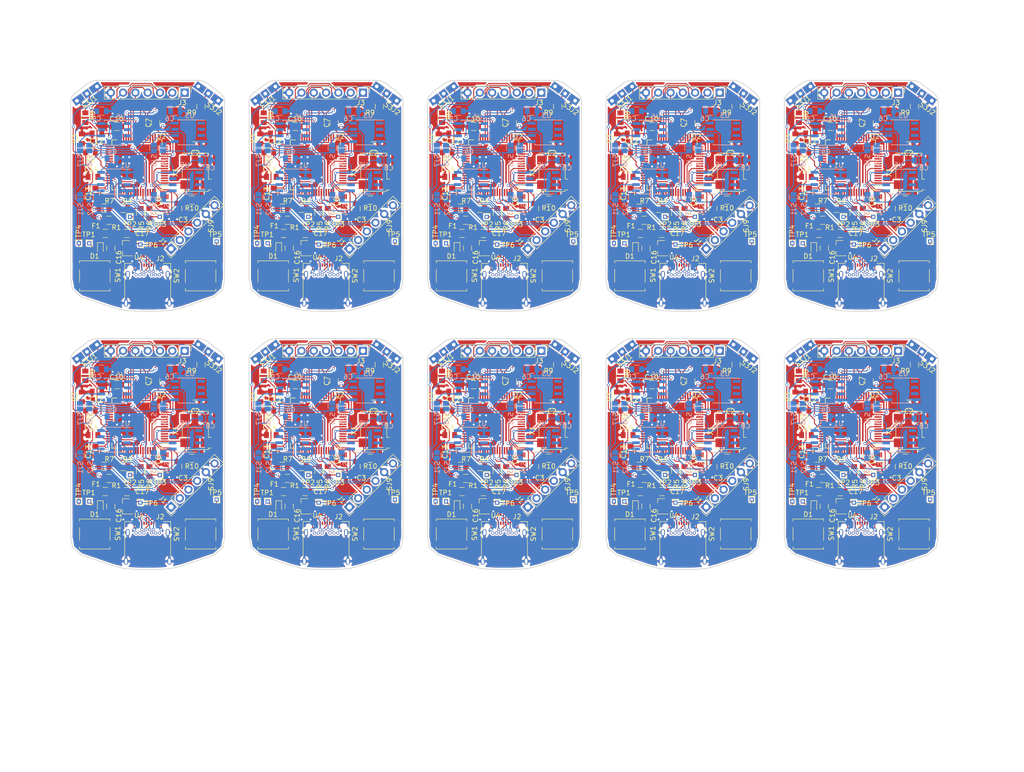
<source format=kicad_pcb>
(kicad_pcb (version 4) (host pcbnew 4.0.6)
  (title_block (title MONEZOR) (date 2017-11-16) (rev 0.2.0) (company "Julian Candy Edition") (comment 1 "Created by i_a"))
  (layers (0 F.Cu signal) (31 B.Cu signal) (34 B.Paste user) (35 F.Paste user) (36 B.SilkS user) (37 F.SilkS user) (38 B.Mask user) (39 F.Mask user) (44 Edge.Cuts user))
  (net 0 "")
  (net 1 GND)
  (net 2 RST)
  (net 3 +3V3)
  (net 4 "Net-(C10-Pad1)")
  (net 5 "Net-(C14-Pad1)")
  (net 6 +5V)
  (net 7 "Net-(D1-Pad1)")
  (net 8 SWDIO)
  (net 9 SWCLK)
  (net 10 SWO)
  (net 11 "Net-(R2-Pad1)")
  (net 12 "Net-(R4-Pad2)")
  (net 13 "Net-(R6-Pad1)")
  (net 14 SW1)
  (net 15 SW2)
  (net 16 I2C_SCL)
  (net 17 I2C_SDA)
  (net 18 VBUS)
  (net 19 D+)
  (net 20 D-)
  (net 21 "Net-(SJ1-Pad1)")
  (net 22 "Net-(SJ3-Pad1)")
  (net 23 "Net-(SJ6-Pad1)")
  (net 24 "Net-(SJ7-Pad1)")
  (net 25 PA_4)
  (net 26 PB_0)
  (net 27 PB_1)
  (net 28 PA_7)
  (net 29 PA_5)
  (net 30 "Net-(SJ5-Pad1)")
  (net 31 "Net-(SJ2-Pad1)")
  (net 32 "Net-(SJ4-Pad1)")
  (net 33 "Net-(SJ8-Pad1)")
  (net 34 "Net-(R8-Pad1)")
  (net 35 BOOT0)
  (net 36 "Net-(R9-Pad1)")
  (net 37 BOOT1)
  (net 38 "Net-(C2-Pad2)")
  (net 39 "Net-(R10-Pad2)")
  (net 40 "Net-(J2-PadA2)")
  (net 41 "Net-(J2-PadA3)")
  (net 42 "Net-(J2-PadA5)")
  (net 43 "Net-(J2-PadA10)")
  (net 44 "Net-(J2-PadA8)")
  (net 45 "Net-(J2-PadA11)")
  (net 46 "Net-(J2-PadB2)")
  (net 47 "Net-(J2-PadB3)")
  (net 48 "Net-(J2-PadB5)")
  (net 49 "Net-(J2-PadB8)")
  (net 50 "Net-(J2-PadB10)")
  (net 51 "Net-(J2-PadB11)")
  (net 52 "Net-(U1-Pad3)")
  (net 53 "Net-(U1-Pad7)")
  (net 54 "Net-(U2-Pad2)")
  (net 55 "Net-(U2-Pad3)")
  (net 56 "Net-(U2-Pad4)")
  (net 57 "Net-(U2-Pad8)")
  (net 58 "Net-(U2-Pad9)")
  (net 59 "Net-(U2-Pad11)")
  (net 60 "Net-(U2-Pad14)")
  (net 61 "Net-(U2-Pad15)")
  (net 62 "Net-(U2-Pad16)")
  (net 63 "Net-(U2-Pad17)")
  (net 64 "Net-(U2-Pad22)")
  (net 65 "Net-(U2-Pad24)")
  (net 66 "Net-(U2-Pad29)")
  (net 67 "Net-(U2-Pad30)")
  (net 68 "Net-(U2-Pad33)")
  (net 69 "Net-(U2-Pad34)")
  (net 70 "Net-(U2-Pad35)")
  (net 71 "Net-(U2-Pad36)")
  (net 72 "Net-(U2-Pad37)")
  (net 73 "Net-(U2-Pad38)")
  (net 74 "Net-(U2-Pad39)")
  (net 75 "Net-(U2-Pad40)")
  (net 76 "Net-(U2-Pad41)")
  (net 77 "Net-(U2-Pad43)")
  (net 78 "Net-(U2-Pad50)")
  (net 79 "Net-(U2-Pad51)")
  (net 80 "Net-(U2-Pad52)")
  (net 81 "Net-(U2-Pad53)")
  (net 82 "Net-(U2-Pad54)")
  (net 83 "Net-(U2-Pad56)")
  (net 84 "Net-(U2-Pad57)")
  (net 85 "Net-(U2-Pad61)")
  (net 86 "Net-(U2-Pad62)")
  (net 87 "Net-(U3-Pad1)")
  (net 88 "Net-(U3-Pad2)")
  (net 89 "Net-(U3-Pad3)")
  (net 90 "Net-(U3-Pad7)")
  (net 91 "Net-(U5-Pad1)")
  (net 92 "Net-(U5-Pad2)")
  (net 93 "Net-(U5-Pad3)")
  (net 94 "Net-(U5-Pad7)")
  (net 95 "Net-(U6-Pad1)")
  (net 96 "Net-(U6-Pad2)")
  (net 97 "Net-(U6-Pad3)")
  (net 98 "Net-(U6-Pad7)")
  (module monezor_footprints:SMD_0805 (layer F.Cu) (at 86.0044 54.2036 180)
    (fp_text reference C2 (at 0 -1.5 180) (layer F.SilkS))
    (fp_text value 15p)
    (pad 1 smd rect (at -1 0 180) (size 1 1.25) (layers F.Cu F.Paste F.Mask) (net 1 GND))
    (pad 2 smd rect (at 1 0 180) (size 1 1.25) (layers F.Cu F.Paste F.Mask) (net 38 "Net-(C2-Pad2)"))
  )
  (module monezor_footprints:SMD_0805 (layer F.Cu) (at 82.3976 67.1068 270)
    (fp_text reference C3 (at 2.3368 -1.0922 360) (layer F.SilkS))
    (fp_text value 100n)
    (pad 1 smd rect (at -1 0 270) (size 1 1.25) (layers F.Cu F.Paste F.Mask) (net 2 RST))
    (pad 2 smd rect (at 1 0 270) (size 1 1.25) (layers F.Cu F.Paste F.Mask) (net 1 GND))
  )
  (module monezor_footprints:SMD_0805_bottom (layer F.Cu) (at 68.8086 56.7182 180)
    (fp_text reference C4 (at -0.0762 1.3462 180) (layer B.SilkS) (effects (justify mirror)))
    (fp_text value 100n)
    (pad 1 smd rect (at -1 0 180) (size 1 1.25) (layers B.Cu B.Paste B.Mask) (net 1 GND))
    (pad 2 smd rect (at 1 0 180) (size 1 1.25) (layers B.Cu B.Paste B.Mask) (net 3 +3V3))
  )
  (module monezor_footprints:SMD_0805 (layer F.Cu) (at 79.883 65.659 90)
    (fp_text reference C5 (at 0 -1.5 90) (layer F.SilkS))
    (fp_text value 100n)
    (pad 1 smd rect (at -1 0 90) (size 1 1.25) (layers F.Cu F.Paste F.Mask) (net 1 GND))
    (pad 2 smd rect (at 1 0 90) (size 1 1.25) (layers F.Cu F.Paste F.Mask) (net 3 +3V3))
  )
  (module monezor_footprints:SMD_0805_bottom (layer F.Cu) (at 81.915 46.99 180)
    (fp_text reference C6 (at 1.1684 -1.5494 180) (layer B.SilkS) (effects (justify mirror)))
    (fp_text value 100n)
    (pad 1 smd rect (at -1 0 180) (size 1 1.25) (layers B.Cu B.Paste B.Mask) (net 1 GND))
    (pad 2 smd rect (at 1 0 180) (size 1 1.25) (layers B.Cu B.Paste B.Mask) (net 3 +3V3))
  )
  (module monezor_footprints:SMD_0805 (layer F.Cu) (at 77.851 49.403 90)
    (fp_text reference C7 (at 0 -1.5 90) (layer F.SilkS))
    (fp_text value 100n)
    (pad 1 smd rect (at -1 0 90) (size 1 1.25) (layers F.Cu F.Paste F.Mask) (net 3 +3V3))
    (pad 2 smd rect (at 1 0 90) (size 1 1.25) (layers F.Cu F.Paste F.Mask) (net 1 GND))
  )
  (module monezor_footprints:SMD_0805_bottom (layer F.Cu) (at 88.138 57.15 180)
    (fp_text reference C8 (at -1.016 -1.5748 180) (layer B.SilkS) (effects (justify mirror)))
    (fp_text value 100n)
    (pad 1 smd rect (at -1 0 180) (size 1 1.25) (layers B.Cu B.Paste B.Mask) (net 1 GND))
    (pad 2 smd rect (at 1 0 180) (size 1 1.25) (layers B.Cu B.Paste B.Mask) (net 3 +3V3))
  )
  (module monezor_footprints:SMD_0805_bottom (layer F.Cu) (at 66.675 46.99 180)
    (fp_text reference C9 (at 1.016 -1.5748 180) (layer B.SilkS) (effects (justify mirror)))
    (fp_text value 100n)
    (pad 1 smd rect (at -1 0 180) (size 1 1.25) (layers B.Cu B.Paste B.Mask) (net 1 GND))
    (pad 2 smd rect (at 1 0 180) (size 1 1.25) (layers B.Cu B.Paste B.Mask) (net 3 +3V3))
  )
  (module monezor_footprints:SMD_0805 (layer F.Cu) (at 69.85 50.165 180)
    (fp_text reference C10 (at 0.0762 1.5494 180) (layer F.SilkS))
    (fp_text value 2u2)
    (pad 1 smd rect (at -1 0 180) (size 1 1.25) (layers F.Cu F.Paste F.Mask) (net 4 "Net-(C10-Pad1)"))
    (pad 2 smd rect (at 1 0 180) (size 1 1.25) (layers F.Cu F.Paste F.Mask) (net 1 GND))
  )
  (module monezor_footprints:SMD_0805 (layer F.Cu) (at 65.7225 51.6255)
    (fp_text reference C12 (at -0.0889 1.5875) (layer F.SilkS))
    (fp_text value 100n)
    (pad 1 smd rect (at -1 0) (size 1 1.25) (layers F.Cu F.Paste F.Mask) (net 1 GND))
    (pad 2 smd rect (at 1 0) (size 1 1.25) (layers F.Cu F.Paste F.Mask) (net 3 +3V3))
  )
  (module monezor_footprints:SMD_0805 (layer F.Cu) (at 65.405 63.881 270)
    (fp_text reference C13 (at 0.1524 1.4732 270) (layer F.SilkS))
    (fp_text value 100n)
    (pad 1 smd rect (at -1 0 270) (size 1 1.25) (layers F.Cu F.Paste F.Mask) (net 3 +3V3))
    (pad 2 smd rect (at 1 0 270) (size 1 1.25) (layers F.Cu F.Paste F.Mask) (net 1 GND))
  )
  (module monezor_footprints:SMD_0805 (layer F.Cu) (at 64.897 60.579 180)
    (fp_text reference C14 (at 0.3556 1.5748 180) (layer F.SilkS))
    (fp_text value 2u2)
    (pad 1 smd rect (at -1 0 180) (size 1 1.25) (layers F.Cu F.Paste F.Mask) (net 5 "Net-(C14-Pad1)"))
    (pad 2 smd rect (at 1 0 180) (size 1 1.25) (layers F.Cu F.Paste F.Mask) (net 1 GND))
  )
  (module monezor_footprints:SMD_0805 (layer F.Cu) (at 68.58 75.311 270)
    (fp_text reference C16 (at 1.905 -1.651 270) (layer F.SilkS))
    (fp_text value 1u)
    (pad 1 smd rect (at -1 0 270) (size 1 1.25) (layers F.Cu F.Paste F.Mask) (net 6 +5V))
    (pad 2 smd rect (at 1 0 270) (size 1 1.25) (layers F.Cu F.Paste F.Mask) (net 1 GND))
  )
  (module monezor_footprints:SMD_0805 (layer F.Cu) (at 71.882 72.263 180)
    (fp_text reference C17 (at -3.175 0 180) (layer F.SilkS))
    (fp_text value 1u)
    (pad 1 smd rect (at -1 0 180) (size 1 1.25) (layers F.Cu F.Paste F.Mask) (net 3 +3V3))
    (pad 2 smd rect (at 1 0 180) (size 1 1.25) (layers F.Cu F.Paste F.Mask) (net 1 GND))
  )
  (module monezor_footprints:D_SOD-523 (layer F.Cu) (at 66.421 75.311 270)
    (fp_text reference D1 (at 1.651 1.1684 360) (layer F.SilkS))
    (fp_text value D_Schottky)
    (pad 2 smd rect (at 0.7 0 90) (size 0.6 0.7) (layers F.Cu F.Paste F.Mask) (net 18 VBUS))
    (pad 1 smd rect (at -0.7 0 90) (size 0.6 0.7) (layers F.Cu F.Paste F.Mask) (net 7 "Net-(D1-Pad1)"))
  )
  (module monezor_footprints:SMD_0805 (layer F.Cu) (at 67.437 72.263)
    (fp_text reference F1 (at -1.9304 -1.5494) (layer F.SilkS))
    (fp_text value Polyfuse_Small)
    (pad 1 smd rect (at -1 0) (size 1 1.25) (layers F.Cu F.Paste F.Mask) (net 7 "Net-(D1-Pad1)"))
    (pad 2 smd rect (at 1 0) (size 1 1.25) (layers F.Cu F.Paste F.Mask) (net 6 +5V))
  )
  (module monezor_footprints:Pin_Header_Straight_1x06_Pitch2.54mm (layer F.Cu) (at 81.026 75.438 135)
    (fp_text reference J1 (at 2.227104 -0.107763 135) (layer F.SilkS))
    (fp_text value Programmer)
    (pad 1 thru_hole rect (at 0 0 135) (size 1.7 1.7) (drill 1) (layers *.Cu *.Mask) (net 3 +3V3))
    (pad 2 thru_hole oval (at 0 2.54 135) (size 1.7 1.7) (drill 1) (layers *.Cu *.Mask) (net 8 SWDIO))
    (pad 3 thru_hole oval (at 0 5.08 135) (size 1.7 1.7) (drill 1) (layers *.Cu *.Mask) (net 9 SWCLK))
    (pad 4 thru_hole oval (at 0 7.62 135) (size 1.7 1.7) (drill 1) (layers *.Cu *.Mask) (net 10 SWO))
    (pad 5 thru_hole oval (at 0 10.16 135) (size 1.7 1.7) (drill 1) (layers *.Cu *.Mask) (net 1 GND))
    (pad 6 thru_hole oval (at 0 12.7 135) (size 1.7 1.7) (drill 1) (layers *.Cu *.Mask) (net 2 RST))
  )
  (module monezor_footprints:USB_C_Receptacle_Amphenol_12401548E4-2A (layer F.Cu) (at 76.2 83.82)
    (fp_text reference J2 (at 2.5908 -6.35) (layer F.SilkS))
    (fp_text value USB_C_Receptacle)
    (pad S1 thru_hole oval (at -4.13 -3.11) (size 0.8 1.4) (drill oval 0.5 1.1) (layers *.Cu *.Mask) (net 1 GND))
    (pad A1 smd rect (at -2.75 -5.02) (size 0.3 0.7) (layers F.Cu F.Paste F.Mask) (net 1 GND))
    (pad A2 smd rect (at -2.25 -5.02) (size 0.3 0.7) (layers F.Cu F.Paste F.Mask) (net 40 "Net-(J2-PadA2)"))
    (pad A3 smd rect (at -1.75 -5.02) (size 0.3 0.7) (layers F.Cu F.Paste F.Mask) (net 41 "Net-(J2-PadA3)"))
    (pad A4 smd rect (at -1.25 -5.02) (size 0.3 0.7) (layers F.Cu F.Paste F.Mask) (net 18 VBUS))
    (pad A5 smd rect (at -0.75 -5.02) (size 0.3 0.7) (layers F.Cu F.Paste F.Mask) (net 42 "Net-(J2-PadA5)"))
    (pad A6 smd rect (at -0.25 -5.02) (size 0.3 0.7) (layers F.Cu F.Paste F.Mask) (net 19 D+))
    (pad A7 smd rect (at 0.25 -5.02) (size 0.3 0.7) (layers F.Cu F.Paste F.Mask) (net 20 D-))
    (pad A12 smd rect (at 2.75 -5.02) (size 0.3 0.7) (layers F.Cu F.Paste F.Mask) (net 1 GND))
    (pad A10 smd rect (at 1.75 -5.02) (size 0.3 0.7) (layers F.Cu F.Paste F.Mask) (net 43 "Net-(J2-PadA10)"))
    (pad A9 smd rect (at 1.25 -5.02) (size 0.3 0.7) (layers F.Cu F.Paste F.Mask) (net 18 VBUS))
    (pad A8 smd rect (at 0.75 -5.02) (size 0.3 0.7) (layers F.Cu F.Paste F.Mask) (net 44 "Net-(J2-PadA8)"))
    (pad A11 smd rect (at 2.25 -5.02) (size 0.3 0.7) (layers F.Cu F.Paste F.Mask) (net 45 "Net-(J2-PadA11)"))
    (pad S1 thru_hole oval (at 4.13 -3.11) (size 0.8 1.4) (drill oval 0.5 1.1) (layers *.Cu *.Mask) (net 1 GND))
    (pad S1 thru_hole oval (at 4.49 2.84) (size 0.8 1.4) (drill oval 0.5 1.1) (layers *.Cu *.Mask) (net 1 GND))
    (pad S1 thru_hole oval (at -4.49 2.84) (size 0.8 1.4) (drill oval 0.5 1.1) (layers *.Cu *.Mask) (net 1 GND))
    (pad "" np_thru_hole oval (at 3.6 -4.36) (size 0.95 0.65) (drill oval 0.95 0.65) (layers *.Cu *.Mask))
    (pad "" np_thru_hole circle (at -3.6 -4.36) (size 0.65 0.65) (drill 0.65) (layers *.Cu *.Mask))
    (pad B1 thru_hole circle (at 2.8 -3.71) (size 0.65 0.65) (drill 0.4) (layers *.Cu *.Mask) (net 1 GND))
    (pad B4 thru_hole circle (at 1.2 -3.71) (size 0.65 0.65) (drill 0.4) (layers *.Cu *.Mask) (net 18 VBUS))
    (pad B6 thru_hole circle (at 0.4 -3.71) (size 0.65 0.65) (drill 0.4) (layers *.Cu *.Mask) (net 19 D+))
    (pad B7 thru_hole circle (at -0.4 -3.71) (size 0.65 0.65) (drill 0.4) (layers *.Cu *.Mask) (net 20 D-))
    (pad B9 thru_hole circle (at -1.2 -3.71) (size 0.65 0.65) (drill 0.4) (layers *.Cu *.Mask) (net 18 VBUS))
    (pad B12 thru_hole circle (at -2.8 -3.71) (size 0.65 0.65) (drill 0.4) (layers *.Cu *.Mask) (net 1 GND))
    (pad B2 thru_hole circle (at 2.4 -3.01) (size 0.65 0.65) (drill 0.4) (layers *.Cu *.Mask) (net 46 "Net-(J2-PadB2)"))
    (pad B3 thru_hole circle (at 1.6 -3.01) (size 0.65 0.65) (drill 0.4) (layers *.Cu *.Mask) (net 47 "Net-(J2-PadB3)"))
    (pad B5 thru_hole circle (at 0.8 -3.01) (size 0.65 0.65) (drill 0.4) (layers *.Cu *.Mask) (net 48 "Net-(J2-PadB5)"))
    (pad B8 thru_hole circle (at -0.8 -3.01) (size 0.65 0.65) (drill 0.4) (layers *.Cu *.Mask) (net 49 "Net-(J2-PadB8)"))
    (pad B10 thru_hole circle (at -1.6 -3.01) (size 0.65 0.65) (drill 0.4) (layers *.Cu *.Mask) (net 50 "Net-(J2-PadB10)"))
    (pad B11 thru_hole circle (at -2.4 -3.01) (size 0.65 0.65) (drill 0.4) (layers *.Cu *.Mask) (net 51 "Net-(J2-PadB11)"))
  )
  (module monezor_footprints:Pin_Header_Straight_1x07_Pitch2.54mm (layer F.Cu) (at 83.82 43.18 270)
    (fp_text reference J3 (at 2.0828 0.4572 360) (layer F.SilkS))
    (fp_text value Display_module)
    (pad 1 thru_hole rect (at 0 0 270) (size 1.7 1.7) (drill 1) (layers *.Cu *.Mask) (net 25 PA_4))
    (pad 2 thru_hole oval (at 0 2.54 270) (size 1.7 1.7) (drill 1) (layers *.Cu *.Mask) (net 26 PB_0))
    (pad 3 thru_hole oval (at 0 5.08 270) (size 1.7 1.7) (drill 1) (layers *.Cu *.Mask) (net 27 PB_1))
    (pad 4 thru_hole oval (at 0 7.62 270) (size 1.7 1.7) (drill 1) (layers *.Cu *.Mask) (net 28 PA_7))
    (pad 5 thru_hole oval (at 0 10.16 270) (size 1.7 1.7) (drill 1) (layers *.Cu *.Mask) (net 29 PA_5))
    (pad 6 thru_hole oval (at 0 12.7 270) (size 1.7 1.7) (drill 1) (layers *.Cu *.Mask) (net 6 +5V))
    (pad 7 thru_hole oval (at 0 15.24 270) (size 1.7 1.7) (drill 1) (layers *.Cu *.Mask) (net 1 GND))
  )
  (module monezor_footprints:SMD_0805 (layer F.Cu) (at 68.2244 69.5452)
    (fp_text reference R1 (at 1.4986 1.4732) (layer F.SilkS))
    (fp_text value 4k7)
    (pad 1 smd rect (at -1 0) (size 1 1.25) (layers F.Cu F.Paste F.Mask) (net 16 I2C_SCL))
    (pad 2 smd rect (at 1 0) (size 1 1.25) (layers F.Cu F.Paste F.Mask) (net 3 +3V3))
  )
  (module monezor_footprints:SMD_0805 (layer F.Cu) (at 64.389 55.499 180)
    (fp_text reference R2 (at 0 -1.5 180) (layer F.SilkS))
    (fp_text value 12k)
    (pad 1 smd rect (at -1 0 180) (size 1 1.25) (layers F.Cu F.Paste F.Mask) (net 11 "Net-(R2-Pad1)"))
    (pad 2 smd rect (at 1 0 180) (size 1 1.25) (layers F.Cu F.Paste F.Mask) (net 6 +5V))
  )
  (module monezor_footprints:SMD_0805 (layer F.Cu) (at 62.611 52.705 90)
    (fp_text reference R3 (at 0 -1.5 90) (layer F.SilkS))
    (fp_text value 22k)
    (pad 1 smd rect (at -1 0 90) (size 1 1.25) (layers F.Cu F.Paste F.Mask) (net 11 "Net-(R2-Pad1)"))
    (pad 2 smd rect (at 1 0 90) (size 1 1.25) (layers F.Cu F.Paste F.Mask) (net 1 GND))
  )
  (module monezor_footprints:SMD_0805 (layer F.Cu) (at 71.12 67.0814)
    (fp_text reference R4 (at 0.9144 -1.4986) (layer F.SilkS))
    (fp_text value 1k5)
    (pad 1 smd rect (at -1 0) (size 1 1.25) (layers F.Cu F.Paste F.Mask) (net 3 +3V3))
    (pad 2 smd rect (at 1 0) (size 1 1.25) (layers F.Cu F.Paste F.Mask) (net 12 "Net-(R4-Pad2)"))
  )
  (module monezor_footprints:SMD_0805 (layer F.Cu) (at 74.7268 68.0974 90)
    (fp_text reference R5 (at -2.5654 0.1778 90) (layer F.SilkS))
    (fp_text value 22R)
    (pad 1 smd rect (at -1 0 90) (size 1 1.25) (layers F.Cu F.Paste F.Mask) (net 19 D+))
    (pad 2 smd rect (at 1 0 90) (size 1 1.25) (layers F.Cu F.Paste F.Mask) (net 12 "Net-(R4-Pad2)"))
  )
  (module monezor_footprints:SMD_0805 (layer F.Cu) (at 76.5556 68.0974 270)
    (fp_text reference R6 (at 2.5654 0.0254 270) (layer F.SilkS))
    (fp_text value 22R)
    (pad 1 smd rect (at -1 0 270) (size 1 1.25) (layers F.Cu F.Paste F.Mask) (net 13 "Net-(R6-Pad1)"))
    (pad 2 smd rect (at 1 0 270) (size 1 1.25) (layers F.Cu F.Paste F.Mask) (net 20 D-))
  )
  (module monezor_footprints:SMD_0805 (layer F.Cu) (at 67.183 67.056)
    (fp_text reference R7 (at 1.0922 -1.4986) (layer F.SilkS))
    (fp_text value 4k7)
    (pad 1 smd rect (at -1 0) (size 1 1.25) (layers F.Cu F.Paste F.Mask) (net 17 I2C_SDA))
    (pad 2 smd rect (at 1 0) (size 1 1.25) (layers F.Cu F.Paste F.Mask) (net 3 +3V3))
  )
  (module monezor_footprints:SMD_0805 (layer F.Cu) (at 63.3222 48.3616 270)
    (fp_text reference R8 (at -0.4572 -1.4732 270) (layer F.SilkS))
    (fp_text value 10k)
    (pad 1 smd rect (at -1 0 270) (size 1 1.25) (layers F.Cu F.Paste F.Mask) (net 34 "Net-(R8-Pad1)"))
    (pad 2 smd rect (at 1 0 270) (size 1 1.25) (layers F.Cu F.Paste F.Mask) (net 35 BOOT0))
  )
  (module monezor_footprints:SMD_0805 (layer F.Cu) (at 87.1982 46.0502 270)
    (fp_text reference R9 (at 1.27 1.905 360) (layer F.SilkS))
    (fp_text value 10k)
    (pad 1 smd rect (at -1 0 270) (size 1 1.25) (layers F.Cu F.Paste F.Mask) (net 36 "Net-(R9-Pad1)"))
    (pad 2 smd rect (at 1 0 270) (size 1 1.25) (layers F.Cu F.Paste F.Mask) (net 37 BOOT1))
  )
  (module monezor_footprints:solder_jumper_3pin_tht_2.54 (layer F.Cu) (at 63.6524 43.3832 35.5)
    (fp_text reference S3J1 (at -0.589419 1.701137 35.5) (layer F.SilkS))
    (fp_text value solder_jumper_3pin)
    (pad 2 thru_hole rect (at 0 0 35.5) (size 1.524 1.524) (drill 0.762) (layers *.Cu *.Mask) (net 34 "Net-(R8-Pad1)"))
    (pad 1 thru_hole rect (at -2.54 0 35.5) (size 2.3 1.524) (drill 0.762 (offset 0.4 0)) (layers *.Cu *.Mask) (net 1 GND))
    (pad 3 thru_hole trapezoid (at 2.54 0 35.5) (size 2.3 1.524) (drill 0.762 (offset -0.4 0)) (layers *.Cu *.Mask) (net 3 +3V3))
  )
  (module monezor_footprints:solder_jumper_3pin_tht_2.54 (layer F.Cu) (at 88.7222 43.3578 144.5)
    (fp_text reference S3J2 (at -2.744766 -1.879716 324.5) (layer F.SilkS))
    (fp_text value solder_jumper_3pin)
    (pad 2 thru_hole rect (at 0 0 144.5) (size 1.524 1.524) (drill 0.762) (layers *.Cu *.Mask) (net 36 "Net-(R9-Pad1)"))
    (pad 1 thru_hole rect (at -2.54 0 144.5) (size 2.3 1.524) (drill 0.762 (offset 0.4 0)) (layers *.Cu *.Mask) (net 1 GND))
    (pad 3 thru_hole trapezoid (at 2.54 0 144.5) (size 2.3 1.524) (drill 0.762 (offset -0.4 0)) (layers *.Cu *.Mask) (net 3 +3V3))
  )
  (module monezor_footprints:solderjumper_bottom (layer F.Cu) (at 62.23 64.77 270)
    (fp_text reference SJ1 (at 2.4892 -0.1016 270) (layer B.SilkS) (effects (justify mirror)))
    (fp_text value solder_jumper)
    (pad 1 smd rect (at -0.5715 0 270) (size 1 1.25) (layers B.Cu B.Paste B.Mask) (net 21 "Net-(SJ1-Pad1)"))
    (pad 2 smd rect (at 0.5715 0 270) (size 1 1.25) (layers B.Cu B.Paste B.Mask) (net 16 I2C_SCL))
  )
  (module monezor_footprints:solderjumper_bottom (layer F.Cu) (at 64.135 64.77 270)
    (fp_text reference SJ2 (at 2.4638 -0.2286 270) (layer B.SilkS) (effects (justify mirror)))
    (fp_text value solder_jumper)
    (pad 1 smd rect (at -0.5715 0 270) (size 1 1.25) (layers B.Cu B.Paste B.Mask) (net 31 "Net-(SJ2-Pad1)"))
    (pad 2 smd rect (at 0.5715 0 270) (size 1 1.25) (layers B.Cu B.Paste B.Mask) (net 17 I2C_SDA))
  )
  (module monezor_footprints:solderjumper_bottom (layer F.Cu) (at 77.47 64.77 270)
    (fp_text reference SJ3 (at 2.4384 0.1016 270) (layer B.SilkS) (effects (justify mirror)))
    (fp_text value solder_jumper)
    (pad 1 smd rect (at -0.5715 0 270) (size 1 1.25) (layers B.Cu B.Paste B.Mask) (net 22 "Net-(SJ3-Pad1)"))
    (pad 2 smd rect (at 0.5715 0 270) (size 1 1.25) (layers B.Cu B.Paste B.Mask) (net 16 I2C_SCL))
  )
  (module monezor_footprints:solderjumper_bottom (layer F.Cu) (at 79.375 64.77 270)
    (fp_text reference SJ4 (at 2.54 -0.8382 270) (layer B.SilkS) (effects (justify mirror)))
    (fp_text value solder_jumper)
    (pad 1 smd rect (at -0.5715 0 270) (size 1 1.25) (layers B.Cu B.Paste B.Mask) (net 32 "Net-(SJ4-Pad1)"))
    (pad 2 smd rect (at 0.5715 0 270) (size 1 1.25) (layers B.Cu B.Paste B.Mask) (net 17 I2C_SDA))
  )
  (module monezor_footprints:solderjumper_bottom (layer F.Cu) (at 77.47 54.61 270)
    (fp_text reference SJ5 (at 2.54 -0.0508 270) (layer B.SilkS) (effects (justify mirror)))
    (fp_text value solder_jumper)
    (pad 1 smd rect (at -0.5715 0 270) (size 1 1.25) (layers B.Cu B.Paste B.Mask) (net 30 "Net-(SJ5-Pad1)"))
    (pad 2 smd rect (at 0.5715 0 270) (size 1 1.25) (layers B.Cu B.Paste B.Mask) (net 16 I2C_SCL))
  )
  (module monezor_footprints:solderjumper_bottom (layer F.Cu) (at 79.375 54.61 270)
    (fp_text reference SJ6 (at 2.5146 -0.2032 270) (layer B.SilkS) (effects (justify mirror)))
    (fp_text value solder_jumper)
    (pad 1 smd rect (at -0.5715 0 270) (size 1 1.25) (layers B.Cu B.Paste B.Mask) (net 23 "Net-(SJ6-Pad1)"))
    (pad 2 smd rect (at 0.5715 0 270) (size 1 1.25) (layers B.Cu B.Paste B.Mask) (net 17 I2C_SDA))
  )
  (module monezor_footprints:solderjumper_bottom (layer F.Cu) (at 62.23 54.61 270)
    (fp_text reference SJ7 (at 2.5654 -0.0762 270) (layer B.SilkS) (effects (justify mirror)))
    (fp_text value solder_jumper)
    (pad 1 smd rect (at -0.5715 0 270) (size 1 1.25) (layers B.Cu B.Paste B.Mask) (net 24 "Net-(SJ7-Pad1)"))
    (pad 2 smd rect (at 0.5715 0 270) (size 1 1.25) (layers B.Cu B.Paste B.Mask) (net 16 I2C_SCL))
  )
  (module monezor_footprints:solderjumper_bottom (layer F.Cu) (at 64.135 54.61 270)
    (fp_text reference SJ8 (at 2.54 -0.0762 270) (layer B.SilkS) (effects (justify mirror)))
    (fp_text value solder_jumper)
    (pad 1 smd rect (at -0.5715 0 270) (size 1 1.25) (layers B.Cu B.Paste B.Mask) (net 33 "Net-(SJ8-Pad1)"))
    (pad 2 smd rect (at 0.5715 0 270) (size 1 1.25) (layers B.Cu B.Paste B.Mask) (net 17 I2C_SDA))
  )
  (module monezor_footprints:BUTTON_SWITCH_SW_SPST_EVPBF (layer F.Cu) (at 65.278 81.026)
    (fp_text reference SW1 (at 4.7498 -0.1524 90) (layer F.SilkS))
    (fp_text value SW_Push)
    (pad 1 smd rect (at 2.88 -2) (size 2.75 1) (layers F.Cu F.Paste F.Mask) (net 14 SW1))
    (pad 1 smd rect (at -2.88 -2) (size 2.75 1) (layers F.Cu F.Paste F.Mask) (net 14 SW1))
    (pad 2 smd rect (at -2.88 2) (size 2.75 1) (layers F.Cu F.Paste F.Mask) (net 1 GND))
    (pad 2 smd rect (at 2.88 2) (size 2.75 1) (layers F.Cu F.Paste F.Mask) (net 1 GND))
  )
  (module monezor_footprints:BUTTON_SWITCH_SW_SPST_EVPBF (layer F.Cu) (at 87.122 81.026)
    (fp_text reference SW2 (at -4.953 0 90) (layer F.SilkS))
    (fp_text value SW_Push)
    (pad 1 smd rect (at 2.88 -2) (size 2.75 1) (layers F.Cu F.Paste F.Mask) (net 15 SW2))
    (pad 1 smd rect (at -2.88 -2) (size 2.75 1) (layers F.Cu F.Paste F.Mask) (net 15 SW2))
    (pad 2 smd rect (at -2.88 2) (size 2.75 1) (layers F.Cu F.Paste F.Mask) (net 1 GND))
    (pad 2 smd rect (at 2.88 2) (size 2.75 1) (layers F.Cu F.Paste F.Mask) (net 1 GND))
  )
  (module monezor_footprints:Test_Point_THT (layer F.Cu) (at 64.135 74.295 180)
    (fp_text reference TP1 (at 0.1016 1.8034 180) (layer F.SilkS))
    (fp_text value TEST)
    (pad 1 thru_hole rect (at 0 0 180) (size 0.85 0.85) (drill 0.5) (layers *.Cu *.Mask) (net 18 VBUS))
  )
  (module monezor_footprints:Test_Point_THT (layer F.Cu) (at 72.5424 68.834 180)
    (fp_text reference TP2 (at 0 -1.56 180) (layer F.SilkS))
    (fp_text value TEST)
    (pad 1 thru_hole rect (at 0 0 180) (size 0.85 0.85) (drill 0.5) (layers *.Cu *.Mask) (net 19 D+))
  )
  (module monezor_footprints:Test_Point_THT (layer F.Cu) (at 78.6892 68.834 180)
    (fp_text reference TP3 (at 0 -1.56 180) (layer F.SilkS))
    (fp_text value TEST)
    (pad 1 thru_hole rect (at 0 0 180) (size 0.85 0.85) (drill 0.5) (layers *.Cu *.Mask) (net 20 D-))
  )
  (module monezor_footprints:Test_Point_THT (layer F.Cu) (at 61.976 74.295 180)
    (fp_text reference TP4 (at 0.0508 2.4638 270) (layer F.SilkS))
    (fp_text value TEST)
    (pad 1 thru_hole rect (at 0 0 180) (size 0.85 0.85) (drill 0.5) (layers *.Cu *.Mask) (net 14 SW1))
  )
  (module monezor_footprints:Test_Point_THT (layer F.Cu) (at 90.424 73.914 180)
    (fp_text reference TP5 (at 0.254 1.4478 180) (layer F.SilkS))
    (fp_text value TEST)
    (pad 1 thru_hole rect (at 0 0 180) (size 0.85 0.85) (drill 0.5) (layers *.Cu *.Mask) (net 15 SW2))
  )
  (module monezor_footprints:Test_Point_THT (layer F.Cu) (at 74.676 74.549 180)
    (fp_text reference TP6 (at -2.286 -0.127 180) (layer F.SilkS))
    (fp_text value TEST)
    (pad 1 thru_hole rect (at 0 0 180) (size 0.85 0.85) (drill 0.5) (layers *.Cu *.Mask) (net 3 +3V3))
  )
  (module monezor_footprints:SO-8_3.9x4.9mm_Pitch1.27mm_bottom (layer F.Cu) (at 68.4784 61.5442)
    (fp_text reference U1 (at 3.048 -3.3528) (layer B.SilkS) (effects (justify mirror)))
    (fp_text value ATAES132A)
    (pad 1 smd rect (at 3.462 -1.905) (size 1.55 0.6) (layers B.Cu B.Paste B.Mask) (net 1 GND))
    (pad 2 smd rect (at 3.462 -0.635) (size 1.55 0.6) (layers B.Cu B.Paste B.Mask) (net 1 GND))
    (pad 3 smd rect (at 3.462 0.635) (size 1.55 0.6) (layers B.Cu B.Paste B.Mask) (net 52 "Net-(U1-Pad3)"))
    (pad 4 smd rect (at 3.462 1.905) (size 1.55 0.6) (layers B.Cu B.Paste B.Mask) (net 1 GND))
    (pad 5 smd rect (at -1.938 1.905) (size 1.55 0.6) (layers B.Cu B.Paste B.Mask) (net 31 "Net-(SJ2-Pad1)"))
    (pad 6 smd rect (at -1.938 0.635) (size 1.55 0.6) (layers B.Cu B.Paste B.Mask) (net 21 "Net-(SJ1-Pad1)"))
    (pad 7 smd rect (at -1.938 -0.635) (size 1.55 0.6) (layers B.Cu B.Paste B.Mask) (net 53 "Net-(U1-Pad7)"))
    (pad 8 smd rect (at -1.938 -1.905) (size 1.55 0.6) (layers B.Cu B.Paste B.Mask) (net 3 +3V3))
  )
  (module monezor_footprints:TQFP-64_10x10mm_Pitch0.5mm (layer F.Cu) (at 73.9775 58.1025 180)
    (fp_text reference U2 (at -5.0419 5.8801 180) (layer F.SilkS))
    (fp_text value STM32F205RET6)
    (pad 1 smd rect (at -5.7 -3.75 180) (size 1.5 0.3) (layers F.Cu F.Paste F.Mask) (net 3 +3V3))
    (pad 2 smd rect (at -5.7 -3.25 180) (size 1.5 0.3) (layers F.Cu F.Paste F.Mask) (net 54 "Net-(U2-Pad2)"))
    (pad 3 smd rect (at -5.7 -2.75 180) (size 1.5 0.3) (layers F.Cu F.Paste F.Mask) (net 55 "Net-(U2-Pad3)"))
    (pad 4 smd rect (at -5.7 -2.25 180) (size 1.5 0.3) (layers F.Cu F.Paste F.Mask) (net 56 "Net-(U2-Pad4)"))
    (pad 5 smd rect (at -5.7 -1.75 180) (size 1.5 0.3) (layers F.Cu F.Paste F.Mask) (net 38 "Net-(C2-Pad2)"))
    (pad 6 smd rect (at -5.7 -1.25 180) (size 1.5 0.3) (layers F.Cu F.Paste F.Mask) (net 1 GND))
    (pad 7 smd rect (at -5.7 -0.75 180) (size 1.5 0.3) (layers F.Cu F.Paste F.Mask) (net 2 RST))
    (pad 8 smd rect (at -5.7 -0.25 180) (size 1.5 0.3) (layers F.Cu F.Paste F.Mask) (net 57 "Net-(U2-Pad8)"))
    (pad 9 smd rect (at -5.7 0.25 180) (size 1.5 0.3) (layers F.Cu F.Paste F.Mask) (net 58 "Net-(U2-Pad9)"))
    (pad 10 smd rect (at -5.7 0.75 180) (size 1.5 0.3) (layers F.Cu F.Paste F.Mask) (net 15 SW2))
    (pad 11 smd rect (at -5.7 1.25 180) (size 1.5 0.3) (layers F.Cu F.Paste F.Mask) (net 59 "Net-(U2-Pad11)"))
    (pad 12 smd rect (at -5.7 1.75 180) (size 1.5 0.3) (layers F.Cu F.Paste F.Mask) (net 1 GND))
    (pad 13 smd rect (at -5.7 2.25 180) (size 1.5 0.3) (layers F.Cu F.Paste F.Mask) (net 3 +3V3))
    (pad 14 smd rect (at -5.7 2.75 180) (size 1.5 0.3) (layers F.Cu F.Paste F.Mask) (net 60 "Net-(U2-Pad14)"))
    (pad 15 smd rect (at -5.7 3.25 180) (size 1.5 0.3) (layers F.Cu F.Paste F.Mask) (net 61 "Net-(U2-Pad15)"))
    (pad 16 smd rect (at -5.7 3.75 180) (size 1.5 0.3) (layers F.Cu F.Paste F.Mask) (net 62 "Net-(U2-Pad16)"))
    (pad 17 smd rect (at -3.75 5.7 270) (size 1.5 0.3) (layers F.Cu F.Paste F.Mask) (net 63 "Net-(U2-Pad17)"))
    (pad 18 smd rect (at -3.25 5.7 270) (size 1.5 0.3) (layers F.Cu F.Paste F.Mask) (net 1 GND))
    (pad 19 smd rect (at -2.75 5.7 270) (size 1.5 0.3) (layers F.Cu F.Paste F.Mask) (net 3 +3V3))
    (pad 20 smd rect (at -2.25 5.7 270) (size 1.5 0.3) (layers F.Cu F.Paste F.Mask) (net 25 PA_4))
    (pad 21 smd rect (at -1.75 5.7 270) (size 1.5 0.3) (layers F.Cu F.Paste F.Mask) (net 29 PA_5))
    (pad 22 smd rect (at -1.25 5.7 270) (size 1.5 0.3) (layers F.Cu F.Paste F.Mask) (net 64 "Net-(U2-Pad22)"))
    (pad 23 smd rect (at -0.75 5.7 270) (size 1.5 0.3) (layers F.Cu F.Paste F.Mask) (net 28 PA_7))
    (pad 24 smd rect (at -0.25 5.7 270) (size 1.5 0.3) (layers F.Cu F.Paste F.Mask) (net 65 "Net-(U2-Pad24)"))
    (pad 25 smd rect (at 0.25 5.7 270) (size 1.5 0.3) (layers F.Cu F.Paste F.Mask) (net 14 SW1))
    (pad 26 smd rect (at 0.75 5.7 270) (size 1.5 0.3) (layers F.Cu F.Paste F.Mask) (net 26 PB_0))
    (pad 27 smd rect (at 1.25 5.7 270) (size 1.5 0.3) (layers F.Cu F.Paste F.Mask) (net 27 PB_1))
    (pad 28 smd rect (at 1.75 5.7 270) (size 1.5 0.3) (layers F.Cu F.Paste F.Mask) (net 37 BOOT1))
    (pad 29 smd rect (at 2.25 5.7 270) (size 1.5 0.3) (layers F.Cu F.Paste F.Mask) (net 66 "Net-(U2-Pad29)"))
    (pad 30 smd rect (at 2.75 5.7 270) (size 1.5 0.3) (layers F.Cu F.Paste F.Mask) (net 67 "Net-(U2-Pad30)"))
    (pad 31 smd rect (at 3.25 5.7 270) (size 1.5 0.3) (layers F.Cu F.Paste F.Mask) (net 4 "Net-(C10-Pad1)"))
    (pad 32 smd rect (at 3.75 5.7 270) (size 1.5 0.3) (layers F.Cu F.Paste F.Mask) (net 3 +3V3))
    (pad 33 smd rect (at 5.7 3.75 180) (size 1.5 0.3) (layers F.Cu F.Paste F.Mask) (net 68 "Net-(U2-Pad33)"))
    (pad 34 smd rect (at 5.7 3.25 180) (size 1.5 0.3) (layers F.Cu F.Paste F.Mask) (net 69 "Net-(U2-Pad34)"))
    (pad 35 smd rect (at 5.7 2.75 180) (size 1.5 0.3) (layers F.Cu F.Paste F.Mask) (net 70 "Net-(U2-Pad35)"))
    (pad 36 smd rect (at 5.7 2.25 180) (size 1.5 0.3) (layers F.Cu F.Paste F.Mask) (net 71 "Net-(U2-Pad36)"))
    (pad 37 smd rect (at 5.7 1.75 180) (size 1.5 0.3) (layers F.Cu F.Paste F.Mask) (net 72 "Net-(U2-Pad37)"))
    (pad 38 smd rect (at 5.7 1.25 180) (size 1.5 0.3) (layers F.Cu F.Paste F.Mask) (net 73 "Net-(U2-Pad38)"))
    (pad 39 smd rect (at 5.7 0.75 180) (size 1.5 0.3) (layers F.Cu F.Paste F.Mask) (net 74 "Net-(U2-Pad39)"))
    (pad 40 smd rect (at 5.7 0.25 180) (size 1.5 0.3) (layers F.Cu F.Paste F.Mask) (net 75 "Net-(U2-Pad40)"))
    (pad 41 smd rect (at 5.7 -0.25 180) (size 1.5 0.3) (layers F.Cu F.Paste F.Mask) (net 76 "Net-(U2-Pad41)"))
    (pad 42 smd rect (at 5.7 -0.75 180) (size 1.5 0.3) (layers F.Cu F.Paste F.Mask) (net 11 "Net-(R2-Pad1)"))
    (pad 43 smd rect (at 5.7 -1.25 180) (size 1.5 0.3) (layers F.Cu F.Paste F.Mask) (net 77 "Net-(U2-Pad43)"))
    (pad 44 smd rect (at 5.7 -1.75 180) (size 1.5 0.3) (layers F.Cu F.Paste F.Mask) (net 13 "Net-(R6-Pad1)"))
    (pad 45 smd rect (at 5.7 -2.25 180) (size 1.5 0.3) (layers F.Cu F.Paste F.Mask) (net 12 "Net-(R4-Pad2)"))
    (pad 46 smd rect (at 5.7 -2.75 180) (size 1.5 0.3) (layers F.Cu F.Paste F.Mask) (net 8 SWDIO))
    (pad 47 smd rect (at 5.7 -3.25 180) (size 1.5 0.3) (layers F.Cu F.Paste F.Mask) (net 5 "Net-(C14-Pad1)"))
    (pad 48 smd rect (at 5.7 -3.75 180) (size 1.5 0.3) (layers F.Cu F.Paste F.Mask) (net 3 +3V3))
    (pad 49 smd rect (at 3.75 -5.7 270) (size 1.5 0.3) (layers F.Cu F.Paste F.Mask) (net 9 SWCLK))
    (pad 50 smd rect (at 3.25 -5.7 270) (size 1.5 0.3) (layers F.Cu F.Paste F.Mask) (net 78 "Net-(U2-Pad50)"))
    (pad 51 smd rect (at 2.75 -5.7 270) (size 1.5 0.3) (layers F.Cu F.Paste F.Mask) (net 79 "Net-(U2-Pad51)"))
    (pad 52 smd rect (at 2.25 -5.7 270) (size 1.5 0.3) (layers F.Cu F.Paste F.Mask) (net 80 "Net-(U2-Pad52)"))
    (pad 53 smd rect (at 1.75 -5.7 270) (size 1.5 0.3) (layers F.Cu F.Paste F.Mask) (net 81 "Net-(U2-Pad53)"))
    (pad 54 smd rect (at 1.25 -5.7 270) (size 1.5 0.3) (layers F.Cu F.Paste F.Mask) (net 82 "Net-(U2-Pad54)"))
    (pad 55 smd rect (at 0.75 -5.7 270) (size 1.5 0.3) (layers F.Cu F.Paste F.Mask) (net 10 SWO))
    (pad 56 smd rect (at 0.25 -5.7 270) (size 1.5 0.3) (layers F.Cu F.Paste F.Mask) (net 83 "Net-(U2-Pad56)"))
    (pad 57 smd rect (at -0.25 -5.7 270) (size 1.5 0.3) (layers F.Cu F.Paste F.Mask) (net 84 "Net-(U2-Pad57)"))
    (pad 58 smd rect (at -0.75 -5.7 270) (size 1.5 0.3) (layers F.Cu F.Paste F.Mask) (net 16 I2C_SCL))
    (pad 59 smd rect (at -1.25 -5.7 270) (size 1.5 0.3) (layers F.Cu F.Paste F.Mask) (net 17 I2C_SDA))
    (pad 60 smd rect (at -1.75 -5.7 270) (size 1.5 0.3) (layers F.Cu F.Paste F.Mask) (net 35 BOOT0))
    (pad 61 smd rect (at -2.25 -5.7 270) (size 1.5 0.3) (layers F.Cu F.Paste F.Mask) (net 85 "Net-(U2-Pad61)"))
    (pad 62 smd rect (at -2.75 -5.7 270) (size 1.5 0.3) (layers F.Cu F.Paste F.Mask) (net 86 "Net-(U2-Pad62)"))
    (pad 63 smd rect (at -3.25 -5.7 270) (size 1.5 0.3) (layers F.Cu F.Paste F.Mask) (net 1 GND))
    (pad 64 smd rect (at -3.75 -5.7 270) (size 1.5 0.3) (layers F.Cu F.Paste F.Mask) (net 3 +3V3))
  )
  (module monezor_footprints:SO-8_3.9x4.9mm_Pitch1.27mm_bottom (layer F.Cu) (at 83.7946 51.3842)
    (fp_text reference U3 (at 1.1176 -3.4798) (layer B.SilkS) (effects (justify mirror)))
    (fp_text value ATECC508A)
    (pad 1 smd rect (at 3.462 -1.905) (size 1.55 0.6) (layers B.Cu B.Paste B.Mask) (net 87 "Net-(U3-Pad1)"))
    (pad 2 smd rect (at 3.462 -0.635) (size 1.55 0.6) (layers B.Cu B.Paste B.Mask) (net 88 "Net-(U3-Pad2)"))
    (pad 3 smd rect (at 3.462 0.635) (size 1.55 0.6) (layers B.Cu B.Paste B.Mask) (net 89 "Net-(U3-Pad3)"))
    (pad 4 smd rect (at 3.462 1.905) (size 1.55 0.6) (layers B.Cu B.Paste B.Mask) (net 1 GND))
    (pad 5 smd rect (at -1.938 1.905) (size 1.55 0.6) (layers B.Cu B.Paste B.Mask) (net 23 "Net-(SJ6-Pad1)"))
    (pad 6 smd rect (at -1.938 0.635) (size 1.55 0.6) (layers B.Cu B.Paste B.Mask) (net 30 "Net-(SJ5-Pad1)"))
    (pad 7 smd rect (at -1.938 -0.635) (size 1.55 0.6) (layers B.Cu B.Paste B.Mask) (net 90 "Net-(U3-Pad7)"))
    (pad 8 smd rect (at -1.938 -1.905) (size 1.55 0.6) (layers B.Cu B.Paste B.Mask) (net 3 +3V3))
  )
  (module monezor_footprints:SOT-23 (layer F.Cu) (at 71.755 75.311 180)
    (fp_text reference U4 (at -2.6416 -1.8796 180) (layer F.SilkS))
    (fp_text value MCP1703A-3302_SOT23)
    (pad 1 smd rect (at -1 -0.95 180) (size 0.9 0.8) (layers F.Cu F.Paste F.Mask) (net 1 GND))
    (pad 2 smd rect (at -1 0.95 180) (size 0.9 0.8) (layers F.Cu F.Paste F.Mask) (net 3 +3V3))
    (pad 3 smd rect (at 1 0 180) (size 0.9 0.8) (layers F.Cu F.Paste F.Mask) (net 6 +5V))
  )
  (module monezor_footprints:SO-8_3.9x4.9mm_Pitch1.27mm_bottom (layer F.Cu) (at 83.312 61.5696)
    (fp_text reference U5 (at 0.5842 -3.4036) (layer B.SilkS) (effects (justify mirror)))
    (fp_text value ATECC108A)
    (pad 1 smd rect (at 3.462 -1.905) (size 1.55 0.6) (layers B.Cu B.Paste B.Mask) (net 91 "Net-(U5-Pad1)"))
    (pad 2 smd rect (at 3.462 -0.635) (size 1.55 0.6) (layers B.Cu B.Paste B.Mask) (net 92 "Net-(U5-Pad2)"))
    (pad 3 smd rect (at 3.462 0.635) (size 1.55 0.6) (layers B.Cu B.Paste B.Mask) (net 93 "Net-(U5-Pad3)"))
    (pad 4 smd rect (at 3.462 1.905) (size 1.55 0.6) (layers B.Cu B.Paste B.Mask) (net 1 GND))
    (pad 5 smd rect (at -1.938 1.905) (size 1.55 0.6) (layers B.Cu B.Paste B.Mask) (net 32 "Net-(SJ4-Pad1)"))
    (pad 6 smd rect (at -1.938 0.635) (size 1.55 0.6) (layers B.Cu B.Paste B.Mask) (net 22 "Net-(SJ3-Pad1)"))
    (pad 7 smd rect (at -1.938 -0.635) (size 1.55 0.6) (layers B.Cu B.Paste B.Mask) (net 94 "Net-(U5-Pad7)"))
    (pad 8 smd rect (at -1.938 -1.905) (size 1.55 0.6) (layers B.Cu B.Paste B.Mask) (net 3 +3V3))
  )
  (module monezor_footprints:SO-8_3.9x4.9mm_Pitch1.27mm_bottom (layer F.Cu) (at 68.58 51.4604)
    (fp_text reference U6 (at 2.0574 -3.302) (layer B.SilkS) (effects (justify mirror)))
    (fp_text value ATSHA204A)
    (pad 1 smd rect (at 3.462 -1.905) (size 1.55 0.6) (layers B.Cu B.Paste B.Mask) (net 95 "Net-(U6-Pad1)"))
    (pad 2 smd rect (at 3.462 -0.635) (size 1.55 0.6) (layers B.Cu B.Paste B.Mask) (net 96 "Net-(U6-Pad2)"))
    (pad 3 smd rect (at 3.462 0.635) (size 1.55 0.6) (layers B.Cu B.Paste B.Mask) (net 97 "Net-(U6-Pad3)"))
    (pad 4 smd rect (at 3.462 1.905) (size 1.55 0.6) (layers B.Cu B.Paste B.Mask) (net 1 GND))
    (pad 5 smd rect (at -1.938 1.905) (size 1.55 0.6) (layers B.Cu B.Paste B.Mask) (net 33 "Net-(SJ8-Pad1)"))
    (pad 6 smd rect (at -1.938 0.635) (size 1.55 0.6) (layers B.Cu B.Paste B.Mask) (net 24 "Net-(SJ7-Pad1)"))
    (pad 7 smd rect (at -1.938 -0.635) (size 1.55 0.6) (layers B.Cu B.Paste B.Mask) (net 98 "Net-(U6-Pad7)"))
    (pad 8 smd rect (at -1.938 -1.905) (size 1.55 0.6) (layers B.Cu B.Paste B.Mask) (net 3 +3V3))
  )
  (module monezor_footprints:SMD_0805 (layer F.Cu) (at 85.3186 65.3796)
    (fp_text reference R10 (at 0 1.651) (layer F.SilkS))
    (fp_text value 1k)
    (pad 1 smd rect (at -1 0) (size 1 1.25) (layers F.Cu F.Paste F.Mask) (net 3 +3V3))
    (pad 2 smd rect (at 1 0) (size 1 1.25) (layers F.Cu F.Paste F.Mask) (net 39 "Net-(R10-Pad2)"))
  )
  (module monezor_footprints:Oscillator_SMD_IQD_IQXO70-4pin_7.5x5.0mm (layer F.Cu) (at 86.0425 59.6265 90)
    (fp_text reference X1 (at 0 -4.1 90) (layer F.SilkS))
    (fp_text value SG-8002JC)
    (pad 1 smd rect (at -2.54 2.1 90) (size 1.8 2) (layers F.Cu F.Paste F.Mask) (net 39 "Net-(R10-Pad2)"))
    (pad 2 smd rect (at 2.54 2.1 90) (size 1.8 2) (layers F.Cu F.Paste F.Mask) (net 1 GND))
    (pad 3 smd rect (at 2.54 -2.1 90) (size 1.8 2) (layers F.Cu F.Paste F.Mask) (net 38 "Net-(C2-Pad2)"))
    (pad 4 smd rect (at -2.54 -2.1 90) (size 1.8 2) (layers F.Cu F.Paste F.Mask) (net 3 +3V3))
  )
  (module monezor_footprints:solder_jumper (layer F.Cu) (at 90.805 70.485 90)
    (fp_text reference SJ9 (at -0.254 -1.524 90) (layer F.SilkS))
    (fp_text value solder_jumper hide)
    (pad 1 smd rect (at -1.016 0 90) (size 1.524 1) (layers F.Cu F.Paste F.Mask) (net 1 GND))
    (pad 2 smd rect (at 1.016 0 90) (size 1.524 1) (layers F.Cu F.Paste F.Mask) (net 2 RST))
  )
  (module monezor_footprints:xmr_logo (layer F.Cu) (at 76.2 84.582)
    (fp_text reference LOGO1 hide)
    (fp_text value LOGO hide)
  )
  (module monezor_footprints:SMD_0805 (layer F.Cu) (at 122.8344 54.2036 180)
    (fp_text reference C2 (at 0 -1.5 180) (layer F.SilkS))
    (fp_text value 15p)
    (pad 1 smd rect (at -1 0 180) (size 1 1.25) (layers F.Cu F.Paste F.Mask) (net 1 GND))
    (pad 2 smd rect (at 1 0 180) (size 1 1.25) (layers F.Cu F.Paste F.Mask) (net 38 "Net-(C2-Pad2)"))
  )
  (module monezor_footprints:SMD_0805 (layer F.Cu) (at 119.2276 67.1068 270)
    (fp_text reference C3 (at 2.3368 -1.0922 360) (layer F.SilkS))
    (fp_text value 100n)
    (pad 1 smd rect (at -1 0 270) (size 1 1.25) (layers F.Cu F.Paste F.Mask) (net 2 RST))
    (pad 2 smd rect (at 1 0 270) (size 1 1.25) (layers F.Cu F.Paste F.Mask) (net 1 GND))
  )
  (module monezor_footprints:SMD_0805_bottom (layer F.Cu) (at 105.6386 56.7182 180)
    (fp_text reference C4 (at -0.0762 1.3462 180) (layer B.SilkS) (effects (justify mirror)))
    (fp_text value 100n)
    (pad 1 smd rect (at -1 0 180) (size 1 1.25) (layers B.Cu B.Paste B.Mask) (net 1 GND))
    (pad 2 smd rect (at 1 0 180) (size 1 1.25) (layers B.Cu B.Paste B.Mask) (net 3 +3V3))
  )
  (module monezor_footprints:SMD_0805 (layer F.Cu) (at 116.713 65.659 90)
    (fp_text reference C5 (at 0 -1.5 90) (layer F.SilkS))
    (fp_text value 100n)
    (pad 1 smd rect (at -1 0 90) (size 1 1.25) (layers F.Cu F.Paste F.Mask) (net 1 GND))
    (pad 2 smd rect (at 1 0 90) (size 1 1.25) (layers F.Cu F.Paste F.Mask) (net 3 +3V3))
  )
  (module monezor_footprints:SMD_0805_bottom (layer F.Cu) (at 118.745 46.99 180)
    (fp_text reference C6 (at 1.1684 -1.5494 180) (layer B.SilkS) (effects (justify mirror)))
    (fp_text value 100n)
    (pad 1 smd rect (at -1 0 180) (size 1 1.25) (layers B.Cu B.Paste B.Mask) (net 1 GND))
    (pad 2 smd rect (at 1 0 180) (size 1 1.25) (layers B.Cu B.Paste B.Mask) (net 3 +3V3))
  )
  (module monezor_footprints:SMD_0805 (layer F.Cu) (at 114.681 49.403 90)
    (fp_text reference C7 (at 0 -1.5 90) (layer F.SilkS))
    (fp_text value 100n)
    (pad 1 smd rect (at -1 0 90) (size 1 1.25) (layers F.Cu F.Paste F.Mask) (net 3 +3V3))
    (pad 2 smd rect (at 1 0 90) (size 1 1.25) (layers F.Cu F.Paste F.Mask) (net 1 GND))
  )
  (module monezor_footprints:SMD_0805_bottom (layer F.Cu) (at 124.968 57.15 180)
    (fp_text reference C8 (at -1.016 -1.5748 180) (layer B.SilkS) (effects (justify mirror)))
    (fp_text value 100n)
    (pad 1 smd rect (at -1 0 180) (size 1 1.25) (layers B.Cu B.Paste B.Mask) (net 1 GND))
    (pad 2 smd rect (at 1 0 180) (size 1 1.25) (layers B.Cu B.Paste B.Mask) (net 3 +3V3))
  )
  (module monezor_footprints:SMD_0805_bottom (layer F.Cu) (at 103.505 46.99 180)
    (fp_text reference C9 (at 1.016 -1.5748 180) (layer B.SilkS) (effects (justify mirror)))
    (fp_text value 100n)
    (pad 1 smd rect (at -1 0 180) (size 1 1.25) (layers B.Cu B.Paste B.Mask) (net 1 GND))
    (pad 2 smd rect (at 1 0 180) (size 1 1.25) (layers B.Cu B.Paste B.Mask) (net 3 +3V3))
  )
  (module monezor_footprints:SMD_0805 (layer F.Cu) (at 106.68 50.165 180)
    (fp_text reference C10 (at 0.0762 1.5494 180) (layer F.SilkS))
    (fp_text value 2u2)
    (pad 1 smd rect (at -1 0 180) (size 1 1.25) (layers F.Cu F.Paste F.Mask) (net 4 "Net-(C10-Pad1)"))
    (pad 2 smd rect (at 1 0 180) (size 1 1.25) (layers F.Cu F.Paste F.Mask) (net 1 GND))
  )
  (module monezor_footprints:SMD_0805 (layer F.Cu) (at 102.5525 51.6255)
    (fp_text reference C12 (at -0.0889 1.5875) (layer F.SilkS))
    (fp_text value 100n)
    (pad 1 smd rect (at -1 0) (size 1 1.25) (layers F.Cu F.Paste F.Mask) (net 1 GND))
    (pad 2 smd rect (at 1 0) (size 1 1.25) (layers F.Cu F.Paste F.Mask) (net 3 +3V3))
  )
  (module monezor_footprints:SMD_0805 (layer F.Cu) (at 102.235 63.881 270)
    (fp_text reference C13 (at 0.1524 1.4732 270) (layer F.SilkS))
    (fp_text value 100n)
    (pad 1 smd rect (at -1 0 270) (size 1 1.25) (layers F.Cu F.Paste F.Mask) (net 3 +3V3))
    (pad 2 smd rect (at 1 0 270) (size 1 1.25) (layers F.Cu F.Paste F.Mask) (net 1 GND))
  )
  (module monezor_footprints:SMD_0805 (layer F.Cu) (at 101.727 60.579 180)
    (fp_text reference C14 (at 0.3556 1.5748 180) (layer F.SilkS))
    (fp_text value 2u2)
    (pad 1 smd rect (at -1 0 180) (size 1 1.25) (layers F.Cu F.Paste F.Mask) (net 5 "Net-(C14-Pad1)"))
    (pad 2 smd rect (at 1 0 180) (size 1 1.25) (layers F.Cu F.Paste F.Mask) (net 1 GND))
  )
  (module monezor_footprints:SMD_0805 (layer F.Cu) (at 105.41 75.311 270)
    (fp_text reference C16 (at 1.905 -1.651 270) (layer F.SilkS))
    (fp_text value 1u)
    (pad 1 smd rect (at -1 0 270) (size 1 1.25) (layers F.Cu F.Paste F.Mask) (net 6 +5V))
    (pad 2 smd rect (at 1 0 270) (size 1 1.25) (layers F.Cu F.Paste F.Mask) (net 1 GND))
  )
  (module monezor_footprints:SMD_0805 (layer F.Cu) (at 108.712 72.263 180)
    (fp_text reference C17 (at -3.175 0 180) (layer F.SilkS))
    (fp_text value 1u)
    (pad 1 smd rect (at -1 0 180) (size 1 1.25) (layers F.Cu F.Paste F.Mask) (net 3 +3V3))
    (pad 2 smd rect (at 1 0 180) (size 1 1.25) (layers F.Cu F.Paste F.Mask) (net 1 GND))
  )
  (module monezor_footprints:D_SOD-523 (layer F.Cu) (at 103.251 75.311 270)
    (fp_text reference D1 (at 1.651 1.1684 360) (layer F.SilkS))
    (fp_text value D_Schottky)
    (pad 2 smd rect (at 0.7 0 90) (size 0.6 0.7) (layers F.Cu F.Paste F.Mask) (net 18 VBUS))
    (pad 1 smd rect (at -0.7 0 90) (size 0.6 0.7) (layers F.Cu F.Paste F.Mask) (net 7 "Net-(D1-Pad1)"))
  )
  (module monezor_footprints:SMD_0805 (layer F.Cu) (at 104.267 72.263)
    (fp_text reference F1 (at -1.9304 -1.5494) (layer F.SilkS))
    (fp_text value Polyfuse_Small)
    (pad 1 smd rect (at -1 0) (size 1 1.25) (layers F.Cu F.Paste F.Mask) (net 7 "Net-(D1-Pad1)"))
    (pad 2 smd rect (at 1 0) (size 1 1.25) (layers F.Cu F.Paste F.Mask) (net 6 +5V))
  )
  (module monezor_footprints:Pin_Header_Straight_1x06_Pitch2.54mm (layer F.Cu) (at 117.856 75.438 135)
    (fp_text reference J1 (at 2.227104 -0.107763 135) (layer F.SilkS))
    (fp_text value Programmer)
    (pad 1 thru_hole rect (at 0 0 135) (size 1.7 1.7) (drill 1) (layers *.Cu *.Mask) (net 3 +3V3))
    (pad 2 thru_hole oval (at 0 2.54 135) (size 1.7 1.7) (drill 1) (layers *.Cu *.Mask) (net 8 SWDIO))
    (pad 3 thru_hole oval (at 0 5.08 135) (size 1.7 1.7) (drill 1) (layers *.Cu *.Mask) (net 9 SWCLK))
    (pad 4 thru_hole oval (at 0 7.62 135) (size 1.7 1.7) (drill 1) (layers *.Cu *.Mask) (net 10 SWO))
    (pad 5 thru_hole oval (at 0 10.16 135) (size 1.7 1.7) (drill 1) (layers *.Cu *.Mask) (net 1 GND))
    (pad 6 thru_hole oval (at 0 12.7 135) (size 1.7 1.7) (drill 1) (layers *.Cu *.Mask) (net 2 RST))
  )
  (module monezor_footprints:USB_C_Receptacle_Amphenol_12401548E4-2A (layer F.Cu) (at 113.03 83.82)
    (fp_text reference J2 (at 2.5908 -6.35) (layer F.SilkS))
    (fp_text value USB_C_Receptacle)
    (pad S1 thru_hole oval (at -4.13 -3.11) (size 0.8 1.4) (drill oval 0.5 1.1) (layers *.Cu *.Mask) (net 1 GND))
    (pad A1 smd rect (at -2.75 -5.02) (size 0.3 0.7) (layers F.Cu F.Paste F.Mask) (net 1 GND))
    (pad A2 smd rect (at -2.25 -5.02) (size 0.3 0.7) (layers F.Cu F.Paste F.Mask) (net 40 "Net-(J2-PadA2)"))
    (pad A3 smd rect (at -1.75 -5.02) (size 0.3 0.7) (layers F.Cu F.Paste F.Mask) (net 41 "Net-(J2-PadA3)"))
    (pad A4 smd rect (at -1.25 -5.02) (size 0.3 0.7) (layers F.Cu F.Paste F.Mask) (net 18 VBUS))
    (pad A5 smd rect (at -0.75 -5.02) (size 0.3 0.7) (layers F.Cu F.Paste F.Mask) (net 42 "Net-(J2-PadA5)"))
    (pad A6 smd rect (at -0.25 -5.02) (size 0.3 0.7) (layers F.Cu F.Paste F.Mask) (net 19 D+))
    (pad A7 smd rect (at 0.25 -5.02) (size 0.3 0.7) (layers F.Cu F.Paste F.Mask) (net 20 D-))
    (pad A12 smd rect (at 2.75 -5.02) (size 0.3 0.7) (layers F.Cu F.Paste F.Mask) (net 1 GND))
    (pad A10 smd rect (at 1.75 -5.02) (size 0.3 0.7) (layers F.Cu F.Paste F.Mask) (net 43 "Net-(J2-PadA10)"))
    (pad A9 smd rect (at 1.25 -5.02) (size 0.3 0.7) (layers F.Cu F.Paste F.Mask) (net 18 VBUS))
    (pad A8 smd rect (at 0.75 -5.02) (size 0.3 0.7) (layers F.Cu F.Paste F.Mask) (net 44 "Net-(J2-PadA8)"))
    (pad A11 smd rect (at 2.25 -5.02) (size 0.3 0.7) (layers F.Cu F.Paste F.Mask) (net 45 "Net-(J2-PadA11)"))
    (pad S1 thru_hole oval (at 4.13 -3.11) (size 0.8 1.4) (drill oval 0.5 1.1) (layers *.Cu *.Mask) (net 1 GND))
    (pad S1 thru_hole oval (at 4.49 2.84) (size 0.8 1.4) (drill oval 0.5 1.1) (layers *.Cu *.Mask) (net 1 GND))
    (pad S1 thru_hole oval (at -4.49 2.84) (size 0.8 1.4) (drill oval 0.5 1.1) (layers *.Cu *.Mask) (net 1 GND))
    (pad "" np_thru_hole oval (at 3.6 -4.36) (size 0.95 0.65) (drill oval 0.95 0.65) (layers *.Cu *.Mask))
    (pad "" np_thru_hole circle (at -3.6 -4.36) (size 0.65 0.65) (drill 0.65) (layers *.Cu *.Mask))
    (pad B1 thru_hole circle (at 2.8 -3.71) (size 0.65 0.65) (drill 0.4) (layers *.Cu *.Mask) (net 1 GND))
    (pad B4 thru_hole circle (at 1.2 -3.71) (size 0.65 0.65) (drill 0.4) (layers *.Cu *.Mask) (net 18 VBUS))
    (pad B6 thru_hole circle (at 0.4 -3.71) (size 0.65 0.65) (drill 0.4) (layers *.Cu *.Mask) (net 19 D+))
    (pad B7 thru_hole circle (at -0.4 -3.71) (size 0.65 0.65) (drill 0.4) (layers *.Cu *.Mask) (net 20 D-))
    (pad B9 thru_hole circle (at -1.2 -3.71) (size 0.65 0.65) (drill 0.4) (layers *.Cu *.Mask) (net 18 VBUS))
    (pad B12 thru_hole circle (at -2.8 -3.71) (size 0.65 0.65) (drill 0.4) (layers *.Cu *.Mask) (net 1 GND))
    (pad B2 thru_hole circle (at 2.4 -3.01) (size 0.65 0.65) (drill 0.4) (layers *.Cu *.Mask) (net 46 "Net-(J2-PadB2)"))
    (pad B3 thru_hole circle (at 1.6 -3.01) (size 0.65 0.65) (drill 0.4) (layers *.Cu *.Mask) (net 47 "Net-(J2-PadB3)"))
    (pad B5 thru_hole circle (at 0.8 -3.01) (size 0.65 0.65) (drill 0.4) (layers *.Cu *.Mask) (net 48 "Net-(J2-PadB5)"))
    (pad B8 thru_hole circle (at -0.8 -3.01) (size 0.65 0.65) (drill 0.4) (layers *.Cu *.Mask) (net 49 "Net-(J2-PadB8)"))
    (pad B10 thru_hole circle (at -1.6 -3.01) (size 0.65 0.65) (drill 0.4) (layers *.Cu *.Mask) (net 50 "Net-(J2-PadB10)"))
    (pad B11 thru_hole circle (at -2.4 -3.01) (size 0.65 0.65) (drill 0.4) (layers *.Cu *.Mask) (net 51 "Net-(J2-PadB11)"))
  )
  (module monezor_footprints:Pin_Header_Straight_1x07_Pitch2.54mm (layer F.Cu) (at 120.65 43.18 270)
    (fp_text reference J3 (at 2.0828 0.4572 360) (layer F.SilkS))
    (fp_text value Display_module)
    (pad 1 thru_hole rect (at 0 0 270) (size 1.7 1.7) (drill 1) (layers *.Cu *.Mask) (net 25 PA_4))
    (pad 2 thru_hole oval (at 0 2.54 270) (size 1.7 1.7) (drill 1) (layers *.Cu *.Mask) (net 26 PB_0))
    (pad 3 thru_hole oval (at 0 5.08 270) (size 1.7 1.7) (drill 1) (layers *.Cu *.Mask) (net 27 PB_1))
    (pad 4 thru_hole oval (at 0 7.62 270) (size 1.7 1.7) (drill 1) (layers *.Cu *.Mask) (net 28 PA_7))
    (pad 5 thru_hole oval (at 0 10.16 270) (size 1.7 1.7) (drill 1) (layers *.Cu *.Mask) (net 29 PA_5))
    (pad 6 thru_hole oval (at 0 12.7 270) (size 1.7 1.7) (drill 1) (layers *.Cu *.Mask) (net 6 +5V))
    (pad 7 thru_hole oval (at 0 15.24 270) (size 1.7 1.7) (drill 1) (layers *.Cu *.Mask) (net 1 GND))
  )
  (module monezor_footprints:SMD_0805 (layer F.Cu) (at 105.0544 69.5452)
    (fp_text reference R1 (at 1.4986 1.4732) (layer F.SilkS))
    (fp_text value 4k7)
    (pad 1 smd rect (at -1 0) (size 1 1.25) (layers F.Cu F.Paste F.Mask) (net 16 I2C_SCL))
    (pad 2 smd rect (at 1 0) (size 1 1.25) (layers F.Cu F.Paste F.Mask) (net 3 +3V3))
  )
  (module monezor_footprints:SMD_0805 (layer F.Cu) (at 101.219 55.499 180)
    (fp_text reference R2 (at 0 -1.5 180) (layer F.SilkS))
    (fp_text value 12k)
    (pad 1 smd rect (at -1 0 180) (size 1 1.25) (layers F.Cu F.Paste F.Mask) (net 11 "Net-(R2-Pad1)"))
    (pad 2 smd rect (at 1 0 180) (size 1 1.25) (layers F.Cu F.Paste F.Mask) (net 6 +5V))
  )
  (module monezor_footprints:SMD_0805 (layer F.Cu) (at 99.441 52.705 90)
    (fp_text reference R3 (at 0 -1.5 90) (layer F.SilkS))
    (fp_text value 22k)
    (pad 1 smd rect (at -1 0 90) (size 1 1.25) (layers F.Cu F.Paste F.Mask) (net 11 "Net-(R2-Pad1)"))
    (pad 2 smd rect (at 1 0 90) (size 1 1.25) (layers F.Cu F.Paste F.Mask) (net 1 GND))
  )
  (module monezor_footprints:SMD_0805 (layer F.Cu) (at 107.95 67.0814)
    (fp_text reference R4 (at 0.9144 -1.4986) (layer F.SilkS))
    (fp_text value 1k5)
    (pad 1 smd rect (at -1 0) (size 1 1.25) (layers F.Cu F.Paste F.Mask) (net 3 +3V3))
    (pad 2 smd rect (at 1 0) (size 1 1.25) (layers F.Cu F.Paste F.Mask) (net 12 "Net-(R4-Pad2)"))
  )
  (module monezor_footprints:SMD_0805 (layer F.Cu) (at 111.5568 68.0974 90)
    (fp_text reference R5 (at -2.5654 0.1778 90) (layer F.SilkS))
    (fp_text value 22R)
    (pad 1 smd rect (at -1 0 90) (size 1 1.25) (layers F.Cu F.Paste F.Mask) (net 19 D+))
    (pad 2 smd rect (at 1 0 90) (size 1 1.25) (layers F.Cu F.Paste F.Mask) (net 12 "Net-(R4-Pad2)"))
  )
  (module monezor_footprints:SMD_0805 (layer F.Cu) (at 113.3856 68.0974 270)
    (fp_text reference R6 (at 2.5654 0.0254 270) (layer F.SilkS))
    (fp_text value 22R)
    (pad 1 smd rect (at -1 0 270) (size 1 1.25) (layers F.Cu F.Paste F.Mask) (net 13 "Net-(R6-Pad1)"))
    (pad 2 smd rect (at 1 0 270) (size 1 1.25) (layers F.Cu F.Paste F.Mask) (net 20 D-))
  )
  (module monezor_footprints:SMD_0805 (layer F.Cu) (at 104.013 67.056)
    (fp_text reference R7 (at 1.0922 -1.4986) (layer F.SilkS))
    (fp_text value 4k7)
    (pad 1 smd rect (at -1 0) (size 1 1.25) (layers F.Cu F.Paste F.Mask) (net 17 I2C_SDA))
    (pad 2 smd rect (at 1 0) (size 1 1.25) (layers F.Cu F.Paste F.Mask) (net 3 +3V3))
  )
  (module monezor_footprints:SMD_0805 (layer F.Cu) (at 100.1522 48.3616 270)
    (fp_text reference R8 (at -0.4572 -1.4732 270) (layer F.SilkS))
    (fp_text value 10k)
    (pad 1 smd rect (at -1 0 270) (size 1 1.25) (layers F.Cu F.Paste F.Mask) (net 34 "Net-(R8-Pad1)"))
    (pad 2 smd rect (at 1 0 270) (size 1 1.25) (layers F.Cu F.Paste F.Mask) (net 35 BOOT0))
  )
  (module monezor_footprints:SMD_0805 (layer F.Cu) (at 124.0282 46.0502 270)
    (fp_text reference R9 (at 1.27 1.905 360) (layer F.SilkS))
    (fp_text value 10k)
    (pad 1 smd rect (at -1 0 270) (size 1 1.25) (layers F.Cu F.Paste F.Mask) (net 36 "Net-(R9-Pad1)"))
    (pad 2 smd rect (at 1 0 270) (size 1 1.25) (layers F.Cu F.Paste F.Mask) (net 37 BOOT1))
  )
  (module monezor_footprints:solder_jumper_3pin_tht_2.54 (layer F.Cu) (at 100.4824 43.3832 35.5)
    (fp_text reference S3J1 (at -0.589419 1.701137 35.5) (layer F.SilkS))
    (fp_text value solder_jumper_3pin)
    (pad 2 thru_hole rect (at 0 0 35.5) (size 1.524 1.524) (drill 0.762) (layers *.Cu *.Mask) (net 34 "Net-(R8-Pad1)"))
    (pad 1 thru_hole rect (at -2.54 0 35.5) (size 2.3 1.524) (drill 0.762 (offset 0.4 0)) (layers *.Cu *.Mask) (net 1 GND))
    (pad 3 thru_hole trapezoid (at 2.54 0 35.5) (size 2.3 1.524) (drill 0.762 (offset -0.4 0)) (layers *.Cu *.Mask) (net 3 +3V3))
  )
  (module monezor_footprints:solder_jumper_3pin_tht_2.54 (layer F.Cu) (at 125.5522 43.3578 144.5)
    (fp_text reference S3J2 (at -2.744766 -1.879716 324.5) (layer F.SilkS))
    (fp_text value solder_jumper_3pin)
    (pad 2 thru_hole rect (at 0 0 144.5) (size 1.524 1.524) (drill 0.762) (layers *.Cu *.Mask) (net 36 "Net-(R9-Pad1)"))
    (pad 1 thru_hole rect (at -2.54 0 144.5) (size 2.3 1.524) (drill 0.762 (offset 0.4 0)) (layers *.Cu *.Mask) (net 1 GND))
    (pad 3 thru_hole trapezoid (at 2.54 0 144.5) (size 2.3 1.524) (drill 0.762 (offset -0.4 0)) (layers *.Cu *.Mask) (net 3 +3V3))
  )
  (module monezor_footprints:solderjumper_bottom (layer F.Cu) (at 99.06 64.77 270)
    (fp_text reference SJ1 (at 2.4892 -0.1016 270) (layer B.SilkS) (effects (justify mirror)))
    (fp_text value solder_jumper)
    (pad 1 smd rect (at -0.5715 0 270) (size 1 1.25) (layers B.Cu B.Paste B.Mask) (net 21 "Net-(SJ1-Pad1)"))
    (pad 2 smd rect (at 0.5715 0 270) (size 1 1.25) (layers B.Cu B.Paste B.Mask) (net 16 I2C_SCL))
  )
  (module monezor_footprints:solderjumper_bottom (layer F.Cu) (at 100.965 64.77 270)
    (fp_text reference SJ2 (at 2.4638 -0.2286 270) (layer B.SilkS) (effects (justify mirror)))
    (fp_text value solder_jumper)
    (pad 1 smd rect (at -0.5715 0 270) (size 1 1.25) (layers B.Cu B.Paste B.Mask) (net 31 "Net-(SJ2-Pad1)"))
    (pad 2 smd rect (at 0.5715 0 270) (size 1 1.25) (layers B.Cu B.Paste B.Mask) (net 17 I2C_SDA))
  )
  (module monezor_footprints:solderjumper_bottom (layer F.Cu) (at 114.3 64.77 270)
    (fp_text reference SJ3 (at 2.4384 0.1016 270) (layer B.SilkS) (effects (justify mirror)))
    (fp_text value solder_jumper)
    (pad 1 smd rect (at -0.5715 0 270) (size 1 1.25) (layers B.Cu B.Paste B.Mask) (net 22 "Net-(SJ3-Pad1)"))
    (pad 2 smd rect (at 0.5715 0 270) (size 1 1.25) (layers B.Cu B.Paste B.Mask) (net 16 I2C_SCL))
  )
  (module monezor_footprints:solderjumper_bottom (layer F.Cu) (at 116.205 64.77 270)
    (fp_text reference SJ4 (at 2.54 -0.8382 270) (layer B.SilkS) (effects (justify mirror)))
    (fp_text value solder_jumper)
    (pad 1 smd rect (at -0.5715 0 270) (size 1 1.25) (layers B.Cu B.Paste B.Mask) (net 32 "Net-(SJ4-Pad1)"))
    (pad 2 smd rect (at 0.5715 0 270) (size 1 1.25) (layers B.Cu B.Paste B.Mask) (net 17 I2C_SDA))
  )
  (module monezor_footprints:solderjumper_bottom (layer F.Cu) (at 114.3 54.61 270)
    (fp_text reference SJ5 (at 2.54 -0.0508 270) (layer B.SilkS) (effects (justify mirror)))
    (fp_text value solder_jumper)
    (pad 1 smd rect (at -0.5715 0 270) (size 1 1.25) (layers B.Cu B.Paste B.Mask) (net 30 "Net-(SJ5-Pad1)"))
    (pad 2 smd rect (at 0.5715 0 270) (size 1 1.25) (layers B.Cu B.Paste B.Mask) (net 16 I2C_SCL))
  )
  (module monezor_footprints:solderjumper_bottom (layer F.Cu) (at 116.205 54.61 270)
    (fp_text reference SJ6 (at 2.5146 -0.2032 270) (layer B.SilkS) (effects (justify mirror)))
    (fp_text value solder_jumper)
    (pad 1 smd rect (at -0.5715 0 270) (size 1 1.25) (layers B.Cu B.Paste B.Mask) (net 23 "Net-(SJ6-Pad1)"))
    (pad 2 smd rect (at 0.5715 0 270) (size 1 1.25) (layers B.Cu B.Paste B.Mask) (net 17 I2C_SDA))
  )
  (module monezor_footprints:solderjumper_bottom (layer F.Cu) (at 99.06 54.61 270)
    (fp_text reference SJ7 (at 2.5654 -0.0762 270) (layer B.SilkS) (effects (justify mirror)))
    (fp_text value solder_jumper)
    (pad 1 smd rect (at -0.5715 0 270) (size 1 1.25) (layers B.Cu B.Paste B.Mask) (net 24 "Net-(SJ7-Pad1)"))
    (pad 2 smd rect (at 0.5715 0 270) (size 1 1.25) (layers B.Cu B.Paste B.Mask) (net 16 I2C_SCL))
  )
  (module monezor_footprints:solderjumper_bottom (layer F.Cu) (at 100.965 54.61 270)
    (fp_text reference SJ8 (at 2.54 -0.0762 270) (layer B.SilkS) (effects (justify mirror)))
    (fp_text value solder_jumper)
    (pad 1 smd rect (at -0.5715 0 270) (size 1 1.25) (layers B.Cu B.Paste B.Mask) (net 33 "Net-(SJ8-Pad1)"))
    (pad 2 smd rect (at 0.5715 0 270) (size 1 1.25) (layers B.Cu B.Paste B.Mask) (net 17 I2C_SDA))
  )
  (module monezor_footprints:BUTTON_SWITCH_SW_SPST_EVPBF (layer F.Cu) (at 102.108 81.026)
    (fp_text reference SW1 (at 4.7498 -0.1524 90) (layer F.SilkS))
    (fp_text value SW_Push)
    (pad 1 smd rect (at 2.88 -2) (size 2.75 1) (layers F.Cu F.Paste F.Mask) (net 14 SW1))
    (pad 1 smd rect (at -2.88 -2) (size 2.75 1) (layers F.Cu F.Paste F.Mask) (net 14 SW1))
    (pad 2 smd rect (at -2.88 2) (size 2.75 1) (layers F.Cu F.Paste F.Mask) (net 1 GND))
    (pad 2 smd rect (at 2.88 2) (size 2.75 1) (layers F.Cu F.Paste F.Mask) (net 1 GND))
  )
  (module monezor_footprints:BUTTON_SWITCH_SW_SPST_EVPBF (layer F.Cu) (at 123.952 81.026)
    (fp_text reference SW2 (at -4.953 0 90) (layer F.SilkS))
    (fp_text value SW_Push)
    (pad 1 smd rect (at 2.88 -2) (size 2.75 1) (layers F.Cu F.Paste F.Mask) (net 15 SW2))
    (pad 1 smd rect (at -2.88 -2) (size 2.75 1) (layers F.Cu F.Paste F.Mask) (net 15 SW2))
    (pad 2 smd rect (at -2.88 2) (size 2.75 1) (layers F.Cu F.Paste F.Mask) (net 1 GND))
    (pad 2 smd rect (at 2.88 2) (size 2.75 1) (layers F.Cu F.Paste F.Mask) (net 1 GND))
  )
  (module monezor_footprints:Test_Point_THT (layer F.Cu) (at 100.965 74.295 180)
    (fp_text reference TP1 (at 0.1016 1.8034 180) (layer F.SilkS))
    (fp_text value TEST)
    (pad 1 thru_hole rect (at 0 0 180) (size 0.85 0.85) (drill 0.5) (layers *.Cu *.Mask) (net 18 VBUS))
  )
  (module monezor_footprints:Test_Point_THT (layer F.Cu) (at 109.3724 68.834 180)
    (fp_text reference TP2 (at 0 -1.56 180) (layer F.SilkS))
    (fp_text value TEST)
    (pad 1 thru_hole rect (at 0 0 180) (size 0.85 0.85) (drill 0.5) (layers *.Cu *.Mask) (net 19 D+))
  )
  (module monezor_footprints:Test_Point_THT (layer F.Cu) (at 115.5192 68.834 180)
    (fp_text reference TP3 (at 0 -1.56 180) (layer F.SilkS))
    (fp_text value TEST)
    (pad 1 thru_hole rect (at 0 0 180) (size 0.85 0.85) (drill 0.5) (layers *.Cu *.Mask) (net 20 D-))
  )
  (module monezor_footprints:Test_Point_THT (layer F.Cu) (at 98.806 74.295 180)
    (fp_text reference TP4 (at 0.0508 2.4638 270) (layer F.SilkS))
    (fp_text value TEST)
    (pad 1 thru_hole rect (at 0 0 180) (size 0.85 0.85) (drill 0.5) (layers *.Cu *.Mask) (net 14 SW1))
  )
  (module monezor_footprints:Test_Point_THT (layer F.Cu) (at 127.254 73.914 180)
    (fp_text reference TP5 (at 0.254 1.4478 180) (layer F.SilkS))
    (fp_text value TEST)
    (pad 1 thru_hole rect (at 0 0 180) (size 0.85 0.85) (drill 0.5) (layers *.Cu *.Mask) (net 15 SW2))
  )
  (module monezor_footprints:Test_Point_THT (layer F.Cu) (at 111.506 74.549 180)
    (fp_text reference TP6 (at -2.286 -0.127 180) (layer F.SilkS))
    (fp_text value TEST)
    (pad 1 thru_hole rect (at 0 0 180) (size 0.85 0.85) (drill 0.5) (layers *.Cu *.Mask) (net 3 +3V3))
  )
  (module monezor_footprints:SO-8_3.9x4.9mm_Pitch1.27mm_bottom (layer F.Cu) (at 105.3084 61.5442)
    (fp_text reference U1 (at 3.048 -3.3528) (layer B.SilkS) (effects (justify mirror)))
    (fp_text value ATAES132A)
    (pad 1 smd rect (at 3.462 -1.905) (size 1.55 0.6) (layers B.Cu B.Paste B.Mask) (net 1 GND))
    (pad 2 smd rect (at 3.462 -0.635) (size 1.55 0.6) (layers B.Cu B.Paste B.Mask) (net 1 GND))
    (pad 3 smd rect (at 3.462 0.635) (size 1.55 0.6) (layers B.Cu B.Paste B.Mask) (net 52 "Net-(U1-Pad3)"))
    (pad 4 smd rect (at 3.462 1.905) (size 1.55 0.6) (layers B.Cu B.Paste B.Mask) (net 1 GND))
    (pad 5 smd rect (at -1.938 1.905) (size 1.55 0.6) (layers B.Cu B.Paste B.Mask) (net 31 "Net-(SJ2-Pad1)"))
    (pad 6 smd rect (at -1.938 0.635) (size 1.55 0.6) (layers B.Cu B.Paste B.Mask) (net 21 "Net-(SJ1-Pad1)"))
    (pad 7 smd rect (at -1.938 -0.635) (size 1.55 0.6) (layers B.Cu B.Paste B.Mask) (net 53 "Net-(U1-Pad7)"))
    (pad 8 smd rect (at -1.938 -1.905) (size 1.55 0.6) (layers B.Cu B.Paste B.Mask) (net 3 +3V3))
  )
  (module monezor_footprints:TQFP-64_10x10mm_Pitch0.5mm (layer F.Cu) (at 110.8075 58.1025 180)
    (fp_text reference U2 (at -5.0419 5.8801 180) (layer F.SilkS))
    (fp_text value STM32F205RET6)
    (pad 1 smd rect (at -5.7 -3.75 180) (size 1.5 0.3) (layers F.Cu F.Paste F.Mask) (net 3 +3V3))
    (pad 2 smd rect (at -5.7 -3.25 180) (size 1.5 0.3) (layers F.Cu F.Paste F.Mask) (net 54 "Net-(U2-Pad2)"))
    (pad 3 smd rect (at -5.7 -2.75 180) (size 1.5 0.3) (layers F.Cu F.Paste F.Mask) (net 55 "Net-(U2-Pad3)"))
    (pad 4 smd rect (at -5.7 -2.25 180) (size 1.5 0.3) (layers F.Cu F.Paste F.Mask) (net 56 "Net-(U2-Pad4)"))
    (pad 5 smd rect (at -5.7 -1.75 180) (size 1.5 0.3) (layers F.Cu F.Paste F.Mask) (net 38 "Net-(C2-Pad2)"))
    (pad 6 smd rect (at -5.7 -1.25 180) (size 1.5 0.3) (layers F.Cu F.Paste F.Mask) (net 1 GND))
    (pad 7 smd rect (at -5.7 -0.75 180) (size 1.5 0.3) (layers F.Cu F.Paste F.Mask) (net 2 RST))
    (pad 8 smd rect (at -5.7 -0.25 180) (size 1.5 0.3) (layers F.Cu F.Paste F.Mask) (net 57 "Net-(U2-Pad8)"))
    (pad 9 smd rect (at -5.7 0.25 180) (size 1.5 0.3) (layers F.Cu F.Paste F.Mask) (net 58 "Net-(U2-Pad9)"))
    (pad 10 smd rect (at -5.7 0.75 180) (size 1.5 0.3) (layers F.Cu F.Paste F.Mask) (net 15 SW2))
    (pad 11 smd rect (at -5.7 1.25 180) (size 1.5 0.3) (layers F.Cu F.Paste F.Mask) (net 59 "Net-(U2-Pad11)"))
    (pad 12 smd rect (at -5.7 1.75 180) (size 1.5 0.3) (layers F.Cu F.Paste F.Mask) (net 1 GND))
    (pad 13 smd rect (at -5.7 2.25 180) (size 1.5 0.3) (layers F.Cu F.Paste F.Mask) (net 3 +3V3))
    (pad 14 smd rect (at -5.7 2.75 180) (size 1.5 0.3) (layers F.Cu F.Paste F.Mask) (net 60 "Net-(U2-Pad14)"))
    (pad 15 smd rect (at -5.7 3.25 180) (size 1.5 0.3) (layers F.Cu F.Paste F.Mask) (net 61 "Net-(U2-Pad15)"))
    (pad 16 smd rect (at -5.7 3.75 180) (size 1.5 0.3) (layers F.Cu F.Paste F.Mask) (net 62 "Net-(U2-Pad16)"))
    (pad 17 smd rect (at -3.75 5.7 270) (size 1.5 0.3) (layers F.Cu F.Paste F.Mask) (net 63 "Net-(U2-Pad17)"))
    (pad 18 smd rect (at -3.25 5.7 270) (size 1.5 0.3) (layers F.Cu F.Paste F.Mask) (net 1 GND))
    (pad 19 smd rect (at -2.75 5.7 270) (size 1.5 0.3) (layers F.Cu F.Paste F.Mask) (net 3 +3V3))
    (pad 20 smd rect (at -2.25 5.7 270) (size 1.5 0.3) (layers F.Cu F.Paste F.Mask) (net 25 PA_4))
    (pad 21 smd rect (at -1.75 5.7 270) (size 1.5 0.3) (layers F.Cu F.Paste F.Mask) (net 29 PA_5))
    (pad 22 smd rect (at -1.25 5.7 270) (size 1.5 0.3) (layers F.Cu F.Paste F.Mask) (net 64 "Net-(U2-Pad22)"))
    (pad 23 smd rect (at -0.75 5.7 270) (size 1.5 0.3) (layers F.Cu F.Paste F.Mask) (net 28 PA_7))
    (pad 24 smd rect (at -0.25 5.7 270) (size 1.5 0.3) (layers F.Cu F.Paste F.Mask) (net 65 "Net-(U2-Pad24)"))
    (pad 25 smd rect (at 0.25 5.7 270) (size 1.5 0.3) (layers F.Cu F.Paste F.Mask) (net 14 SW1))
    (pad 26 smd rect (at 0.75 5.7 270) (size 1.5 0.3) (layers F.Cu F.Paste F.Mask) (net 26 PB_0))
    (pad 27 smd rect (at 1.25 5.7 270) (size 1.5 0.3) (layers F.Cu F.Paste F.Mask) (net 27 PB_1))
    (pad 28 smd rect (at 1.75 5.7 270) (size 1.5 0.3) (layers F.Cu F.Paste F.Mask) (net 37 BOOT1))
    (pad 29 smd rect (at 2.25 5.7 270) (size 1.5 0.3) (layers F.Cu F.Paste F.Mask) (net 66 "Net-(U2-Pad29)"))
    (pad 30 smd rect (at 2.75 5.7 270) (size 1.5 0.3) (layers F.Cu F.Paste F.Mask) (net 67 "Net-(U2-Pad30)"))
    (pad 31 smd rect (at 3.25 5.7 270) (size 1.5 0.3) (layers F.Cu F.Paste F.Mask) (net 4 "Net-(C10-Pad1)"))
    (pad 32 smd rect (at 3.75 5.7 270) (size 1.5 0.3) (layers F.Cu F.Paste F.Mask) (net 3 +3V3))
    (pad 33 smd rect (at 5.7 3.75 180) (size 1.5 0.3) (layers F.Cu F.Paste F.Mask) (net 68 "Net-(U2-Pad33)"))
    (pad 34 smd rect (at 5.7 3.25 180) (size 1.5 0.3) (layers F.Cu F.Paste F.Mask) (net 69 "Net-(U2-Pad34)"))
    (pad 35 smd rect (at 5.7 2.75 180) (size 1.5 0.3) (layers F.Cu F.Paste F.Mask) (net 70 "Net-(U2-Pad35)"))
    (pad 36 smd rect (at 5.7 2.25 180) (size 1.5 0.3) (layers F.Cu F.Paste F.Mask) (net 71 "Net-(U2-Pad36)"))
    (pad 37 smd rect (at 5.7 1.75 180) (size 1.5 0.3) (layers F.Cu F.Paste F.Mask) (net 72 "Net-(U2-Pad37)"))
    (pad 38 smd rect (at 5.7 1.25 180) (size 1.5 0.3) (layers F.Cu F.Paste F.Mask) (net 73 "Net-(U2-Pad38)"))
    (pad 39 smd rect (at 5.7 0.75 180) (size 1.5 0.3) (layers F.Cu F.Paste F.Mask) (net 74 "Net-(U2-Pad39)"))
    (pad 40 smd rect (at 5.7 0.25 180) (size 1.5 0.3) (layers F.Cu F.Paste F.Mask) (net 75 "Net-(U2-Pad40)"))
    (pad 41 smd rect (at 5.7 -0.25 180) (size 1.5 0.3) (layers F.Cu F.Paste F.Mask) (net 76 "Net-(U2-Pad41)"))
    (pad 42 smd rect (at 5.7 -0.75 180) (size 1.5 0.3) (layers F.Cu F.Paste F.Mask) (net 11 "Net-(R2-Pad1)"))
    (pad 43 smd rect (at 5.7 -1.25 180) (size 1.5 0.3) (layers F.Cu F.Paste F.Mask) (net 77 "Net-(U2-Pad43)"))
    (pad 44 smd rect (at 5.7 -1.75 180) (size 1.5 0.3) (layers F.Cu F.Paste F.Mask) (net 13 "Net-(R6-Pad1)"))
    (pad 45 smd rect (at 5.7 -2.25 180) (size 1.5 0.3) (layers F.Cu F.Paste F.Mask) (net 12 "Net-(R4-Pad2)"))
    (pad 46 smd rect (at 5.7 -2.75 180) (size 1.5 0.3) (layers F.Cu F.Paste F.Mask) (net 8 SWDIO))
    (pad 47 smd rect (at 5.7 -3.25 180) (size 1.5 0.3) (layers F.Cu F.Paste F.Mask) (net 5 "Net-(C14-Pad1)"))
    (pad 48 smd rect (at 5.7 -3.75 180) (size 1.5 0.3) (layers F.Cu F.Paste F.Mask) (net 3 +3V3))
    (pad 49 smd rect (at 3.75 -5.7 270) (size 1.5 0.3) (layers F.Cu F.Paste F.Mask) (net 9 SWCLK))
    (pad 50 smd rect (at 3.25 -5.7 270) (size 1.5 0.3) (layers F.Cu F.Paste F.Mask) (net 78 "Net-(U2-Pad50)"))
    (pad 51 smd rect (at 2.75 -5.7 270) (size 1.5 0.3) (layers F.Cu F.Paste F.Mask) (net 79 "Net-(U2-Pad51)"))
    (pad 52 smd rect (at 2.25 -5.7 270) (size 1.5 0.3) (layers F.Cu F.Paste F.Mask) (net 80 "Net-(U2-Pad52)"))
    (pad 53 smd rect (at 1.75 -5.7 270) (size 1.5 0.3) (layers F.Cu F.Paste F.Mask) (net 81 "Net-(U2-Pad53)"))
    (pad 54 smd rect (at 1.25 -5.7 270) (size 1.5 0.3) (layers F.Cu F.Paste F.Mask) (net 82 "Net-(U2-Pad54)"))
    (pad 55 smd rect (at 0.75 -5.7 270) (size 1.5 0.3) (layers F.Cu F.Paste F.Mask) (net 10 SWO))
    (pad 56 smd rect (at 0.25 -5.7 270) (size 1.5 0.3) (layers F.Cu F.Paste F.Mask) (net 83 "Net-(U2-Pad56)"))
    (pad 57 smd rect (at -0.25 -5.7 270) (size 1.5 0.3) (layers F.Cu F.Paste F.Mask) (net 84 "Net-(U2-Pad57)"))
    (pad 58 smd rect (at -0.75 -5.7 270) (size 1.5 0.3) (layers F.Cu F.Paste F.Mask) (net 16 I2C_SCL))
    (pad 59 smd rect (at -1.25 -5.7 270) (size 1.5 0.3) (layers F.Cu F.Paste F.Mask) (net 17 I2C_SDA))
    (pad 60 smd rect (at -1.75 -5.7 270) (size 1.5 0.3) (layers F.Cu F.Paste F.Mask) (net 35 BOOT0))
    (pad 61 smd rect (at -2.25 -5.7 270) (size 1.5 0.3) (layers F.Cu F.Paste F.Mask) (net 85 "Net-(U2-Pad61)"))
    (pad 62 smd rect (at -2.75 -5.7 270) (size 1.5 0.3) (layers F.Cu F.Paste F.Mask) (net 86 "Net-(U2-Pad62)"))
    (pad 63 smd rect (at -3.25 -5.7 270) (size 1.5 0.3) (layers F.Cu F.Paste F.Mask) (net 1 GND))
    (pad 64 smd rect (at -3.75 -5.7 270) (size 1.5 0.3) (layers F.Cu F.Paste F.Mask) (net 3 +3V3))
  )
  (module monezor_footprints:SO-8_3.9x4.9mm_Pitch1.27mm_bottom (layer F.Cu) (at 120.6246 51.3842)
    (fp_text reference U3 (at 1.1176 -3.4798) (layer B.SilkS) (effects (justify mirror)))
    (fp_text value ATECC508A)
    (pad 1 smd rect (at 3.462 -1.905) (size 1.55 0.6) (layers B.Cu B.Paste B.Mask) (net 87 "Net-(U3-Pad1)"))
    (pad 2 smd rect (at 3.462 -0.635) (size 1.55 0.6) (layers B.Cu B.Paste B.Mask) (net 88 "Net-(U3-Pad2)"))
    (pad 3 smd rect (at 3.462 0.635) (size 1.55 0.6) (layers B.Cu B.Paste B.Mask) (net 89 "Net-(U3-Pad3)"))
    (pad 4 smd rect (at 3.462 1.905) (size 1.55 0.6) (layers B.Cu B.Paste B.Mask) (net 1 GND))
    (pad 5 smd rect (at -1.938 1.905) (size 1.55 0.6) (layers B.Cu B.Paste B.Mask) (net 23 "Net-(SJ6-Pad1)"))
    (pad 6 smd rect (at -1.938 0.635) (size 1.55 0.6) (layers B.Cu B.Paste B.Mask) (net 30 "Net-(SJ5-Pad1)"))
    (pad 7 smd rect (at -1.938 -0.635) (size 1.55 0.6) (layers B.Cu B.Paste B.Mask) (net 90 "Net-(U3-Pad7)"))
    (pad 8 smd rect (at -1.938 -1.905) (size 1.55 0.6) (layers B.Cu B.Paste B.Mask) (net 3 +3V3))
  )
  (module monezor_footprints:SOT-23 (layer F.Cu) (at 108.585 75.311 180)
    (fp_text reference U4 (at -2.6416 -1.8796 180) (layer F.SilkS))
    (fp_text value MCP1703A-3302_SOT23)
    (pad 1 smd rect (at -1 -0.95 180) (size 0.9 0.8) (layers F.Cu F.Paste F.Mask) (net 1 GND))
    (pad 2 smd rect (at -1 0.95 180) (size 0.9 0.8) (layers F.Cu F.Paste F.Mask) (net 3 +3V3))
    (pad 3 smd rect (at 1 0 180) (size 0.9 0.8) (layers F.Cu F.Paste F.Mask) (net 6 +5V))
  )
  (module monezor_footprints:SO-8_3.9x4.9mm_Pitch1.27mm_bottom (layer F.Cu) (at 120.142 61.5696)
    (fp_text reference U5 (at 0.5842 -3.4036) (layer B.SilkS) (effects (justify mirror)))
    (fp_text value ATECC108A)
    (pad 1 smd rect (at 3.462 -1.905) (size 1.55 0.6) (layers B.Cu B.Paste B.Mask) (net 91 "Net-(U5-Pad1)"))
    (pad 2 smd rect (at 3.462 -0.635) (size 1.55 0.6) (layers B.Cu B.Paste B.Mask) (net 92 "Net-(U5-Pad2)"))
    (pad 3 smd rect (at 3.462 0.635) (size 1.55 0.6) (layers B.Cu B.Paste B.Mask) (net 93 "Net-(U5-Pad3)"))
    (pad 4 smd rect (at 3.462 1.905) (size 1.55 0.6) (layers B.Cu B.Paste B.Mask) (net 1 GND))
    (pad 5 smd rect (at -1.938 1.905) (size 1.55 0.6) (layers B.Cu B.Paste B.Mask) (net 32 "Net-(SJ4-Pad1)"))
    (pad 6 smd rect (at -1.938 0.635) (size 1.55 0.6) (layers B.Cu B.Paste B.Mask) (net 22 "Net-(SJ3-Pad1)"))
    (pad 7 smd rect (at -1.938 -0.635) (size 1.55 0.6) (layers B.Cu B.Paste B.Mask) (net 94 "Net-(U5-Pad7)"))
    (pad 8 smd rect (at -1.938 -1.905) (size 1.55 0.6) (layers B.Cu B.Paste B.Mask) (net 3 +3V3))
  )
  (module monezor_footprints:SO-8_3.9x4.9mm_Pitch1.27mm_bottom (layer F.Cu) (at 105.41 51.4604)
    (fp_text reference U6 (at 2.0574 -3.302) (layer B.SilkS) (effects (justify mirror)))
    (fp_text value ATSHA204A)
    (pad 1 smd rect (at 3.462 -1.905) (size 1.55 0.6) (layers B.Cu B.Paste B.Mask) (net 95 "Net-(U6-Pad1)"))
    (pad 2 smd rect (at 3.462 -0.635) (size 1.55 0.6) (layers B.Cu B.Paste B.Mask) (net 96 "Net-(U6-Pad2)"))
    (pad 3 smd rect (at 3.462 0.635) (size 1.55 0.6) (layers B.Cu B.Paste B.Mask) (net 97 "Net-(U6-Pad3)"))
    (pad 4 smd rect (at 3.462 1.905) (size 1.55 0.6) (layers B.Cu B.Paste B.Mask) (net 1 GND))
    (pad 5 smd rect (at -1.938 1.905) (size 1.55 0.6) (layers B.Cu B.Paste B.Mask) (net 33 "Net-(SJ8-Pad1)"))
    (pad 6 smd rect (at -1.938 0.635) (size 1.55 0.6) (layers B.Cu B.Paste B.Mask) (net 24 "Net-(SJ7-Pad1)"))
    (pad 7 smd rect (at -1.938 -0.635) (size 1.55 0.6) (layers B.Cu B.Paste B.Mask) (net 98 "Net-(U6-Pad7)"))
    (pad 8 smd rect (at -1.938 -1.905) (size 1.55 0.6) (layers B.Cu B.Paste B.Mask) (net 3 +3V3))
  )
  (module monezor_footprints:SMD_0805 (layer F.Cu) (at 122.1486 65.3796)
    (fp_text reference R10 (at 0 1.651) (layer F.SilkS))
    (fp_text value 1k)
    (pad 1 smd rect (at -1 0) (size 1 1.25) (layers F.Cu F.Paste F.Mask) (net 3 +3V3))
    (pad 2 smd rect (at 1 0) (size 1 1.25) (layers F.Cu F.Paste F.Mask) (net 39 "Net-(R10-Pad2)"))
  )
  (module monezor_footprints:Oscillator_SMD_IQD_IQXO70-4pin_7.5x5.0mm (layer F.Cu) (at 122.8725 59.6265 90)
    (fp_text reference X1 (at 0 -4.1 90) (layer F.SilkS))
    (fp_text value SG-8002JC)
    (pad 1 smd rect (at -2.54 2.1 90) (size 1.8 2) (layers F.Cu F.Paste F.Mask) (net 39 "Net-(R10-Pad2)"))
    (pad 2 smd rect (at 2.54 2.1 90) (size 1.8 2) (layers F.Cu F.Paste F.Mask) (net 1 GND))
    (pad 3 smd rect (at 2.54 -2.1 90) (size 1.8 2) (layers F.Cu F.Paste F.Mask) (net 38 "Net-(C2-Pad2)"))
    (pad 4 smd rect (at -2.54 -2.1 90) (size 1.8 2) (layers F.Cu F.Paste F.Mask) (net 3 +3V3))
  )
  (module monezor_footprints:solder_jumper (layer F.Cu) (at 127.635 70.485 90)
    (fp_text reference SJ9 (at -0.254 -1.524 90) (layer F.SilkS))
    (fp_text value solder_jumper hide)
    (pad 1 smd rect (at -1.016 0 90) (size 1.524 1) (layers F.Cu F.Paste F.Mask) (net 1 GND))
    (pad 2 smd rect (at 1.016 0 90) (size 1.524 1) (layers F.Cu F.Paste F.Mask) (net 2 RST))
  )
  (module monezor_footprints:xmr_logo (layer F.Cu) (at 113.03 84.582)
    (fp_text reference LOGO1 hide)
    (fp_text value LOGO hide)
  )
  (module monezor_footprints:SMD_0805 (layer F.Cu) (at 159.6644 54.2036 180)
    (fp_text reference C2 (at 0 -1.5 180) (layer F.SilkS))
    (fp_text value 15p)
    (pad 1 smd rect (at -1 0 180) (size 1 1.25) (layers F.Cu F.Paste F.Mask) (net 1 GND))
    (pad 2 smd rect (at 1 0 180) (size 1 1.25) (layers F.Cu F.Paste F.Mask) (net 38 "Net-(C2-Pad2)"))
  )
  (module monezor_footprints:SMD_0805 (layer F.Cu) (at 156.0576 67.1068 270)
    (fp_text reference C3 (at 2.3368 -1.0922 360) (layer F.SilkS))
    (fp_text value 100n)
    (pad 1 smd rect (at -1 0 270) (size 1 1.25) (layers F.Cu F.Paste F.Mask) (net 2 RST))
    (pad 2 smd rect (at 1 0 270) (size 1 1.25) (layers F.Cu F.Paste F.Mask) (net 1 GND))
  )
  (module monezor_footprints:SMD_0805_bottom (layer F.Cu) (at 142.4686 56.7182 180)
    (fp_text reference C4 (at -0.0762 1.3462 180) (layer B.SilkS) (effects (justify mirror)))
    (fp_text value 100n)
    (pad 1 smd rect (at -1 0 180) (size 1 1.25) (layers B.Cu B.Paste B.Mask) (net 1 GND))
    (pad 2 smd rect (at 1 0 180) (size 1 1.25) (layers B.Cu B.Paste B.Mask) (net 3 +3V3))
  )
  (module monezor_footprints:SMD_0805 (layer F.Cu) (at 153.543 65.659 90)
    (fp_text reference C5 (at 0 -1.5 90) (layer F.SilkS))
    (fp_text value 100n)
    (pad 1 smd rect (at -1 0 90) (size 1 1.25) (layers F.Cu F.Paste F.Mask) (net 1 GND))
    (pad 2 smd rect (at 1 0 90) (size 1 1.25) (layers F.Cu F.Paste F.Mask) (net 3 +3V3))
  )
  (module monezor_footprints:SMD_0805_bottom (layer F.Cu) (at 155.575 46.99 180)
    (fp_text reference C6 (at 1.1684 -1.5494 180) (layer B.SilkS) (effects (justify mirror)))
    (fp_text value 100n)
    (pad 1 smd rect (at -1 0 180) (size 1 1.25) (layers B.Cu B.Paste B.Mask) (net 1 GND))
    (pad 2 smd rect (at 1 0 180) (size 1 1.25) (layers B.Cu B.Paste B.Mask) (net 3 +3V3))
  )
  (module monezor_footprints:SMD_0805 (layer F.Cu) (at 151.511 49.403 90)
    (fp_text reference C7 (at 0 -1.5 90) (layer F.SilkS))
    (fp_text value 100n)
    (pad 1 smd rect (at -1 0 90) (size 1 1.25) (layers F.Cu F.Paste F.Mask) (net 3 +3V3))
    (pad 2 smd rect (at 1 0 90) (size 1 1.25) (layers F.Cu F.Paste F.Mask) (net 1 GND))
  )
  (module monezor_footprints:SMD_0805_bottom (layer F.Cu) (at 161.798 57.15 180)
    (fp_text reference C8 (at -1.016 -1.5748 180) (layer B.SilkS) (effects (justify mirror)))
    (fp_text value 100n)
    (pad 1 smd rect (at -1 0 180) (size 1 1.25) (layers B.Cu B.Paste B.Mask) (net 1 GND))
    (pad 2 smd rect (at 1 0 180) (size 1 1.25) (layers B.Cu B.Paste B.Mask) (net 3 +3V3))
  )
  (module monezor_footprints:SMD_0805_bottom (layer F.Cu) (at 140.335 46.99 180)
    (fp_text reference C9 (at 1.016 -1.5748 180) (layer B.SilkS) (effects (justify mirror)))
    (fp_text value 100n)
    (pad 1 smd rect (at -1 0 180) (size 1 1.25) (layers B.Cu B.Paste B.Mask) (net 1 GND))
    (pad 2 smd rect (at 1 0 180) (size 1 1.25) (layers B.Cu B.Paste B.Mask) (net 3 +3V3))
  )
  (module monezor_footprints:SMD_0805 (layer F.Cu) (at 143.51 50.165 180)
    (fp_text reference C10 (at 0.0762 1.5494 180) (layer F.SilkS))
    (fp_text value 2u2)
    (pad 1 smd rect (at -1 0 180) (size 1 1.25) (layers F.Cu F.Paste F.Mask) (net 4 "Net-(C10-Pad1)"))
    (pad 2 smd rect (at 1 0 180) (size 1 1.25) (layers F.Cu F.Paste F.Mask) (net 1 GND))
  )
  (module monezor_footprints:SMD_0805 (layer F.Cu) (at 139.3825 51.6255)
    (fp_text reference C12 (at -0.0889 1.5875) (layer F.SilkS))
    (fp_text value 100n)
    (pad 1 smd rect (at -1 0) (size 1 1.25) (layers F.Cu F.Paste F.Mask) (net 1 GND))
    (pad 2 smd rect (at 1 0) (size 1 1.25) (layers F.Cu F.Paste F.Mask) (net 3 +3V3))
  )
  (module monezor_footprints:SMD_0805 (layer F.Cu) (at 139.065 63.881 270)
    (fp_text reference C13 (at 0.1524 1.4732 270) (layer F.SilkS))
    (fp_text value 100n)
    (pad 1 smd rect (at -1 0 270) (size 1 1.25) (layers F.Cu F.Paste F.Mask) (net 3 +3V3))
    (pad 2 smd rect (at 1 0 270) (size 1 1.25) (layers F.Cu F.Paste F.Mask) (net 1 GND))
  )
  (module monezor_footprints:SMD_0805 (layer F.Cu) (at 138.557 60.579 180)
    (fp_text reference C14 (at 0.3556 1.5748 180) (layer F.SilkS))
    (fp_text value 2u2)
    (pad 1 smd rect (at -1 0 180) (size 1 1.25) (layers F.Cu F.Paste F.Mask) (net 5 "Net-(C14-Pad1)"))
    (pad 2 smd rect (at 1 0 180) (size 1 1.25) (layers F.Cu F.Paste F.Mask) (net 1 GND))
  )
  (module monezor_footprints:SMD_0805 (layer F.Cu) (at 142.24 75.311 270)
    (fp_text reference C16 (at 1.905 -1.651 270) (layer F.SilkS))
    (fp_text value 1u)
    (pad 1 smd rect (at -1 0 270) (size 1 1.25) (layers F.Cu F.Paste F.Mask) (net 6 +5V))
    (pad 2 smd rect (at 1 0 270) (size 1 1.25) (layers F.Cu F.Paste F.Mask) (net 1 GND))
  )
  (module monezor_footprints:SMD_0805 (layer F.Cu) (at 145.542 72.263 180)
    (fp_text reference C17 (at -3.175 0 180) (layer F.SilkS))
    (fp_text value 1u)
    (pad 1 smd rect (at -1 0 180) (size 1 1.25) (layers F.Cu F.Paste F.Mask) (net 3 +3V3))
    (pad 2 smd rect (at 1 0 180) (size 1 1.25) (layers F.Cu F.Paste F.Mask) (net 1 GND))
  )
  (module monezor_footprints:D_SOD-523 (layer F.Cu) (at 140.081 75.311 270)
    (fp_text reference D1 (at 1.651 1.1684 360) (layer F.SilkS))
    (fp_text value D_Schottky)
    (pad 2 smd rect (at 0.7 0 90) (size 0.6 0.7) (layers F.Cu F.Paste F.Mask) (net 18 VBUS))
    (pad 1 smd rect (at -0.7 0 90) (size 0.6 0.7) (layers F.Cu F.Paste F.Mask) (net 7 "Net-(D1-Pad1)"))
  )
  (module monezor_footprints:SMD_0805 (layer F.Cu) (at 141.097 72.263)
    (fp_text reference F1 (at -1.9304 -1.5494) (layer F.SilkS))
    (fp_text value Polyfuse_Small)
    (pad 1 smd rect (at -1 0) (size 1 1.25) (layers F.Cu F.Paste F.Mask) (net 7 "Net-(D1-Pad1)"))
    (pad 2 smd rect (at 1 0) (size 1 1.25) (layers F.Cu F.Paste F.Mask) (net 6 +5V))
  )
  (module monezor_footprints:Pin_Header_Straight_1x06_Pitch2.54mm (layer F.Cu) (at 154.686 75.438 135)
    (fp_text reference J1 (at 2.227104 -0.107763 135) (layer F.SilkS))
    (fp_text value Programmer)
    (pad 1 thru_hole rect (at 0 0 135) (size 1.7 1.7) (drill 1) (layers *.Cu *.Mask) (net 3 +3V3))
    (pad 2 thru_hole oval (at 0 2.54 135) (size 1.7 1.7) (drill 1) (layers *.Cu *.Mask) (net 8 SWDIO))
    (pad 3 thru_hole oval (at 0 5.08 135) (size 1.7 1.7) (drill 1) (layers *.Cu *.Mask) (net 9 SWCLK))
    (pad 4 thru_hole oval (at 0 7.62 135) (size 1.7 1.7) (drill 1) (layers *.Cu *.Mask) (net 10 SWO))
    (pad 5 thru_hole oval (at 0 10.16 135) (size 1.7 1.7) (drill 1) (layers *.Cu *.Mask) (net 1 GND))
    (pad 6 thru_hole oval (at 0 12.7 135) (size 1.7 1.7) (drill 1) (layers *.Cu *.Mask) (net 2 RST))
  )
  (module monezor_footprints:USB_C_Receptacle_Amphenol_12401548E4-2A (layer F.Cu) (at 149.86 83.82)
    (fp_text reference J2 (at 2.5908 -6.35) (layer F.SilkS))
    (fp_text value USB_C_Receptacle)
    (pad S1 thru_hole oval (at -4.13 -3.11) (size 0.8 1.4) (drill oval 0.5 1.1) (layers *.Cu *.Mask) (net 1 GND))
    (pad A1 smd rect (at -2.75 -5.02) (size 0.3 0.7) (layers F.Cu F.Paste F.Mask) (net 1 GND))
    (pad A2 smd rect (at -2.25 -5.02) (size 0.3 0.7) (layers F.Cu F.Paste F.Mask) (net 40 "Net-(J2-PadA2)"))
    (pad A3 smd rect (at -1.75 -5.02) (size 0.3 0.7) (layers F.Cu F.Paste F.Mask) (net 41 "Net-(J2-PadA3)"))
    (pad A4 smd rect (at -1.25 -5.02) (size 0.3 0.7) (layers F.Cu F.Paste F.Mask) (net 18 VBUS))
    (pad A5 smd rect (at -0.75 -5.02) (size 0.3 0.7) (layers F.Cu F.Paste F.Mask) (net 42 "Net-(J2-PadA5)"))
    (pad A6 smd rect (at -0.25 -5.02) (size 0.3 0.7) (layers F.Cu F.Paste F.Mask) (net 19 D+))
    (pad A7 smd rect (at 0.25 -5.02) (size 0.3 0.7) (layers F.Cu F.Paste F.Mask) (net 20 D-))
    (pad A12 smd rect (at 2.75 -5.02) (size 0.3 0.7) (layers F.Cu F.Paste F.Mask) (net 1 GND))
    (pad A10 smd rect (at 1.75 -5.02) (size 0.3 0.7) (layers F.Cu F.Paste F.Mask) (net 43 "Net-(J2-PadA10)"))
    (pad A9 smd rect (at 1.25 -5.02) (size 0.3 0.7) (layers F.Cu F.Paste F.Mask) (net 18 VBUS))
    (pad A8 smd rect (at 0.75 -5.02) (size 0.3 0.7) (layers F.Cu F.Paste F.Mask) (net 44 "Net-(J2-PadA8)"))
    (pad A11 smd rect (at 2.25 -5.02) (size 0.3 0.7) (layers F.Cu F.Paste F.Mask) (net 45 "Net-(J2-PadA11)"))
    (pad S1 thru_hole oval (at 4.13 -3.11) (size 0.8 1.4) (drill oval 0.5 1.1) (layers *.Cu *.Mask) (net 1 GND))
    (pad S1 thru_hole oval (at 4.49 2.84) (size 0.8 1.4) (drill oval 0.5 1.1) (layers *.Cu *.Mask) (net 1 GND))
    (pad S1 thru_hole oval (at -4.49 2.84) (size 0.8 1.4) (drill oval 0.5 1.1) (layers *.Cu *.Mask) (net 1 GND))
    (pad "" np_thru_hole oval (at 3.6 -4.36) (size 0.95 0.65) (drill oval 0.95 0.65) (layers *.Cu *.Mask))
    (pad "" np_thru_hole circle (at -3.6 -4.36) (size 0.65 0.65) (drill 0.65) (layers *.Cu *.Mask))
    (pad B1 thru_hole circle (at 2.8 -3.71) (size 0.65 0.65) (drill 0.4) (layers *.Cu *.Mask) (net 1 GND))
    (pad B4 thru_hole circle (at 1.2 -3.71) (size 0.65 0.65) (drill 0.4) (layers *.Cu *.Mask) (net 18 VBUS))
    (pad B6 thru_hole circle (at 0.4 -3.71) (size 0.65 0.65) (drill 0.4) (layers *.Cu *.Mask) (net 19 D+))
    (pad B7 thru_hole circle (at -0.4 -3.71) (size 0.65 0.65) (drill 0.4) (layers *.Cu *.Mask) (net 20 D-))
    (pad B9 thru_hole circle (at -1.2 -3.71) (size 0.65 0.65) (drill 0.4) (layers *.Cu *.Mask) (net 18 VBUS))
    (pad B12 thru_hole circle (at -2.8 -3.71) (size 0.65 0.65) (drill 0.4) (layers *.Cu *.Mask) (net 1 GND))
    (pad B2 thru_hole circle (at 2.4 -3.01) (size 0.65 0.65) (drill 0.4) (layers *.Cu *.Mask) (net 46 "Net-(J2-PadB2)"))
    (pad B3 thru_hole circle (at 1.6 -3.01) (size 0.65 0.65) (drill 0.4) (layers *.Cu *.Mask) (net 47 "Net-(J2-PadB3)"))
    (pad B5 thru_hole circle (at 0.8 -3.01) (size 0.65 0.65) (drill 0.4) (layers *.Cu *.Mask) (net 48 "Net-(J2-PadB5)"))
    (pad B8 thru_hole circle (at -0.8 -3.01) (size 0.65 0.65) (drill 0.4) (layers *.Cu *.Mask) (net 49 "Net-(J2-PadB8)"))
    (pad B10 thru_hole circle (at -1.6 -3.01) (size 0.65 0.65) (drill 0.4) (layers *.Cu *.Mask) (net 50 "Net-(J2-PadB10)"))
    (pad B11 thru_hole circle (at -2.4 -3.01) (size 0.65 0.65) (drill 0.4) (layers *.Cu *.Mask) (net 51 "Net-(J2-PadB11)"))
  )
  (module monezor_footprints:Pin_Header_Straight_1x07_Pitch2.54mm (layer F.Cu) (at 157.48 43.18 270)
    (fp_text reference J3 (at 2.0828 0.4572 360) (layer F.SilkS))
    (fp_text value Display_module)
    (pad 1 thru_hole rect (at 0 0 270) (size 1.7 1.7) (drill 1) (layers *.Cu *.Mask) (net 25 PA_4))
    (pad 2 thru_hole oval (at 0 2.54 270) (size 1.7 1.7) (drill 1) (layers *.Cu *.Mask) (net 26 PB_0))
    (pad 3 thru_hole oval (at 0 5.08 270) (size 1.7 1.7) (drill 1) (layers *.Cu *.Mask) (net 27 PB_1))
    (pad 4 thru_hole oval (at 0 7.62 270) (size 1.7 1.7) (drill 1) (layers *.Cu *.Mask) (net 28 PA_7))
    (pad 5 thru_hole oval (at 0 10.16 270) (size 1.7 1.7) (drill 1) (layers *.Cu *.Mask) (net 29 PA_5))
    (pad 6 thru_hole oval (at 0 12.7 270) (size 1.7 1.7) (drill 1) (layers *.Cu *.Mask) (net 6 +5V))
    (pad 7 thru_hole oval (at 0 15.24 270) (size 1.7 1.7) (drill 1) (layers *.Cu *.Mask) (net 1 GND))
  )
  (module monezor_footprints:SMD_0805 (layer F.Cu) (at 141.8844 69.5452)
    (fp_text reference R1 (at 1.4986 1.4732) (layer F.SilkS))
    (fp_text value 4k7)
    (pad 1 smd rect (at -1 0) (size 1 1.25) (layers F.Cu F.Paste F.Mask) (net 16 I2C_SCL))
    (pad 2 smd rect (at 1 0) (size 1 1.25) (layers F.Cu F.Paste F.Mask) (net 3 +3V3))
  )
  (module monezor_footprints:SMD_0805 (layer F.Cu) (at 138.049 55.499 180)
    (fp_text reference R2 (at 0 -1.5 180) (layer F.SilkS))
    (fp_text value 12k)
    (pad 1 smd rect (at -1 0 180) (size 1 1.25) (layers F.Cu F.Paste F.Mask) (net 11 "Net-(R2-Pad1)"))
    (pad 2 smd rect (at 1 0 180) (size 1 1.25) (layers F.Cu F.Paste F.Mask) (net 6 +5V))
  )
  (module monezor_footprints:SMD_0805 (layer F.Cu) (at 136.271 52.705 90)
    (fp_text reference R3 (at 0 -1.5 90) (layer F.SilkS))
    (fp_text value 22k)
    (pad 1 smd rect (at -1 0 90) (size 1 1.25) (layers F.Cu F.Paste F.Mask) (net 11 "Net-(R2-Pad1)"))
    (pad 2 smd rect (at 1 0 90) (size 1 1.25) (layers F.Cu F.Paste F.Mask) (net 1 GND))
  )
  (module monezor_footprints:SMD_0805 (layer F.Cu) (at 144.78 67.0814)
    (fp_text reference R4 (at 0.9144 -1.4986) (layer F.SilkS))
    (fp_text value 1k5)
    (pad 1 smd rect (at -1 0) (size 1 1.25) (layers F.Cu F.Paste F.Mask) (net 3 +3V3))
    (pad 2 smd rect (at 1 0) (size 1 1.25) (layers F.Cu F.Paste F.Mask) (net 12 "Net-(R4-Pad2)"))
  )
  (module monezor_footprints:SMD_0805 (layer F.Cu) (at 148.3868 68.0974 90)
    (fp_text reference R5 (at -2.5654 0.1778 90) (layer F.SilkS))
    (fp_text value 22R)
    (pad 1 smd rect (at -1 0 90) (size 1 1.25) (layers F.Cu F.Paste F.Mask) (net 19 D+))
    (pad 2 smd rect (at 1 0 90) (size 1 1.25) (layers F.Cu F.Paste F.Mask) (net 12 "Net-(R4-Pad2)"))
  )
  (module monezor_footprints:SMD_0805 (layer F.Cu) (at 150.2156 68.0974 270)
    (fp_text reference R6 (at 2.5654 0.0254 270) (layer F.SilkS))
    (fp_text value 22R)
    (pad 1 smd rect (at -1 0 270) (size 1 1.25) (layers F.Cu F.Paste F.Mask) (net 13 "Net-(R6-Pad1)"))
    (pad 2 smd rect (at 1 0 270) (size 1 1.25) (layers F.Cu F.Paste F.Mask) (net 20 D-))
  )
  (module monezor_footprints:SMD_0805 (layer F.Cu) (at 140.843 67.056)
    (fp_text reference R7 (at 1.0922 -1.4986) (layer F.SilkS))
    (fp_text value 4k7)
    (pad 1 smd rect (at -1 0) (size 1 1.25) (layers F.Cu F.Paste F.Mask) (net 17 I2C_SDA))
    (pad 2 smd rect (at 1 0) (size 1 1.25) (layers F.Cu F.Paste F.Mask) (net 3 +3V3))
  )
  (module monezor_footprints:SMD_0805 (layer F.Cu) (at 136.9822 48.3616 270)
    (fp_text reference R8 (at -0.4572 -1.4732 270) (layer F.SilkS))
    (fp_text value 10k)
    (pad 1 smd rect (at -1 0 270) (size 1 1.25) (layers F.Cu F.Paste F.Mask) (net 34 "Net-(R8-Pad1)"))
    (pad 2 smd rect (at 1 0 270) (size 1 1.25) (layers F.Cu F.Paste F.Mask) (net 35 BOOT0))
  )
  (module monezor_footprints:SMD_0805 (layer F.Cu) (at 160.8582 46.0502 270)
    (fp_text reference R9 (at 1.27 1.905 360) (layer F.SilkS))
    (fp_text value 10k)
    (pad 1 smd rect (at -1 0 270) (size 1 1.25) (layers F.Cu F.Paste F.Mask) (net 36 "Net-(R9-Pad1)"))
    (pad 2 smd rect (at 1 0 270) (size 1 1.25) (layers F.Cu F.Paste F.Mask) (net 37 BOOT1))
  )
  (module monezor_footprints:solder_jumper_3pin_tht_2.54 (layer F.Cu) (at 137.3124 43.3832 35.5)
    (fp_text reference S3J1 (at -0.589419 1.701137 35.5) (layer F.SilkS))
    (fp_text value solder_jumper_3pin)
    (pad 2 thru_hole rect (at 0 0 35.5) (size 1.524 1.524) (drill 0.762) (layers *.Cu *.Mask) (net 34 "Net-(R8-Pad1)"))
    (pad 1 thru_hole rect (at -2.54 0 35.5) (size 2.3 1.524) (drill 0.762 (offset 0.4 0)) (layers *.Cu *.Mask) (net 1 GND))
    (pad 3 thru_hole trapezoid (at 2.54 0 35.5) (size 2.3 1.524) (drill 0.762 (offset -0.4 0)) (layers *.Cu *.Mask) (net 3 +3V3))
  )
  (module monezor_footprints:solder_jumper_3pin_tht_2.54 (layer F.Cu) (at 162.3822 43.3578 144.5)
    (fp_text reference S3J2 (at -2.744766 -1.879716 324.5) (layer F.SilkS))
    (fp_text value solder_jumper_3pin)
    (pad 2 thru_hole rect (at 0 0 144.5) (size 1.524 1.524) (drill 0.762) (layers *.Cu *.Mask) (net 36 "Net-(R9-Pad1)"))
    (pad 1 thru_hole rect (at -2.54 0 144.5) (size 2.3 1.524) (drill 0.762 (offset 0.4 0)) (layers *.Cu *.Mask) (net 1 GND))
    (pad 3 thru_hole trapezoid (at 2.54 0 144.5) (size 2.3 1.524) (drill 0.762 (offset -0.4 0)) (layers *.Cu *.Mask) (net 3 +3V3))
  )
  (module monezor_footprints:solderjumper_bottom (layer F.Cu) (at 135.89 64.77 270)
    (fp_text reference SJ1 (at 2.4892 -0.1016 270) (layer B.SilkS) (effects (justify mirror)))
    (fp_text value solder_jumper)
    (pad 1 smd rect (at -0.5715 0 270) (size 1 1.25) (layers B.Cu B.Paste B.Mask) (net 21 "Net-(SJ1-Pad1)"))
    (pad 2 smd rect (at 0.5715 0 270) (size 1 1.25) (layers B.Cu B.Paste B.Mask) (net 16 I2C_SCL))
  )
  (module monezor_footprints:solderjumper_bottom (layer F.Cu) (at 137.795 64.77 270)
    (fp_text reference SJ2 (at 2.4638 -0.2286 270) (layer B.SilkS) (effects (justify mirror)))
    (fp_text value solder_jumper)
    (pad 1 smd rect (at -0.5715 0 270) (size 1 1.25) (layers B.Cu B.Paste B.Mask) (net 31 "Net-(SJ2-Pad1)"))
    (pad 2 smd rect (at 0.5715 0 270) (size 1 1.25) (layers B.Cu B.Paste B.Mask) (net 17 I2C_SDA))
  )
  (module monezor_footprints:solderjumper_bottom (layer F.Cu) (at 151.13 64.77 270)
    (fp_text reference SJ3 (at 2.4384 0.1016 270) (layer B.SilkS) (effects (justify mirror)))
    (fp_text value solder_jumper)
    (pad 1 smd rect (at -0.5715 0 270) (size 1 1.25) (layers B.Cu B.Paste B.Mask) (net 22 "Net-(SJ3-Pad1)"))
    (pad 2 smd rect (at 0.5715 0 270) (size 1 1.25) (layers B.Cu B.Paste B.Mask) (net 16 I2C_SCL))
  )
  (module monezor_footprints:solderjumper_bottom (layer F.Cu) (at 153.035 64.77 270)
    (fp_text reference SJ4 (at 2.54 -0.8382 270) (layer B.SilkS) (effects (justify mirror)))
    (fp_text value solder_jumper)
    (pad 1 smd rect (at -0.5715 0 270) (size 1 1.25) (layers B.Cu B.Paste B.Mask) (net 32 "Net-(SJ4-Pad1)"))
    (pad 2 smd rect (at 0.5715 0 270) (size 1 1.25) (layers B.Cu B.Paste B.Mask) (net 17 I2C_SDA))
  )
  (module monezor_footprints:solderjumper_bottom (layer F.Cu) (at 151.13 54.61 270)
    (fp_text reference SJ5 (at 2.54 -0.0508 270) (layer B.SilkS) (effects (justify mirror)))
    (fp_text value solder_jumper)
    (pad 1 smd rect (at -0.5715 0 270) (size 1 1.25) (layers B.Cu B.Paste B.Mask) (net 30 "Net-(SJ5-Pad1)"))
    (pad 2 smd rect (at 0.5715 0 270) (size 1 1.25) (layers B.Cu B.Paste B.Mask) (net 16 I2C_SCL))
  )
  (module monezor_footprints:solderjumper_bottom (layer F.Cu) (at 153.035 54.61 270)
    (fp_text reference SJ6 (at 2.5146 -0.2032 270) (layer B.SilkS) (effects (justify mirror)))
    (fp_text value solder_jumper)
    (pad 1 smd rect (at -0.5715 0 270) (size 1 1.25) (layers B.Cu B.Paste B.Mask) (net 23 "Net-(SJ6-Pad1)"))
    (pad 2 smd rect (at 0.5715 0 270) (size 1 1.25) (layers B.Cu B.Paste B.Mask) (net 17 I2C_SDA))
  )
  (module monezor_footprints:solderjumper_bottom (layer F.Cu) (at 135.89 54.61 270)
    (fp_text reference SJ7 (at 2.5654 -0.0762 270) (layer B.SilkS) (effects (justify mirror)))
    (fp_text value solder_jumper)
    (pad 1 smd rect (at -0.5715 0 270) (size 1 1.25) (layers B.Cu B.Paste B.Mask) (net 24 "Net-(SJ7-Pad1)"))
    (pad 2 smd rect (at 0.5715 0 270) (size 1 1.25) (layers B.Cu B.Paste B.Mask) (net 16 I2C_SCL))
  )
  (module monezor_footprints:solderjumper_bottom (layer F.Cu) (at 137.795 54.61 270)
    (fp_text reference SJ8 (at 2.54 -0.0762 270) (layer B.SilkS) (effects (justify mirror)))
    (fp_text value solder_jumper)
    (pad 1 smd rect (at -0.5715 0 270) (size 1 1.25) (layers B.Cu B.Paste B.Mask) (net 33 "Net-(SJ8-Pad1)"))
    (pad 2 smd rect (at 0.5715 0 270) (size 1 1.25) (layers B.Cu B.Paste B.Mask) (net 17 I2C_SDA))
  )
  (module monezor_footprints:BUTTON_SWITCH_SW_SPST_EVPBF (layer F.Cu) (at 138.938 81.026)
    (fp_text reference SW1 (at 4.7498 -0.1524 90) (layer F.SilkS))
    (fp_text value SW_Push)
    (pad 1 smd rect (at 2.88 -2) (size 2.75 1) (layers F.Cu F.Paste F.Mask) (net 14 SW1))
    (pad 1 smd rect (at -2.88 -2) (size 2.75 1) (layers F.Cu F.Paste F.Mask) (net 14 SW1))
    (pad 2 smd rect (at -2.88 2) (size 2.75 1) (layers F.Cu F.Paste F.Mask) (net 1 GND))
    (pad 2 smd rect (at 2.88 2) (size 2.75 1) (layers F.Cu F.Paste F.Mask) (net 1 GND))
  )
  (module monezor_footprints:BUTTON_SWITCH_SW_SPST_EVPBF (layer F.Cu) (at 160.782 81.026)
    (fp_text reference SW2 (at -4.953 0 90) (layer F.SilkS))
    (fp_text value SW_Push)
    (pad 1 smd rect (at 2.88 -2) (size 2.75 1) (layers F.Cu F.Paste F.Mask) (net 15 SW2))
    (pad 1 smd rect (at -2.88 -2) (size 2.75 1) (layers F.Cu F.Paste F.Mask) (net 15 SW2))
    (pad 2 smd rect (at -2.88 2) (size 2.75 1) (layers F.Cu F.Paste F.Mask) (net 1 GND))
    (pad 2 smd rect (at 2.88 2) (size 2.75 1) (layers F.Cu F.Paste F.Mask) (net 1 GND))
  )
  (module monezor_footprints:Test_Point_THT (layer F.Cu) (at 137.795 74.295 180)
    (fp_text reference TP1 (at 0.1016 1.8034 180) (layer F.SilkS))
    (fp_text value TEST)
    (pad 1 thru_hole rect (at 0 0 180) (size 0.85 0.85) (drill 0.5) (layers *.Cu *.Mask) (net 18 VBUS))
  )
  (module monezor_footprints:Test_Point_THT (layer F.Cu) (at 146.2024 68.834 180)
    (fp_text reference TP2 (at 0 -1.56 180) (layer F.SilkS))
    (fp_text value TEST)
    (pad 1 thru_hole rect (at 0 0 180) (size 0.85 0.85) (drill 0.5) (layers *.Cu *.Mask) (net 19 D+))
  )
  (module monezor_footprints:Test_Point_THT (layer F.Cu) (at 152.3492 68.834 180)
    (fp_text reference TP3 (at 0 -1.56 180) (layer F.SilkS))
    (fp_text value TEST)
    (pad 1 thru_hole rect (at 0 0 180) (size 0.85 0.85) (drill 0.5) (layers *.Cu *.Mask) (net 20 D-))
  )
  (module monezor_footprints:Test_Point_THT (layer F.Cu) (at 135.636 74.295 180)
    (fp_text reference TP4 (at 0.0508 2.4638 270) (layer F.SilkS))
    (fp_text value TEST)
    (pad 1 thru_hole rect (at 0 0 180) (size 0.85 0.85) (drill 0.5) (layers *.Cu *.Mask) (net 14 SW1))
  )
  (module monezor_footprints:Test_Point_THT (layer F.Cu) (at 164.084 73.914 180)
    (fp_text reference TP5 (at 0.254 1.4478 180) (layer F.SilkS))
    (fp_text value TEST)
    (pad 1 thru_hole rect (at 0 0 180) (size 0.85 0.85) (drill 0.5) (layers *.Cu *.Mask) (net 15 SW2))
  )
  (module monezor_footprints:Test_Point_THT (layer F.Cu) (at 148.336 74.549 180)
    (fp_text reference TP6 (at -2.286 -0.127 180) (layer F.SilkS))
    (fp_text value TEST)
    (pad 1 thru_hole rect (at 0 0 180) (size 0.85 0.85) (drill 0.5) (layers *.Cu *.Mask) (net 3 +3V3))
  )
  (module monezor_footprints:SO-8_3.9x4.9mm_Pitch1.27mm_bottom (layer F.Cu) (at 142.1384 61.5442)
    (fp_text reference U1 (at 3.048 -3.3528) (layer B.SilkS) (effects (justify mirror)))
    (fp_text value ATAES132A)
    (pad 1 smd rect (at 3.462 -1.905) (size 1.55 0.6) (layers B.Cu B.Paste B.Mask) (net 1 GND))
    (pad 2 smd rect (at 3.462 -0.635) (size 1.55 0.6) (layers B.Cu B.Paste B.Mask) (net 1 GND))
    (pad 3 smd rect (at 3.462 0.635) (size 1.55 0.6) (layers B.Cu B.Paste B.Mask) (net 52 "Net-(U1-Pad3)"))
    (pad 4 smd rect (at 3.462 1.905) (size 1.55 0.6) (layers B.Cu B.Paste B.Mask) (net 1 GND))
    (pad 5 smd rect (at -1.938 1.905) (size 1.55 0.6) (layers B.Cu B.Paste B.Mask) (net 31 "Net-(SJ2-Pad1)"))
    (pad 6 smd rect (at -1.938 0.635) (size 1.55 0.6) (layers B.Cu B.Paste B.Mask) (net 21 "Net-(SJ1-Pad1)"))
    (pad 7 smd rect (at -1.938 -0.635) (size 1.55 0.6) (layers B.Cu B.Paste B.Mask) (net 53 "Net-(U1-Pad7)"))
    (pad 8 smd rect (at -1.938 -1.905) (size 1.55 0.6) (layers B.Cu B.Paste B.Mask) (net 3 +3V3))
  )
  (module monezor_footprints:TQFP-64_10x10mm_Pitch0.5mm (layer F.Cu) (at 147.6375 58.1025 180)
    (fp_text reference U2 (at -5.0419 5.8801 180) (layer F.SilkS))
    (fp_text value STM32F205RET6)
    (pad 1 smd rect (at -5.7 -3.75 180) (size 1.5 0.3) (layers F.Cu F.Paste F.Mask) (net 3 +3V3))
    (pad 2 smd rect (at -5.7 -3.25 180) (size 1.5 0.3) (layers F.Cu F.Paste F.Mask) (net 54 "Net-(U2-Pad2)"))
    (pad 3 smd rect (at -5.7 -2.75 180) (size 1.5 0.3) (layers F.Cu F.Paste F.Mask) (net 55 "Net-(U2-Pad3)"))
    (pad 4 smd rect (at -5.7 -2.25 180) (size 1.5 0.3) (layers F.Cu F.Paste F.Mask) (net 56 "Net-(U2-Pad4)"))
    (pad 5 smd rect (at -5.7 -1.75 180) (size 1.5 0.3) (layers F.Cu F.Paste F.Mask) (net 38 "Net-(C2-Pad2)"))
    (pad 6 smd rect (at -5.7 -1.25 180) (size 1.5 0.3) (layers F.Cu F.Paste F.Mask) (net 1 GND))
    (pad 7 smd rect (at -5.7 -0.75 180) (size 1.5 0.3) (layers F.Cu F.Paste F.Mask) (net 2 RST))
    (pad 8 smd rect (at -5.7 -0.25 180) (size 1.5 0.3) (layers F.Cu F.Paste F.Mask) (net 57 "Net-(U2-Pad8)"))
    (pad 9 smd rect (at -5.7 0.25 180) (size 1.5 0.3) (layers F.Cu F.Paste F.Mask) (net 58 "Net-(U2-Pad9)"))
    (pad 10 smd rect (at -5.7 0.75 180) (size 1.5 0.3) (layers F.Cu F.Paste F.Mask) (net 15 SW2))
    (pad 11 smd rect (at -5.7 1.25 180) (size 1.5 0.3) (layers F.Cu F.Paste F.Mask) (net 59 "Net-(U2-Pad11)"))
    (pad 12 smd rect (at -5.7 1.75 180) (size 1.5 0.3) (layers F.Cu F.Paste F.Mask) (net 1 GND))
    (pad 13 smd rect (at -5.7 2.25 180) (size 1.5 0.3) (layers F.Cu F.Paste F.Mask) (net 3 +3V3))
    (pad 14 smd rect (at -5.7 2.75 180) (size 1.5 0.3) (layers F.Cu F.Paste F.Mask) (net 60 "Net-(U2-Pad14)"))
    (pad 15 smd rect (at -5.7 3.25 180) (size 1.5 0.3) (layers F.Cu F.Paste F.Mask) (net 61 "Net-(U2-Pad15)"))
    (pad 16 smd rect (at -5.7 3.75 180) (size 1.5 0.3) (layers F.Cu F.Paste F.Mask) (net 62 "Net-(U2-Pad16)"))
    (pad 17 smd rect (at -3.75 5.7 270) (size 1.5 0.3) (layers F.Cu F.Paste F.Mask) (net 63 "Net-(U2-Pad17)"))
    (pad 18 smd rect (at -3.25 5.7 270) (size 1.5 0.3) (layers F.Cu F.Paste F.Mask) (net 1 GND))
    (pad 19 smd rect (at -2.75 5.7 270) (size 1.5 0.3) (layers F.Cu F.Paste F.Mask) (net 3 +3V3))
    (pad 20 smd rect (at -2.25 5.7 270) (size 1.5 0.3) (layers F.Cu F.Paste F.Mask) (net 25 PA_4))
    (pad 21 smd rect (at -1.75 5.7 270) (size 1.5 0.3) (layers F.Cu F.Paste F.Mask) (net 29 PA_5))
    (pad 22 smd rect (at -1.25 5.7 270) (size 1.5 0.3) (layers F.Cu F.Paste F.Mask) (net 64 "Net-(U2-Pad22)"))
    (pad 23 smd rect (at -0.75 5.7 270) (size 1.5 0.3) (layers F.Cu F.Paste F.Mask) (net 28 PA_7))
    (pad 24 smd rect (at -0.25 5.7 270) (size 1.5 0.3) (layers F.Cu F.Paste F.Mask) (net 65 "Net-(U2-Pad24)"))
    (pad 25 smd rect (at 0.25 5.7 270) (size 1.5 0.3) (layers F.Cu F.Paste F.Mask) (net 14 SW1))
    (pad 26 smd rect (at 0.75 5.7 270) (size 1.5 0.3) (layers F.Cu F.Paste F.Mask) (net 26 PB_0))
    (pad 27 smd rect (at 1.25 5.7 270) (size 1.5 0.3) (layers F.Cu F.Paste F.Mask) (net 27 PB_1))
    (pad 28 smd rect (at 1.75 5.7 270) (size 1.5 0.3) (layers F.Cu F.Paste F.Mask) (net 37 BOOT1))
    (pad 29 smd rect (at 2.25 5.7 270) (size 1.5 0.3) (layers F.Cu F.Paste F.Mask) (net 66 "Net-(U2-Pad29)"))
    (pad 30 smd rect (at 2.75 5.7 270) (size 1.5 0.3) (layers F.Cu F.Paste F.Mask) (net 67 "Net-(U2-Pad30)"))
    (pad 31 smd rect (at 3.25 5.7 270) (size 1.5 0.3) (layers F.Cu F.Paste F.Mask) (net 4 "Net-(C10-Pad1)"))
    (pad 32 smd rect (at 3.75 5.7 270) (size 1.5 0.3) (layers F.Cu F.Paste F.Mask) (net 3 +3V3))
    (pad 33 smd rect (at 5.7 3.75 180) (size 1.5 0.3) (layers F.Cu F.Paste F.Mask) (net 68 "Net-(U2-Pad33)"))
    (pad 34 smd rect (at 5.7 3.25 180) (size 1.5 0.3) (layers F.Cu F.Paste F.Mask) (net 69 "Net-(U2-Pad34)"))
    (pad 35 smd rect (at 5.7 2.75 180) (size 1.5 0.3) (layers F.Cu F.Paste F.Mask) (net 70 "Net-(U2-Pad35)"))
    (pad 36 smd rect (at 5.7 2.25 180) (size 1.5 0.3) (layers F.Cu F.Paste F.Mask) (net 71 "Net-(U2-Pad36)"))
    (pad 37 smd rect (at 5.7 1.75 180) (size 1.5 0.3) (layers F.Cu F.Paste F.Mask) (net 72 "Net-(U2-Pad37)"))
    (pad 38 smd rect (at 5.7 1.25 180) (size 1.5 0.3) (layers F.Cu F.Paste F.Mask) (net 73 "Net-(U2-Pad38)"))
    (pad 39 smd rect (at 5.7 0.75 180) (size 1.5 0.3) (layers F.Cu F.Paste F.Mask) (net 74 "Net-(U2-Pad39)"))
    (pad 40 smd rect (at 5.7 0.25 180) (size 1.5 0.3) (layers F.Cu F.Paste F.Mask) (net 75 "Net-(U2-Pad40)"))
    (pad 41 smd rect (at 5.7 -0.25 180) (size 1.5 0.3) (layers F.Cu F.Paste F.Mask) (net 76 "Net-(U2-Pad41)"))
    (pad 42 smd rect (at 5.7 -0.75 180) (size 1.5 0.3) (layers F.Cu F.Paste F.Mask) (net 11 "Net-(R2-Pad1)"))
    (pad 43 smd rect (at 5.7 -1.25 180) (size 1.5 0.3) (layers F.Cu F.Paste F.Mask) (net 77 "Net-(U2-Pad43)"))
    (pad 44 smd rect (at 5.7 -1.75 180) (size 1.5 0.3) (layers F.Cu F.Paste F.Mask) (net 13 "Net-(R6-Pad1)"))
    (pad 45 smd rect (at 5.7 -2.25 180) (size 1.5 0.3) (layers F.Cu F.Paste F.Mask) (net 12 "Net-(R4-Pad2)"))
    (pad 46 smd rect (at 5.7 -2.75 180) (size 1.5 0.3) (layers F.Cu F.Paste F.Mask) (net 8 SWDIO))
    (pad 47 smd rect (at 5.7 -3.25 180) (size 1.5 0.3) (layers F.Cu F.Paste F.Mask) (net 5 "Net-(C14-Pad1)"))
    (pad 48 smd rect (at 5.7 -3.75 180) (size 1.5 0.3) (layers F.Cu F.Paste F.Mask) (net 3 +3V3))
    (pad 49 smd rect (at 3.75 -5.7 270) (size 1.5 0.3) (layers F.Cu F.Paste F.Mask) (net 9 SWCLK))
    (pad 50 smd rect (at 3.25 -5.7 270) (size 1.5 0.3) (layers F.Cu F.Paste F.Mask) (net 78 "Net-(U2-Pad50)"))
    (pad 51 smd rect (at 2.75 -5.7 270) (size 1.5 0.3) (layers F.Cu F.Paste F.Mask) (net 79 "Net-(U2-Pad51)"))
    (pad 52 smd rect (at 2.25 -5.7 270) (size 1.5 0.3) (layers F.Cu F.Paste F.Mask) (net 80 "Net-(U2-Pad52)"))
    (pad 53 smd rect (at 1.75 -5.7 270) (size 1.5 0.3) (layers F.Cu F.Paste F.Mask) (net 81 "Net-(U2-Pad53)"))
    (pad 54 smd rect (at 1.25 -5.7 270) (size 1.5 0.3) (layers F.Cu F.Paste F.Mask) (net 82 "Net-(U2-Pad54)"))
    (pad 55 smd rect (at 0.75 -5.7 270) (size 1.5 0.3) (layers F.Cu F.Paste F.Mask) (net 10 SWO))
    (pad 56 smd rect (at 0.25 -5.7 270) (size 1.5 0.3) (layers F.Cu F.Paste F.Mask) (net 83 "Net-(U2-Pad56)"))
    (pad 57 smd rect (at -0.25 -5.7 270) (size 1.5 0.3) (layers F.Cu F.Paste F.Mask) (net 84 "Net-(U2-Pad57)"))
    (pad 58 smd rect (at -0.75 -5.7 270) (size 1.5 0.3) (layers F.Cu F.Paste F.Mask) (net 16 I2C_SCL))
    (pad 59 smd rect (at -1.25 -5.7 270) (size 1.5 0.3) (layers F.Cu F.Paste F.Mask) (net 17 I2C_SDA))
    (pad 60 smd rect (at -1.75 -5.7 270) (size 1.5 0.3) (layers F.Cu F.Paste F.Mask) (net 35 BOOT0))
    (pad 61 smd rect (at -2.25 -5.7 270) (size 1.5 0.3) (layers F.Cu F.Paste F.Mask) (net 85 "Net-(U2-Pad61)"))
    (pad 62 smd rect (at -2.75 -5.7 270) (size 1.5 0.3) (layers F.Cu F.Paste F.Mask) (net 86 "Net-(U2-Pad62)"))
    (pad 63 smd rect (at -3.25 -5.7 270) (size 1.5 0.3) (layers F.Cu F.Paste F.Mask) (net 1 GND))
    (pad 64 smd rect (at -3.75 -5.7 270) (size 1.5 0.3) (layers F.Cu F.Paste F.Mask) (net 3 +3V3))
  )
  (module monezor_footprints:SO-8_3.9x4.9mm_Pitch1.27mm_bottom (layer F.Cu) (at 157.4546 51.3842)
    (fp_text reference U3 (at 1.1176 -3.4798) (layer B.SilkS) (effects (justify mirror)))
    (fp_text value ATECC508A)
    (pad 1 smd rect (at 3.462 -1.905) (size 1.55 0.6) (layers B.Cu B.Paste B.Mask) (net 87 "Net-(U3-Pad1)"))
    (pad 2 smd rect (at 3.462 -0.635) (size 1.55 0.6) (layers B.Cu B.Paste B.Mask) (net 88 "Net-(U3-Pad2)"))
    (pad 3 smd rect (at 3.462 0.635) (size 1.55 0.6) (layers B.Cu B.Paste B.Mask) (net 89 "Net-(U3-Pad3)"))
    (pad 4 smd rect (at 3.462 1.905) (size 1.55 0.6) (layers B.Cu B.Paste B.Mask) (net 1 GND))
    (pad 5 smd rect (at -1.938 1.905) (size 1.55 0.6) (layers B.Cu B.Paste B.Mask) (net 23 "Net-(SJ6-Pad1)"))
    (pad 6 smd rect (at -1.938 0.635) (size 1.55 0.6) (layers B.Cu B.Paste B.Mask) (net 30 "Net-(SJ5-Pad1)"))
    (pad 7 smd rect (at -1.938 -0.635) (size 1.55 0.6) (layers B.Cu B.Paste B.Mask) (net 90 "Net-(U3-Pad7)"))
    (pad 8 smd rect (at -1.938 -1.905) (size 1.55 0.6) (layers B.Cu B.Paste B.Mask) (net 3 +3V3))
  )
  (module monezor_footprints:SOT-23 (layer F.Cu) (at 145.415 75.311 180)
    (fp_text reference U4 (at -2.6416 -1.8796 180) (layer F.SilkS))
    (fp_text value MCP1703A-3302_SOT23)
    (pad 1 smd rect (at -1 -0.95 180) (size 0.9 0.8) (layers F.Cu F.Paste F.Mask) (net 1 GND))
    (pad 2 smd rect (at -1 0.95 180) (size 0.9 0.8) (layers F.Cu F.Paste F.Mask) (net 3 +3V3))
    (pad 3 smd rect (at 1 0 180) (size 0.9 0.8) (layers F.Cu F.Paste F.Mask) (net 6 +5V))
  )
  (module monezor_footprints:SO-8_3.9x4.9mm_Pitch1.27mm_bottom (layer F.Cu) (at 156.972 61.5696)
    (fp_text reference U5 (at 0.5842 -3.4036) (layer B.SilkS) (effects (justify mirror)))
    (fp_text value ATECC108A)
    (pad 1 smd rect (at 3.462 -1.905) (size 1.55 0.6) (layers B.Cu B.Paste B.Mask) (net 91 "Net-(U5-Pad1)"))
    (pad 2 smd rect (at 3.462 -0.635) (size 1.55 0.6) (layers B.Cu B.Paste B.Mask) (net 92 "Net-(U5-Pad2)"))
    (pad 3 smd rect (at 3.462 0.635) (size 1.55 0.6) (layers B.Cu B.Paste B.Mask) (net 93 "Net-(U5-Pad3)"))
    (pad 4 smd rect (at 3.462 1.905) (size 1.55 0.6) (layers B.Cu B.Paste B.Mask) (net 1 GND))
    (pad 5 smd rect (at -1.938 1.905) (size 1.55 0.6) (layers B.Cu B.Paste B.Mask) (net 32 "Net-(SJ4-Pad1)"))
    (pad 6 smd rect (at -1.938 0.635) (size 1.55 0.6) (layers B.Cu B.Paste B.Mask) (net 22 "Net-(SJ3-Pad1)"))
    (pad 7 smd rect (at -1.938 -0.635) (size 1.55 0.6) (layers B.Cu B.Paste B.Mask) (net 94 "Net-(U5-Pad7)"))
    (pad 8 smd rect (at -1.938 -1.905) (size 1.55 0.6) (layers B.Cu B.Paste B.Mask) (net 3 +3V3))
  )
  (module monezor_footprints:SO-8_3.9x4.9mm_Pitch1.27mm_bottom (layer F.Cu) (at 142.24 51.4604)
    (fp_text reference U6 (at 2.0574 -3.302) (layer B.SilkS) (effects (justify mirror)))
    (fp_text value ATSHA204A)
    (pad 1 smd rect (at 3.462 -1.905) (size 1.55 0.6) (layers B.Cu B.Paste B.Mask) (net 95 "Net-(U6-Pad1)"))
    (pad 2 smd rect (at 3.462 -0.635) (size 1.55 0.6) (layers B.Cu B.Paste B.Mask) (net 96 "Net-(U6-Pad2)"))
    (pad 3 smd rect (at 3.462 0.635) (size 1.55 0.6) (layers B.Cu B.Paste B.Mask) (net 97 "Net-(U6-Pad3)"))
    (pad 4 smd rect (at 3.462 1.905) (size 1.55 0.6) (layers B.Cu B.Paste B.Mask) (net 1 GND))
    (pad 5 smd rect (at -1.938 1.905) (size 1.55 0.6) (layers B.Cu B.Paste B.Mask) (net 33 "Net-(SJ8-Pad1)"))
    (pad 6 smd rect (at -1.938 0.635) (size 1.55 0.6) (layers B.Cu B.Paste B.Mask) (net 24 "Net-(SJ7-Pad1)"))
    (pad 7 smd rect (at -1.938 -0.635) (size 1.55 0.6) (layers B.Cu B.Paste B.Mask) (net 98 "Net-(U6-Pad7)"))
    (pad 8 smd rect (at -1.938 -1.905) (size 1.55 0.6) (layers B.Cu B.Paste B.Mask) (net 3 +3V3))
  )
  (module monezor_footprints:SMD_0805 (layer F.Cu) (at 158.9786 65.3796)
    (fp_text reference R10 (at 0 1.651) (layer F.SilkS))
    (fp_text value 1k)
    (pad 1 smd rect (at -1 0) (size 1 1.25) (layers F.Cu F.Paste F.Mask) (net 3 +3V3))
    (pad 2 smd rect (at 1 0) (size 1 1.25) (layers F.Cu F.Paste F.Mask) (net 39 "Net-(R10-Pad2)"))
  )
  (module monezor_footprints:Oscillator_SMD_IQD_IQXO70-4pin_7.5x5.0mm (layer F.Cu) (at 159.7025 59.6265 90)
    (fp_text reference X1 (at 0 -4.1 90) (layer F.SilkS))
    (fp_text value SG-8002JC)
    (pad 1 smd rect (at -2.54 2.1 90) (size 1.8 2) (layers F.Cu F.Paste F.Mask) (net 39 "Net-(R10-Pad2)"))
    (pad 2 smd rect (at 2.54 2.1 90) (size 1.8 2) (layers F.Cu F.Paste F.Mask) (net 1 GND))
    (pad 3 smd rect (at 2.54 -2.1 90) (size 1.8 2) (layers F.Cu F.Paste F.Mask) (net 38 "Net-(C2-Pad2)"))
    (pad 4 smd rect (at -2.54 -2.1 90) (size 1.8 2) (layers F.Cu F.Paste F.Mask) (net 3 +3V3))
  )
  (module monezor_footprints:solder_jumper (layer F.Cu) (at 164.465 70.485 90)
    (fp_text reference SJ9 (at -0.254 -1.524 90) (layer F.SilkS))
    (fp_text value solder_jumper hide)
    (pad 1 smd rect (at -1.016 0 90) (size 1.524 1) (layers F.Cu F.Paste F.Mask) (net 1 GND))
    (pad 2 smd rect (at 1.016 0 90) (size 1.524 1) (layers F.Cu F.Paste F.Mask) (net 2 RST))
  )
  (module monezor_footprints:xmr_logo (layer F.Cu) (at 149.86 84.582)
    (fp_text reference LOGO1 hide)
    (fp_text value LOGO hide)
  )
  (module monezor_footprints:SMD_0805 (layer F.Cu) (at 196.4944 54.2036 180)
    (fp_text reference C2 (at 0 -1.5 180) (layer F.SilkS))
    (fp_text value 15p)
    (pad 1 smd rect (at -1 0 180) (size 1 1.25) (layers F.Cu F.Paste F.Mask) (net 1 GND))
    (pad 2 smd rect (at 1 0 180) (size 1 1.25) (layers F.Cu F.Paste F.Mask) (net 38 "Net-(C2-Pad2)"))
  )
  (module monezor_footprints:SMD_0805 (layer F.Cu) (at 192.8876 67.1068 270)
    (fp_text reference C3 (at 2.3368 -1.0922 360) (layer F.SilkS))
    (fp_text value 100n)
    (pad 1 smd rect (at -1 0 270) (size 1 1.25) (layers F.Cu F.Paste F.Mask) (net 2 RST))
    (pad 2 smd rect (at 1 0 270) (size 1 1.25) (layers F.Cu F.Paste F.Mask) (net 1 GND))
  )
  (module monezor_footprints:SMD_0805_bottom (layer F.Cu) (at 179.2986 56.7182 180)
    (fp_text reference C4 (at -0.0762 1.3462 180) (layer B.SilkS) (effects (justify mirror)))
    (fp_text value 100n)
    (pad 1 smd rect (at -1 0 180) (size 1 1.25) (layers B.Cu B.Paste B.Mask) (net 1 GND))
    (pad 2 smd rect (at 1 0 180) (size 1 1.25) (layers B.Cu B.Paste B.Mask) (net 3 +3V3))
  )
  (module monezor_footprints:SMD_0805 (layer F.Cu) (at 190.373 65.659 90)
    (fp_text reference C5 (at 0 -1.5 90) (layer F.SilkS))
    (fp_text value 100n)
    (pad 1 smd rect (at -1 0 90) (size 1 1.25) (layers F.Cu F.Paste F.Mask) (net 1 GND))
    (pad 2 smd rect (at 1 0 90) (size 1 1.25) (layers F.Cu F.Paste F.Mask) (net 3 +3V3))
  )
  (module monezor_footprints:SMD_0805_bottom (layer F.Cu) (at 192.405 46.99 180)
    (fp_text reference C6 (at 1.1684 -1.5494 180) (layer B.SilkS) (effects (justify mirror)))
    (fp_text value 100n)
    (pad 1 smd rect (at -1 0 180) (size 1 1.25) (layers B.Cu B.Paste B.Mask) (net 1 GND))
    (pad 2 smd rect (at 1 0 180) (size 1 1.25) (layers B.Cu B.Paste B.Mask) (net 3 +3V3))
  )
  (module monezor_footprints:SMD_0805 (layer F.Cu) (at 188.341 49.403 90)
    (fp_text reference C7 (at 0 -1.5 90) (layer F.SilkS))
    (fp_text value 100n)
    (pad 1 smd rect (at -1 0 90) (size 1 1.25) (layers F.Cu F.Paste F.Mask) (net 3 +3V3))
    (pad 2 smd rect (at 1 0 90) (size 1 1.25) (layers F.Cu F.Paste F.Mask) (net 1 GND))
  )
  (module monezor_footprints:SMD_0805_bottom (layer F.Cu) (at 198.628 57.15 180)
    (fp_text reference C8 (at -1.016 -1.5748 180) (layer B.SilkS) (effects (justify mirror)))
    (fp_text value 100n)
    (pad 1 smd rect (at -1 0 180) (size 1 1.25) (layers B.Cu B.Paste B.Mask) (net 1 GND))
    (pad 2 smd rect (at 1 0 180) (size 1 1.25) (layers B.Cu B.Paste B.Mask) (net 3 +3V3))
  )
  (module monezor_footprints:SMD_0805_bottom (layer F.Cu) (at 177.165 46.99 180)
    (fp_text reference C9 (at 1.016 -1.5748 180) (layer B.SilkS) (effects (justify mirror)))
    (fp_text value 100n)
    (pad 1 smd rect (at -1 0 180) (size 1 1.25) (layers B.Cu B.Paste B.Mask) (net 1 GND))
    (pad 2 smd rect (at 1 0 180) (size 1 1.25) (layers B.Cu B.Paste B.Mask) (net 3 +3V3))
  )
  (module monezor_footprints:SMD_0805 (layer F.Cu) (at 180.34 50.165 180)
    (fp_text reference C10 (at 0.0762 1.5494 180) (layer F.SilkS))
    (fp_text value 2u2)
    (pad 1 smd rect (at -1 0 180) (size 1 1.25) (layers F.Cu F.Paste F.Mask) (net 4 "Net-(C10-Pad1)"))
    (pad 2 smd rect (at 1 0 180) (size 1 1.25) (layers F.Cu F.Paste F.Mask) (net 1 GND))
  )
  (module monezor_footprints:SMD_0805 (layer F.Cu) (at 176.2125 51.6255)
    (fp_text reference C12 (at -0.0889 1.5875) (layer F.SilkS))
    (fp_text value 100n)
    (pad 1 smd rect (at -1 0) (size 1 1.25) (layers F.Cu F.Paste F.Mask) (net 1 GND))
    (pad 2 smd rect (at 1 0) (size 1 1.25) (layers F.Cu F.Paste F.Mask) (net 3 +3V3))
  )
  (module monezor_footprints:SMD_0805 (layer F.Cu) (at 175.895 63.881 270)
    (fp_text reference C13 (at 0.1524 1.4732 270) (layer F.SilkS))
    (fp_text value 100n)
    (pad 1 smd rect (at -1 0 270) (size 1 1.25) (layers F.Cu F.Paste F.Mask) (net 3 +3V3))
    (pad 2 smd rect (at 1 0 270) (size 1 1.25) (layers F.Cu F.Paste F.Mask) (net 1 GND))
  )
  (module monezor_footprints:SMD_0805 (layer F.Cu) (at 175.387 60.579 180)
    (fp_text reference C14 (at 0.3556 1.5748 180) (layer F.SilkS))
    (fp_text value 2u2)
    (pad 1 smd rect (at -1 0 180) (size 1 1.25) (layers F.Cu F.Paste F.Mask) (net 5 "Net-(C14-Pad1)"))
    (pad 2 smd rect (at 1 0 180) (size 1 1.25) (layers F.Cu F.Paste F.Mask) (net 1 GND))
  )
  (module monezor_footprints:SMD_0805 (layer F.Cu) (at 179.07 75.311 270)
    (fp_text reference C16 (at 1.905 -1.651 270) (layer F.SilkS))
    (fp_text value 1u)
    (pad 1 smd rect (at -1 0 270) (size 1 1.25) (layers F.Cu F.Paste F.Mask) (net 6 +5V))
    (pad 2 smd rect (at 1 0 270) (size 1 1.25) (layers F.Cu F.Paste F.Mask) (net 1 GND))
  )
  (module monezor_footprints:SMD_0805 (layer F.Cu) (at 182.372 72.263 180)
    (fp_text reference C17 (at -3.175 0 180) (layer F.SilkS))
    (fp_text value 1u)
    (pad 1 smd rect (at -1 0 180) (size 1 1.25) (layers F.Cu F.Paste F.Mask) (net 3 +3V3))
    (pad 2 smd rect (at 1 0 180) (size 1 1.25) (layers F.Cu F.Paste F.Mask) (net 1 GND))
  )
  (module monezor_footprints:D_SOD-523 (layer F.Cu) (at 176.911 75.311 270)
    (fp_text reference D1 (at 1.651 1.1684 360) (layer F.SilkS))
    (fp_text value D_Schottky)
    (pad 2 smd rect (at 0.7 0 90) (size 0.6 0.7) (layers F.Cu F.Paste F.Mask) (net 18 VBUS))
    (pad 1 smd rect (at -0.7 0 90) (size 0.6 0.7) (layers F.Cu F.Paste F.Mask) (net 7 "Net-(D1-Pad1)"))
  )
  (module monezor_footprints:SMD_0805 (layer F.Cu) (at 177.927 72.263)
    (fp_text reference F1 (at -1.9304 -1.5494) (layer F.SilkS))
    (fp_text value Polyfuse_Small)
    (pad 1 smd rect (at -1 0) (size 1 1.25) (layers F.Cu F.Paste F.Mask) (net 7 "Net-(D1-Pad1)"))
    (pad 2 smd rect (at 1 0) (size 1 1.25) (layers F.Cu F.Paste F.Mask) (net 6 +5V))
  )
  (module monezor_footprints:Pin_Header_Straight_1x06_Pitch2.54mm (layer F.Cu) (at 191.516 75.438 135)
    (fp_text reference J1 (at 2.227104 -0.107763 135) (layer F.SilkS))
    (fp_text value Programmer)
    (pad 1 thru_hole rect (at 0 0 135) (size 1.7 1.7) (drill 1) (layers *.Cu *.Mask) (net 3 +3V3))
    (pad 2 thru_hole oval (at 0 2.54 135) (size 1.7 1.7) (drill 1) (layers *.Cu *.Mask) (net 8 SWDIO))
    (pad 3 thru_hole oval (at 0 5.08 135) (size 1.7 1.7) (drill 1) (layers *.Cu *.Mask) (net 9 SWCLK))
    (pad 4 thru_hole oval (at 0 7.62 135) (size 1.7 1.7) (drill 1) (layers *.Cu *.Mask) (net 10 SWO))
    (pad 5 thru_hole oval (at 0 10.16 135) (size 1.7 1.7) (drill 1) (layers *.Cu *.Mask) (net 1 GND))
    (pad 6 thru_hole oval (at 0 12.7 135) (size 1.7 1.7) (drill 1) (layers *.Cu *.Mask) (net 2 RST))
  )
  (module monezor_footprints:USB_C_Receptacle_Amphenol_12401548E4-2A (layer F.Cu) (at 186.69 83.82)
    (fp_text reference J2 (at 2.5908 -6.35) (layer F.SilkS))
    (fp_text value USB_C_Receptacle)
    (pad S1 thru_hole oval (at -4.13 -3.11) (size 0.8 1.4) (drill oval 0.5 1.1) (layers *.Cu *.Mask) (net 1 GND))
    (pad A1 smd rect (at -2.75 -5.02) (size 0.3 0.7) (layers F.Cu F.Paste F.Mask) (net 1 GND))
    (pad A2 smd rect (at -2.25 -5.02) (size 0.3 0.7) (layers F.Cu F.Paste F.Mask) (net 40 "Net-(J2-PadA2)"))
    (pad A3 smd rect (at -1.75 -5.02) (size 0.3 0.7) (layers F.Cu F.Paste F.Mask) (net 41 "Net-(J2-PadA3)"))
    (pad A4 smd rect (at -1.25 -5.02) (size 0.3 0.7) (layers F.Cu F.Paste F.Mask) (net 18 VBUS))
    (pad A5 smd rect (at -0.75 -5.02) (size 0.3 0.7) (layers F.Cu F.Paste F.Mask) (net 42 "Net-(J2-PadA5)"))
    (pad A6 smd rect (at -0.25 -5.02) (size 0.3 0.7) (layers F.Cu F.Paste F.Mask) (net 19 D+))
    (pad A7 smd rect (at 0.25 -5.02) (size 0.3 0.7) (layers F.Cu F.Paste F.Mask) (net 20 D-))
    (pad A12 smd rect (at 2.75 -5.02) (size 0.3 0.7) (layers F.Cu F.Paste F.Mask) (net 1 GND))
    (pad A10 smd rect (at 1.75 -5.02) (size 0.3 0.7) (layers F.Cu F.Paste F.Mask) (net 43 "Net-(J2-PadA10)"))
    (pad A9 smd rect (at 1.25 -5.02) (size 0.3 0.7) (layers F.Cu F.Paste F.Mask) (net 18 VBUS))
    (pad A8 smd rect (at 0.75 -5.02) (size 0.3 0.7) (layers F.Cu F.Paste F.Mask) (net 44 "Net-(J2-PadA8)"))
    (pad A11 smd rect (at 2.25 -5.02) (size 0.3 0.7) (layers F.Cu F.Paste F.Mask) (net 45 "Net-(J2-PadA11)"))
    (pad S1 thru_hole oval (at 4.13 -3.11) (size 0.8 1.4) (drill oval 0.5 1.1) (layers *.Cu *.Mask) (net 1 GND))
    (pad S1 thru_hole oval (at 4.49 2.84) (size 0.8 1.4) (drill oval 0.5 1.1) (layers *.Cu *.Mask) (net 1 GND))
    (pad S1 thru_hole oval (at -4.49 2.84) (size 0.8 1.4) (drill oval 0.5 1.1) (layers *.Cu *.Mask) (net 1 GND))
    (pad "" np_thru_hole oval (at 3.6 -4.36) (size 0.95 0.65) (drill oval 0.95 0.65) (layers *.Cu *.Mask))
    (pad "" np_thru_hole circle (at -3.6 -4.36) (size 0.65 0.65) (drill 0.65) (layers *.Cu *.Mask))
    (pad B1 thru_hole circle (at 2.8 -3.71) (size 0.65 0.65) (drill 0.4) (layers *.Cu *.Mask) (net 1 GND))
    (pad B4 thru_hole circle (at 1.2 -3.71) (size 0.65 0.65) (drill 0.4) (layers *.Cu *.Mask) (net 18 VBUS))
    (pad B6 thru_hole circle (at 0.4 -3.71) (size 0.65 0.65) (drill 0.4) (layers *.Cu *.Mask) (net 19 D+))
    (pad B7 thru_hole circle (at -0.4 -3.71) (size 0.65 0.65) (drill 0.4) (layers *.Cu *.Mask) (net 20 D-))
    (pad B9 thru_hole circle (at -1.2 -3.71) (size 0.65 0.65) (drill 0.4) (layers *.Cu *.Mask) (net 18 VBUS))
    (pad B12 thru_hole circle (at -2.8 -3.71) (size 0.65 0.65) (drill 0.4) (layers *.Cu *.Mask) (net 1 GND))
    (pad B2 thru_hole circle (at 2.4 -3.01) (size 0.65 0.65) (drill 0.4) (layers *.Cu *.Mask) (net 46 "Net-(J2-PadB2)"))
    (pad B3 thru_hole circle (at 1.6 -3.01) (size 0.65 0.65) (drill 0.4) (layers *.Cu *.Mask) (net 47 "Net-(J2-PadB3)"))
    (pad B5 thru_hole circle (at 0.8 -3.01) (size 0.65 0.65) (drill 0.4) (layers *.Cu *.Mask) (net 48 "Net-(J2-PadB5)"))
    (pad B8 thru_hole circle (at -0.8 -3.01) (size 0.65 0.65) (drill 0.4) (layers *.Cu *.Mask) (net 49 "Net-(J2-PadB8)"))
    (pad B10 thru_hole circle (at -1.6 -3.01) (size 0.65 0.65) (drill 0.4) (layers *.Cu *.Mask) (net 50 "Net-(J2-PadB10)"))
    (pad B11 thru_hole circle (at -2.4 -3.01) (size 0.65 0.65) (drill 0.4) (layers *.Cu *.Mask) (net 51 "Net-(J2-PadB11)"))
  )
  (module monezor_footprints:Pin_Header_Straight_1x07_Pitch2.54mm (layer F.Cu) (at 194.31 43.18 270)
    (fp_text reference J3 (at 2.0828 0.4572 360) (layer F.SilkS))
    (fp_text value Display_module)
    (pad 1 thru_hole rect (at 0 0 270) (size 1.7 1.7) (drill 1) (layers *.Cu *.Mask) (net 25 PA_4))
    (pad 2 thru_hole oval (at 0 2.54 270) (size 1.7 1.7) (drill 1) (layers *.Cu *.Mask) (net 26 PB_0))
    (pad 3 thru_hole oval (at 0 5.08 270) (size 1.7 1.7) (drill 1) (layers *.Cu *.Mask) (net 27 PB_1))
    (pad 4 thru_hole oval (at 0 7.62 270) (size 1.7 1.7) (drill 1) (layers *.Cu *.Mask) (net 28 PA_7))
    (pad 5 thru_hole oval (at 0 10.16 270) (size 1.7 1.7) (drill 1) (layers *.Cu *.Mask) (net 29 PA_5))
    (pad 6 thru_hole oval (at 0 12.7 270) (size 1.7 1.7) (drill 1) (layers *.Cu *.Mask) (net 6 +5V))
    (pad 7 thru_hole oval (at 0 15.24 270) (size 1.7 1.7) (drill 1) (layers *.Cu *.Mask) (net 1 GND))
  )
  (module monezor_footprints:SMD_0805 (layer F.Cu) (at 178.7144 69.5452)
    (fp_text reference R1 (at 1.4986 1.4732) (layer F.SilkS))
    (fp_text value 4k7)
    (pad 1 smd rect (at -1 0) (size 1 1.25) (layers F.Cu F.Paste F.Mask) (net 16 I2C_SCL))
    (pad 2 smd rect (at 1 0) (size 1 1.25) (layers F.Cu F.Paste F.Mask) (net 3 +3V3))
  )
  (module monezor_footprints:SMD_0805 (layer F.Cu) (at 174.879 55.499 180)
    (fp_text reference R2 (at 0 -1.5 180) (layer F.SilkS))
    (fp_text value 12k)
    (pad 1 smd rect (at -1 0 180) (size 1 1.25) (layers F.Cu F.Paste F.Mask) (net 11 "Net-(R2-Pad1)"))
    (pad 2 smd rect (at 1 0 180) (size 1 1.25) (layers F.Cu F.Paste F.Mask) (net 6 +5V))
  )
  (module monezor_footprints:SMD_0805 (layer F.Cu) (at 173.101 52.705 90)
    (fp_text reference R3 (at 0 -1.5 90) (layer F.SilkS))
    (fp_text value 22k)
    (pad 1 smd rect (at -1 0 90) (size 1 1.25) (layers F.Cu F.Paste F.Mask) (net 11 "Net-(R2-Pad1)"))
    (pad 2 smd rect (at 1 0 90) (size 1 1.25) (layers F.Cu F.Paste F.Mask) (net 1 GND))
  )
  (module monezor_footprints:SMD_0805 (layer F.Cu) (at 181.61 67.0814)
    (fp_text reference R4 (at 0.9144 -1.4986) (layer F.SilkS))
    (fp_text value 1k5)
    (pad 1 smd rect (at -1 0) (size 1 1.25) (layers F.Cu F.Paste F.Mask) (net 3 +3V3))
    (pad 2 smd rect (at 1 0) (size 1 1.25) (layers F.Cu F.Paste F.Mask) (net 12 "Net-(R4-Pad2)"))
  )
  (module monezor_footprints:SMD_0805 (layer F.Cu) (at 185.2168 68.0974 90)
    (fp_text reference R5 (at -2.5654 0.1778 90) (layer F.SilkS))
    (fp_text value 22R)
    (pad 1 smd rect (at -1 0 90) (size 1 1.25) (layers F.Cu F.Paste F.Mask) (net 19 D+))
    (pad 2 smd rect (at 1 0 90) (size 1 1.25) (layers F.Cu F.Paste F.Mask) (net 12 "Net-(R4-Pad2)"))
  )
  (module monezor_footprints:SMD_0805 (layer F.Cu) (at 187.0456 68.0974 270)
    (fp_text reference R6 (at 2.5654 0.0254 270) (layer F.SilkS))
    (fp_text value 22R)
    (pad 1 smd rect (at -1 0 270) (size 1 1.25) (layers F.Cu F.Paste F.Mask) (net 13 "Net-(R6-Pad1)"))
    (pad 2 smd rect (at 1 0 270) (size 1 1.25) (layers F.Cu F.Paste F.Mask) (net 20 D-))
  )
  (module monezor_footprints:SMD_0805 (layer F.Cu) (at 177.673 67.056)
    (fp_text reference R7 (at 1.0922 -1.4986) (layer F.SilkS))
    (fp_text value 4k7)
    (pad 1 smd rect (at -1 0) (size 1 1.25) (layers F.Cu F.Paste F.Mask) (net 17 I2C_SDA))
    (pad 2 smd rect (at 1 0) (size 1 1.25) (layers F.Cu F.Paste F.Mask) (net 3 +3V3))
  )
  (module monezor_footprints:SMD_0805 (layer F.Cu) (at 173.8122 48.3616 270)
    (fp_text reference R8 (at -0.4572 -1.4732 270) (layer F.SilkS))
    (fp_text value 10k)
    (pad 1 smd rect (at -1 0 270) (size 1 1.25) (layers F.Cu F.Paste F.Mask) (net 34 "Net-(R8-Pad1)"))
    (pad 2 smd rect (at 1 0 270) (size 1 1.25) (layers F.Cu F.Paste F.Mask) (net 35 BOOT0))
  )
  (module monezor_footprints:SMD_0805 (layer F.Cu) (at 197.6882 46.0502 270)
    (fp_text reference R9 (at 1.27 1.905 360) (layer F.SilkS))
    (fp_text value 10k)
    (pad 1 smd rect (at -1 0 270) (size 1 1.25) (layers F.Cu F.Paste F.Mask) (net 36 "Net-(R9-Pad1)"))
    (pad 2 smd rect (at 1 0 270) (size 1 1.25) (layers F.Cu F.Paste F.Mask) (net 37 BOOT1))
  )
  (module monezor_footprints:solder_jumper_3pin_tht_2.54 (layer F.Cu) (at 174.1424 43.3832 35.5)
    (fp_text reference S3J1 (at -0.589419 1.701137 35.5) (layer F.SilkS))
    (fp_text value solder_jumper_3pin)
    (pad 2 thru_hole rect (at 0 0 35.5) (size 1.524 1.524) (drill 0.762) (layers *.Cu *.Mask) (net 34 "Net-(R8-Pad1)"))
    (pad 1 thru_hole rect (at -2.54 0 35.5) (size 2.3 1.524) (drill 0.762 (offset 0.4 0)) (layers *.Cu *.Mask) (net 1 GND))
    (pad 3 thru_hole trapezoid (at 2.54 0 35.5) (size 2.3 1.524) (drill 0.762 (offset -0.4 0)) (layers *.Cu *.Mask) (net 3 +3V3))
  )
  (module monezor_footprints:solder_jumper_3pin_tht_2.54 (layer F.Cu) (at 199.2122 43.3578 144.5)
    (fp_text reference S3J2 (at -2.744766 -1.879716 324.5) (layer F.SilkS))
    (fp_text value solder_jumper_3pin)
    (pad 2 thru_hole rect (at 0 0 144.5) (size 1.524 1.524) (drill 0.762) (layers *.Cu *.Mask) (net 36 "Net-(R9-Pad1)"))
    (pad 1 thru_hole rect (at -2.54 0 144.5) (size 2.3 1.524) (drill 0.762 (offset 0.4 0)) (layers *.Cu *.Mask) (net 1 GND))
    (pad 3 thru_hole trapezoid (at 2.54 0 144.5) (size 2.3 1.524) (drill 0.762 (offset -0.4 0)) (layers *.Cu *.Mask) (net 3 +3V3))
  )
  (module monezor_footprints:solderjumper_bottom (layer F.Cu) (at 172.72 64.77 270)
    (fp_text reference SJ1 (at 2.4892 -0.1016 270) (layer B.SilkS) (effects (justify mirror)))
    (fp_text value solder_jumper)
    (pad 1 smd rect (at -0.5715 0 270) (size 1 1.25) (layers B.Cu B.Paste B.Mask) (net 21 "Net-(SJ1-Pad1)"))
    (pad 2 smd rect (at 0.5715 0 270) (size 1 1.25) (layers B.Cu B.Paste B.Mask) (net 16 I2C_SCL))
  )
  (module monezor_footprints:solderjumper_bottom (layer F.Cu) (at 174.625 64.77 270)
    (fp_text reference SJ2 (at 2.4638 -0.2286 270) (layer B.SilkS) (effects (justify mirror)))
    (fp_text value solder_jumper)
    (pad 1 smd rect (at -0.5715 0 270) (size 1 1.25) (layers B.Cu B.Paste B.Mask) (net 31 "Net-(SJ2-Pad1)"))
    (pad 2 smd rect (at 0.5715 0 270) (size 1 1.25) (layers B.Cu B.Paste B.Mask) (net 17 I2C_SDA))
  )
  (module monezor_footprints:solderjumper_bottom (layer F.Cu) (at 187.96 64.77 270)
    (fp_text reference SJ3 (at 2.4384 0.1016 270) (layer B.SilkS) (effects (justify mirror)))
    (fp_text value solder_jumper)
    (pad 1 smd rect (at -0.5715 0 270) (size 1 1.25) (layers B.Cu B.Paste B.Mask) (net 22 "Net-(SJ3-Pad1)"))
    (pad 2 smd rect (at 0.5715 0 270) (size 1 1.25) (layers B.Cu B.Paste B.Mask) (net 16 I2C_SCL))
  )
  (module monezor_footprints:solderjumper_bottom (layer F.Cu) (at 189.865 64.77 270)
    (fp_text reference SJ4 (at 2.54 -0.8382 270) (layer B.SilkS) (effects (justify mirror)))
    (fp_text value solder_jumper)
    (pad 1 smd rect (at -0.5715 0 270) (size 1 1.25) (layers B.Cu B.Paste B.Mask) (net 32 "Net-(SJ4-Pad1)"))
    (pad 2 smd rect (at 0.5715 0 270) (size 1 1.25) (layers B.Cu B.Paste B.Mask) (net 17 I2C_SDA))
  )
  (module monezor_footprints:solderjumper_bottom (layer F.Cu) (at 187.96 54.61 270)
    (fp_text reference SJ5 (at 2.54 -0.0508 270) (layer B.SilkS) (effects (justify mirror)))
    (fp_text value solder_jumper)
    (pad 1 smd rect (at -0.5715 0 270) (size 1 1.25) (layers B.Cu B.Paste B.Mask) (net 30 "Net-(SJ5-Pad1)"))
    (pad 2 smd rect (at 0.5715 0 270) (size 1 1.25) (layers B.Cu B.Paste B.Mask) (net 16 I2C_SCL))
  )
  (module monezor_footprints:solderjumper_bottom (layer F.Cu) (at 189.865 54.61 270)
    (fp_text reference SJ6 (at 2.5146 -0.2032 270) (layer B.SilkS) (effects (justify mirror)))
    (fp_text value solder_jumper)
    (pad 1 smd rect (at -0.5715 0 270) (size 1 1.25) (layers B.Cu B.Paste B.Mask) (net 23 "Net-(SJ6-Pad1)"))
    (pad 2 smd rect (at 0.5715 0 270) (size 1 1.25) (layers B.Cu B.Paste B.Mask) (net 17 I2C_SDA))
  )
  (module monezor_footprints:solderjumper_bottom (layer F.Cu) (at 172.72 54.61 270)
    (fp_text reference SJ7 (at 2.5654 -0.0762 270) (layer B.SilkS) (effects (justify mirror)))
    (fp_text value solder_jumper)
    (pad 1 smd rect (at -0.5715 0 270) (size 1 1.25) (layers B.Cu B.Paste B.Mask) (net 24 "Net-(SJ7-Pad1)"))
    (pad 2 smd rect (at 0.5715 0 270) (size 1 1.25) (layers B.Cu B.Paste B.Mask) (net 16 I2C_SCL))
  )
  (module monezor_footprints:solderjumper_bottom (layer F.Cu) (at 174.625 54.61 270)
    (fp_text reference SJ8 (at 2.54 -0.0762 270) (layer B.SilkS) (effects (justify mirror)))
    (fp_text value solder_jumper)
    (pad 1 smd rect (at -0.5715 0 270) (size 1 1.25) (layers B.Cu B.Paste B.Mask) (net 33 "Net-(SJ8-Pad1)"))
    (pad 2 smd rect (at 0.5715 0 270) (size 1 1.25) (layers B.Cu B.Paste B.Mask) (net 17 I2C_SDA))
  )
  (module monezor_footprints:BUTTON_SWITCH_SW_SPST_EVPBF (layer F.Cu) (at 175.768 81.026)
    (fp_text reference SW1 (at 4.7498 -0.1524 90) (layer F.SilkS))
    (fp_text value SW_Push)
    (pad 1 smd rect (at 2.88 -2) (size 2.75 1) (layers F.Cu F.Paste F.Mask) (net 14 SW1))
    (pad 1 smd rect (at -2.88 -2) (size 2.75 1) (layers F.Cu F.Paste F.Mask) (net 14 SW1))
    (pad 2 smd rect (at -2.88 2) (size 2.75 1) (layers F.Cu F.Paste F.Mask) (net 1 GND))
    (pad 2 smd rect (at 2.88 2) (size 2.75 1) (layers F.Cu F.Paste F.Mask) (net 1 GND))
  )
  (module monezor_footprints:BUTTON_SWITCH_SW_SPST_EVPBF (layer F.Cu) (at 197.612 81.026)
    (fp_text reference SW2 (at -4.953 0 90) (layer F.SilkS))
    (fp_text value SW_Push)
    (pad 1 smd rect (at 2.88 -2) (size 2.75 1) (layers F.Cu F.Paste F.Mask) (net 15 SW2))
    (pad 1 smd rect (at -2.88 -2) (size 2.75 1) (layers F.Cu F.Paste F.Mask) (net 15 SW2))
    (pad 2 smd rect (at -2.88 2) (size 2.75 1) (layers F.Cu F.Paste F.Mask) (net 1 GND))
    (pad 2 smd rect (at 2.88 2) (size 2.75 1) (layers F.Cu F.Paste F.Mask) (net 1 GND))
  )
  (module monezor_footprints:Test_Point_THT (layer F.Cu) (at 174.625 74.295 180)
    (fp_text reference TP1 (at 0.1016 1.8034 180) (layer F.SilkS))
    (fp_text value TEST)
    (pad 1 thru_hole rect (at 0 0 180) (size 0.85 0.85) (drill 0.5) (layers *.Cu *.Mask) (net 18 VBUS))
  )
  (module monezor_footprints:Test_Point_THT (layer F.Cu) (at 183.0324 68.834 180)
    (fp_text reference TP2 (at 0 -1.56 180) (layer F.SilkS))
    (fp_text value TEST)
    (pad 1 thru_hole rect (at 0 0 180) (size 0.85 0.85) (drill 0.5) (layers *.Cu *.Mask) (net 19 D+))
  )
  (module monezor_footprints:Test_Point_THT (layer F.Cu) (at 189.1792 68.834 180)
    (fp_text reference TP3 (at 0 -1.56 180) (layer F.SilkS))
    (fp_text value TEST)
    (pad 1 thru_hole rect (at 0 0 180) (size 0.85 0.85) (drill 0.5) (layers *.Cu *.Mask) (net 20 D-))
  )
  (module monezor_footprints:Test_Point_THT (layer F.Cu) (at 172.466 74.295 180)
    (fp_text reference TP4 (at 0.0508 2.4638 270) (layer F.SilkS))
    (fp_text value TEST)
    (pad 1 thru_hole rect (at 0 0 180) (size 0.85 0.85) (drill 0.5) (layers *.Cu *.Mask) (net 14 SW1))
  )
  (module monezor_footprints:Test_Point_THT (layer F.Cu) (at 200.914 73.914 180)
    (fp_text reference TP5 (at 0.254 1.4478 180) (layer F.SilkS))
    (fp_text value TEST)
    (pad 1 thru_hole rect (at 0 0 180) (size 0.85 0.85) (drill 0.5) (layers *.Cu *.Mask) (net 15 SW2))
  )
  (module monezor_footprints:Test_Point_THT (layer F.Cu) (at 185.166 74.549 180)
    (fp_text reference TP6 (at -2.286 -0.127 180) (layer F.SilkS))
    (fp_text value TEST)
    (pad 1 thru_hole rect (at 0 0 180) (size 0.85 0.85) (drill 0.5) (layers *.Cu *.Mask) (net 3 +3V3))
  )
  (module monezor_footprints:SO-8_3.9x4.9mm_Pitch1.27mm_bottom (layer F.Cu) (at 178.9684 61.5442)
    (fp_text reference U1 (at 3.048 -3.3528) (layer B.SilkS) (effects (justify mirror)))
    (fp_text value ATAES132A)
    (pad 1 smd rect (at 3.462 -1.905) (size 1.55 0.6) (layers B.Cu B.Paste B.Mask) (net 1 GND))
    (pad 2 smd rect (at 3.462 -0.635) (size 1.55 0.6) (layers B.Cu B.Paste B.Mask) (net 1 GND))
    (pad 3 smd rect (at 3.462 0.635) (size 1.55 0.6) (layers B.Cu B.Paste B.Mask) (net 52 "Net-(U1-Pad3)"))
    (pad 4 smd rect (at 3.462 1.905) (size 1.55 0.6) (layers B.Cu B.Paste B.Mask) (net 1 GND))
    (pad 5 smd rect (at -1.938 1.905) (size 1.55 0.6) (layers B.Cu B.Paste B.Mask) (net 31 "Net-(SJ2-Pad1)"))
    (pad 6 smd rect (at -1.938 0.635) (size 1.55 0.6) (layers B.Cu B.Paste B.Mask) (net 21 "Net-(SJ1-Pad1)"))
    (pad 7 smd rect (at -1.938 -0.635) (size 1.55 0.6) (layers B.Cu B.Paste B.Mask) (net 53 "Net-(U1-Pad7)"))
    (pad 8 smd rect (at -1.938 -1.905) (size 1.55 0.6) (layers B.Cu B.Paste B.Mask) (net 3 +3V3))
  )
  (module monezor_footprints:TQFP-64_10x10mm_Pitch0.5mm (layer F.Cu) (at 184.4675 58.1025 180)
    (fp_text reference U2 (at -5.0419 5.8801 180) (layer F.SilkS))
    (fp_text value STM32F205RET6)
    (pad 1 smd rect (at -5.7 -3.75 180) (size 1.5 0.3) (layers F.Cu F.Paste F.Mask) (net 3 +3V3))
    (pad 2 smd rect (at -5.7 -3.25 180) (size 1.5 0.3) (layers F.Cu F.Paste F.Mask) (net 54 "Net-(U2-Pad2)"))
    (pad 3 smd rect (at -5.7 -2.75 180) (size 1.5 0.3) (layers F.Cu F.Paste F.Mask) (net 55 "Net-(U2-Pad3)"))
    (pad 4 smd rect (at -5.7 -2.25 180) (size 1.5 0.3) (layers F.Cu F.Paste F.Mask) (net 56 "Net-(U2-Pad4)"))
    (pad 5 smd rect (at -5.7 -1.75 180) (size 1.5 0.3) (layers F.Cu F.Paste F.Mask) (net 38 "Net-(C2-Pad2)"))
    (pad 6 smd rect (at -5.7 -1.25 180) (size 1.5 0.3) (layers F.Cu F.Paste F.Mask) (net 1 GND))
    (pad 7 smd rect (at -5.7 -0.75 180) (size 1.5 0.3) (layers F.Cu F.Paste F.Mask) (net 2 RST))
    (pad 8 smd rect (at -5.7 -0.25 180) (size 1.5 0.3) (layers F.Cu F.Paste F.Mask) (net 57 "Net-(U2-Pad8)"))
    (pad 9 smd rect (at -5.7 0.25 180) (size 1.5 0.3) (layers F.Cu F.Paste F.Mask) (net 58 "Net-(U2-Pad9)"))
    (pad 10 smd rect (at -5.7 0.75 180) (size 1.5 0.3) (layers F.Cu F.Paste F.Mask) (net 15 SW2))
    (pad 11 smd rect (at -5.7 1.25 180) (size 1.5 0.3) (layers F.Cu F.Paste F.Mask) (net 59 "Net-(U2-Pad11)"))
    (pad 12 smd rect (at -5.7 1.75 180) (size 1.5 0.3) (layers F.Cu F.Paste F.Mask) (net 1 GND))
    (pad 13 smd rect (at -5.7 2.25 180) (size 1.5 0.3) (layers F.Cu F.Paste F.Mask) (net 3 +3V3))
    (pad 14 smd rect (at -5.7 2.75 180) (size 1.5 0.3) (layers F.Cu F.Paste F.Mask) (net 60 "Net-(U2-Pad14)"))
    (pad 15 smd rect (at -5.7 3.25 180) (size 1.5 0.3) (layers F.Cu F.Paste F.Mask) (net 61 "Net-(U2-Pad15)"))
    (pad 16 smd rect (at -5.7 3.75 180) (size 1.5 0.3) (layers F.Cu F.Paste F.Mask) (net 62 "Net-(U2-Pad16)"))
    (pad 17 smd rect (at -3.75 5.7 270) (size 1.5 0.3) (layers F.Cu F.Paste F.Mask) (net 63 "Net-(U2-Pad17)"))
    (pad 18 smd rect (at -3.25 5.7 270) (size 1.5 0.3) (layers F.Cu F.Paste F.Mask) (net 1 GND))
    (pad 19 smd rect (at -2.75 5.7 270) (size 1.5 0.3) (layers F.Cu F.Paste F.Mask) (net 3 +3V3))
    (pad 20 smd rect (at -2.25 5.7 270) (size 1.5 0.3) (layers F.Cu F.Paste F.Mask) (net 25 PA_4))
    (pad 21 smd rect (at -1.75 5.7 270) (size 1.5 0.3) (layers F.Cu F.Paste F.Mask) (net 29 PA_5))
    (pad 22 smd rect (at -1.25 5.7 270) (size 1.5 0.3) (layers F.Cu F.Paste F.Mask) (net 64 "Net-(U2-Pad22)"))
    (pad 23 smd rect (at -0.75 5.7 270) (size 1.5 0.3) (layers F.Cu F.Paste F.Mask) (net 28 PA_7))
    (pad 24 smd rect (at -0.25 5.7 270) (size 1.5 0.3) (layers F.Cu F.Paste F.Mask) (net 65 "Net-(U2-Pad24)"))
    (pad 25 smd rect (at 0.25 5.7 270) (size 1.5 0.3) (layers F.Cu F.Paste F.Mask) (net 14 SW1))
    (pad 26 smd rect (at 0.75 5.7 270) (size 1.5 0.3) (layers F.Cu F.Paste F.Mask) (net 26 PB_0))
    (pad 27 smd rect (at 1.25 5.7 270) (size 1.5 0.3) (layers F.Cu F.Paste F.Mask) (net 27 PB_1))
    (pad 28 smd rect (at 1.75 5.7 270) (size 1.5 0.3) (layers F.Cu F.Paste F.Mask) (net 37 BOOT1))
    (pad 29 smd rect (at 2.25 5.7 270) (size 1.5 0.3) (layers F.Cu F.Paste F.Mask) (net 66 "Net-(U2-Pad29)"))
    (pad 30 smd rect (at 2.75 5.7 270) (size 1.5 0.3) (layers F.Cu F.Paste F.Mask) (net 67 "Net-(U2-Pad30)"))
    (pad 31 smd rect (at 3.25 5.7 270) (size 1.5 0.3) (layers F.Cu F.Paste F.Mask) (net 4 "Net-(C10-Pad1)"))
    (pad 32 smd rect (at 3.75 5.7 270) (size 1.5 0.3) (layers F.Cu F.Paste F.Mask) (net 3 +3V3))
    (pad 33 smd rect (at 5.7 3.75 180) (size 1.5 0.3) (layers F.Cu F.Paste F.Mask) (net 68 "Net-(U2-Pad33)"))
    (pad 34 smd rect (at 5.7 3.25 180) (size 1.5 0.3) (layers F.Cu F.Paste F.Mask) (net 69 "Net-(U2-Pad34)"))
    (pad 35 smd rect (at 5.7 2.75 180) (size 1.5 0.3) (layers F.Cu F.Paste F.Mask) (net 70 "Net-(U2-Pad35)"))
    (pad 36 smd rect (at 5.7 2.25 180) (size 1.5 0.3) (layers F.Cu F.Paste F.Mask) (net 71 "Net-(U2-Pad36)"))
    (pad 37 smd rect (at 5.7 1.75 180) (size 1.5 0.3) (layers F.Cu F.Paste F.Mask) (net 72 "Net-(U2-Pad37)"))
    (pad 38 smd rect (at 5.7 1.25 180) (size 1.5 0.3) (layers F.Cu F.Paste F.Mask) (net 73 "Net-(U2-Pad38)"))
    (pad 39 smd rect (at 5.7 0.75 180) (size 1.5 0.3) (layers F.Cu F.Paste F.Mask) (net 74 "Net-(U2-Pad39)"))
    (pad 40 smd rect (at 5.7 0.25 180) (size 1.5 0.3) (layers F.Cu F.Paste F.Mask) (net 75 "Net-(U2-Pad40)"))
    (pad 41 smd rect (at 5.7 -0.25 180) (size 1.5 0.3) (layers F.Cu F.Paste F.Mask) (net 76 "Net-(U2-Pad41)"))
    (pad 42 smd rect (at 5.7 -0.75 180) (size 1.5 0.3) (layers F.Cu F.Paste F.Mask) (net 11 "Net-(R2-Pad1)"))
    (pad 43 smd rect (at 5.7 -1.25 180) (size 1.5 0.3) (layers F.Cu F.Paste F.Mask) (net 77 "Net-(U2-Pad43)"))
    (pad 44 smd rect (at 5.7 -1.75 180) (size 1.5 0.3) (layers F.Cu F.Paste F.Mask) (net 13 "Net-(R6-Pad1)"))
    (pad 45 smd rect (at 5.7 -2.25 180) (size 1.5 0.3) (layers F.Cu F.Paste F.Mask) (net 12 "Net-(R4-Pad2)"))
    (pad 46 smd rect (at 5.7 -2.75 180) (size 1.5 0.3) (layers F.Cu F.Paste F.Mask) (net 8 SWDIO))
    (pad 47 smd rect (at 5.7 -3.25 180) (size 1.5 0.3) (layers F.Cu F.Paste F.Mask) (net 5 "Net-(C14-Pad1)"))
    (pad 48 smd rect (at 5.7 -3.75 180) (size 1.5 0.3) (layers F.Cu F.Paste F.Mask) (net 3 +3V3))
    (pad 49 smd rect (at 3.75 -5.7 270) (size 1.5 0.3) (layers F.Cu F.Paste F.Mask) (net 9 SWCLK))
    (pad 50 smd rect (at 3.25 -5.7 270) (size 1.5 0.3) (layers F.Cu F.Paste F.Mask) (net 78 "Net-(U2-Pad50)"))
    (pad 51 smd rect (at 2.75 -5.7 270) (size 1.5 0.3) (layers F.Cu F.Paste F.Mask) (net 79 "Net-(U2-Pad51)"))
    (pad 52 smd rect (at 2.25 -5.7 270) (size 1.5 0.3) (layers F.Cu F.Paste F.Mask) (net 80 "Net-(U2-Pad52)"))
    (pad 53 smd rect (at 1.75 -5.7 270) (size 1.5 0.3) (layers F.Cu F.Paste F.Mask) (net 81 "Net-(U2-Pad53)"))
    (pad 54 smd rect (at 1.25 -5.7 270) (size 1.5 0.3) (layers F.Cu F.Paste F.Mask) (net 82 "Net-(U2-Pad54)"))
    (pad 55 smd rect (at 0.75 -5.7 270) (size 1.5 0.3) (layers F.Cu F.Paste F.Mask) (net 10 SWO))
    (pad 56 smd rect (at 0.25 -5.7 270) (size 1.5 0.3) (layers F.Cu F.Paste F.Mask) (net 83 "Net-(U2-Pad56)"))
    (pad 57 smd rect (at -0.25 -5.7 270) (size 1.5 0.3) (layers F.Cu F.Paste F.Mask) (net 84 "Net-(U2-Pad57)"))
    (pad 58 smd rect (at -0.75 -5.7 270) (size 1.5 0.3) (layers F.Cu F.Paste F.Mask) (net 16 I2C_SCL))
    (pad 59 smd rect (at -1.25 -5.7 270) (size 1.5 0.3) (layers F.Cu F.Paste F.Mask) (net 17 I2C_SDA))
    (pad 60 smd rect (at -1.75 -5.7 270) (size 1.5 0.3) (layers F.Cu F.Paste F.Mask) (net 35 BOOT0))
    (pad 61 smd rect (at -2.25 -5.7 270) (size 1.5 0.3) (layers F.Cu F.Paste F.Mask) (net 85 "Net-(U2-Pad61)"))
    (pad 62 smd rect (at -2.75 -5.7 270) (size 1.5 0.3) (layers F.Cu F.Paste F.Mask) (net 86 "Net-(U2-Pad62)"))
    (pad 63 smd rect (at -3.25 -5.7 270) (size 1.5 0.3) (layers F.Cu F.Paste F.Mask) (net 1 GND))
    (pad 64 smd rect (at -3.75 -5.7 270) (size 1.5 0.3) (layers F.Cu F.Paste F.Mask) (net 3 +3V3))
  )
  (module monezor_footprints:SO-8_3.9x4.9mm_Pitch1.27mm_bottom (layer F.Cu) (at 194.2846 51.3842)
    (fp_text reference U3 (at 1.1176 -3.4798) (layer B.SilkS) (effects (justify mirror)))
    (fp_text value ATECC508A)
    (pad 1 smd rect (at 3.462 -1.905) (size 1.55 0.6) (layers B.Cu B.Paste B.Mask) (net 87 "Net-(U3-Pad1)"))
    (pad 2 smd rect (at 3.462 -0.635) (size 1.55 0.6) (layers B.Cu B.Paste B.Mask) (net 88 "Net-(U3-Pad2)"))
    (pad 3 smd rect (at 3.462 0.635) (size 1.55 0.6) (layers B.Cu B.Paste B.Mask) (net 89 "Net-(U3-Pad3)"))
    (pad 4 smd rect (at 3.462 1.905) (size 1.55 0.6) (layers B.Cu B.Paste B.Mask) (net 1 GND))
    (pad 5 smd rect (at -1.938 1.905) (size 1.55 0.6) (layers B.Cu B.Paste B.Mask) (net 23 "Net-(SJ6-Pad1)"))
    (pad 6 smd rect (at -1.938 0.635) (size 1.55 0.6) (layers B.Cu B.Paste B.Mask) (net 30 "Net-(SJ5-Pad1)"))
    (pad 7 smd rect (at -1.938 -0.635) (size 1.55 0.6) (layers B.Cu B.Paste B.Mask) (net 90 "Net-(U3-Pad7)"))
    (pad 8 smd rect (at -1.938 -1.905) (size 1.55 0.6) (layers B.Cu B.Paste B.Mask) (net 3 +3V3))
  )
  (module monezor_footprints:SOT-23 (layer F.Cu) (at 182.245 75.311 180)
    (fp_text reference U4 (at -2.6416 -1.8796 180) (layer F.SilkS))
    (fp_text value MCP1703A-3302_SOT23)
    (pad 1 smd rect (at -1 -0.95 180) (size 0.9 0.8) (layers F.Cu F.Paste F.Mask) (net 1 GND))
    (pad 2 smd rect (at -1 0.95 180) (size 0.9 0.8) (layers F.Cu F.Paste F.Mask) (net 3 +3V3))
    (pad 3 smd rect (at 1 0 180) (size 0.9 0.8) (layers F.Cu F.Paste F.Mask) (net 6 +5V))
  )
  (module monezor_footprints:SO-8_3.9x4.9mm_Pitch1.27mm_bottom (layer F.Cu) (at 193.802 61.5696)
    (fp_text reference U5 (at 0.5842 -3.4036) (layer B.SilkS) (effects (justify mirror)))
    (fp_text value ATECC108A)
    (pad 1 smd rect (at 3.462 -1.905) (size 1.55 0.6) (layers B.Cu B.Paste B.Mask) (net 91 "Net-(U5-Pad1)"))
    (pad 2 smd rect (at 3.462 -0.635) (size 1.55 0.6) (layers B.Cu B.Paste B.Mask) (net 92 "Net-(U5-Pad2)"))
    (pad 3 smd rect (at 3.462 0.635) (size 1.55 0.6) (layers B.Cu B.Paste B.Mask) (net 93 "Net-(U5-Pad3)"))
    (pad 4 smd rect (at 3.462 1.905) (size 1.55 0.6) (layers B.Cu B.Paste B.Mask) (net 1 GND))
    (pad 5 smd rect (at -1.938 1.905) (size 1.55 0.6) (layers B.Cu B.Paste B.Mask) (net 32 "Net-(SJ4-Pad1)"))
    (pad 6 smd rect (at -1.938 0.635) (size 1.55 0.6) (layers B.Cu B.Paste B.Mask) (net 22 "Net-(SJ3-Pad1)"))
    (pad 7 smd rect (at -1.938 -0.635) (size 1.55 0.6) (layers B.Cu B.Paste B.Mask) (net 94 "Net-(U5-Pad7)"))
    (pad 8 smd rect (at -1.938 -1.905) (size 1.55 0.6) (layers B.Cu B.Paste B.Mask) (net 3 +3V3))
  )
  (module monezor_footprints:SO-8_3.9x4.9mm_Pitch1.27mm_bottom (layer F.Cu) (at 179.07 51.4604)
    (fp_text reference U6 (at 2.0574 -3.302) (layer B.SilkS) (effects (justify mirror)))
    (fp_text value ATSHA204A)
    (pad 1 smd rect (at 3.462 -1.905) (size 1.55 0.6) (layers B.Cu B.Paste B.Mask) (net 95 "Net-(U6-Pad1)"))
    (pad 2 smd rect (at 3.462 -0.635) (size 1.55 0.6) (layers B.Cu B.Paste B.Mask) (net 96 "Net-(U6-Pad2)"))
    (pad 3 smd rect (at 3.462 0.635) (size 1.55 0.6) (layers B.Cu B.Paste B.Mask) (net 97 "Net-(U6-Pad3)"))
    (pad 4 smd rect (at 3.462 1.905) (size 1.55 0.6) (layers B.Cu B.Paste B.Mask) (net 1 GND))
    (pad 5 smd rect (at -1.938 1.905) (size 1.55 0.6) (layers B.Cu B.Paste B.Mask) (net 33 "Net-(SJ8-Pad1)"))
    (pad 6 smd rect (at -1.938 0.635) (size 1.55 0.6) (layers B.Cu B.Paste B.Mask) (net 24 "Net-(SJ7-Pad1)"))
    (pad 7 smd rect (at -1.938 -0.635) (size 1.55 0.6) (layers B.Cu B.Paste B.Mask) (net 98 "Net-(U6-Pad7)"))
    (pad 8 smd rect (at -1.938 -1.905) (size 1.55 0.6) (layers B.Cu B.Paste B.Mask) (net 3 +3V3))
  )
  (module monezor_footprints:SMD_0805 (layer F.Cu) (at 195.8086 65.3796)
    (fp_text reference R10 (at 0 1.651) (layer F.SilkS))
    (fp_text value 1k)
    (pad 1 smd rect (at -1 0) (size 1 1.25) (layers F.Cu F.Paste F.Mask) (net 3 +3V3))
    (pad 2 smd rect (at 1 0) (size 1 1.25) (layers F.Cu F.Paste F.Mask) (net 39 "Net-(R10-Pad2)"))
  )
  (module monezor_footprints:Oscillator_SMD_IQD_IQXO70-4pin_7.5x5.0mm (layer F.Cu) (at 196.5325 59.6265 90)
    (fp_text reference X1 (at 0 -4.1 90) (layer F.SilkS))
    (fp_text value SG-8002JC)
    (pad 1 smd rect (at -2.54 2.1 90) (size 1.8 2) (layers F.Cu F.Paste F.Mask) (net 39 "Net-(R10-Pad2)"))
    (pad 2 smd rect (at 2.54 2.1 90) (size 1.8 2) (layers F.Cu F.Paste F.Mask) (net 1 GND))
    (pad 3 smd rect (at 2.54 -2.1 90) (size 1.8 2) (layers F.Cu F.Paste F.Mask) (net 38 "Net-(C2-Pad2)"))
    (pad 4 smd rect (at -2.54 -2.1 90) (size 1.8 2) (layers F.Cu F.Paste F.Mask) (net 3 +3V3))
  )
  (module monezor_footprints:solder_jumper (layer F.Cu) (at 201.295 70.485 90)
    (fp_text reference SJ9 (at -0.254 -1.524 90) (layer F.SilkS))
    (fp_text value solder_jumper hide)
    (pad 1 smd rect (at -1.016 0 90) (size 1.524 1) (layers F.Cu F.Paste F.Mask) (net 1 GND))
    (pad 2 smd rect (at 1.016 0 90) (size 1.524 1) (layers F.Cu F.Paste F.Mask) (net 2 RST))
  )
  (module monezor_footprints:xmr_logo (layer F.Cu) (at 186.69 84.582)
    (fp_text reference LOGO1 hide)
    (fp_text value LOGO hide)
  )
  (module monezor_footprints:SMD_0805 (layer F.Cu) (at 233.3244 54.2036 180)
    (fp_text reference C2 (at 0 -1.5 180) (layer F.SilkS))
    (fp_text value 15p)
    (pad 1 smd rect (at -1 0 180) (size 1 1.25) (layers F.Cu F.Paste F.Mask) (net 1 GND))
    (pad 2 smd rect (at 1 0 180) (size 1 1.25) (layers F.Cu F.Paste F.Mask) (net 38 "Net-(C2-Pad2)"))
  )
  (module monezor_footprints:SMD_0805 (layer F.Cu) (at 229.7176 67.1068 270)
    (fp_text reference C3 (at 2.3368 -1.0922 360) (layer F.SilkS))
    (fp_text value 100n)
    (pad 1 smd rect (at -1 0 270) (size 1 1.25) (layers F.Cu F.Paste F.Mask) (net 2 RST))
    (pad 2 smd rect (at 1 0 270) (size 1 1.25) (layers F.Cu F.Paste F.Mask) (net 1 GND))
  )
  (module monezor_footprints:SMD_0805_bottom (layer F.Cu) (at 216.1286 56.7182 180)
    (fp_text reference C4 (at -0.0762 1.3462 180) (layer B.SilkS) (effects (justify mirror)))
    (fp_text value 100n)
    (pad 1 smd rect (at -1 0 180) (size 1 1.25) (layers B.Cu B.Paste B.Mask) (net 1 GND))
    (pad 2 smd rect (at 1 0 180) (size 1 1.25) (layers B.Cu B.Paste B.Mask) (net 3 +3V3))
  )
  (module monezor_footprints:SMD_0805 (layer F.Cu) (at 227.203 65.659 90)
    (fp_text reference C5 (at 0 -1.5 90) (layer F.SilkS))
    (fp_text value 100n)
    (pad 1 smd rect (at -1 0 90) (size 1 1.25) (layers F.Cu F.Paste F.Mask) (net 1 GND))
    (pad 2 smd rect (at 1 0 90) (size 1 1.25) (layers F.Cu F.Paste F.Mask) (net 3 +3V3))
  )
  (module monezor_footprints:SMD_0805_bottom (layer F.Cu) (at 229.235 46.99 180)
    (fp_text reference C6 (at 1.1684 -1.5494 180) (layer B.SilkS) (effects (justify mirror)))
    (fp_text value 100n)
    (pad 1 smd rect (at -1 0 180) (size 1 1.25) (layers B.Cu B.Paste B.Mask) (net 1 GND))
    (pad 2 smd rect (at 1 0 180) (size 1 1.25) (layers B.Cu B.Paste B.Mask) (net 3 +3V3))
  )
  (module monezor_footprints:SMD_0805 (layer F.Cu) (at 225.171 49.403 90)
    (fp_text reference C7 (at 0 -1.5 90) (layer F.SilkS))
    (fp_text value 100n)
    (pad 1 smd rect (at -1 0 90) (size 1 1.25) (layers F.Cu F.Paste F.Mask) (net 3 +3V3))
    (pad 2 smd rect (at 1 0 90) (size 1 1.25) (layers F.Cu F.Paste F.Mask) (net 1 GND))
  )
  (module monezor_footprints:SMD_0805_bottom (layer F.Cu) (at 235.458 57.15 180)
    (fp_text reference C8 (at -1.016 -1.5748 180) (layer B.SilkS) (effects (justify mirror)))
    (fp_text value 100n)
    (pad 1 smd rect (at -1 0 180) (size 1 1.25) (layers B.Cu B.Paste B.Mask) (net 1 GND))
    (pad 2 smd rect (at 1 0 180) (size 1 1.25) (layers B.Cu B.Paste B.Mask) (net 3 +3V3))
  )
  (module monezor_footprints:SMD_0805_bottom (layer F.Cu) (at 213.995 46.99 180)
    (fp_text reference C9 (at 1.016 -1.5748 180) (layer B.SilkS) (effects (justify mirror)))
    (fp_text value 100n)
    (pad 1 smd rect (at -1 0 180) (size 1 1.25) (layers B.Cu B.Paste B.Mask) (net 1 GND))
    (pad 2 smd rect (at 1 0 180) (size 1 1.25) (layers B.Cu B.Paste B.Mask) (net 3 +3V3))
  )
  (module monezor_footprints:SMD_0805 (layer F.Cu) (at 217.17 50.165 180)
    (fp_text reference C10 (at 0.0762 1.5494 180) (layer F.SilkS))
    (fp_text value 2u2)
    (pad 1 smd rect (at -1 0 180) (size 1 1.25) (layers F.Cu F.Paste F.Mask) (net 4 "Net-(C10-Pad1)"))
    (pad 2 smd rect (at 1 0 180) (size 1 1.25) (layers F.Cu F.Paste F.Mask) (net 1 GND))
  )
  (module monezor_footprints:SMD_0805 (layer F.Cu) (at 213.0425 51.6255)
    (fp_text reference C12 (at -0.0889 1.5875) (layer F.SilkS))
    (fp_text value 100n)
    (pad 1 smd rect (at -1 0) (size 1 1.25) (layers F.Cu F.Paste F.Mask) (net 1 GND))
    (pad 2 smd rect (at 1 0) (size 1 1.25) (layers F.Cu F.Paste F.Mask) (net 3 +3V3))
  )
  (module monezor_footprints:SMD_0805 (layer F.Cu) (at 212.725 63.881 270)
    (fp_text reference C13 (at 0.1524 1.4732 270) (layer F.SilkS))
    (fp_text value 100n)
    (pad 1 smd rect (at -1 0 270) (size 1 1.25) (layers F.Cu F.Paste F.Mask) (net 3 +3V3))
    (pad 2 smd rect (at 1 0 270) (size 1 1.25) (layers F.Cu F.Paste F.Mask) (net 1 GND))
  )
  (module monezor_footprints:SMD_0805 (layer F.Cu) (at 212.217 60.579 180)
    (fp_text reference C14 (at 0.3556 1.5748 180) (layer F.SilkS))
    (fp_text value 2u2)
    (pad 1 smd rect (at -1 0 180) (size 1 1.25) (layers F.Cu F.Paste F.Mask) (net 5 "Net-(C14-Pad1)"))
    (pad 2 smd rect (at 1 0 180) (size 1 1.25) (layers F.Cu F.Paste F.Mask) (net 1 GND))
  )
  (module monezor_footprints:SMD_0805 (layer F.Cu) (at 215.9 75.311 270)
    (fp_text reference C16 (at 1.905 -1.651 270) (layer F.SilkS))
    (fp_text value 1u)
    (pad 1 smd rect (at -1 0 270) (size 1 1.25) (layers F.Cu F.Paste F.Mask) (net 6 +5V))
    (pad 2 smd rect (at 1 0 270) (size 1 1.25) (layers F.Cu F.Paste F.Mask) (net 1 GND))
  )
  (module monezor_footprints:SMD_0805 (layer F.Cu) (at 219.202 72.263 180)
    (fp_text reference C17 (at -3.175 0 180) (layer F.SilkS))
    (fp_text value 1u)
    (pad 1 smd rect (at -1 0 180) (size 1 1.25) (layers F.Cu F.Paste F.Mask) (net 3 +3V3))
    (pad 2 smd rect (at 1 0 180) (size 1 1.25) (layers F.Cu F.Paste F.Mask) (net 1 GND))
  )
  (module monezor_footprints:D_SOD-523 (layer F.Cu) (at 213.741 75.311 270)
    (fp_text reference D1 (at 1.651 1.1684 360) (layer F.SilkS))
    (fp_text value D_Schottky)
    (pad 2 smd rect (at 0.7 0 90) (size 0.6 0.7) (layers F.Cu F.Paste F.Mask) (net 18 VBUS))
    (pad 1 smd rect (at -0.7 0 90) (size 0.6 0.7) (layers F.Cu F.Paste F.Mask) (net 7 "Net-(D1-Pad1)"))
  )
  (module monezor_footprints:SMD_0805 (layer F.Cu) (at 214.757 72.263)
    (fp_text reference F1 (at -1.9304 -1.5494) (layer F.SilkS))
    (fp_text value Polyfuse_Small)
    (pad 1 smd rect (at -1 0) (size 1 1.25) (layers F.Cu F.Paste F.Mask) (net 7 "Net-(D1-Pad1)"))
    (pad 2 smd rect (at 1 0) (size 1 1.25) (layers F.Cu F.Paste F.Mask) (net 6 +5V))
  )
  (module monezor_footprints:Pin_Header_Straight_1x06_Pitch2.54mm (layer F.Cu) (at 228.346 75.438 135)
    (fp_text reference J1 (at 2.227104 -0.107763 135) (layer F.SilkS))
    (fp_text value Programmer)
    (pad 1 thru_hole rect (at 0 0 135) (size 1.7 1.7) (drill 1) (layers *.Cu *.Mask) (net 3 +3V3))
    (pad 2 thru_hole oval (at 0 2.54 135) (size 1.7 1.7) (drill 1) (layers *.Cu *.Mask) (net 8 SWDIO))
    (pad 3 thru_hole oval (at 0 5.08 135) (size 1.7 1.7) (drill 1) (layers *.Cu *.Mask) (net 9 SWCLK))
    (pad 4 thru_hole oval (at 0 7.62 135) (size 1.7 1.7) (drill 1) (layers *.Cu *.Mask) (net 10 SWO))
    (pad 5 thru_hole oval (at 0 10.16 135) (size 1.7 1.7) (drill 1) (layers *.Cu *.Mask) (net 1 GND))
    (pad 6 thru_hole oval (at 0 12.7 135) (size 1.7 1.7) (drill 1) (layers *.Cu *.Mask) (net 2 RST))
  )
  (module monezor_footprints:USB_C_Receptacle_Amphenol_12401548E4-2A (layer F.Cu) (at 223.52 83.82)
    (fp_text reference J2 (at 2.5908 -6.35) (layer F.SilkS))
    (fp_text value USB_C_Receptacle)
    (pad S1 thru_hole oval (at -4.13 -3.11) (size 0.8 1.4) (drill oval 0.5 1.1) (layers *.Cu *.Mask) (net 1 GND))
    (pad A1 smd rect (at -2.75 -5.02) (size 0.3 0.7) (layers F.Cu F.Paste F.Mask) (net 1 GND))
    (pad A2 smd rect (at -2.25 -5.02) (size 0.3 0.7) (layers F.Cu F.Paste F.Mask) (net 40 "Net-(J2-PadA2)"))
    (pad A3 smd rect (at -1.75 -5.02) (size 0.3 0.7) (layers F.Cu F.Paste F.Mask) (net 41 "Net-(J2-PadA3)"))
    (pad A4 smd rect (at -1.25 -5.02) (size 0.3 0.7) (layers F.Cu F.Paste F.Mask) (net 18 VBUS))
    (pad A5 smd rect (at -0.75 -5.02) (size 0.3 0.7) (layers F.Cu F.Paste F.Mask) (net 42 "Net-(J2-PadA5)"))
    (pad A6 smd rect (at -0.25 -5.02) (size 0.3 0.7) (layers F.Cu F.Paste F.Mask) (net 19 D+))
    (pad A7 smd rect (at 0.25 -5.02) (size 0.3 0.7) (layers F.Cu F.Paste F.Mask) (net 20 D-))
    (pad A12 smd rect (at 2.75 -5.02) (size 0.3 0.7) (layers F.Cu F.Paste F.Mask) (net 1 GND))
    (pad A10 smd rect (at 1.75 -5.02) (size 0.3 0.7) (layers F.Cu F.Paste F.Mask) (net 43 "Net-(J2-PadA10)"))
    (pad A9 smd rect (at 1.25 -5.02) (size 0.3 0.7) (layers F.Cu F.Paste F.Mask) (net 18 VBUS))
    (pad A8 smd rect (at 0.75 -5.02) (size 0.3 0.7) (layers F.Cu F.Paste F.Mask) (net 44 "Net-(J2-PadA8)"))
    (pad A11 smd rect (at 2.25 -5.02) (size 0.3 0.7) (layers F.Cu F.Paste F.Mask) (net 45 "Net-(J2-PadA11)"))
    (pad S1 thru_hole oval (at 4.13 -3.11) (size 0.8 1.4) (drill oval 0.5 1.1) (layers *.Cu *.Mask) (net 1 GND))
    (pad S1 thru_hole oval (at 4.49 2.84) (size 0.8 1.4) (drill oval 0.5 1.1) (layers *.Cu *.Mask) (net 1 GND))
    (pad S1 thru_hole oval (at -4.49 2.84) (size 0.8 1.4) (drill oval 0.5 1.1) (layers *.Cu *.Mask) (net 1 GND))
    (pad "" np_thru_hole oval (at 3.6 -4.36) (size 0.95 0.65) (drill oval 0.95 0.65) (layers *.Cu *.Mask))
    (pad "" np_thru_hole circle (at -3.6 -4.36) (size 0.65 0.65) (drill 0.65) (layers *.Cu *.Mask))
    (pad B1 thru_hole circle (at 2.8 -3.71) (size 0.65 0.65) (drill 0.4) (layers *.Cu *.Mask) (net 1 GND))
    (pad B4 thru_hole circle (at 1.2 -3.71) (size 0.65 0.65) (drill 0.4) (layers *.Cu *.Mask) (net 18 VBUS))
    (pad B6 thru_hole circle (at 0.4 -3.71) (size 0.65 0.65) (drill 0.4) (layers *.Cu *.Mask) (net 19 D+))
    (pad B7 thru_hole circle (at -0.4 -3.71) (size 0.65 0.65) (drill 0.4) (layers *.Cu *.Mask) (net 20 D-))
    (pad B9 thru_hole circle (at -1.2 -3.71) (size 0.65 0.65) (drill 0.4) (layers *.Cu *.Mask) (net 18 VBUS))
    (pad B12 thru_hole circle (at -2.8 -3.71) (size 0.65 0.65) (drill 0.4) (layers *.Cu *.Mask) (net 1 GND))
    (pad B2 thru_hole circle (at 2.4 -3.01) (size 0.65 0.65) (drill 0.4) (layers *.Cu *.Mask) (net 46 "Net-(J2-PadB2)"))
    (pad B3 thru_hole circle (at 1.6 -3.01) (size 0.65 0.65) (drill 0.4) (layers *.Cu *.Mask) (net 47 "Net-(J2-PadB3)"))
    (pad B5 thru_hole circle (at 0.8 -3.01) (size 0.65 0.65) (drill 0.4) (layers *.Cu *.Mask) (net 48 "Net-(J2-PadB5)"))
    (pad B8 thru_hole circle (at -0.8 -3.01) (size 0.65 0.65) (drill 0.4) (layers *.Cu *.Mask) (net 49 "Net-(J2-PadB8)"))
    (pad B10 thru_hole circle (at -1.6 -3.01) (size 0.65 0.65) (drill 0.4) (layers *.Cu *.Mask) (net 50 "Net-(J2-PadB10)"))
    (pad B11 thru_hole circle (at -2.4 -3.01) (size 0.65 0.65) (drill 0.4) (layers *.Cu *.Mask) (net 51 "Net-(J2-PadB11)"))
  )
  (module monezor_footprints:Pin_Header_Straight_1x07_Pitch2.54mm (layer F.Cu) (at 231.14 43.18 270)
    (fp_text reference J3 (at 2.0828 0.4572 360) (layer F.SilkS))
    (fp_text value Display_module)
    (pad 1 thru_hole rect (at 0 0 270) (size 1.7 1.7) (drill 1) (layers *.Cu *.Mask) (net 25 PA_4))
    (pad 2 thru_hole oval (at 0 2.54 270) (size 1.7 1.7) (drill 1) (layers *.Cu *.Mask) (net 26 PB_0))
    (pad 3 thru_hole oval (at 0 5.08 270) (size 1.7 1.7) (drill 1) (layers *.Cu *.Mask) (net 27 PB_1))
    (pad 4 thru_hole oval (at 0 7.62 270) (size 1.7 1.7) (drill 1) (layers *.Cu *.Mask) (net 28 PA_7))
    (pad 5 thru_hole oval (at 0 10.16 270) (size 1.7 1.7) (drill 1) (layers *.Cu *.Mask) (net 29 PA_5))
    (pad 6 thru_hole oval (at 0 12.7 270) (size 1.7 1.7) (drill 1) (layers *.Cu *.Mask) (net 6 +5V))
    (pad 7 thru_hole oval (at 0 15.24 270) (size 1.7 1.7) (drill 1) (layers *.Cu *.Mask) (net 1 GND))
  )
  (module monezor_footprints:SMD_0805 (layer F.Cu) (at 215.5444 69.5452)
    (fp_text reference R1 (at 1.4986 1.4732) (layer F.SilkS))
    (fp_text value 4k7)
    (pad 1 smd rect (at -1 0) (size 1 1.25) (layers F.Cu F.Paste F.Mask) (net 16 I2C_SCL))
    (pad 2 smd rect (at 1 0) (size 1 1.25) (layers F.Cu F.Paste F.Mask) (net 3 +3V3))
  )
  (module monezor_footprints:SMD_0805 (layer F.Cu) (at 211.709 55.499 180)
    (fp_text reference R2 (at 0 -1.5 180) (layer F.SilkS))
    (fp_text value 12k)
    (pad 1 smd rect (at -1 0 180) (size 1 1.25) (layers F.Cu F.Paste F.Mask) (net 11 "Net-(R2-Pad1)"))
    (pad 2 smd rect (at 1 0 180) (size 1 1.25) (layers F.Cu F.Paste F.Mask) (net 6 +5V))
  )
  (module monezor_footprints:SMD_0805 (layer F.Cu) (at 209.931 52.705 90)
    (fp_text reference R3 (at 0 -1.5 90) (layer F.SilkS))
    (fp_text value 22k)
    (pad 1 smd rect (at -1 0 90) (size 1 1.25) (layers F.Cu F.Paste F.Mask) (net 11 "Net-(R2-Pad1)"))
    (pad 2 smd rect (at 1 0 90) (size 1 1.25) (layers F.Cu F.Paste F.Mask) (net 1 GND))
  )
  (module monezor_footprints:SMD_0805 (layer F.Cu) (at 218.44 67.0814)
    (fp_text reference R4 (at 0.9144 -1.4986) (layer F.SilkS))
    (fp_text value 1k5)
    (pad 1 smd rect (at -1 0) (size 1 1.25) (layers F.Cu F.Paste F.Mask) (net 3 +3V3))
    (pad 2 smd rect (at 1 0) (size 1 1.25) (layers F.Cu F.Paste F.Mask) (net 12 "Net-(R4-Pad2)"))
  )
  (module monezor_footprints:SMD_0805 (layer F.Cu) (at 222.0468 68.0974 90)
    (fp_text reference R5 (at -2.5654 0.1778 90) (layer F.SilkS))
    (fp_text value 22R)
    (pad 1 smd rect (at -1 0 90) (size 1 1.25) (layers F.Cu F.Paste F.Mask) (net 19 D+))
    (pad 2 smd rect (at 1 0 90) (size 1 1.25) (layers F.Cu F.Paste F.Mask) (net 12 "Net-(R4-Pad2)"))
  )
  (module monezor_footprints:SMD_0805 (layer F.Cu) (at 223.8756 68.0974 270)
    (fp_text reference R6 (at 2.5654 0.0254 270) (layer F.SilkS))
    (fp_text value 22R)
    (pad 1 smd rect (at -1 0 270) (size 1 1.25) (layers F.Cu F.Paste F.Mask) (net 13 "Net-(R6-Pad1)"))
    (pad 2 smd rect (at 1 0 270) (size 1 1.25) (layers F.Cu F.Paste F.Mask) (net 20 D-))
  )
  (module monezor_footprints:SMD_0805 (layer F.Cu) (at 214.503 67.056)
    (fp_text reference R7 (at 1.0922 -1.4986) (layer F.SilkS))
    (fp_text value 4k7)
    (pad 1 smd rect (at -1 0) (size 1 1.25) (layers F.Cu F.Paste F.Mask) (net 17 I2C_SDA))
    (pad 2 smd rect (at 1 0) (size 1 1.25) (layers F.Cu F.Paste F.Mask) (net 3 +3V3))
  )
  (module monezor_footprints:SMD_0805 (layer F.Cu) (at 210.6422 48.3616 270)
    (fp_text reference R8 (at -0.4572 -1.4732 270) (layer F.SilkS))
    (fp_text value 10k)
    (pad 1 smd rect (at -1 0 270) (size 1 1.25) (layers F.Cu F.Paste F.Mask) (net 34 "Net-(R8-Pad1)"))
    (pad 2 smd rect (at 1 0 270) (size 1 1.25) (layers F.Cu F.Paste F.Mask) (net 35 BOOT0))
  )
  (module monezor_footprints:SMD_0805 (layer F.Cu) (at 234.5182 46.0502 270)
    (fp_text reference R9 (at 1.27 1.905 360) (layer F.SilkS))
    (fp_text value 10k)
    (pad 1 smd rect (at -1 0 270) (size 1 1.25) (layers F.Cu F.Paste F.Mask) (net 36 "Net-(R9-Pad1)"))
    (pad 2 smd rect (at 1 0 270) (size 1 1.25) (layers F.Cu F.Paste F.Mask) (net 37 BOOT1))
  )
  (module monezor_footprints:solder_jumper_3pin_tht_2.54 (layer F.Cu) (at 210.9724 43.3832 35.5)
    (fp_text reference S3J1 (at -0.589419 1.701137 35.5) (layer F.SilkS))
    (fp_text value solder_jumper_3pin)
    (pad 2 thru_hole rect (at 0 0 35.5) (size 1.524 1.524) (drill 0.762) (layers *.Cu *.Mask) (net 34 "Net-(R8-Pad1)"))
    (pad 1 thru_hole rect (at -2.54 0 35.5) (size 2.3 1.524) (drill 0.762 (offset 0.4 0)) (layers *.Cu *.Mask) (net 1 GND))
    (pad 3 thru_hole trapezoid (at 2.54 0 35.5) (size 2.3 1.524) (drill 0.762 (offset -0.4 0)) (layers *.Cu *.Mask) (net 3 +3V3))
  )
  (module monezor_footprints:solder_jumper_3pin_tht_2.54 (layer F.Cu) (at 236.0422 43.3578 144.5)
    (fp_text reference S3J2 (at -2.744766 -1.879716 324.5) (layer F.SilkS))
    (fp_text value solder_jumper_3pin)
    (pad 2 thru_hole rect (at 0 0 144.5) (size 1.524 1.524) (drill 0.762) (layers *.Cu *.Mask) (net 36 "Net-(R9-Pad1)"))
    (pad 1 thru_hole rect (at -2.54 0 144.5) (size 2.3 1.524) (drill 0.762 (offset 0.4 0)) (layers *.Cu *.Mask) (net 1 GND))
    (pad 3 thru_hole trapezoid (at 2.54 0 144.5) (size 2.3 1.524) (drill 0.762 (offset -0.4 0)) (layers *.Cu *.Mask) (net 3 +3V3))
  )
  (module monezor_footprints:solderjumper_bottom (layer F.Cu) (at 209.55 64.77 270)
    (fp_text reference SJ1 (at 2.4892 -0.1016 270) (layer B.SilkS) (effects (justify mirror)))
    (fp_text value solder_jumper)
    (pad 1 smd rect (at -0.5715 0 270) (size 1 1.25) (layers B.Cu B.Paste B.Mask) (net 21 "Net-(SJ1-Pad1)"))
    (pad 2 smd rect (at 0.5715 0 270) (size 1 1.25) (layers B.Cu B.Paste B.Mask) (net 16 I2C_SCL))
  )
  (module monezor_footprints:solderjumper_bottom (layer F.Cu) (at 211.455 64.77 270)
    (fp_text reference SJ2 (at 2.4638 -0.2286 270) (layer B.SilkS) (effects (justify mirror)))
    (fp_text value solder_jumper)
    (pad 1 smd rect (at -0.5715 0 270) (size 1 1.25) (layers B.Cu B.Paste B.Mask) (net 31 "Net-(SJ2-Pad1)"))
    (pad 2 smd rect (at 0.5715 0 270) (size 1 1.25) (layers B.Cu B.Paste B.Mask) (net 17 I2C_SDA))
  )
  (module monezor_footprints:solderjumper_bottom (layer F.Cu) (at 224.79 64.77 270)
    (fp_text reference SJ3 (at 2.4384 0.1016 270) (layer B.SilkS) (effects (justify mirror)))
    (fp_text value solder_jumper)
    (pad 1 smd rect (at -0.5715 0 270) (size 1 1.25) (layers B.Cu B.Paste B.Mask) (net 22 "Net-(SJ3-Pad1)"))
    (pad 2 smd rect (at 0.5715 0 270) (size 1 1.25) (layers B.Cu B.Paste B.Mask) (net 16 I2C_SCL))
  )
  (module monezor_footprints:solderjumper_bottom (layer F.Cu) (at 226.695 64.77 270)
    (fp_text reference SJ4 (at 2.54 -0.8382 270) (layer B.SilkS) (effects (justify mirror)))
    (fp_text value solder_jumper)
    (pad 1 smd rect (at -0.5715 0 270) (size 1 1.25) (layers B.Cu B.Paste B.Mask) (net 32 "Net-(SJ4-Pad1)"))
    (pad 2 smd rect (at 0.5715 0 270) (size 1 1.25) (layers B.Cu B.Paste B.Mask) (net 17 I2C_SDA))
  )
  (module monezor_footprints:solderjumper_bottom (layer F.Cu) (at 224.79 54.61 270)
    (fp_text reference SJ5 (at 2.54 -0.0508 270) (layer B.SilkS) (effects (justify mirror)))
    (fp_text value solder_jumper)
    (pad 1 smd rect (at -0.5715 0 270) (size 1 1.25) (layers B.Cu B.Paste B.Mask) (net 30 "Net-(SJ5-Pad1)"))
    (pad 2 smd rect (at 0.5715 0 270) (size 1 1.25) (layers B.Cu B.Paste B.Mask) (net 16 I2C_SCL))
  )
  (module monezor_footprints:solderjumper_bottom (layer F.Cu) (at 226.695 54.61 270)
    (fp_text reference SJ6 (at 2.5146 -0.2032 270) (layer B.SilkS) (effects (justify mirror)))
    (fp_text value solder_jumper)
    (pad 1 smd rect (at -0.5715 0 270) (size 1 1.25) (layers B.Cu B.Paste B.Mask) (net 23 "Net-(SJ6-Pad1)"))
    (pad 2 smd rect (at 0.5715 0 270) (size 1 1.25) (layers B.Cu B.Paste B.Mask) (net 17 I2C_SDA))
  )
  (module monezor_footprints:solderjumper_bottom (layer F.Cu) (at 209.55 54.61 270)
    (fp_text reference SJ7 (at 2.5654 -0.0762 270) (layer B.SilkS) (effects (justify mirror)))
    (fp_text value solder_jumper)
    (pad 1 smd rect (at -0.5715 0 270) (size 1 1.25) (layers B.Cu B.Paste B.Mask) (net 24 "Net-(SJ7-Pad1)"))
    (pad 2 smd rect (at 0.5715 0 270) (size 1 1.25) (layers B.Cu B.Paste B.Mask) (net 16 I2C_SCL))
  )
  (module monezor_footprints:solderjumper_bottom (layer F.Cu) (at 211.455 54.61 270)
    (fp_text reference SJ8 (at 2.54 -0.0762 270) (layer B.SilkS) (effects (justify mirror)))
    (fp_text value solder_jumper)
    (pad 1 smd rect (at -0.5715 0 270) (size 1 1.25) (layers B.Cu B.Paste B.Mask) (net 33 "Net-(SJ8-Pad1)"))
    (pad 2 smd rect (at 0.5715 0 270) (size 1 1.25) (layers B.Cu B.Paste B.Mask) (net 17 I2C_SDA))
  )
  (module monezor_footprints:BUTTON_SWITCH_SW_SPST_EVPBF (layer F.Cu) (at 212.598 81.026)
    (fp_text reference SW1 (at 4.7498 -0.1524 90) (layer F.SilkS))
    (fp_text value SW_Push)
    (pad 1 smd rect (at 2.88 -2) (size 2.75 1) (layers F.Cu F.Paste F.Mask) (net 14 SW1))
    (pad 1 smd rect (at -2.88 -2) (size 2.75 1) (layers F.Cu F.Paste F.Mask) (net 14 SW1))
    (pad 2 smd rect (at -2.88 2) (size 2.75 1) (layers F.Cu F.Paste F.Mask) (net 1 GND))
    (pad 2 smd rect (at 2.88 2) (size 2.75 1) (layers F.Cu F.Paste F.Mask) (net 1 GND))
  )
  (module monezor_footprints:BUTTON_SWITCH_SW_SPST_EVPBF (layer F.Cu) (at 234.442 81.026)
    (fp_text reference SW2 (at -4.953 0 90) (layer F.SilkS))
    (fp_text value SW_Push)
    (pad 1 smd rect (at 2.88 -2) (size 2.75 1) (layers F.Cu F.Paste F.Mask) (net 15 SW2))
    (pad 1 smd rect (at -2.88 -2) (size 2.75 1) (layers F.Cu F.Paste F.Mask) (net 15 SW2))
    (pad 2 smd rect (at -2.88 2) (size 2.75 1) (layers F.Cu F.Paste F.Mask) (net 1 GND))
    (pad 2 smd rect (at 2.88 2) (size 2.75 1) (layers F.Cu F.Paste F.Mask) (net 1 GND))
  )
  (module monezor_footprints:Test_Point_THT (layer F.Cu) (at 211.455 74.295 180)
    (fp_text reference TP1 (at 0.1016 1.8034 180) (layer F.SilkS))
    (fp_text value TEST)
    (pad 1 thru_hole rect (at 0 0 180) (size 0.85 0.85) (drill 0.5) (layers *.Cu *.Mask) (net 18 VBUS))
  )
  (module monezor_footprints:Test_Point_THT (layer F.Cu) (at 219.8624 68.834 180)
    (fp_text reference TP2 (at 0 -1.56 180) (layer F.SilkS))
    (fp_text value TEST)
    (pad 1 thru_hole rect (at 0 0 180) (size 0.85 0.85) (drill 0.5) (layers *.Cu *.Mask) (net 19 D+))
  )
  (module monezor_footprints:Test_Point_THT (layer F.Cu) (at 226.0092 68.834 180)
    (fp_text reference TP3 (at 0 -1.56 180) (layer F.SilkS))
    (fp_text value TEST)
    (pad 1 thru_hole rect (at 0 0 180) (size 0.85 0.85) (drill 0.5) (layers *.Cu *.Mask) (net 20 D-))
  )
  (module monezor_footprints:Test_Point_THT (layer F.Cu) (at 209.296 74.295 180)
    (fp_text reference TP4 (at 0.0508 2.4638 270) (layer F.SilkS))
    (fp_text value TEST)
    (pad 1 thru_hole rect (at 0 0 180) (size 0.85 0.85) (drill 0.5) (layers *.Cu *.Mask) (net 14 SW1))
  )
  (module monezor_footprints:Test_Point_THT (layer F.Cu) (at 237.744 73.914 180)
    (fp_text reference TP5 (at 0.254 1.4478 180) (layer F.SilkS))
    (fp_text value TEST)
    (pad 1 thru_hole rect (at 0 0 180) (size 0.85 0.85) (drill 0.5) (layers *.Cu *.Mask) (net 15 SW2))
  )
  (module monezor_footprints:Test_Point_THT (layer F.Cu) (at 221.996 74.549 180)
    (fp_text reference TP6 (at -2.286 -0.127 180) (layer F.SilkS))
    (fp_text value TEST)
    (pad 1 thru_hole rect (at 0 0 180) (size 0.85 0.85) (drill 0.5) (layers *.Cu *.Mask) (net 3 +3V3))
  )
  (module monezor_footprints:SO-8_3.9x4.9mm_Pitch1.27mm_bottom (layer F.Cu) (at 215.7984 61.5442)
    (fp_text reference U1 (at 3.048 -3.3528) (layer B.SilkS) (effects (justify mirror)))
    (fp_text value ATAES132A)
    (pad 1 smd rect (at 3.462 -1.905) (size 1.55 0.6) (layers B.Cu B.Paste B.Mask) (net 1 GND))
    (pad 2 smd rect (at 3.462 -0.635) (size 1.55 0.6) (layers B.Cu B.Paste B.Mask) (net 1 GND))
    (pad 3 smd rect (at 3.462 0.635) (size 1.55 0.6) (layers B.Cu B.Paste B.Mask) (net 52 "Net-(U1-Pad3)"))
    (pad 4 smd rect (at 3.462 1.905) (size 1.55 0.6) (layers B.Cu B.Paste B.Mask) (net 1 GND))
    (pad 5 smd rect (at -1.938 1.905) (size 1.55 0.6) (layers B.Cu B.Paste B.Mask) (net 31 "Net-(SJ2-Pad1)"))
    (pad 6 smd rect (at -1.938 0.635) (size 1.55 0.6) (layers B.Cu B.Paste B.Mask) (net 21 "Net-(SJ1-Pad1)"))
    (pad 7 smd rect (at -1.938 -0.635) (size 1.55 0.6) (layers B.Cu B.Paste B.Mask) (net 53 "Net-(U1-Pad7)"))
    (pad 8 smd rect (at -1.938 -1.905) (size 1.55 0.6) (layers B.Cu B.Paste B.Mask) (net 3 +3V3))
  )
  (module monezor_footprints:TQFP-64_10x10mm_Pitch0.5mm (layer F.Cu) (at 221.2975 58.1025 180)
    (fp_text reference U2 (at -5.0419 5.8801 180) (layer F.SilkS))
    (fp_text value STM32F205RET6)
    (pad 1 smd rect (at -5.7 -3.75 180) (size 1.5 0.3) (layers F.Cu F.Paste F.Mask) (net 3 +3V3))
    (pad 2 smd rect (at -5.7 -3.25 180) (size 1.5 0.3) (layers F.Cu F.Paste F.Mask) (net 54 "Net-(U2-Pad2)"))
    (pad 3 smd rect (at -5.7 -2.75 180) (size 1.5 0.3) (layers F.Cu F.Paste F.Mask) (net 55 "Net-(U2-Pad3)"))
    (pad 4 smd rect (at -5.7 -2.25 180) (size 1.5 0.3) (layers F.Cu F.Paste F.Mask) (net 56 "Net-(U2-Pad4)"))
    (pad 5 smd rect (at -5.7 -1.75 180) (size 1.5 0.3) (layers F.Cu F.Paste F.Mask) (net 38 "Net-(C2-Pad2)"))
    (pad 6 smd rect (at -5.7 -1.25 180) (size 1.5 0.3) (layers F.Cu F.Paste F.Mask) (net 1 GND))
    (pad 7 smd rect (at -5.7 -0.75 180) (size 1.5 0.3) (layers F.Cu F.Paste F.Mask) (net 2 RST))
    (pad 8 smd rect (at -5.7 -0.25 180) (size 1.5 0.3) (layers F.Cu F.Paste F.Mask) (net 57 "Net-(U2-Pad8)"))
    (pad 9 smd rect (at -5.7 0.25 180) (size 1.5 0.3) (layers F.Cu F.Paste F.Mask) (net 58 "Net-(U2-Pad9)"))
    (pad 10 smd rect (at -5.7 0.75 180) (size 1.5 0.3) (layers F.Cu F.Paste F.Mask) (net 15 SW2))
    (pad 11 smd rect (at -5.7 1.25 180) (size 1.5 0.3) (layers F.Cu F.Paste F.Mask) (net 59 "Net-(U2-Pad11)"))
    (pad 12 smd rect (at -5.7 1.75 180) (size 1.5 0.3) (layers F.Cu F.Paste F.Mask) (net 1 GND))
    (pad 13 smd rect (at -5.7 2.25 180) (size 1.5 0.3) (layers F.Cu F.Paste F.Mask) (net 3 +3V3))
    (pad 14 smd rect (at -5.7 2.75 180) (size 1.5 0.3) (layers F.Cu F.Paste F.Mask) (net 60 "Net-(U2-Pad14)"))
    (pad 15 smd rect (at -5.7 3.25 180) (size 1.5 0.3) (layers F.Cu F.Paste F.Mask) (net 61 "Net-(U2-Pad15)"))
    (pad 16 smd rect (at -5.7 3.75 180) (size 1.5 0.3) (layers F.Cu F.Paste F.Mask) (net 62 "Net-(U2-Pad16)"))
    (pad 17 smd rect (at -3.75 5.7 270) (size 1.5 0.3) (layers F.Cu F.Paste F.Mask) (net 63 "Net-(U2-Pad17)"))
    (pad 18 smd rect (at -3.25 5.7 270) (size 1.5 0.3) (layers F.Cu F.Paste F.Mask) (net 1 GND))
    (pad 19 smd rect (at -2.75 5.7 270) (size 1.5 0.3) (layers F.Cu F.Paste F.Mask) (net 3 +3V3))
    (pad 20 smd rect (at -2.25 5.7 270) (size 1.5 0.3) (layers F.Cu F.Paste F.Mask) (net 25 PA_4))
    (pad 21 smd rect (at -1.75 5.7 270) (size 1.5 0.3) (layers F.Cu F.Paste F.Mask) (net 29 PA_5))
    (pad 22 smd rect (at -1.25 5.7 270) (size 1.5 0.3) (layers F.Cu F.Paste F.Mask) (net 64 "Net-(U2-Pad22)"))
    (pad 23 smd rect (at -0.75 5.7 270) (size 1.5 0.3) (layers F.Cu F.Paste F.Mask) (net 28 PA_7))
    (pad 24 smd rect (at -0.25 5.7 270) (size 1.5 0.3) (layers F.Cu F.Paste F.Mask) (net 65 "Net-(U2-Pad24)"))
    (pad 25 smd rect (at 0.25 5.7 270) (size 1.5 0.3) (layers F.Cu F.Paste F.Mask) (net 14 SW1))
    (pad 26 smd rect (at 0.75 5.7 270) (size 1.5 0.3) (layers F.Cu F.Paste F.Mask) (net 26 PB_0))
    (pad 27 smd rect (at 1.25 5.7 270) (size 1.5 0.3) (layers F.Cu F.Paste F.Mask) (net 27 PB_1))
    (pad 28 smd rect (at 1.75 5.7 270) (size 1.5 0.3) (layers F.Cu F.Paste F.Mask) (net 37 BOOT1))
    (pad 29 smd rect (at 2.25 5.7 270) (size 1.5 0.3) (layers F.Cu F.Paste F.Mask) (net 66 "Net-(U2-Pad29)"))
    (pad 30 smd rect (at 2.75 5.7 270) (size 1.5 0.3) (layers F.Cu F.Paste F.Mask) (net 67 "Net-(U2-Pad30)"))
    (pad 31 smd rect (at 3.25 5.7 270) (size 1.5 0.3) (layers F.Cu F.Paste F.Mask) (net 4 "Net-(C10-Pad1)"))
    (pad 32 smd rect (at 3.75 5.7 270) (size 1.5 0.3) (layers F.Cu F.Paste F.Mask) (net 3 +3V3))
    (pad 33 smd rect (at 5.7 3.75 180) (size 1.5 0.3) (layers F.Cu F.Paste F.Mask) (net 68 "Net-(U2-Pad33)"))
    (pad 34 smd rect (at 5.7 3.25 180) (size 1.5 0.3) (layers F.Cu F.Paste F.Mask) (net 69 "Net-(U2-Pad34)"))
    (pad 35 smd rect (at 5.7 2.75 180) (size 1.5 0.3) (layers F.Cu F.Paste F.Mask) (net 70 "Net-(U2-Pad35)"))
    (pad 36 smd rect (at 5.7 2.25 180) (size 1.5 0.3) (layers F.Cu F.Paste F.Mask) (net 71 "Net-(U2-Pad36)"))
    (pad 37 smd rect (at 5.7 1.75 180) (size 1.5 0.3) (layers F.Cu F.Paste F.Mask) (net 72 "Net-(U2-Pad37)"))
    (pad 38 smd rect (at 5.7 1.25 180) (size 1.5 0.3) (layers F.Cu F.Paste F.Mask) (net 73 "Net-(U2-Pad38)"))
    (pad 39 smd rect (at 5.7 0.75 180) (size 1.5 0.3) (layers F.Cu F.Paste F.Mask) (net 74 "Net-(U2-Pad39)"))
    (pad 40 smd rect (at 5.7 0.25 180) (size 1.5 0.3) (layers F.Cu F.Paste F.Mask) (net 75 "Net-(U2-Pad40)"))
    (pad 41 smd rect (at 5.7 -0.25 180) (size 1.5 0.3) (layers F.Cu F.Paste F.Mask) (net 76 "Net-(U2-Pad41)"))
    (pad 42 smd rect (at 5.7 -0.75 180) (size 1.5 0.3) (layers F.Cu F.Paste F.Mask) (net 11 "Net-(R2-Pad1)"))
    (pad 43 smd rect (at 5.7 -1.25 180) (size 1.5 0.3) (layers F.Cu F.Paste F.Mask) (net 77 "Net-(U2-Pad43)"))
    (pad 44 smd rect (at 5.7 -1.75 180) (size 1.5 0.3) (layers F.Cu F.Paste F.Mask) (net 13 "Net-(R6-Pad1)"))
    (pad 45 smd rect (at 5.7 -2.25 180) (size 1.5 0.3) (layers F.Cu F.Paste F.Mask) (net 12 "Net-(R4-Pad2)"))
    (pad 46 smd rect (at 5.7 -2.75 180) (size 1.5 0.3) (layers F.Cu F.Paste F.Mask) (net 8 SWDIO))
    (pad 47 smd rect (at 5.7 -3.25 180) (size 1.5 0.3) (layers F.Cu F.Paste F.Mask) (net 5 "Net-(C14-Pad1)"))
    (pad 48 smd rect (at 5.7 -3.75 180) (size 1.5 0.3) (layers F.Cu F.Paste F.Mask) (net 3 +3V3))
    (pad 49 smd rect (at 3.75 -5.7 270) (size 1.5 0.3) (layers F.Cu F.Paste F.Mask) (net 9 SWCLK))
    (pad 50 smd rect (at 3.25 -5.7 270) (size 1.5 0.3) (layers F.Cu F.Paste F.Mask) (net 78 "Net-(U2-Pad50)"))
    (pad 51 smd rect (at 2.75 -5.7 270) (size 1.5 0.3) (layers F.Cu F.Paste F.Mask) (net 79 "Net-(U2-Pad51)"))
    (pad 52 smd rect (at 2.25 -5.7 270) (size 1.5 0.3) (layers F.Cu F.Paste F.Mask) (net 80 "Net-(U2-Pad52)"))
    (pad 53 smd rect (at 1.75 -5.7 270) (size 1.5 0.3) (layers F.Cu F.Paste F.Mask) (net 81 "Net-(U2-Pad53)"))
    (pad 54 smd rect (at 1.25 -5.7 270) (size 1.5 0.3) (layers F.Cu F.Paste F.Mask) (net 82 "Net-(U2-Pad54)"))
    (pad 55 smd rect (at 0.75 -5.7 270) (size 1.5 0.3) (layers F.Cu F.Paste F.Mask) (net 10 SWO))
    (pad 56 smd rect (at 0.25 -5.7 270) (size 1.5 0.3) (layers F.Cu F.Paste F.Mask) (net 83 "Net-(U2-Pad56)"))
    (pad 57 smd rect (at -0.25 -5.7 270) (size 1.5 0.3) (layers F.Cu F.Paste F.Mask) (net 84 "Net-(U2-Pad57)"))
    (pad 58 smd rect (at -0.75 -5.7 270) (size 1.5 0.3) (layers F.Cu F.Paste F.Mask) (net 16 I2C_SCL))
    (pad 59 smd rect (at -1.25 -5.7 270) (size 1.5 0.3) (layers F.Cu F.Paste F.Mask) (net 17 I2C_SDA))
    (pad 60 smd rect (at -1.75 -5.7 270) (size 1.5 0.3) (layers F.Cu F.Paste F.Mask) (net 35 BOOT0))
    (pad 61 smd rect (at -2.25 -5.7 270) (size 1.5 0.3) (layers F.Cu F.Paste F.Mask) (net 85 "Net-(U2-Pad61)"))
    (pad 62 smd rect (at -2.75 -5.7 270) (size 1.5 0.3) (layers F.Cu F.Paste F.Mask) (net 86 "Net-(U2-Pad62)"))
    (pad 63 smd rect (at -3.25 -5.7 270) (size 1.5 0.3) (layers F.Cu F.Paste F.Mask) (net 1 GND))
    (pad 64 smd rect (at -3.75 -5.7 270) (size 1.5 0.3) (layers F.Cu F.Paste F.Mask) (net 3 +3V3))
  )
  (module monezor_footprints:SO-8_3.9x4.9mm_Pitch1.27mm_bottom (layer F.Cu) (at 231.1146 51.3842)
    (fp_text reference U3 (at 1.1176 -3.4798) (layer B.SilkS) (effects (justify mirror)))
    (fp_text value ATECC508A)
    (pad 1 smd rect (at 3.462 -1.905) (size 1.55 0.6) (layers B.Cu B.Paste B.Mask) (net 87 "Net-(U3-Pad1)"))
    (pad 2 smd rect (at 3.462 -0.635) (size 1.55 0.6) (layers B.Cu B.Paste B.Mask) (net 88 "Net-(U3-Pad2)"))
    (pad 3 smd rect (at 3.462 0.635) (size 1.55 0.6) (layers B.Cu B.Paste B.Mask) (net 89 "Net-(U3-Pad3)"))
    (pad 4 smd rect (at 3.462 1.905) (size 1.55 0.6) (layers B.Cu B.Paste B.Mask) (net 1 GND))
    (pad 5 smd rect (at -1.938 1.905) (size 1.55 0.6) (layers B.Cu B.Paste B.Mask) (net 23 "Net-(SJ6-Pad1)"))
    (pad 6 smd rect (at -1.938 0.635) (size 1.55 0.6) (layers B.Cu B.Paste B.Mask) (net 30 "Net-(SJ5-Pad1)"))
    (pad 7 smd rect (at -1.938 -0.635) (size 1.55 0.6) (layers B.Cu B.Paste B.Mask) (net 90 "Net-(U3-Pad7)"))
    (pad 8 smd rect (at -1.938 -1.905) (size 1.55 0.6) (layers B.Cu B.Paste B.Mask) (net 3 +3V3))
  )
  (module monezor_footprints:SOT-23 (layer F.Cu) (at 219.075 75.311 180)
    (fp_text reference U4 (at -2.6416 -1.8796 180) (layer F.SilkS))
    (fp_text value MCP1703A-3302_SOT23)
    (pad 1 smd rect (at -1 -0.95 180) (size 0.9 0.8) (layers F.Cu F.Paste F.Mask) (net 1 GND))
    (pad 2 smd rect (at -1 0.95 180) (size 0.9 0.8) (layers F.Cu F.Paste F.Mask) (net 3 +3V3))
    (pad 3 smd rect (at 1 0 180) (size 0.9 0.8) (layers F.Cu F.Paste F.Mask) (net 6 +5V))
  )
  (module monezor_footprints:SO-8_3.9x4.9mm_Pitch1.27mm_bottom (layer F.Cu) (at 230.632 61.5696)
    (fp_text reference U5 (at 0.5842 -3.4036) (layer B.SilkS) (effects (justify mirror)))
    (fp_text value ATECC108A)
    (pad 1 smd rect (at 3.462 -1.905) (size 1.55 0.6) (layers B.Cu B.Paste B.Mask) (net 91 "Net-(U5-Pad1)"))
    (pad 2 smd rect (at 3.462 -0.635) (size 1.55 0.6) (layers B.Cu B.Paste B.Mask) (net 92 "Net-(U5-Pad2)"))
    (pad 3 smd rect (at 3.462 0.635) (size 1.55 0.6) (layers B.Cu B.Paste B.Mask) (net 93 "Net-(U5-Pad3)"))
    (pad 4 smd rect (at 3.462 1.905) (size 1.55 0.6) (layers B.Cu B.Paste B.Mask) (net 1 GND))
    (pad 5 smd rect (at -1.938 1.905) (size 1.55 0.6) (layers B.Cu B.Paste B.Mask) (net 32 "Net-(SJ4-Pad1)"))
    (pad 6 smd rect (at -1.938 0.635) (size 1.55 0.6) (layers B.Cu B.Paste B.Mask) (net 22 "Net-(SJ3-Pad1)"))
    (pad 7 smd rect (at -1.938 -0.635) (size 1.55 0.6) (layers B.Cu B.Paste B.Mask) (net 94 "Net-(U5-Pad7)"))
    (pad 8 smd rect (at -1.938 -1.905) (size 1.55 0.6) (layers B.Cu B.Paste B.Mask) (net 3 +3V3))
  )
  (module monezor_footprints:SO-8_3.9x4.9mm_Pitch1.27mm_bottom (layer F.Cu) (at 215.9 51.4604)
    (fp_text reference U6 (at 2.0574 -3.302) (layer B.SilkS) (effects (justify mirror)))
    (fp_text value ATSHA204A)
    (pad 1 smd rect (at 3.462 -1.905) (size 1.55 0.6) (layers B.Cu B.Paste B.Mask) (net 95 "Net-(U6-Pad1)"))
    (pad 2 smd rect (at 3.462 -0.635) (size 1.55 0.6) (layers B.Cu B.Paste B.Mask) (net 96 "Net-(U6-Pad2)"))
    (pad 3 smd rect (at 3.462 0.635) (size 1.55 0.6) (layers B.Cu B.Paste B.Mask) (net 97 "Net-(U6-Pad3)"))
    (pad 4 smd rect (at 3.462 1.905) (size 1.55 0.6) (layers B.Cu B.Paste B.Mask) (net 1 GND))
    (pad 5 smd rect (at -1.938 1.905) (size 1.55 0.6) (layers B.Cu B.Paste B.Mask) (net 33 "Net-(SJ8-Pad1)"))
    (pad 6 smd rect (at -1.938 0.635) (size 1.55 0.6) (layers B.Cu B.Paste B.Mask) (net 24 "Net-(SJ7-Pad1)"))
    (pad 7 smd rect (at -1.938 -0.635) (size 1.55 0.6) (layers B.Cu B.Paste B.Mask) (net 98 "Net-(U6-Pad7)"))
    (pad 8 smd rect (at -1.938 -1.905) (size 1.55 0.6) (layers B.Cu B.Paste B.Mask) (net 3 +3V3))
  )
  (module monezor_footprints:SMD_0805 (layer F.Cu) (at 232.6386 65.3796)
    (fp_text reference R10 (at 0 1.651) (layer F.SilkS))
    (fp_text value 1k)
    (pad 1 smd rect (at -1 0) (size 1 1.25) (layers F.Cu F.Paste F.Mask) (net 3 +3V3))
    (pad 2 smd rect (at 1 0) (size 1 1.25) (layers F.Cu F.Paste F.Mask) (net 39 "Net-(R10-Pad2)"))
  )
  (module monezor_footprints:Oscillator_SMD_IQD_IQXO70-4pin_7.5x5.0mm (layer F.Cu) (at 233.3625 59.6265 90)
    (fp_text reference X1 (at 0 -4.1 90) (layer F.SilkS))
    (fp_text value SG-8002JC)
    (pad 1 smd rect (at -2.54 2.1 90) (size 1.8 2) (layers F.Cu F.Paste F.Mask) (net 39 "Net-(R10-Pad2)"))
    (pad 2 smd rect (at 2.54 2.1 90) (size 1.8 2) (layers F.Cu F.Paste F.Mask) (net 1 GND))
    (pad 3 smd rect (at 2.54 -2.1 90) (size 1.8 2) (layers F.Cu F.Paste F.Mask) (net 38 "Net-(C2-Pad2)"))
    (pad 4 smd rect (at -2.54 -2.1 90) (size 1.8 2) (layers F.Cu F.Paste F.Mask) (net 3 +3V3))
  )
  (module monezor_footprints:solder_jumper (layer F.Cu) (at 238.125 70.485 90)
    (fp_text reference SJ9 (at -0.254 -1.524 90) (layer F.SilkS))
    (fp_text value solder_jumper hide)
    (pad 1 smd rect (at -1.016 0 90) (size 1.524 1) (layers F.Cu F.Paste F.Mask) (net 1 GND))
    (pad 2 smd rect (at 1.016 0 90) (size 1.524 1) (layers F.Cu F.Paste F.Mask) (net 2 RST))
  )
  (module monezor_footprints:xmr_logo (layer F.Cu) (at 223.52 84.582)
    (fp_text reference LOGO1 hide)
    (fp_text value LOGO hide)
  )
  (module monezor_footprints:SMD_0805 (layer F.Cu) (at 86.0044 107.5436 180)
    (fp_text reference C2 (at 0 -1.5 180) (layer F.SilkS))
    (fp_text value 15p)
    (pad 1 smd rect (at -1 0 180) (size 1 1.25) (layers F.Cu F.Paste F.Mask) (net 1 GND))
    (pad 2 smd rect (at 1 0 180) (size 1 1.25) (layers F.Cu F.Paste F.Mask) (net 38 "Net-(C2-Pad2)"))
  )
  (module monezor_footprints:SMD_0805 (layer F.Cu) (at 82.3976 120.4468 270)
    (fp_text reference C3 (at 2.3368 -1.0922 360) (layer F.SilkS))
    (fp_text value 100n)
    (pad 1 smd rect (at -1 0 270) (size 1 1.25) (layers F.Cu F.Paste F.Mask) (net 2 RST))
    (pad 2 smd rect (at 1 0 270) (size 1 1.25) (layers F.Cu F.Paste F.Mask) (net 1 GND))
  )
  (module monezor_footprints:SMD_0805_bottom (layer F.Cu) (at 68.8086 110.0582 180)
    (fp_text reference C4 (at -0.0762 1.3462 180) (layer B.SilkS) (effects (justify mirror)))
    (fp_text value 100n)
    (pad 1 smd rect (at -1 0 180) (size 1 1.25) (layers B.Cu B.Paste B.Mask) (net 1 GND))
    (pad 2 smd rect (at 1 0 180) (size 1 1.25) (layers B.Cu B.Paste B.Mask) (net 3 +3V3))
  )
  (module monezor_footprints:SMD_0805 (layer F.Cu) (at 79.883 118.999 90)
    (fp_text reference C5 (at 0 -1.5 90) (layer F.SilkS))
    (fp_text value 100n)
    (pad 1 smd rect (at -1 0 90) (size 1 1.25) (layers F.Cu F.Paste F.Mask) (net 1 GND))
    (pad 2 smd rect (at 1 0 90) (size 1 1.25) (layers F.Cu F.Paste F.Mask) (net 3 +3V3))
  )
  (module monezor_footprints:SMD_0805_bottom (layer F.Cu) (at 81.915 100.33 180)
    (fp_text reference C6 (at 1.1684 -1.5494 180) (layer B.SilkS) (effects (justify mirror)))
    (fp_text value 100n)
    (pad 1 smd rect (at -1 0 180) (size 1 1.25) (layers B.Cu B.Paste B.Mask) (net 1 GND))
    (pad 2 smd rect (at 1 0 180) (size 1 1.25) (layers B.Cu B.Paste B.Mask) (net 3 +3V3))
  )
  (module monezor_footprints:SMD_0805 (layer F.Cu) (at 77.851 102.743 90)
    (fp_text reference C7 (at 0 -1.5 90) (layer F.SilkS))
    (fp_text value 100n)
    (pad 1 smd rect (at -1 0 90) (size 1 1.25) (layers F.Cu F.Paste F.Mask) (net 3 +3V3))
    (pad 2 smd rect (at 1 0 90) (size 1 1.25) (layers F.Cu F.Paste F.Mask) (net 1 GND))
  )
  (module monezor_footprints:SMD_0805_bottom (layer F.Cu) (at 88.138 110.49 180)
    (fp_text reference C8 (at -1.016 -1.5748 180) (layer B.SilkS) (effects (justify mirror)))
    (fp_text value 100n)
    (pad 1 smd rect (at -1 0 180) (size 1 1.25) (layers B.Cu B.Paste B.Mask) (net 1 GND))
    (pad 2 smd rect (at 1 0 180) (size 1 1.25) (layers B.Cu B.Paste B.Mask) (net 3 +3V3))
  )
  (module monezor_footprints:SMD_0805_bottom (layer F.Cu) (at 66.675 100.33 180)
    (fp_text reference C9 (at 1.016 -1.5748 180) (layer B.SilkS) (effects (justify mirror)))
    (fp_text value 100n)
    (pad 1 smd rect (at -1 0 180) (size 1 1.25) (layers B.Cu B.Paste B.Mask) (net 1 GND))
    (pad 2 smd rect (at 1 0 180) (size 1 1.25) (layers B.Cu B.Paste B.Mask) (net 3 +3V3))
  )
  (module monezor_footprints:SMD_0805 (layer F.Cu) (at 69.85 103.505 180)
    (fp_text reference C10 (at 0.0762 1.5494 180) (layer F.SilkS))
    (fp_text value 2u2)
    (pad 1 smd rect (at -1 0 180) (size 1 1.25) (layers F.Cu F.Paste F.Mask) (net 4 "Net-(C10-Pad1)"))
    (pad 2 smd rect (at 1 0 180) (size 1 1.25) (layers F.Cu F.Paste F.Mask) (net 1 GND))
  )
  (module monezor_footprints:SMD_0805 (layer F.Cu) (at 65.7225 104.9655)
    (fp_text reference C12 (at -0.0889 1.5875) (layer F.SilkS))
    (fp_text value 100n)
    (pad 1 smd rect (at -1 0) (size 1 1.25) (layers F.Cu F.Paste F.Mask) (net 1 GND))
    (pad 2 smd rect (at 1 0) (size 1 1.25) (layers F.Cu F.Paste F.Mask) (net 3 +3V3))
  )
  (module monezor_footprints:SMD_0805 (layer F.Cu) (at 65.405 117.221 270)
    (fp_text reference C13 (at 0.1524 1.4732 270) (layer F.SilkS))
    (fp_text value 100n)
    (pad 1 smd rect (at -1 0 270) (size 1 1.25) (layers F.Cu F.Paste F.Mask) (net 3 +3V3))
    (pad 2 smd rect (at 1 0 270) (size 1 1.25) (layers F.Cu F.Paste F.Mask) (net 1 GND))
  )
  (module monezor_footprints:SMD_0805 (layer F.Cu) (at 64.897 113.919 180)
    (fp_text reference C14 (at 0.3556 1.5748 180) (layer F.SilkS))
    (fp_text value 2u2)
    (pad 1 smd rect (at -1 0 180) (size 1 1.25) (layers F.Cu F.Paste F.Mask) (net 5 "Net-(C14-Pad1)"))
    (pad 2 smd rect (at 1 0 180) (size 1 1.25) (layers F.Cu F.Paste F.Mask) (net 1 GND))
  )
  (module monezor_footprints:SMD_0805 (layer F.Cu) (at 68.58 128.651 270)
    (fp_text reference C16 (at 1.905 -1.651 270) (layer F.SilkS))
    (fp_text value 1u)
    (pad 1 smd rect (at -1 0 270) (size 1 1.25) (layers F.Cu F.Paste F.Mask) (net 6 +5V))
    (pad 2 smd rect (at 1 0 270) (size 1 1.25) (layers F.Cu F.Paste F.Mask) (net 1 GND))
  )
  (module monezor_footprints:SMD_0805 (layer F.Cu) (at 71.882 125.603 180)
    (fp_text reference C17 (at -3.175 0 180) (layer F.SilkS))
    (fp_text value 1u)
    (pad 1 smd rect (at -1 0 180) (size 1 1.25) (layers F.Cu F.Paste F.Mask) (net 3 +3V3))
    (pad 2 smd rect (at 1 0 180) (size 1 1.25) (layers F.Cu F.Paste F.Mask) (net 1 GND))
  )
  (module monezor_footprints:D_SOD-523 (layer F.Cu) (at 66.421 128.651 270)
    (fp_text reference D1 (at 1.651 1.1684 360) (layer F.SilkS))
    (fp_text value D_Schottky)
    (pad 2 smd rect (at 0.7 0 90) (size 0.6 0.7) (layers F.Cu F.Paste F.Mask) (net 18 VBUS))
    (pad 1 smd rect (at -0.7 0 90) (size 0.6 0.7) (layers F.Cu F.Paste F.Mask) (net 7 "Net-(D1-Pad1)"))
  )
  (module monezor_footprints:SMD_0805 (layer F.Cu) (at 67.437 125.603)
    (fp_text reference F1 (at -1.9304 -1.5494) (layer F.SilkS))
    (fp_text value Polyfuse_Small)
    (pad 1 smd rect (at -1 0) (size 1 1.25) (layers F.Cu F.Paste F.Mask) (net 7 "Net-(D1-Pad1)"))
    (pad 2 smd rect (at 1 0) (size 1 1.25) (layers F.Cu F.Paste F.Mask) (net 6 +5V))
  )
  (module monezor_footprints:Pin_Header_Straight_1x06_Pitch2.54mm (layer F.Cu) (at 81.026 128.778 135)
    (fp_text reference J1 (at 2.227104 -0.107763 135) (layer F.SilkS))
    (fp_text value Programmer)
    (pad 1 thru_hole rect (at 0 0 135) (size 1.7 1.7) (drill 1) (layers *.Cu *.Mask) (net 3 +3V3))
    (pad 2 thru_hole oval (at 0 2.54 135) (size 1.7 1.7) (drill 1) (layers *.Cu *.Mask) (net 8 SWDIO))
    (pad 3 thru_hole oval (at 0 5.08 135) (size 1.7 1.7) (drill 1) (layers *.Cu *.Mask) (net 9 SWCLK))
    (pad 4 thru_hole oval (at 0 7.62 135) (size 1.7 1.7) (drill 1) (layers *.Cu *.Mask) (net 10 SWO))
    (pad 5 thru_hole oval (at 0 10.16 135) (size 1.7 1.7) (drill 1) (layers *.Cu *.Mask) (net 1 GND))
    (pad 6 thru_hole oval (at 0 12.7 135) (size 1.7 1.7) (drill 1) (layers *.Cu *.Mask) (net 2 RST))
  )
  (module monezor_footprints:USB_C_Receptacle_Amphenol_12401548E4-2A (layer F.Cu) (at 76.2 137.16)
    (fp_text reference J2 (at 2.5908 -6.35) (layer F.SilkS))
    (fp_text value USB_C_Receptacle)
    (pad S1 thru_hole oval (at -4.13 -3.11) (size 0.8 1.4) (drill oval 0.5 1.1) (layers *.Cu *.Mask) (net 1 GND))
    (pad A1 smd rect (at -2.75 -5.02) (size 0.3 0.7) (layers F.Cu F.Paste F.Mask) (net 1 GND))
    (pad A2 smd rect (at -2.25 -5.02) (size 0.3 0.7) (layers F.Cu F.Paste F.Mask) (net 40 "Net-(J2-PadA2)"))
    (pad A3 smd rect (at -1.75 -5.02) (size 0.3 0.7) (layers F.Cu F.Paste F.Mask) (net 41 "Net-(J2-PadA3)"))
    (pad A4 smd rect (at -1.25 -5.02) (size 0.3 0.7) (layers F.Cu F.Paste F.Mask) (net 18 VBUS))
    (pad A5 smd rect (at -0.75 -5.02) (size 0.3 0.7) (layers F.Cu F.Paste F.Mask) (net 42 "Net-(J2-PadA5)"))
    (pad A6 smd rect (at -0.25 -5.02) (size 0.3 0.7) (layers F.Cu F.Paste F.Mask) (net 19 D+))
    (pad A7 smd rect (at 0.25 -5.02) (size 0.3 0.7) (layers F.Cu F.Paste F.Mask) (net 20 D-))
    (pad A12 smd rect (at 2.75 -5.02) (size 0.3 0.7) (layers F.Cu F.Paste F.Mask) (net 1 GND))
    (pad A10 smd rect (at 1.75 -5.02) (size 0.3 0.7) (layers F.Cu F.Paste F.Mask) (net 43 "Net-(J2-PadA10)"))
    (pad A9 smd rect (at 1.25 -5.02) (size 0.3 0.7) (layers F.Cu F.Paste F.Mask) (net 18 VBUS))
    (pad A8 smd rect (at 0.75 -5.02) (size 0.3 0.7) (layers F.Cu F.Paste F.Mask) (net 44 "Net-(J2-PadA8)"))
    (pad A11 smd rect (at 2.25 -5.02) (size 0.3 0.7) (layers F.Cu F.Paste F.Mask) (net 45 "Net-(J2-PadA11)"))
    (pad S1 thru_hole oval (at 4.13 -3.11) (size 0.8 1.4) (drill oval 0.5 1.1) (layers *.Cu *.Mask) (net 1 GND))
    (pad S1 thru_hole oval (at 4.49 2.84) (size 0.8 1.4) (drill oval 0.5 1.1) (layers *.Cu *.Mask) (net 1 GND))
    (pad S1 thru_hole oval (at -4.49 2.84) (size 0.8 1.4) (drill oval 0.5 1.1) (layers *.Cu *.Mask) (net 1 GND))
    (pad "" np_thru_hole oval (at 3.6 -4.36) (size 0.95 0.65) (drill oval 0.95 0.65) (layers *.Cu *.Mask))
    (pad "" np_thru_hole circle (at -3.6 -4.36) (size 0.65 0.65) (drill 0.65) (layers *.Cu *.Mask))
    (pad B1 thru_hole circle (at 2.8 -3.71) (size 0.65 0.65) (drill 0.4) (layers *.Cu *.Mask) (net 1 GND))
    (pad B4 thru_hole circle (at 1.2 -3.71) (size 0.65 0.65) (drill 0.4) (layers *.Cu *.Mask) (net 18 VBUS))
    (pad B6 thru_hole circle (at 0.4 -3.71) (size 0.65 0.65) (drill 0.4) (layers *.Cu *.Mask) (net 19 D+))
    (pad B7 thru_hole circle (at -0.4 -3.71) (size 0.65 0.65) (drill 0.4) (layers *.Cu *.Mask) (net 20 D-))
    (pad B9 thru_hole circle (at -1.2 -3.71) (size 0.65 0.65) (drill 0.4) (layers *.Cu *.Mask) (net 18 VBUS))
    (pad B12 thru_hole circle (at -2.8 -3.71) (size 0.65 0.65) (drill 0.4) (layers *.Cu *.Mask) (net 1 GND))
    (pad B2 thru_hole circle (at 2.4 -3.01) (size 0.65 0.65) (drill 0.4) (layers *.Cu *.Mask) (net 46 "Net-(J2-PadB2)"))
    (pad B3 thru_hole circle (at 1.6 -3.01) (size 0.65 0.65) (drill 0.4) (layers *.Cu *.Mask) (net 47 "Net-(J2-PadB3)"))
    (pad B5 thru_hole circle (at 0.8 -3.01) (size 0.65 0.65) (drill 0.4) (layers *.Cu *.Mask) (net 48 "Net-(J2-PadB5)"))
    (pad B8 thru_hole circle (at -0.8 -3.01) (size 0.65 0.65) (drill 0.4) (layers *.Cu *.Mask) (net 49 "Net-(J2-PadB8)"))
    (pad B10 thru_hole circle (at -1.6 -3.01) (size 0.65 0.65) (drill 0.4) (layers *.Cu *.Mask) (net 50 "Net-(J2-PadB10)"))
    (pad B11 thru_hole circle (at -2.4 -3.01) (size 0.65 0.65) (drill 0.4) (layers *.Cu *.Mask) (net 51 "Net-(J2-PadB11)"))
  )
  (module monezor_footprints:Pin_Header_Straight_1x07_Pitch2.54mm (layer F.Cu) (at 83.82 96.52 270)
    (fp_text reference J3 (at 2.0828 0.4572 360) (layer F.SilkS))
    (fp_text value Display_module)
    (pad 1 thru_hole rect (at 0 0 270) (size 1.7 1.7) (drill 1) (layers *.Cu *.Mask) (net 25 PA_4))
    (pad 2 thru_hole oval (at 0 2.54 270) (size 1.7 1.7) (drill 1) (layers *.Cu *.Mask) (net 26 PB_0))
    (pad 3 thru_hole oval (at 0 5.08 270) (size 1.7 1.7) (drill 1) (layers *.Cu *.Mask) (net 27 PB_1))
    (pad 4 thru_hole oval (at 0 7.62 270) (size 1.7 1.7) (drill 1) (layers *.Cu *.Mask) (net 28 PA_7))
    (pad 5 thru_hole oval (at 0 10.16 270) (size 1.7 1.7) (drill 1) (layers *.Cu *.Mask) (net 29 PA_5))
    (pad 6 thru_hole oval (at 0 12.7 270) (size 1.7 1.7) (drill 1) (layers *.Cu *.Mask) (net 6 +5V))
    (pad 7 thru_hole oval (at 0 15.24 270) (size 1.7 1.7) (drill 1) (layers *.Cu *.Mask) (net 1 GND))
  )
  (module monezor_footprints:SMD_0805 (layer F.Cu) (at 68.2244 122.8852)
    (fp_text reference R1 (at 1.4986 1.4732) (layer F.SilkS))
    (fp_text value 4k7)
    (pad 1 smd rect (at -1 0) (size 1 1.25) (layers F.Cu F.Paste F.Mask) (net 16 I2C_SCL))
    (pad 2 smd rect (at 1 0) (size 1 1.25) (layers F.Cu F.Paste F.Mask) (net 3 +3V3))
  )
  (module monezor_footprints:SMD_0805 (layer F.Cu) (at 64.389 108.839 180)
    (fp_text reference R2 (at 0 -1.5 180) (layer F.SilkS))
    (fp_text value 12k)
    (pad 1 smd rect (at -1 0 180) (size 1 1.25) (layers F.Cu F.Paste F.Mask) (net 11 "Net-(R2-Pad1)"))
    (pad 2 smd rect (at 1 0 180) (size 1 1.25) (layers F.Cu F.Paste F.Mask) (net 6 +5V))
  )
  (module monezor_footprints:SMD_0805 (layer F.Cu) (at 62.611 106.045 90)
    (fp_text reference R3 (at 0 -1.5 90) (layer F.SilkS))
    (fp_text value 22k)
    (pad 1 smd rect (at -1 0 90) (size 1 1.25) (layers F.Cu F.Paste F.Mask) (net 11 "Net-(R2-Pad1)"))
    (pad 2 smd rect (at 1 0 90) (size 1 1.25) (layers F.Cu F.Paste F.Mask) (net 1 GND))
  )
  (module monezor_footprints:SMD_0805 (layer F.Cu) (at 71.12 120.4214)
    (fp_text reference R4 (at 0.9144 -1.4986) (layer F.SilkS))
    (fp_text value 1k5)
    (pad 1 smd rect (at -1 0) (size 1 1.25) (layers F.Cu F.Paste F.Mask) (net 3 +3V3))
    (pad 2 smd rect (at 1 0) (size 1 1.25) (layers F.Cu F.Paste F.Mask) (net 12 "Net-(R4-Pad2)"))
  )
  (module monezor_footprints:SMD_0805 (layer F.Cu) (at 74.7268 121.4374 90)
    (fp_text reference R5 (at -2.5654 0.1778 90) (layer F.SilkS))
    (fp_text value 22R)
    (pad 1 smd rect (at -1 0 90) (size 1 1.25) (layers F.Cu F.Paste F.Mask) (net 19 D+))
    (pad 2 smd rect (at 1 0 90) (size 1 1.25) (layers F.Cu F.Paste F.Mask) (net 12 "Net-(R4-Pad2)"))
  )
  (module monezor_footprints:SMD_0805 (layer F.Cu) (at 76.5556 121.4374 270)
    (fp_text reference R6 (at 2.5654 0.0254 270) (layer F.SilkS))
    (fp_text value 22R)
    (pad 1 smd rect (at -1 0 270) (size 1 1.25) (layers F.Cu F.Paste F.Mask) (net 13 "Net-(R6-Pad1)"))
    (pad 2 smd rect (at 1 0 270) (size 1 1.25) (layers F.Cu F.Paste F.Mask) (net 20 D-))
  )
  (module monezor_footprints:SMD_0805 (layer F.Cu) (at 67.183 120.396)
    (fp_text reference R7 (at 1.0922 -1.4986) (layer F.SilkS))
    (fp_text value 4k7)
    (pad 1 smd rect (at -1 0) (size 1 1.25) (layers F.Cu F.Paste F.Mask) (net 17 I2C_SDA))
    (pad 2 smd rect (at 1 0) (size 1 1.25) (layers F.Cu F.Paste F.Mask) (net 3 +3V3))
  )
  (module monezor_footprints:SMD_0805 (layer F.Cu) (at 63.3222 101.7016 270)
    (fp_text reference R8 (at -0.4572 -1.4732 270) (layer F.SilkS))
    (fp_text value 10k)
    (pad 1 smd rect (at -1 0 270) (size 1 1.25) (layers F.Cu F.Paste F.Mask) (net 34 "Net-(R8-Pad1)"))
    (pad 2 smd rect (at 1 0 270) (size 1 1.25) (layers F.Cu F.Paste F.Mask) (net 35 BOOT0))
  )
  (module monezor_footprints:SMD_0805 (layer F.Cu) (at 87.1982 99.3902 270)
    (fp_text reference R9 (at 1.27 1.905 360) (layer F.SilkS))
    (fp_text value 10k)
    (pad 1 smd rect (at -1 0 270) (size 1 1.25) (layers F.Cu F.Paste F.Mask) (net 36 "Net-(R9-Pad1)"))
    (pad 2 smd rect (at 1 0 270) (size 1 1.25) (layers F.Cu F.Paste F.Mask) (net 37 BOOT1))
  )
  (module monezor_footprints:solder_jumper_3pin_tht_2.54 (layer F.Cu) (at 63.6524 96.7232 35.5)
    (fp_text reference S3J1 (at -0.589419 1.701137 35.5) (layer F.SilkS))
    (fp_text value solder_jumper_3pin)
    (pad 2 thru_hole rect (at 0 0 35.5) (size 1.524 1.524) (drill 0.762) (layers *.Cu *.Mask) (net 34 "Net-(R8-Pad1)"))
    (pad 1 thru_hole rect (at -2.54 0 35.5) (size 2.3 1.524) (drill 0.762 (offset 0.4 0)) (layers *.Cu *.Mask) (net 1 GND))
    (pad 3 thru_hole trapezoid (at 2.54 0 35.5) (size 2.3 1.524) (drill 0.762 (offset -0.4 0)) (layers *.Cu *.Mask) (net 3 +3V3))
  )
  (module monezor_footprints:solder_jumper_3pin_tht_2.54 (layer F.Cu) (at 88.7222 96.6978 144.5)
    (fp_text reference S3J2 (at -2.744766 -1.879716 324.5) (layer F.SilkS))
    (fp_text value solder_jumper_3pin)
    (pad 2 thru_hole rect (at 0 0 144.5) (size 1.524 1.524) (drill 0.762) (layers *.Cu *.Mask) (net 36 "Net-(R9-Pad1)"))
    (pad 1 thru_hole rect (at -2.54 0 144.5) (size 2.3 1.524) (drill 0.762 (offset 0.4 0)) (layers *.Cu *.Mask) (net 1 GND))
    (pad 3 thru_hole trapezoid (at 2.54 0 144.5) (size 2.3 1.524) (drill 0.762 (offset -0.4 0)) (layers *.Cu *.Mask) (net 3 +3V3))
  )
  (module monezor_footprints:solderjumper_bottom (layer F.Cu) (at 62.23 118.11 270)
    (fp_text reference SJ1 (at 2.4892 -0.1016 270) (layer B.SilkS) (effects (justify mirror)))
    (fp_text value solder_jumper)
    (pad 1 smd rect (at -0.5715 0 270) (size 1 1.25) (layers B.Cu B.Paste B.Mask) (net 21 "Net-(SJ1-Pad1)"))
    (pad 2 smd rect (at 0.5715 0 270) (size 1 1.25) (layers B.Cu B.Paste B.Mask) (net 16 I2C_SCL))
  )
  (module monezor_footprints:solderjumper_bottom (layer F.Cu) (at 64.135 118.11 270)
    (fp_text reference SJ2 (at 2.4638 -0.2286 270) (layer B.SilkS) (effects (justify mirror)))
    (fp_text value solder_jumper)
    (pad 1 smd rect (at -0.5715 0 270) (size 1 1.25) (layers B.Cu B.Paste B.Mask) (net 31 "Net-(SJ2-Pad1)"))
    (pad 2 smd rect (at 0.5715 0 270) (size 1 1.25) (layers B.Cu B.Paste B.Mask) (net 17 I2C_SDA))
  )
  (module monezor_footprints:solderjumper_bottom (layer F.Cu) (at 77.47 118.11 270)
    (fp_text reference SJ3 (at 2.4384 0.1016 270) (layer B.SilkS) (effects (justify mirror)))
    (fp_text value solder_jumper)
    (pad 1 smd rect (at -0.5715 0 270) (size 1 1.25) (layers B.Cu B.Paste B.Mask) (net 22 "Net-(SJ3-Pad1)"))
    (pad 2 smd rect (at 0.5715 0 270) (size 1 1.25) (layers B.Cu B.Paste B.Mask) (net 16 I2C_SCL))
  )
  (module monezor_footprints:solderjumper_bottom (layer F.Cu) (at 79.375 118.11 270)
    (fp_text reference SJ4 (at 2.54 -0.8382 270) (layer B.SilkS) (effects (justify mirror)))
    (fp_text value solder_jumper)
    (pad 1 smd rect (at -0.5715 0 270) (size 1 1.25) (layers B.Cu B.Paste B.Mask) (net 32 "Net-(SJ4-Pad1)"))
    (pad 2 smd rect (at 0.5715 0 270) (size 1 1.25) (layers B.Cu B.Paste B.Mask) (net 17 I2C_SDA))
  )
  (module monezor_footprints:solderjumper_bottom (layer F.Cu) (at 77.47 107.95 270)
    (fp_text reference SJ5 (at 2.54 -0.0508 270) (layer B.SilkS) (effects (justify mirror)))
    (fp_text value solder_jumper)
    (pad 1 smd rect (at -0.5715 0 270) (size 1 1.25) (layers B.Cu B.Paste B.Mask) (net 30 "Net-(SJ5-Pad1)"))
    (pad 2 smd rect (at 0.5715 0 270) (size 1 1.25) (layers B.Cu B.Paste B.Mask) (net 16 I2C_SCL))
  )
  (module monezor_footprints:solderjumper_bottom (layer F.Cu) (at 79.375 107.95 270)
    (fp_text reference SJ6 (at 2.5146 -0.2032 270) (layer B.SilkS) (effects (justify mirror)))
    (fp_text value solder_jumper)
    (pad 1 smd rect (at -0.5715 0 270) (size 1 1.25) (layers B.Cu B.Paste B.Mask) (net 23 "Net-(SJ6-Pad1)"))
    (pad 2 smd rect (at 0.5715 0 270) (size 1 1.25) (layers B.Cu B.Paste B.Mask) (net 17 I2C_SDA))
  )
  (module monezor_footprints:solderjumper_bottom (layer F.Cu) (at 62.23 107.95 270)
    (fp_text reference SJ7 (at 2.5654 -0.0762 270) (layer B.SilkS) (effects (justify mirror)))
    (fp_text value solder_jumper)
    (pad 1 smd rect (at -0.5715 0 270) (size 1 1.25) (layers B.Cu B.Paste B.Mask) (net 24 "Net-(SJ7-Pad1)"))
    (pad 2 smd rect (at 0.5715 0 270) (size 1 1.25) (layers B.Cu B.Paste B.Mask) (net 16 I2C_SCL))
  )
  (module monezor_footprints:solderjumper_bottom (layer F.Cu) (at 64.135 107.95 270)
    (fp_text reference SJ8 (at 2.54 -0.0762 270) (layer B.SilkS) (effects (justify mirror)))
    (fp_text value solder_jumper)
    (pad 1 smd rect (at -0.5715 0 270) (size 1 1.25) (layers B.Cu B.Paste B.Mask) (net 33 "Net-(SJ8-Pad1)"))
    (pad 2 smd rect (at 0.5715 0 270) (size 1 1.25) (layers B.Cu B.Paste B.Mask) (net 17 I2C_SDA))
  )
  (module monezor_footprints:BUTTON_SWITCH_SW_SPST_EVPBF (layer F.Cu) (at 65.278 134.366)
    (fp_text reference SW1 (at 4.7498 -0.1524 90) (layer F.SilkS))
    (fp_text value SW_Push)
    (pad 1 smd rect (at 2.88 -2) (size 2.75 1) (layers F.Cu F.Paste F.Mask) (net 14 SW1))
    (pad 1 smd rect (at -2.88 -2) (size 2.75 1) (layers F.Cu F.Paste F.Mask) (net 14 SW1))
    (pad 2 smd rect (at -2.88 2) (size 2.75 1) (layers F.Cu F.Paste F.Mask) (net 1 GND))
    (pad 2 smd rect (at 2.88 2) (size 2.75 1) (layers F.Cu F.Paste F.Mask) (net 1 GND))
  )
  (module monezor_footprints:BUTTON_SWITCH_SW_SPST_EVPBF (layer F.Cu) (at 87.122 134.366)
    (fp_text reference SW2 (at -4.953 0 90) (layer F.SilkS))
    (fp_text value SW_Push)
    (pad 1 smd rect (at 2.88 -2) (size 2.75 1) (layers F.Cu F.Paste F.Mask) (net 15 SW2))
    (pad 1 smd rect (at -2.88 -2) (size 2.75 1) (layers F.Cu F.Paste F.Mask) (net 15 SW2))
    (pad 2 smd rect (at -2.88 2) (size 2.75 1) (layers F.Cu F.Paste F.Mask) (net 1 GND))
    (pad 2 smd rect (at 2.88 2) (size 2.75 1) (layers F.Cu F.Paste F.Mask) (net 1 GND))
  )
  (module monezor_footprints:Test_Point_THT (layer F.Cu) (at 64.135 127.635 180)
    (fp_text reference TP1 (at 0.1016 1.8034 180) (layer F.SilkS))
    (fp_text value TEST)
    (pad 1 thru_hole rect (at 0 0 180) (size 0.85 0.85) (drill 0.5) (layers *.Cu *.Mask) (net 18 VBUS))
  )
  (module monezor_footprints:Test_Point_THT (layer F.Cu) (at 72.5424 122.174 180)
    (fp_text reference TP2 (at 0 -1.56 180) (layer F.SilkS))
    (fp_text value TEST)
    (pad 1 thru_hole rect (at 0 0 180) (size 0.85 0.85) (drill 0.5) (layers *.Cu *.Mask) (net 19 D+))
  )
  (module monezor_footprints:Test_Point_THT (layer F.Cu) (at 78.6892 122.174 180)
    (fp_text reference TP3 (at 0 -1.56 180) (layer F.SilkS))
    (fp_text value TEST)
    (pad 1 thru_hole rect (at 0 0 180) (size 0.85 0.85) (drill 0.5) (layers *.Cu *.Mask) (net 20 D-))
  )
  (module monezor_footprints:Test_Point_THT (layer F.Cu) (at 61.976 127.635 180)
    (fp_text reference TP4 (at 0.0508 2.4638 270) (layer F.SilkS))
    (fp_text value TEST)
    (pad 1 thru_hole rect (at 0 0 180) (size 0.85 0.85) (drill 0.5) (layers *.Cu *.Mask) (net 14 SW1))
  )
  (module monezor_footprints:Test_Point_THT (layer F.Cu) (at 90.424 127.254 180)
    (fp_text reference TP5 (at 0.254 1.4478 180) (layer F.SilkS))
    (fp_text value TEST)
    (pad 1 thru_hole rect (at 0 0 180) (size 0.85 0.85) (drill 0.5) (layers *.Cu *.Mask) (net 15 SW2))
  )
  (module monezor_footprints:Test_Point_THT (layer F.Cu) (at 74.676 127.889 180)
    (fp_text reference TP6 (at -2.286 -0.127 180) (layer F.SilkS))
    (fp_text value TEST)
    (pad 1 thru_hole rect (at 0 0 180) (size 0.85 0.85) (drill 0.5) (layers *.Cu *.Mask) (net 3 +3V3))
  )
  (module monezor_footprints:SO-8_3.9x4.9mm_Pitch1.27mm_bottom (layer F.Cu) (at 68.4784 114.8842)
    (fp_text reference U1 (at 3.048 -3.3528) (layer B.SilkS) (effects (justify mirror)))
    (fp_text value ATAES132A)
    (pad 1 smd rect (at 3.462 -1.905) (size 1.55 0.6) (layers B.Cu B.Paste B.Mask) (net 1 GND))
    (pad 2 smd rect (at 3.462 -0.635) (size 1.55 0.6) (layers B.Cu B.Paste B.Mask) (net 1 GND))
    (pad 3 smd rect (at 3.462 0.635) (size 1.55 0.6) (layers B.Cu B.Paste B.Mask) (net 52 "Net-(U1-Pad3)"))
    (pad 4 smd rect (at 3.462 1.905) (size 1.55 0.6) (layers B.Cu B.Paste B.Mask) (net 1 GND))
    (pad 5 smd rect (at -1.938 1.905) (size 1.55 0.6) (layers B.Cu B.Paste B.Mask) (net 31 "Net-(SJ2-Pad1)"))
    (pad 6 smd rect (at -1.938 0.635) (size 1.55 0.6) (layers B.Cu B.Paste B.Mask) (net 21 "Net-(SJ1-Pad1)"))
    (pad 7 smd rect (at -1.938 -0.635) (size 1.55 0.6) (layers B.Cu B.Paste B.Mask) (net 53 "Net-(U1-Pad7)"))
    (pad 8 smd rect (at -1.938 -1.905) (size 1.55 0.6) (layers B.Cu B.Paste B.Mask) (net 3 +3V3))
  )
  (module monezor_footprints:TQFP-64_10x10mm_Pitch0.5mm (layer F.Cu) (at 73.9775 111.4425 180)
    (fp_text reference U2 (at -5.0419 5.8801 180) (layer F.SilkS))
    (fp_text value STM32F205RET6)
    (pad 1 smd rect (at -5.7 -3.75 180) (size 1.5 0.3) (layers F.Cu F.Paste F.Mask) (net 3 +3V3))
    (pad 2 smd rect (at -5.7 -3.25 180) (size 1.5 0.3) (layers F.Cu F.Paste F.Mask) (net 54 "Net-(U2-Pad2)"))
    (pad 3 smd rect (at -5.7 -2.75 180) (size 1.5 0.3) (layers F.Cu F.Paste F.Mask) (net 55 "Net-(U2-Pad3)"))
    (pad 4 smd rect (at -5.7 -2.25 180) (size 1.5 0.3) (layers F.Cu F.Paste F.Mask) (net 56 "Net-(U2-Pad4)"))
    (pad 5 smd rect (at -5.7 -1.75 180) (size 1.5 0.3) (layers F.Cu F.Paste F.Mask) (net 38 "Net-(C2-Pad2)"))
    (pad 6 smd rect (at -5.7 -1.25 180) (size 1.5 0.3) (layers F.Cu F.Paste F.Mask) (net 1 GND))
    (pad 7 smd rect (at -5.7 -0.75 180) (size 1.5 0.3) (layers F.Cu F.Paste F.Mask) (net 2 RST))
    (pad 8 smd rect (at -5.7 -0.25 180) (size 1.5 0.3) (layers F.Cu F.Paste F.Mask) (net 57 "Net-(U2-Pad8)"))
    (pad 9 smd rect (at -5.7 0.25 180) (size 1.5 0.3) (layers F.Cu F.Paste F.Mask) (net 58 "Net-(U2-Pad9)"))
    (pad 10 smd rect (at -5.7 0.75 180) (size 1.5 0.3) (layers F.Cu F.Paste F.Mask) (net 15 SW2))
    (pad 11 smd rect (at -5.7 1.25 180) (size 1.5 0.3) (layers F.Cu F.Paste F.Mask) (net 59 "Net-(U2-Pad11)"))
    (pad 12 smd rect (at -5.7 1.75 180) (size 1.5 0.3) (layers F.Cu F.Paste F.Mask) (net 1 GND))
    (pad 13 smd rect (at -5.7 2.25 180) (size 1.5 0.3) (layers F.Cu F.Paste F.Mask) (net 3 +3V3))
    (pad 14 smd rect (at -5.7 2.75 180) (size 1.5 0.3) (layers F.Cu F.Paste F.Mask) (net 60 "Net-(U2-Pad14)"))
    (pad 15 smd rect (at -5.7 3.25 180) (size 1.5 0.3) (layers F.Cu F.Paste F.Mask) (net 61 "Net-(U2-Pad15)"))
    (pad 16 smd rect (at -5.7 3.75 180) (size 1.5 0.3) (layers F.Cu F.Paste F.Mask) (net 62 "Net-(U2-Pad16)"))
    (pad 17 smd rect (at -3.75 5.7 270) (size 1.5 0.3) (layers F.Cu F.Paste F.Mask) (net 63 "Net-(U2-Pad17)"))
    (pad 18 smd rect (at -3.25 5.7 270) (size 1.5 0.3) (layers F.Cu F.Paste F.Mask) (net 1 GND))
    (pad 19 smd rect (at -2.75 5.7 270) (size 1.5 0.3) (layers F.Cu F.Paste F.Mask) (net 3 +3V3))
    (pad 20 smd rect (at -2.25 5.7 270) (size 1.5 0.3) (layers F.Cu F.Paste F.Mask) (net 25 PA_4))
    (pad 21 smd rect (at -1.75 5.7 270) (size 1.5 0.3) (layers F.Cu F.Paste F.Mask) (net 29 PA_5))
    (pad 22 smd rect (at -1.25 5.7 270) (size 1.5 0.3) (layers F.Cu F.Paste F.Mask) (net 64 "Net-(U2-Pad22)"))
    (pad 23 smd rect (at -0.75 5.7 270) (size 1.5 0.3) (layers F.Cu F.Paste F.Mask) (net 28 PA_7))
    (pad 24 smd rect (at -0.25 5.7 270) (size 1.5 0.3) (layers F.Cu F.Paste F.Mask) (net 65 "Net-(U2-Pad24)"))
    (pad 25 smd rect (at 0.25 5.7 270) (size 1.5 0.3) (layers F.Cu F.Paste F.Mask) (net 14 SW1))
    (pad 26 smd rect (at 0.75 5.7 270) (size 1.5 0.3) (layers F.Cu F.Paste F.Mask) (net 26 PB_0))
    (pad 27 smd rect (at 1.25 5.7 270) (size 1.5 0.3) (layers F.Cu F.Paste F.Mask) (net 27 PB_1))
    (pad 28 smd rect (at 1.75 5.7 270) (size 1.5 0.3) (layers F.Cu F.Paste F.Mask) (net 37 BOOT1))
    (pad 29 smd rect (at 2.25 5.7 270) (size 1.5 0.3) (layers F.Cu F.Paste F.Mask) (net 66 "Net-(U2-Pad29)"))
    (pad 30 smd rect (at 2.75 5.7 270) (size 1.5 0.3) (layers F.Cu F.Paste F.Mask) (net 67 "Net-(U2-Pad30)"))
    (pad 31 smd rect (at 3.25 5.7 270) (size 1.5 0.3) (layers F.Cu F.Paste F.Mask) (net 4 "Net-(C10-Pad1)"))
    (pad 32 smd rect (at 3.75 5.7 270) (size 1.5 0.3) (layers F.Cu F.Paste F.Mask) (net 3 +3V3))
    (pad 33 smd rect (at 5.7 3.75 180) (size 1.5 0.3) (layers F.Cu F.Paste F.Mask) (net 68 "Net-(U2-Pad33)"))
    (pad 34 smd rect (at 5.7 3.25 180) (size 1.5 0.3) (layers F.Cu F.Paste F.Mask) (net 69 "Net-(U2-Pad34)"))
    (pad 35 smd rect (at 5.7 2.75 180) (size 1.5 0.3) (layers F.Cu F.Paste F.Mask) (net 70 "Net-(U2-Pad35)"))
    (pad 36 smd rect (at 5.7 2.25 180) (size 1.5 0.3) (layers F.Cu F.Paste F.Mask) (net 71 "Net-(U2-Pad36)"))
    (pad 37 smd rect (at 5.7 1.75 180) (size 1.5 0.3) (layers F.Cu F.Paste F.Mask) (net 72 "Net-(U2-Pad37)"))
    (pad 38 smd rect (at 5.7 1.25 180) (size 1.5 0.3) (layers F.Cu F.Paste F.Mask) (net 73 "Net-(U2-Pad38)"))
    (pad 39 smd rect (at 5.7 0.75 180) (size 1.5 0.3) (layers F.Cu F.Paste F.Mask) (net 74 "Net-(U2-Pad39)"))
    (pad 40 smd rect (at 5.7 0.25 180) (size 1.5 0.3) (layers F.Cu F.Paste F.Mask) (net 75 "Net-(U2-Pad40)"))
    (pad 41 smd rect (at 5.7 -0.25 180) (size 1.5 0.3) (layers F.Cu F.Paste F.Mask) (net 76 "Net-(U2-Pad41)"))
    (pad 42 smd rect (at 5.7 -0.75 180) (size 1.5 0.3) (layers F.Cu F.Paste F.Mask) (net 11 "Net-(R2-Pad1)"))
    (pad 43 smd rect (at 5.7 -1.25 180) (size 1.5 0.3) (layers F.Cu F.Paste F.Mask) (net 77 "Net-(U2-Pad43)"))
    (pad 44 smd rect (at 5.7 -1.75 180) (size 1.5 0.3) (layers F.Cu F.Paste F.Mask) (net 13 "Net-(R6-Pad1)"))
    (pad 45 smd rect (at 5.7 -2.25 180) (size 1.5 0.3) (layers F.Cu F.Paste F.Mask) (net 12 "Net-(R4-Pad2)"))
    (pad 46 smd rect (at 5.7 -2.75 180) (size 1.5 0.3) (layers F.Cu F.Paste F.Mask) (net 8 SWDIO))
    (pad 47 smd rect (at 5.7 -3.25 180) (size 1.5 0.3) (layers F.Cu F.Paste F.Mask) (net 5 "Net-(C14-Pad1)"))
    (pad 48 smd rect (at 5.7 -3.75 180) (size 1.5 0.3) (layers F.Cu F.Paste F.Mask) (net 3 +3V3))
    (pad 49 smd rect (at 3.75 -5.7 270) (size 1.5 0.3) (layers F.Cu F.Paste F.Mask) (net 9 SWCLK))
    (pad 50 smd rect (at 3.25 -5.7 270) (size 1.5 0.3) (layers F.Cu F.Paste F.Mask) (net 78 "Net-(U2-Pad50)"))
    (pad 51 smd rect (at 2.75 -5.7 270) (size 1.5 0.3) (layers F.Cu F.Paste F.Mask) (net 79 "Net-(U2-Pad51)"))
    (pad 52 smd rect (at 2.25 -5.7 270) (size 1.5 0.3) (layers F.Cu F.Paste F.Mask) (net 80 "Net-(U2-Pad52)"))
    (pad 53 smd rect (at 1.75 -5.7 270) (size 1.5 0.3) (layers F.Cu F.Paste F.Mask) (net 81 "Net-(U2-Pad53)"))
    (pad 54 smd rect (at 1.25 -5.7 270) (size 1.5 0.3) (layers F.Cu F.Paste F.Mask) (net 82 "Net-(U2-Pad54)"))
    (pad 55 smd rect (at 0.75 -5.7 270) (size 1.5 0.3) (layers F.Cu F.Paste F.Mask) (net 10 SWO))
    (pad 56 smd rect (at 0.25 -5.7 270) (size 1.5 0.3) (layers F.Cu F.Paste F.Mask) (net 83 "Net-(U2-Pad56)"))
    (pad 57 smd rect (at -0.25 -5.7 270) (size 1.5 0.3) (layers F.Cu F.Paste F.Mask) (net 84 "Net-(U2-Pad57)"))
    (pad 58 smd rect (at -0.75 -5.7 270) (size 1.5 0.3) (layers F.Cu F.Paste F.Mask) (net 16 I2C_SCL))
    (pad 59 smd rect (at -1.25 -5.7 270) (size 1.5 0.3) (layers F.Cu F.Paste F.Mask) (net 17 I2C_SDA))
    (pad 60 smd rect (at -1.75 -5.7 270) (size 1.5 0.3) (layers F.Cu F.Paste F.Mask) (net 35 BOOT0))
    (pad 61 smd rect (at -2.25 -5.7 270) (size 1.5 0.3) (layers F.Cu F.Paste F.Mask) (net 85 "Net-(U2-Pad61)"))
    (pad 62 smd rect (at -2.75 -5.7 270) (size 1.5 0.3) (layers F.Cu F.Paste F.Mask) (net 86 "Net-(U2-Pad62)"))
    (pad 63 smd rect (at -3.25 -5.7 270) (size 1.5 0.3) (layers F.Cu F.Paste F.Mask) (net 1 GND))
    (pad 64 smd rect (at -3.75 -5.7 270) (size 1.5 0.3) (layers F.Cu F.Paste F.Mask) (net 3 +3V3))
  )
  (module monezor_footprints:SO-8_3.9x4.9mm_Pitch1.27mm_bottom (layer F.Cu) (at 83.7946 104.7242)
    (fp_text reference U3 (at 1.1176 -3.4798) (layer B.SilkS) (effects (justify mirror)))
    (fp_text value ATECC508A)
    (pad 1 smd rect (at 3.462 -1.905) (size 1.55 0.6) (layers B.Cu B.Paste B.Mask) (net 87 "Net-(U3-Pad1)"))
    (pad 2 smd rect (at 3.462 -0.635) (size 1.55 0.6) (layers B.Cu B.Paste B.Mask) (net 88 "Net-(U3-Pad2)"))
    (pad 3 smd rect (at 3.462 0.635) (size 1.55 0.6) (layers B.Cu B.Paste B.Mask) (net 89 "Net-(U3-Pad3)"))
    (pad 4 smd rect (at 3.462 1.905) (size 1.55 0.6) (layers B.Cu B.Paste B.Mask) (net 1 GND))
    (pad 5 smd rect (at -1.938 1.905) (size 1.55 0.6) (layers B.Cu B.Paste B.Mask) (net 23 "Net-(SJ6-Pad1)"))
    (pad 6 smd rect (at -1.938 0.635) (size 1.55 0.6) (layers B.Cu B.Paste B.Mask) (net 30 "Net-(SJ5-Pad1)"))
    (pad 7 smd rect (at -1.938 -0.635) (size 1.55 0.6) (layers B.Cu B.Paste B.Mask) (net 90 "Net-(U3-Pad7)"))
    (pad 8 smd rect (at -1.938 -1.905) (size 1.55 0.6) (layers B.Cu B.Paste B.Mask) (net 3 +3V3))
  )
  (module monezor_footprints:SOT-23 (layer F.Cu) (at 71.755 128.651 180)
    (fp_text reference U4 (at -2.6416 -1.8796 180) (layer F.SilkS))
    (fp_text value MCP1703A-3302_SOT23)
    (pad 1 smd rect (at -1 -0.95 180) (size 0.9 0.8) (layers F.Cu F.Paste F.Mask) (net 1 GND))
    (pad 2 smd rect (at -1 0.95 180) (size 0.9 0.8) (layers F.Cu F.Paste F.Mask) (net 3 +3V3))
    (pad 3 smd rect (at 1 0 180) (size 0.9 0.8) (layers F.Cu F.Paste F.Mask) (net 6 +5V))
  )
  (module monezor_footprints:SO-8_3.9x4.9mm_Pitch1.27mm_bottom (layer F.Cu) (at 83.312 114.9096)
    (fp_text reference U5 (at 0.5842 -3.4036) (layer B.SilkS) (effects (justify mirror)))
    (fp_text value ATECC108A)
    (pad 1 smd rect (at 3.462 -1.905) (size 1.55 0.6) (layers B.Cu B.Paste B.Mask) (net 91 "Net-(U5-Pad1)"))
    (pad 2 smd rect (at 3.462 -0.635) (size 1.55 0.6) (layers B.Cu B.Paste B.Mask) (net 92 "Net-(U5-Pad2)"))
    (pad 3 smd rect (at 3.462 0.635) (size 1.55 0.6) (layers B.Cu B.Paste B.Mask) (net 93 "Net-(U5-Pad3)"))
    (pad 4 smd rect (at 3.462 1.905) (size 1.55 0.6) (layers B.Cu B.Paste B.Mask) (net 1 GND))
    (pad 5 smd rect (at -1.938 1.905) (size 1.55 0.6) (layers B.Cu B.Paste B.Mask) (net 32 "Net-(SJ4-Pad1)"))
    (pad 6 smd rect (at -1.938 0.635) (size 1.55 0.6) (layers B.Cu B.Paste B.Mask) (net 22 "Net-(SJ3-Pad1)"))
    (pad 7 smd rect (at -1.938 -0.635) (size 1.55 0.6) (layers B.Cu B.Paste B.Mask) (net 94 "Net-(U5-Pad7)"))
    (pad 8 smd rect (at -1.938 -1.905) (size 1.55 0.6) (layers B.Cu B.Paste B.Mask) (net 3 +3V3))
  )
  (module monezor_footprints:SO-8_3.9x4.9mm_Pitch1.27mm_bottom (layer F.Cu) (at 68.58 104.8004)
    (fp_text reference U6 (at 2.0574 -3.302) (layer B.SilkS) (effects (justify mirror)))
    (fp_text value ATSHA204A)
    (pad 1 smd rect (at 3.462 -1.905) (size 1.55 0.6) (layers B.Cu B.Paste B.Mask) (net 95 "Net-(U6-Pad1)"))
    (pad 2 smd rect (at 3.462 -0.635) (size 1.55 0.6) (layers B.Cu B.Paste B.Mask) (net 96 "Net-(U6-Pad2)"))
    (pad 3 smd rect (at 3.462 0.635) (size 1.55 0.6) (layers B.Cu B.Paste B.Mask) (net 97 "Net-(U6-Pad3)"))
    (pad 4 smd rect (at 3.462 1.905) (size 1.55 0.6) (layers B.Cu B.Paste B.Mask) (net 1 GND))
    (pad 5 smd rect (at -1.938 1.905) (size 1.55 0.6) (layers B.Cu B.Paste B.Mask) (net 33 "Net-(SJ8-Pad1)"))
    (pad 6 smd rect (at -1.938 0.635) (size 1.55 0.6) (layers B.Cu B.Paste B.Mask) (net 24 "Net-(SJ7-Pad1)"))
    (pad 7 smd rect (at -1.938 -0.635) (size 1.55 0.6) (layers B.Cu B.Paste B.Mask) (net 98 "Net-(U6-Pad7)"))
    (pad 8 smd rect (at -1.938 -1.905) (size 1.55 0.6) (layers B.Cu B.Paste B.Mask) (net 3 +3V3))
  )
  (module monezor_footprints:SMD_0805 (layer F.Cu) (at 85.3186 118.7196)
    (fp_text reference R10 (at 0 1.651) (layer F.SilkS))
    (fp_text value 1k)
    (pad 1 smd rect (at -1 0) (size 1 1.25) (layers F.Cu F.Paste F.Mask) (net 3 +3V3))
    (pad 2 smd rect (at 1 0) (size 1 1.25) (layers F.Cu F.Paste F.Mask) (net 39 "Net-(R10-Pad2)"))
  )
  (module monezor_footprints:Oscillator_SMD_IQD_IQXO70-4pin_7.5x5.0mm (layer F.Cu) (at 86.0425 112.9665 90)
    (fp_text reference X1 (at 0 -4.1 90) (layer F.SilkS))
    (fp_text value SG-8002JC)
    (pad 1 smd rect (at -2.54 2.1 90) (size 1.8 2) (layers F.Cu F.Paste F.Mask) (net 39 "Net-(R10-Pad2)"))
    (pad 2 smd rect (at 2.54 2.1 90) (size 1.8 2) (layers F.Cu F.Paste F.Mask) (net 1 GND))
    (pad 3 smd rect (at 2.54 -2.1 90) (size 1.8 2) (layers F.Cu F.Paste F.Mask) (net 38 "Net-(C2-Pad2)"))
    (pad 4 smd rect (at -2.54 -2.1 90) (size 1.8 2) (layers F.Cu F.Paste F.Mask) (net 3 +3V3))
  )
  (module monezor_footprints:solder_jumper (layer F.Cu) (at 90.805 123.825 90)
    (fp_text reference SJ9 (at -0.254 -1.524 90) (layer F.SilkS))
    (fp_text value solder_jumper hide)
    (pad 1 smd rect (at -1.016 0 90) (size 1.524 1) (layers F.Cu F.Paste F.Mask) (net 1 GND))
    (pad 2 smd rect (at 1.016 0 90) (size 1.524 1) (layers F.Cu F.Paste F.Mask) (net 2 RST))
  )
  (module monezor_footprints:xmr_logo (layer F.Cu) (at 76.2 137.922)
    (fp_text reference LOGO1 hide)
    (fp_text value LOGO hide)
  )
  (module monezor_footprints:SMD_0805 (layer F.Cu) (at 122.8344 107.5436 180)
    (fp_text reference C2 (at 0 -1.5 180) (layer F.SilkS))
    (fp_text value 15p)
    (pad 1 smd rect (at -1 0 180) (size 1 1.25) (layers F.Cu F.Paste F.Mask) (net 1 GND))
    (pad 2 smd rect (at 1 0 180) (size 1 1.25) (layers F.Cu F.Paste F.Mask) (net 38 "Net-(C2-Pad2)"))
  )
  (module monezor_footprints:SMD_0805 (layer F.Cu) (at 119.2276 120.4468 270)
    (fp_text reference C3 (at 2.3368 -1.0922 360) (layer F.SilkS))
    (fp_text value 100n)
    (pad 1 smd rect (at -1 0 270) (size 1 1.25) (layers F.Cu F.Paste F.Mask) (net 2 RST))
    (pad 2 smd rect (at 1 0 270) (size 1 1.25) (layers F.Cu F.Paste F.Mask) (net 1 GND))
  )
  (module monezor_footprints:SMD_0805_bottom (layer F.Cu) (at 105.6386 110.0582 180)
    (fp_text reference C4 (at -0.0762 1.3462 180) (layer B.SilkS) (effects (justify mirror)))
    (fp_text value 100n)
    (pad 1 smd rect (at -1 0 180) (size 1 1.25) (layers B.Cu B.Paste B.Mask) (net 1 GND))
    (pad 2 smd rect (at 1 0 180) (size 1 1.25) (layers B.Cu B.Paste B.Mask) (net 3 +3V3))
  )
  (module monezor_footprints:SMD_0805 (layer F.Cu) (at 116.713 118.999 90)
    (fp_text reference C5 (at 0 -1.5 90) (layer F.SilkS))
    (fp_text value 100n)
    (pad 1 smd rect (at -1 0 90) (size 1 1.25) (layers F.Cu F.Paste F.Mask) (net 1 GND))
    (pad 2 smd rect (at 1 0 90) (size 1 1.25) (layers F.Cu F.Paste F.Mask) (net 3 +3V3))
  )
  (module monezor_footprints:SMD_0805_bottom (layer F.Cu) (at 118.745 100.33 180)
    (fp_text reference C6 (at 1.1684 -1.5494 180) (layer B.SilkS) (effects (justify mirror)))
    (fp_text value 100n)
    (pad 1 smd rect (at -1 0 180) (size 1 1.25) (layers B.Cu B.Paste B.Mask) (net 1 GND))
    (pad 2 smd rect (at 1 0 180) (size 1 1.25) (layers B.Cu B.Paste B.Mask) (net 3 +3V3))
  )
  (module monezor_footprints:SMD_0805 (layer F.Cu) (at 114.681 102.743 90)
    (fp_text reference C7 (at 0 -1.5 90) (layer F.SilkS))
    (fp_text value 100n)
    (pad 1 smd rect (at -1 0 90) (size 1 1.25) (layers F.Cu F.Paste F.Mask) (net 3 +3V3))
    (pad 2 smd rect (at 1 0 90) (size 1 1.25) (layers F.Cu F.Paste F.Mask) (net 1 GND))
  )
  (module monezor_footprints:SMD_0805_bottom (layer F.Cu) (at 124.968 110.49 180)
    (fp_text reference C8 (at -1.016 -1.5748 180) (layer B.SilkS) (effects (justify mirror)))
    (fp_text value 100n)
    (pad 1 smd rect (at -1 0 180) (size 1 1.25) (layers B.Cu B.Paste B.Mask) (net 1 GND))
    (pad 2 smd rect (at 1 0 180) (size 1 1.25) (layers B.Cu B.Paste B.Mask) (net 3 +3V3))
  )
  (module monezor_footprints:SMD_0805_bottom (layer F.Cu) (at 103.505 100.33 180)
    (fp_text reference C9 (at 1.016 -1.5748 180) (layer B.SilkS) (effects (justify mirror)))
    (fp_text value 100n)
    (pad 1 smd rect (at -1 0 180) (size 1 1.25) (layers B.Cu B.Paste B.Mask) (net 1 GND))
    (pad 2 smd rect (at 1 0 180) (size 1 1.25) (layers B.Cu B.Paste B.Mask) (net 3 +3V3))
  )
  (module monezor_footprints:SMD_0805 (layer F.Cu) (at 106.68 103.505 180)
    (fp_text reference C10 (at 0.0762 1.5494 180) (layer F.SilkS))
    (fp_text value 2u2)
    (pad 1 smd rect (at -1 0 180) (size 1 1.25) (layers F.Cu F.Paste F.Mask) (net 4 "Net-(C10-Pad1)"))
    (pad 2 smd rect (at 1 0 180) (size 1 1.25) (layers F.Cu F.Paste F.Mask) (net 1 GND))
  )
  (module monezor_footprints:SMD_0805 (layer F.Cu) (at 102.5525 104.9655)
    (fp_text reference C12 (at -0.0889 1.5875) (layer F.SilkS))
    (fp_text value 100n)
    (pad 1 smd rect (at -1 0) (size 1 1.25) (layers F.Cu F.Paste F.Mask) (net 1 GND))
    (pad 2 smd rect (at 1 0) (size 1 1.25) (layers F.Cu F.Paste F.Mask) (net 3 +3V3))
  )
  (module monezor_footprints:SMD_0805 (layer F.Cu) (at 102.235 117.221 270)
    (fp_text reference C13 (at 0.1524 1.4732 270) (layer F.SilkS))
    (fp_text value 100n)
    (pad 1 smd rect (at -1 0 270) (size 1 1.25) (layers F.Cu F.Paste F.Mask) (net 3 +3V3))
    (pad 2 smd rect (at 1 0 270) (size 1 1.25) (layers F.Cu F.Paste F.Mask) (net 1 GND))
  )
  (module monezor_footprints:SMD_0805 (layer F.Cu) (at 101.727 113.919 180)
    (fp_text reference C14 (at 0.3556 1.5748 180) (layer F.SilkS))
    (fp_text value 2u2)
    (pad 1 smd rect (at -1 0 180) (size 1 1.25) (layers F.Cu F.Paste F.Mask) (net 5 "Net-(C14-Pad1)"))
    (pad 2 smd rect (at 1 0 180) (size 1 1.25) (layers F.Cu F.Paste F.Mask) (net 1 GND))
  )
  (module monezor_footprints:SMD_0805 (layer F.Cu) (at 105.41 128.651 270)
    (fp_text reference C16 (at 1.905 -1.651 270) (layer F.SilkS))
    (fp_text value 1u)
    (pad 1 smd rect (at -1 0 270) (size 1 1.25) (layers F.Cu F.Paste F.Mask) (net 6 +5V))
    (pad 2 smd rect (at 1 0 270) (size 1 1.25) (layers F.Cu F.Paste F.Mask) (net 1 GND))
  )
  (module monezor_footprints:SMD_0805 (layer F.Cu) (at 108.712 125.603 180)
    (fp_text reference C17 (at -3.175 0 180) (layer F.SilkS))
    (fp_text value 1u)
    (pad 1 smd rect (at -1 0 180) (size 1 1.25) (layers F.Cu F.Paste F.Mask) (net 3 +3V3))
    (pad 2 smd rect (at 1 0 180) (size 1 1.25) (layers F.Cu F.Paste F.Mask) (net 1 GND))
  )
  (module monezor_footprints:D_SOD-523 (layer F.Cu) (at 103.251 128.651 270)
    (fp_text reference D1 (at 1.651 1.1684 360) (layer F.SilkS))
    (fp_text value D_Schottky)
    (pad 2 smd rect (at 0.7 0 90) (size 0.6 0.7) (layers F.Cu F.Paste F.Mask) (net 18 VBUS))
    (pad 1 smd rect (at -0.7 0 90) (size 0.6 0.7) (layers F.Cu F.Paste F.Mask) (net 7 "Net-(D1-Pad1)"))
  )
  (module monezor_footprints:SMD_0805 (layer F.Cu) (at 104.267 125.603)
    (fp_text reference F1 (at -1.9304 -1.5494) (layer F.SilkS))
    (fp_text value Polyfuse_Small)
    (pad 1 smd rect (at -1 0) (size 1 1.25) (layers F.Cu F.Paste F.Mask) (net 7 "Net-(D1-Pad1)"))
    (pad 2 smd rect (at 1 0) (size 1 1.25) (layers F.Cu F.Paste F.Mask) (net 6 +5V))
  )
  (module monezor_footprints:Pin_Header_Straight_1x06_Pitch2.54mm (layer F.Cu) (at 117.856 128.778 135)
    (fp_text reference J1 (at 2.227104 -0.107763 135) (layer F.SilkS))
    (fp_text value Programmer)
    (pad 1 thru_hole rect (at 0 0 135) (size 1.7 1.7) (drill 1) (layers *.Cu *.Mask) (net 3 +3V3))
    (pad 2 thru_hole oval (at 0 2.54 135) (size 1.7 1.7) (drill 1) (layers *.Cu *.Mask) (net 8 SWDIO))
    (pad 3 thru_hole oval (at 0 5.08 135) (size 1.7 1.7) (drill 1) (layers *.Cu *.Mask) (net 9 SWCLK))
    (pad 4 thru_hole oval (at 0 7.62 135) (size 1.7 1.7) (drill 1) (layers *.Cu *.Mask) (net 10 SWO))
    (pad 5 thru_hole oval (at 0 10.16 135) (size 1.7 1.7) (drill 1) (layers *.Cu *.Mask) (net 1 GND))
    (pad 6 thru_hole oval (at 0 12.7 135) (size 1.7 1.7) (drill 1) (layers *.Cu *.Mask) (net 2 RST))
  )
  (module monezor_footprints:USB_C_Receptacle_Amphenol_12401548E4-2A (layer F.Cu) (at 113.03 137.16)
    (fp_text reference J2 (at 2.5908 -6.35) (layer F.SilkS))
    (fp_text value USB_C_Receptacle)
    (pad S1 thru_hole oval (at -4.13 -3.11) (size 0.8 1.4) (drill oval 0.5 1.1) (layers *.Cu *.Mask) (net 1 GND))
    (pad A1 smd rect (at -2.75 -5.02) (size 0.3 0.7) (layers F.Cu F.Paste F.Mask) (net 1 GND))
    (pad A2 smd rect (at -2.25 -5.02) (size 0.3 0.7) (layers F.Cu F.Paste F.Mask) (net 40 "Net-(J2-PadA2)"))
    (pad A3 smd rect (at -1.75 -5.02) (size 0.3 0.7) (layers F.Cu F.Paste F.Mask) (net 41 "Net-(J2-PadA3)"))
    (pad A4 smd rect (at -1.25 -5.02) (size 0.3 0.7) (layers F.Cu F.Paste F.Mask) (net 18 VBUS))
    (pad A5 smd rect (at -0.75 -5.02) (size 0.3 0.7) (layers F.Cu F.Paste F.Mask) (net 42 "Net-(J2-PadA5)"))
    (pad A6 smd rect (at -0.25 -5.02) (size 0.3 0.7) (layers F.Cu F.Paste F.Mask) (net 19 D+))
    (pad A7 smd rect (at 0.25 -5.02) (size 0.3 0.7) (layers F.Cu F.Paste F.Mask) (net 20 D-))
    (pad A12 smd rect (at 2.75 -5.02) (size 0.3 0.7) (layers F.Cu F.Paste F.Mask) (net 1 GND))
    (pad A10 smd rect (at 1.75 -5.02) (size 0.3 0.7) (layers F.Cu F.Paste F.Mask) (net 43 "Net-(J2-PadA10)"))
    (pad A9 smd rect (at 1.25 -5.02) (size 0.3 0.7) (layers F.Cu F.Paste F.Mask) (net 18 VBUS))
    (pad A8 smd rect (at 0.75 -5.02) (size 0.3 0.7) (layers F.Cu F.Paste F.Mask) (net 44 "Net-(J2-PadA8)"))
    (pad A11 smd rect (at 2.25 -5.02) (size 0.3 0.7) (layers F.Cu F.Paste F.Mask) (net 45 "Net-(J2-PadA11)"))
    (pad S1 thru_hole oval (at 4.13 -3.11) (size 0.8 1.4) (drill oval 0.5 1.1) (layers *.Cu *.Mask) (net 1 GND))
    (pad S1 thru_hole oval (at 4.49 2.84) (size 0.8 1.4) (drill oval 0.5 1.1) (layers *.Cu *.Mask) (net 1 GND))
    (pad S1 thru_hole oval (at -4.49 2.84) (size 0.8 1.4) (drill oval 0.5 1.1) (layers *.Cu *.Mask) (net 1 GND))
    (pad "" np_thru_hole oval (at 3.6 -4.36) (size 0.95 0.65) (drill oval 0.95 0.65) (layers *.Cu *.Mask))
    (pad "" np_thru_hole circle (at -3.6 -4.36) (size 0.65 0.65) (drill 0.65) (layers *.Cu *.Mask))
    (pad B1 thru_hole circle (at 2.8 -3.71) (size 0.65 0.65) (drill 0.4) (layers *.Cu *.Mask) (net 1 GND))
    (pad B4 thru_hole circle (at 1.2 -3.71) (size 0.65 0.65) (drill 0.4) (layers *.Cu *.Mask) (net 18 VBUS))
    (pad B6 thru_hole circle (at 0.4 -3.71) (size 0.65 0.65) (drill 0.4) (layers *.Cu *.Mask) (net 19 D+))
    (pad B7 thru_hole circle (at -0.4 -3.71) (size 0.65 0.65) (drill 0.4) (layers *.Cu *.Mask) (net 20 D-))
    (pad B9 thru_hole circle (at -1.2 -3.71) (size 0.65 0.65) (drill 0.4) (layers *.Cu *.Mask) (net 18 VBUS))
    (pad B12 thru_hole circle (at -2.8 -3.71) (size 0.65 0.65) (drill 0.4) (layers *.Cu *.Mask) (net 1 GND))
    (pad B2 thru_hole circle (at 2.4 -3.01) (size 0.65 0.65) (drill 0.4) (layers *.Cu *.Mask) (net 46 "Net-(J2-PadB2)"))
    (pad B3 thru_hole circle (at 1.6 -3.01) (size 0.65 0.65) (drill 0.4) (layers *.Cu *.Mask) (net 47 "Net-(J2-PadB3)"))
    (pad B5 thru_hole circle (at 0.8 -3.01) (size 0.65 0.65) (drill 0.4) (layers *.Cu *.Mask) (net 48 "Net-(J2-PadB5)"))
    (pad B8 thru_hole circle (at -0.8 -3.01) (size 0.65 0.65) (drill 0.4) (layers *.Cu *.Mask) (net 49 "Net-(J2-PadB8)"))
    (pad B10 thru_hole circle (at -1.6 -3.01) (size 0.65 0.65) (drill 0.4) (layers *.Cu *.Mask) (net 50 "Net-(J2-PadB10)"))
    (pad B11 thru_hole circle (at -2.4 -3.01) (size 0.65 0.65) (drill 0.4) (layers *.Cu *.Mask) (net 51 "Net-(J2-PadB11)"))
  )
  (module monezor_footprints:Pin_Header_Straight_1x07_Pitch2.54mm (layer F.Cu) (at 120.65 96.52 270)
    (fp_text reference J3 (at 2.0828 0.4572 360) (layer F.SilkS))
    (fp_text value Display_module)
    (pad 1 thru_hole rect (at 0 0 270) (size 1.7 1.7) (drill 1) (layers *.Cu *.Mask) (net 25 PA_4))
    (pad 2 thru_hole oval (at 0 2.54 270) (size 1.7 1.7) (drill 1) (layers *.Cu *.Mask) (net 26 PB_0))
    (pad 3 thru_hole oval (at 0 5.08 270) (size 1.7 1.7) (drill 1) (layers *.Cu *.Mask) (net 27 PB_1))
    (pad 4 thru_hole oval (at 0 7.62 270) (size 1.7 1.7) (drill 1) (layers *.Cu *.Mask) (net 28 PA_7))
    (pad 5 thru_hole oval (at 0 10.16 270) (size 1.7 1.7) (drill 1) (layers *.Cu *.Mask) (net 29 PA_5))
    (pad 6 thru_hole oval (at 0 12.7 270) (size 1.7 1.7) (drill 1) (layers *.Cu *.Mask) (net 6 +5V))
    (pad 7 thru_hole oval (at 0 15.24 270) (size 1.7 1.7) (drill 1) (layers *.Cu *.Mask) (net 1 GND))
  )
  (module monezor_footprints:SMD_0805 (layer F.Cu) (at 105.0544 122.8852)
    (fp_text reference R1 (at 1.4986 1.4732) (layer F.SilkS))
    (fp_text value 4k7)
    (pad 1 smd rect (at -1 0) (size 1 1.25) (layers F.Cu F.Paste F.Mask) (net 16 I2C_SCL))
    (pad 2 smd rect (at 1 0) (size 1 1.25) (layers F.Cu F.Paste F.Mask) (net 3 +3V3))
  )
  (module monezor_footprints:SMD_0805 (layer F.Cu) (at 101.219 108.839 180)
    (fp_text reference R2 (at 0 -1.5 180) (layer F.SilkS))
    (fp_text value 12k)
    (pad 1 smd rect (at -1 0 180) (size 1 1.25) (layers F.Cu F.Paste F.Mask) (net 11 "Net-(R2-Pad1)"))
    (pad 2 smd rect (at 1 0 180) (size 1 1.25) (layers F.Cu F.Paste F.Mask) (net 6 +5V))
  )
  (module monezor_footprints:SMD_0805 (layer F.Cu) (at 99.441 106.045 90)
    (fp_text reference R3 (at 0 -1.5 90) (layer F.SilkS))
    (fp_text value 22k)
    (pad 1 smd rect (at -1 0 90) (size 1 1.25) (layers F.Cu F.Paste F.Mask) (net 11 "Net-(R2-Pad1)"))
    (pad 2 smd rect (at 1 0 90) (size 1 1.25) (layers F.Cu F.Paste F.Mask) (net 1 GND))
  )
  (module monezor_footprints:SMD_0805 (layer F.Cu) (at 107.95 120.4214)
    (fp_text reference R4 (at 0.9144 -1.4986) (layer F.SilkS))
    (fp_text value 1k5)
    (pad 1 smd rect (at -1 0) (size 1 1.25) (layers F.Cu F.Paste F.Mask) (net 3 +3V3))
    (pad 2 smd rect (at 1 0) (size 1 1.25) (layers F.Cu F.Paste F.Mask) (net 12 "Net-(R4-Pad2)"))
  )
  (module monezor_footprints:SMD_0805 (layer F.Cu) (at 111.5568 121.4374 90)
    (fp_text reference R5 (at -2.5654 0.1778 90) (layer F.SilkS))
    (fp_text value 22R)
    (pad 1 smd rect (at -1 0 90) (size 1 1.25) (layers F.Cu F.Paste F.Mask) (net 19 D+))
    (pad 2 smd rect (at 1 0 90) (size 1 1.25) (layers F.Cu F.Paste F.Mask) (net 12 "Net-(R4-Pad2)"))
  )
  (module monezor_footprints:SMD_0805 (layer F.Cu) (at 113.3856 121.4374 270)
    (fp_text reference R6 (at 2.5654 0.0254 270) (layer F.SilkS))
    (fp_text value 22R)
    (pad 1 smd rect (at -1 0 270) (size 1 1.25) (layers F.Cu F.Paste F.Mask) (net 13 "Net-(R6-Pad1)"))
    (pad 2 smd rect (at 1 0 270) (size 1 1.25) (layers F.Cu F.Paste F.Mask) (net 20 D-))
  )
  (module monezor_footprints:SMD_0805 (layer F.Cu) (at 104.013 120.396)
    (fp_text reference R7 (at 1.0922 -1.4986) (layer F.SilkS))
    (fp_text value 4k7)
    (pad 1 smd rect (at -1 0) (size 1 1.25) (layers F.Cu F.Paste F.Mask) (net 17 I2C_SDA))
    (pad 2 smd rect (at 1 0) (size 1 1.25) (layers F.Cu F.Paste F.Mask) (net 3 +3V3))
  )
  (module monezor_footprints:SMD_0805 (layer F.Cu) (at 100.1522 101.7016 270)
    (fp_text reference R8 (at -0.4572 -1.4732 270) (layer F.SilkS))
    (fp_text value 10k)
    (pad 1 smd rect (at -1 0 270) (size 1 1.25) (layers F.Cu F.Paste F.Mask) (net 34 "Net-(R8-Pad1)"))
    (pad 2 smd rect (at 1 0 270) (size 1 1.25) (layers F.Cu F.Paste F.Mask) (net 35 BOOT0))
  )
  (module monezor_footprints:SMD_0805 (layer F.Cu) (at 124.0282 99.3902 270)
    (fp_text reference R9 (at 1.27 1.905 360) (layer F.SilkS))
    (fp_text value 10k)
    (pad 1 smd rect (at -1 0 270) (size 1 1.25) (layers F.Cu F.Paste F.Mask) (net 36 "Net-(R9-Pad1)"))
    (pad 2 smd rect (at 1 0 270) (size 1 1.25) (layers F.Cu F.Paste F.Mask) (net 37 BOOT1))
  )
  (module monezor_footprints:solder_jumper_3pin_tht_2.54 (layer F.Cu) (at 100.4824 96.7232 35.5)
    (fp_text reference S3J1 (at -0.589419 1.701137 35.5) (layer F.SilkS))
    (fp_text value solder_jumper_3pin)
    (pad 2 thru_hole rect (at 0 0 35.5) (size 1.524 1.524) (drill 0.762) (layers *.Cu *.Mask) (net 34 "Net-(R8-Pad1)"))
    (pad 1 thru_hole rect (at -2.54 0 35.5) (size 2.3 1.524) (drill 0.762 (offset 0.4 0)) (layers *.Cu *.Mask) (net 1 GND))
    (pad 3 thru_hole trapezoid (at 2.54 0 35.5) (size 2.3 1.524) (drill 0.762 (offset -0.4 0)) (layers *.Cu *.Mask) (net 3 +3V3))
  )
  (module monezor_footprints:solder_jumper_3pin_tht_2.54 (layer F.Cu) (at 125.5522 96.6978 144.5)
    (fp_text reference S3J2 (at -2.744766 -1.879716 324.5) (layer F.SilkS))
    (fp_text value solder_jumper_3pin)
    (pad 2 thru_hole rect (at 0 0 144.5) (size 1.524 1.524) (drill 0.762) (layers *.Cu *.Mask) (net 36 "Net-(R9-Pad1)"))
    (pad 1 thru_hole rect (at -2.54 0 144.5) (size 2.3 1.524) (drill 0.762 (offset 0.4 0)) (layers *.Cu *.Mask) (net 1 GND))
    (pad 3 thru_hole trapezoid (at 2.54 0 144.5) (size 2.3 1.524) (drill 0.762 (offset -0.4 0)) (layers *.Cu *.Mask) (net 3 +3V3))
  )
  (module monezor_footprints:solderjumper_bottom (layer F.Cu) (at 99.06 118.11 270)
    (fp_text reference SJ1 (at 2.4892 -0.1016 270) (layer B.SilkS) (effects (justify mirror)))
    (fp_text value solder_jumper)
    (pad 1 smd rect (at -0.5715 0 270) (size 1 1.25) (layers B.Cu B.Paste B.Mask) (net 21 "Net-(SJ1-Pad1)"))
    (pad 2 smd rect (at 0.5715 0 270) (size 1 1.25) (layers B.Cu B.Paste B.Mask) (net 16 I2C_SCL))
  )
  (module monezor_footprints:solderjumper_bottom (layer F.Cu) (at 100.965 118.11 270)
    (fp_text reference SJ2 (at 2.4638 -0.2286 270) (layer B.SilkS) (effects (justify mirror)))
    (fp_text value solder_jumper)
    (pad 1 smd rect (at -0.5715 0 270) (size 1 1.25) (layers B.Cu B.Paste B.Mask) (net 31 "Net-(SJ2-Pad1)"))
    (pad 2 smd rect (at 0.5715 0 270) (size 1 1.25) (layers B.Cu B.Paste B.Mask) (net 17 I2C_SDA))
  )
  (module monezor_footprints:solderjumper_bottom (layer F.Cu) (at 114.3 118.11 270)
    (fp_text reference SJ3 (at 2.4384 0.1016 270) (layer B.SilkS) (effects (justify mirror)))
    (fp_text value solder_jumper)
    (pad 1 smd rect (at -0.5715 0 270) (size 1 1.25) (layers B.Cu B.Paste B.Mask) (net 22 "Net-(SJ3-Pad1)"))
    (pad 2 smd rect (at 0.5715 0 270) (size 1 1.25) (layers B.Cu B.Paste B.Mask) (net 16 I2C_SCL))
  )
  (module monezor_footprints:solderjumper_bottom (layer F.Cu) (at 116.205 118.11 270)
    (fp_text reference SJ4 (at 2.54 -0.8382 270) (layer B.SilkS) (effects (justify mirror)))
    (fp_text value solder_jumper)
    (pad 1 smd rect (at -0.5715 0 270) (size 1 1.25) (layers B.Cu B.Paste B.Mask) (net 32 "Net-(SJ4-Pad1)"))
    (pad 2 smd rect (at 0.5715 0 270) (size 1 1.25) (layers B.Cu B.Paste B.Mask) (net 17 I2C_SDA))
  )
  (module monezor_footprints:solderjumper_bottom (layer F.Cu) (at 114.3 107.95 270)
    (fp_text reference SJ5 (at 2.54 -0.0508 270) (layer B.SilkS) (effects (justify mirror)))
    (fp_text value solder_jumper)
    (pad 1 smd rect (at -0.5715 0 270) (size 1 1.25) (layers B.Cu B.Paste B.Mask) (net 30 "Net-(SJ5-Pad1)"))
    (pad 2 smd rect (at 0.5715 0 270) (size 1 1.25) (layers B.Cu B.Paste B.Mask) (net 16 I2C_SCL))
  )
  (module monezor_footprints:solderjumper_bottom (layer F.Cu) (at 116.205 107.95 270)
    (fp_text reference SJ6 (at 2.5146 -0.2032 270) (layer B.SilkS) (effects (justify mirror)))
    (fp_text value solder_jumper)
    (pad 1 smd rect (at -0.5715 0 270) (size 1 1.25) (layers B.Cu B.Paste B.Mask) (net 23 "Net-(SJ6-Pad1)"))
    (pad 2 smd rect (at 0.5715 0 270) (size 1 1.25) (layers B.Cu B.Paste B.Mask) (net 17 I2C_SDA))
  )
  (module monezor_footprints:solderjumper_bottom (layer F.Cu) (at 99.06 107.95 270)
    (fp_text reference SJ7 (at 2.5654 -0.0762 270) (layer B.SilkS) (effects (justify mirror)))
    (fp_text value solder_jumper)
    (pad 1 smd rect (at -0.5715 0 270) (size 1 1.25) (layers B.Cu B.Paste B.Mask) (net 24 "Net-(SJ7-Pad1)"))
    (pad 2 smd rect (at 0.5715 0 270) (size 1 1.25) (layers B.Cu B.Paste B.Mask) (net 16 I2C_SCL))
  )
  (module monezor_footprints:solderjumper_bottom (layer F.Cu) (at 100.965 107.95 270)
    (fp_text reference SJ8 (at 2.54 -0.0762 270) (layer B.SilkS) (effects (justify mirror)))
    (fp_text value solder_jumper)
    (pad 1 smd rect (at -0.5715 0 270) (size 1 1.25) (layers B.Cu B.Paste B.Mask) (net 33 "Net-(SJ8-Pad1)"))
    (pad 2 smd rect (at 0.5715 0 270) (size 1 1.25) (layers B.Cu B.Paste B.Mask) (net 17 I2C_SDA))
  )
  (module monezor_footprints:BUTTON_SWITCH_SW_SPST_EVPBF (layer F.Cu) (at 102.108 134.366)
    (fp_text reference SW1 (at 4.7498 -0.1524 90) (layer F.SilkS))
    (fp_text value SW_Push)
    (pad 1 smd rect (at 2.88 -2) (size 2.75 1) (layers F.Cu F.Paste F.Mask) (net 14 SW1))
    (pad 1 smd rect (at -2.88 -2) (size 2.75 1) (layers F.Cu F.Paste F.Mask) (net 14 SW1))
    (pad 2 smd rect (at -2.88 2) (size 2.75 1) (layers F.Cu F.Paste F.Mask) (net 1 GND))
    (pad 2 smd rect (at 2.88 2) (size 2.75 1) (layers F.Cu F.Paste F.Mask) (net 1 GND))
  )
  (module monezor_footprints:BUTTON_SWITCH_SW_SPST_EVPBF (layer F.Cu) (at 123.952 134.366)
    (fp_text reference SW2 (at -4.953 0 90) (layer F.SilkS))
    (fp_text value SW_Push)
    (pad 1 smd rect (at 2.88 -2) (size 2.75 1) (layers F.Cu F.Paste F.Mask) (net 15 SW2))
    (pad 1 smd rect (at -2.88 -2) (size 2.75 1) (layers F.Cu F.Paste F.Mask) (net 15 SW2))
    (pad 2 smd rect (at -2.88 2) (size 2.75 1) (layers F.Cu F.Paste F.Mask) (net 1 GND))
    (pad 2 smd rect (at 2.88 2) (size 2.75 1) (layers F.Cu F.Paste F.Mask) (net 1 GND))
  )
  (module monezor_footprints:Test_Point_THT (layer F.Cu) (at 100.965 127.635 180)
    (fp_text reference TP1 (at 0.1016 1.8034 180) (layer F.SilkS))
    (fp_text value TEST)
    (pad 1 thru_hole rect (at 0 0 180) (size 0.85 0.85) (drill 0.5) (layers *.Cu *.Mask) (net 18 VBUS))
  )
  (module monezor_footprints:Test_Point_THT (layer F.Cu) (at 109.3724 122.174 180)
    (fp_text reference TP2 (at 0 -1.56 180) (layer F.SilkS))
    (fp_text value TEST)
    (pad 1 thru_hole rect (at 0 0 180) (size 0.85 0.85) (drill 0.5) (layers *.Cu *.Mask) (net 19 D+))
  )
  (module monezor_footprints:Test_Point_THT (layer F.Cu) (at 115.5192 122.174 180)
    (fp_text reference TP3 (at 0 -1.56 180) (layer F.SilkS))
    (fp_text value TEST)
    (pad 1 thru_hole rect (at 0 0 180) (size 0.85 0.85) (drill 0.5) (layers *.Cu *.Mask) (net 20 D-))
  )
  (module monezor_footprints:Test_Point_THT (layer F.Cu) (at 98.806 127.635 180)
    (fp_text reference TP4 (at 0.0508 2.4638 270) (layer F.SilkS))
    (fp_text value TEST)
    (pad 1 thru_hole rect (at 0 0 180) (size 0.85 0.85) (drill 0.5) (layers *.Cu *.Mask) (net 14 SW1))
  )
  (module monezor_footprints:Test_Point_THT (layer F.Cu) (at 127.254 127.254 180)
    (fp_text reference TP5 (at 0.254 1.4478 180) (layer F.SilkS))
    (fp_text value TEST)
    (pad 1 thru_hole rect (at 0 0 180) (size 0.85 0.85) (drill 0.5) (layers *.Cu *.Mask) (net 15 SW2))
  )
  (module monezor_footprints:Test_Point_THT (layer F.Cu) (at 111.506 127.889 180)
    (fp_text reference TP6 (at -2.286 -0.127 180) (layer F.SilkS))
    (fp_text value TEST)
    (pad 1 thru_hole rect (at 0 0 180) (size 0.85 0.85) (drill 0.5) (layers *.Cu *.Mask) (net 3 +3V3))
  )
  (module monezor_footprints:SO-8_3.9x4.9mm_Pitch1.27mm_bottom (layer F.Cu) (at 105.3084 114.8842)
    (fp_text reference U1 (at 3.048 -3.3528) (layer B.SilkS) (effects (justify mirror)))
    (fp_text value ATAES132A)
    (pad 1 smd rect (at 3.462 -1.905) (size 1.55 0.6) (layers B.Cu B.Paste B.Mask) (net 1 GND))
    (pad 2 smd rect (at 3.462 -0.635) (size 1.55 0.6) (layers B.Cu B.Paste B.Mask) (net 1 GND))
    (pad 3 smd rect (at 3.462 0.635) (size 1.55 0.6) (layers B.Cu B.Paste B.Mask) (net 52 "Net-(U1-Pad3)"))
    (pad 4 smd rect (at 3.462 1.905) (size 1.55 0.6) (layers B.Cu B.Paste B.Mask) (net 1 GND))
    (pad 5 smd rect (at -1.938 1.905) (size 1.55 0.6) (layers B.Cu B.Paste B.Mask) (net 31 "Net-(SJ2-Pad1)"))
    (pad 6 smd rect (at -1.938 0.635) (size 1.55 0.6) (layers B.Cu B.Paste B.Mask) (net 21 "Net-(SJ1-Pad1)"))
    (pad 7 smd rect (at -1.938 -0.635) (size 1.55 0.6) (layers B.Cu B.Paste B.Mask) (net 53 "Net-(U1-Pad7)"))
    (pad 8 smd rect (at -1.938 -1.905) (size 1.55 0.6) (layers B.Cu B.Paste B.Mask) (net 3 +3V3))
  )
  (module monezor_footprints:TQFP-64_10x10mm_Pitch0.5mm (layer F.Cu) (at 110.8075 111.4425 180)
    (fp_text reference U2 (at -5.0419 5.8801 180) (layer F.SilkS))
    (fp_text value STM32F205RET6)
    (pad 1 smd rect (at -5.7 -3.75 180) (size 1.5 0.3) (layers F.Cu F.Paste F.Mask) (net 3 +3V3))
    (pad 2 smd rect (at -5.7 -3.25 180) (size 1.5 0.3) (layers F.Cu F.Paste F.Mask) (net 54 "Net-(U2-Pad2)"))
    (pad 3 smd rect (at -5.7 -2.75 180) (size 1.5 0.3) (layers F.Cu F.Paste F.Mask) (net 55 "Net-(U2-Pad3)"))
    (pad 4 smd rect (at -5.7 -2.25 180) (size 1.5 0.3) (layers F.Cu F.Paste F.Mask) (net 56 "Net-(U2-Pad4)"))
    (pad 5 smd rect (at -5.7 -1.75 180) (size 1.5 0.3) (layers F.Cu F.Paste F.Mask) (net 38 "Net-(C2-Pad2)"))
    (pad 6 smd rect (at -5.7 -1.25 180) (size 1.5 0.3) (layers F.Cu F.Paste F.Mask) (net 1 GND))
    (pad 7 smd rect (at -5.7 -0.75 180) (size 1.5 0.3) (layers F.Cu F.Paste F.Mask) (net 2 RST))
    (pad 8 smd rect (at -5.7 -0.25 180) (size 1.5 0.3) (layers F.Cu F.Paste F.Mask) (net 57 "Net-(U2-Pad8)"))
    (pad 9 smd rect (at -5.7 0.25 180) (size 1.5 0.3) (layers F.Cu F.Paste F.Mask) (net 58 "Net-(U2-Pad9)"))
    (pad 10 smd rect (at -5.7 0.75 180) (size 1.5 0.3) (layers F.Cu F.Paste F.Mask) (net 15 SW2))
    (pad 11 smd rect (at -5.7 1.25 180) (size 1.5 0.3) (layers F.Cu F.Paste F.Mask) (net 59 "Net-(U2-Pad11)"))
    (pad 12 smd rect (at -5.7 1.75 180) (size 1.5 0.3) (layers F.Cu F.Paste F.Mask) (net 1 GND))
    (pad 13 smd rect (at -5.7 2.25 180) (size 1.5 0.3) (layers F.Cu F.Paste F.Mask) (net 3 +3V3))
    (pad 14 smd rect (at -5.7 2.75 180) (size 1.5 0.3) (layers F.Cu F.Paste F.Mask) (net 60 "Net-(U2-Pad14)"))
    (pad 15 smd rect (at -5.7 3.25 180) (size 1.5 0.3) (layers F.Cu F.Paste F.Mask) (net 61 "Net-(U2-Pad15)"))
    (pad 16 smd rect (at -5.7 3.75 180) (size 1.5 0.3) (layers F.Cu F.Paste F.Mask) (net 62 "Net-(U2-Pad16)"))
    (pad 17 smd rect (at -3.75 5.7 270) (size 1.5 0.3) (layers F.Cu F.Paste F.Mask) (net 63 "Net-(U2-Pad17)"))
    (pad 18 smd rect (at -3.25 5.7 270) (size 1.5 0.3) (layers F.Cu F.Paste F.Mask) (net 1 GND))
    (pad 19 smd rect (at -2.75 5.7 270) (size 1.5 0.3) (layers F.Cu F.Paste F.Mask) (net 3 +3V3))
    (pad 20 smd rect (at -2.25 5.7 270) (size 1.5 0.3) (layers F.Cu F.Paste F.Mask) (net 25 PA_4))
    (pad 21 smd rect (at -1.75 5.7 270) (size 1.5 0.3) (layers F.Cu F.Paste F.Mask) (net 29 PA_5))
    (pad 22 smd rect (at -1.25 5.7 270) (size 1.5 0.3) (layers F.Cu F.Paste F.Mask) (net 64 "Net-(U2-Pad22)"))
    (pad 23 smd rect (at -0.75 5.7 270) (size 1.5 0.3) (layers F.Cu F.Paste F.Mask) (net 28 PA_7))
    (pad 24 smd rect (at -0.25 5.7 270) (size 1.5 0.3) (layers F.Cu F.Paste F.Mask) (net 65 "Net-(U2-Pad24)"))
    (pad 25 smd rect (at 0.25 5.7 270) (size 1.5 0.3) (layers F.Cu F.Paste F.Mask) (net 14 SW1))
    (pad 26 smd rect (at 0.75 5.7 270) (size 1.5 0.3) (layers F.Cu F.Paste F.Mask) (net 26 PB_0))
    (pad 27 smd rect (at 1.25 5.7 270) (size 1.5 0.3) (layers F.Cu F.Paste F.Mask) (net 27 PB_1))
    (pad 28 smd rect (at 1.75 5.7 270) (size 1.5 0.3) (layers F.Cu F.Paste F.Mask) (net 37 BOOT1))
    (pad 29 smd rect (at 2.25 5.7 270) (size 1.5 0.3) (layers F.Cu F.Paste F.Mask) (net 66 "Net-(U2-Pad29)"))
    (pad 30 smd rect (at 2.75 5.7 270) (size 1.5 0.3) (layers F.Cu F.Paste F.Mask) (net 67 "Net-(U2-Pad30)"))
    (pad 31 smd rect (at 3.25 5.7 270) (size 1.5 0.3) (layers F.Cu F.Paste F.Mask) (net 4 "Net-(C10-Pad1)"))
    (pad 32 smd rect (at 3.75 5.7 270) (size 1.5 0.3) (layers F.Cu F.Paste F.Mask) (net 3 +3V3))
    (pad 33 smd rect (at 5.7 3.75 180) (size 1.5 0.3) (layers F.Cu F.Paste F.Mask) (net 68 "Net-(U2-Pad33)"))
    (pad 34 smd rect (at 5.7 3.25 180) (size 1.5 0.3) (layers F.Cu F.Paste F.Mask) (net 69 "Net-(U2-Pad34)"))
    (pad 35 smd rect (at 5.7 2.75 180) (size 1.5 0.3) (layers F.Cu F.Paste F.Mask) (net 70 "Net-(U2-Pad35)"))
    (pad 36 smd rect (at 5.7 2.25 180) (size 1.5 0.3) (layers F.Cu F.Paste F.Mask) (net 71 "Net-(U2-Pad36)"))
    (pad 37 smd rect (at 5.7 1.75 180) (size 1.5 0.3) (layers F.Cu F.Paste F.Mask) (net 72 "Net-(U2-Pad37)"))
    (pad 38 smd rect (at 5.7 1.25 180) (size 1.5 0.3) (layers F.Cu F.Paste F.Mask) (net 73 "Net-(U2-Pad38)"))
    (pad 39 smd rect (at 5.7 0.75 180) (size 1.5 0.3) (layers F.Cu F.Paste F.Mask) (net 74 "Net-(U2-Pad39)"))
    (pad 40 smd rect (at 5.7 0.25 180) (size 1.5 0.3) (layers F.Cu F.Paste F.Mask) (net 75 "Net-(U2-Pad40)"))
    (pad 41 smd rect (at 5.7 -0.25 180) (size 1.5 0.3) (layers F.Cu F.Paste F.Mask) (net 76 "Net-(U2-Pad41)"))
    (pad 42 smd rect (at 5.7 -0.75 180) (size 1.5 0.3) (layers F.Cu F.Paste F.Mask) (net 11 "Net-(R2-Pad1)"))
    (pad 43 smd rect (at 5.7 -1.25 180) (size 1.5 0.3) (layers F.Cu F.Paste F.Mask) (net 77 "Net-(U2-Pad43)"))
    (pad 44 smd rect (at 5.7 -1.75 180) (size 1.5 0.3) (layers F.Cu F.Paste F.Mask) (net 13 "Net-(R6-Pad1)"))
    (pad 45 smd rect (at 5.7 -2.25 180) (size 1.5 0.3) (layers F.Cu F.Paste F.Mask) (net 12 "Net-(R4-Pad2)"))
    (pad 46 smd rect (at 5.7 -2.75 180) (size 1.5 0.3) (layers F.Cu F.Paste F.Mask) (net 8 SWDIO))
    (pad 47 smd rect (at 5.7 -3.25 180) (size 1.5 0.3) (layers F.Cu F.Paste F.Mask) (net 5 "Net-(C14-Pad1)"))
    (pad 48 smd rect (at 5.7 -3.75 180) (size 1.5 0.3) (layers F.Cu F.Paste F.Mask) (net 3 +3V3))
    (pad 49 smd rect (at 3.75 -5.7 270) (size 1.5 0.3) (layers F.Cu F.Paste F.Mask) (net 9 SWCLK))
    (pad 50 smd rect (at 3.25 -5.7 270) (size 1.5 0.3) (layers F.Cu F.Paste F.Mask) (net 78 "Net-(U2-Pad50)"))
    (pad 51 smd rect (at 2.75 -5.7 270) (size 1.5 0.3) (layers F.Cu F.Paste F.Mask) (net 79 "Net-(U2-Pad51)"))
    (pad 52 smd rect (at 2.25 -5.7 270) (size 1.5 0.3) (layers F.Cu F.Paste F.Mask) (net 80 "Net-(U2-Pad52)"))
    (pad 53 smd rect (at 1.75 -5.7 270) (size 1.5 0.3) (layers F.Cu F.Paste F.Mask) (net 81 "Net-(U2-Pad53)"))
    (pad 54 smd rect (at 1.25 -5.7 270) (size 1.5 0.3) (layers F.Cu F.Paste F.Mask) (net 82 "Net-(U2-Pad54)"))
    (pad 55 smd rect (at 0.75 -5.7 270) (size 1.5 0.3) (layers F.Cu F.Paste F.Mask) (net 10 SWO))
    (pad 56 smd rect (at 0.25 -5.7 270) (size 1.5 0.3) (layers F.Cu F.Paste F.Mask) (net 83 "Net-(U2-Pad56)"))
    (pad 57 smd rect (at -0.25 -5.7 270) (size 1.5 0.3) (layers F.Cu F.Paste F.Mask) (net 84 "Net-(U2-Pad57)"))
    (pad 58 smd rect (at -0.75 -5.7 270) (size 1.5 0.3) (layers F.Cu F.Paste F.Mask) (net 16 I2C_SCL))
    (pad 59 smd rect (at -1.25 -5.7 270) (size 1.5 0.3) (layers F.Cu F.Paste F.Mask) (net 17 I2C_SDA))
    (pad 60 smd rect (at -1.75 -5.7 270) (size 1.5 0.3) (layers F.Cu F.Paste F.Mask) (net 35 BOOT0))
    (pad 61 smd rect (at -2.25 -5.7 270) (size 1.5 0.3) (layers F.Cu F.Paste F.Mask) (net 85 "Net-(U2-Pad61)"))
    (pad 62 smd rect (at -2.75 -5.7 270) (size 1.5 0.3) (layers F.Cu F.Paste F.Mask) (net 86 "Net-(U2-Pad62)"))
    (pad 63 smd rect (at -3.25 -5.7 270) (size 1.5 0.3) (layers F.Cu F.Paste F.Mask) (net 1 GND))
    (pad 64 smd rect (at -3.75 -5.7 270) (size 1.5 0.3) (layers F.Cu F.Paste F.Mask) (net 3 +3V3))
  )
  (module monezor_footprints:SO-8_3.9x4.9mm_Pitch1.27mm_bottom (layer F.Cu) (at 120.6246 104.7242)
    (fp_text reference U3 (at 1.1176 -3.4798) (layer B.SilkS) (effects (justify mirror)))
    (fp_text value ATECC508A)
    (pad 1 smd rect (at 3.462 -1.905) (size 1.55 0.6) (layers B.Cu B.Paste B.Mask) (net 87 "Net-(U3-Pad1)"))
    (pad 2 smd rect (at 3.462 -0.635) (size 1.55 0.6) (layers B.Cu B.Paste B.Mask) (net 88 "Net-(U3-Pad2)"))
    (pad 3 smd rect (at 3.462 0.635) (size 1.55 0.6) (layers B.Cu B.Paste B.Mask) (net 89 "Net-(U3-Pad3)"))
    (pad 4 smd rect (at 3.462 1.905) (size 1.55 0.6) (layers B.Cu B.Paste B.Mask) (net 1 GND))
    (pad 5 smd rect (at -1.938 1.905) (size 1.55 0.6) (layers B.Cu B.Paste B.Mask) (net 23 "Net-(SJ6-Pad1)"))
    (pad 6 smd rect (at -1.938 0.635) (size 1.55 0.6) (layers B.Cu B.Paste B.Mask) (net 30 "Net-(SJ5-Pad1)"))
    (pad 7 smd rect (at -1.938 -0.635) (size 1.55 0.6) (layers B.Cu B.Paste B.Mask) (net 90 "Net-(U3-Pad7)"))
    (pad 8 smd rect (at -1.938 -1.905) (size 1.55 0.6) (layers B.Cu B.Paste B.Mask) (net 3 +3V3))
  )
  (module monezor_footprints:SOT-23 (layer F.Cu) (at 108.585 128.651 180)
    (fp_text reference U4 (at -2.6416 -1.8796 180) (layer F.SilkS))
    (fp_text value MCP1703A-3302_SOT23)
    (pad 1 smd rect (at -1 -0.95 180) (size 0.9 0.8) (layers F.Cu F.Paste F.Mask) (net 1 GND))
    (pad 2 smd rect (at -1 0.95 180) (size 0.9 0.8) (layers F.Cu F.Paste F.Mask) (net 3 +3V3))
    (pad 3 smd rect (at 1 0 180) (size 0.9 0.8) (layers F.Cu F.Paste F.Mask) (net 6 +5V))
  )
  (module monezor_footprints:SO-8_3.9x4.9mm_Pitch1.27mm_bottom (layer F.Cu) (at 120.142 114.9096)
    (fp_text reference U5 (at 0.5842 -3.4036) (layer B.SilkS) (effects (justify mirror)))
    (fp_text value ATECC108A)
    (pad 1 smd rect (at 3.462 -1.905) (size 1.55 0.6) (layers B.Cu B.Paste B.Mask) (net 91 "Net-(U5-Pad1)"))
    (pad 2 smd rect (at 3.462 -0.635) (size 1.55 0.6) (layers B.Cu B.Paste B.Mask) (net 92 "Net-(U5-Pad2)"))
    (pad 3 smd rect (at 3.462 0.635) (size 1.55 0.6) (layers B.Cu B.Paste B.Mask) (net 93 "Net-(U5-Pad3)"))
    (pad 4 smd rect (at 3.462 1.905) (size 1.55 0.6) (layers B.Cu B.Paste B.Mask) (net 1 GND))
    (pad 5 smd rect (at -1.938 1.905) (size 1.55 0.6) (layers B.Cu B.Paste B.Mask) (net 32 "Net-(SJ4-Pad1)"))
    (pad 6 smd rect (at -1.938 0.635) (size 1.55 0.6) (layers B.Cu B.Paste B.Mask) (net 22 "Net-(SJ3-Pad1)"))
    (pad 7 smd rect (at -1.938 -0.635) (size 1.55 0.6) (layers B.Cu B.Paste B.Mask) (net 94 "Net-(U5-Pad7)"))
    (pad 8 smd rect (at -1.938 -1.905) (size 1.55 0.6) (layers B.Cu B.Paste B.Mask) (net 3 +3V3))
  )
  (module monezor_footprints:SO-8_3.9x4.9mm_Pitch1.27mm_bottom (layer F.Cu) (at 105.41 104.8004)
    (fp_text reference U6 (at 2.0574 -3.302) (layer B.SilkS) (effects (justify mirror)))
    (fp_text value ATSHA204A)
    (pad 1 smd rect (at 3.462 -1.905) (size 1.55 0.6) (layers B.Cu B.Paste B.Mask) (net 95 "Net-(U6-Pad1)"))
    (pad 2 smd rect (at 3.462 -0.635) (size 1.55 0.6) (layers B.Cu B.Paste B.Mask) (net 96 "Net-(U6-Pad2)"))
    (pad 3 smd rect (at 3.462 0.635) (size 1.55 0.6) (layers B.Cu B.Paste B.Mask) (net 97 "Net-(U6-Pad3)"))
    (pad 4 smd rect (at 3.462 1.905) (size 1.55 0.6) (layers B.Cu B.Paste B.Mask) (net 1 GND))
    (pad 5 smd rect (at -1.938 1.905) (size 1.55 0.6) (layers B.Cu B.Paste B.Mask) (net 33 "Net-(SJ8-Pad1)"))
    (pad 6 smd rect (at -1.938 0.635) (size 1.55 0.6) (layers B.Cu B.Paste B.Mask) (net 24 "Net-(SJ7-Pad1)"))
    (pad 7 smd rect (at -1.938 -0.635) (size 1.55 0.6) (layers B.Cu B.Paste B.Mask) (net 98 "Net-(U6-Pad7)"))
    (pad 8 smd rect (at -1.938 -1.905) (size 1.55 0.6) (layers B.Cu B.Paste B.Mask) (net 3 +3V3))
  )
  (module monezor_footprints:SMD_0805 (layer F.Cu) (at 122.1486 118.7196)
    (fp_text reference R10 (at 0 1.651) (layer F.SilkS))
    (fp_text value 1k)
    (pad 1 smd rect (at -1 0) (size 1 1.25) (layers F.Cu F.Paste F.Mask) (net 3 +3V3))
    (pad 2 smd rect (at 1 0) (size 1 1.25) (layers F.Cu F.Paste F.Mask) (net 39 "Net-(R10-Pad2)"))
  )
  (module monezor_footprints:Oscillator_SMD_IQD_IQXO70-4pin_7.5x5.0mm (layer F.Cu) (at 122.8725 112.9665 90)
    (fp_text reference X1 (at 0 -4.1 90) (layer F.SilkS))
    (fp_text value SG-8002JC)
    (pad 1 smd rect (at -2.54 2.1 90) (size 1.8 2) (layers F.Cu F.Paste F.Mask) (net 39 "Net-(R10-Pad2)"))
    (pad 2 smd rect (at 2.54 2.1 90) (size 1.8 2) (layers F.Cu F.Paste F.Mask) (net 1 GND))
    (pad 3 smd rect (at 2.54 -2.1 90) (size 1.8 2) (layers F.Cu F.Paste F.Mask) (net 38 "Net-(C2-Pad2)"))
    (pad 4 smd rect (at -2.54 -2.1 90) (size 1.8 2) (layers F.Cu F.Paste F.Mask) (net 3 +3V3))
  )
  (module monezor_footprints:solder_jumper (layer F.Cu) (at 127.635 123.825 90)
    (fp_text reference SJ9 (at -0.254 -1.524 90) (layer F.SilkS))
    (fp_text value solder_jumper hide)
    (pad 1 smd rect (at -1.016 0 90) (size 1.524 1) (layers F.Cu F.Paste F.Mask) (net 1 GND))
    (pad 2 smd rect (at 1.016 0 90) (size 1.524 1) (layers F.Cu F.Paste F.Mask) (net 2 RST))
  )
  (module monezor_footprints:xmr_logo (layer F.Cu) (at 113.03 137.922)
    (fp_text reference LOGO1 hide)
    (fp_text value LOGO hide)
  )
  (module monezor_footprints:SMD_0805 (layer F.Cu) (at 159.6644 107.5436 180)
    (fp_text reference C2 (at 0 -1.5 180) (layer F.SilkS))
    (fp_text value 15p)
    (pad 1 smd rect (at -1 0 180) (size 1 1.25) (layers F.Cu F.Paste F.Mask) (net 1 GND))
    (pad 2 smd rect (at 1 0 180) (size 1 1.25) (layers F.Cu F.Paste F.Mask) (net 38 "Net-(C2-Pad2)"))
  )
  (module monezor_footprints:SMD_0805 (layer F.Cu) (at 156.0576 120.4468 270)
    (fp_text reference C3 (at 2.3368 -1.0922 360) (layer F.SilkS))
    (fp_text value 100n)
    (pad 1 smd rect (at -1 0 270) (size 1 1.25) (layers F.Cu F.Paste F.Mask) (net 2 RST))
    (pad 2 smd rect (at 1 0 270) (size 1 1.25) (layers F.Cu F.Paste F.Mask) (net 1 GND))
  )
  (module monezor_footprints:SMD_0805_bottom (layer F.Cu) (at 142.4686 110.0582 180)
    (fp_text reference C4 (at -0.0762 1.3462 180) (layer B.SilkS) (effects (justify mirror)))
    (fp_text value 100n)
    (pad 1 smd rect (at -1 0 180) (size 1 1.25) (layers B.Cu B.Paste B.Mask) (net 1 GND))
    (pad 2 smd rect (at 1 0 180) (size 1 1.25) (layers B.Cu B.Paste B.Mask) (net 3 +3V3))
  )
  (module monezor_footprints:SMD_0805 (layer F.Cu) (at 153.543 118.999 90)
    (fp_text reference C5 (at 0 -1.5 90) (layer F.SilkS))
    (fp_text value 100n)
    (pad 1 smd rect (at -1 0 90) (size 1 1.25) (layers F.Cu F.Paste F.Mask) (net 1 GND))
    (pad 2 smd rect (at 1 0 90) (size 1 1.25) (layers F.Cu F.Paste F.Mask) (net 3 +3V3))
  )
  (module monezor_footprints:SMD_0805_bottom (layer F.Cu) (at 155.575 100.33 180)
    (fp_text reference C6 (at 1.1684 -1.5494 180) (layer B.SilkS) (effects (justify mirror)))
    (fp_text value 100n)
    (pad 1 smd rect (at -1 0 180) (size 1 1.25) (layers B.Cu B.Paste B.Mask) (net 1 GND))
    (pad 2 smd rect (at 1 0 180) (size 1 1.25) (layers B.Cu B.Paste B.Mask) (net 3 +3V3))
  )
  (module monezor_footprints:SMD_0805 (layer F.Cu) (at 151.511 102.743 90)
    (fp_text reference C7 (at 0 -1.5 90) (layer F.SilkS))
    (fp_text value 100n)
    (pad 1 smd rect (at -1 0 90) (size 1 1.25) (layers F.Cu F.Paste F.Mask) (net 3 +3V3))
    (pad 2 smd rect (at 1 0 90) (size 1 1.25) (layers F.Cu F.Paste F.Mask) (net 1 GND))
  )
  (module monezor_footprints:SMD_0805_bottom (layer F.Cu) (at 161.798 110.49 180)
    (fp_text reference C8 (at -1.016 -1.5748 180) (layer B.SilkS) (effects (justify mirror)))
    (fp_text value 100n)
    (pad 1 smd rect (at -1 0 180) (size 1 1.25) (layers B.Cu B.Paste B.Mask) (net 1 GND))
    (pad 2 smd rect (at 1 0 180) (size 1 1.25) (layers B.Cu B.Paste B.Mask) (net 3 +3V3))
  )
  (module monezor_footprints:SMD_0805_bottom (layer F.Cu) (at 140.335 100.33 180)
    (fp_text reference C9 (at 1.016 -1.5748 180) (layer B.SilkS) (effects (justify mirror)))
    (fp_text value 100n)
    (pad 1 smd rect (at -1 0 180) (size 1 1.25) (layers B.Cu B.Paste B.Mask) (net 1 GND))
    (pad 2 smd rect (at 1 0 180) (size 1 1.25) (layers B.Cu B.Paste B.Mask) (net 3 +3V3))
  )
  (module monezor_footprints:SMD_0805 (layer F.Cu) (at 143.51 103.505 180)
    (fp_text reference C10 (at 0.0762 1.5494 180) (layer F.SilkS))
    (fp_text value 2u2)
    (pad 1 smd rect (at -1 0 180) (size 1 1.25) (layers F.Cu F.Paste F.Mask) (net 4 "Net-(C10-Pad1)"))
    (pad 2 smd rect (at 1 0 180) (size 1 1.25) (layers F.Cu F.Paste F.Mask) (net 1 GND))
  )
  (module monezor_footprints:SMD_0805 (layer F.Cu) (at 139.3825 104.9655)
    (fp_text reference C12 (at -0.0889 1.5875) (layer F.SilkS))
    (fp_text value 100n)
    (pad 1 smd rect (at -1 0) (size 1 1.25) (layers F.Cu F.Paste F.Mask) (net 1 GND))
    (pad 2 smd rect (at 1 0) (size 1 1.25) (layers F.Cu F.Paste F.Mask) (net 3 +3V3))
  )
  (module monezor_footprints:SMD_0805 (layer F.Cu) (at 139.065 117.221 270)
    (fp_text reference C13 (at 0.1524 1.4732 270) (layer F.SilkS))
    (fp_text value 100n)
    (pad 1 smd rect (at -1 0 270) (size 1 1.25) (layers F.Cu F.Paste F.Mask) (net 3 +3V3))
    (pad 2 smd rect (at 1 0 270) (size 1 1.25) (layers F.Cu F.Paste F.Mask) (net 1 GND))
  )
  (module monezor_footprints:SMD_0805 (layer F.Cu) (at 138.557 113.919 180)
    (fp_text reference C14 (at 0.3556 1.5748 180) (layer F.SilkS))
    (fp_text value 2u2)
    (pad 1 smd rect (at -1 0 180) (size 1 1.25) (layers F.Cu F.Paste F.Mask) (net 5 "Net-(C14-Pad1)"))
    (pad 2 smd rect (at 1 0 180) (size 1 1.25) (layers F.Cu F.Paste F.Mask) (net 1 GND))
  )
  (module monezor_footprints:SMD_0805 (layer F.Cu) (at 142.24 128.651 270)
    (fp_text reference C16 (at 1.905 -1.651 270) (layer F.SilkS))
    (fp_text value 1u)
    (pad 1 smd rect (at -1 0 270) (size 1 1.25) (layers F.Cu F.Paste F.Mask) (net 6 +5V))
    (pad 2 smd rect (at 1 0 270) (size 1 1.25) (layers F.Cu F.Paste F.Mask) (net 1 GND))
  )
  (module monezor_footprints:SMD_0805 (layer F.Cu) (at 145.542 125.603 180)
    (fp_text reference C17 (at -3.175 0 180) (layer F.SilkS))
    (fp_text value 1u)
    (pad 1 smd rect (at -1 0 180) (size 1 1.25) (layers F.Cu F.Paste F.Mask) (net 3 +3V3))
    (pad 2 smd rect (at 1 0 180) (size 1 1.25) (layers F.Cu F.Paste F.Mask) (net 1 GND))
  )
  (module monezor_footprints:D_SOD-523 (layer F.Cu) (at 140.081 128.651 270)
    (fp_text reference D1 (at 1.651 1.1684 360) (layer F.SilkS))
    (fp_text value D_Schottky)
    (pad 2 smd rect (at 0.7 0 90) (size 0.6 0.7) (layers F.Cu F.Paste F.Mask) (net 18 VBUS))
    (pad 1 smd rect (at -0.7 0 90) (size 0.6 0.7) (layers F.Cu F.Paste F.Mask) (net 7 "Net-(D1-Pad1)"))
  )
  (module monezor_footprints:SMD_0805 (layer F.Cu) (at 141.097 125.603)
    (fp_text reference F1 (at -1.9304 -1.5494) (layer F.SilkS))
    (fp_text value Polyfuse_Small)
    (pad 1 smd rect (at -1 0) (size 1 1.25) (layers F.Cu F.Paste F.Mask) (net 7 "Net-(D1-Pad1)"))
    (pad 2 smd rect (at 1 0) (size 1 1.25) (layers F.Cu F.Paste F.Mask) (net 6 +5V))
  )
  (module monezor_footprints:Pin_Header_Straight_1x06_Pitch2.54mm (layer F.Cu) (at 154.686 128.778 135)
    (fp_text reference J1 (at 2.227104 -0.107763 135) (layer F.SilkS))
    (fp_text value Programmer)
    (pad 1 thru_hole rect (at 0 0 135) (size 1.7 1.7) (drill 1) (layers *.Cu *.Mask) (net 3 +3V3))
    (pad 2 thru_hole oval (at 0 2.54 135) (size 1.7 1.7) (drill 1) (layers *.Cu *.Mask) (net 8 SWDIO))
    (pad 3 thru_hole oval (at 0 5.08 135) (size 1.7 1.7) (drill 1) (layers *.Cu *.Mask) (net 9 SWCLK))
    (pad 4 thru_hole oval (at 0 7.62 135) (size 1.7 1.7) (drill 1) (layers *.Cu *.Mask) (net 10 SWO))
    (pad 5 thru_hole oval (at 0 10.16 135) (size 1.7 1.7) (drill 1) (layers *.Cu *.Mask) (net 1 GND))
    (pad 6 thru_hole oval (at 0 12.7 135) (size 1.7 1.7) (drill 1) (layers *.Cu *.Mask) (net 2 RST))
  )
  (module monezor_footprints:USB_C_Receptacle_Amphenol_12401548E4-2A (layer F.Cu) (at 149.86 137.16)
    (fp_text reference J2 (at 2.5908 -6.35) (layer F.SilkS))
    (fp_text value USB_C_Receptacle)
    (pad S1 thru_hole oval (at -4.13 -3.11) (size 0.8 1.4) (drill oval 0.5 1.1) (layers *.Cu *.Mask) (net 1 GND))
    (pad A1 smd rect (at -2.75 -5.02) (size 0.3 0.7) (layers F.Cu F.Paste F.Mask) (net 1 GND))
    (pad A2 smd rect (at -2.25 -5.02) (size 0.3 0.7) (layers F.Cu F.Paste F.Mask) (net 40 "Net-(J2-PadA2)"))
    (pad A3 smd rect (at -1.75 -5.02) (size 0.3 0.7) (layers F.Cu F.Paste F.Mask) (net 41 "Net-(J2-PadA3)"))
    (pad A4 smd rect (at -1.25 -5.02) (size 0.3 0.7) (layers F.Cu F.Paste F.Mask) (net 18 VBUS))
    (pad A5 smd rect (at -0.75 -5.02) (size 0.3 0.7) (layers F.Cu F.Paste F.Mask) (net 42 "Net-(J2-PadA5)"))
    (pad A6 smd rect (at -0.25 -5.02) (size 0.3 0.7) (layers F.Cu F.Paste F.Mask) (net 19 D+))
    (pad A7 smd rect (at 0.25 -5.02) (size 0.3 0.7) (layers F.Cu F.Paste F.Mask) (net 20 D-))
    (pad A12 smd rect (at 2.75 -5.02) (size 0.3 0.7) (layers F.Cu F.Paste F.Mask) (net 1 GND))
    (pad A10 smd rect (at 1.75 -5.02) (size 0.3 0.7) (layers F.Cu F.Paste F.Mask) (net 43 "Net-(J2-PadA10)"))
    (pad A9 smd rect (at 1.25 -5.02) (size 0.3 0.7) (layers F.Cu F.Paste F.Mask) (net 18 VBUS))
    (pad A8 smd rect (at 0.75 -5.02) (size 0.3 0.7) (layers F.Cu F.Paste F.Mask) (net 44 "Net-(J2-PadA8)"))
    (pad A11 smd rect (at 2.25 -5.02) (size 0.3 0.7) (layers F.Cu F.Paste F.Mask) (net 45 "Net-(J2-PadA11)"))
    (pad S1 thru_hole oval (at 4.13 -3.11) (size 0.8 1.4) (drill oval 0.5 1.1) (layers *.Cu *.Mask) (net 1 GND))
    (pad S1 thru_hole oval (at 4.49 2.84) (size 0.8 1.4) (drill oval 0.5 1.1) (layers *.Cu *.Mask) (net 1 GND))
    (pad S1 thru_hole oval (at -4.49 2.84) (size 0.8 1.4) (drill oval 0.5 1.1) (layers *.Cu *.Mask) (net 1 GND))
    (pad "" np_thru_hole oval (at 3.6 -4.36) (size 0.95 0.65) (drill oval 0.95 0.65) (layers *.Cu *.Mask))
    (pad "" np_thru_hole circle (at -3.6 -4.36) (size 0.65 0.65) (drill 0.65) (layers *.Cu *.Mask))
    (pad B1 thru_hole circle (at 2.8 -3.71) (size 0.65 0.65) (drill 0.4) (layers *.Cu *.Mask) (net 1 GND))
    (pad B4 thru_hole circle (at 1.2 -3.71) (size 0.65 0.65) (drill 0.4) (layers *.Cu *.Mask) (net 18 VBUS))
    (pad B6 thru_hole circle (at 0.4 -3.71) (size 0.65 0.65) (drill 0.4) (layers *.Cu *.Mask) (net 19 D+))
    (pad B7 thru_hole circle (at -0.4 -3.71) (size 0.65 0.65) (drill 0.4) (layers *.Cu *.Mask) (net 20 D-))
    (pad B9 thru_hole circle (at -1.2 -3.71) (size 0.65 0.65) (drill 0.4) (layers *.Cu *.Mask) (net 18 VBUS))
    (pad B12 thru_hole circle (at -2.8 -3.71) (size 0.65 0.65) (drill 0.4) (layers *.Cu *.Mask) (net 1 GND))
    (pad B2 thru_hole circle (at 2.4 -3.01) (size 0.65 0.65) (drill 0.4) (layers *.Cu *.Mask) (net 46 "Net-(J2-PadB2)"))
    (pad B3 thru_hole circle (at 1.6 -3.01) (size 0.65 0.65) (drill 0.4) (layers *.Cu *.Mask) (net 47 "Net-(J2-PadB3)"))
    (pad B5 thru_hole circle (at 0.8 -3.01) (size 0.65 0.65) (drill 0.4) (layers *.Cu *.Mask) (net 48 "Net-(J2-PadB5)"))
    (pad B8 thru_hole circle (at -0.8 -3.01) (size 0.65 0.65) (drill 0.4) (layers *.Cu *.Mask) (net 49 "Net-(J2-PadB8)"))
    (pad B10 thru_hole circle (at -1.6 -3.01) (size 0.65 0.65) (drill 0.4) (layers *.Cu *.Mask) (net 50 "Net-(J2-PadB10)"))
    (pad B11 thru_hole circle (at -2.4 -3.01) (size 0.65 0.65) (drill 0.4) (layers *.Cu *.Mask) (net 51 "Net-(J2-PadB11)"))
  )
  (module monezor_footprints:Pin_Header_Straight_1x07_Pitch2.54mm (layer F.Cu) (at 157.48 96.52 270)
    (fp_text reference J3 (at 2.0828 0.4572 360) (layer F.SilkS))
    (fp_text value Display_module)
    (pad 1 thru_hole rect (at 0 0 270) (size 1.7 1.7) (drill 1) (layers *.Cu *.Mask) (net 25 PA_4))
    (pad 2 thru_hole oval (at 0 2.54 270) (size 1.7 1.7) (drill 1) (layers *.Cu *.Mask) (net 26 PB_0))
    (pad 3 thru_hole oval (at 0 5.08 270) (size 1.7 1.7) (drill 1) (layers *.Cu *.Mask) (net 27 PB_1))
    (pad 4 thru_hole oval (at 0 7.62 270) (size 1.7 1.7) (drill 1) (layers *.Cu *.Mask) (net 28 PA_7))
    (pad 5 thru_hole oval (at 0 10.16 270) (size 1.7 1.7) (drill 1) (layers *.Cu *.Mask) (net 29 PA_5))
    (pad 6 thru_hole oval (at 0 12.7 270) (size 1.7 1.7) (drill 1) (layers *.Cu *.Mask) (net 6 +5V))
    (pad 7 thru_hole oval (at 0 15.24 270) (size 1.7 1.7) (drill 1) (layers *.Cu *.Mask) (net 1 GND))
  )
  (module monezor_footprints:SMD_0805 (layer F.Cu) (at 141.8844 122.8852)
    (fp_text reference R1 (at 1.4986 1.4732) (layer F.SilkS))
    (fp_text value 4k7)
    (pad 1 smd rect (at -1 0) (size 1 1.25) (layers F.Cu F.Paste F.Mask) (net 16 I2C_SCL))
    (pad 2 smd rect (at 1 0) (size 1 1.25) (layers F.Cu F.Paste F.Mask) (net 3 +3V3))
  )
  (module monezor_footprints:SMD_0805 (layer F.Cu) (at 138.049 108.839 180)
    (fp_text reference R2 (at 0 -1.5 180) (layer F.SilkS))
    (fp_text value 12k)
    (pad 1 smd rect (at -1 0 180) (size 1 1.25) (layers F.Cu F.Paste F.Mask) (net 11 "Net-(R2-Pad1)"))
    (pad 2 smd rect (at 1 0 180) (size 1 1.25) (layers F.Cu F.Paste F.Mask) (net 6 +5V))
  )
  (module monezor_footprints:SMD_0805 (layer F.Cu) (at 136.271 106.045 90)
    (fp_text reference R3 (at 0 -1.5 90) (layer F.SilkS))
    (fp_text value 22k)
    (pad 1 smd rect (at -1 0 90) (size 1 1.25) (layers F.Cu F.Paste F.Mask) (net 11 "Net-(R2-Pad1)"))
    (pad 2 smd rect (at 1 0 90) (size 1 1.25) (layers F.Cu F.Paste F.Mask) (net 1 GND))
  )
  (module monezor_footprints:SMD_0805 (layer F.Cu) (at 144.78 120.4214)
    (fp_text reference R4 (at 0.9144 -1.4986) (layer F.SilkS))
    (fp_text value 1k5)
    (pad 1 smd rect (at -1 0) (size 1 1.25) (layers F.Cu F.Paste F.Mask) (net 3 +3V3))
    (pad 2 smd rect (at 1 0) (size 1 1.25) (layers F.Cu F.Paste F.Mask) (net 12 "Net-(R4-Pad2)"))
  )
  (module monezor_footprints:SMD_0805 (layer F.Cu) (at 148.3868 121.4374 90)
    (fp_text reference R5 (at -2.5654 0.1778 90) (layer F.SilkS))
    (fp_text value 22R)
    (pad 1 smd rect (at -1 0 90) (size 1 1.25) (layers F.Cu F.Paste F.Mask) (net 19 D+))
    (pad 2 smd rect (at 1 0 90) (size 1 1.25) (layers F.Cu F.Paste F.Mask) (net 12 "Net-(R4-Pad2)"))
  )
  (module monezor_footprints:SMD_0805 (layer F.Cu) (at 150.2156 121.4374 270)
    (fp_text reference R6 (at 2.5654 0.0254 270) (layer F.SilkS))
    (fp_text value 22R)
    (pad 1 smd rect (at -1 0 270) (size 1 1.25) (layers F.Cu F.Paste F.Mask) (net 13 "Net-(R6-Pad1)"))
    (pad 2 smd rect (at 1 0 270) (size 1 1.25) (layers F.Cu F.Paste F.Mask) (net 20 D-))
  )
  (module monezor_footprints:SMD_0805 (layer F.Cu) (at 140.843 120.396)
    (fp_text reference R7 (at 1.0922 -1.4986) (layer F.SilkS))
    (fp_text value 4k7)
    (pad 1 smd rect (at -1 0) (size 1 1.25) (layers F.Cu F.Paste F.Mask) (net 17 I2C_SDA))
    (pad 2 smd rect (at 1 0) (size 1 1.25) (layers F.Cu F.Paste F.Mask) (net 3 +3V3))
  )
  (module monezor_footprints:SMD_0805 (layer F.Cu) (at 136.9822 101.7016 270)
    (fp_text reference R8 (at -0.4572 -1.4732 270) (layer F.SilkS))
    (fp_text value 10k)
    (pad 1 smd rect (at -1 0 270) (size 1 1.25) (layers F.Cu F.Paste F.Mask) (net 34 "Net-(R8-Pad1)"))
    (pad 2 smd rect (at 1 0 270) (size 1 1.25) (layers F.Cu F.Paste F.Mask) (net 35 BOOT0))
  )
  (module monezor_footprints:SMD_0805 (layer F.Cu) (at 160.8582 99.3902 270)
    (fp_text reference R9 (at 1.27 1.905 360) (layer F.SilkS))
    (fp_text value 10k)
    (pad 1 smd rect (at -1 0 270) (size 1 1.25) (layers F.Cu F.Paste F.Mask) (net 36 "Net-(R9-Pad1)"))
    (pad 2 smd rect (at 1 0 270) (size 1 1.25) (layers F.Cu F.Paste F.Mask) (net 37 BOOT1))
  )
  (module monezor_footprints:solder_jumper_3pin_tht_2.54 (layer F.Cu) (at 137.3124 96.7232 35.5)
    (fp_text reference S3J1 (at -0.589419 1.701137 35.5) (layer F.SilkS))
    (fp_text value solder_jumper_3pin)
    (pad 2 thru_hole rect (at 0 0 35.5) (size 1.524 1.524) (drill 0.762) (layers *.Cu *.Mask) (net 34 "Net-(R8-Pad1)"))
    (pad 1 thru_hole rect (at -2.54 0 35.5) (size 2.3 1.524) (drill 0.762 (offset 0.4 0)) (layers *.Cu *.Mask) (net 1 GND))
    (pad 3 thru_hole trapezoid (at 2.54 0 35.5) (size 2.3 1.524) (drill 0.762 (offset -0.4 0)) (layers *.Cu *.Mask) (net 3 +3V3))
  )
  (module monezor_footprints:solder_jumper_3pin_tht_2.54 (layer F.Cu) (at 162.3822 96.6978 144.5)
    (fp_text reference S3J2 (at -2.744766 -1.879716 324.5) (layer F.SilkS))
    (fp_text value solder_jumper_3pin)
    (pad 2 thru_hole rect (at 0 0 144.5) (size 1.524 1.524) (drill 0.762) (layers *.Cu *.Mask) (net 36 "Net-(R9-Pad1)"))
    (pad 1 thru_hole rect (at -2.54 0 144.5) (size 2.3 1.524) (drill 0.762 (offset 0.4 0)) (layers *.Cu *.Mask) (net 1 GND))
    (pad 3 thru_hole trapezoid (at 2.54 0 144.5) (size 2.3 1.524) (drill 0.762 (offset -0.4 0)) (layers *.Cu *.Mask) (net 3 +3V3))
  )
  (module monezor_footprints:solderjumper_bottom (layer F.Cu) (at 135.89 118.11 270)
    (fp_text reference SJ1 (at 2.4892 -0.1016 270) (layer B.SilkS) (effects (justify mirror)))
    (fp_text value solder_jumper)
    (pad 1 smd rect (at -0.5715 0 270) (size 1 1.25) (layers B.Cu B.Paste B.Mask) (net 21 "Net-(SJ1-Pad1)"))
    (pad 2 smd rect (at 0.5715 0 270) (size 1 1.25) (layers B.Cu B.Paste B.Mask) (net 16 I2C_SCL))
  )
  (module monezor_footprints:solderjumper_bottom (layer F.Cu) (at 137.795 118.11 270)
    (fp_text reference SJ2 (at 2.4638 -0.2286 270) (layer B.SilkS) (effects (justify mirror)))
    (fp_text value solder_jumper)
    (pad 1 smd rect (at -0.5715 0 270) (size 1 1.25) (layers B.Cu B.Paste B.Mask) (net 31 "Net-(SJ2-Pad1)"))
    (pad 2 smd rect (at 0.5715 0 270) (size 1 1.25) (layers B.Cu B.Paste B.Mask) (net 17 I2C_SDA))
  )
  (module monezor_footprints:solderjumper_bottom (layer F.Cu) (at 151.13 118.11 270)
    (fp_text reference SJ3 (at 2.4384 0.1016 270) (layer B.SilkS) (effects (justify mirror)))
    (fp_text value solder_jumper)
    (pad 1 smd rect (at -0.5715 0 270) (size 1 1.25) (layers B.Cu B.Paste B.Mask) (net 22 "Net-(SJ3-Pad1)"))
    (pad 2 smd rect (at 0.5715 0 270) (size 1 1.25) (layers B.Cu B.Paste B.Mask) (net 16 I2C_SCL))
  )
  (module monezor_footprints:solderjumper_bottom (layer F.Cu) (at 153.035 118.11 270)
    (fp_text reference SJ4 (at 2.54 -0.8382 270) (layer B.SilkS) (effects (justify mirror)))
    (fp_text value solder_jumper)
    (pad 1 smd rect (at -0.5715 0 270) (size 1 1.25) (layers B.Cu B.Paste B.Mask) (net 32 "Net-(SJ4-Pad1)"))
    (pad 2 smd rect (at 0.5715 0 270) (size 1 1.25) (layers B.Cu B.Paste B.Mask) (net 17 I2C_SDA))
  )
  (module monezor_footprints:solderjumper_bottom (layer F.Cu) (at 151.13 107.95 270)
    (fp_text reference SJ5 (at 2.54 -0.0508 270) (layer B.SilkS) (effects (justify mirror)))
    (fp_text value solder_jumper)
    (pad 1 smd rect (at -0.5715 0 270) (size 1 1.25) (layers B.Cu B.Paste B.Mask) (net 30 "Net-(SJ5-Pad1)"))
    (pad 2 smd rect (at 0.5715 0 270) (size 1 1.25) (layers B.Cu B.Paste B.Mask) (net 16 I2C_SCL))
  )
  (module monezor_footprints:solderjumper_bottom (layer F.Cu) (at 153.035 107.95 270)
    (fp_text reference SJ6 (at 2.5146 -0.2032 270) (layer B.SilkS) (effects (justify mirror)))
    (fp_text value solder_jumper)
    (pad 1 smd rect (at -0.5715 0 270) (size 1 1.25) (layers B.Cu B.Paste B.Mask) (net 23 "Net-(SJ6-Pad1)"))
    (pad 2 smd rect (at 0.5715 0 270) (size 1 1.25) (layers B.Cu B.Paste B.Mask) (net 17 I2C_SDA))
  )
  (module monezor_footprints:solderjumper_bottom (layer F.Cu) (at 135.89 107.95 270)
    (fp_text reference SJ7 (at 2.5654 -0.0762 270) (layer B.SilkS) (effects (justify mirror)))
    (fp_text value solder_jumper)
    (pad 1 smd rect (at -0.5715 0 270) (size 1 1.25) (layers B.Cu B.Paste B.Mask) (net 24 "Net-(SJ7-Pad1)"))
    (pad 2 smd rect (at 0.5715 0 270) (size 1 1.25) (layers B.Cu B.Paste B.Mask) (net 16 I2C_SCL))
  )
  (module monezor_footprints:solderjumper_bottom (layer F.Cu) (at 137.795 107.95 270)
    (fp_text reference SJ8 (at 2.54 -0.0762 270) (layer B.SilkS) (effects (justify mirror)))
    (fp_text value solder_jumper)
    (pad 1 smd rect (at -0.5715 0 270) (size 1 1.25) (layers B.Cu B.Paste B.Mask) (net 33 "Net-(SJ8-Pad1)"))
    (pad 2 smd rect (at 0.5715 0 270) (size 1 1.25) (layers B.Cu B.Paste B.Mask) (net 17 I2C_SDA))
  )
  (module monezor_footprints:BUTTON_SWITCH_SW_SPST_EVPBF (layer F.Cu) (at 138.938 134.366)
    (fp_text reference SW1 (at 4.7498 -0.1524 90) (layer F.SilkS))
    (fp_text value SW_Push)
    (pad 1 smd rect (at 2.88 -2) (size 2.75 1) (layers F.Cu F.Paste F.Mask) (net 14 SW1))
    (pad 1 smd rect (at -2.88 -2) (size 2.75 1) (layers F.Cu F.Paste F.Mask) (net 14 SW1))
    (pad 2 smd rect (at -2.88 2) (size 2.75 1) (layers F.Cu F.Paste F.Mask) (net 1 GND))
    (pad 2 smd rect (at 2.88 2) (size 2.75 1) (layers F.Cu F.Paste F.Mask) (net 1 GND))
  )
  (module monezor_footprints:BUTTON_SWITCH_SW_SPST_EVPBF (layer F.Cu) (at 160.782 134.366)
    (fp_text reference SW2 (at -4.953 0 90) (layer F.SilkS))
    (fp_text value SW_Push)
    (pad 1 smd rect (at 2.88 -2) (size 2.75 1) (layers F.Cu F.Paste F.Mask) (net 15 SW2))
    (pad 1 smd rect (at -2.88 -2) (size 2.75 1) (layers F.Cu F.Paste F.Mask) (net 15 SW2))
    (pad 2 smd rect (at -2.88 2) (size 2.75 1) (layers F.Cu F.Paste F.Mask) (net 1 GND))
    (pad 2 smd rect (at 2.88 2) (size 2.75 1) (layers F.Cu F.Paste F.Mask) (net 1 GND))
  )
  (module monezor_footprints:Test_Point_THT (layer F.Cu) (at 137.795 127.635 180)
    (fp_text reference TP1 (at 0.1016 1.8034 180) (layer F.SilkS))
    (fp_text value TEST)
    (pad 1 thru_hole rect (at 0 0 180) (size 0.85 0.85) (drill 0.5) (layers *.Cu *.Mask) (net 18 VBUS))
  )
  (module monezor_footprints:Test_Point_THT (layer F.Cu) (at 146.2024 122.174 180)
    (fp_text reference TP2 (at 0 -1.56 180) (layer F.SilkS))
    (fp_text value TEST)
    (pad 1 thru_hole rect (at 0 0 180) (size 0.85 0.85) (drill 0.5) (layers *.Cu *.Mask) (net 19 D+))
  )
  (module monezor_footprints:Test_Point_THT (layer F.Cu) (at 152.3492 122.174 180)
    (fp_text reference TP3 (at 0 -1.56 180) (layer F.SilkS))
    (fp_text value TEST)
    (pad 1 thru_hole rect (at 0 0 180) (size 0.85 0.85) (drill 0.5) (layers *.Cu *.Mask) (net 20 D-))
  )
  (module monezor_footprints:Test_Point_THT (layer F.Cu) (at 135.636 127.635 180)
    (fp_text reference TP4 (at 0.0508 2.4638 270) (layer F.SilkS))
    (fp_text value TEST)
    (pad 1 thru_hole rect (at 0 0 180) (size 0.85 0.85) (drill 0.5) (layers *.Cu *.Mask) (net 14 SW1))
  )
  (module monezor_footprints:Test_Point_THT (layer F.Cu) (at 164.084 127.254 180)
    (fp_text reference TP5 (at 0.254 1.4478 180) (layer F.SilkS))
    (fp_text value TEST)
    (pad 1 thru_hole rect (at 0 0 180) (size 0.85 0.85) (drill 0.5) (layers *.Cu *.Mask) (net 15 SW2))
  )
  (module monezor_footprints:Test_Point_THT (layer F.Cu) (at 148.336 127.889 180)
    (fp_text reference TP6 (at -2.286 -0.127 180) (layer F.SilkS))
    (fp_text value TEST)
    (pad 1 thru_hole rect (at 0 0 180) (size 0.85 0.85) (drill 0.5) (layers *.Cu *.Mask) (net 3 +3V3))
  )
  (module monezor_footprints:SO-8_3.9x4.9mm_Pitch1.27mm_bottom (layer F.Cu) (at 142.1384 114.8842)
    (fp_text reference U1 (at 3.048 -3.3528) (layer B.SilkS) (effects (justify mirror)))
    (fp_text value ATAES132A)
    (pad 1 smd rect (at 3.462 -1.905) (size 1.55 0.6) (layers B.Cu B.Paste B.Mask) (net 1 GND))
    (pad 2 smd rect (at 3.462 -0.635) (size 1.55 0.6) (layers B.Cu B.Paste B.Mask) (net 1 GND))
    (pad 3 smd rect (at 3.462 0.635) (size 1.55 0.6) (layers B.Cu B.Paste B.Mask) (net 52 "Net-(U1-Pad3)"))
    (pad 4 smd rect (at 3.462 1.905) (size 1.55 0.6) (layers B.Cu B.Paste B.Mask) (net 1 GND))
    (pad 5 smd rect (at -1.938 1.905) (size 1.55 0.6) (layers B.Cu B.Paste B.Mask) (net 31 "Net-(SJ2-Pad1)"))
    (pad 6 smd rect (at -1.938 0.635) (size 1.55 0.6) (layers B.Cu B.Paste B.Mask) (net 21 "Net-(SJ1-Pad1)"))
    (pad 7 smd rect (at -1.938 -0.635) (size 1.55 0.6) (layers B.Cu B.Paste B.Mask) (net 53 "Net-(U1-Pad7)"))
    (pad 8 smd rect (at -1.938 -1.905) (size 1.55 0.6) (layers B.Cu B.Paste B.Mask) (net 3 +3V3))
  )
  (module monezor_footprints:TQFP-64_10x10mm_Pitch0.5mm (layer F.Cu) (at 147.6375 111.4425 180)
    (fp_text reference U2 (at -5.0419 5.8801 180) (layer F.SilkS))
    (fp_text value STM32F205RET6)
    (pad 1 smd rect (at -5.7 -3.75 180) (size 1.5 0.3) (layers F.Cu F.Paste F.Mask) (net 3 +3V3))
    (pad 2 smd rect (at -5.7 -3.25 180) (size 1.5 0.3) (layers F.Cu F.Paste F.Mask) (net 54 "Net-(U2-Pad2)"))
    (pad 3 smd rect (at -5.7 -2.75 180) (size 1.5 0.3) (layers F.Cu F.Paste F.Mask) (net 55 "Net-(U2-Pad3)"))
    (pad 4 smd rect (at -5.7 -2.25 180) (size 1.5 0.3) (layers F.Cu F.Paste F.Mask) (net 56 "Net-(U2-Pad4)"))
    (pad 5 smd rect (at -5.7 -1.75 180) (size 1.5 0.3) (layers F.Cu F.Paste F.Mask) (net 38 "Net-(C2-Pad2)"))
    (pad 6 smd rect (at -5.7 -1.25 180) (size 1.5 0.3) (layers F.Cu F.Paste F.Mask) (net 1 GND))
    (pad 7 smd rect (at -5.7 -0.75 180) (size 1.5 0.3) (layers F.Cu F.Paste F.Mask) (net 2 RST))
    (pad 8 smd rect (at -5.7 -0.25 180) (size 1.5 0.3) (layers F.Cu F.Paste F.Mask) (net 57 "Net-(U2-Pad8)"))
    (pad 9 smd rect (at -5.7 0.25 180) (size 1.5 0.3) (layers F.Cu F.Paste F.Mask) (net 58 "Net-(U2-Pad9)"))
    (pad 10 smd rect (at -5.7 0.75 180) (size 1.5 0.3) (layers F.Cu F.Paste F.Mask) (net 15 SW2))
    (pad 11 smd rect (at -5.7 1.25 180) (size 1.5 0.3) (layers F.Cu F.Paste F.Mask) (net 59 "Net-(U2-Pad11)"))
    (pad 12 smd rect (at -5.7 1.75 180) (size 1.5 0.3) (layers F.Cu F.Paste F.Mask) (net 1 GND))
    (pad 13 smd rect (at -5.7 2.25 180) (size 1.5 0.3) (layers F.Cu F.Paste F.Mask) (net 3 +3V3))
    (pad 14 smd rect (at -5.7 2.75 180) (size 1.5 0.3) (layers F.Cu F.Paste F.Mask) (net 60 "Net-(U2-Pad14)"))
    (pad 15 smd rect (at -5.7 3.25 180) (size 1.5 0.3) (layers F.Cu F.Paste F.Mask) (net 61 "Net-(U2-Pad15)"))
    (pad 16 smd rect (at -5.7 3.75 180) (size 1.5 0.3) (layers F.Cu F.Paste F.Mask) (net 62 "Net-(U2-Pad16)"))
    (pad 17 smd rect (at -3.75 5.7 270) (size 1.5 0.3) (layers F.Cu F.Paste F.Mask) (net 63 "Net-(U2-Pad17)"))
    (pad 18 smd rect (at -3.25 5.7 270) (size 1.5 0.3) (layers F.Cu F.Paste F.Mask) (net 1 GND))
    (pad 19 smd rect (at -2.75 5.7 270) (size 1.5 0.3) (layers F.Cu F.Paste F.Mask) (net 3 +3V3))
    (pad 20 smd rect (at -2.25 5.7 270) (size 1.5 0.3) (layers F.Cu F.Paste F.Mask) (net 25 PA_4))
    (pad 21 smd rect (at -1.75 5.7 270) (size 1.5 0.3) (layers F.Cu F.Paste F.Mask) (net 29 PA_5))
    (pad 22 smd rect (at -1.25 5.7 270) (size 1.5 0.3) (layers F.Cu F.Paste F.Mask) (net 64 "Net-(U2-Pad22)"))
    (pad 23 smd rect (at -0.75 5.7 270) (size 1.5 0.3) (layers F.Cu F.Paste F.Mask) (net 28 PA_7))
    (pad 24 smd rect (at -0.25 5.7 270) (size 1.5 0.3) (layers F.Cu F.Paste F.Mask) (net 65 "Net-(U2-Pad24)"))
    (pad 25 smd rect (at 0.25 5.7 270) (size 1.5 0.3) (layers F.Cu F.Paste F.Mask) (net 14 SW1))
    (pad 26 smd rect (at 0.75 5.7 270) (size 1.5 0.3) (layers F.Cu F.Paste F.Mask) (net 26 PB_0))
    (pad 27 smd rect (at 1.25 5.7 270) (size 1.5 0.3) (layers F.Cu F.Paste F.Mask) (net 27 PB_1))
    (pad 28 smd rect (at 1.75 5.7 270) (size 1.5 0.3) (layers F.Cu F.Paste F.Mask) (net 37 BOOT1))
    (pad 29 smd rect (at 2.25 5.7 270) (size 1.5 0.3) (layers F.Cu F.Paste F.Mask) (net 66 "Net-(U2-Pad29)"))
    (pad 30 smd rect (at 2.75 5.7 270) (size 1.5 0.3) (layers F.Cu F.Paste F.Mask) (net 67 "Net-(U2-Pad30)"))
    (pad 31 smd rect (at 3.25 5.7 270) (size 1.5 0.3) (layers F.Cu F.Paste F.Mask) (net 4 "Net-(C10-Pad1)"))
    (pad 32 smd rect (at 3.75 5.7 270) (size 1.5 0.3) (layers F.Cu F.Paste F.Mask) (net 3 +3V3))
    (pad 33 smd rect (at 5.7 3.75 180) (size 1.5 0.3) (layers F.Cu F.Paste F.Mask) (net 68 "Net-(U2-Pad33)"))
    (pad 34 smd rect (at 5.7 3.25 180) (size 1.5 0.3) (layers F.Cu F.Paste F.Mask) (net 69 "Net-(U2-Pad34)"))
    (pad 35 smd rect (at 5.7 2.75 180) (size 1.5 0.3) (layers F.Cu F.Paste F.Mask) (net 70 "Net-(U2-Pad35)"))
    (pad 36 smd rect (at 5.7 2.25 180) (size 1.5 0.3) (layers F.Cu F.Paste F.Mask) (net 71 "Net-(U2-Pad36)"))
    (pad 37 smd rect (at 5.7 1.75 180) (size 1.5 0.3) (layers F.Cu F.Paste F.Mask) (net 72 "Net-(U2-Pad37)"))
    (pad 38 smd rect (at 5.7 1.25 180) (size 1.5 0.3) (layers F.Cu F.Paste F.Mask) (net 73 "Net-(U2-Pad38)"))
    (pad 39 smd rect (at 5.7 0.75 180) (size 1.5 0.3) (layers F.Cu F.Paste F.Mask) (net 74 "Net-(U2-Pad39)"))
    (pad 40 smd rect (at 5.7 0.25 180) (size 1.5 0.3) (layers F.Cu F.Paste F.Mask) (net 75 "Net-(U2-Pad40)"))
    (pad 41 smd rect (at 5.7 -0.25 180) (size 1.5 0.3) (layers F.Cu F.Paste F.Mask) (net 76 "Net-(U2-Pad41)"))
    (pad 42 smd rect (at 5.7 -0.75 180) (size 1.5 0.3) (layers F.Cu F.Paste F.Mask) (net 11 "Net-(R2-Pad1)"))
    (pad 43 smd rect (at 5.7 -1.25 180) (size 1.5 0.3) (layers F.Cu F.Paste F.Mask) (net 77 "Net-(U2-Pad43)"))
    (pad 44 smd rect (at 5.7 -1.75 180) (size 1.5 0.3) (layers F.Cu F.Paste F.Mask) (net 13 "Net-(R6-Pad1)"))
    (pad 45 smd rect (at 5.7 -2.25 180) (size 1.5 0.3) (layers F.Cu F.Paste F.Mask) (net 12 "Net-(R4-Pad2)"))
    (pad 46 smd rect (at 5.7 -2.75 180) (size 1.5 0.3) (layers F.Cu F.Paste F.Mask) (net 8 SWDIO))
    (pad 47 smd rect (at 5.7 -3.25 180) (size 1.5 0.3) (layers F.Cu F.Paste F.Mask) (net 5 "Net-(C14-Pad1)"))
    (pad 48 smd rect (at 5.7 -3.75 180) (size 1.5 0.3) (layers F.Cu F.Paste F.Mask) (net 3 +3V3))
    (pad 49 smd rect (at 3.75 -5.7 270) (size 1.5 0.3) (layers F.Cu F.Paste F.Mask) (net 9 SWCLK))
    (pad 50 smd rect (at 3.25 -5.7 270) (size 1.5 0.3) (layers F.Cu F.Paste F.Mask) (net 78 "Net-(U2-Pad50)"))
    (pad 51 smd rect (at 2.75 -5.7 270) (size 1.5 0.3) (layers F.Cu F.Paste F.Mask) (net 79 "Net-(U2-Pad51)"))
    (pad 52 smd rect (at 2.25 -5.7 270) (size 1.5 0.3) (layers F.Cu F.Paste F.Mask) (net 80 "Net-(U2-Pad52)"))
    (pad 53 smd rect (at 1.75 -5.7 270) (size 1.5 0.3) (layers F.Cu F.Paste F.Mask) (net 81 "Net-(U2-Pad53)"))
    (pad 54 smd rect (at 1.25 -5.7 270) (size 1.5 0.3) (layers F.Cu F.Paste F.Mask) (net 82 "Net-(U2-Pad54)"))
    (pad 55 smd rect (at 0.75 -5.7 270) (size 1.5 0.3) (layers F.Cu F.Paste F.Mask) (net 10 SWO))
    (pad 56 smd rect (at 0.25 -5.7 270) (size 1.5 0.3) (layers F.Cu F.Paste F.Mask) (net 83 "Net-(U2-Pad56)"))
    (pad 57 smd rect (at -0.25 -5.7 270) (size 1.5 0.3) (layers F.Cu F.Paste F.Mask) (net 84 "Net-(U2-Pad57)"))
    (pad 58 smd rect (at -0.75 -5.7 270) (size 1.5 0.3) (layers F.Cu F.Paste F.Mask) (net 16 I2C_SCL))
    (pad 59 smd rect (at -1.25 -5.7 270) (size 1.5 0.3) (layers F.Cu F.Paste F.Mask) (net 17 I2C_SDA))
    (pad 60 smd rect (at -1.75 -5.7 270) (size 1.5 0.3) (layers F.Cu F.Paste F.Mask) (net 35 BOOT0))
    (pad 61 smd rect (at -2.25 -5.7 270) (size 1.5 0.3) (layers F.Cu F.Paste F.Mask) (net 85 "Net-(U2-Pad61)"))
    (pad 62 smd rect (at -2.75 -5.7 270) (size 1.5 0.3) (layers F.Cu F.Paste F.Mask) (net 86 "Net-(U2-Pad62)"))
    (pad 63 smd rect (at -3.25 -5.7 270) (size 1.5 0.3) (layers F.Cu F.Paste F.Mask) (net 1 GND))
    (pad 64 smd rect (at -3.75 -5.7 270) (size 1.5 0.3) (layers F.Cu F.Paste F.Mask) (net 3 +3V3))
  )
  (module monezor_footprints:SO-8_3.9x4.9mm_Pitch1.27mm_bottom (layer F.Cu) (at 157.4546 104.7242)
    (fp_text reference U3 (at 1.1176 -3.4798) (layer B.SilkS) (effects (justify mirror)))
    (fp_text value ATECC508A)
    (pad 1 smd rect (at 3.462 -1.905) (size 1.55 0.6) (layers B.Cu B.Paste B.Mask) (net 87 "Net-(U3-Pad1)"))
    (pad 2 smd rect (at 3.462 -0.635) (size 1.55 0.6) (layers B.Cu B.Paste B.Mask) (net 88 "Net-(U3-Pad2)"))
    (pad 3 smd rect (at 3.462 0.635) (size 1.55 0.6) (layers B.Cu B.Paste B.Mask) (net 89 "Net-(U3-Pad3)"))
    (pad 4 smd rect (at 3.462 1.905) (size 1.55 0.6) (layers B.Cu B.Paste B.Mask) (net 1 GND))
    (pad 5 smd rect (at -1.938 1.905) (size 1.55 0.6) (layers B.Cu B.Paste B.Mask) (net 23 "Net-(SJ6-Pad1)"))
    (pad 6 smd rect (at -1.938 0.635) (size 1.55 0.6) (layers B.Cu B.Paste B.Mask) (net 30 "Net-(SJ5-Pad1)"))
    (pad 7 smd rect (at -1.938 -0.635) (size 1.55 0.6) (layers B.Cu B.Paste B.Mask) (net 90 "Net-(U3-Pad7)"))
    (pad 8 smd rect (at -1.938 -1.905) (size 1.55 0.6) (layers B.Cu B.Paste B.Mask) (net 3 +3V3))
  )
  (module monezor_footprints:SOT-23 (layer F.Cu) (at 145.415 128.651 180)
    (fp_text reference U4 (at -2.6416 -1.8796 180) (layer F.SilkS))
    (fp_text value MCP1703A-3302_SOT23)
    (pad 1 smd rect (at -1 -0.95 180) (size 0.9 0.8) (layers F.Cu F.Paste F.Mask) (net 1 GND))
    (pad 2 smd rect (at -1 0.95 180) (size 0.9 0.8) (layers F.Cu F.Paste F.Mask) (net 3 +3V3))
    (pad 3 smd rect (at 1 0 180) (size 0.9 0.8) (layers F.Cu F.Paste F.Mask) (net 6 +5V))
  )
  (module monezor_footprints:SO-8_3.9x4.9mm_Pitch1.27mm_bottom (layer F.Cu) (at 156.972 114.9096)
    (fp_text reference U5 (at 0.5842 -3.4036) (layer B.SilkS) (effects (justify mirror)))
    (fp_text value ATECC108A)
    (pad 1 smd rect (at 3.462 -1.905) (size 1.55 0.6) (layers B.Cu B.Paste B.Mask) (net 91 "Net-(U5-Pad1)"))
    (pad 2 smd rect (at 3.462 -0.635) (size 1.55 0.6) (layers B.Cu B.Paste B.Mask) (net 92 "Net-(U5-Pad2)"))
    (pad 3 smd rect (at 3.462 0.635) (size 1.55 0.6) (layers B.Cu B.Paste B.Mask) (net 93 "Net-(U5-Pad3)"))
    (pad 4 smd rect (at 3.462 1.905) (size 1.55 0.6) (layers B.Cu B.Paste B.Mask) (net 1 GND))
    (pad 5 smd rect (at -1.938 1.905) (size 1.55 0.6) (layers B.Cu B.Paste B.Mask) (net 32 "Net-(SJ4-Pad1)"))
    (pad 6 smd rect (at -1.938 0.635) (size 1.55 0.6) (layers B.Cu B.Paste B.Mask) (net 22 "Net-(SJ3-Pad1)"))
    (pad 7 smd rect (at -1.938 -0.635) (size 1.55 0.6) (layers B.Cu B.Paste B.Mask) (net 94 "Net-(U5-Pad7)"))
    (pad 8 smd rect (at -1.938 -1.905) (size 1.55 0.6) (layers B.Cu B.Paste B.Mask) (net 3 +3V3))
  )
  (module monezor_footprints:SO-8_3.9x4.9mm_Pitch1.27mm_bottom (layer F.Cu) (at 142.24 104.8004)
    (fp_text reference U6 (at 2.0574 -3.302) (layer B.SilkS) (effects (justify mirror)))
    (fp_text value ATSHA204A)
    (pad 1 smd rect (at 3.462 -1.905) (size 1.55 0.6) (layers B.Cu B.Paste B.Mask) (net 95 "Net-(U6-Pad1)"))
    (pad 2 smd rect (at 3.462 -0.635) (size 1.55 0.6) (layers B.Cu B.Paste B.Mask) (net 96 "Net-(U6-Pad2)"))
    (pad 3 smd rect (at 3.462 0.635) (size 1.55 0.6) (layers B.Cu B.Paste B.Mask) (net 97 "Net-(U6-Pad3)"))
    (pad 4 smd rect (at 3.462 1.905) (size 1.55 0.6) (layers B.Cu B.Paste B.Mask) (net 1 GND))
    (pad 5 smd rect (at -1.938 1.905) (size 1.55 0.6) (layers B.Cu B.Paste B.Mask) (net 33 "Net-(SJ8-Pad1)"))
    (pad 6 smd rect (at -1.938 0.635) (size 1.55 0.6) (layers B.Cu B.Paste B.Mask) (net 24 "Net-(SJ7-Pad1)"))
    (pad 7 smd rect (at -1.938 -0.635) (size 1.55 0.6) (layers B.Cu B.Paste B.Mask) (net 98 "Net-(U6-Pad7)"))
    (pad 8 smd rect (at -1.938 -1.905) (size 1.55 0.6) (layers B.Cu B.Paste B.Mask) (net 3 +3V3))
  )
  (module monezor_footprints:SMD_0805 (layer F.Cu) (at 158.9786 118.7196)
    (fp_text reference R10 (at 0 1.651) (layer F.SilkS))
    (fp_text value 1k)
    (pad 1 smd rect (at -1 0) (size 1 1.25) (layers F.Cu F.Paste F.Mask) (net 3 +3V3))
    (pad 2 smd rect (at 1 0) (size 1 1.25) (layers F.Cu F.Paste F.Mask) (net 39 "Net-(R10-Pad2)"))
  )
  (module monezor_footprints:Oscillator_SMD_IQD_IQXO70-4pin_7.5x5.0mm (layer F.Cu) (at 159.7025 112.9665 90)
    (fp_text reference X1 (at 0 -4.1 90) (layer F.SilkS))
    (fp_text value SG-8002JC)
    (pad 1 smd rect (at -2.54 2.1 90) (size 1.8 2) (layers F.Cu F.Paste F.Mask) (net 39 "Net-(R10-Pad2)"))
    (pad 2 smd rect (at 2.54 2.1 90) (size 1.8 2) (layers F.Cu F.Paste F.Mask) (net 1 GND))
    (pad 3 smd rect (at 2.54 -2.1 90) (size 1.8 2) (layers F.Cu F.Paste F.Mask) (net 38 "Net-(C2-Pad2)"))
    (pad 4 smd rect (at -2.54 -2.1 90) (size 1.8 2) (layers F.Cu F.Paste F.Mask) (net 3 +3V3))
  )
  (module monezor_footprints:solder_jumper (layer F.Cu) (at 164.465 123.825 90)
    (fp_text reference SJ9 (at -0.254 -1.524 90) (layer F.SilkS))
    (fp_text value solder_jumper hide)
    (pad 1 smd rect (at -1.016 0 90) (size 1.524 1) (layers F.Cu F.Paste F.Mask) (net 1 GND))
    (pad 2 smd rect (at 1.016 0 90) (size 1.524 1) (layers F.Cu F.Paste F.Mask) (net 2 RST))
  )
  (module monezor_footprints:xmr_logo (layer F.Cu) (at 149.86 137.922)
    (fp_text reference LOGO1 hide)
    (fp_text value LOGO hide)
  )
  (module monezor_footprints:SMD_0805 (layer F.Cu) (at 196.4944 107.5436 180)
    (fp_text reference C2 (at 0 -1.5 180) (layer F.SilkS))
    (fp_text value 15p)
    (pad 1 smd rect (at -1 0 180) (size 1 1.25) (layers F.Cu F.Paste F.Mask) (net 1 GND))
    (pad 2 smd rect (at 1 0 180) (size 1 1.25) (layers F.Cu F.Paste F.Mask) (net 38 "Net-(C2-Pad2)"))
  )
  (module monezor_footprints:SMD_0805 (layer F.Cu) (at 192.8876 120.4468 270)
    (fp_text reference C3 (at 2.3368 -1.0922 360) (layer F.SilkS))
    (fp_text value 100n)
    (pad 1 smd rect (at -1 0 270) (size 1 1.25) (layers F.Cu F.Paste F.Mask) (net 2 RST))
    (pad 2 smd rect (at 1 0 270) (size 1 1.25) (layers F.Cu F.Paste F.Mask) (net 1 GND))
  )
  (module monezor_footprints:SMD_0805_bottom (layer F.Cu) (at 179.2986 110.0582 180)
    (fp_text reference C4 (at -0.0762 1.3462 180) (layer B.SilkS) (effects (justify mirror)))
    (fp_text value 100n)
    (pad 1 smd rect (at -1 0 180) (size 1 1.25) (layers B.Cu B.Paste B.Mask) (net 1 GND))
    (pad 2 smd rect (at 1 0 180) (size 1 1.25) (layers B.Cu B.Paste B.Mask) (net 3 +3V3))
  )
  (module monezor_footprints:SMD_0805 (layer F.Cu) (at 190.373 118.999 90)
    (fp_text reference C5 (at 0 -1.5 90) (layer F.SilkS))
    (fp_text value 100n)
    (pad 1 smd rect (at -1 0 90) (size 1 1.25) (layers F.Cu F.Paste F.Mask) (net 1 GND))
    (pad 2 smd rect (at 1 0 90) (size 1 1.25) (layers F.Cu F.Paste F.Mask) (net 3 +3V3))
  )
  (module monezor_footprints:SMD_0805_bottom (layer F.Cu) (at 192.405 100.33 180)
    (fp_text reference C6 (at 1.1684 -1.5494 180) (layer B.SilkS) (effects (justify mirror)))
    (fp_text value 100n)
    (pad 1 smd rect (at -1 0 180) (size 1 1.25) (layers B.Cu B.Paste B.Mask) (net 1 GND))
    (pad 2 smd rect (at 1 0 180) (size 1 1.25) (layers B.Cu B.Paste B.Mask) (net 3 +3V3))
  )
  (module monezor_footprints:SMD_0805 (layer F.Cu) (at 188.341 102.743 90)
    (fp_text reference C7 (at 0 -1.5 90) (layer F.SilkS))
    (fp_text value 100n)
    (pad 1 smd rect (at -1 0 90) (size 1 1.25) (layers F.Cu F.Paste F.Mask) (net 3 +3V3))
    (pad 2 smd rect (at 1 0 90) (size 1 1.25) (layers F.Cu F.Paste F.Mask) (net 1 GND))
  )
  (module monezor_footprints:SMD_0805_bottom (layer F.Cu) (at 198.628 110.49 180)
    (fp_text reference C8 (at -1.016 -1.5748 180) (layer B.SilkS) (effects (justify mirror)))
    (fp_text value 100n)
    (pad 1 smd rect (at -1 0 180) (size 1 1.25) (layers B.Cu B.Paste B.Mask) (net 1 GND))
    (pad 2 smd rect (at 1 0 180) (size 1 1.25) (layers B.Cu B.Paste B.Mask) (net 3 +3V3))
  )
  (module monezor_footprints:SMD_0805_bottom (layer F.Cu) (at 177.165 100.33 180)
    (fp_text reference C9 (at 1.016 -1.5748 180) (layer B.SilkS) (effects (justify mirror)))
    (fp_text value 100n)
    (pad 1 smd rect (at -1 0 180) (size 1 1.25) (layers B.Cu B.Paste B.Mask) (net 1 GND))
    (pad 2 smd rect (at 1 0 180) (size 1 1.25) (layers B.Cu B.Paste B.Mask) (net 3 +3V3))
  )
  (module monezor_footprints:SMD_0805 (layer F.Cu) (at 180.34 103.505 180)
    (fp_text reference C10 (at 0.0762 1.5494 180) (layer F.SilkS))
    (fp_text value 2u2)
    (pad 1 smd rect (at -1 0 180) (size 1 1.25) (layers F.Cu F.Paste F.Mask) (net 4 "Net-(C10-Pad1)"))
    (pad 2 smd rect (at 1 0 180) (size 1 1.25) (layers F.Cu F.Paste F.Mask) (net 1 GND))
  )
  (module monezor_footprints:SMD_0805 (layer F.Cu) (at 176.2125 104.9655)
    (fp_text reference C12 (at -0.0889 1.5875) (layer F.SilkS))
    (fp_text value 100n)
    (pad 1 smd rect (at -1 0) (size 1 1.25) (layers F.Cu F.Paste F.Mask) (net 1 GND))
    (pad 2 smd rect (at 1 0) (size 1 1.25) (layers F.Cu F.Paste F.Mask) (net 3 +3V3))
  )
  (module monezor_footprints:SMD_0805 (layer F.Cu) (at 175.895 117.221 270)
    (fp_text reference C13 (at 0.1524 1.4732 270) (layer F.SilkS))
    (fp_text value 100n)
    (pad 1 smd rect (at -1 0 270) (size 1 1.25) (layers F.Cu F.Paste F.Mask) (net 3 +3V3))
    (pad 2 smd rect (at 1 0 270) (size 1 1.25) (layers F.Cu F.Paste F.Mask) (net 1 GND))
  )
  (module monezor_footprints:SMD_0805 (layer F.Cu) (at 175.387 113.919 180)
    (fp_text reference C14 (at 0.3556 1.5748 180) (layer F.SilkS))
    (fp_text value 2u2)
    (pad 1 smd rect (at -1 0 180) (size 1 1.25) (layers F.Cu F.Paste F.Mask) (net 5 "Net-(C14-Pad1)"))
    (pad 2 smd rect (at 1 0 180) (size 1 1.25) (layers F.Cu F.Paste F.Mask) (net 1 GND))
  )
  (module monezor_footprints:SMD_0805 (layer F.Cu) (at 179.07 128.651 270)
    (fp_text reference C16 (at 1.905 -1.651 270) (layer F.SilkS))
    (fp_text value 1u)
    (pad 1 smd rect (at -1 0 270) (size 1 1.25) (layers F.Cu F.Paste F.Mask) (net 6 +5V))
    (pad 2 smd rect (at 1 0 270) (size 1 1.25) (layers F.Cu F.Paste F.Mask) (net 1 GND))
  )
  (module monezor_footprints:SMD_0805 (layer F.Cu) (at 182.372 125.603 180)
    (fp_text reference C17 (at -3.175 0 180) (layer F.SilkS))
    (fp_text value 1u)
    (pad 1 smd rect (at -1 0 180) (size 1 1.25) (layers F.Cu F.Paste F.Mask) (net 3 +3V3))
    (pad 2 smd rect (at 1 0 180) (size 1 1.25) (layers F.Cu F.Paste F.Mask) (net 1 GND))
  )
  (module monezor_footprints:D_SOD-523 (layer F.Cu) (at 176.911 128.651 270)
    (fp_text reference D1 (at 1.651 1.1684 360) (layer F.SilkS))
    (fp_text value D_Schottky)
    (pad 2 smd rect (at 0.7 0 90) (size 0.6 0.7) (layers F.Cu F.Paste F.Mask) (net 18 VBUS))
    (pad 1 smd rect (at -0.7 0 90) (size 0.6 0.7) (layers F.Cu F.Paste F.Mask) (net 7 "Net-(D1-Pad1)"))
  )
  (module monezor_footprints:SMD_0805 (layer F.Cu) (at 177.927 125.603)
    (fp_text reference F1 (at -1.9304 -1.5494) (layer F.SilkS))
    (fp_text value Polyfuse_Small)
    (pad 1 smd rect (at -1 0) (size 1 1.25) (layers F.Cu F.Paste F.Mask) (net 7 "Net-(D1-Pad1)"))
    (pad 2 smd rect (at 1 0) (size 1 1.25) (layers F.Cu F.Paste F.Mask) (net 6 +5V))
  )
  (module monezor_footprints:Pin_Header_Straight_1x06_Pitch2.54mm (layer F.Cu) (at 191.516 128.778 135)
    (fp_text reference J1 (at 2.227104 -0.107763 135) (layer F.SilkS))
    (fp_text value Programmer)
    (pad 1 thru_hole rect (at 0 0 135) (size 1.7 1.7) (drill 1) (layers *.Cu *.Mask) (net 3 +3V3))
    (pad 2 thru_hole oval (at 0 2.54 135) (size 1.7 1.7) (drill 1) (layers *.Cu *.Mask) (net 8 SWDIO))
    (pad 3 thru_hole oval (at 0 5.08 135) (size 1.7 1.7) (drill 1) (layers *.Cu *.Mask) (net 9 SWCLK))
    (pad 4 thru_hole oval (at 0 7.62 135) (size 1.7 1.7) (drill 1) (layers *.Cu *.Mask) (net 10 SWO))
    (pad 5 thru_hole oval (at 0 10.16 135) (size 1.7 1.7) (drill 1) (layers *.Cu *.Mask) (net 1 GND))
    (pad 6 thru_hole oval (at 0 12.7 135) (size 1.7 1.7) (drill 1) (layers *.Cu *.Mask) (net 2 RST))
  )
  (module monezor_footprints:USB_C_Receptacle_Amphenol_12401548E4-2A (layer F.Cu) (at 186.69 137.16)
    (fp_text reference J2 (at 2.5908 -6.35) (layer F.SilkS))
    (fp_text value USB_C_Receptacle)
    (pad S1 thru_hole oval (at -4.13 -3.11) (size 0.8 1.4) (drill oval 0.5 1.1) (layers *.Cu *.Mask) (net 1 GND))
    (pad A1 smd rect (at -2.75 -5.02) (size 0.3 0.7) (layers F.Cu F.Paste F.Mask) (net 1 GND))
    (pad A2 smd rect (at -2.25 -5.02) (size 0.3 0.7) (layers F.Cu F.Paste F.Mask) (net 40 "Net-(J2-PadA2)"))
    (pad A3 smd rect (at -1.75 -5.02) (size 0.3 0.7) (layers F.Cu F.Paste F.Mask) (net 41 "Net-(J2-PadA3)"))
    (pad A4 smd rect (at -1.25 -5.02) (size 0.3 0.7) (layers F.Cu F.Paste F.Mask) (net 18 VBUS))
    (pad A5 smd rect (at -0.75 -5.02) (size 0.3 0.7) (layers F.Cu F.Paste F.Mask) (net 42 "Net-(J2-PadA5)"))
    (pad A6 smd rect (at -0.25 -5.02) (size 0.3 0.7) (layers F.Cu F.Paste F.Mask) (net 19 D+))
    (pad A7 smd rect (at 0.25 -5.02) (size 0.3 0.7) (layers F.Cu F.Paste F.Mask) (net 20 D-))
    (pad A12 smd rect (at 2.75 -5.02) (size 0.3 0.7) (layers F.Cu F.Paste F.Mask) (net 1 GND))
    (pad A10 smd rect (at 1.75 -5.02) (size 0.3 0.7) (layers F.Cu F.Paste F.Mask) (net 43 "Net-(J2-PadA10)"))
    (pad A9 smd rect (at 1.25 -5.02) (size 0.3 0.7) (layers F.Cu F.Paste F.Mask) (net 18 VBUS))
    (pad A8 smd rect (at 0.75 -5.02) (size 0.3 0.7) (layers F.Cu F.Paste F.Mask) (net 44 "Net-(J2-PadA8)"))
    (pad A11 smd rect (at 2.25 -5.02) (size 0.3 0.7) (layers F.Cu F.Paste F.Mask) (net 45 "Net-(J2-PadA11)"))
    (pad S1 thru_hole oval (at 4.13 -3.11) (size 0.8 1.4) (drill oval 0.5 1.1) (layers *.Cu *.Mask) (net 1 GND))
    (pad S1 thru_hole oval (at 4.49 2.84) (size 0.8 1.4) (drill oval 0.5 1.1) (layers *.Cu *.Mask) (net 1 GND))
    (pad S1 thru_hole oval (at -4.49 2.84) (size 0.8 1.4) (drill oval 0.5 1.1) (layers *.Cu *.Mask) (net 1 GND))
    (pad "" np_thru_hole oval (at 3.6 -4.36) (size 0.95 0.65) (drill oval 0.95 0.65) (layers *.Cu *.Mask))
    (pad "" np_thru_hole circle (at -3.6 -4.36) (size 0.65 0.65) (drill 0.65) (layers *.Cu *.Mask))
    (pad B1 thru_hole circle (at 2.8 -3.71) (size 0.65 0.65) (drill 0.4) (layers *.Cu *.Mask) (net 1 GND))
    (pad B4 thru_hole circle (at 1.2 -3.71) (size 0.65 0.65) (drill 0.4) (layers *.Cu *.Mask) (net 18 VBUS))
    (pad B6 thru_hole circle (at 0.4 -3.71) (size 0.65 0.65) (drill 0.4) (layers *.Cu *.Mask) (net 19 D+))
    (pad B7 thru_hole circle (at -0.4 -3.71) (size 0.65 0.65) (drill 0.4) (layers *.Cu *.Mask) (net 20 D-))
    (pad B9 thru_hole circle (at -1.2 -3.71) (size 0.65 0.65) (drill 0.4) (layers *.Cu *.Mask) (net 18 VBUS))
    (pad B12 thru_hole circle (at -2.8 -3.71) (size 0.65 0.65) (drill 0.4) (layers *.Cu *.Mask) (net 1 GND))
    (pad B2 thru_hole circle (at 2.4 -3.01) (size 0.65 0.65) (drill 0.4) (layers *.Cu *.Mask) (net 46 "Net-(J2-PadB2)"))
    (pad B3 thru_hole circle (at 1.6 -3.01) (size 0.65 0.65) (drill 0.4) (layers *.Cu *.Mask) (net 47 "Net-(J2-PadB3)"))
    (pad B5 thru_hole circle (at 0.8 -3.01) (size 0.65 0.65) (drill 0.4) (layers *.Cu *.Mask) (net 48 "Net-(J2-PadB5)"))
    (pad B8 thru_hole circle (at -0.8 -3.01) (size 0.65 0.65) (drill 0.4) (layers *.Cu *.Mask) (net 49 "Net-(J2-PadB8)"))
    (pad B10 thru_hole circle (at -1.6 -3.01) (size 0.65 0.65) (drill 0.4) (layers *.Cu *.Mask) (net 50 "Net-(J2-PadB10)"))
    (pad B11 thru_hole circle (at -2.4 -3.01) (size 0.65 0.65) (drill 0.4) (layers *.Cu *.Mask) (net 51 "Net-(J2-PadB11)"))
  )
  (module monezor_footprints:Pin_Header_Straight_1x07_Pitch2.54mm (layer F.Cu) (at 194.31 96.52 270)
    (fp_text reference J3 (at 2.0828 0.4572 360) (layer F.SilkS))
    (fp_text value Display_module)
    (pad 1 thru_hole rect (at 0 0 270) (size 1.7 1.7) (drill 1) (layers *.Cu *.Mask) (net 25 PA_4))
    (pad 2 thru_hole oval (at 0 2.54 270) (size 1.7 1.7) (drill 1) (layers *.Cu *.Mask) (net 26 PB_0))
    (pad 3 thru_hole oval (at 0 5.08 270) (size 1.7 1.7) (drill 1) (layers *.Cu *.Mask) (net 27 PB_1))
    (pad 4 thru_hole oval (at 0 7.62 270) (size 1.7 1.7) (drill 1) (layers *.Cu *.Mask) (net 28 PA_7))
    (pad 5 thru_hole oval (at 0 10.16 270) (size 1.7 1.7) (drill 1) (layers *.Cu *.Mask) (net 29 PA_5))
    (pad 6 thru_hole oval (at 0 12.7 270) (size 1.7 1.7) (drill 1) (layers *.Cu *.Mask) (net 6 +5V))
    (pad 7 thru_hole oval (at 0 15.24 270) (size 1.7 1.7) (drill 1) (layers *.Cu *.Mask) (net 1 GND))
  )
  (module monezor_footprints:SMD_0805 (layer F.Cu) (at 178.7144 122.8852)
    (fp_text reference R1 (at 1.4986 1.4732) (layer F.SilkS))
    (fp_text value 4k7)
    (pad 1 smd rect (at -1 0) (size 1 1.25) (layers F.Cu F.Paste F.Mask) (net 16 I2C_SCL))
    (pad 2 smd rect (at 1 0) (size 1 1.25) (layers F.Cu F.Paste F.Mask) (net 3 +3V3))
  )
  (module monezor_footprints:SMD_0805 (layer F.Cu) (at 174.879 108.839 180)
    (fp_text reference R2 (at 0 -1.5 180) (layer F.SilkS))
    (fp_text value 12k)
    (pad 1 smd rect (at -1 0 180) (size 1 1.25) (layers F.Cu F.Paste F.Mask) (net 11 "Net-(R2-Pad1)"))
    (pad 2 smd rect (at 1 0 180) (size 1 1.25) (layers F.Cu F.Paste F.Mask) (net 6 +5V))
  )
  (module monezor_footprints:SMD_0805 (layer F.Cu) (at 173.101 106.045 90)
    (fp_text reference R3 (at 0 -1.5 90) (layer F.SilkS))
    (fp_text value 22k)
    (pad 1 smd rect (at -1 0 90) (size 1 1.25) (layers F.Cu F.Paste F.Mask) (net 11 "Net-(R2-Pad1)"))
    (pad 2 smd rect (at 1 0 90) (size 1 1.25) (layers F.Cu F.Paste F.Mask) (net 1 GND))
  )
  (module monezor_footprints:SMD_0805 (layer F.Cu) (at 181.61 120.4214)
    (fp_text reference R4 (at 0.9144 -1.4986) (layer F.SilkS))
    (fp_text value 1k5)
    (pad 1 smd rect (at -1 0) (size 1 1.25) (layers F.Cu F.Paste F.Mask) (net 3 +3V3))
    (pad 2 smd rect (at 1 0) (size 1 1.25) (layers F.Cu F.Paste F.Mask) (net 12 "Net-(R4-Pad2)"))
  )
  (module monezor_footprints:SMD_0805 (layer F.Cu) (at 185.2168 121.4374 90)
    (fp_text reference R5 (at -2.5654 0.1778 90) (layer F.SilkS))
    (fp_text value 22R)
    (pad 1 smd rect (at -1 0 90) (size 1 1.25) (layers F.Cu F.Paste F.Mask) (net 19 D+))
    (pad 2 smd rect (at 1 0 90) (size 1 1.25) (layers F.Cu F.Paste F.Mask) (net 12 "Net-(R4-Pad2)"))
  )
  (module monezor_footprints:SMD_0805 (layer F.Cu) (at 187.0456 121.4374 270)
    (fp_text reference R6 (at 2.5654 0.0254 270) (layer F.SilkS))
    (fp_text value 22R)
    (pad 1 smd rect (at -1 0 270) (size 1 1.25) (layers F.Cu F.Paste F.Mask) (net 13 "Net-(R6-Pad1)"))
    (pad 2 smd rect (at 1 0 270) (size 1 1.25) (layers F.Cu F.Paste F.Mask) (net 20 D-))
  )
  (module monezor_footprints:SMD_0805 (layer F.Cu) (at 177.673 120.396)
    (fp_text reference R7 (at 1.0922 -1.4986) (layer F.SilkS))
    (fp_text value 4k7)
    (pad 1 smd rect (at -1 0) (size 1 1.25) (layers F.Cu F.Paste F.Mask) (net 17 I2C_SDA))
    (pad 2 smd rect (at 1 0) (size 1 1.25) (layers F.Cu F.Paste F.Mask) (net 3 +3V3))
  )
  (module monezor_footprints:SMD_0805 (layer F.Cu) (at 173.8122 101.7016 270)
    (fp_text reference R8 (at -0.4572 -1.4732 270) (layer F.SilkS))
    (fp_text value 10k)
    (pad 1 smd rect (at -1 0 270) (size 1 1.25) (layers F.Cu F.Paste F.Mask) (net 34 "Net-(R8-Pad1)"))
    (pad 2 smd rect (at 1 0 270) (size 1 1.25) (layers F.Cu F.Paste F.Mask) (net 35 BOOT0))
  )
  (module monezor_footprints:SMD_0805 (layer F.Cu) (at 197.6882 99.3902 270)
    (fp_text reference R9 (at 1.27 1.905 360) (layer F.SilkS))
    (fp_text value 10k)
    (pad 1 smd rect (at -1 0 270) (size 1 1.25) (layers F.Cu F.Paste F.Mask) (net 36 "Net-(R9-Pad1)"))
    (pad 2 smd rect (at 1 0 270) (size 1 1.25) (layers F.Cu F.Paste F.Mask) (net 37 BOOT1))
  )
  (module monezor_footprints:solder_jumper_3pin_tht_2.54 (layer F.Cu) (at 174.1424 96.7232 35.5)
    (fp_text reference S3J1 (at -0.589419 1.701137 35.5) (layer F.SilkS))
    (fp_text value solder_jumper_3pin)
    (pad 2 thru_hole rect (at 0 0 35.5) (size 1.524 1.524) (drill 0.762) (layers *.Cu *.Mask) (net 34 "Net-(R8-Pad1)"))
    (pad 1 thru_hole rect (at -2.54 0 35.5) (size 2.3 1.524) (drill 0.762 (offset 0.4 0)) (layers *.Cu *.Mask) (net 1 GND))
    (pad 3 thru_hole trapezoid (at 2.54 0 35.5) (size 2.3 1.524) (drill 0.762 (offset -0.4 0)) (layers *.Cu *.Mask) (net 3 +3V3))
  )
  (module monezor_footprints:solder_jumper_3pin_tht_2.54 (layer F.Cu) (at 199.2122 96.6978 144.5)
    (fp_text reference S3J2 (at -2.744766 -1.879716 324.5) (layer F.SilkS))
    (fp_text value solder_jumper_3pin)
    (pad 2 thru_hole rect (at 0 0 144.5) (size 1.524 1.524) (drill 0.762) (layers *.Cu *.Mask) (net 36 "Net-(R9-Pad1)"))
    (pad 1 thru_hole rect (at -2.54 0 144.5) (size 2.3 1.524) (drill 0.762 (offset 0.4 0)) (layers *.Cu *.Mask) (net 1 GND))
    (pad 3 thru_hole trapezoid (at 2.54 0 144.5) (size 2.3 1.524) (drill 0.762 (offset -0.4 0)) (layers *.Cu *.Mask) (net 3 +3V3))
  )
  (module monezor_footprints:solderjumper_bottom (layer F.Cu) (at 172.72 118.11 270)
    (fp_text reference SJ1 (at 2.4892 -0.1016 270) (layer B.SilkS) (effects (justify mirror)))
    (fp_text value solder_jumper)
    (pad 1 smd rect (at -0.5715 0 270) (size 1 1.25) (layers B.Cu B.Paste B.Mask) (net 21 "Net-(SJ1-Pad1)"))
    (pad 2 smd rect (at 0.5715 0 270) (size 1 1.25) (layers B.Cu B.Paste B.Mask) (net 16 I2C_SCL))
  )
  (module monezor_footprints:solderjumper_bottom (layer F.Cu) (at 174.625 118.11 270)
    (fp_text reference SJ2 (at 2.4638 -0.2286 270) (layer B.SilkS) (effects (justify mirror)))
    (fp_text value solder_jumper)
    (pad 1 smd rect (at -0.5715 0 270) (size 1 1.25) (layers B.Cu B.Paste B.Mask) (net 31 "Net-(SJ2-Pad1)"))
    (pad 2 smd rect (at 0.5715 0 270) (size 1 1.25) (layers B.Cu B.Paste B.Mask) (net 17 I2C_SDA))
  )
  (module monezor_footprints:solderjumper_bottom (layer F.Cu) (at 187.96 118.11 270)
    (fp_text reference SJ3 (at 2.4384 0.1016 270) (layer B.SilkS) (effects (justify mirror)))
    (fp_text value solder_jumper)
    (pad 1 smd rect (at -0.5715 0 270) (size 1 1.25) (layers B.Cu B.Paste B.Mask) (net 22 "Net-(SJ3-Pad1)"))
    (pad 2 smd rect (at 0.5715 0 270) (size 1 1.25) (layers B.Cu B.Paste B.Mask) (net 16 I2C_SCL))
  )
  (module monezor_footprints:solderjumper_bottom (layer F.Cu) (at 189.865 118.11 270)
    (fp_text reference SJ4 (at 2.54 -0.8382 270) (layer B.SilkS) (effects (justify mirror)))
    (fp_text value solder_jumper)
    (pad 1 smd rect (at -0.5715 0 270) (size 1 1.25) (layers B.Cu B.Paste B.Mask) (net 32 "Net-(SJ4-Pad1)"))
    (pad 2 smd rect (at 0.5715 0 270) (size 1 1.25) (layers B.Cu B.Paste B.Mask) (net 17 I2C_SDA))
  )
  (module monezor_footprints:solderjumper_bottom (layer F.Cu) (at 187.96 107.95 270)
    (fp_text reference SJ5 (at 2.54 -0.0508 270) (layer B.SilkS) (effects (justify mirror)))
    (fp_text value solder_jumper)
    (pad 1 smd rect (at -0.5715 0 270) (size 1 1.25) (layers B.Cu B.Paste B.Mask) (net 30 "Net-(SJ5-Pad1)"))
    (pad 2 smd rect (at 0.5715 0 270) (size 1 1.25) (layers B.Cu B.Paste B.Mask) (net 16 I2C_SCL))
  )
  (module monezor_footprints:solderjumper_bottom (layer F.Cu) (at 189.865 107.95 270)
    (fp_text reference SJ6 (at 2.5146 -0.2032 270) (layer B.SilkS) (effects (justify mirror)))
    (fp_text value solder_jumper)
    (pad 1 smd rect (at -0.5715 0 270) (size 1 1.25) (layers B.Cu B.Paste B.Mask) (net 23 "Net-(SJ6-Pad1)"))
    (pad 2 smd rect (at 0.5715 0 270) (size 1 1.25) (layers B.Cu B.Paste B.Mask) (net 17 I2C_SDA))
  )
  (module monezor_footprints:solderjumper_bottom (layer F.Cu) (at 172.72 107.95 270)
    (fp_text reference SJ7 (at 2.5654 -0.0762 270) (layer B.SilkS) (effects (justify mirror)))
    (fp_text value solder_jumper)
    (pad 1 smd rect (at -0.5715 0 270) (size 1 1.25) (layers B.Cu B.Paste B.Mask) (net 24 "Net-(SJ7-Pad1)"))
    (pad 2 smd rect (at 0.5715 0 270) (size 1 1.25) (layers B.Cu B.Paste B.Mask) (net 16 I2C_SCL))
  )
  (module monezor_footprints:solderjumper_bottom (layer F.Cu) (at 174.625 107.95 270)
    (fp_text reference SJ8 (at 2.54 -0.0762 270) (layer B.SilkS) (effects (justify mirror)))
    (fp_text value solder_jumper)
    (pad 1 smd rect (at -0.5715 0 270) (size 1 1.25) (layers B.Cu B.Paste B.Mask) (net 33 "Net-(SJ8-Pad1)"))
    (pad 2 smd rect (at 0.5715 0 270) (size 1 1.25) (layers B.Cu B.Paste B.Mask) (net 17 I2C_SDA))
  )
  (module monezor_footprints:BUTTON_SWITCH_SW_SPST_EVPBF (layer F.Cu) (at 175.768 134.366)
    (fp_text reference SW1 (at 4.7498 -0.1524 90) (layer F.SilkS))
    (fp_text value SW_Push)
    (pad 1 smd rect (at 2.88 -2) (size 2.75 1) (layers F.Cu F.Paste F.Mask) (net 14 SW1))
    (pad 1 smd rect (at -2.88 -2) (size 2.75 1) (layers F.Cu F.Paste F.Mask) (net 14 SW1))
    (pad 2 smd rect (at -2.88 2) (size 2.75 1) (layers F.Cu F.Paste F.Mask) (net 1 GND))
    (pad 2 smd rect (at 2.88 2) (size 2.75 1) (layers F.Cu F.Paste F.Mask) (net 1 GND))
  )
  (module monezor_footprints:BUTTON_SWITCH_SW_SPST_EVPBF (layer F.Cu) (at 197.612 134.366)
    (fp_text reference SW2 (at -4.953 0 90) (layer F.SilkS))
    (fp_text value SW_Push)
    (pad 1 smd rect (at 2.88 -2) (size 2.75 1) (layers F.Cu F.Paste F.Mask) (net 15 SW2))
    (pad 1 smd rect (at -2.88 -2) (size 2.75 1) (layers F.Cu F.Paste F.Mask) (net 15 SW2))
    (pad 2 smd rect (at -2.88 2) (size 2.75 1) (layers F.Cu F.Paste F.Mask) (net 1 GND))
    (pad 2 smd rect (at 2.88 2) (size 2.75 1) (layers F.Cu F.Paste F.Mask) (net 1 GND))
  )
  (module monezor_footprints:Test_Point_THT (layer F.Cu) (at 174.625 127.635 180)
    (fp_text reference TP1 (at 0.1016 1.8034 180) (layer F.SilkS))
    (fp_text value TEST)
    (pad 1 thru_hole rect (at 0 0 180) (size 0.85 0.85) (drill 0.5) (layers *.Cu *.Mask) (net 18 VBUS))
  )
  (module monezor_footprints:Test_Point_THT (layer F.Cu) (at 183.0324 122.174 180)
    (fp_text reference TP2 (at 0 -1.56 180) (layer F.SilkS))
    (fp_text value TEST)
    (pad 1 thru_hole rect (at 0 0 180) (size 0.85 0.85) (drill 0.5) (layers *.Cu *.Mask) (net 19 D+))
  )
  (module monezor_footprints:Test_Point_THT (layer F.Cu) (at 189.1792 122.174 180)
    (fp_text reference TP3 (at 0 -1.56 180) (layer F.SilkS))
    (fp_text value TEST)
    (pad 1 thru_hole rect (at 0 0 180) (size 0.85 0.85) (drill 0.5) (layers *.Cu *.Mask) (net 20 D-))
  )
  (module monezor_footprints:Test_Point_THT (layer F.Cu) (at 172.466 127.635 180)
    (fp_text reference TP4 (at 0.0508 2.4638 270) (layer F.SilkS))
    (fp_text value TEST)
    (pad 1 thru_hole rect (at 0 0 180) (size 0.85 0.85) (drill 0.5) (layers *.Cu *.Mask) (net 14 SW1))
  )
  (module monezor_footprints:Test_Point_THT (layer F.Cu) (at 200.914 127.254 180)
    (fp_text reference TP5 (at 0.254 1.4478 180) (layer F.SilkS))
    (fp_text value TEST)
    (pad 1 thru_hole rect (at 0 0 180) (size 0.85 0.85) (drill 0.5) (layers *.Cu *.Mask) (net 15 SW2))
  )
  (module monezor_footprints:Test_Point_THT (layer F.Cu) (at 185.166 127.889 180)
    (fp_text reference TP6 (at -2.286 -0.127 180) (layer F.SilkS))
    (fp_text value TEST)
    (pad 1 thru_hole rect (at 0 0 180) (size 0.85 0.85) (drill 0.5) (layers *.Cu *.Mask) (net 3 +3V3))
  )
  (module monezor_footprints:SO-8_3.9x4.9mm_Pitch1.27mm_bottom (layer F.Cu) (at 178.9684 114.8842)
    (fp_text reference U1 (at 3.048 -3.3528) (layer B.SilkS) (effects (justify mirror)))
    (fp_text value ATAES132A)
    (pad 1 smd rect (at 3.462 -1.905) (size 1.55 0.6) (layers B.Cu B.Paste B.Mask) (net 1 GND))
    (pad 2 smd rect (at 3.462 -0.635) (size 1.55 0.6) (layers B.Cu B.Paste B.Mask) (net 1 GND))
    (pad 3 smd rect (at 3.462 0.635) (size 1.55 0.6) (layers B.Cu B.Paste B.Mask) (net 52 "Net-(U1-Pad3)"))
    (pad 4 smd rect (at 3.462 1.905) (size 1.55 0.6) (layers B.Cu B.Paste B.Mask) (net 1 GND))
    (pad 5 smd rect (at -1.938 1.905) (size 1.55 0.6) (layers B.Cu B.Paste B.Mask) (net 31 "Net-(SJ2-Pad1)"))
    (pad 6 smd rect (at -1.938 0.635) (size 1.55 0.6) (layers B.Cu B.Paste B.Mask) (net 21 "Net-(SJ1-Pad1)"))
    (pad 7 smd rect (at -1.938 -0.635) (size 1.55 0.6) (layers B.Cu B.Paste B.Mask) (net 53 "Net-(U1-Pad7)"))
    (pad 8 smd rect (at -1.938 -1.905) (size 1.55 0.6) (layers B.Cu B.Paste B.Mask) (net 3 +3V3))
  )
  (module monezor_footprints:TQFP-64_10x10mm_Pitch0.5mm (layer F.Cu) (at 184.4675 111.4425 180)
    (fp_text reference U2 (at -5.0419 5.8801 180) (layer F.SilkS))
    (fp_text value STM32F205RET6)
    (pad 1 smd rect (at -5.7 -3.75 180) (size 1.5 0.3) (layers F.Cu F.Paste F.Mask) (net 3 +3V3))
    (pad 2 smd rect (at -5.7 -3.25 180) (size 1.5 0.3) (layers F.Cu F.Paste F.Mask) (net 54 "Net-(U2-Pad2)"))
    (pad 3 smd rect (at -5.7 -2.75 180) (size 1.5 0.3) (layers F.Cu F.Paste F.Mask) (net 55 "Net-(U2-Pad3)"))
    (pad 4 smd rect (at -5.7 -2.25 180) (size 1.5 0.3) (layers F.Cu F.Paste F.Mask) (net 56 "Net-(U2-Pad4)"))
    (pad 5 smd rect (at -5.7 -1.75 180) (size 1.5 0.3) (layers F.Cu F.Paste F.Mask) (net 38 "Net-(C2-Pad2)"))
    (pad 6 smd rect (at -5.7 -1.25 180) (size 1.5 0.3) (layers F.Cu F.Paste F.Mask) (net 1 GND))
    (pad 7 smd rect (at -5.7 -0.75 180) (size 1.5 0.3) (layers F.Cu F.Paste F.Mask) (net 2 RST))
    (pad 8 smd rect (at -5.7 -0.25 180) (size 1.5 0.3) (layers F.Cu F.Paste F.Mask) (net 57 "Net-(U2-Pad8)"))
    (pad 9 smd rect (at -5.7 0.25 180) (size 1.5 0.3) (layers F.Cu F.Paste F.Mask) (net 58 "Net-(U2-Pad9)"))
    (pad 10 smd rect (at -5.7 0.75 180) (size 1.5 0.3) (layers F.Cu F.Paste F.Mask) (net 15 SW2))
    (pad 11 smd rect (at -5.7 1.25 180) (size 1.5 0.3) (layers F.Cu F.Paste F.Mask) (net 59 "Net-(U2-Pad11)"))
    (pad 12 smd rect (at -5.7 1.75 180) (size 1.5 0.3) (layers F.Cu F.Paste F.Mask) (net 1 GND))
    (pad 13 smd rect (at -5.7 2.25 180) (size 1.5 0.3) (layers F.Cu F.Paste F.Mask) (net 3 +3V3))
    (pad 14 smd rect (at -5.7 2.75 180) (size 1.5 0.3) (layers F.Cu F.Paste F.Mask) (net 60 "Net-(U2-Pad14)"))
    (pad 15 smd rect (at -5.7 3.25 180) (size 1.5 0.3) (layers F.Cu F.Paste F.Mask) (net 61 "Net-(U2-Pad15)"))
    (pad 16 smd rect (at -5.7 3.75 180) (size 1.5 0.3) (layers F.Cu F.Paste F.Mask) (net 62 "Net-(U2-Pad16)"))
    (pad 17 smd rect (at -3.75 5.7 270) (size 1.5 0.3) (layers F.Cu F.Paste F.Mask) (net 63 "Net-(U2-Pad17)"))
    (pad 18 smd rect (at -3.25 5.7 270) (size 1.5 0.3) (layers F.Cu F.Paste F.Mask) (net 1 GND))
    (pad 19 smd rect (at -2.75 5.7 270) (size 1.5 0.3) (layers F.Cu F.Paste F.Mask) (net 3 +3V3))
    (pad 20 smd rect (at -2.25 5.7 270) (size 1.5 0.3) (layers F.Cu F.Paste F.Mask) (net 25 PA_4))
    (pad 21 smd rect (at -1.75 5.7 270) (size 1.5 0.3) (layers F.Cu F.Paste F.Mask) (net 29 PA_5))
    (pad 22 smd rect (at -1.25 5.7 270) (size 1.5 0.3) (layers F.Cu F.Paste F.Mask) (net 64 "Net-(U2-Pad22)"))
    (pad 23 smd rect (at -0.75 5.7 270) (size 1.5 0.3) (layers F.Cu F.Paste F.Mask) (net 28 PA_7))
    (pad 24 smd rect (at -0.25 5.7 270) (size 1.5 0.3) (layers F.Cu F.Paste F.Mask) (net 65 "Net-(U2-Pad24)"))
    (pad 25 smd rect (at 0.25 5.7 270) (size 1.5 0.3) (layers F.Cu F.Paste F.Mask) (net 14 SW1))
    (pad 26 smd rect (at 0.75 5.7 270) (size 1.5 0.3) (layers F.Cu F.Paste F.Mask) (net 26 PB_0))
    (pad 27 smd rect (at 1.25 5.7 270) (size 1.5 0.3) (layers F.Cu F.Paste F.Mask) (net 27 PB_1))
    (pad 28 smd rect (at 1.75 5.7 270) (size 1.5 0.3) (layers F.Cu F.Paste F.Mask) (net 37 BOOT1))
    (pad 29 smd rect (at 2.25 5.7 270) (size 1.5 0.3) (layers F.Cu F.Paste F.Mask) (net 66 "Net-(U2-Pad29)"))
    (pad 30 smd rect (at 2.75 5.7 270) (size 1.5 0.3) (layers F.Cu F.Paste F.Mask) (net 67 "Net-(U2-Pad30)"))
    (pad 31 smd rect (at 3.25 5.7 270) (size 1.5 0.3) (layers F.Cu F.Paste F.Mask) (net 4 "Net-(C10-Pad1)"))
    (pad 32 smd rect (at 3.75 5.7 270) (size 1.5 0.3) (layers F.Cu F.Paste F.Mask) (net 3 +3V3))
    (pad 33 smd rect (at 5.7 3.75 180) (size 1.5 0.3) (layers F.Cu F.Paste F.Mask) (net 68 "Net-(U2-Pad33)"))
    (pad 34 smd rect (at 5.7 3.25 180) (size 1.5 0.3) (layers F.Cu F.Paste F.Mask) (net 69 "Net-(U2-Pad34)"))
    (pad 35 smd rect (at 5.7 2.75 180) (size 1.5 0.3) (layers F.Cu F.Paste F.Mask) (net 70 "Net-(U2-Pad35)"))
    (pad 36 smd rect (at 5.7 2.25 180) (size 1.5 0.3) (layers F.Cu F.Paste F.Mask) (net 71 "Net-(U2-Pad36)"))
    (pad 37 smd rect (at 5.7 1.75 180) (size 1.5 0.3) (layers F.Cu F.Paste F.Mask) (net 72 "Net-(U2-Pad37)"))
    (pad 38 smd rect (at 5.7 1.25 180) (size 1.5 0.3) (layers F.Cu F.Paste F.Mask) (net 73 "Net-(U2-Pad38)"))
    (pad 39 smd rect (at 5.7 0.75 180) (size 1.5 0.3) (layers F.Cu F.Paste F.Mask) (net 74 "Net-(U2-Pad39)"))
    (pad 40 smd rect (at 5.7 0.25 180) (size 1.5 0.3) (layers F.Cu F.Paste F.Mask) (net 75 "Net-(U2-Pad40)"))
    (pad 41 smd rect (at 5.7 -0.25 180) (size 1.5 0.3) (layers F.Cu F.Paste F.Mask) (net 76 "Net-(U2-Pad41)"))
    (pad 42 smd rect (at 5.7 -0.75 180) (size 1.5 0.3) (layers F.Cu F.Paste F.Mask) (net 11 "Net-(R2-Pad1)"))
    (pad 43 smd rect (at 5.7 -1.25 180) (size 1.5 0.3) (layers F.Cu F.Paste F.Mask) (net 77 "Net-(U2-Pad43)"))
    (pad 44 smd rect (at 5.7 -1.75 180) (size 1.5 0.3) (layers F.Cu F.Paste F.Mask) (net 13 "Net-(R6-Pad1)"))
    (pad 45 smd rect (at 5.7 -2.25 180) (size 1.5 0.3) (layers F.Cu F.Paste F.Mask) (net 12 "Net-(R4-Pad2)"))
    (pad 46 smd rect (at 5.7 -2.75 180) (size 1.5 0.3) (layers F.Cu F.Paste F.Mask) (net 8 SWDIO))
    (pad 47 smd rect (at 5.7 -3.25 180) (size 1.5 0.3) (layers F.Cu F.Paste F.Mask) (net 5 "Net-(C14-Pad1)"))
    (pad 48 smd rect (at 5.7 -3.75 180) (size 1.5 0.3) (layers F.Cu F.Paste F.Mask) (net 3 +3V3))
    (pad 49 smd rect (at 3.75 -5.7 270) (size 1.5 0.3) (layers F.Cu F.Paste F.Mask) (net 9 SWCLK))
    (pad 50 smd rect (at 3.25 -5.7 270) (size 1.5 0.3) (layers F.Cu F.Paste F.Mask) (net 78 "Net-(U2-Pad50)"))
    (pad 51 smd rect (at 2.75 -5.7 270) (size 1.5 0.3) (layers F.Cu F.Paste F.Mask) (net 79 "Net-(U2-Pad51)"))
    (pad 52 smd rect (at 2.25 -5.7 270) (size 1.5 0.3) (layers F.Cu F.Paste F.Mask) (net 80 "Net-(U2-Pad52)"))
    (pad 53 smd rect (at 1.75 -5.7 270) (size 1.5 0.3) (layers F.Cu F.Paste F.Mask) (net 81 "Net-(U2-Pad53)"))
    (pad 54 smd rect (at 1.25 -5.7 270) (size 1.5 0.3) (layers F.Cu F.Paste F.Mask) (net 82 "Net-(U2-Pad54)"))
    (pad 55 smd rect (at 0.75 -5.7 270) (size 1.5 0.3) (layers F.Cu F.Paste F.Mask) (net 10 SWO))
    (pad 56 smd rect (at 0.25 -5.7 270) (size 1.5 0.3) (layers F.Cu F.Paste F.Mask) (net 83 "Net-(U2-Pad56)"))
    (pad 57 smd rect (at -0.25 -5.7 270) (size 1.5 0.3) (layers F.Cu F.Paste F.Mask) (net 84 "Net-(U2-Pad57)"))
    (pad 58 smd rect (at -0.75 -5.7 270) (size 1.5 0.3) (layers F.Cu F.Paste F.Mask) (net 16 I2C_SCL))
    (pad 59 smd rect (at -1.25 -5.7 270) (size 1.5 0.3) (layers F.Cu F.Paste F.Mask) (net 17 I2C_SDA))
    (pad 60 smd rect (at -1.75 -5.7 270) (size 1.5 0.3) (layers F.Cu F.Paste F.Mask) (net 35 BOOT0))
    (pad 61 smd rect (at -2.25 -5.7 270) (size 1.5 0.3) (layers F.Cu F.Paste F.Mask) (net 85 "Net-(U2-Pad61)"))
    (pad 62 smd rect (at -2.75 -5.7 270) (size 1.5 0.3) (layers F.Cu F.Paste F.Mask) (net 86 "Net-(U2-Pad62)"))
    (pad 63 smd rect (at -3.25 -5.7 270) (size 1.5 0.3) (layers F.Cu F.Paste F.Mask) (net 1 GND))
    (pad 64 smd rect (at -3.75 -5.7 270) (size 1.5 0.3) (layers F.Cu F.Paste F.Mask) (net 3 +3V3))
  )
  (module monezor_footprints:SO-8_3.9x4.9mm_Pitch1.27mm_bottom (layer F.Cu) (at 194.2846 104.7242)
    (fp_text reference U3 (at 1.1176 -3.4798) (layer B.SilkS) (effects (justify mirror)))
    (fp_text value ATECC508A)
    (pad 1 smd rect (at 3.462 -1.905) (size 1.55 0.6) (layers B.Cu B.Paste B.Mask) (net 87 "Net-(U3-Pad1)"))
    (pad 2 smd rect (at 3.462 -0.635) (size 1.55 0.6) (layers B.Cu B.Paste B.Mask) (net 88 "Net-(U3-Pad2)"))
    (pad 3 smd rect (at 3.462 0.635) (size 1.55 0.6) (layers B.Cu B.Paste B.Mask) (net 89 "Net-(U3-Pad3)"))
    (pad 4 smd rect (at 3.462 1.905) (size 1.55 0.6) (layers B.Cu B.Paste B.Mask) (net 1 GND))
    (pad 5 smd rect (at -1.938 1.905) (size 1.55 0.6) (layers B.Cu B.Paste B.Mask) (net 23 "Net-(SJ6-Pad1)"))
    (pad 6 smd rect (at -1.938 0.635) (size 1.55 0.6) (layers B.Cu B.Paste B.Mask) (net 30 "Net-(SJ5-Pad1)"))
    (pad 7 smd rect (at -1.938 -0.635) (size 1.55 0.6) (layers B.Cu B.Paste B.Mask) (net 90 "Net-(U3-Pad7)"))
    (pad 8 smd rect (at -1.938 -1.905) (size 1.55 0.6) (layers B.Cu B.Paste B.Mask) (net 3 +3V3))
  )
  (module monezor_footprints:SOT-23 (layer F.Cu) (at 182.245 128.651 180)
    (fp_text reference U4 (at -2.6416 -1.8796 180) (layer F.SilkS))
    (fp_text value MCP1703A-3302_SOT23)
    (pad 1 smd rect (at -1 -0.95 180) (size 0.9 0.8) (layers F.Cu F.Paste F.Mask) (net 1 GND))
    (pad 2 smd rect (at -1 0.95 180) (size 0.9 0.8) (layers F.Cu F.Paste F.Mask) (net 3 +3V3))
    (pad 3 smd rect (at 1 0 180) (size 0.9 0.8) (layers F.Cu F.Paste F.Mask) (net 6 +5V))
  )
  (module monezor_footprints:SO-8_3.9x4.9mm_Pitch1.27mm_bottom (layer F.Cu) (at 193.802 114.9096)
    (fp_text reference U5 (at 0.5842 -3.4036) (layer B.SilkS) (effects (justify mirror)))
    (fp_text value ATECC108A)
    (pad 1 smd rect (at 3.462 -1.905) (size 1.55 0.6) (layers B.Cu B.Paste B.Mask) (net 91 "Net-(U5-Pad1)"))
    (pad 2 smd rect (at 3.462 -0.635) (size 1.55 0.6) (layers B.Cu B.Paste B.Mask) (net 92 "Net-(U5-Pad2)"))
    (pad 3 smd rect (at 3.462 0.635) (size 1.55 0.6) (layers B.Cu B.Paste B.Mask) (net 93 "Net-(U5-Pad3)"))
    (pad 4 smd rect (at 3.462 1.905) (size 1.55 0.6) (layers B.Cu B.Paste B.Mask) (net 1 GND))
    (pad 5 smd rect (at -1.938 1.905) (size 1.55 0.6) (layers B.Cu B.Paste B.Mask) (net 32 "Net-(SJ4-Pad1)"))
    (pad 6 smd rect (at -1.938 0.635) (size 1.55 0.6) (layers B.Cu B.Paste B.Mask) (net 22 "Net-(SJ3-Pad1)"))
    (pad 7 smd rect (at -1.938 -0.635) (size 1.55 0.6) (layers B.Cu B.Paste B.Mask) (net 94 "Net-(U5-Pad7)"))
    (pad 8 smd rect (at -1.938 -1.905) (size 1.55 0.6) (layers B.Cu B.Paste B.Mask) (net 3 +3V3))
  )
  (module monezor_footprints:SO-8_3.9x4.9mm_Pitch1.27mm_bottom (layer F.Cu) (at 179.07 104.8004)
    (fp_text reference U6 (at 2.0574 -3.302) (layer B.SilkS) (effects (justify mirror)))
    (fp_text value ATSHA204A)
    (pad 1 smd rect (at 3.462 -1.905) (size 1.55 0.6) (layers B.Cu B.Paste B.Mask) (net 95 "Net-(U6-Pad1)"))
    (pad 2 smd rect (at 3.462 -0.635) (size 1.55 0.6) (layers B.Cu B.Paste B.Mask) (net 96 "Net-(U6-Pad2)"))
    (pad 3 smd rect (at 3.462 0.635) (size 1.55 0.6) (layers B.Cu B.Paste B.Mask) (net 97 "Net-(U6-Pad3)"))
    (pad 4 smd rect (at 3.462 1.905) (size 1.55 0.6) (layers B.Cu B.Paste B.Mask) (net 1 GND))
    (pad 5 smd rect (at -1.938 1.905) (size 1.55 0.6) (layers B.Cu B.Paste B.Mask) (net 33 "Net-(SJ8-Pad1)"))
    (pad 6 smd rect (at -1.938 0.635) (size 1.55 0.6) (layers B.Cu B.Paste B.Mask) (net 24 "Net-(SJ7-Pad1)"))
    (pad 7 smd rect (at -1.938 -0.635) (size 1.55 0.6) (layers B.Cu B.Paste B.Mask) (net 98 "Net-(U6-Pad7)"))
    (pad 8 smd rect (at -1.938 -1.905) (size 1.55 0.6) (layers B.Cu B.Paste B.Mask) (net 3 +3V3))
  )
  (module monezor_footprints:SMD_0805 (layer F.Cu) (at 195.8086 118.7196)
    (fp_text reference R10 (at 0 1.651) (layer F.SilkS))
    (fp_text value 1k)
    (pad 1 smd rect (at -1 0) (size 1 1.25) (layers F.Cu F.Paste F.Mask) (net 3 +3V3))
    (pad 2 smd rect (at 1 0) (size 1 1.25) (layers F.Cu F.Paste F.Mask) (net 39 "Net-(R10-Pad2)"))
  )
  (module monezor_footprints:Oscillator_SMD_IQD_IQXO70-4pin_7.5x5.0mm (layer F.Cu) (at 196.5325 112.9665 90)
    (fp_text reference X1 (at 0 -4.1 90) (layer F.SilkS))
    (fp_text value SG-8002JC)
    (pad 1 smd rect (at -2.54 2.1 90) (size 1.8 2) (layers F.Cu F.Paste F.Mask) (net 39 "Net-(R10-Pad2)"))
    (pad 2 smd rect (at 2.54 2.1 90) (size 1.8 2) (layers F.Cu F.Paste F.Mask) (net 1 GND))
    (pad 3 smd rect (at 2.54 -2.1 90) (size 1.8 2) (layers F.Cu F.Paste F.Mask) (net 38 "Net-(C2-Pad2)"))
    (pad 4 smd rect (at -2.54 -2.1 90) (size 1.8 2) (layers F.Cu F.Paste F.Mask) (net 3 +3V3))
  )
  (module monezor_footprints:solder_jumper (layer F.Cu) (at 201.295 123.825 90)
    (fp_text reference SJ9 (at -0.254 -1.524 90) (layer F.SilkS))
    (fp_text value solder_jumper hide)
    (pad 1 smd rect (at -1.016 0 90) (size 1.524 1) (layers F.Cu F.Paste F.Mask) (net 1 GND))
    (pad 2 smd rect (at 1.016 0 90) (size 1.524 1) (layers F.Cu F.Paste F.Mask) (net 2 RST))
  )
  (module monezor_footprints:xmr_logo (layer F.Cu) (at 186.69 137.922)
    (fp_text reference LOGO1 hide)
    (fp_text value LOGO hide)
  )
  (module monezor_footprints:SMD_0805 (layer F.Cu) (at 233.3244 107.5436 180)
    (fp_text reference C2 (at 0 -1.5 180) (layer F.SilkS))
    (fp_text value 15p)
    (pad 1 smd rect (at -1 0 180) (size 1 1.25) (layers F.Cu F.Paste F.Mask) (net 1 GND))
    (pad 2 smd rect (at 1 0 180) (size 1 1.25) (layers F.Cu F.Paste F.Mask) (net 38 "Net-(C2-Pad2)"))
  )
  (module monezor_footprints:SMD_0805 (layer F.Cu) (at 229.7176 120.4468 270)
    (fp_text reference C3 (at 2.3368 -1.0922 360) (layer F.SilkS))
    (fp_text value 100n)
    (pad 1 smd rect (at -1 0 270) (size 1 1.25) (layers F.Cu F.Paste F.Mask) (net 2 RST))
    (pad 2 smd rect (at 1 0 270) (size 1 1.25) (layers F.Cu F.Paste F.Mask) (net 1 GND))
  )
  (module monezor_footprints:SMD_0805_bottom (layer F.Cu) (at 216.1286 110.0582 180)
    (fp_text reference C4 (at -0.0762 1.3462 180) (layer B.SilkS) (effects (justify mirror)))
    (fp_text value 100n)
    (pad 1 smd rect (at -1 0 180) (size 1 1.25) (layers B.Cu B.Paste B.Mask) (net 1 GND))
    (pad 2 smd rect (at 1 0 180) (size 1 1.25) (layers B.Cu B.Paste B.Mask) (net 3 +3V3))
  )
  (module monezor_footprints:SMD_0805 (layer F.Cu) (at 227.203 118.999 90)
    (fp_text reference C5 (at 0 -1.5 90) (layer F.SilkS))
    (fp_text value 100n)
    (pad 1 smd rect (at -1 0 90) (size 1 1.25) (layers F.Cu F.Paste F.Mask) (net 1 GND))
    (pad 2 smd rect (at 1 0 90) (size 1 1.25) (layers F.Cu F.Paste F.Mask) (net 3 +3V3))
  )
  (module monezor_footprints:SMD_0805_bottom (layer F.Cu) (at 229.235 100.33 180)
    (fp_text reference C6 (at 1.1684 -1.5494 180) (layer B.SilkS) (effects (justify mirror)))
    (fp_text value 100n)
    (pad 1 smd rect (at -1 0 180) (size 1 1.25) (layers B.Cu B.Paste B.Mask) (net 1 GND))
    (pad 2 smd rect (at 1 0 180) (size 1 1.25) (layers B.Cu B.Paste B.Mask) (net 3 +3V3))
  )
  (module monezor_footprints:SMD_0805 (layer F.Cu) (at 225.171 102.743 90)
    (fp_text reference C7 (at 0 -1.5 90) (layer F.SilkS))
    (fp_text value 100n)
    (pad 1 smd rect (at -1 0 90) (size 1 1.25) (layers F.Cu F.Paste F.Mask) (net 3 +3V3))
    (pad 2 smd rect (at 1 0 90) (size 1 1.25) (layers F.Cu F.Paste F.Mask) (net 1 GND))
  )
  (module monezor_footprints:SMD_0805_bottom (layer F.Cu) (at 235.458 110.49 180)
    (fp_text reference C8 (at -1.016 -1.5748 180) (layer B.SilkS) (effects (justify mirror)))
    (fp_text value 100n)
    (pad 1 smd rect (at -1 0 180) (size 1 1.25) (layers B.Cu B.Paste B.Mask) (net 1 GND))
    (pad 2 smd rect (at 1 0 180) (size 1 1.25) (layers B.Cu B.Paste B.Mask) (net 3 +3V3))
  )
  (module monezor_footprints:SMD_0805_bottom (layer F.Cu) (at 213.995 100.33 180)
    (fp_text reference C9 (at 1.016 -1.5748 180) (layer B.SilkS) (effects (justify mirror)))
    (fp_text value 100n)
    (pad 1 smd rect (at -1 0 180) (size 1 1.25) (layers B.Cu B.Paste B.Mask) (net 1 GND))
    (pad 2 smd rect (at 1 0 180) (size 1 1.25) (layers B.Cu B.Paste B.Mask) (net 3 +3V3))
  )
  (module monezor_footprints:SMD_0805 (layer F.Cu) (at 217.17 103.505 180)
    (fp_text reference C10 (at 0.0762 1.5494 180) (layer F.SilkS))
    (fp_text value 2u2)
    (pad 1 smd rect (at -1 0 180) (size 1 1.25) (layers F.Cu F.Paste F.Mask) (net 4 "Net-(C10-Pad1)"))
    (pad 2 smd rect (at 1 0 180) (size 1 1.25) (layers F.Cu F.Paste F.Mask) (net 1 GND))
  )
  (module monezor_footprints:SMD_0805 (layer F.Cu) (at 213.0425 104.9655)
    (fp_text reference C12 (at -0.0889 1.5875) (layer F.SilkS))
    (fp_text value 100n)
    (pad 1 smd rect (at -1 0) (size 1 1.25) (layers F.Cu F.Paste F.Mask) (net 1 GND))
    (pad 2 smd rect (at 1 0) (size 1 1.25) (layers F.Cu F.Paste F.Mask) (net 3 +3V3))
  )
  (module monezor_footprints:SMD_0805 (layer F.Cu) (at 212.725 117.221 270)
    (fp_text reference C13 (at 0.1524 1.4732 270) (layer F.SilkS))
    (fp_text value 100n)
    (pad 1 smd rect (at -1 0 270) (size 1 1.25) (layers F.Cu F.Paste F.Mask) (net 3 +3V3))
    (pad 2 smd rect (at 1 0 270) (size 1 1.25) (layers F.Cu F.Paste F.Mask) (net 1 GND))
  )
  (module monezor_footprints:SMD_0805 (layer F.Cu) (at 212.217 113.919 180)
    (fp_text reference C14 (at 0.3556 1.5748 180) (layer F.SilkS))
    (fp_text value 2u2)
    (pad 1 smd rect (at -1 0 180) (size 1 1.25) (layers F.Cu F.Paste F.Mask) (net 5 "Net-(C14-Pad1)"))
    (pad 2 smd rect (at 1 0 180) (size 1 1.25) (layers F.Cu F.Paste F.Mask) (net 1 GND))
  )
  (module monezor_footprints:SMD_0805 (layer F.Cu) (at 215.9 128.651 270)
    (fp_text reference C16 (at 1.905 -1.651 270) (layer F.SilkS))
    (fp_text value 1u)
    (pad 1 smd rect (at -1 0 270) (size 1 1.25) (layers F.Cu F.Paste F.Mask) (net 6 +5V))
    (pad 2 smd rect (at 1 0 270) (size 1 1.25) (layers F.Cu F.Paste F.Mask) (net 1 GND))
  )
  (module monezor_footprints:SMD_0805 (layer F.Cu) (at 219.202 125.603 180)
    (fp_text reference C17 (at -3.175 0 180) (layer F.SilkS))
    (fp_text value 1u)
    (pad 1 smd rect (at -1 0 180) (size 1 1.25) (layers F.Cu F.Paste F.Mask) (net 3 +3V3))
    (pad 2 smd rect (at 1 0 180) (size 1 1.25) (layers F.Cu F.Paste F.Mask) (net 1 GND))
  )
  (module monezor_footprints:D_SOD-523 (layer F.Cu) (at 213.741 128.651 270)
    (fp_text reference D1 (at 1.651 1.1684 360) (layer F.SilkS))
    (fp_text value D_Schottky)
    (pad 2 smd rect (at 0.7 0 90) (size 0.6 0.7) (layers F.Cu F.Paste F.Mask) (net 18 VBUS))
    (pad 1 smd rect (at -0.7 0 90) (size 0.6 0.7) (layers F.Cu F.Paste F.Mask) (net 7 "Net-(D1-Pad1)"))
  )
  (module monezor_footprints:SMD_0805 (layer F.Cu) (at 214.757 125.603)
    (fp_text reference F1 (at -1.9304 -1.5494) (layer F.SilkS))
    (fp_text value Polyfuse_Small)
    (pad 1 smd rect (at -1 0) (size 1 1.25) (layers F.Cu F.Paste F.Mask) (net 7 "Net-(D1-Pad1)"))
    (pad 2 smd rect (at 1 0) (size 1 1.25) (layers F.Cu F.Paste F.Mask) (net 6 +5V))
  )
  (module monezor_footprints:Pin_Header_Straight_1x06_Pitch2.54mm (layer F.Cu) (at 228.346 128.778 135)
    (fp_text reference J1 (at 2.227104 -0.107763 135) (layer F.SilkS))
    (fp_text value Programmer)
    (pad 1 thru_hole rect (at 0 0 135) (size 1.7 1.7) (drill 1) (layers *.Cu *.Mask) (net 3 +3V3))
    (pad 2 thru_hole oval (at 0 2.54 135) (size 1.7 1.7) (drill 1) (layers *.Cu *.Mask) (net 8 SWDIO))
    (pad 3 thru_hole oval (at 0 5.08 135) (size 1.7 1.7) (drill 1) (layers *.Cu *.Mask) (net 9 SWCLK))
    (pad 4 thru_hole oval (at 0 7.62 135) (size 1.7 1.7) (drill 1) (layers *.Cu *.Mask) (net 10 SWO))
    (pad 5 thru_hole oval (at 0 10.16 135) (size 1.7 1.7) (drill 1) (layers *.Cu *.Mask) (net 1 GND))
    (pad 6 thru_hole oval (at 0 12.7 135) (size 1.7 1.7) (drill 1) (layers *.Cu *.Mask) (net 2 RST))
  )
  (module monezor_footprints:USB_C_Receptacle_Amphenol_12401548E4-2A (layer F.Cu) (at 223.52 137.16)
    (fp_text reference J2 (at 2.5908 -6.35) (layer F.SilkS))
    (fp_text value USB_C_Receptacle)
    (pad S1 thru_hole oval (at -4.13 -3.11) (size 0.8 1.4) (drill oval 0.5 1.1) (layers *.Cu *.Mask) (net 1 GND))
    (pad A1 smd rect (at -2.75 -5.02) (size 0.3 0.7) (layers F.Cu F.Paste F.Mask) (net 1 GND))
    (pad A2 smd rect (at -2.25 -5.02) (size 0.3 0.7) (layers F.Cu F.Paste F.Mask) (net 40 "Net-(J2-PadA2)"))
    (pad A3 smd rect (at -1.75 -5.02) (size 0.3 0.7) (layers F.Cu F.Paste F.Mask) (net 41 "Net-(J2-PadA3)"))
    (pad A4 smd rect (at -1.25 -5.02) (size 0.3 0.7) (layers F.Cu F.Paste F.Mask) (net 18 VBUS))
    (pad A5 smd rect (at -0.75 -5.02) (size 0.3 0.7) (layers F.Cu F.Paste F.Mask) (net 42 "Net-(J2-PadA5)"))
    (pad A6 smd rect (at -0.25 -5.02) (size 0.3 0.7) (layers F.Cu F.Paste F.Mask) (net 19 D+))
    (pad A7 smd rect (at 0.25 -5.02) (size 0.3 0.7) (layers F.Cu F.Paste F.Mask) (net 20 D-))
    (pad A12 smd rect (at 2.75 -5.02) (size 0.3 0.7) (layers F.Cu F.Paste F.Mask) (net 1 GND))
    (pad A10 smd rect (at 1.75 -5.02) (size 0.3 0.7) (layers F.Cu F.Paste F.Mask) (net 43 "Net-(J2-PadA10)"))
    (pad A9 smd rect (at 1.25 -5.02) (size 0.3 0.7) (layers F.Cu F.Paste F.Mask) (net 18 VBUS))
    (pad A8 smd rect (at 0.75 -5.02) (size 0.3 0.7) (layers F.Cu F.Paste F.Mask) (net 44 "Net-(J2-PadA8)"))
    (pad A11 smd rect (at 2.25 -5.02) (size 0.3 0.7) (layers F.Cu F.Paste F.Mask) (net 45 "Net-(J2-PadA11)"))
    (pad S1 thru_hole oval (at 4.13 -3.11) (size 0.8 1.4) (drill oval 0.5 1.1) (layers *.Cu *.Mask) (net 1 GND))
    (pad S1 thru_hole oval (at 4.49 2.84) (size 0.8 1.4) (drill oval 0.5 1.1) (layers *.Cu *.Mask) (net 1 GND))
    (pad S1 thru_hole oval (at -4.49 2.84) (size 0.8 1.4) (drill oval 0.5 1.1) (layers *.Cu *.Mask) (net 1 GND))
    (pad "" np_thru_hole oval (at 3.6 -4.36) (size 0.95 0.65) (drill oval 0.95 0.65) (layers *.Cu *.Mask))
    (pad "" np_thru_hole circle (at -3.6 -4.36) (size 0.65 0.65) (drill 0.65) (layers *.Cu *.Mask))
    (pad B1 thru_hole circle (at 2.8 -3.71) (size 0.65 0.65) (drill 0.4) (layers *.Cu *.Mask) (net 1 GND))
    (pad B4 thru_hole circle (at 1.2 -3.71) (size 0.65 0.65) (drill 0.4) (layers *.Cu *.Mask) (net 18 VBUS))
    (pad B6 thru_hole circle (at 0.4 -3.71) (size 0.65 0.65) (drill 0.4) (layers *.Cu *.Mask) (net 19 D+))
    (pad B7 thru_hole circle (at -0.4 -3.71) (size 0.65 0.65) (drill 0.4) (layers *.Cu *.Mask) (net 20 D-))
    (pad B9 thru_hole circle (at -1.2 -3.71) (size 0.65 0.65) (drill 0.4) (layers *.Cu *.Mask) (net 18 VBUS))
    (pad B12 thru_hole circle (at -2.8 -3.71) (size 0.65 0.65) (drill 0.4) (layers *.Cu *.Mask) (net 1 GND))
    (pad B2 thru_hole circle (at 2.4 -3.01) (size 0.65 0.65) (drill 0.4) (layers *.Cu *.Mask) (net 46 "Net-(J2-PadB2)"))
    (pad B3 thru_hole circle (at 1.6 -3.01) (size 0.65 0.65) (drill 0.4) (layers *.Cu *.Mask) (net 47 "Net-(J2-PadB3)"))
    (pad B5 thru_hole circle (at 0.8 -3.01) (size 0.65 0.65) (drill 0.4) (layers *.Cu *.Mask) (net 48 "Net-(J2-PadB5)"))
    (pad B8 thru_hole circle (at -0.8 -3.01) (size 0.65 0.65) (drill 0.4) (layers *.Cu *.Mask) (net 49 "Net-(J2-PadB8)"))
    (pad B10 thru_hole circle (at -1.6 -3.01) (size 0.65 0.65) (drill 0.4) (layers *.Cu *.Mask) (net 50 "Net-(J2-PadB10)"))
    (pad B11 thru_hole circle (at -2.4 -3.01) (size 0.65 0.65) (drill 0.4) (layers *.Cu *.Mask) (net 51 "Net-(J2-PadB11)"))
  )
  (module monezor_footprints:Pin_Header_Straight_1x07_Pitch2.54mm (layer F.Cu) (at 231.14 96.52 270)
    (fp_text reference J3 (at 2.0828 0.4572 360) (layer F.SilkS))
    (fp_text value Display_module)
    (pad 1 thru_hole rect (at 0 0 270) (size 1.7 1.7) (drill 1) (layers *.Cu *.Mask) (net 25 PA_4))
    (pad 2 thru_hole oval (at 0 2.54 270) (size 1.7 1.7) (drill 1) (layers *.Cu *.Mask) (net 26 PB_0))
    (pad 3 thru_hole oval (at 0 5.08 270) (size 1.7 1.7) (drill 1) (layers *.Cu *.Mask) (net 27 PB_1))
    (pad 4 thru_hole oval (at 0 7.62 270) (size 1.7 1.7) (drill 1) (layers *.Cu *.Mask) (net 28 PA_7))
    (pad 5 thru_hole oval (at 0 10.16 270) (size 1.7 1.7) (drill 1) (layers *.Cu *.Mask) (net 29 PA_5))
    (pad 6 thru_hole oval (at 0 12.7 270) (size 1.7 1.7) (drill 1) (layers *.Cu *.Mask) (net 6 +5V))
    (pad 7 thru_hole oval (at 0 15.24 270) (size 1.7 1.7) (drill 1) (layers *.Cu *.Mask) (net 1 GND))
  )
  (module monezor_footprints:SMD_0805 (layer F.Cu) (at 215.5444 122.8852)
    (fp_text reference R1 (at 1.4986 1.4732) (layer F.SilkS))
    (fp_text value 4k7)
    (pad 1 smd rect (at -1 0) (size 1 1.25) (layers F.Cu F.Paste F.Mask) (net 16 I2C_SCL))
    (pad 2 smd rect (at 1 0) (size 1 1.25) (layers F.Cu F.Paste F.Mask) (net 3 +3V3))
  )
  (module monezor_footprints:SMD_0805 (layer F.Cu) (at 211.709 108.839 180)
    (fp_text reference R2 (at 0 -1.5 180) (layer F.SilkS))
    (fp_text value 12k)
    (pad 1 smd rect (at -1 0 180) (size 1 1.25) (layers F.Cu F.Paste F.Mask) (net 11 "Net-(R2-Pad1)"))
    (pad 2 smd rect (at 1 0 180) (size 1 1.25) (layers F.Cu F.Paste F.Mask) (net 6 +5V))
  )
  (module monezor_footprints:SMD_0805 (layer F.Cu) (at 209.931 106.045 90)
    (fp_text reference R3 (at 0 -1.5 90) (layer F.SilkS))
    (fp_text value 22k)
    (pad 1 smd rect (at -1 0 90) (size 1 1.25) (layers F.Cu F.Paste F.Mask) (net 11 "Net-(R2-Pad1)"))
    (pad 2 smd rect (at 1 0 90) (size 1 1.25) (layers F.Cu F.Paste F.Mask) (net 1 GND))
  )
  (module monezor_footprints:SMD_0805 (layer F.Cu) (at 218.44 120.4214)
    (fp_text reference R4 (at 0.9144 -1.4986) (layer F.SilkS))
    (fp_text value 1k5)
    (pad 1 smd rect (at -1 0) (size 1 1.25) (layers F.Cu F.Paste F.Mask) (net 3 +3V3))
    (pad 2 smd rect (at 1 0) (size 1 1.25) (layers F.Cu F.Paste F.Mask) (net 12 "Net-(R4-Pad2)"))
  )
  (module monezor_footprints:SMD_0805 (layer F.Cu) (at 222.0468 121.4374 90)
    (fp_text reference R5 (at -2.5654 0.1778 90) (layer F.SilkS))
    (fp_text value 22R)
    (pad 1 smd rect (at -1 0 90) (size 1 1.25) (layers F.Cu F.Paste F.Mask) (net 19 D+))
    (pad 2 smd rect (at 1 0 90) (size 1 1.25) (layers F.Cu F.Paste F.Mask) (net 12 "Net-(R4-Pad2)"))
  )
  (module monezor_footprints:SMD_0805 (layer F.Cu) (at 223.8756 121.4374 270)
    (fp_text reference R6 (at 2.5654 0.0254 270) (layer F.SilkS))
    (fp_text value 22R)
    (pad 1 smd rect (at -1 0 270) (size 1 1.25) (layers F.Cu F.Paste F.Mask) (net 13 "Net-(R6-Pad1)"))
    (pad 2 smd rect (at 1 0 270) (size 1 1.25) (layers F.Cu F.Paste F.Mask) (net 20 D-))
  )
  (module monezor_footprints:SMD_0805 (layer F.Cu) (at 214.503 120.396)
    (fp_text reference R7 (at 1.0922 -1.4986) (layer F.SilkS))
    (fp_text value 4k7)
    (pad 1 smd rect (at -1 0) (size 1 1.25) (layers F.Cu F.Paste F.Mask) (net 17 I2C_SDA))
    (pad 2 smd rect (at 1 0) (size 1 1.25) (layers F.Cu F.Paste F.Mask) (net 3 +3V3))
  )
  (module monezor_footprints:SMD_0805 (layer F.Cu) (at 210.6422 101.7016 270)
    (fp_text reference R8 (at -0.4572 -1.4732 270) (layer F.SilkS))
    (fp_text value 10k)
    (pad 1 smd rect (at -1 0 270) (size 1 1.25) (layers F.Cu F.Paste F.Mask) (net 34 "Net-(R8-Pad1)"))
    (pad 2 smd rect (at 1 0 270) (size 1 1.25) (layers F.Cu F.Paste F.Mask) (net 35 BOOT0))
  )
  (module monezor_footprints:SMD_0805 (layer F.Cu) (at 234.5182 99.3902 270)
    (fp_text reference R9 (at 1.27 1.905 360) (layer F.SilkS))
    (fp_text value 10k)
    (pad 1 smd rect (at -1 0 270) (size 1 1.25) (layers F.Cu F.Paste F.Mask) (net 36 "Net-(R9-Pad1)"))
    (pad 2 smd rect (at 1 0 270) (size 1 1.25) (layers F.Cu F.Paste F.Mask) (net 37 BOOT1))
  )
  (module monezor_footprints:solder_jumper_3pin_tht_2.54 (layer F.Cu) (at 210.9724 96.7232 35.5)
    (fp_text reference S3J1 (at -0.589419 1.701137 35.5) (layer F.SilkS))
    (fp_text value solder_jumper_3pin)
    (pad 2 thru_hole rect (at 0 0 35.5) (size 1.524 1.524) (drill 0.762) (layers *.Cu *.Mask) (net 34 "Net-(R8-Pad1)"))
    (pad 1 thru_hole rect (at -2.54 0 35.5) (size 2.3 1.524) (drill 0.762 (offset 0.4 0)) (layers *.Cu *.Mask) (net 1 GND))
    (pad 3 thru_hole trapezoid (at 2.54 0 35.5) (size 2.3 1.524) (drill 0.762 (offset -0.4 0)) (layers *.Cu *.Mask) (net 3 +3V3))
  )
  (module monezor_footprints:solder_jumper_3pin_tht_2.54 (layer F.Cu) (at 236.0422 96.6978 144.5)
    (fp_text reference S3J2 (at -2.744766 -1.879716 324.5) (layer F.SilkS))
    (fp_text value solder_jumper_3pin)
    (pad 2 thru_hole rect (at 0 0 144.5) (size 1.524 1.524) (drill 0.762) (layers *.Cu *.Mask) (net 36 "Net-(R9-Pad1)"))
    (pad 1 thru_hole rect (at -2.54 0 144.5) (size 2.3 1.524) (drill 0.762 (offset 0.4 0)) (layers *.Cu *.Mask) (net 1 GND))
    (pad 3 thru_hole trapezoid (at 2.54 0 144.5) (size 2.3 1.524) (drill 0.762 (offset -0.4 0)) (layers *.Cu *.Mask) (net 3 +3V3))
  )
  (module monezor_footprints:solderjumper_bottom (layer F.Cu) (at 209.55 118.11 270)
    (fp_text reference SJ1 (at 2.4892 -0.1016 270) (layer B.SilkS) (effects (justify mirror)))
    (fp_text value solder_jumper)
    (pad 1 smd rect (at -0.5715 0 270) (size 1 1.25) (layers B.Cu B.Paste B.Mask) (net 21 "Net-(SJ1-Pad1)"))
    (pad 2 smd rect (at 0.5715 0 270) (size 1 1.25) (layers B.Cu B.Paste B.Mask) (net 16 I2C_SCL))
  )
  (module monezor_footprints:solderjumper_bottom (layer F.Cu) (at 211.455 118.11 270)
    (fp_text reference SJ2 (at 2.4638 -0.2286 270) (layer B.SilkS) (effects (justify mirror)))
    (fp_text value solder_jumper)
    (pad 1 smd rect (at -0.5715 0 270) (size 1 1.25) (layers B.Cu B.Paste B.Mask) (net 31 "Net-(SJ2-Pad1)"))
    (pad 2 smd rect (at 0.5715 0 270) (size 1 1.25) (layers B.Cu B.Paste B.Mask) (net 17 I2C_SDA))
  )
  (module monezor_footprints:solderjumper_bottom (layer F.Cu) (at 224.79 118.11 270)
    (fp_text reference SJ3 (at 2.4384 0.1016 270) (layer B.SilkS) (effects (justify mirror)))
    (fp_text value solder_jumper)
    (pad 1 smd rect (at -0.5715 0 270) (size 1 1.25) (layers B.Cu B.Paste B.Mask) (net 22 "Net-(SJ3-Pad1)"))
    (pad 2 smd rect (at 0.5715 0 270) (size 1 1.25) (layers B.Cu B.Paste B.Mask) (net 16 I2C_SCL))
  )
  (module monezor_footprints:solderjumper_bottom (layer F.Cu) (at 226.695 118.11 270)
    (fp_text reference SJ4 (at 2.54 -0.8382 270) (layer B.SilkS) (effects (justify mirror)))
    (fp_text value solder_jumper)
    (pad 1 smd rect (at -0.5715 0 270) (size 1 1.25) (layers B.Cu B.Paste B.Mask) (net 32 "Net-(SJ4-Pad1)"))
    (pad 2 smd rect (at 0.5715 0 270) (size 1 1.25) (layers B.Cu B.Paste B.Mask) (net 17 I2C_SDA))
  )
  (module monezor_footprints:solderjumper_bottom (layer F.Cu) (at 224.79 107.95 270)
    (fp_text reference SJ5 (at 2.54 -0.0508 270) (layer B.SilkS) (effects (justify mirror)))
    (fp_text value solder_jumper)
    (pad 1 smd rect (at -0.5715 0 270) (size 1 1.25) (layers B.Cu B.Paste B.Mask) (net 30 "Net-(SJ5-Pad1)"))
    (pad 2 smd rect (at 0.5715 0 270) (size 1 1.25) (layers B.Cu B.Paste B.Mask) (net 16 I2C_SCL))
  )
  (module monezor_footprints:solderjumper_bottom (layer F.Cu) (at 226.695 107.95 270)
    (fp_text reference SJ6 (at 2.5146 -0.2032 270) (layer B.SilkS) (effects (justify mirror)))
    (fp_text value solder_jumper)
    (pad 1 smd rect (at -0.5715 0 270) (size 1 1.25) (layers B.Cu B.Paste B.Mask) (net 23 "Net-(SJ6-Pad1)"))
    (pad 2 smd rect (at 0.5715 0 270) (size 1 1.25) (layers B.Cu B.Paste B.Mask) (net 17 I2C_SDA))
  )
  (module monezor_footprints:solderjumper_bottom (layer F.Cu) (at 209.55 107.95 270)
    (fp_text reference SJ7 (at 2.5654 -0.0762 270) (layer B.SilkS) (effects (justify mirror)))
    (fp_text value solder_jumper)
    (pad 1 smd rect (at -0.5715 0 270) (size 1 1.25) (layers B.Cu B.Paste B.Mask) (net 24 "Net-(SJ7-Pad1)"))
    (pad 2 smd rect (at 0.5715 0 270) (size 1 1.25) (layers B.Cu B.Paste B.Mask) (net 16 I2C_SCL))
  )
  (module monezor_footprints:solderjumper_bottom (layer F.Cu) (at 211.455 107.95 270)
    (fp_text reference SJ8 (at 2.54 -0.0762 270) (layer B.SilkS) (effects (justify mirror)))
    (fp_text value solder_jumper)
    (pad 1 smd rect (at -0.5715 0 270) (size 1 1.25) (layers B.Cu B.Paste B.Mask) (net 33 "Net-(SJ8-Pad1)"))
    (pad 2 smd rect (at 0.5715 0 270) (size 1 1.25) (layers B.Cu B.Paste B.Mask) (net 17 I2C_SDA))
  )
  (module monezor_footprints:BUTTON_SWITCH_SW_SPST_EVPBF (layer F.Cu) (at 212.598 134.366)
    (fp_text reference SW1 (at 4.7498 -0.1524 90) (layer F.SilkS))
    (fp_text value SW_Push)
    (pad 1 smd rect (at 2.88 -2) (size 2.75 1) (layers F.Cu F.Paste F.Mask) (net 14 SW1))
    (pad 1 smd rect (at -2.88 -2) (size 2.75 1) (layers F.Cu F.Paste F.Mask) (net 14 SW1))
    (pad 2 smd rect (at -2.88 2) (size 2.75 1) (layers F.Cu F.Paste F.Mask) (net 1 GND))
    (pad 2 smd rect (at 2.88 2) (size 2.75 1) (layers F.Cu F.Paste F.Mask) (net 1 GND))
  )
  (module monezor_footprints:BUTTON_SWITCH_SW_SPST_EVPBF (layer F.Cu) (at 234.442 134.366)
    (fp_text reference SW2 (at -4.953 0 90) (layer F.SilkS))
    (fp_text value SW_Push)
    (pad 1 smd rect (at 2.88 -2) (size 2.75 1) (layers F.Cu F.Paste F.Mask) (net 15 SW2))
    (pad 1 smd rect (at -2.88 -2) (size 2.75 1) (layers F.Cu F.Paste F.Mask) (net 15 SW2))
    (pad 2 smd rect (at -2.88 2) (size 2.75 1) (layers F.Cu F.Paste F.Mask) (net 1 GND))
    (pad 2 smd rect (at 2.88 2) (size 2.75 1) (layers F.Cu F.Paste F.Mask) (net 1 GND))
  )
  (module monezor_footprints:Test_Point_THT (layer F.Cu) (at 211.455 127.635 180)
    (fp_text reference TP1 (at 0.1016 1.8034 180) (layer F.SilkS))
    (fp_text value TEST)
    (pad 1 thru_hole rect (at 0 0 180) (size 0.85 0.85) (drill 0.5) (layers *.Cu *.Mask) (net 18 VBUS))
  )
  (module monezor_footprints:Test_Point_THT (layer F.Cu) (at 219.8624 122.174 180)
    (fp_text reference TP2 (at 0 -1.56 180) (layer F.SilkS))
    (fp_text value TEST)
    (pad 1 thru_hole rect (at 0 0 180) (size 0.85 0.85) (drill 0.5) (layers *.Cu *.Mask) (net 19 D+))
  )
  (module monezor_footprints:Test_Point_THT (layer F.Cu) (at 226.0092 122.174 180)
    (fp_text reference TP3 (at 0 -1.56 180) (layer F.SilkS))
    (fp_text value TEST)
    (pad 1 thru_hole rect (at 0 0 180) (size 0.85 0.85) (drill 0.5) (layers *.Cu *.Mask) (net 20 D-))
  )
  (module monezor_footprints:Test_Point_THT (layer F.Cu) (at 209.296 127.635 180)
    (fp_text reference TP4 (at 0.0508 2.4638 270) (layer F.SilkS))
    (fp_text value TEST)
    (pad 1 thru_hole rect (at 0 0 180) (size 0.85 0.85) (drill 0.5) (layers *.Cu *.Mask) (net 14 SW1))
  )
  (module monezor_footprints:Test_Point_THT (layer F.Cu) (at 237.744 127.254 180)
    (fp_text reference TP5 (at 0.254 1.4478 180) (layer F.SilkS))
    (fp_text value TEST)
    (pad 1 thru_hole rect (at 0 0 180) (size 0.85 0.85) (drill 0.5) (layers *.Cu *.Mask) (net 15 SW2))
  )
  (module monezor_footprints:Test_Point_THT (layer F.Cu) (at 221.996 127.889 180)
    (fp_text reference TP6 (at -2.286 -0.127 180) (layer F.SilkS))
    (fp_text value TEST)
    (pad 1 thru_hole rect (at 0 0 180) (size 0.85 0.85) (drill 0.5) (layers *.Cu *.Mask) (net 3 +3V3))
  )
  (module monezor_footprints:SO-8_3.9x4.9mm_Pitch1.27mm_bottom (layer F.Cu) (at 215.7984 114.8842)
    (fp_text reference U1 (at 3.048 -3.3528) (layer B.SilkS) (effects (justify mirror)))
    (fp_text value ATAES132A)
    (pad 1 smd rect (at 3.462 -1.905) (size 1.55 0.6) (layers B.Cu B.Paste B.Mask) (net 1 GND))
    (pad 2 smd rect (at 3.462 -0.635) (size 1.55 0.6) (layers B.Cu B.Paste B.Mask) (net 1 GND))
    (pad 3 smd rect (at 3.462 0.635) (size 1.55 0.6) (layers B.Cu B.Paste B.Mask) (net 52 "Net-(U1-Pad3)"))
    (pad 4 smd rect (at 3.462 1.905) (size 1.55 0.6) (layers B.Cu B.Paste B.Mask) (net 1 GND))
    (pad 5 smd rect (at -1.938 1.905) (size 1.55 0.6) (layers B.Cu B.Paste B.Mask) (net 31 "Net-(SJ2-Pad1)"))
    (pad 6 smd rect (at -1.938 0.635) (size 1.55 0.6) (layers B.Cu B.Paste B.Mask) (net 21 "Net-(SJ1-Pad1)"))
    (pad 7 smd rect (at -1.938 -0.635) (size 1.55 0.6) (layers B.Cu B.Paste B.Mask) (net 53 "Net-(U1-Pad7)"))
    (pad 8 smd rect (at -1.938 -1.905) (size 1.55 0.6) (layers B.Cu B.Paste B.Mask) (net 3 +3V3))
  )
  (module monezor_footprints:TQFP-64_10x10mm_Pitch0.5mm (layer F.Cu) (at 221.2975 111.4425 180)
    (fp_text reference U2 (at -5.0419 5.8801 180) (layer F.SilkS))
    (fp_text value STM32F205RET6)
    (pad 1 smd rect (at -5.7 -3.75 180) (size 1.5 0.3) (layers F.Cu F.Paste F.Mask) (net 3 +3V3))
    (pad 2 smd rect (at -5.7 -3.25 180) (size 1.5 0.3) (layers F.Cu F.Paste F.Mask) (net 54 "Net-(U2-Pad2)"))
    (pad 3 smd rect (at -5.7 -2.75 180) (size 1.5 0.3) (layers F.Cu F.Paste F.Mask) (net 55 "Net-(U2-Pad3)"))
    (pad 4 smd rect (at -5.7 -2.25 180) (size 1.5 0.3) (layers F.Cu F.Paste F.Mask) (net 56 "Net-(U2-Pad4)"))
    (pad 5 smd rect (at -5.7 -1.75 180) (size 1.5 0.3) (layers F.Cu F.Paste F.Mask) (net 38 "Net-(C2-Pad2)"))
    (pad 6 smd rect (at -5.7 -1.25 180) (size 1.5 0.3) (layers F.Cu F.Paste F.Mask) (net 1 GND))
    (pad 7 smd rect (at -5.7 -0.75 180) (size 1.5 0.3) (layers F.Cu F.Paste F.Mask) (net 2 RST))
    (pad 8 smd rect (at -5.7 -0.25 180) (size 1.5 0.3) (layers F.Cu F.Paste F.Mask) (net 57 "Net-(U2-Pad8)"))
    (pad 9 smd rect (at -5.7 0.25 180) (size 1.5 0.3) (layers F.Cu F.Paste F.Mask) (net 58 "Net-(U2-Pad9)"))
    (pad 10 smd rect (at -5.7 0.75 180) (size 1.5 0.3) (layers F.Cu F.Paste F.Mask) (net 15 SW2))
    (pad 11 smd rect (at -5.7 1.25 180) (size 1.5 0.3) (layers F.Cu F.Paste F.Mask) (net 59 "Net-(U2-Pad11)"))
    (pad 12 smd rect (at -5.7 1.75 180) (size 1.5 0.3) (layers F.Cu F.Paste F.Mask) (net 1 GND))
    (pad 13 smd rect (at -5.7 2.25 180) (size 1.5 0.3) (layers F.Cu F.Paste F.Mask) (net 3 +3V3))
    (pad 14 smd rect (at -5.7 2.75 180) (size 1.5 0.3) (layers F.Cu F.Paste F.Mask) (net 60 "Net-(U2-Pad14)"))
    (pad 15 smd rect (at -5.7 3.25 180) (size 1.5 0.3) (layers F.Cu F.Paste F.Mask) (net 61 "Net-(U2-Pad15)"))
    (pad 16 smd rect (at -5.7 3.75 180) (size 1.5 0.3) (layers F.Cu F.Paste F.Mask) (net 62 "Net-(U2-Pad16)"))
    (pad 17 smd rect (at -3.75 5.7 270) (size 1.5 0.3) (layers F.Cu F.Paste F.Mask) (net 63 "Net-(U2-Pad17)"))
    (pad 18 smd rect (at -3.25 5.7 270) (size 1.5 0.3) (layers F.Cu F.Paste F.Mask) (net 1 GND))
    (pad 19 smd rect (at -2.75 5.7 270) (size 1.5 0.3) (layers F.Cu F.Paste F.Mask) (net 3 +3V3))
    (pad 20 smd rect (at -2.25 5.7 270) (size 1.5 0.3) (layers F.Cu F.Paste F.Mask) (net 25 PA_4))
    (pad 21 smd rect (at -1.75 5.7 270) (size 1.5 0.3) (layers F.Cu F.Paste F.Mask) (net 29 PA_5))
    (pad 22 smd rect (at -1.25 5.7 270) (size 1.5 0.3) (layers F.Cu F.Paste F.Mask) (net 64 "Net-(U2-Pad22)"))
    (pad 23 smd rect (at -0.75 5.7 270) (size 1.5 0.3) (layers F.Cu F.Paste F.Mask) (net 28 PA_7))
    (pad 24 smd rect (at -0.25 5.7 270) (size 1.5 0.3) (layers F.Cu F.Paste F.Mask) (net 65 "Net-(U2-Pad24)"))
    (pad 25 smd rect (at 0.25 5.7 270) (size 1.5 0.3) (layers F.Cu F.Paste F.Mask) (net 14 SW1))
    (pad 26 smd rect (at 0.75 5.7 270) (size 1.5 0.3) (layers F.Cu F.Paste F.Mask) (net 26 PB_0))
    (pad 27 smd rect (at 1.25 5.7 270) (size 1.5 0.3) (layers F.Cu F.Paste F.Mask) (net 27 PB_1))
    (pad 28 smd rect (at 1.75 5.7 270) (size 1.5 0.3) (layers F.Cu F.Paste F.Mask) (net 37 BOOT1))
    (pad 29 smd rect (at 2.25 5.7 270) (size 1.5 0.3) (layers F.Cu F.Paste F.Mask) (net 66 "Net-(U2-Pad29)"))
    (pad 30 smd rect (at 2.75 5.7 270) (size 1.5 0.3) (layers F.Cu F.Paste F.Mask) (net 67 "Net-(U2-Pad30)"))
    (pad 31 smd rect (at 3.25 5.7 270) (size 1.5 0.3) (layers F.Cu F.Paste F.Mask) (net 4 "Net-(C10-Pad1)"))
    (pad 32 smd rect (at 3.75 5.7 270) (size 1.5 0.3) (layers F.Cu F.Paste F.Mask) (net 3 +3V3))
    (pad 33 smd rect (at 5.7 3.75 180) (size 1.5 0.3) (layers F.Cu F.Paste F.Mask) (net 68 "Net-(U2-Pad33)"))
    (pad 34 smd rect (at 5.7 3.25 180) (size 1.5 0.3) (layers F.Cu F.Paste F.Mask) (net 69 "Net-(U2-Pad34)"))
    (pad 35 smd rect (at 5.7 2.75 180) (size 1.5 0.3) (layers F.Cu F.Paste F.Mask) (net 70 "Net-(U2-Pad35)"))
    (pad 36 smd rect (at 5.7 2.25 180) (size 1.5 0.3) (layers F.Cu F.Paste F.Mask) (net 71 "Net-(U2-Pad36)"))
    (pad 37 smd rect (at 5.7 1.75 180) (size 1.5 0.3) (layers F.Cu F.Paste F.Mask) (net 72 "Net-(U2-Pad37)"))
    (pad 38 smd rect (at 5.7 1.25 180) (size 1.5 0.3) (layers F.Cu F.Paste F.Mask) (net 73 "Net-(U2-Pad38)"))
    (pad 39 smd rect (at 5.7 0.75 180) (size 1.5 0.3) (layers F.Cu F.Paste F.Mask) (net 74 "Net-(U2-Pad39)"))
    (pad 40 smd rect (at 5.7 0.25 180) (size 1.5 0.3) (layers F.Cu F.Paste F.Mask) (net 75 "Net-(U2-Pad40)"))
    (pad 41 smd rect (at 5.7 -0.25 180) (size 1.5 0.3) (layers F.Cu F.Paste F.Mask) (net 76 "Net-(U2-Pad41)"))
    (pad 42 smd rect (at 5.7 -0.75 180) (size 1.5 0.3) (layers F.Cu F.Paste F.Mask) (net 11 "Net-(R2-Pad1)"))
    (pad 43 smd rect (at 5.7 -1.25 180) (size 1.5 0.3) (layers F.Cu F.Paste F.Mask) (net 77 "Net-(U2-Pad43)"))
    (pad 44 smd rect (at 5.7 -1.75 180) (size 1.5 0.3) (layers F.Cu F.Paste F.Mask) (net 13 "Net-(R6-Pad1)"))
    (pad 45 smd rect (at 5.7 -2.25 180) (size 1.5 0.3) (layers F.Cu F.Paste F.Mask) (net 12 "Net-(R4-Pad2)"))
    (pad 46 smd rect (at 5.7 -2.75 180) (size 1.5 0.3) (layers F.Cu F.Paste F.Mask) (net 8 SWDIO))
    (pad 47 smd rect (at 5.7 -3.25 180) (size 1.5 0.3) (layers F.Cu F.Paste F.Mask) (net 5 "Net-(C14-Pad1)"))
    (pad 48 smd rect (at 5.7 -3.75 180) (size 1.5 0.3) (layers F.Cu F.Paste F.Mask) (net 3 +3V3))
    (pad 49 smd rect (at 3.75 -5.7 270) (size 1.5 0.3) (layers F.Cu F.Paste F.Mask) (net 9 SWCLK))
    (pad 50 smd rect (at 3.25 -5.7 270) (size 1.5 0.3) (layers F.Cu F.Paste F.Mask) (net 78 "Net-(U2-Pad50)"))
    (pad 51 smd rect (at 2.75 -5.7 270) (size 1.5 0.3) (layers F.Cu F.Paste F.Mask) (net 79 "Net-(U2-Pad51)"))
    (pad 52 smd rect (at 2.25 -5.7 270) (size 1.5 0.3) (layers F.Cu F.Paste F.Mask) (net 80 "Net-(U2-Pad52)"))
    (pad 53 smd rect (at 1.75 -5.7 270) (size 1.5 0.3) (layers F.Cu F.Paste F.Mask) (net 81 "Net-(U2-Pad53)"))
    (pad 54 smd rect (at 1.25 -5.7 270) (size 1.5 0.3) (layers F.Cu F.Paste F.Mask) (net 82 "Net-(U2-Pad54)"))
    (pad 55 smd rect (at 0.75 -5.7 270) (size 1.5 0.3) (layers F.Cu F.Paste F.Mask) (net 10 SWO))
    (pad 56 smd rect (at 0.25 -5.7 270) (size 1.5 0.3) (layers F.Cu F.Paste F.Mask) (net 83 "Net-(U2-Pad56)"))
    (pad 57 smd rect (at -0.25 -5.7 270) (size 1.5 0.3) (layers F.Cu F.Paste F.Mask) (net 84 "Net-(U2-Pad57)"))
    (pad 58 smd rect (at -0.75 -5.7 270) (size 1.5 0.3) (layers F.Cu F.Paste F.Mask) (net 16 I2C_SCL))
    (pad 59 smd rect (at -1.25 -5.7 270) (size 1.5 0.3) (layers F.Cu F.Paste F.Mask) (net 17 I2C_SDA))
    (pad 60 smd rect (at -1.75 -5.7 270) (size 1.5 0.3) (layers F.Cu F.Paste F.Mask) (net 35 BOOT0))
    (pad 61 smd rect (at -2.25 -5.7 270) (size 1.5 0.3) (layers F.Cu F.Paste F.Mask) (net 85 "Net-(U2-Pad61)"))
    (pad 62 smd rect (at -2.75 -5.7 270) (size 1.5 0.3) (layers F.Cu F.Paste F.Mask) (net 86 "Net-(U2-Pad62)"))
    (pad 63 smd rect (at -3.25 -5.7 270) (size 1.5 0.3) (layers F.Cu F.Paste F.Mask) (net 1 GND))
    (pad 64 smd rect (at -3.75 -5.7 270) (size 1.5 0.3) (layers F.Cu F.Paste F.Mask) (net 3 +3V3))
  )
  (module monezor_footprints:SO-8_3.9x4.9mm_Pitch1.27mm_bottom (layer F.Cu) (at 231.1146 104.7242)
    (fp_text reference U3 (at 1.1176 -3.4798) (layer B.SilkS) (effects (justify mirror)))
    (fp_text value ATECC508A)
    (pad 1 smd rect (at 3.462 -1.905) (size 1.55 0.6) (layers B.Cu B.Paste B.Mask) (net 87 "Net-(U3-Pad1)"))
    (pad 2 smd rect (at 3.462 -0.635) (size 1.55 0.6) (layers B.Cu B.Paste B.Mask) (net 88 "Net-(U3-Pad2)"))
    (pad 3 smd rect (at 3.462 0.635) (size 1.55 0.6) (layers B.Cu B.Paste B.Mask) (net 89 "Net-(U3-Pad3)"))
    (pad 4 smd rect (at 3.462 1.905) (size 1.55 0.6) (layers B.Cu B.Paste B.Mask) (net 1 GND))
    (pad 5 smd rect (at -1.938 1.905) (size 1.55 0.6) (layers B.Cu B.Paste B.Mask) (net 23 "Net-(SJ6-Pad1)"))
    (pad 6 smd rect (at -1.938 0.635) (size 1.55 0.6) (layers B.Cu B.Paste B.Mask) (net 30 "Net-(SJ5-Pad1)"))
    (pad 7 smd rect (at -1.938 -0.635) (size 1.55 0.6) (layers B.Cu B.Paste B.Mask) (net 90 "Net-(U3-Pad7)"))
    (pad 8 smd rect (at -1.938 -1.905) (size 1.55 0.6) (layers B.Cu B.Paste B.Mask) (net 3 +3V3))
  )
  (module monezor_footprints:SOT-23 (layer F.Cu) (at 219.075 128.651 180)
    (fp_text reference U4 (at -2.6416 -1.8796 180) (layer F.SilkS))
    (fp_text value MCP1703A-3302_SOT23)
    (pad 1 smd rect (at -1 -0.95 180) (size 0.9 0.8) (layers F.Cu F.Paste F.Mask) (net 1 GND))
    (pad 2 smd rect (at -1 0.95 180) (size 0.9 0.8) (layers F.Cu F.Paste F.Mask) (net 3 +3V3))
    (pad 3 smd rect (at 1 0 180) (size 0.9 0.8) (layers F.Cu F.Paste F.Mask) (net 6 +5V))
  )
  (module monezor_footprints:SO-8_3.9x4.9mm_Pitch1.27mm_bottom (layer F.Cu) (at 230.632 114.9096)
    (fp_text reference U5 (at 0.5842 -3.4036) (layer B.SilkS) (effects (justify mirror)))
    (fp_text value ATECC108A)
    (pad 1 smd rect (at 3.462 -1.905) (size 1.55 0.6) (layers B.Cu B.Paste B.Mask) (net 91 "Net-(U5-Pad1)"))
    (pad 2 smd rect (at 3.462 -0.635) (size 1.55 0.6) (layers B.Cu B.Paste B.Mask) (net 92 "Net-(U5-Pad2)"))
    (pad 3 smd rect (at 3.462 0.635) (size 1.55 0.6) (layers B.Cu B.Paste B.Mask) (net 93 "Net-(U5-Pad3)"))
    (pad 4 smd rect (at 3.462 1.905) (size 1.55 0.6) (layers B.Cu B.Paste B.Mask) (net 1 GND))
    (pad 5 smd rect (at -1.938 1.905) (size 1.55 0.6) (layers B.Cu B.Paste B.Mask) (net 32 "Net-(SJ4-Pad1)"))
    (pad 6 smd rect (at -1.938 0.635) (size 1.55 0.6) (layers B.Cu B.Paste B.Mask) (net 22 "Net-(SJ3-Pad1)"))
    (pad 7 smd rect (at -1.938 -0.635) (size 1.55 0.6) (layers B.Cu B.Paste B.Mask) (net 94 "Net-(U5-Pad7)"))
    (pad 8 smd rect (at -1.938 -1.905) (size 1.55 0.6) (layers B.Cu B.Paste B.Mask) (net 3 +3V3))
  )
  (module monezor_footprints:SO-8_3.9x4.9mm_Pitch1.27mm_bottom (layer F.Cu) (at 215.9 104.8004)
    (fp_text reference U6 (at 2.0574 -3.302) (layer B.SilkS) (effects (justify mirror)))
    (fp_text value ATSHA204A)
    (pad 1 smd rect (at 3.462 -1.905) (size 1.55 0.6) (layers B.Cu B.Paste B.Mask) (net 95 "Net-(U6-Pad1)"))
    (pad 2 smd rect (at 3.462 -0.635) (size 1.55 0.6) (layers B.Cu B.Paste B.Mask) (net 96 "Net-(U6-Pad2)"))
    (pad 3 smd rect (at 3.462 0.635) (size 1.55 0.6) (layers B.Cu B.Paste B.Mask) (net 97 "Net-(U6-Pad3)"))
    (pad 4 smd rect (at 3.462 1.905) (size 1.55 0.6) (layers B.Cu B.Paste B.Mask) (net 1 GND))
    (pad 5 smd rect (at -1.938 1.905) (size 1.55 0.6) (layers B.Cu B.Paste B.Mask) (net 33 "Net-(SJ8-Pad1)"))
    (pad 6 smd rect (at -1.938 0.635) (size 1.55 0.6) (layers B.Cu B.Paste B.Mask) (net 24 "Net-(SJ7-Pad1)"))
    (pad 7 smd rect (at -1.938 -0.635) (size 1.55 0.6) (layers B.Cu B.Paste B.Mask) (net 98 "Net-(U6-Pad7)"))
    (pad 8 smd rect (at -1.938 -1.905) (size 1.55 0.6) (layers B.Cu B.Paste B.Mask) (net 3 +3V3))
  )
  (module monezor_footprints:SMD_0805 (layer F.Cu) (at 232.6386 118.7196)
    (fp_text reference R10 (at 0 1.651) (layer F.SilkS))
    (fp_text value 1k)
    (pad 1 smd rect (at -1 0) (size 1 1.25) (layers F.Cu F.Paste F.Mask) (net 3 +3V3))
    (pad 2 smd rect (at 1 0) (size 1 1.25) (layers F.Cu F.Paste F.Mask) (net 39 "Net-(R10-Pad2)"))
  )
  (module monezor_footprints:Oscillator_SMD_IQD_IQXO70-4pin_7.5x5.0mm (layer F.Cu) (at 233.3625 112.9665 90)
    (fp_text reference X1 (at 0 -4.1 90) (layer F.SilkS))
    (fp_text value SG-8002JC)
    (pad 1 smd rect (at -2.54 2.1 90) (size 1.8 2) (layers F.Cu F.Paste F.Mask) (net 39 "Net-(R10-Pad2)"))
    (pad 2 smd rect (at 2.54 2.1 90) (size 1.8 2) (layers F.Cu F.Paste F.Mask) (net 1 GND))
    (pad 3 smd rect (at 2.54 -2.1 90) (size 1.8 2) (layers F.Cu F.Paste F.Mask) (net 38 "Net-(C2-Pad2)"))
    (pad 4 smd rect (at -2.54 -2.1 90) (size 1.8 2) (layers F.Cu F.Paste F.Mask) (net 3 +3V3))
  )
  (module monezor_footprints:solder_jumper (layer F.Cu) (at 238.125 123.825 90)
    (fp_text reference SJ9 (at -0.254 -1.524 90) (layer F.SilkS))
    (fp_text value solder_jumper hide)
    (pad 1 smd rect (at -1.016 0 90) (size 1.524 1) (layers F.Cu F.Paste F.Mask) (net 1 GND))
    (pad 2 smd rect (at 1.016 0 90) (size 1.524 1) (layers F.Cu F.Paste F.Mask) (net 2 RST))
  )
  (module monezor_footprints:xmr_logo (layer F.Cu) (at 223.52 137.922)
    (fp_text reference LOGO1 hide)
    (fp_text value LOGO hide)
  )
  (gr_line (start 74.803 88.3412) (end 77.597 88.3412) (angle 90) (layer Edge.Cuts) (width 0.15))
  (gr_line (start 92.075 81.661) (end 91.694 83.82) (angle 90) (layer Edge.Cuts) (width 0.15))
  (gr_line (start 91.694 83.82) (end 89.9414 85.344) (angle 90) (layer Edge.Cuts) (width 0.15))
  (gr_line (start 89.9414 85.344) (end 83.3628 87.5792) (angle 90) (layer Edge.Cuts) (width 0.15))
  (gr_line (start 83.3628 87.5792) (end 80.899 88.1888) (angle 90) (layer Edge.Cuts) (width 0.15))
  (gr_line (start 80.899 88.1888) (end 77.597 88.3412) (angle 90) (layer Edge.Cuts) (width 0.15))
  (gr_line (start 71.501 88.1888) (end 74.803 88.3412) (angle 90) (layer Edge.Cuts) (width 0.15))
  (gr_line (start 69.0372 87.5792) (end 71.501 88.1888) (angle 90) (layer Edge.Cuts) (width 0.15))
  (gr_line (start 62.4586 85.344) (end 69.0372 87.5792) (angle 90) (layer Edge.Cuts) (width 0.15))
  (gr_line (start 60.706 83.82) (end 62.4586 85.344) (angle 90) (layer Edge.Cuts) (width 0.15))
  (gr_line (start 60.325 81.661) (end 60.706 83.82) (angle 90) (layer Edge.Cuts) (width 0.15))
  (gr_line (start 60.325 44.704) (end 60.325 81.661) (angle 90) (layer Edge.Cuts) (width 0.15))
  (gr_line (start 92.075 44.704) (end 92.075 81.661) (angle 90) (layer Edge.Cuts) (width 0.15))
  (gr_line (start 86.614 40.64) (end 65.786 40.64) (angle 90) (layer Edge.Cuts) (width 0.15))
  (gr_line (start 92.075 44.704) (end 91.948 44.196) (angle 90) (layer Edge.Cuts) (width 0.15))
  (gr_line (start 91.948 44.196) (end 91.694 43.815) (angle 90) (layer Edge.Cuts) (width 0.15))
  (gr_line (start 91.694 43.815) (end 91.059 43.18) (angle 90) (layer Edge.Cuts) (width 0.15))
  (gr_line (start 91.059 43.18) (end 89.916 42.291) (angle 90) (layer Edge.Cuts) (width 0.15))
  (gr_line (start 89.916 42.291) (end 88.392 41.148) (angle 90) (layer Edge.Cuts) (width 0.15))
  (gr_line (start 88.392 41.148) (end 87.503 40.767) (angle 90) (layer Edge.Cuts) (width 0.15))
  (gr_line (start 87.503 40.767) (end 86.614 40.64) (angle 90) (layer Edge.Cuts) (width 0.15))
  (gr_line (start 64.897 40.767) (end 65.786 40.64) (angle 90) (layer Edge.Cuts) (width 0.15))
  (gr_line (start 64.008 41.148) (end 64.897 40.767) (angle 90) (layer Edge.Cuts) (width 0.15))
  (gr_line (start 62.484 42.291) (end 64.008 41.148) (angle 90) (layer Edge.Cuts) (width 0.15))
  (gr_line (start 61.341 43.18) (end 62.484 42.291) (angle 90) (layer Edge.Cuts) (width 0.15))
  (gr_line (start 60.706 43.815) (end 61.341 43.18) (angle 90) (layer Edge.Cuts) (width 0.15))
  (gr_line (start 60.452 44.196) (end 60.706 43.815) (angle 90) (layer Edge.Cuts) (width 0.15))
  (gr_line (start 60.325 44.704) (end 60.452 44.196) (angle 90) (layer Edge.Cuts) (width 0.15))
  (gr_line (start 111.633 88.3412) (end 114.427 88.3412) (angle 90) (layer Edge.Cuts) (width 0.15))
  (gr_line (start 128.905 81.661) (end 128.524 83.82) (angle 90) (layer Edge.Cuts) (width 0.15))
  (gr_line (start 128.524 83.82) (end 126.7714 85.344) (angle 90) (layer Edge.Cuts) (width 0.15))
  (gr_line (start 126.7714 85.344) (end 120.1928 87.5792) (angle 90) (layer Edge.Cuts) (width 0.15))
  (gr_line (start 120.1928 87.5792) (end 117.729 88.1888) (angle 90) (layer Edge.Cuts) (width 0.15))
  (gr_line (start 117.729 88.1888) (end 114.427 88.3412) (angle 90) (layer Edge.Cuts) (width 0.15))
  (gr_line (start 108.331 88.1888) (end 111.633 88.3412) (angle 90) (layer Edge.Cuts) (width 0.15))
  (gr_line (start 105.8672 87.5792) (end 108.331 88.1888) (angle 90) (layer Edge.Cuts) (width 0.15))
  (gr_line (start 99.2886 85.344) (end 105.8672 87.5792) (angle 90) (layer Edge.Cuts) (width 0.15))
  (gr_line (start 97.536 83.82) (end 99.2886 85.344) (angle 90) (layer Edge.Cuts) (width 0.15))
  (gr_line (start 97.155 81.661) (end 97.536 83.82) (angle 90) (layer Edge.Cuts) (width 0.15))
  (gr_line (start 97.155 44.704) (end 97.155 81.661) (angle 90) (layer Edge.Cuts) (width 0.15))
  (gr_line (start 128.905 44.704) (end 128.905 81.661) (angle 90) (layer Edge.Cuts) (width 0.15))
  (gr_line (start 123.444 40.64) (end 102.616 40.64) (angle 90) (layer Edge.Cuts) (width 0.15))
  (gr_line (start 128.905 44.704) (end 128.778 44.196) (angle 90) (layer Edge.Cuts) (width 0.15))
  (gr_line (start 128.778 44.196) (end 128.524 43.815) (angle 90) (layer Edge.Cuts) (width 0.15))
  (gr_line (start 128.524 43.815) (end 127.889 43.18) (angle 90) (layer Edge.Cuts) (width 0.15))
  (gr_line (start 127.889 43.18) (end 126.746 42.291) (angle 90) (layer Edge.Cuts) (width 0.15))
  (gr_line (start 126.746 42.291) (end 125.222 41.148) (angle 90) (layer Edge.Cuts) (width 0.15))
  (gr_line (start 125.222 41.148) (end 124.333 40.767) (angle 90) (layer Edge.Cuts) (width 0.15))
  (gr_line (start 124.333 40.767) (end 123.444 40.64) (angle 90) (layer Edge.Cuts) (width 0.15))
  (gr_line (start 101.727 40.767) (end 102.616 40.64) (angle 90) (layer Edge.Cuts) (width 0.15))
  (gr_line (start 100.838 41.148) (end 101.727 40.767) (angle 90) (layer Edge.Cuts) (width 0.15))
  (gr_line (start 99.314 42.291) (end 100.838 41.148) (angle 90) (layer Edge.Cuts) (width 0.15))
  (gr_line (start 98.171 43.18) (end 99.314 42.291) (angle 90) (layer Edge.Cuts) (width 0.15))
  (gr_line (start 97.536 43.815) (end 98.171 43.18) (angle 90) (layer Edge.Cuts) (width 0.15))
  (gr_line (start 97.282 44.196) (end 97.536 43.815) (angle 90) (layer Edge.Cuts) (width 0.15))
  (gr_line (start 97.155 44.704) (end 97.282 44.196) (angle 90) (layer Edge.Cuts) (width 0.15))
  (gr_line (start 148.463 88.3412) (end 151.257 88.3412) (angle 90) (layer Edge.Cuts) (width 0.15))
  (gr_line (start 165.735 81.661) (end 165.354 83.82) (angle 90) (layer Edge.Cuts) (width 0.15))
  (gr_line (start 165.354 83.82) (end 163.6014 85.344) (angle 90) (layer Edge.Cuts) (width 0.15))
  (gr_line (start 163.6014 85.344) (end 157.0228 87.5792) (angle 90) (layer Edge.Cuts) (width 0.15))
  (gr_line (start 157.0228 87.5792) (end 154.559 88.1888) (angle 90) (layer Edge.Cuts) (width 0.15))
  (gr_line (start 154.559 88.1888) (end 151.257 88.3412) (angle 90) (layer Edge.Cuts) (width 0.15))
  (gr_line (start 145.161 88.1888) (end 148.463 88.3412) (angle 90) (layer Edge.Cuts) (width 0.15))
  (gr_line (start 142.6972 87.5792) (end 145.161 88.1888) (angle 90) (layer Edge.Cuts) (width 0.15))
  (gr_line (start 136.1186 85.344) (end 142.6972 87.5792) (angle 90) (layer Edge.Cuts) (width 0.15))
  (gr_line (start 134.366 83.82) (end 136.1186 85.344) (angle 90) (layer Edge.Cuts) (width 0.15))
  (gr_line (start 133.985 81.661) (end 134.366 83.82) (angle 90) (layer Edge.Cuts) (width 0.15))
  (gr_line (start 133.985 44.704) (end 133.985 81.661) (angle 90) (layer Edge.Cuts) (width 0.15))
  (gr_line (start 165.735 44.704) (end 165.735 81.661) (angle 90) (layer Edge.Cuts) (width 0.15))
  (gr_line (start 160.274 40.64) (end 139.446 40.64) (angle 90) (layer Edge.Cuts) (width 0.15))
  (gr_line (start 165.735 44.704) (end 165.608 44.196) (angle 90) (layer Edge.Cuts) (width 0.15))
  (gr_line (start 165.608 44.196) (end 165.354 43.815) (angle 90) (layer Edge.Cuts) (width 0.15))
  (gr_line (start 165.354 43.815) (end 164.719 43.18) (angle 90) (layer Edge.Cuts) (width 0.15))
  (gr_line (start 164.719 43.18) (end 163.576 42.291) (angle 90) (layer Edge.Cuts) (width 0.15))
  (gr_line (start 163.576 42.291) (end 162.052 41.148) (angle 90) (layer Edge.Cuts) (width 0.15))
  (gr_line (start 162.052 41.148) (end 161.163 40.767) (angle 90) (layer Edge.Cuts) (width 0.15))
  (gr_line (start 161.163 40.767) (end 160.274 40.64) (angle 90) (layer Edge.Cuts) (width 0.15))
  (gr_line (start 138.557 40.767) (end 139.446 40.64) (angle 90) (layer Edge.Cuts) (width 0.15))
  (gr_line (start 137.668 41.148) (end 138.557 40.767) (angle 90) (layer Edge.Cuts) (width 0.15))
  (gr_line (start 136.144 42.291) (end 137.668 41.148) (angle 90) (layer Edge.Cuts) (width 0.15))
  (gr_line (start 135.001 43.18) (end 136.144 42.291) (angle 90) (layer Edge.Cuts) (width 0.15))
  (gr_line (start 134.366 43.815) (end 135.001 43.18) (angle 90) (layer Edge.Cuts) (width 0.15))
  (gr_line (start 134.112 44.196) (end 134.366 43.815) (angle 90) (layer Edge.Cuts) (width 0.15))
  (gr_line (start 133.985 44.704) (end 134.112 44.196) (angle 90) (layer Edge.Cuts) (width 0.15))
  (gr_line (start 185.293 88.3412) (end 188.087 88.3412) (angle 90) (layer Edge.Cuts) (width 0.15))
  (gr_line (start 202.565 81.661) (end 202.184 83.82) (angle 90) (layer Edge.Cuts) (width 0.15))
  (gr_line (start 202.184 83.82) (end 200.4314 85.344) (angle 90) (layer Edge.Cuts) (width 0.15))
  (gr_line (start 200.4314 85.344) (end 193.8528 87.5792) (angle 90) (layer Edge.Cuts) (width 0.15))
  (gr_line (start 193.8528 87.5792) (end 191.389 88.1888) (angle 90) (layer Edge.Cuts) (width 0.15))
  (gr_line (start 191.389 88.1888) (end 188.087 88.3412) (angle 90) (layer Edge.Cuts) (width 0.15))
  (gr_line (start 181.991 88.1888) (end 185.293 88.3412) (angle 90) (layer Edge.Cuts) (width 0.15))
  (gr_line (start 179.5272 87.5792) (end 181.991 88.1888) (angle 90) (layer Edge.Cuts) (width 0.15))
  (gr_line (start 172.9486 85.344) (end 179.5272 87.5792) (angle 90) (layer Edge.Cuts) (width 0.15))
  (gr_line (start 171.196 83.82) (end 172.9486 85.344) (angle 90) (layer Edge.Cuts) (width 0.15))
  (gr_line (start 170.815 81.661) (end 171.196 83.82) (angle 90) (layer Edge.Cuts) (width 0.15))
  (gr_line (start 170.815 44.704) (end 170.815 81.661) (angle 90) (layer Edge.Cuts) (width 0.15))
  (gr_line (start 202.565 44.704) (end 202.565 81.661) (angle 90) (layer Edge.Cuts) (width 0.15))
  (gr_line (start 197.104 40.64) (end 176.276 40.64) (angle 90) (layer Edge.Cuts) (width 0.15))
  (gr_line (start 202.565 44.704) (end 202.438 44.196) (angle 90) (layer Edge.Cuts) (width 0.15))
  (gr_line (start 202.438 44.196) (end 202.184 43.815) (angle 90) (layer Edge.Cuts) (width 0.15))
  (gr_line (start 202.184 43.815) (end 201.549 43.18) (angle 90) (layer Edge.Cuts) (width 0.15))
  (gr_line (start 201.549 43.18) (end 200.406 42.291) (angle 90) (layer Edge.Cuts) (width 0.15))
  (gr_line (start 200.406 42.291) (end 198.882 41.148) (angle 90) (layer Edge.Cuts) (width 0.15))
  (gr_line (start 198.882 41.148) (end 197.993 40.767) (angle 90) (layer Edge.Cuts) (width 0.15))
  (gr_line (start 197.993 40.767) (end 197.104 40.64) (angle 90) (layer Edge.Cuts) (width 0.15))
  (gr_line (start 175.387 40.767) (end 176.276 40.64) (angle 90) (layer Edge.Cuts) (width 0.15))
  (gr_line (start 174.498 41.148) (end 175.387 40.767) (angle 90) (layer Edge.Cuts) (width 0.15))
  (gr_line (start 172.974 42.291) (end 174.498 41.148) (angle 90) (layer Edge.Cuts) (width 0.15))
  (gr_line (start 171.831 43.18) (end 172.974 42.291) (angle 90) (layer Edge.Cuts) (width 0.15))
  (gr_line (start 171.196 43.815) (end 171.831 43.18) (angle 90) (layer Edge.Cuts) (width 0.15))
  (gr_line (start 170.942 44.196) (end 171.196 43.815) (angle 90) (layer Edge.Cuts) (width 0.15))
  (gr_line (start 170.815 44.704) (end 170.942 44.196) (angle 90) (layer Edge.Cuts) (width 0.15))
  (gr_line (start 222.123 88.3412) (end 224.917 88.3412) (angle 90) (layer Edge.Cuts) (width 0.15))
  (gr_line (start 239.395 81.661) (end 239.014 83.82) (angle 90) (layer Edge.Cuts) (width 0.15))
  (gr_line (start 239.014 83.82) (end 237.2614 85.344) (angle 90) (layer Edge.Cuts) (width 0.15))
  (gr_line (start 237.2614 85.344) (end 230.6828 87.5792) (angle 90) (layer Edge.Cuts) (width 0.15))
  (gr_line (start 230.6828 87.5792) (end 228.219 88.1888) (angle 90) (layer Edge.Cuts) (width 0.15))
  (gr_line (start 228.219 88.1888) (end 224.917 88.3412) (angle 90) (layer Edge.Cuts) (width 0.15))
  (gr_line (start 218.821 88.1888) (end 222.123 88.3412) (angle 90) (layer Edge.Cuts) (width 0.15))
  (gr_line (start 216.3572 87.5792) (end 218.821 88.1888) (angle 90) (layer Edge.Cuts) (width 0.15))
  (gr_line (start 209.7786 85.344) (end 216.3572 87.5792) (angle 90) (layer Edge.Cuts) (width 0.15))
  (gr_line (start 208.026 83.82) (end 209.7786 85.344) (angle 90) (layer Edge.Cuts) (width 0.15))
  (gr_line (start 207.645 81.661) (end 208.026 83.82) (angle 90) (layer Edge.Cuts) (width 0.15))
  (gr_line (start 207.645 44.704) (end 207.645 81.661) (angle 90) (layer Edge.Cuts) (width 0.15))
  (gr_line (start 239.395 44.704) (end 239.395 81.661) (angle 90) (layer Edge.Cuts) (width 0.15))
  (gr_line (start 233.934 40.64) (end 213.106 40.64) (angle 90) (layer Edge.Cuts) (width 0.15))
  (gr_line (start 239.395 44.704) (end 239.268 44.196) (angle 90) (layer Edge.Cuts) (width 0.15))
  (gr_line (start 239.268 44.196) (end 239.014 43.815) (angle 90) (layer Edge.Cuts) (width 0.15))
  (gr_line (start 239.014 43.815) (end 238.379 43.18) (angle 90) (layer Edge.Cuts) (width 0.15))
  (gr_line (start 238.379 43.18) (end 237.236 42.291) (angle 90) (layer Edge.Cuts) (width 0.15))
  (gr_line (start 237.236 42.291) (end 235.712 41.148) (angle 90) (layer Edge.Cuts) (width 0.15))
  (gr_line (start 235.712 41.148) (end 234.823 40.767) (angle 90) (layer Edge.Cuts) (width 0.15))
  (gr_line (start 234.823 40.767) (end 233.934 40.64) (angle 90) (layer Edge.Cuts) (width 0.15))
  (gr_line (start 212.217 40.767) (end 213.106 40.64) (angle 90) (layer Edge.Cuts) (width 0.15))
  (gr_line (start 211.328 41.148) (end 212.217 40.767) (angle 90) (layer Edge.Cuts) (width 0.15))
  (gr_line (start 209.804 42.291) (end 211.328 41.148) (angle 90) (layer Edge.Cuts) (width 0.15))
  (gr_line (start 208.661 43.18) (end 209.804 42.291) (angle 90) (layer Edge.Cuts) (width 0.15))
  (gr_line (start 208.026 43.815) (end 208.661 43.18) (angle 90) (layer Edge.Cuts) (width 0.15))
  (gr_line (start 207.772 44.196) (end 208.026 43.815) (angle 90) (layer Edge.Cuts) (width 0.15))
  (gr_line (start 207.645 44.704) (end 207.772 44.196) (angle 90) (layer Edge.Cuts) (width 0.15))
  (gr_line (start 74.803 141.6812) (end 77.597 141.6812) (angle 90) (layer Edge.Cuts) (width 0.15))
  (gr_line (start 92.075 135.001) (end 91.694 137.16) (angle 90) (layer Edge.Cuts) (width 0.15))
  (gr_line (start 91.694 137.16) (end 89.9414 138.684) (angle 90) (layer Edge.Cuts) (width 0.15))
  (gr_line (start 89.9414 138.684) (end 83.3628 140.9192) (angle 90) (layer Edge.Cuts) (width 0.15))
  (gr_line (start 83.3628 140.9192) (end 80.899 141.5288) (angle 90) (layer Edge.Cuts) (width 0.15))
  (gr_line (start 80.899 141.5288) (end 77.597 141.6812) (angle 90) (layer Edge.Cuts) (width 0.15))
  (gr_line (start 71.501 141.5288) (end 74.803 141.6812) (angle 90) (layer Edge.Cuts) (width 0.15))
  (gr_line (start 69.0372 140.9192) (end 71.501 141.5288) (angle 90) (layer Edge.Cuts) (width 0.15))
  (gr_line (start 62.4586 138.684) (end 69.0372 140.9192) (angle 90) (layer Edge.Cuts) (width 0.15))
  (gr_line (start 60.706 137.16) (end 62.4586 138.684) (angle 90) (layer Edge.Cuts) (width 0.15))
  (gr_line (start 60.325 135.001) (end 60.706 137.16) (angle 90) (layer Edge.Cuts) (width 0.15))
  (gr_line (start 60.325 98.044) (end 60.325 135.001) (angle 90) (layer Edge.Cuts) (width 0.15))
  (gr_line (start 92.075 98.044) (end 92.075 135.001) (angle 90) (layer Edge.Cuts) (width 0.15))
  (gr_line (start 86.614 93.98) (end 65.786 93.98) (angle 90) (layer Edge.Cuts) (width 0.15))
  (gr_line (start 92.075 98.044) (end 91.948 97.536) (angle 90) (layer Edge.Cuts) (width 0.15))
  (gr_line (start 91.948 97.536) (end 91.694 97.155) (angle 90) (layer Edge.Cuts) (width 0.15))
  (gr_line (start 91.694 97.155) (end 91.059 96.52) (angle 90) (layer Edge.Cuts) (width 0.15))
  (gr_line (start 91.059 96.52) (end 89.916 95.631) (angle 90) (layer Edge.Cuts) (width 0.15))
  (gr_line (start 89.916 95.631) (end 88.392 94.488) (angle 90) (layer Edge.Cuts) (width 0.15))
  (gr_line (start 88.392 94.488) (end 87.503 94.107) (angle 90) (layer Edge.Cuts) (width 0.15))
  (gr_line (start 87.503 94.107) (end 86.614 93.98) (angle 90) (layer Edge.Cuts) (width 0.15))
  (gr_line (start 64.897 94.107) (end 65.786 93.98) (angle 90) (layer Edge.Cuts) (width 0.15))
  (gr_line (start 64.008 94.488) (end 64.897 94.107) (angle 90) (layer Edge.Cuts) (width 0.15))
  (gr_line (start 62.484 95.631) (end 64.008 94.488) (angle 90) (layer Edge.Cuts) (width 0.15))
  (gr_line (start 61.341 96.52) (end 62.484 95.631) (angle 90) (layer Edge.Cuts) (width 0.15))
  (gr_line (start 60.706 97.155) (end 61.341 96.52) (angle 90) (layer Edge.Cuts) (width 0.15))
  (gr_line (start 60.452 97.536) (end 60.706 97.155) (angle 90) (layer Edge.Cuts) (width 0.15))
  (gr_line (start 60.325 98.044) (end 60.452 97.536) (angle 90) (layer Edge.Cuts) (width 0.15))
  (gr_line (start 111.633 141.6812) (end 114.427 141.6812) (angle 90) (layer Edge.Cuts) (width 0.15))
  (gr_line (start 128.905 135.001) (end 128.524 137.16) (angle 90) (layer Edge.Cuts) (width 0.15))
  (gr_line (start 128.524 137.16) (end 126.7714 138.684) (angle 90) (layer Edge.Cuts) (width 0.15))
  (gr_line (start 126.7714 138.684) (end 120.1928 140.9192) (angle 90) (layer Edge.Cuts) (width 0.15))
  (gr_line (start 120.1928 140.9192) (end 117.729 141.5288) (angle 90) (layer Edge.Cuts) (width 0.15))
  (gr_line (start 117.729 141.5288) (end 114.427 141.6812) (angle 90) (layer Edge.Cuts) (width 0.15))
  (gr_line (start 108.331 141.5288) (end 111.633 141.6812) (angle 90) (layer Edge.Cuts) (width 0.15))
  (gr_line (start 105.8672 140.9192) (end 108.331 141.5288) (angle 90) (layer Edge.Cuts) (width 0.15))
  (gr_line (start 99.2886 138.684) (end 105.8672 140.9192) (angle 90) (layer Edge.Cuts) (width 0.15))
  (gr_line (start 97.536 137.16) (end 99.2886 138.684) (angle 90) (layer Edge.Cuts) (width 0.15))
  (gr_line (start 97.155 135.001) (end 97.536 137.16) (angle 90) (layer Edge.Cuts) (width 0.15))
  (gr_line (start 97.155 98.044) (end 97.155 135.001) (angle 90) (layer Edge.Cuts) (width 0.15))
  (gr_line (start 128.905 98.044) (end 128.905 135.001) (angle 90) (layer Edge.Cuts) (width 0.15))
  (gr_line (start 123.444 93.98) (end 102.616 93.98) (angle 90) (layer Edge.Cuts) (width 0.15))
  (gr_line (start 128.905 98.044) (end 128.778 97.536) (angle 90) (layer Edge.Cuts) (width 0.15))
  (gr_line (start 128.778 97.536) (end 128.524 97.155) (angle 90) (layer Edge.Cuts) (width 0.15))
  (gr_line (start 128.524 97.155) (end 127.889 96.52) (angle 90) (layer Edge.Cuts) (width 0.15))
  (gr_line (start 127.889 96.52) (end 126.746 95.631) (angle 90) (layer Edge.Cuts) (width 0.15))
  (gr_line (start 126.746 95.631) (end 125.222 94.488) (angle 90) (layer Edge.Cuts) (width 0.15))
  (gr_line (start 125.222 94.488) (end 124.333 94.107) (angle 90) (layer Edge.Cuts) (width 0.15))
  (gr_line (start 124.333 94.107) (end 123.444 93.98) (angle 90) (layer Edge.Cuts) (width 0.15))
  (gr_line (start 101.727 94.107) (end 102.616 93.98) (angle 90) (layer Edge.Cuts) (width 0.15))
  (gr_line (start 100.838 94.488) (end 101.727 94.107) (angle 90) (layer Edge.Cuts) (width 0.15))
  (gr_line (start 99.314 95.631) (end 100.838 94.488) (angle 90) (layer Edge.Cuts) (width 0.15))
  (gr_line (start 98.171 96.52) (end 99.314 95.631) (angle 90) (layer Edge.Cuts) (width 0.15))
  (gr_line (start 97.536 97.155) (end 98.171 96.52) (angle 90) (layer Edge.Cuts) (width 0.15))
  (gr_line (start 97.282 97.536) (end 97.536 97.155) (angle 90) (layer Edge.Cuts) (width 0.15))
  (gr_line (start 97.155 98.044) (end 97.282 97.536) (angle 90) (layer Edge.Cuts) (width 0.15))
  (gr_line (start 148.463 141.6812) (end 151.257 141.6812) (angle 90) (layer Edge.Cuts) (width 0.15))
  (gr_line (start 165.735 135.001) (end 165.354 137.16) (angle 90) (layer Edge.Cuts) (width 0.15))
  (gr_line (start 165.354 137.16) (end 163.6014 138.684) (angle 90) (layer Edge.Cuts) (width 0.15))
  (gr_line (start 163.6014 138.684) (end 157.0228 140.9192) (angle 90) (layer Edge.Cuts) (width 0.15))
  (gr_line (start 157.0228 140.9192) (end 154.559 141.5288) (angle 90) (layer Edge.Cuts) (width 0.15))
  (gr_line (start 154.559 141.5288) (end 151.257 141.6812) (angle 90) (layer Edge.Cuts) (width 0.15))
  (gr_line (start 145.161 141.5288) (end 148.463 141.6812) (angle 90) (layer Edge.Cuts) (width 0.15))
  (gr_line (start 142.6972 140.9192) (end 145.161 141.5288) (angle 90) (layer Edge.Cuts) (width 0.15))
  (gr_line (start 136.1186 138.684) (end 142.6972 140.9192) (angle 90) (layer Edge.Cuts) (width 0.15))
  (gr_line (start 134.366 137.16) (end 136.1186 138.684) (angle 90) (layer Edge.Cuts) (width 0.15))
  (gr_line (start 133.985 135.001) (end 134.366 137.16) (angle 90) (layer Edge.Cuts) (width 0.15))
  (gr_line (start 133.985 98.044) (end 133.985 135.001) (angle 90) (layer Edge.Cuts) (width 0.15))
  (gr_line (start 165.735 98.044) (end 165.735 135.001) (angle 90) (layer Edge.Cuts) (width 0.15))
  (gr_line (start 160.274 93.98) (end 139.446 93.98) (angle 90) (layer Edge.Cuts) (width 0.15))
  (gr_line (start 165.735 98.044) (end 165.608 97.536) (angle 90) (layer Edge.Cuts) (width 0.15))
  (gr_line (start 165.608 97.536) (end 165.354 97.155) (angle 90) (layer Edge.Cuts) (width 0.15))
  (gr_line (start 165.354 97.155) (end 164.719 96.52) (angle 90) (layer Edge.Cuts) (width 0.15))
  (gr_line (start 164.719 96.52) (end 163.576 95.631) (angle 90) (layer Edge.Cuts) (width 0.15))
  (gr_line (start 163.576 95.631) (end 162.052 94.488) (angle 90) (layer Edge.Cuts) (width 0.15))
  (gr_line (start 162.052 94.488) (end 161.163 94.107) (angle 90) (layer Edge.Cuts) (width 0.15))
  (gr_line (start 161.163 94.107) (end 160.274 93.98) (angle 90) (layer Edge.Cuts) (width 0.15))
  (gr_line (start 138.557 94.107) (end 139.446 93.98) (angle 90) (layer Edge.Cuts) (width 0.15))
  (gr_line (start 137.668 94.488) (end 138.557 94.107) (angle 90) (layer Edge.Cuts) (width 0.15))
  (gr_line (start 136.144 95.631) (end 137.668 94.488) (angle 90) (layer Edge.Cuts) (width 0.15))
  (gr_line (start 135.001 96.52) (end 136.144 95.631) (angle 90) (layer Edge.Cuts) (width 0.15))
  (gr_line (start 134.366 97.155) (end 135.001 96.52) (angle 90) (layer Edge.Cuts) (width 0.15))
  (gr_line (start 134.112 97.536) (end 134.366 97.155) (angle 90) (layer Edge.Cuts) (width 0.15))
  (gr_line (start 133.985 98.044) (end 134.112 97.536) (angle 90) (layer Edge.Cuts) (width 0.15))
  (gr_line (start 185.293 141.6812) (end 188.087 141.6812) (angle 90) (layer Edge.Cuts) (width 0.15))
  (gr_line (start 202.565 135.001) (end 202.184 137.16) (angle 90) (layer Edge.Cuts) (width 0.15))
  (gr_line (start 202.184 137.16) (end 200.4314 138.684) (angle 90) (layer Edge.Cuts) (width 0.15))
  (gr_line (start 200.4314 138.684) (end 193.8528 140.9192) (angle 90) (layer Edge.Cuts) (width 0.15))
  (gr_line (start 193.8528 140.9192) (end 191.389 141.5288) (angle 90) (layer Edge.Cuts) (width 0.15))
  (gr_line (start 191.389 141.5288) (end 188.087 141.6812) (angle 90) (layer Edge.Cuts) (width 0.15))
  (gr_line (start 181.991 141.5288) (end 185.293 141.6812) (angle 90) (layer Edge.Cuts) (width 0.15))
  (gr_line (start 179.5272 140.9192) (end 181.991 141.5288) (angle 90) (layer Edge.Cuts) (width 0.15))
  (gr_line (start 172.9486 138.684) (end 179.5272 140.9192) (angle 90) (layer Edge.Cuts) (width 0.15))
  (gr_line (start 171.196 137.16) (end 172.9486 138.684) (angle 90) (layer Edge.Cuts) (width 0.15))
  (gr_line (start 170.815 135.001) (end 171.196 137.16) (angle 90) (layer Edge.Cuts) (width 0.15))
  (gr_line (start 170.815 98.044) (end 170.815 135.001) (angle 90) (layer Edge.Cuts) (width 0.15))
  (gr_line (start 202.565 98.044) (end 202.565 135.001) (angle 90) (layer Edge.Cuts) (width 0.15))
  (gr_line (start 197.104 93.98) (end 176.276 93.98) (angle 90) (layer Edge.Cuts) (width 0.15))
  (gr_line (start 202.565 98.044) (end 202.438 97.536) (angle 90) (layer Edge.Cuts) (width 0.15))
  (gr_line (start 202.438 97.536) (end 202.184 97.155) (angle 90) (layer Edge.Cuts) (width 0.15))
  (gr_line (start 202.184 97.155) (end 201.549 96.52) (angle 90) (layer Edge.Cuts) (width 0.15))
  (gr_line (start 201.549 96.52) (end 200.406 95.631) (angle 90) (layer Edge.Cuts) (width 0.15))
  (gr_line (start 200.406 95.631) (end 198.882 94.488) (angle 90) (layer Edge.Cuts) (width 0.15))
  (gr_line (start 198.882 94.488) (end 197.993 94.107) (angle 90) (layer Edge.Cuts) (width 0.15))
  (gr_line (start 197.993 94.107) (end 197.104 93.98) (angle 90) (layer Edge.Cuts) (width 0.15))
  (gr_line (start 175.387 94.107) (end 176.276 93.98) (angle 90) (layer Edge.Cuts) (width 0.15))
  (gr_line (start 174.498 94.488) (end 175.387 94.107) (angle 90) (layer Edge.Cuts) (width 0.15))
  (gr_line (start 172.974 95.631) (end 174.498 94.488) (angle 90) (layer Edge.Cuts) (width 0.15))
  (gr_line (start 171.831 96.52) (end 172.974 95.631) (angle 90) (layer Edge.Cuts) (width 0.15))
  (gr_line (start 171.196 97.155) (end 171.831 96.52) (angle 90) (layer Edge.Cuts) (width 0.15))
  (gr_line (start 170.942 97.536) (end 171.196 97.155) (angle 90) (layer Edge.Cuts) (width 0.15))
  (gr_line (start 170.815 98.044) (end 170.942 97.536) (angle 90) (layer Edge.Cuts) (width 0.15))
  (gr_line (start 222.123 141.6812) (end 224.917 141.6812) (angle 90) (layer Edge.Cuts) (width 0.15))
  (gr_line (start 239.395 135.001) (end 239.014 137.16) (angle 90) (layer Edge.Cuts) (width 0.15))
  (gr_line (start 239.014 137.16) (end 237.2614 138.684) (angle 90) (layer Edge.Cuts) (width 0.15))
  (gr_line (start 237.2614 138.684) (end 230.6828 140.9192) (angle 90) (layer Edge.Cuts) (width 0.15))
  (gr_line (start 230.6828 140.9192) (end 228.219 141.5288) (angle 90) (layer Edge.Cuts) (width 0.15))
  (gr_line (start 228.219 141.5288) (end 224.917 141.6812) (angle 90) (layer Edge.Cuts) (width 0.15))
  (gr_line (start 218.821 141.5288) (end 222.123 141.6812) (angle 90) (layer Edge.Cuts) (width 0.15))
  (gr_line (start 216.3572 140.9192) (end 218.821 141.5288) (angle 90) (layer Edge.Cuts) (width 0.15))
  (gr_line (start 209.7786 138.684) (end 216.3572 140.9192) (angle 90) (layer Edge.Cuts) (width 0.15))
  (gr_line (start 208.026 137.16) (end 209.7786 138.684) (angle 90) (layer Edge.Cuts) (width 0.15))
  (gr_line (start 207.645 135.001) (end 208.026 137.16) (angle 90) (layer Edge.Cuts) (width 0.15))
  (gr_line (start 207.645 98.044) (end 207.645 135.001) (angle 90) (layer Edge.Cuts) (width 0.15))
  (gr_line (start 239.395 98.044) (end 239.395 135.001) (angle 90) (layer Edge.Cuts) (width 0.15))
  (gr_line (start 233.934 93.98) (end 213.106 93.98) (angle 90) (layer Edge.Cuts) (width 0.15))
  (gr_line (start 239.395 98.044) (end 239.268 97.536) (angle 90) (layer Edge.Cuts) (width 0.15))
  (gr_line (start 239.268 97.536) (end 239.014 97.155) (angle 90) (layer Edge.Cuts) (width 0.15))
  (gr_line (start 239.014 97.155) (end 238.379 96.52) (angle 90) (layer Edge.Cuts) (width 0.15))
  (gr_line (start 238.379 96.52) (end 237.236 95.631) (angle 90) (layer Edge.Cuts) (width 0.15))
  (gr_line (start 237.236 95.631) (end 235.712 94.488) (angle 90) (layer Edge.Cuts) (width 0.15))
  (gr_line (start 235.712 94.488) (end 234.823 94.107) (angle 90) (layer Edge.Cuts) (width 0.15))
  (gr_line (start 234.823 94.107) (end 233.934 93.98) (angle 90) (layer Edge.Cuts) (width 0.15))
  (gr_line (start 212.217 94.107) (end 213.106 93.98) (angle 90) (layer Edge.Cuts) (width 0.15))
  (gr_line (start 211.328 94.488) (end 212.217 94.107) (angle 90) (layer Edge.Cuts) (width 0.15))
  (gr_line (start 209.804 95.631) (end 211.328 94.488) (angle 90) (layer Edge.Cuts) (width 0.15))
  (gr_line (start 208.661 96.52) (end 209.804 95.631) (angle 90) (layer Edge.Cuts) (width 0.15))
  (gr_line (start 208.026 97.155) (end 208.661 96.52) (angle 90) (layer Edge.Cuts) (width 0.15))
  (gr_line (start 207.772 97.536) (end 208.026 97.155) (angle 90) (layer Edge.Cuts) (width 0.15))
  (gr_line (start 207.645 98.044) (end 207.772 97.536) (angle 90) (layer Edge.Cuts) (width 0.15))
  (segment (start 73.8124 78.0542) (end 73.025 78.0542) (width 0.2) (layer B.Cu) (net 1))
  (segment (start 72.8726 76.327) (end 73.914 76.327) (width 0.2) (layer B.Cu) (net 1))
  (segment (start 71.1708 78.0288) (end 72.8726 76.327) (width 0.2) (layer B.Cu) (net 1))
  (via (at 71.1708 78.0288) (size 0.6) (drill 0.4) (layers F.Cu B.Cu) (net 1))
  (segment (start 72.9996 78.0288) (end 71.1708 78.0288) (width 0.2) (layer F.Cu) (net 1))
  (via (at 72.9996 78.0288) (size 0.6) (drill 0.4) (layers F.Cu B.Cu) (net 1))
  (segment (start 73.025 78.0542) (end 72.9996 78.0288) (width 0.2) (layer B.Cu) (net 1))
  (segment (start 72.755 76.261) (end 73.848 76.261) (width 0.2) (layer F.Cu) (net 1))
  (segment (start 73.8124 79.6976) (end 73.4 80.11) (width 0.2) (layer B.Cu) (net 1))
  (segment (start 73.8124 78.0542) (end 73.8124 79.6976) (width 0.2) (layer B.Cu) (net 1))
  (via (at 73.914 76.327) (size 0.6) (drill 0.4) (layers F.Cu B.Cu) (net 1))
  (segment (start 73.848 76.261) (end 73.914 76.327) (width 0.2) (layer F.Cu) (net 1))
  (segment (start 79.6775 59.3525) (end 80.7539 59.3525) (width 0.2) (layer F.Cu) (net 1))
  (segment (start 80.9752 59.1312) (end 80.9752 56.642) (width 0.2) (layer F.Cu) (net 1))
  (segment (start 80.7539 59.3525) (end 80.9752 59.1312) (width 0.2) (layer F.Cu) (net 1))
  (segment (start 82.3976 68.1068) (end 82.3976 69.1896) (width 0.2) (layer F.Cu) (net 1))
  (segment (start 80.4926 67.2686) (end 79.883 66.659) (width 0.2) (layer F.Cu) (net 1))
  (segment (start 80.4926 69.1388) (end 80.4926 67.2686) (width 0.2) (layer F.Cu) (net 1))
  (segment (start 80.6196 69.2658) (end 80.4926 69.1388) (width 0.2) (layer F.Cu) (net 1))
  (via (at 80.6196 69.2658) (size 0.6) (drill 0.4) (layers F.Cu B.Cu) (net 1))
  (segment (start 82.2198 69.2658) (end 80.6196 69.2658) (width 0.2) (layer B.Cu) (net 1))
  (segment (start 82.2706 69.3166) (end 82.2198 69.2658) (width 0.2) (layer B.Cu) (net 1))
  (via (at 82.2706 69.3166) (size 0.6) (drill 0.4) (layers F.Cu B.Cu) (net 1))
  (segment (start 82.3976 69.1896) (end 82.2706 69.3166) (width 0.2) (layer F.Cu) (net 1))
  (segment (start 71.755 53.975) (end 71.755 55.88) (width 0.2) (layer F.Cu) (net 1))
  (segment (start 72.042 53.688) (end 71.755 53.975) (width 0.2) (layer B.Cu) (net 1))
  (via (at 71.755 53.975) (size 0.6) (drill 0.4) (layers F.Cu B.Cu) (net 1))
  (segment (start 72.042 53.3654) (end 72.042 53.688) (width 0.2) (layer B.Cu) (net 1))
  (segment (start 71.755 55.88) (end 71.12 56.515) (width 0.2) (layer F.Cu) (net 1))
  (segment (start 71.12 56.515) (end 72.39 56.515) (width 0.2) (layer F.Cu) (net 1))
  (segment (start 69.85 58.42) (end 69.85 57.15) (width 0.2) (layer F.Cu) (net 1))
  (via (at 69.85 58.42) (size 0.6) (drill 0.4) (layers F.Cu B.Cu) (net 1))
  (segment (start 70.485 58.42) (end 69.85 58.42) (width 0.2) (layer B.Cu) (net 1))
  (segment (start 71.12 57.785) (end 70.485 58.42) (width 0.2) (layer B.Cu) (net 1))
  (via (at 71.12 57.785) (size 0.6) (drill 0.4) (layers F.Cu B.Cu) (net 1))
  (segment (start 72.39 57.785) (end 71.12 57.785) (width 0.2) (layer F.Cu) (net 1))
  (via (at 72.39 57.785) (size 0.6) (drill 0.4) (layers F.Cu B.Cu) (net 1))
  (segment (start 72.39 56.515) (end 72.39 57.785) (width 0.2) (layer B.Cu) (net 1))
  (via (at 72.39 56.515) (size 0.6) (drill 0.4) (layers F.Cu B.Cu) (net 1))
  (segment (start 69.8086 56.7182) (end 70.9168 56.7182) (width 0.2) (layer B.Cu) (net 1))
  (segment (start 71.12 56.515) (end 69.85 56.515) (width 0.2) (layer F.Cu) (net 1))
  (via (at 71.12 56.515) (size 0.6) (drill 0.4) (layers F.Cu B.Cu) (net 1))
  (segment (start 70.9168 56.7182) (end 71.12 56.515) (width 0.2) (layer B.Cu) (net 1))
  (segment (start 67.675 46.99) (end 68.453 46.99) (width 0.2) (layer B.Cu) (net 1))
  (segment (start 68.453 46.99) (end 68.961 47.498) (width 0.2) (layer B.Cu) (net 1))
  (via (at 68.961 47.498) (size 0.6) (drill 0.4) (layers F.Cu B.Cu) (net 1))
  (segment (start 68.961 47.498) (end 68.85 47.609) (width 0.2) (layer F.Cu) (net 1))
  (segment (start 68.85 47.609) (end 68.85 50.165) (width 0.2) (layer F.Cu) (net 1))
  (segment (start 75.311 60.706) (end 74.8538 60.706) (width 0.2) (layer F.Cu) (net 1))
  (segment (start 71.3054 62.8142) (end 71.9404 63.4492) (width 0.2) (layer B.Cu) (net 1))
  (segment (start 71.0692 62.8142) (end 71.3054 62.8142) (width 0.2) (layer B.Cu) (net 1))
  (segment (start 70.612 62.357) (end 71.0692 62.8142) (width 0.2) (layer B.Cu) (net 1))
  (via (at 70.612 62.357) (size 0.6) (drill 0.4) (layers F.Cu B.Cu) (net 1))
  (segment (start 73.2028 62.357) (end 70.612 62.357) (width 0.2) (layer F.Cu) (net 1))
  (segment (start 74.8538 60.706) (end 73.2028 62.357) (width 0.2) (layer F.Cu) (net 1))
  (segment (start 79.6775 56.3525) (end 80.6857 56.3525) (width 0.2) (layer F.Cu) (net 1))
  (segment (start 82.1596 48.403) (end 77.851 48.403) (width 0.2) (layer F.Cu) (net 1))
  (segment (start 83.7438 49.9872) (end 82.1596 48.403) (width 0.2) (layer F.Cu) (net 1))
  (segment (start 83.7438 54.6354) (end 83.7438 49.9872) (width 0.2) (layer F.Cu) (net 1))
  (segment (start 81.7372 56.642) (end 83.7438 54.6354) (width 0.2) (layer F.Cu) (net 1))
  (segment (start 80.9752 56.642) (end 81.7372 56.642) (width 0.2) (layer F.Cu) (net 1))
  (segment (start 80.6857 56.3525) (end 80.9752 56.642) (width 0.2) (layer F.Cu) (net 1))
  (segment (start 79 80.11) (end 79 78.85) (width 0.2) (layer F.Cu) (net 1))
  (segment (start 79 78.85) (end 78.95 78.8) (width 0.2) (layer F.Cu) (net 1))
  (segment (start 75.057 60.96) (end 73.55 60.96) (width 0.2) (layer B.Cu) (net 1))
  (segment (start 75.311 60.706) (end 75.057 60.96) (width 0.2) (layer B.Cu) (net 1))
  (via (at 75.311 60.706) (size 0.6) (drill 0.4) (layers F.Cu B.Cu) (net 1))
  (segment (start 73.4 80.11) (end 73.4 78.85) (width 0.2) (layer F.Cu) (net 1))
  (segment (start 73.4 78.85) (end 73.45 78.8) (width 0.2) (layer F.Cu) (net 1))
  (segment (start 79.6775 56.3525) (end 78.8315 56.3525) (width 0.2) (layer F.Cu) (net 1))
  (segment (start 77.2275 54.7485) (end 77.2275 52.4025) (width 0.2) (layer F.Cu) (net 1))
  (segment (start 78.8315 56.3525) (end 77.2275 54.7485) (width 0.2) (layer F.Cu) (net 1))
  (segment (start 72.39 60.96) (end 73.55 60.96) (width 0.2) (layer B.Cu) (net 1))
  (segment (start 77.2275 63.8025) (end 77.2275 65.5435) (width 0.2) (layer F.Cu) (net 1))
  (segment (start 78.343 66.659) (end 79.883 66.659) (width 0.2) (layer F.Cu) (net 1))
  (segment (start 77.2275 65.5435) (end 78.343 66.659) (width 0.2) (layer F.Cu) (net 1))
  (segment (start 110.6424 78.0542) (end 109.855 78.0542) (width 0.2) (layer B.Cu) (net 1))
  (segment (start 109.7026 76.327) (end 110.744 76.327) (width 0.2) (layer B.Cu) (net 1))
  (segment (start 108.0008 78.0288) (end 109.7026 76.327) (width 0.2) (layer B.Cu) (net 1))
  (via (at 108.0008 78.0288) (size 0.6) (drill 0.4) (layers F.Cu B.Cu) (net 1))
  (segment (start 109.8296 78.0288) (end 108.0008 78.0288) (width 0.2) (layer F.Cu) (net 1))
  (via (at 109.8296 78.0288) (size 0.6) (drill 0.4) (layers F.Cu B.Cu) (net 1))
  (segment (start 109.855 78.0542) (end 109.8296 78.0288) (width 0.2) (layer B.Cu) (net 1))
  (segment (start 109.585 76.261) (end 110.678 76.261) (width 0.2) (layer F.Cu) (net 1))
  (segment (start 110.6424 79.6976) (end 110.23 80.11) (width 0.2) (layer B.Cu) (net 1))
  (segment (start 110.6424 78.0542) (end 110.6424 79.6976) (width 0.2) (layer B.Cu) (net 1))
  (via (at 110.744 76.327) (size 0.6) (drill 0.4) (layers F.Cu B.Cu) (net 1))
  (segment (start 110.678 76.261) (end 110.744 76.327) (width 0.2) (layer F.Cu) (net 1))
  (segment (start 116.5075 59.3525) (end 117.5839 59.3525) (width 0.2) (layer F.Cu) (net 1))
  (segment (start 117.8052 59.1312) (end 117.8052 56.642) (width 0.2) (layer F.Cu) (net 1))
  (segment (start 117.5839 59.3525) (end 117.8052 59.1312) (width 0.2) (layer F.Cu) (net 1))
  (segment (start 119.2276 68.1068) (end 119.2276 69.1896) (width 0.2) (layer F.Cu) (net 1))
  (segment (start 117.3226 67.2686) (end 116.713 66.659) (width 0.2) (layer F.Cu) (net 1))
  (segment (start 117.3226 69.1388) (end 117.3226 67.2686) (width 0.2) (layer F.Cu) (net 1))
  (segment (start 117.4496 69.2658) (end 117.3226 69.1388) (width 0.2) (layer F.Cu) (net 1))
  (via (at 117.4496 69.2658) (size 0.6) (drill 0.4) (layers F.Cu B.Cu) (net 1))
  (segment (start 119.0498 69.2658) (end 117.4496 69.2658) (width 0.2) (layer B.Cu) (net 1))
  (segment (start 119.1006 69.3166) (end 119.0498 69.2658) (width 0.2) (layer B.Cu) (net 1))
  (via (at 119.1006 69.3166) (size 0.6) (drill 0.4) (layers F.Cu B.Cu) (net 1))
  (segment (start 119.2276 69.1896) (end 119.1006 69.3166) (width 0.2) (layer F.Cu) (net 1))
  (segment (start 108.585 53.975) (end 108.585 55.88) (width 0.2) (layer F.Cu) (net 1))
  (segment (start 108.872 53.688) (end 108.585 53.975) (width 0.2) (layer B.Cu) (net 1))
  (via (at 108.585 53.975) (size 0.6) (drill 0.4) (layers F.Cu B.Cu) (net 1))
  (segment (start 108.872 53.3654) (end 108.872 53.688) (width 0.2) (layer B.Cu) (net 1))
  (segment (start 108.585 55.88) (end 107.95 56.515) (width 0.2) (layer F.Cu) (net 1))
  (segment (start 107.95 56.515) (end 109.22 56.515) (width 0.2) (layer F.Cu) (net 1))
  (segment (start 106.68 58.42) (end 106.68 57.15) (width 0.2) (layer F.Cu) (net 1))
  (via (at 106.68 58.42) (size 0.6) (drill 0.4) (layers F.Cu B.Cu) (net 1))
  (segment (start 107.315 58.42) (end 106.68 58.42) (width 0.2) (layer B.Cu) (net 1))
  (segment (start 107.95 57.785) (end 107.315 58.42) (width 0.2) (layer B.Cu) (net 1))
  (via (at 107.95 57.785) (size 0.6) (drill 0.4) (layers F.Cu B.Cu) (net 1))
  (segment (start 109.22 57.785) (end 107.95 57.785) (width 0.2) (layer F.Cu) (net 1))
  (via (at 109.22 57.785) (size 0.6) (drill 0.4) (layers F.Cu B.Cu) (net 1))
  (segment (start 109.22 56.515) (end 109.22 57.785) (width 0.2) (layer B.Cu) (net 1))
  (via (at 109.22 56.515) (size 0.6) (drill 0.4) (layers F.Cu B.Cu) (net 1))
  (segment (start 106.6386 56.7182) (end 107.7468 56.7182) (width 0.2) (layer B.Cu) (net 1))
  (segment (start 107.95 56.515) (end 106.68 56.515) (width 0.2) (layer F.Cu) (net 1))
  (via (at 107.95 56.515) (size 0.6) (drill 0.4) (layers F.Cu B.Cu) (net 1))
  (segment (start 107.7468 56.7182) (end 107.95 56.515) (width 0.2) (layer B.Cu) (net 1))
  (segment (start 104.505 46.99) (end 105.283 46.99) (width 0.2) (layer B.Cu) (net 1))
  (segment (start 105.283 46.99) (end 105.791 47.498) (width 0.2) (layer B.Cu) (net 1))
  (via (at 105.791 47.498) (size 0.6) (drill 0.4) (layers F.Cu B.Cu) (net 1))
  (segment (start 105.791 47.498) (end 105.68 47.609) (width 0.2) (layer F.Cu) (net 1))
  (segment (start 105.68 47.609) (end 105.68 50.165) (width 0.2) (layer F.Cu) (net 1))
  (segment (start 112.141 60.706) (end 111.6838 60.706) (width 0.2) (layer F.Cu) (net 1))
  (segment (start 108.1354 62.8142) (end 108.7704 63.4492) (width 0.2) (layer B.Cu) (net 1))
  (segment (start 107.8992 62.8142) (end 108.1354 62.8142) (width 0.2) (layer B.Cu) (net 1))
  (segment (start 107.442 62.357) (end 107.8992 62.8142) (width 0.2) (layer B.Cu) (net 1))
  (via (at 107.442 62.357) (size 0.6) (drill 0.4) (layers F.Cu B.Cu) (net 1))
  (segment (start 110.0328 62.357) (end 107.442 62.357) (width 0.2) (layer F.Cu) (net 1))
  (segment (start 111.6838 60.706) (end 110.0328 62.357) (width 0.2) (layer F.Cu) (net 1))
  (segment (start 116.5075 56.3525) (end 117.5157 56.3525) (width 0.2) (layer F.Cu) (net 1))
  (segment (start 118.9896 48.403) (end 114.681 48.403) (width 0.2) (layer F.Cu) (net 1))
  (segment (start 120.5738 49.9872) (end 118.9896 48.403) (width 0.2) (layer F.Cu) (net 1))
  (segment (start 120.5738 54.6354) (end 120.5738 49.9872) (width 0.2) (layer F.Cu) (net 1))
  (segment (start 118.5672 56.642) (end 120.5738 54.6354) (width 0.2) (layer F.Cu) (net 1))
  (segment (start 117.8052 56.642) (end 118.5672 56.642) (width 0.2) (layer F.Cu) (net 1))
  (segment (start 117.5157 56.3525) (end 117.8052 56.642) (width 0.2) (layer F.Cu) (net 1))
  (segment (start 115.83 80.11) (end 115.83 78.85) (width 0.2) (layer F.Cu) (net 1))
  (segment (start 115.83 78.85) (end 115.78 78.8) (width 0.2) (layer F.Cu) (net 1))
  (segment (start 111.887 60.96) (end 110.38 60.96) (width 0.2) (layer B.Cu) (net 1))
  (segment (start 112.141 60.706) (end 111.887 60.96) (width 0.2) (layer B.Cu) (net 1))
  (via (at 112.141 60.706) (size 0.6) (drill 0.4) (layers F.Cu B.Cu) (net 1))
  (segment (start 110.23 80.11) (end 110.23 78.85) (width 0.2) (layer F.Cu) (net 1))
  (segment (start 110.23 78.85) (end 110.28 78.8) (width 0.2) (layer F.Cu) (net 1))
  (segment (start 116.5075 56.3525) (end 115.6615 56.3525) (width 0.2) (layer F.Cu) (net 1))
  (segment (start 114.0575 54.7485) (end 114.0575 52.4025) (width 0.2) (layer F.Cu) (net 1))
  (segment (start 115.6615 56.3525) (end 114.0575 54.7485) (width 0.2) (layer F.Cu) (net 1))
  (segment (start 109.22 60.96) (end 110.38 60.96) (width 0.2) (layer B.Cu) (net 1))
  (segment (start 114.0575 63.8025) (end 114.0575 65.5435) (width 0.2) (layer F.Cu) (net 1))
  (segment (start 115.173 66.659) (end 116.713 66.659) (width 0.2) (layer F.Cu) (net 1))
  (segment (start 114.0575 65.5435) (end 115.173 66.659) (width 0.2) (layer F.Cu) (net 1))
  (segment (start 147.4724 78.0542) (end 146.685 78.0542) (width 0.2) (layer B.Cu) (net 1))
  (segment (start 146.5326 76.327) (end 147.574 76.327) (width 0.2) (layer B.Cu) (net 1))
  (segment (start 144.8308 78.0288) (end 146.5326 76.327) (width 0.2) (layer B.Cu) (net 1))
  (via (at 144.8308 78.0288) (size 0.6) (drill 0.4) (layers F.Cu B.Cu) (net 1))
  (segment (start 146.6596 78.0288) (end 144.8308 78.0288) (width 0.2) (layer F.Cu) (net 1))
  (via (at 146.6596 78.0288) (size 0.6) (drill 0.4) (layers F.Cu B.Cu) (net 1))
  (segment (start 146.685 78.0542) (end 146.6596 78.0288) (width 0.2) (layer B.Cu) (net 1))
  (segment (start 146.415 76.261) (end 147.508 76.261) (width 0.2) (layer F.Cu) (net 1))
  (segment (start 147.4724 79.6976) (end 147.06 80.11) (width 0.2) (layer B.Cu) (net 1))
  (segment (start 147.4724 78.0542) (end 147.4724 79.6976) (width 0.2) (layer B.Cu) (net 1))
  (via (at 147.574 76.327) (size 0.6) (drill 0.4) (layers F.Cu B.Cu) (net 1))
  (segment (start 147.508 76.261) (end 147.574 76.327) (width 0.2) (layer F.Cu) (net 1))
  (segment (start 153.3375 59.3525) (end 154.4139 59.3525) (width 0.2) (layer F.Cu) (net 1))
  (segment (start 154.6352 59.1312) (end 154.6352 56.642) (width 0.2) (layer F.Cu) (net 1))
  (segment (start 154.4139 59.3525) (end 154.6352 59.1312) (width 0.2) (layer F.Cu) (net 1))
  (segment (start 156.0576 68.1068) (end 156.0576 69.1896) (width 0.2) (layer F.Cu) (net 1))
  (segment (start 154.1526 67.2686) (end 153.543 66.659) (width 0.2) (layer F.Cu) (net 1))
  (segment (start 154.1526 69.1388) (end 154.1526 67.2686) (width 0.2) (layer F.Cu) (net 1))
  (segment (start 154.2796 69.2658) (end 154.1526 69.1388) (width 0.2) (layer F.Cu) (net 1))
  (via (at 154.2796 69.2658) (size 0.6) (drill 0.4) (layers F.Cu B.Cu) (net 1))
  (segment (start 155.8798 69.2658) (end 154.2796 69.2658) (width 0.2) (layer B.Cu) (net 1))
  (segment (start 155.9306 69.3166) (end 155.8798 69.2658) (width 0.2) (layer B.Cu) (net 1))
  (via (at 155.9306 69.3166) (size 0.6) (drill 0.4) (layers F.Cu B.Cu) (net 1))
  (segment (start 156.0576 69.1896) (end 155.9306 69.3166) (width 0.2) (layer F.Cu) (net 1))
  (segment (start 145.415 53.975) (end 145.415 55.88) (width 0.2) (layer F.Cu) (net 1))
  (segment (start 145.702 53.688) (end 145.415 53.975) (width 0.2) (layer B.Cu) (net 1))
  (via (at 145.415 53.975) (size 0.6) (drill 0.4) (layers F.Cu B.Cu) (net 1))
  (segment (start 145.702 53.3654) (end 145.702 53.688) (width 0.2) (layer B.Cu) (net 1))
  (segment (start 145.415 55.88) (end 144.78 56.515) (width 0.2) (layer F.Cu) (net 1))
  (segment (start 144.78 56.515) (end 146.05 56.515) (width 0.2) (layer F.Cu) (net 1))
  (segment (start 143.51 58.42) (end 143.51 57.15) (width 0.2) (layer F.Cu) (net 1))
  (via (at 143.51 58.42) (size 0.6) (drill 0.4) (layers F.Cu B.Cu) (net 1))
  (segment (start 144.145 58.42) (end 143.51 58.42) (width 0.2) (layer B.Cu) (net 1))
  (segment (start 144.78 57.785) (end 144.145 58.42) (width 0.2) (layer B.Cu) (net 1))
  (via (at 144.78 57.785) (size 0.6) (drill 0.4) (layers F.Cu B.Cu) (net 1))
  (segment (start 146.05 57.785) (end 144.78 57.785) (width 0.2) (layer F.Cu) (net 1))
  (via (at 146.05 57.785) (size 0.6) (drill 0.4) (layers F.Cu B.Cu) (net 1))
  (segment (start 146.05 56.515) (end 146.05 57.785) (width 0.2) (layer B.Cu) (net 1))
  (via (at 146.05 56.515) (size 0.6) (drill 0.4) (layers F.Cu B.Cu) (net 1))
  (segment (start 143.4686 56.7182) (end 144.5768 56.7182) (width 0.2) (layer B.Cu) (net 1))
  (segment (start 144.78 56.515) (end 143.51 56.515) (width 0.2) (layer F.Cu) (net 1))
  (via (at 144.78 56.515) (size 0.6) (drill 0.4) (layers F.Cu B.Cu) (net 1))
  (segment (start 144.5768 56.7182) (end 144.78 56.515) (width 0.2) (layer B.Cu) (net 1))
  (segment (start 141.335 46.99) (end 142.113 46.99) (width 0.2) (layer B.Cu) (net 1))
  (segment (start 142.113 46.99) (end 142.621 47.498) (width 0.2) (layer B.Cu) (net 1))
  (via (at 142.621 47.498) (size 0.6) (drill 0.4) (layers F.Cu B.Cu) (net 1))
  (segment (start 142.621 47.498) (end 142.51 47.609) (width 0.2) (layer F.Cu) (net 1))
  (segment (start 142.51 47.609) (end 142.51 50.165) (width 0.2) (layer F.Cu) (net 1))
  (segment (start 148.971 60.706) (end 148.5138 60.706) (width 0.2) (layer F.Cu) (net 1))
  (segment (start 144.9654 62.8142) (end 145.6004 63.4492) (width 0.2) (layer B.Cu) (net 1))
  (segment (start 144.7292 62.8142) (end 144.9654 62.8142) (width 0.2) (layer B.Cu) (net 1))
  (segment (start 144.272 62.357) (end 144.7292 62.8142) (width 0.2) (layer B.Cu) (net 1))
  (via (at 144.272 62.357) (size 0.6) (drill 0.4) (layers F.Cu B.Cu) (net 1))
  (segment (start 146.8628 62.357) (end 144.272 62.357) (width 0.2) (layer F.Cu) (net 1))
  (segment (start 148.5138 60.706) (end 146.8628 62.357) (width 0.2) (layer F.Cu) (net 1))
  (segment (start 153.3375 56.3525) (end 154.3457 56.3525) (width 0.2) (layer F.Cu) (net 1))
  (segment (start 155.8196 48.403) (end 151.511 48.403) (width 0.2) (layer F.Cu) (net 1))
  (segment (start 157.4038 49.9872) (end 155.8196 48.403) (width 0.2) (layer F.Cu) (net 1))
  (segment (start 157.4038 54.6354) (end 157.4038 49.9872) (width 0.2) (layer F.Cu) (net 1))
  (segment (start 155.3972 56.642) (end 157.4038 54.6354) (width 0.2) (layer F.Cu) (net 1))
  (segment (start 154.6352 56.642) (end 155.3972 56.642) (width 0.2) (layer F.Cu) (net 1))
  (segment (start 154.3457 56.3525) (end 154.6352 56.642) (width 0.2) (layer F.Cu) (net 1))
  (segment (start 152.66 80.11) (end 152.66 78.85) (width 0.2) (layer F.Cu) (net 1))
  (segment (start 152.66 78.85) (end 152.61 78.8) (width 0.2) (layer F.Cu) (net 1))
  (segment (start 148.717 60.96) (end 147.21 60.96) (width 0.2) (layer B.Cu) (net 1))
  (segment (start 148.971 60.706) (end 148.717 60.96) (width 0.2) (layer B.Cu) (net 1))
  (via (at 148.971 60.706) (size 0.6) (drill 0.4) (layers F.Cu B.Cu) (net 1))
  (segment (start 147.06 80.11) (end 147.06 78.85) (width 0.2) (layer F.Cu) (net 1))
  (segment (start 147.06 78.85) (end 147.11 78.8) (width 0.2) (layer F.Cu) (net 1))
  (segment (start 153.3375 56.3525) (end 152.4915 56.3525) (width 0.2) (layer F.Cu) (net 1))
  (segment (start 150.8875 54.7485) (end 150.8875 52.4025) (width 0.2) (layer F.Cu) (net 1))
  (segment (start 152.4915 56.3525) (end 150.8875 54.7485) (width 0.2) (layer F.Cu) (net 1))
  (segment (start 146.05 60.96) (end 147.21 60.96) (width 0.2) (layer B.Cu) (net 1))
  (segment (start 150.8875 63.8025) (end 150.8875 65.5435) (width 0.2) (layer F.Cu) (net 1))
  (segment (start 152.003 66.659) (end 153.543 66.659) (width 0.2) (layer F.Cu) (net 1))
  (segment (start 150.8875 65.5435) (end 152.003 66.659) (width 0.2) (layer F.Cu) (net 1))
  (segment (start 184.3024 78.0542) (end 183.515 78.0542) (width 0.2) (layer B.Cu) (net 1))
  (segment (start 183.3626 76.327) (end 184.404 76.327) (width 0.2) (layer B.Cu) (net 1))
  (segment (start 181.6608 78.0288) (end 183.3626 76.327) (width 0.2) (layer B.Cu) (net 1))
  (via (at 181.6608 78.0288) (size 0.6) (drill 0.4) (layers F.Cu B.Cu) (net 1))
  (segment (start 183.4896 78.0288) (end 181.6608 78.0288) (width 0.2) (layer F.Cu) (net 1))
  (via (at 183.4896 78.0288) (size 0.6) (drill 0.4) (layers F.Cu B.Cu) (net 1))
  (segment (start 183.515 78.0542) (end 183.4896 78.0288) (width 0.2) (layer B.Cu) (net 1))
  (segment (start 183.245 76.261) (end 184.338 76.261) (width 0.2) (layer F.Cu) (net 1))
  (segment (start 184.3024 79.6976) (end 183.89 80.11) (width 0.2) (layer B.Cu) (net 1))
  (segment (start 184.3024 78.0542) (end 184.3024 79.6976) (width 0.2) (layer B.Cu) (net 1))
  (via (at 184.404 76.327) (size 0.6) (drill 0.4) (layers F.Cu B.Cu) (net 1))
  (segment (start 184.338 76.261) (end 184.404 76.327) (width 0.2) (layer F.Cu) (net 1))
  (segment (start 190.1675 59.3525) (end 191.2439 59.3525) (width 0.2) (layer F.Cu) (net 1))
  (segment (start 191.4652 59.1312) (end 191.4652 56.642) (width 0.2) (layer F.Cu) (net 1))
  (segment (start 191.2439 59.3525) (end 191.4652 59.1312) (width 0.2) (layer F.Cu) (net 1))
  (segment (start 192.8876 68.1068) (end 192.8876 69.1896) (width 0.2) (layer F.Cu) (net 1))
  (segment (start 190.9826 67.2686) (end 190.373 66.659) (width 0.2) (layer F.Cu) (net 1))
  (segment (start 190.9826 69.1388) (end 190.9826 67.2686) (width 0.2) (layer F.Cu) (net 1))
  (segment (start 191.1096 69.2658) (end 190.9826 69.1388) (width 0.2) (layer F.Cu) (net 1))
  (via (at 191.1096 69.2658) (size 0.6) (drill 0.4) (layers F.Cu B.Cu) (net 1))
  (segment (start 192.7098 69.2658) (end 191.1096 69.2658) (width 0.2) (layer B.Cu) (net 1))
  (segment (start 192.7606 69.3166) (end 192.7098 69.2658) (width 0.2) (layer B.Cu) (net 1))
  (via (at 192.7606 69.3166) (size 0.6) (drill 0.4) (layers F.Cu B.Cu) (net 1))
  (segment (start 192.8876 69.1896) (end 192.7606 69.3166) (width 0.2) (layer F.Cu) (net 1))
  (segment (start 182.245 53.975) (end 182.245 55.88) (width 0.2) (layer F.Cu) (net 1))
  (segment (start 182.532 53.688) (end 182.245 53.975) (width 0.2) (layer B.Cu) (net 1))
  (via (at 182.245 53.975) (size 0.6) (drill 0.4) (layers F.Cu B.Cu) (net 1))
  (segment (start 182.532 53.3654) (end 182.532 53.688) (width 0.2) (layer B.Cu) (net 1))
  (segment (start 182.245 55.88) (end 181.61 56.515) (width 0.2) (layer F.Cu) (net 1))
  (segment (start 181.61 56.515) (end 182.88 56.515) (width 0.2) (layer F.Cu) (net 1))
  (segment (start 180.34 58.42) (end 180.34 57.15) (width 0.2) (layer F.Cu) (net 1))
  (via (at 180.34 58.42) (size 0.6) (drill 0.4) (layers F.Cu B.Cu) (net 1))
  (segment (start 180.975 58.42) (end 180.34 58.42) (width 0.2) (layer B.Cu) (net 1))
  (segment (start 181.61 57.785) (end 180.975 58.42) (width 0.2) (layer B.Cu) (net 1))
  (via (at 181.61 57.785) (size 0.6) (drill 0.4) (layers F.Cu B.Cu) (net 1))
  (segment (start 182.88 57.785) (end 181.61 57.785) (width 0.2) (layer F.Cu) (net 1))
  (via (at 182.88 57.785) (size 0.6) (drill 0.4) (layers F.Cu B.Cu) (net 1))
  (segment (start 182.88 56.515) (end 182.88 57.785) (width 0.2) (layer B.Cu) (net 1))
  (via (at 182.88 56.515) (size 0.6) (drill 0.4) (layers F.Cu B.Cu) (net 1))
  (segment (start 180.2986 56.7182) (end 181.4068 56.7182) (width 0.2) (layer B.Cu) (net 1))
  (segment (start 181.61 56.515) (end 180.34 56.515) (width 0.2) (layer F.Cu) (net 1))
  (via (at 181.61 56.515) (size 0.6) (drill 0.4) (layers F.Cu B.Cu) (net 1))
  (segment (start 181.4068 56.7182) (end 181.61 56.515) (width 0.2) (layer B.Cu) (net 1))
  (segment (start 178.165 46.99) (end 178.943 46.99) (width 0.2) (layer B.Cu) (net 1))
  (segment (start 178.943 46.99) (end 179.451 47.498) (width 0.2) (layer B.Cu) (net 1))
  (via (at 179.451 47.498) (size 0.6) (drill 0.4) (layers F.Cu B.Cu) (net 1))
  (segment (start 179.451 47.498) (end 179.34 47.609) (width 0.2) (layer F.Cu) (net 1))
  (segment (start 179.34 47.609) (end 179.34 50.165) (width 0.2) (layer F.Cu) (net 1))
  (segment (start 185.801 60.706) (end 185.3438 60.706) (width 0.2) (layer F.Cu) (net 1))
  (segment (start 181.7954 62.8142) (end 182.4304 63.4492) (width 0.2) (layer B.Cu) (net 1))
  (segment (start 181.5592 62.8142) (end 181.7954 62.8142) (width 0.2) (layer B.Cu) (net 1))
  (segment (start 181.102 62.357) (end 181.5592 62.8142) (width 0.2) (layer B.Cu) (net 1))
  (via (at 181.102 62.357) (size 0.6) (drill 0.4) (layers F.Cu B.Cu) (net 1))
  (segment (start 183.6928 62.357) (end 181.102 62.357) (width 0.2) (layer F.Cu) (net 1))
  (segment (start 185.3438 60.706) (end 183.6928 62.357) (width 0.2) (layer F.Cu) (net 1))
  (segment (start 190.1675 56.3525) (end 191.1757 56.3525) (width 0.2) (layer F.Cu) (net 1))
  (segment (start 192.6496 48.403) (end 188.341 48.403) (width 0.2) (layer F.Cu) (net 1))
  (segment (start 194.2338 49.9872) (end 192.6496 48.403) (width 0.2) (layer F.Cu) (net 1))
  (segment (start 194.2338 54.6354) (end 194.2338 49.9872) (width 0.2) (layer F.Cu) (net 1))
  (segment (start 192.2272 56.642) (end 194.2338 54.6354) (width 0.2) (layer F.Cu) (net 1))
  (segment (start 191.4652 56.642) (end 192.2272 56.642) (width 0.2) (layer F.Cu) (net 1))
  (segment (start 191.1757 56.3525) (end 191.4652 56.642) (width 0.2) (layer F.Cu) (net 1))
  (segment (start 189.49 80.11) (end 189.49 78.85) (width 0.2) (layer F.Cu) (net 1))
  (segment (start 189.49 78.85) (end 189.44 78.8) (width 0.2) (layer F.Cu) (net 1))
  (segment (start 185.547 60.96) (end 184.04 60.96) (width 0.2) (layer B.Cu) (net 1))
  (segment (start 185.801 60.706) (end 185.547 60.96) (width 0.2) (layer B.Cu) (net 1))
  (via (at 185.801 60.706) (size 0.6) (drill 0.4) (layers F.Cu B.Cu) (net 1))
  (segment (start 183.89 80.11) (end 183.89 78.85) (width 0.2) (layer F.Cu) (net 1))
  (segment (start 183.89 78.85) (end 183.94 78.8) (width 0.2) (layer F.Cu) (net 1))
  (segment (start 190.1675 56.3525) (end 189.3215 56.3525) (width 0.2) (layer F.Cu) (net 1))
  (segment (start 187.7175 54.7485) (end 187.7175 52.4025) (width 0.2) (layer F.Cu) (net 1))
  (segment (start 189.3215 56.3525) (end 187.7175 54.7485) (width 0.2) (layer F.Cu) (net 1))
  (segment (start 182.88 60.96) (end 184.04 60.96) (width 0.2) (layer B.Cu) (net 1))
  (segment (start 187.7175 63.8025) (end 187.7175 65.5435) (width 0.2) (layer F.Cu) (net 1))
  (segment (start 188.833 66.659) (end 190.373 66.659) (width 0.2) (layer F.Cu) (net 1))
  (segment (start 187.7175 65.5435) (end 188.833 66.659) (width 0.2) (layer F.Cu) (net 1))
  (segment (start 221.1324 78.0542) (end 220.345 78.0542) (width 0.2) (layer B.Cu) (net 1))
  (segment (start 220.1926 76.327) (end 221.234 76.327) (width 0.2) (layer B.Cu) (net 1))
  (segment (start 218.4908 78.0288) (end 220.1926 76.327) (width 0.2) (layer B.Cu) (net 1))
  (via (at 218.4908 78.0288) (size 0.6) (drill 0.4) (layers F.Cu B.Cu) (net 1))
  (segment (start 220.3196 78.0288) (end 218.4908 78.0288) (width 0.2) (layer F.Cu) (net 1))
  (via (at 220.3196 78.0288) (size 0.6) (drill 0.4) (layers F.Cu B.Cu) (net 1))
  (segment (start 220.345 78.0542) (end 220.3196 78.0288) (width 0.2) (layer B.Cu) (net 1))
  (segment (start 220.075 76.261) (end 221.168 76.261) (width 0.2) (layer F.Cu) (net 1))
  (segment (start 221.1324 79.6976) (end 220.72 80.11) (width 0.2) (layer B.Cu) (net 1))
  (segment (start 221.1324 78.0542) (end 221.1324 79.6976) (width 0.2) (layer B.Cu) (net 1))
  (via (at 221.234 76.327) (size 0.6) (drill 0.4) (layers F.Cu B.Cu) (net 1))
  (segment (start 221.168 76.261) (end 221.234 76.327) (width 0.2) (layer F.Cu) (net 1))
  (segment (start 226.9975 59.3525) (end 228.0739 59.3525) (width 0.2) (layer F.Cu) (net 1))
  (segment (start 228.2952 59.1312) (end 228.2952 56.642) (width 0.2) (layer F.Cu) (net 1))
  (segment (start 228.0739 59.3525) (end 228.2952 59.1312) (width 0.2) (layer F.Cu) (net 1))
  (segment (start 229.7176 68.1068) (end 229.7176 69.1896) (width 0.2) (layer F.Cu) (net 1))
  (segment (start 227.8126 67.2686) (end 227.203 66.659) (width 0.2) (layer F.Cu) (net 1))
  (segment (start 227.8126 69.1388) (end 227.8126 67.2686) (width 0.2) (layer F.Cu) (net 1))
  (segment (start 227.9396 69.2658) (end 227.8126 69.1388) (width 0.2) (layer F.Cu) (net 1))
  (via (at 227.9396 69.2658) (size 0.6) (drill 0.4) (layers F.Cu B.Cu) (net 1))
  (segment (start 229.5398 69.2658) (end 227.9396 69.2658) (width 0.2) (layer B.Cu) (net 1))
  (segment (start 229.5906 69.3166) (end 229.5398 69.2658) (width 0.2) (layer B.Cu) (net 1))
  (via (at 229.5906 69.3166) (size 0.6) (drill 0.4) (layers F.Cu B.Cu) (net 1))
  (segment (start 229.7176 69.1896) (end 229.5906 69.3166) (width 0.2) (layer F.Cu) (net 1))
  (segment (start 219.075 53.975) (end 219.075 55.88) (width 0.2) (layer F.Cu) (net 1))
  (segment (start 219.362 53.688) (end 219.075 53.975) (width 0.2) (layer B.Cu) (net 1))
  (via (at 219.075 53.975) (size 0.6) (drill 0.4) (layers F.Cu B.Cu) (net 1))
  (segment (start 219.362 53.3654) (end 219.362 53.688) (width 0.2) (layer B.Cu) (net 1))
  (segment (start 219.075 55.88) (end 218.44 56.515) (width 0.2) (layer F.Cu) (net 1))
  (segment (start 218.44 56.515) (end 219.71 56.515) (width 0.2) (layer F.Cu) (net 1))
  (segment (start 217.17 58.42) (end 217.17 57.15) (width 0.2) (layer F.Cu) (net 1))
  (via (at 217.17 58.42) (size 0.6) (drill 0.4) (layers F.Cu B.Cu) (net 1))
  (segment (start 217.805 58.42) (end 217.17 58.42) (width 0.2) (layer B.Cu) (net 1))
  (segment (start 218.44 57.785) (end 217.805 58.42) (width 0.2) (layer B.Cu) (net 1))
  (via (at 218.44 57.785) (size 0.6) (drill 0.4) (layers F.Cu B.Cu) (net 1))
  (segment (start 219.71 57.785) (end 218.44 57.785) (width 0.2) (layer F.Cu) (net 1))
  (via (at 219.71 57.785) (size 0.6) (drill 0.4) (layers F.Cu B.Cu) (net 1))
  (segment (start 219.71 56.515) (end 219.71 57.785) (width 0.2) (layer B.Cu) (net 1))
  (via (at 219.71 56.515) (size 0.6) (drill 0.4) (layers F.Cu B.Cu) (net 1))
  (segment (start 217.1286 56.7182) (end 218.2368 56.7182) (width 0.2) (layer B.Cu) (net 1))
  (segment (start 218.44 56.515) (end 217.17 56.515) (width 0.2) (layer F.Cu) (net 1))
  (via (at 218.44 56.515) (size 0.6) (drill 0.4) (layers F.Cu B.Cu) (net 1))
  (segment (start 218.2368 56.7182) (end 218.44 56.515) (width 0.2) (layer B.Cu) (net 1))
  (segment (start 214.995 46.99) (end 215.773 46.99) (width 0.2) (layer B.Cu) (net 1))
  (segment (start 215.773 46.99) (end 216.281 47.498) (width 0.2) (layer B.Cu) (net 1))
  (via (at 216.281 47.498) (size 0.6) (drill 0.4) (layers F.Cu B.Cu) (net 1))
  (segment (start 216.281 47.498) (end 216.17 47.609) (width 0.2) (layer F.Cu) (net 1))
  (segment (start 216.17 47.609) (end 216.17 50.165) (width 0.2) (layer F.Cu) (net 1))
  (segment (start 222.631 60.706) (end 222.1738 60.706) (width 0.2) (layer F.Cu) (net 1))
  (segment (start 218.6254 62.8142) (end 219.2604 63.4492) (width 0.2) (layer B.Cu) (net 1))
  (segment (start 218.3892 62.8142) (end 218.6254 62.8142) (width 0.2) (layer B.Cu) (net 1))
  (segment (start 217.932 62.357) (end 218.3892 62.8142) (width 0.2) (layer B.Cu) (net 1))
  (via (at 217.932 62.357) (size 0.6) (drill 0.4) (layers F.Cu B.Cu) (net 1))
  (segment (start 220.5228 62.357) (end 217.932 62.357) (width 0.2) (layer F.Cu) (net 1))
  (segment (start 222.1738 60.706) (end 220.5228 62.357) (width 0.2) (layer F.Cu) (net 1))
  (segment (start 226.9975 56.3525) (end 228.0057 56.3525) (width 0.2) (layer F.Cu) (net 1))
  (segment (start 229.4796 48.403) (end 225.171 48.403) (width 0.2) (layer F.Cu) (net 1))
  (segment (start 231.0638 49.9872) (end 229.4796 48.403) (width 0.2) (layer F.Cu) (net 1))
  (segment (start 231.0638 54.6354) (end 231.0638 49.9872) (width 0.2) (layer F.Cu) (net 1))
  (segment (start 229.0572 56.642) (end 231.0638 54.6354) (width 0.2) (layer F.Cu) (net 1))
  (segment (start 228.2952 56.642) (end 229.0572 56.642) (width 0.2) (layer F.Cu) (net 1))
  (segment (start 228.0057 56.3525) (end 228.2952 56.642) (width 0.2) (layer F.Cu) (net 1))
  (segment (start 226.32 80.11) (end 226.32 78.85) (width 0.2) (layer F.Cu) (net 1))
  (segment (start 226.32 78.85) (end 226.27 78.8) (width 0.2) (layer F.Cu) (net 1))
  (segment (start 222.377 60.96) (end 220.87 60.96) (width 0.2) (layer B.Cu) (net 1))
  (segment (start 222.631 60.706) (end 222.377 60.96) (width 0.2) (layer B.Cu) (net 1))
  (via (at 222.631 60.706) (size 0.6) (drill 0.4) (layers F.Cu B.Cu) (net 1))
  (segment (start 220.72 80.11) (end 220.72 78.85) (width 0.2) (layer F.Cu) (net 1))
  (segment (start 220.72 78.85) (end 220.77 78.8) (width 0.2) (layer F.Cu) (net 1))
  (segment (start 226.9975 56.3525) (end 226.1515 56.3525) (width 0.2) (layer F.Cu) (net 1))
  (segment (start 224.5475 54.7485) (end 224.5475 52.4025) (width 0.2) (layer F.Cu) (net 1))
  (segment (start 226.1515 56.3525) (end 224.5475 54.7485) (width 0.2) (layer F.Cu) (net 1))
  (segment (start 219.71 60.96) (end 220.87 60.96) (width 0.2) (layer B.Cu) (net 1))
  (segment (start 224.5475 63.8025) (end 224.5475 65.5435) (width 0.2) (layer F.Cu) (net 1))
  (segment (start 225.663 66.659) (end 227.203 66.659) (width 0.2) (layer F.Cu) (net 1))
  (segment (start 224.5475 65.5435) (end 225.663 66.659) (width 0.2) (layer F.Cu) (net 1))
  (segment (start 73.8124 131.3942) (end 73.025 131.3942) (width 0.2) (layer B.Cu) (net 1))
  (segment (start 72.8726 129.667) (end 73.914 129.667) (width 0.2) (layer B.Cu) (net 1))
  (segment (start 71.1708 131.3688) (end 72.8726 129.667) (width 0.2) (layer B.Cu) (net 1))
  (via (at 71.1708 131.3688) (size 0.6) (drill 0.4) (layers F.Cu B.Cu) (net 1))
  (segment (start 72.9996 131.3688) (end 71.1708 131.3688) (width 0.2) (layer F.Cu) (net 1))
  (via (at 72.9996 131.3688) (size 0.6) (drill 0.4) (layers F.Cu B.Cu) (net 1))
  (segment (start 73.025 131.3942) (end 72.9996 131.3688) (width 0.2) (layer B.Cu) (net 1))
  (segment (start 72.755 129.601) (end 73.848 129.601) (width 0.2) (layer F.Cu) (net 1))
  (segment (start 73.8124 133.0376) (end 73.4 133.45) (width 0.2) (layer B.Cu) (net 1))
  (segment (start 73.8124 131.3942) (end 73.8124 133.0376) (width 0.2) (layer B.Cu) (net 1))
  (via (at 73.914 129.667) (size 0.6) (drill 0.4) (layers F.Cu B.Cu) (net 1))
  (segment (start 73.848 129.601) (end 73.914 129.667) (width 0.2) (layer F.Cu) (net 1))
  (segment (start 79.6775 112.6925) (end 80.7539 112.6925) (width 0.2) (layer F.Cu) (net 1))
  (segment (start 80.9752 112.4712) (end 80.9752 109.982) (width 0.2) (layer F.Cu) (net 1))
  (segment (start 80.7539 112.6925) (end 80.9752 112.4712) (width 0.2) (layer F.Cu) (net 1))
  (segment (start 82.3976 121.4468) (end 82.3976 122.5296) (width 0.2) (layer F.Cu) (net 1))
  (segment (start 80.4926 120.6086) (end 79.883 119.999) (width 0.2) (layer F.Cu) (net 1))
  (segment (start 80.4926 122.4788) (end 80.4926 120.6086) (width 0.2) (layer F.Cu) (net 1))
  (segment (start 80.6196 122.6058) (end 80.4926 122.4788) (width 0.2) (layer F.Cu) (net 1))
  (via (at 80.6196 122.6058) (size 0.6) (drill 0.4) (layers F.Cu B.Cu) (net 1))
  (segment (start 82.2198 122.6058) (end 80.6196 122.6058) (width 0.2) (layer B.Cu) (net 1))
  (segment (start 82.2706 122.6566) (end 82.2198 122.6058) (width 0.2) (layer B.Cu) (net 1))
  (via (at 82.2706 122.6566) (size 0.6) (drill 0.4) (layers F.Cu B.Cu) (net 1))
  (segment (start 82.3976 122.5296) (end 82.2706 122.6566) (width 0.2) (layer F.Cu) (net 1))
  (segment (start 71.755 107.315) (end 71.755 109.22) (width 0.2) (layer F.Cu) (net 1))
  (segment (start 72.042 107.028) (end 71.755 107.315) (width 0.2) (layer B.Cu) (net 1))
  (via (at 71.755 107.315) (size 0.6) (drill 0.4) (layers F.Cu B.Cu) (net 1))
  (segment (start 72.042 106.7054) (end 72.042 107.028) (width 0.2) (layer B.Cu) (net 1))
  (segment (start 71.755 109.22) (end 71.12 109.855) (width 0.2) (layer F.Cu) (net 1))
  (segment (start 71.12 109.855) (end 72.39 109.855) (width 0.2) (layer F.Cu) (net 1))
  (segment (start 69.85 111.76) (end 69.85 110.49) (width 0.2) (layer F.Cu) (net 1))
  (via (at 69.85 111.76) (size 0.6) (drill 0.4) (layers F.Cu B.Cu) (net 1))
  (segment (start 70.485 111.76) (end 69.85 111.76) (width 0.2) (layer B.Cu) (net 1))
  (segment (start 71.12 111.125) (end 70.485 111.76) (width 0.2) (layer B.Cu) (net 1))
  (via (at 71.12 111.125) (size 0.6) (drill 0.4) (layers F.Cu B.Cu) (net 1))
  (segment (start 72.39 111.125) (end 71.12 111.125) (width 0.2) (layer F.Cu) (net 1))
  (via (at 72.39 111.125) (size 0.6) (drill 0.4) (layers F.Cu B.Cu) (net 1))
  (segment (start 72.39 109.855) (end 72.39 111.125) (width 0.2) (layer B.Cu) (net 1))
  (via (at 72.39 109.855) (size 0.6) (drill 0.4) (layers F.Cu B.Cu) (net 1))
  (segment (start 69.8086 110.0582) (end 70.9168 110.0582) (width 0.2) (layer B.Cu) (net 1))
  (segment (start 71.12 109.855) (end 69.85 109.855) (width 0.2) (layer F.Cu) (net 1))
  (via (at 71.12 109.855) (size 0.6) (drill 0.4) (layers F.Cu B.Cu) (net 1))
  (segment (start 70.9168 110.0582) (end 71.12 109.855) (width 0.2) (layer B.Cu) (net 1))
  (segment (start 67.675 100.33) (end 68.453 100.33) (width 0.2) (layer B.Cu) (net 1))
  (segment (start 68.453 100.33) (end 68.961 100.838) (width 0.2) (layer B.Cu) (net 1))
  (via (at 68.961 100.838) (size 0.6) (drill 0.4) (layers F.Cu B.Cu) (net 1))
  (segment (start 68.961 100.838) (end 68.85 100.949) (width 0.2) (layer F.Cu) (net 1))
  (segment (start 68.85 100.949) (end 68.85 103.505) (width 0.2) (layer F.Cu) (net 1))
  (segment (start 75.311 114.046) (end 74.8538 114.046) (width 0.2) (layer F.Cu) (net 1))
  (segment (start 71.3054 116.1542) (end 71.9404 116.7892) (width 0.2) (layer B.Cu) (net 1))
  (segment (start 71.0692 116.1542) (end 71.3054 116.1542) (width 0.2) (layer B.Cu) (net 1))
  (segment (start 70.612 115.697) (end 71.0692 116.1542) (width 0.2) (layer B.Cu) (net 1))
  (via (at 70.612 115.697) (size 0.6) (drill 0.4) (layers F.Cu B.Cu) (net 1))
  (segment (start 73.2028 115.697) (end 70.612 115.697) (width 0.2) (layer F.Cu) (net 1))
  (segment (start 74.8538 114.046) (end 73.2028 115.697) (width 0.2) (layer F.Cu) (net 1))
  (segment (start 79.6775 109.6925) (end 80.6857 109.6925) (width 0.2) (layer F.Cu) (net 1))
  (segment (start 82.1596 101.743) (end 77.851 101.743) (width 0.2) (layer F.Cu) (net 1))
  (segment (start 83.7438 103.3272) (end 82.1596 101.743) (width 0.2) (layer F.Cu) (net 1))
  (segment (start 83.7438 107.9754) (end 83.7438 103.3272) (width 0.2) (layer F.Cu) (net 1))
  (segment (start 81.7372 109.982) (end 83.7438 107.9754) (width 0.2) (layer F.Cu) (net 1))
  (segment (start 80.9752 109.982) (end 81.7372 109.982) (width 0.2) (layer F.Cu) (net 1))
  (segment (start 80.6857 109.6925) (end 80.9752 109.982) (width 0.2) (layer F.Cu) (net 1))
  (segment (start 79 133.45) (end 79 132.19) (width 0.2) (layer F.Cu) (net 1))
  (segment (start 79 132.19) (end 78.95 132.14) (width 0.2) (layer F.Cu) (net 1))
  (segment (start 75.057 114.3) (end 73.55 114.3) (width 0.2) (layer B.Cu) (net 1))
  (segment (start 75.311 114.046) (end 75.057 114.3) (width 0.2) (layer B.Cu) (net 1))
  (via (at 75.311 114.046) (size 0.6) (drill 0.4) (layers F.Cu B.Cu) (net 1))
  (segment (start 73.4 133.45) (end 73.4 132.19) (width 0.2) (layer F.Cu) (net 1))
  (segment (start 73.4 132.19) (end 73.45 132.14) (width 0.2) (layer F.Cu) (net 1))
  (segment (start 79.6775 109.6925) (end 78.8315 109.6925) (width 0.2) (layer F.Cu) (net 1))
  (segment (start 77.2275 108.0885) (end 77.2275 105.7425) (width 0.2) (layer F.Cu) (net 1))
  (segment (start 78.8315 109.6925) (end 77.2275 108.0885) (width 0.2) (layer F.Cu) (net 1))
  (segment (start 72.39 114.3) (end 73.55 114.3) (width 0.2) (layer B.Cu) (net 1))
  (segment (start 77.2275 117.1425) (end 77.2275 118.8835) (width 0.2) (layer F.Cu) (net 1))
  (segment (start 78.343 119.999) (end 79.883 119.999) (width 0.2) (layer F.Cu) (net 1))
  (segment (start 77.2275 118.8835) (end 78.343 119.999) (width 0.2) (layer F.Cu) (net 1))
  (segment (start 110.6424 131.3942) (end 109.855 131.3942) (width 0.2) (layer B.Cu) (net 1))
  (segment (start 109.7026 129.667) (end 110.744 129.667) (width 0.2) (layer B.Cu) (net 1))
  (segment (start 108.0008 131.3688) (end 109.7026 129.667) (width 0.2) (layer B.Cu) (net 1))
  (via (at 108.0008 131.3688) (size 0.6) (drill 0.4) (layers F.Cu B.Cu) (net 1))
  (segment (start 109.8296 131.3688) (end 108.0008 131.3688) (width 0.2) (layer F.Cu) (net 1))
  (via (at 109.8296 131.3688) (size 0.6) (drill 0.4) (layers F.Cu B.Cu) (net 1))
  (segment (start 109.855 131.3942) (end 109.8296 131.3688) (width 0.2) (layer B.Cu) (net 1))
  (segment (start 109.585 129.601) (end 110.678 129.601) (width 0.2) (layer F.Cu) (net 1))
  (segment (start 110.6424 133.0376) (end 110.23 133.45) (width 0.2) (layer B.Cu) (net 1))
  (segment (start 110.6424 131.3942) (end 110.6424 133.0376) (width 0.2) (layer B.Cu) (net 1))
  (via (at 110.744 129.667) (size 0.6) (drill 0.4) (layers F.Cu B.Cu) (net 1))
  (segment (start 110.678 129.601) (end 110.744 129.667) (width 0.2) (layer F.Cu) (net 1))
  (segment (start 116.5075 112.6925) (end 117.5839 112.6925) (width 0.2) (layer F.Cu) (net 1))
  (segment (start 117.8052 112.4712) (end 117.8052 109.982) (width 0.2) (layer F.Cu) (net 1))
  (segment (start 117.5839 112.6925) (end 117.8052 112.4712) (width 0.2) (layer F.Cu) (net 1))
  (segment (start 119.2276 121.4468) (end 119.2276 122.5296) (width 0.2) (layer F.Cu) (net 1))
  (segment (start 117.3226 120.6086) (end 116.713 119.999) (width 0.2) (layer F.Cu) (net 1))
  (segment (start 117.3226 122.4788) (end 117.3226 120.6086) (width 0.2) (layer F.Cu) (net 1))
  (segment (start 117.4496 122.6058) (end 117.3226 122.4788) (width 0.2) (layer F.Cu) (net 1))
  (via (at 117.4496 122.6058) (size 0.6) (drill 0.4) (layers F.Cu B.Cu) (net 1))
  (segment (start 119.0498 122.6058) (end 117.4496 122.6058) (width 0.2) (layer B.Cu) (net 1))
  (segment (start 119.1006 122.6566) (end 119.0498 122.6058) (width 0.2) (layer B.Cu) (net 1))
  (via (at 119.1006 122.6566) (size 0.6) (drill 0.4) (layers F.Cu B.Cu) (net 1))
  (segment (start 119.2276 122.5296) (end 119.1006 122.6566) (width 0.2) (layer F.Cu) (net 1))
  (segment (start 108.585 107.315) (end 108.585 109.22) (width 0.2) (layer F.Cu) (net 1))
  (segment (start 108.872 107.028) (end 108.585 107.315) (width 0.2) (layer B.Cu) (net 1))
  (via (at 108.585 107.315) (size 0.6) (drill 0.4) (layers F.Cu B.Cu) (net 1))
  (segment (start 108.872 106.7054) (end 108.872 107.028) (width 0.2) (layer B.Cu) (net 1))
  (segment (start 108.585 109.22) (end 107.95 109.855) (width 0.2) (layer F.Cu) (net 1))
  (segment (start 107.95 109.855) (end 109.22 109.855) (width 0.2) (layer F.Cu) (net 1))
  (segment (start 106.68 111.76) (end 106.68 110.49) (width 0.2) (layer F.Cu) (net 1))
  (via (at 106.68 111.76) (size 0.6) (drill 0.4) (layers F.Cu B.Cu) (net 1))
  (segment (start 107.315 111.76) (end 106.68 111.76) (width 0.2) (layer B.Cu) (net 1))
  (segment (start 107.95 111.125) (end 107.315 111.76) (width 0.2) (layer B.Cu) (net 1))
  (via (at 107.95 111.125) (size 0.6) (drill 0.4) (layers F.Cu B.Cu) (net 1))
  (segment (start 109.22 111.125) (end 107.95 111.125) (width 0.2) (layer F.Cu) (net 1))
  (via (at 109.22 111.125) (size 0.6) (drill 0.4) (layers F.Cu B.Cu) (net 1))
  (segment (start 109.22 109.855) (end 109.22 111.125) (width 0.2) (layer B.Cu) (net 1))
  (via (at 109.22 109.855) (size 0.6) (drill 0.4) (layers F.Cu B.Cu) (net 1))
  (segment (start 106.6386 110.0582) (end 107.7468 110.0582) (width 0.2) (layer B.Cu) (net 1))
  (segment (start 107.95 109.855) (end 106.68 109.855) (width 0.2) (layer F.Cu) (net 1))
  (via (at 107.95 109.855) (size 0.6) (drill 0.4) (layers F.Cu B.Cu) (net 1))
  (segment (start 107.7468 110.0582) (end 107.95 109.855) (width 0.2) (layer B.Cu) (net 1))
  (segment (start 104.505 100.33) (end 105.283 100.33) (width 0.2) (layer B.Cu) (net 1))
  (segment (start 105.283 100.33) (end 105.791 100.838) (width 0.2) (layer B.Cu) (net 1))
  (via (at 105.791 100.838) (size 0.6) (drill 0.4) (layers F.Cu B.Cu) (net 1))
  (segment (start 105.791 100.838) (end 105.68 100.949) (width 0.2) (layer F.Cu) (net 1))
  (segment (start 105.68 100.949) (end 105.68 103.505) (width 0.2) (layer F.Cu) (net 1))
  (segment (start 112.141 114.046) (end 111.6838 114.046) (width 0.2) (layer F.Cu) (net 1))
  (segment (start 108.1354 116.1542) (end 108.7704 116.7892) (width 0.2) (layer B.Cu) (net 1))
  (segment (start 107.8992 116.1542) (end 108.1354 116.1542) (width 0.2) (layer B.Cu) (net 1))
  (segment (start 107.442 115.697) (end 107.8992 116.1542) (width 0.2) (layer B.Cu) (net 1))
  (via (at 107.442 115.697) (size 0.6) (drill 0.4) (layers F.Cu B.Cu) (net 1))
  (segment (start 110.0328 115.697) (end 107.442 115.697) (width 0.2) (layer F.Cu) (net 1))
  (segment (start 111.6838 114.046) (end 110.0328 115.697) (width 0.2) (layer F.Cu) (net 1))
  (segment (start 116.5075 109.6925) (end 117.5157 109.6925) (width 0.2) (layer F.Cu) (net 1))
  (segment (start 118.9896 101.743) (end 114.681 101.743) (width 0.2) (layer F.Cu) (net 1))
  (segment (start 120.5738 103.3272) (end 118.9896 101.743) (width 0.2) (layer F.Cu) (net 1))
  (segment (start 120.5738 107.9754) (end 120.5738 103.3272) (width 0.2) (layer F.Cu) (net 1))
  (segment (start 118.5672 109.982) (end 120.5738 107.9754) (width 0.2) (layer F.Cu) (net 1))
  (segment (start 117.8052 109.982) (end 118.5672 109.982) (width 0.2) (layer F.Cu) (net 1))
  (segment (start 117.5157 109.6925) (end 117.8052 109.982) (width 0.2) (layer F.Cu) (net 1))
  (segment (start 115.83 133.45) (end 115.83 132.19) (width 0.2) (layer F.Cu) (net 1))
  (segment (start 115.83 132.19) (end 115.78 132.14) (width 0.2) (layer F.Cu) (net 1))
  (segment (start 111.887 114.3) (end 110.38 114.3) (width 0.2) (layer B.Cu) (net 1))
  (segment (start 112.141 114.046) (end 111.887 114.3) (width 0.2) (layer B.Cu) (net 1))
  (via (at 112.141 114.046) (size 0.6) (drill 0.4) (layers F.Cu B.Cu) (net 1))
  (segment (start 110.23 133.45) (end 110.23 132.19) (width 0.2) (layer F.Cu) (net 1))
  (segment (start 110.23 132.19) (end 110.28 132.14) (width 0.2) (layer F.Cu) (net 1))
  (segment (start 116.5075 109.6925) (end 115.6615 109.6925) (width 0.2) (layer F.Cu) (net 1))
  (segment (start 114.0575 108.0885) (end 114.0575 105.7425) (width 0.2) (layer F.Cu) (net 1))
  (segment (start 115.6615 109.6925) (end 114.0575 108.0885) (width 0.2) (layer F.Cu) (net 1))
  (segment (start 109.22 114.3) (end 110.38 114.3) (width 0.2) (layer B.Cu) (net 1))
  (segment (start 114.0575 117.1425) (end 114.0575 118.8835) (width 0.2) (layer F.Cu) (net 1))
  (segment (start 115.173 119.999) (end 116.713 119.999) (width 0.2) (layer F.Cu) (net 1))
  (segment (start 114.0575 118.8835) (end 115.173 119.999) (width 0.2) (layer F.Cu) (net 1))
  (segment (start 147.4724 131.3942) (end 146.685 131.3942) (width 0.2) (layer B.Cu) (net 1))
  (segment (start 146.5326 129.667) (end 147.574 129.667) (width 0.2) (layer B.Cu) (net 1))
  (segment (start 144.8308 131.3688) (end 146.5326 129.667) (width 0.2) (layer B.Cu) (net 1))
  (via (at 144.8308 131.3688) (size 0.6) (drill 0.4) (layers F.Cu B.Cu) (net 1))
  (segment (start 146.6596 131.3688) (end 144.8308 131.3688) (width 0.2) (layer F.Cu) (net 1))
  (via (at 146.6596 131.3688) (size 0.6) (drill 0.4) (layers F.Cu B.Cu) (net 1))
  (segment (start 146.685 131.3942) (end 146.6596 131.3688) (width 0.2) (layer B.Cu) (net 1))
  (segment (start 146.415 129.601) (end 147.508 129.601) (width 0.2) (layer F.Cu) (net 1))
  (segment (start 147.4724 133.0376) (end 147.06 133.45) (width 0.2) (layer B.Cu) (net 1))
  (segment (start 147.4724 131.3942) (end 147.4724 133.0376) (width 0.2) (layer B.Cu) (net 1))
  (via (at 147.574 129.667) (size 0.6) (drill 0.4) (layers F.Cu B.Cu) (net 1))
  (segment (start 147.508 129.601) (end 147.574 129.667) (width 0.2) (layer F.Cu) (net 1))
  (segment (start 153.3375 112.6925) (end 154.4139 112.6925) (width 0.2) (layer F.Cu) (net 1))
  (segment (start 154.6352 112.4712) (end 154.6352 109.982) (width 0.2) (layer F.Cu) (net 1))
  (segment (start 154.4139 112.6925) (end 154.6352 112.4712) (width 0.2) (layer F.Cu) (net 1))
  (segment (start 156.0576 121.4468) (end 156.0576 122.5296) (width 0.2) (layer F.Cu) (net 1))
  (segment (start 154.1526 120.6086) (end 153.543 119.999) (width 0.2) (layer F.Cu) (net 1))
  (segment (start 154.1526 122.4788) (end 154.1526 120.6086) (width 0.2) (layer F.Cu) (net 1))
  (segment (start 154.2796 122.6058) (end 154.1526 122.4788) (width 0.2) (layer F.Cu) (net 1))
  (via (at 154.2796 122.6058) (size 0.6) (drill 0.4) (layers F.Cu B.Cu) (net 1))
  (segment (start 155.8798 122.6058) (end 154.2796 122.6058) (width 0.2) (layer B.Cu) (net 1))
  (segment (start 155.9306 122.6566) (end 155.8798 122.6058) (width 0.2) (layer B.Cu) (net 1))
  (via (at 155.9306 122.6566) (size 0.6) (drill 0.4) (layers F.Cu B.Cu) (net 1))
  (segment (start 156.0576 122.5296) (end 155.9306 122.6566) (width 0.2) (layer F.Cu) (net 1))
  (segment (start 145.415 107.315) (end 145.415 109.22) (width 0.2) (layer F.Cu) (net 1))
  (segment (start 145.702 107.028) (end 145.415 107.315) (width 0.2) (layer B.Cu) (net 1))
  (via (at 145.415 107.315) (size 0.6) (drill 0.4) (layers F.Cu B.Cu) (net 1))
  (segment (start 145.702 106.7054) (end 145.702 107.028) (width 0.2) (layer B.Cu) (net 1))
  (segment (start 145.415 109.22) (end 144.78 109.855) (width 0.2) (layer F.Cu) (net 1))
  (segment (start 144.78 109.855) (end 146.05 109.855) (width 0.2) (layer F.Cu) (net 1))
  (segment (start 143.51 111.76) (end 143.51 110.49) (width 0.2) (layer F.Cu) (net 1))
  (via (at 143.51 111.76) (size 0.6) (drill 0.4) (layers F.Cu B.Cu) (net 1))
  (segment (start 144.145 111.76) (end 143.51 111.76) (width 0.2) (layer B.Cu) (net 1))
  (segment (start 144.78 111.125) (end 144.145 111.76) (width 0.2) (layer B.Cu) (net 1))
  (via (at 144.78 111.125) (size 0.6) (drill 0.4) (layers F.Cu B.Cu) (net 1))
  (segment (start 146.05 111.125) (end 144.78 111.125) (width 0.2) (layer F.Cu) (net 1))
  (via (at 146.05 111.125) (size 0.6) (drill 0.4) (layers F.Cu B.Cu) (net 1))
  (segment (start 146.05 109.855) (end 146.05 111.125) (width 0.2) (layer B.Cu) (net 1))
  (via (at 146.05 109.855) (size 0.6) (drill 0.4) (layers F.Cu B.Cu) (net 1))
  (segment (start 143.4686 110.0582) (end 144.5768 110.0582) (width 0.2) (layer B.Cu) (net 1))
  (segment (start 144.78 109.855) (end 143.51 109.855) (width 0.2) (layer F.Cu) (net 1))
  (via (at 144.78 109.855) (size 0.6) (drill 0.4) (layers F.Cu B.Cu) (net 1))
  (segment (start 144.5768 110.0582) (end 144.78 109.855) (width 0.2) (layer B.Cu) (net 1))
  (segment (start 141.335 100.33) (end 142.113 100.33) (width 0.2) (layer B.Cu) (net 1))
  (segment (start 142.113 100.33) (end 142.621 100.838) (width 0.2) (layer B.Cu) (net 1))
  (via (at 142.621 100.838) (size 0.6) (drill 0.4) (layers F.Cu B.Cu) (net 1))
  (segment (start 142.621 100.838) (end 142.51 100.949) (width 0.2) (layer F.Cu) (net 1))
  (segment (start 142.51 100.949) (end 142.51 103.505) (width 0.2) (layer F.Cu) (net 1))
  (segment (start 148.971 114.046) (end 148.5138 114.046) (width 0.2) (layer F.Cu) (net 1))
  (segment (start 144.9654 116.1542) (end 145.6004 116.7892) (width 0.2) (layer B.Cu) (net 1))
  (segment (start 144.7292 116.1542) (end 144.9654 116.1542) (width 0.2) (layer B.Cu) (net 1))
  (segment (start 144.272 115.697) (end 144.7292 116.1542) (width 0.2) (layer B.Cu) (net 1))
  (via (at 144.272 115.697) (size 0.6) (drill 0.4) (layers F.Cu B.Cu) (net 1))
  (segment (start 146.8628 115.697) (end 144.272 115.697) (width 0.2) (layer F.Cu) (net 1))
  (segment (start 148.5138 114.046) (end 146.8628 115.697) (width 0.2) (layer F.Cu) (net 1))
  (segment (start 153.3375 109.6925) (end 154.3457 109.6925) (width 0.2) (layer F.Cu) (net 1))
  (segment (start 155.8196 101.743) (end 151.511 101.743) (width 0.2) (layer F.Cu) (net 1))
  (segment (start 157.4038 103.3272) (end 155.8196 101.743) (width 0.2) (layer F.Cu) (net 1))
  (segment (start 157.4038 107.9754) (end 157.4038 103.3272) (width 0.2) (layer F.Cu) (net 1))
  (segment (start 155.3972 109.982) (end 157.4038 107.9754) (width 0.2) (layer F.Cu) (net 1))
  (segment (start 154.6352 109.982) (end 155.3972 109.982) (width 0.2) (layer F.Cu) (net 1))
  (segment (start 154.3457 109.6925) (end 154.6352 109.982) (width 0.2) (layer F.Cu) (net 1))
  (segment (start 152.66 133.45) (end 152.66 132.19) (width 0.2) (layer F.Cu) (net 1))
  (segment (start 152.66 132.19) (end 152.61 132.14) (width 0.2) (layer F.Cu) (net 1))
  (segment (start 148.717 114.3) (end 147.21 114.3) (width 0.2) (layer B.Cu) (net 1))
  (segment (start 148.971 114.046) (end 148.717 114.3) (width 0.2) (layer B.Cu) (net 1))
  (via (at 148.971 114.046) (size 0.6) (drill 0.4) (layers F.Cu B.Cu) (net 1))
  (segment (start 147.06 133.45) (end 147.06 132.19) (width 0.2) (layer F.Cu) (net 1))
  (segment (start 147.06 132.19) (end 147.11 132.14) (width 0.2) (layer F.Cu) (net 1))
  (segment (start 153.3375 109.6925) (end 152.4915 109.6925) (width 0.2) (layer F.Cu) (net 1))
  (segment (start 150.8875 108.0885) (end 150.8875 105.7425) (width 0.2) (layer F.Cu) (net 1))
  (segment (start 152.4915 109.6925) (end 150.8875 108.0885) (width 0.2) (layer F.Cu) (net 1))
  (segment (start 146.05 114.3) (end 147.21 114.3) (width 0.2) (layer B.Cu) (net 1))
  (segment (start 150.8875 117.1425) (end 150.8875 118.8835) (width 0.2) (layer F.Cu) (net 1))
  (segment (start 152.003 119.999) (end 153.543 119.999) (width 0.2) (layer F.Cu) (net 1))
  (segment (start 150.8875 118.8835) (end 152.003 119.999) (width 0.2) (layer F.Cu) (net 1))
  (segment (start 184.3024 131.3942) (end 183.515 131.3942) (width 0.2) (layer B.Cu) (net 1))
  (segment (start 183.3626 129.667) (end 184.404 129.667) (width 0.2) (layer B.Cu) (net 1))
  (segment (start 181.6608 131.3688) (end 183.3626 129.667) (width 0.2) (layer B.Cu) (net 1))
  (via (at 181.6608 131.3688) (size 0.6) (drill 0.4) (layers F.Cu B.Cu) (net 1))
  (segment (start 183.4896 131.3688) (end 181.6608 131.3688) (width 0.2) (layer F.Cu) (net 1))
  (via (at 183.4896 131.3688) (size 0.6) (drill 0.4) (layers F.Cu B.Cu) (net 1))
  (segment (start 183.515 131.3942) (end 183.4896 131.3688) (width 0.2) (layer B.Cu) (net 1))
  (segment (start 183.245 129.601) (end 184.338 129.601) (width 0.2) (layer F.Cu) (net 1))
  (segment (start 184.3024 133.0376) (end 183.89 133.45) (width 0.2) (layer B.Cu) (net 1))
  (segment (start 184.3024 131.3942) (end 184.3024 133.0376) (width 0.2) (layer B.Cu) (net 1))
  (via (at 184.404 129.667) (size 0.6) (drill 0.4) (layers F.Cu B.Cu) (net 1))
  (segment (start 184.338 129.601) (end 184.404 129.667) (width 0.2) (layer F.Cu) (net 1))
  (segment (start 190.1675 112.6925) (end 191.2439 112.6925) (width 0.2) (layer F.Cu) (net 1))
  (segment (start 191.4652 112.4712) (end 191.4652 109.982) (width 0.2) (layer F.Cu) (net 1))
  (segment (start 191.2439 112.6925) (end 191.4652 112.4712) (width 0.2) (layer F.Cu) (net 1))
  (segment (start 192.8876 121.4468) (end 192.8876 122.5296) (width 0.2) (layer F.Cu) (net 1))
  (segment (start 190.9826 120.6086) (end 190.373 119.999) (width 0.2) (layer F.Cu) (net 1))
  (segment (start 190.9826 122.4788) (end 190.9826 120.6086) (width 0.2) (layer F.Cu) (net 1))
  (segment (start 191.1096 122.6058) (end 190.9826 122.4788) (width 0.2) (layer F.Cu) (net 1))
  (via (at 191.1096 122.6058) (size 0.6) (drill 0.4) (layers F.Cu B.Cu) (net 1))
  (segment (start 192.7098 122.6058) (end 191.1096 122.6058) (width 0.2) (layer B.Cu) (net 1))
  (segment (start 192.7606 122.6566) (end 192.7098 122.6058) (width 0.2) (layer B.Cu) (net 1))
  (via (at 192.7606 122.6566) (size 0.6) (drill 0.4) (layers F.Cu B.Cu) (net 1))
  (segment (start 192.8876 122.5296) (end 192.7606 122.6566) (width 0.2) (layer F.Cu) (net 1))
  (segment (start 182.245 107.315) (end 182.245 109.22) (width 0.2) (layer F.Cu) (net 1))
  (segment (start 182.532 107.028) (end 182.245 107.315) (width 0.2) (layer B.Cu) (net 1))
  (via (at 182.245 107.315) (size 0.6) (drill 0.4) (layers F.Cu B.Cu) (net 1))
  (segment (start 182.532 106.7054) (end 182.532 107.028) (width 0.2) (layer B.Cu) (net 1))
  (segment (start 182.245 109.22) (end 181.61 109.855) (width 0.2) (layer F.Cu) (net 1))
  (segment (start 181.61 109.855) (end 182.88 109.855) (width 0.2) (layer F.Cu) (net 1))
  (segment (start 180.34 111.76) (end 180.34 110.49) (width 0.2) (layer F.Cu) (net 1))
  (via (at 180.34 111.76) (size 0.6) (drill 0.4) (layers F.Cu B.Cu) (net 1))
  (segment (start 180.975 111.76) (end 180.34 111.76) (width 0.2) (layer B.Cu) (net 1))
  (segment (start 181.61 111.125) (end 180.975 111.76) (width 0.2) (layer B.Cu) (net 1))
  (via (at 181.61 111.125) (size 0.6) (drill 0.4) (layers F.Cu B.Cu) (net 1))
  (segment (start 182.88 111.125) (end 181.61 111.125) (width 0.2) (layer F.Cu) (net 1))
  (via (at 182.88 111.125) (size 0.6) (drill 0.4) (layers F.Cu B.Cu) (net 1))
  (segment (start 182.88 109.855) (end 182.88 111.125) (width 0.2) (layer B.Cu) (net 1))
  (via (at 182.88 109.855) (size 0.6) (drill 0.4) (layers F.Cu B.Cu) (net 1))
  (segment (start 180.2986 110.0582) (end 181.4068 110.0582) (width 0.2) (layer B.Cu) (net 1))
  (segment (start 181.61 109.855) (end 180.34 109.855) (width 0.2) (layer F.Cu) (net 1))
  (via (at 181.61 109.855) (size 0.6) (drill 0.4) (layers F.Cu B.Cu) (net 1))
  (segment (start 181.4068 110.0582) (end 181.61 109.855) (width 0.2) (layer B.Cu) (net 1))
  (segment (start 178.165 100.33) (end 178.943 100.33) (width 0.2) (layer B.Cu) (net 1))
  (segment (start 178.943 100.33) (end 179.451 100.838) (width 0.2) (layer B.Cu) (net 1))
  (via (at 179.451 100.838) (size 0.6) (drill 0.4) (layers F.Cu B.Cu) (net 1))
  (segment (start 179.451 100.838) (end 179.34 100.949) (width 0.2) (layer F.Cu) (net 1))
  (segment (start 179.34 100.949) (end 179.34 103.505) (width 0.2) (layer F.Cu) (net 1))
  (segment (start 185.801 114.046) (end 185.3438 114.046) (width 0.2) (layer F.Cu) (net 1))
  (segment (start 181.7954 116.1542) (end 182.4304 116.7892) (width 0.2) (layer B.Cu) (net 1))
  (segment (start 181.5592 116.1542) (end 181.7954 116.1542) (width 0.2) (layer B.Cu) (net 1))
  (segment (start 181.102 115.697) (end 181.5592 116.1542) (width 0.2) (layer B.Cu) (net 1))
  (via (at 181.102 115.697) (size 0.6) (drill 0.4) (layers F.Cu B.Cu) (net 1))
  (segment (start 183.6928 115.697) (end 181.102 115.697) (width 0.2) (layer F.Cu) (net 1))
  (segment (start 185.3438 114.046) (end 183.6928 115.697) (width 0.2) (layer F.Cu) (net 1))
  (segment (start 190.1675 109.6925) (end 191.1757 109.6925) (width 0.2) (layer F.Cu) (net 1))
  (segment (start 192.6496 101.743) (end 188.341 101.743) (width 0.2) (layer F.Cu) (net 1))
  (segment (start 194.2338 103.3272) (end 192.6496 101.743) (width 0.2) (layer F.Cu) (net 1))
  (segment (start 194.2338 107.9754) (end 194.2338 103.3272) (width 0.2) (layer F.Cu) (net 1))
  (segment (start 192.2272 109.982) (end 194.2338 107.9754) (width 0.2) (layer F.Cu) (net 1))
  (segment (start 191.4652 109.982) (end 192.2272 109.982) (width 0.2) (layer F.Cu) (net 1))
  (segment (start 191.1757 109.6925) (end 191.4652 109.982) (width 0.2) (layer F.Cu) (net 1))
  (segment (start 189.49 133.45) (end 189.49 132.19) (width 0.2) (layer F.Cu) (net 1))
  (segment (start 189.49 132.19) (end 189.44 132.14) (width 0.2) (layer F.Cu) (net 1))
  (segment (start 185.547 114.3) (end 184.04 114.3) (width 0.2) (layer B.Cu) (net 1))
  (segment (start 185.801 114.046) (end 185.547 114.3) (width 0.2) (layer B.Cu) (net 1))
  (via (at 185.801 114.046) (size 0.6) (drill 0.4) (layers F.Cu B.Cu) (net 1))
  (segment (start 183.89 133.45) (end 183.89 132.19) (width 0.2) (layer F.Cu) (net 1))
  (segment (start 183.89 132.19) (end 183.94 132.14) (width 0.2) (layer F.Cu) (net 1))
  (segment (start 190.1675 109.6925) (end 189.3215 109.6925) (width 0.2) (layer F.Cu) (net 1))
  (segment (start 187.7175 108.0885) (end 187.7175 105.7425) (width 0.2) (layer F.Cu) (net 1))
  (segment (start 189.3215 109.6925) (end 187.7175 108.0885) (width 0.2) (layer F.Cu) (net 1))
  (segment (start 182.88 114.3) (end 184.04 114.3) (width 0.2) (layer B.Cu) (net 1))
  (segment (start 187.7175 117.1425) (end 187.7175 118.8835) (width 0.2) (layer F.Cu) (net 1))
  (segment (start 188.833 119.999) (end 190.373 119.999) (width 0.2) (layer F.Cu) (net 1))
  (segment (start 187.7175 118.8835) (end 188.833 119.999) (width 0.2) (layer F.Cu) (net 1))
  (segment (start 221.1324 131.3942) (end 220.345 131.3942) (width 0.2) (layer B.Cu) (net 1))
  (segment (start 220.1926 129.667) (end 221.234 129.667) (width 0.2) (layer B.Cu) (net 1))
  (segment (start 218.4908 131.3688) (end 220.1926 129.667) (width 0.2) (layer B.Cu) (net 1))
  (via (at 218.4908 131.3688) (size 0.6) (drill 0.4) (layers F.Cu B.Cu) (net 1))
  (segment (start 220.3196 131.3688) (end 218.4908 131.3688) (width 0.2) (layer F.Cu) (net 1))
  (via (at 220.3196 131.3688) (size 0.6) (drill 0.4) (layers F.Cu B.Cu) (net 1))
  (segment (start 220.345 131.3942) (end 220.3196 131.3688) (width 0.2) (layer B.Cu) (net 1))
  (segment (start 220.075 129.601) (end 221.168 129.601) (width 0.2) (layer F.Cu) (net 1))
  (segment (start 221.1324 133.0376) (end 220.72 133.45) (width 0.2) (layer B.Cu) (net 1))
  (segment (start 221.1324 131.3942) (end 221.1324 133.0376) (width 0.2) (layer B.Cu) (net 1))
  (via (at 221.234 129.667) (size 0.6) (drill 0.4) (layers F.Cu B.Cu) (net 1))
  (segment (start 221.168 129.601) (end 221.234 129.667) (width 0.2) (layer F.Cu) (net 1))
  (segment (start 226.9975 112.6925) (end 228.0739 112.6925) (width 0.2) (layer F.Cu) (net 1))
  (segment (start 228.2952 112.4712) (end 228.2952 109.982) (width 0.2) (layer F.Cu) (net 1))
  (segment (start 228.0739 112.6925) (end 228.2952 112.4712) (width 0.2) (layer F.Cu) (net 1))
  (segment (start 229.7176 121.4468) (end 229.7176 122.5296) (width 0.2) (layer F.Cu) (net 1))
  (segment (start 227.8126 120.6086) (end 227.203 119.999) (width 0.2) (layer F.Cu) (net 1))
  (segment (start 227.8126 122.4788) (end 227.8126 120.6086) (width 0.2) (layer F.Cu) (net 1))
  (segment (start 227.9396 122.6058) (end 227.8126 122.4788) (width 0.2) (layer F.Cu) (net 1))
  (via (at 227.9396 122.6058) (size 0.6) (drill 0.4) (layers F.Cu B.Cu) (net 1))
  (segment (start 229.5398 122.6058) (end 227.9396 122.6058) (width 0.2) (layer B.Cu) (net 1))
  (segment (start 229.5906 122.6566) (end 229.5398 122.6058) (width 0.2) (layer B.Cu) (net 1))
  (via (at 229.5906 122.6566) (size 0.6) (drill 0.4) (layers F.Cu B.Cu) (net 1))
  (segment (start 229.7176 122.5296) (end 229.5906 122.6566) (width 0.2) (layer F.Cu) (net 1))
  (segment (start 219.075 107.315) (end 219.075 109.22) (width 0.2) (layer F.Cu) (net 1))
  (segment (start 219.362 107.028) (end 219.075 107.315) (width 0.2) (layer B.Cu) (net 1))
  (via (at 219.075 107.315) (size 0.6) (drill 0.4) (layers F.Cu B.Cu) (net 1))
  (segment (start 219.362 106.7054) (end 219.362 107.028) (width 0.2) (layer B.Cu) (net 1))
  (segment (start 219.075 109.22) (end 218.44 109.855) (width 0.2) (layer F.Cu) (net 1))
  (segment (start 218.44 109.855) (end 219.71 109.855) (width 0.2) (layer F.Cu) (net 1))
  (segment (start 217.17 111.76) (end 217.17 110.49) (width 0.2) (layer F.Cu) (net 1))
  (via (at 217.17 111.76) (size 0.6) (drill 0.4) (layers F.Cu B.Cu) (net 1))
  (segment (start 217.805 111.76) (end 217.17 111.76) (width 0.2) (layer B.Cu) (net 1))
  (segment (start 218.44 111.125) (end 217.805 111.76) (width 0.2) (layer B.Cu) (net 1))
  (via (at 218.44 111.125) (size 0.6) (drill 0.4) (layers F.Cu B.Cu) (net 1))
  (segment (start 219.71 111.125) (end 218.44 111.125) (width 0.2) (layer F.Cu) (net 1))
  (via (at 219.71 111.125) (size 0.6) (drill 0.4) (layers F.Cu B.Cu) (net 1))
  (segment (start 219.71 109.855) (end 219.71 111.125) (width 0.2) (layer B.Cu) (net 1))
  (via (at 219.71 109.855) (size 0.6) (drill 0.4) (layers F.Cu B.Cu) (net 1))
  (segment (start 217.1286 110.0582) (end 218.2368 110.0582) (width 0.2) (layer B.Cu) (net 1))
  (segment (start 218.44 109.855) (end 217.17 109.855) (width 0.2) (layer F.Cu) (net 1))
  (via (at 218.44 109.855) (size 0.6) (drill 0.4) (layers F.Cu B.Cu) (net 1))
  (segment (start 218.2368 110.0582) (end 218.44 109.855) (width 0.2) (layer B.Cu) (net 1))
  (segment (start 214.995 100.33) (end 215.773 100.33) (width 0.2) (layer B.Cu) (net 1))
  (segment (start 215.773 100.33) (end 216.281 100.838) (width 0.2) (layer B.Cu) (net 1))
  (via (at 216.281 100.838) (size 0.6) (drill 0.4) (layers F.Cu B.Cu) (net 1))
  (segment (start 216.281 100.838) (end 216.17 100.949) (width 0.2) (layer F.Cu) (net 1))
  (segment (start 216.17 100.949) (end 216.17 103.505) (width 0.2) (layer F.Cu) (net 1))
  (segment (start 222.631 114.046) (end 222.1738 114.046) (width 0.2) (layer F.Cu) (net 1))
  (segment (start 218.6254 116.1542) (end 219.2604 116.7892) (width 0.2) (layer B.Cu) (net 1))
  (segment (start 218.3892 116.1542) (end 218.6254 116.1542) (width 0.2) (layer B.Cu) (net 1))
  (segment (start 217.932 115.697) (end 218.3892 116.1542) (width 0.2) (layer B.Cu) (net 1))
  (via (at 217.932 115.697) (size 0.6) (drill 0.4) (layers F.Cu B.Cu) (net 1))
  (segment (start 220.5228 115.697) (end 217.932 115.697) (width 0.2) (layer F.Cu) (net 1))
  (segment (start 222.1738 114.046) (end 220.5228 115.697) (width 0.2) (layer F.Cu) (net 1))
  (segment (start 226.9975 109.6925) (end 228.0057 109.6925) (width 0.2) (layer F.Cu) (net 1))
  (segment (start 229.4796 101.743) (end 225.171 101.743) (width 0.2) (layer F.Cu) (net 1))
  (segment (start 231.0638 103.3272) (end 229.4796 101.743) (width 0.2) (layer F.Cu) (net 1))
  (segment (start 231.0638 107.9754) (end 231.0638 103.3272) (width 0.2) (layer F.Cu) (net 1))
  (segment (start 229.0572 109.982) (end 231.0638 107.9754) (width 0.2) (layer F.Cu) (net 1))
  (segment (start 228.2952 109.982) (end 229.0572 109.982) (width 0.2) (layer F.Cu) (net 1))
  (segment (start 228.0057 109.6925) (end 228.2952 109.982) (width 0.2) (layer F.Cu) (net 1))
  (segment (start 226.32 133.45) (end 226.32 132.19) (width 0.2) (layer F.Cu) (net 1))
  (segment (start 226.32 132.19) (end 226.27 132.14) (width 0.2) (layer F.Cu) (net 1))
  (segment (start 222.377 114.3) (end 220.87 114.3) (width 0.2) (layer B.Cu) (net 1))
  (segment (start 222.631 114.046) (end 222.377 114.3) (width 0.2) (layer B.Cu) (net 1))
  (via (at 222.631 114.046) (size 0.6) (drill 0.4) (layers F.Cu B.Cu) (net 1))
  (segment (start 220.72 133.45) (end 220.72 132.19) (width 0.2) (layer F.Cu) (net 1))
  (segment (start 220.72 132.19) (end 220.77 132.14) (width 0.2) (layer F.Cu) (net 1))
  (segment (start 226.9975 109.6925) (end 226.1515 109.6925) (width 0.2) (layer F.Cu) (net 1))
  (segment (start 224.5475 108.0885) (end 224.5475 105.7425) (width 0.2) (layer F.Cu) (net 1))
  (segment (start 226.1515 109.6925) (end 224.5475 108.0885) (width 0.2) (layer F.Cu) (net 1))
  (segment (start 219.71 114.3) (end 220.87 114.3) (width 0.2) (layer B.Cu) (net 1))
  (segment (start 224.5475 117.1425) (end 224.5475 118.8835) (width 0.2) (layer F.Cu) (net 1))
  (segment (start 225.663 119.999) (end 227.203 119.999) (width 0.2) (layer F.Cu) (net 1))
  (segment (start 224.5475 118.8835) (end 225.663 119.999) (width 0.2) (layer F.Cu) (net 1))
  (segment (start 90.006256 66.457744) (end 90.079744 66.457744) (width 0.2) (layer F.Cu) (net 2))
  (segment (start 90.079744 66.457744) (end 90.805 67.183) (width 0.2) (layer F.Cu) (net 2))
  (segment (start 90.805 67.183) (end 90.805 69.469) (width 0.2) (layer F.Cu) (net 2))
  (segment (start 82.312 65.532) (end 82.312 64.516) (width 0.2) (layer F.Cu) (net 2))
  (segment (start 82.312 64.516) (end 82.1262 64.3302) (width 0.2) (layer F.Cu) (net 2))
  (segment (start 84.455 66.4464) (end 89.994912 66.4464) (width 0.2) (layer F.Cu) (net 2))
  (segment (start 89.994912 66.4464) (end 90.006256 66.457744) (width 0.2) (layer F.Cu) (net 2))
  (segment (start 82.312 65.532) (end 82.312 65.8274) (width 0.2) (layer F.Cu) (net 2))
  (segment (start 82.312 65.8274) (end 82.931 66.4464) (width 0.2) (layer F.Cu) (net 2))
  (segment (start 82.931 66.4464) (end 84.455 66.4464) (width 0.2) (layer F.Cu) (net 2))
  (segment (start 79.6775 58.8525) (end 78.0535 58.8525) (width 0.2) (layer F.Cu) (net 2))
  (segment (start 81.042 63.246) (end 82.1262 64.3302) (width 0.2) (layer F.Cu) (net 2))
  (segment (start 79.121 63.246) (end 81.042 63.246) (width 0.2) (layer F.Cu) (net 2))
  (segment (start 77.47 61.595) (end 79.121 63.246) (width 0.2) (layer F.Cu) (net 2))
  (segment (start 77.47 59.436) (end 77.47 61.595) (width 0.2) (layer F.Cu) (net 2))
  (segment (start 78.0535 58.8525) (end 77.47 59.436) (width 0.2) (layer F.Cu) (net 2))
  (segment (start 126.836256 66.457744) (end 126.909744 66.457744) (width 0.2) (layer F.Cu) (net 2))
  (segment (start 126.909744 66.457744) (end 127.635 67.183) (width 0.2) (layer F.Cu) (net 2))
  (segment (start 127.635 67.183) (end 127.635 69.469) (width 0.2) (layer F.Cu) (net 2))
  (segment (start 119.142 65.532) (end 119.142 64.516) (width 0.2) (layer F.Cu) (net 2))
  (segment (start 119.142 64.516) (end 118.9562 64.3302) (width 0.2) (layer F.Cu) (net 2))
  (segment (start 121.285 66.4464) (end 126.824912 66.4464) (width 0.2) (layer F.Cu) (net 2))
  (segment (start 126.824912 66.4464) (end 126.836256 66.457744) (width 0.2) (layer F.Cu) (net 2))
  (segment (start 119.142 65.532) (end 119.142 65.8274) (width 0.2) (layer F.Cu) (net 2))
  (segment (start 119.142 65.8274) (end 119.761 66.4464) (width 0.2) (layer F.Cu) (net 2))
  (segment (start 119.761 66.4464) (end 121.285 66.4464) (width 0.2) (layer F.Cu) (net 2))
  (segment (start 116.5075 58.8525) (end 114.8835 58.8525) (width 0.2) (layer F.Cu) (net 2))
  (segment (start 117.872 63.246) (end 118.9562 64.3302) (width 0.2) (layer F.Cu) (net 2))
  (segment (start 115.951 63.246) (end 117.872 63.246) (width 0.2) (layer F.Cu) (net 2))
  (segment (start 114.3 61.595) (end 115.951 63.246) (width 0.2) (layer F.Cu) (net 2))
  (segment (start 114.3 59.436) (end 114.3 61.595) (width 0.2) (layer F.Cu) (net 2))
  (segment (start 114.8835 58.8525) (end 114.3 59.436) (width 0.2) (layer F.Cu) (net 2))
  (segment (start 163.666256 66.457744) (end 163.739744 66.457744) (width 0.2) (layer F.Cu) (net 2))
  (segment (start 163.739744 66.457744) (end 164.465 67.183) (width 0.2) (layer F.Cu) (net 2))
  (segment (start 164.465 67.183) (end 164.465 69.469) (width 0.2) (layer F.Cu) (net 2))
  (segment (start 155.972 65.532) (end 155.972 64.516) (width 0.2) (layer F.Cu) (net 2))
  (segment (start 155.972 64.516) (end 155.7862 64.3302) (width 0.2) (layer F.Cu) (net 2))
  (segment (start 158.115 66.4464) (end 163.654912 66.4464) (width 0.2) (layer F.Cu) (net 2))
  (segment (start 163.654912 66.4464) (end 163.666256 66.457744) (width 0.2) (layer F.Cu) (net 2))
  (segment (start 155.972 65.532) (end 155.972 65.8274) (width 0.2) (layer F.Cu) (net 2))
  (segment (start 155.972 65.8274) (end 156.591 66.4464) (width 0.2) (layer F.Cu) (net 2))
  (segment (start 156.591 66.4464) (end 158.115 66.4464) (width 0.2) (layer F.Cu) (net 2))
  (segment (start 153.3375 58.8525) (end 151.7135 58.8525) (width 0.2) (layer F.Cu) (net 2))
  (segment (start 154.702 63.246) (end 155.7862 64.3302) (width 0.2) (layer F.Cu) (net 2))
  (segment (start 152.781 63.246) (end 154.702 63.246) (width 0.2) (layer F.Cu) (net 2))
  (segment (start 151.13 61.595) (end 152.781 63.246) (width 0.2) (layer F.Cu) (net 2))
  (segment (start 151.13 59.436) (end 151.13 61.595) (width 0.2) (layer F.Cu) (net 2))
  (segment (start 151.7135 58.8525) (end 151.13 59.436) (width 0.2) (layer F.Cu) (net 2))
  (segment (start 200.496256 66.457744) (end 200.569744 66.457744) (width 0.2) (layer F.Cu) (net 2))
  (segment (start 200.569744 66.457744) (end 201.295 67.183) (width 0.2) (layer F.Cu) (net 2))
  (segment (start 201.295 67.183) (end 201.295 69.469) (width 0.2) (layer F.Cu) (net 2))
  (segment (start 192.802 65.532) (end 192.802 64.516) (width 0.2) (layer F.Cu) (net 2))
  (segment (start 192.802 64.516) (end 192.6162 64.3302) (width 0.2) (layer F.Cu) (net 2))
  (segment (start 194.945 66.4464) (end 200.484912 66.4464) (width 0.2) (layer F.Cu) (net 2))
  (segment (start 200.484912 66.4464) (end 200.496256 66.457744) (width 0.2) (layer F.Cu) (net 2))
  (segment (start 192.802 65.532) (end 192.802 65.8274) (width 0.2) (layer F.Cu) (net 2))
  (segment (start 192.802 65.8274) (end 193.421 66.4464) (width 0.2) (layer F.Cu) (net 2))
  (segment (start 193.421 66.4464) (end 194.945 66.4464) (width 0.2) (layer F.Cu) (net 2))
  (segment (start 190.1675 58.8525) (end 188.5435 58.8525) (width 0.2) (layer F.Cu) (net 2))
  (segment (start 191.532 63.246) (end 192.6162 64.3302) (width 0.2) (layer F.Cu) (net 2))
  (segment (start 189.611 63.246) (end 191.532 63.246) (width 0.2) (layer F.Cu) (net 2))
  (segment (start 187.96 61.595) (end 189.611 63.246) (width 0.2) (layer F.Cu) (net 2))
  (segment (start 187.96 59.436) (end 187.96 61.595) (width 0.2) (layer F.Cu) (net 2))
  (segment (start 188.5435 58.8525) (end 187.96 59.436) (width 0.2) (layer F.Cu) (net 2))
  (segment (start 237.326256 66.457744) (end 237.399744 66.457744) (width 0.2) (layer F.Cu) (net 2))
  (segment (start 237.399744 66.457744) (end 238.125 67.183) (width 0.2) (layer F.Cu) (net 2))
  (segment (start 238.125 67.183) (end 238.125 69.469) (width 0.2) (layer F.Cu) (net 2))
  (segment (start 229.632 65.532) (end 229.632 64.516) (width 0.2) (layer F.Cu) (net 2))
  (segment (start 229.632 64.516) (end 229.4462 64.3302) (width 0.2) (layer F.Cu) (net 2))
  (segment (start 231.775 66.4464) (end 237.314912 66.4464) (width 0.2) (layer F.Cu) (net 2))
  (segment (start 237.314912 66.4464) (end 237.326256 66.457744) (width 0.2) (layer F.Cu) (net 2))
  (segment (start 229.632 65.532) (end 229.632 65.8274) (width 0.2) (layer F.Cu) (net 2))
  (segment (start 229.632 65.8274) (end 230.251 66.4464) (width 0.2) (layer F.Cu) (net 2))
  (segment (start 230.251 66.4464) (end 231.775 66.4464) (width 0.2) (layer F.Cu) (net 2))
  (segment (start 226.9975 58.8525) (end 225.3735 58.8525) (width 0.2) (layer F.Cu) (net 2))
  (segment (start 228.362 63.246) (end 229.4462 64.3302) (width 0.2) (layer F.Cu) (net 2))
  (segment (start 226.441 63.246) (end 228.362 63.246) (width 0.2) (layer F.Cu) (net 2))
  (segment (start 224.79 61.595) (end 226.441 63.246) (width 0.2) (layer F.Cu) (net 2))
  (segment (start 224.79 59.436) (end 224.79 61.595) (width 0.2) (layer F.Cu) (net 2))
  (segment (start 225.3735 58.8525) (end 224.79 59.436) (width 0.2) (layer F.Cu) (net 2))
  (segment (start 90.006256 119.797744) (end 90.079744 119.797744) (width 0.2) (layer F.Cu) (net 2))
  (segment (start 90.079744 119.797744) (end 90.805 120.523) (width 0.2) (layer F.Cu) (net 2))
  (segment (start 90.805 120.523) (end 90.805 122.809) (width 0.2) (layer F.Cu) (net 2))
  (segment (start 82.312 118.872) (end 82.312 117.856) (width 0.2) (layer F.Cu) (net 2))
  (segment (start 82.312 117.856) (end 82.1262 117.6702) (width 0.2) (layer F.Cu) (net 2))
  (segment (start 84.455 119.7864) (end 89.994912 119.7864) (width 0.2) (layer F.Cu) (net 2))
  (segment (start 89.994912 119.7864) (end 90.006256 119.797744) (width 0.2) (layer F.Cu) (net 2))
  (segment (start 82.312 118.872) (end 82.312 119.1674) (width 0.2) (layer F.Cu) (net 2))
  (segment (start 82.312 119.1674) (end 82.931 119.7864) (width 0.2) (layer F.Cu) (net 2))
  (segment (start 82.931 119.7864) (end 84.455 119.7864) (width 0.2) (layer F.Cu) (net 2))
  (segment (start 79.6775 112.1925) (end 78.0535 112.1925) (width 0.2) (layer F.Cu) (net 2))
  (segment (start 81.042 116.586) (end 82.1262 117.6702) (width 0.2) (layer F.Cu) (net 2))
  (segment (start 79.121 116.586) (end 81.042 116.586) (width 0.2) (layer F.Cu) (net 2))
  (segment (start 77.47 114.935) (end 79.121 116.586) (width 0.2) (layer F.Cu) (net 2))
  (segment (start 77.47 112.776) (end 77.47 114.935) (width 0.2) (layer F.Cu) (net 2))
  (segment (start 78.0535 112.1925) (end 77.47 112.776) (width 0.2) (layer F.Cu) (net 2))
  (segment (start 126.836256 119.797744) (end 126.909744 119.797744) (width 0.2) (layer F.Cu) (net 2))
  (segment (start 126.909744 119.797744) (end 127.635 120.523) (width 0.2) (layer F.Cu) (net 2))
  (segment (start 127.635 120.523) (end 127.635 122.809) (width 0.2) (layer F.Cu) (net 2))
  (segment (start 119.142 118.872) (end 119.142 117.856) (width 0.2) (layer F.Cu) (net 2))
  (segment (start 119.142 117.856) (end 118.9562 117.6702) (width 0.2) (layer F.Cu) (net 2))
  (segment (start 121.285 119.7864) (end 126.824912 119.7864) (width 0.2) (layer F.Cu) (net 2))
  (segment (start 126.824912 119.7864) (end 126.836256 119.797744) (width 0.2) (layer F.Cu) (net 2))
  (segment (start 119.142 118.872) (end 119.142 119.1674) (width 0.2) (layer F.Cu) (net 2))
  (segment (start 119.142 119.1674) (end 119.761 119.7864) (width 0.2) (layer F.Cu) (net 2))
  (segment (start 119.761 119.7864) (end 121.285 119.7864) (width 0.2) (layer F.Cu) (net 2))
  (segment (start 116.5075 112.1925) (end 114.8835 112.1925) (width 0.2) (layer F.Cu) (net 2))
  (segment (start 117.872 116.586) (end 118.9562 117.6702) (width 0.2) (layer F.Cu) (net 2))
  (segment (start 115.951 116.586) (end 117.872 116.586) (width 0.2) (layer F.Cu) (net 2))
  (segment (start 114.3 114.935) (end 115.951 116.586) (width 0.2) (layer F.Cu) (net 2))
  (segment (start 114.3 112.776) (end 114.3 114.935) (width 0.2) (layer F.Cu) (net 2))
  (segment (start 114.8835 112.1925) (end 114.3 112.776) (width 0.2) (layer F.Cu) (net 2))
  (segment (start 163.666256 119.797744) (end 163.739744 119.797744) (width 0.2) (layer F.Cu) (net 2))
  (segment (start 163.739744 119.797744) (end 164.465 120.523) (width 0.2) (layer F.Cu) (net 2))
  (segment (start 164.465 120.523) (end 164.465 122.809) (width 0.2) (layer F.Cu) (net 2))
  (segment (start 155.972 118.872) (end 155.972 117.856) (width 0.2) (layer F.Cu) (net 2))
  (segment (start 155.972 117.856) (end 155.7862 117.6702) (width 0.2) (layer F.Cu) (net 2))
  (segment (start 158.115 119.7864) (end 163.654912 119.7864) (width 0.2) (layer F.Cu) (net 2))
  (segment (start 163.654912 119.7864) (end 163.666256 119.797744) (width 0.2) (layer F.Cu) (net 2))
  (segment (start 155.972 118.872) (end 155.972 119.1674) (width 0.2) (layer F.Cu) (net 2))
  (segment (start 155.972 119.1674) (end 156.591 119.7864) (width 0.2) (layer F.Cu) (net 2))
  (segment (start 156.591 119.7864) (end 158.115 119.7864) (width 0.2) (layer F.Cu) (net 2))
  (segment (start 153.3375 112.1925) (end 151.7135 112.1925) (width 0.2) (layer F.Cu) (net 2))
  (segment (start 154.702 116.586) (end 155.7862 117.6702) (width 0.2) (layer F.Cu) (net 2))
  (segment (start 152.781 116.586) (end 154.702 116.586) (width 0.2) (layer F.Cu) (net 2))
  (segment (start 151.13 114.935) (end 152.781 116.586) (width 0.2) (layer F.Cu) (net 2))
  (segment (start 151.13 112.776) (end 151.13 114.935) (width 0.2) (layer F.Cu) (net 2))
  (segment (start 151.7135 112.1925) (end 151.13 112.776) (width 0.2) (layer F.Cu) (net 2))
  (segment (start 200.496256 119.797744) (end 200.569744 119.797744) (width 0.2) (layer F.Cu) (net 2))
  (segment (start 200.569744 119.797744) (end 201.295 120.523) (width 0.2) (layer F.Cu) (net 2))
  (segment (start 201.295 120.523) (end 201.295 122.809) (width 0.2) (layer F.Cu) (net 2))
  (segment (start 192.802 118.872) (end 192.802 117.856) (width 0.2) (layer F.Cu) (net 2))
  (segment (start 192.802 117.856) (end 192.6162 117.6702) (width 0.2) (layer F.Cu) (net 2))
  (segment (start 194.945 119.7864) (end 200.484912 119.7864) (width 0.2) (layer F.Cu) (net 2))
  (segment (start 200.484912 119.7864) (end 200.496256 119.797744) (width 0.2) (layer F.Cu) (net 2))
  (segment (start 192.802 118.872) (end 192.802 119.1674) (width 0.2) (layer F.Cu) (net 2))
  (segment (start 192.802 119.1674) (end 193.421 119.7864) (width 0.2) (layer F.Cu) (net 2))
  (segment (start 193.421 119.7864) (end 194.945 119.7864) (width 0.2) (layer F.Cu) (net 2))
  (segment (start 190.1675 112.1925) (end 188.5435 112.1925) (width 0.2) (layer F.Cu) (net 2))
  (segment (start 191.532 116.586) (end 192.6162 117.6702) (width 0.2) (layer F.Cu) (net 2))
  (segment (start 189.611 116.586) (end 191.532 116.586) (width 0.2) (layer F.Cu) (net 2))
  (segment (start 187.96 114.935) (end 189.611 116.586) (width 0.2) (layer F.Cu) (net 2))
  (segment (start 187.96 112.776) (end 187.96 114.935) (width 0.2) (layer F.Cu) (net 2))
  (segment (start 188.5435 112.1925) (end 187.96 112.776) (width 0.2) (layer F.Cu) (net 2))
  (segment (start 237.326256 119.797744) (end 237.399744 119.797744) (width 0.2) (layer F.Cu) (net 2))
  (segment (start 237.399744 119.797744) (end 238.125 120.523) (width 0.2) (layer F.Cu) (net 2))
  (segment (start 238.125 120.523) (end 238.125 122.809) (width 0.2) (layer F.Cu) (net 2))
  (segment (start 229.632 118.872) (end 229.632 117.856) (width 0.2) (layer F.Cu) (net 2))
  (segment (start 229.632 117.856) (end 229.4462 117.6702) (width 0.2) (layer F.Cu) (net 2))
  (segment (start 231.775 119.7864) (end 237.314912 119.7864) (width 0.2) (layer F.Cu) (net 2))
  (segment (start 237.314912 119.7864) (end 237.326256 119.797744) (width 0.2) (layer F.Cu) (net 2))
  (segment (start 229.632 118.872) (end 229.632 119.1674) (width 0.2) (layer F.Cu) (net 2))
  (segment (start 229.632 119.1674) (end 230.251 119.7864) (width 0.2) (layer F.Cu) (net 2))
  (segment (start 230.251 119.7864) (end 231.775 119.7864) (width 0.2) (layer F.Cu) (net 2))
  (segment (start 226.9975 112.1925) (end 225.3735 112.1925) (width 0.2) (layer F.Cu) (net 2))
  (segment (start 228.362 116.586) (end 229.4462 117.6702) (width 0.2) (layer F.Cu) (net 2))
  (segment (start 226.441 116.586) (end 228.362 116.586) (width 0.2) (layer F.Cu) (net 2))
  (segment (start 224.79 114.935) (end 226.441 116.586) (width 0.2) (layer F.Cu) (net 2))
  (segment (start 224.79 112.776) (end 224.79 114.935) (width 0.2) (layer F.Cu) (net 2))
  (segment (start 225.3735 112.1925) (end 224.79 112.776) (width 0.2) (layer F.Cu) (net 2))
  (segment (start 68.183 67.056) (end 69.485 67.056) (width 0.2) (layer F.Cu) (net 3))
  (segment (start 69.485 67.056) (end 69.866 66.675) (width 0.2) (layer F.Cu) (net 3))
  (segment (start 68.183 67.056) (end 68.183 67.945) (width 0.2) (layer F.Cu) (net 3))
  (segment (start 68.183 67.945) (end 69.326 69.088) (width 0.2) (layer F.Cu) (net 3))
  (segment (start 79.6775 61.8525) (end 83.6285 61.8525) (width 0.2) (layer F.Cu) (net 3))
  (segment (start 83.6285 61.8525) (end 83.9425 62.1665) (width 0.2) (layer F.Cu) (net 3))
  (segment (start 83.9425 62.1665) (end 83.9425 65.0035) (width 0.2) (layer F.Cu) (net 3))
  (segment (start 83.9425 65.0035) (end 84.3186 65.3796) (width 0.2) (layer F.Cu) (net 3))
  (segment (start 66.642 49.5554) (end 65.3034 49.5554) (width 0.2) (layer B.Cu) (net 3))
  (segment (start 64.4652 48.7172) (end 64.4652 46.355) (width 0.2) (layer F.Cu) (net 3))
  (segment (start 65.0875 49.3395) (end 64.4652 48.7172) (width 0.2) (layer F.Cu) (net 3))
  (via (at 65.0875 49.3395) (size 0.6) (drill 0.4) (layers F.Cu B.Cu) (net 3))
  (segment (start 65.3034 49.5554) (end 65.0875 49.3395) (width 0.2) (layer B.Cu) (net 3))
  (segment (start 65.720253 41.908214) (end 86.628947 41.908214) (width 0.2) (layer B.Cu) (net 3))
  (segment (start 86.628947 41.908214) (end 86.654347 41.882814) (width 0.2) (layer B.Cu) (net 3))
  (segment (start 65.675 46.99) (end 65.1002 46.99) (width 0.2) (layer B.Cu) (net 3))
  (segment (start 65.1002 46.99) (end 64.4652 46.355) (width 0.2) (layer B.Cu) (net 3))
  (via (at 64.4652 46.355) (size 0.6) (drill 0.4) (layers F.Cu B.Cu) (net 3))
  (segment (start 65.913 44.9072) (end 65.913 42.100961) (width 0.2) (layer F.Cu) (net 3))
  (segment (start 64.4652 46.355) (end 65.913 44.9072) (width 0.2) (layer F.Cu) (net 3))
  (segment (start 65.913 42.100961) (end 65.720253 41.908214) (width 0.2) (layer F.Cu) (net 3))
  (segment (start 66.642 49.5554) (end 67.7926 49.5554) (width 0.2) (layer B.Cu) (net 3))
  (segment (start 68.0974 52.07) (end 68.0974 51.6255) (width 0.2) (layer F.Cu) (net 3))
  (segment (start 68.2752 52.2478) (end 68.0974 52.07) (width 0.2) (layer F.Cu) (net 3))
  (via (at 68.2752 52.2478) (size 0.6) (drill 0.4) (layers F.Cu B.Cu) (net 3))
  (segment (start 68.2752 50.038) (end 68.2752 52.2478) (width 0.2) (layer B.Cu) (net 3))
  (segment (start 67.7926 49.5554) (end 68.2752 50.038) (width 0.2) (layer B.Cu) (net 3))
  (segment (start 77.851 50.403) (end 78.883 50.403) (width 0.2) (layer F.Cu) (net 3))
  (segment (start 79.5782 50.2666) (end 79.7814 50.2666) (width 0.2) (layer B.Cu) (net 3))
  (segment (start 79.2988 49.9872) (end 79.5782 50.2666) (width 0.2) (layer B.Cu) (net 3))
  (via (at 79.2988 49.9872) (size 0.6) (drill 0.4) (layers F.Cu B.Cu) (net 3))
  (segment (start 78.883 50.403) (end 79.2988 49.9872) (width 0.2) (layer F.Cu) (net 3))
  (segment (start 66.548 56.515) (end 67.6054 56.515) (width 0.2) (layer B.Cu) (net 3))
  (segment (start 67.6054 56.515) (end 67.8086 56.7182) (width 0.2) (layer B.Cu) (net 3))
  (segment (start 87.138 57.15) (end 85.471 57.15) (width 0.2) (layer B.Cu) (net 3))
  (segment (start 82.931 59.69) (end 81.407 59.69) (width 0.2) (layer B.Cu) (net 3))
  (segment (start 85.471 57.15) (end 82.931 59.69) (width 0.2) (layer B.Cu) (net 3))
  (segment (start 66.167 49.53) (end 67.183 49.53) (width 0.2) (layer B.Cu) (net 3))
  (segment (start 66.929 51.6255) (end 66.7225 51.6255) (width 0.2) (layer F.Cu) (net 3))
  (segment (start 80.915 46.99) (end 80.915 46.4025) (width 0.2) (layer B.Cu) (net 3))
  (segment (start 76.7275 52.4025) (end 76.7275 53.4475) (width 0.2) (layer F.Cu) (net 3))
  (segment (start 70.2275 53.2095) (end 70.2275 52.4025) (width 0.2) (layer F.Cu) (net 3))
  (segment (start 70.485 53.467) (end 70.2275 53.2095) (width 0.2) (layer F.Cu) (net 3))
  (segment (start 76.708 53.467) (end 70.485 53.467) (width 0.2) (layer F.Cu) (net 3))
  (segment (start 76.7275 53.4475) (end 76.708 53.467) (width 0.2) (layer F.Cu) (net 3))
  (segment (start 81.407 55.88) (end 81.407 53.213) (width 0.2) (layer F.Cu) (net 3))
  (segment (start 79.629 51.435) (end 78.613 51.435) (width 0.2) (layer F.Cu) (net 3))
  (segment (start 81.407 53.213) (end 79.629 51.435) (width 0.2) (layer F.Cu) (net 3))
  (segment (start 77.851 50.403) (end 77.851 50.673) (width 0.2) (layer F.Cu) (net 3))
  (segment (start 77.851 50.673) (end 78.613 51.435) (width 0.2) (layer F.Cu) (net 3))
  (segment (start 80.518 49.53) (end 81.407 49.53) (width 0.2) (layer B.Cu) (net 3))
  (segment (start 79.7814 50.2666) (end 80.518 49.53) (width 0.2) (layer B.Cu) (net 3))
  (segment (start 76.7275 52.4025) (end 76.7275 50.7805) (width 0.2) (layer F.Cu) (net 3))
  (segment (start 77.105 50.403) (end 77.851 50.403) (width 0.2) (layer F.Cu) (net 3))
  (segment (start 76.7275 50.7805) (end 77.105 50.403) (width 0.2) (layer F.Cu) (net 3))
  (segment (start 77.7275 63.8025) (end 77.7275 62.8685) (width 0.2) (layer F.Cu) (net 3))
  (segment (start 78.105 61.214) (end 78.105 59.817) (width 0.2) (layer B.Cu) (net 3))
  (segment (start 76.962 62.357) (end 78.105 61.214) (width 0.2) (layer B.Cu) (net 3))
  (via (at 76.962 62.357) (size 0.6) (drill 0.4) (layers F.Cu B.Cu) (net 3))
  (segment (start 77.216 62.357) (end 76.962 62.357) (width 0.2) (layer F.Cu) (net 3))
  (segment (start 77.7275 62.8685) (end 77.216 62.357) (width 0.2) (layer F.Cu) (net 3))
  (segment (start 67.249 62.881) (end 67.326 62.881) (width 0.2) (layer F.Cu) (net 3))
  (segment (start 67.31 59.69) (end 66.167 59.69) (width 0.2) (layer B.Cu) (net 3))
  (segment (start 67.945 60.325) (end 67.31 59.69) (width 0.2) (layer B.Cu) (net 3))
  (segment (start 67.945 63.246) (end 67.945 60.325) (width 0.2) (layer B.Cu) (net 3))
  (segment (start 67.818 63.373) (end 67.945 63.246) (width 0.2) (layer B.Cu) (net 3))
  (via (at 67.818 63.373) (size 0.6) (drill 0.4) (layers F.Cu B.Cu) (net 3))
  (segment (start 67.326 62.881) (end 67.818 63.373) (width 0.2) (layer F.Cu) (net 3))
  (segment (start 65.405 62.881) (end 65.421 62.881) (width 0.2) (layer F.Cu) (net 3))
  (segment (start 65.421 62.881) (end 67.31 64.77) (width 0.2) (layer F.Cu) (net 3))
  (segment (start 67.31 66.233) (end 68.133 67.056) (width 0.2) (layer F.Cu) (net 3))
  (segment (start 67.31 64.77) (end 67.31 66.233) (width 0.2) (layer F.Cu) (net 3))
  (segment (start 69.469 53.848) (end 70.2275 53.0895) (width 0.2) (layer F.Cu) (net 3))
  (segment (start 67.056 53.848) (end 69.469 53.848) (width 0.2) (layer F.Cu) (net 3))
  (segment (start 66.548 54.356) (end 67.056 53.848) (width 0.2) (layer F.Cu) (net 3))
  (segment (start 66.548 56.515) (end 66.548 54.356) (width 0.2) (layer F.Cu) (net 3))
  (via (at 66.548 56.515) (size 0.6) (drill 0.4) (layers F.Cu B.Cu) (net 3))
  (segment (start 70.2275 53.0895) (end 70.2275 52.4025) (width 0.2) (layer F.Cu) (net 3))
  (segment (start 80.883 57.785) (end 80.883 56.404) (width 0.2) (layer B.Cu) (net 3))
  (segment (start 81.3795 55.8525) (end 79.6775 55.8525) (width 0.2) (layer F.Cu) (net 3))
  (segment (start 81.407 55.88) (end 81.3795 55.8525) (width 0.2) (layer F.Cu) (net 3))
  (via (at 81.407 55.88) (size 0.6) (drill 0.4) (layers F.Cu B.Cu) (net 3))
  (segment (start 80.883 56.404) (end 81.407 55.88) (width 0.2) (layer B.Cu) (net 3))
  (segment (start 79.883 64.659) (end 79.105 64.659) (width 0.2) (layer F.Cu) (net 3))
  (segment (start 77.7275 64.9005) (end 77.7275 63.8025) (width 0.2) (layer F.Cu) (net 3))
  (segment (start 78.105 65.278) (end 77.7275 64.9005) (width 0.2) (layer F.Cu) (net 3))
  (segment (start 78.486 65.278) (end 78.105 65.278) (width 0.2) (layer F.Cu) (net 3))
  (segment (start 79.105 64.659) (end 78.486 65.278) (width 0.2) (layer F.Cu) (net 3))
  (segment (start 79.6775 61.8525) (end 78.6165 61.8525) (width 0.2) (layer F.Cu) (net 3))
  (via (at 78.105 59.817) (size 0.6) (drill 0.4) (layers F.Cu B.Cu) (net 3))
  (segment (start 78.105 61.341) (end 78.105 59.817) (width 0.2) (layer F.Cu) (net 3))
  (segment (start 78.6165 61.8525) (end 78.105 61.341) (width 0.2) (layer F.Cu) (net 3))
  (segment (start 78.232 59.69) (end 81.407 59.69) (width 0.2) (layer B.Cu) (net 3))
  (segment (start 78.105 59.817) (end 78.232 59.69) (width 0.2) (layer B.Cu) (net 3))
  (segment (start 81.407 59.69) (end 81.407 58.309) (width 0.2) (layer B.Cu) (net 3))
  (segment (start 81.407 58.309) (end 80.883 57.785) (width 0.2) (layer B.Cu) (net 3))
  (segment (start 80.915 46.99) (end 80.915 49.038) (width 0.2) (layer B.Cu) (net 3))
  (segment (start 80.915 49.038) (end 81.407 49.53) (width 0.2) (layer B.Cu) (net 3))
  (segment (start 67.58 57.15) (end 67.58 58.277) (width 0.2) (layer B.Cu) (net 3))
  (segment (start 67.58 58.277) (end 66.167 59.69) (width 0.2) (layer B.Cu) (net 3))
  (segment (start 66.7225 51.6255) (end 66.7225 51.2285) (width 0.2) (layer F.Cu) (net 3))
  (segment (start 69.276 69.088) (end 69.276 69.149) (width 0.2) (layer F.Cu) (net 3))
  (segment (start 69.276 69.149) (end 70.739 70.612) (width 0.2) (layer F.Cu) (net 3))
  (segment (start 74.676 74.549) (end 80.137 74.549) (width 0.2) (layer B.Cu) (net 3))
  (segment (start 80.137 74.549) (end 81.026 75.438) (width 0.2) (layer B.Cu) (net 3))
  (segment (start 66.7225 51.6255) (end 68.0974 51.6255) (width 0.2) (layer F.Cu) (net 3))
  (segment (start 68.0974 51.6255) (end 69.4505 51.6255) (width 0.2) (layer F.Cu) (net 3))
  (segment (start 69.4505 51.6255) (end 70.2275 52.4025) (width 0.2) (layer F.Cu) (net 3))
  (segment (start 72.882 70.977) (end 72.882 72.263) (width 0.2) (layer F.Cu) (net 3))
  (segment (start 72.517 70.612) (end 72.882 70.977) (width 0.2) (layer F.Cu) (net 3))
  (segment (start 70.739 70.612) (end 72.517 70.612) (width 0.2) (layer F.Cu) (net 3))
  (segment (start 65.355 62.931) (end 65.405 62.881) (width 0.2) (layer F.Cu) (net 3))
  (segment (start 65.405 62.881) (end 67.249 62.881) (width 0.2) (layer F.Cu) (net 3))
  (segment (start 67.249 62.881) (end 68.2775 61.8525) (width 0.2) (layer F.Cu) (net 3))
  (segment (start 72.755 74.361) (end 74.488 74.361) (width 0.2) (layer F.Cu) (net 3))
  (segment (start 74.488 74.361) (end 74.676 74.549) (width 0.2) (layer F.Cu) (net 3))
  (segment (start 72.882 72.263) (end 72.882 74.234) (width 0.2) (layer F.Cu) (net 3))
  (segment (start 72.882 74.234) (end 72.755 74.361) (width 0.2) (layer F.Cu) (net 3))
  (segment (start 105.013 67.056) (end 106.315 67.056) (width 0.2) (layer F.Cu) (net 3))
  (segment (start 106.315 67.056) (end 106.696 66.675) (width 0.2) (layer F.Cu) (net 3))
  (segment (start 105.013 67.056) (end 105.013 67.945) (width 0.2) (layer F.Cu) (net 3))
  (segment (start 105.013 67.945) (end 106.156 69.088) (width 0.2) (layer F.Cu) (net 3))
  (segment (start 116.5075 61.8525) (end 120.4585 61.8525) (width 0.2) (layer F.Cu) (net 3))
  (segment (start 120.4585 61.8525) (end 120.7725 62.1665) (width 0.2) (layer F.Cu) (net 3))
  (segment (start 120.7725 62.1665) (end 120.7725 65.0035) (width 0.2) (layer F.Cu) (net 3))
  (segment (start 120.7725 65.0035) (end 121.1486 65.3796) (width 0.2) (layer F.Cu) (net 3))
  (segment (start 103.472 49.5554) (end 102.1334 49.5554) (width 0.2) (layer B.Cu) (net 3))
  (segment (start 101.2952 48.7172) (end 101.2952 46.355) (width 0.2) (layer F.Cu) (net 3))
  (segment (start 101.9175 49.3395) (end 101.2952 48.7172) (width 0.2) (layer F.Cu) (net 3))
  (via (at 101.9175 49.3395) (size 0.6) (drill 0.4) (layers F.Cu B.Cu) (net 3))
  (segment (start 102.1334 49.5554) (end 101.9175 49.3395) (width 0.2) (layer B.Cu) (net 3))
  (segment (start 102.550253 41.908214) (end 123.458947 41.908214) (width 0.2) (layer B.Cu) (net 3))
  (segment (start 123.458947 41.908214) (end 123.484347 41.882814) (width 0.2) (layer B.Cu) (net 3))
  (segment (start 102.505 46.99) (end 101.9302 46.99) (width 0.2) (layer B.Cu) (net 3))
  (segment (start 101.9302 46.99) (end 101.2952 46.355) (width 0.2) (layer B.Cu) (net 3))
  (via (at 101.2952 46.355) (size 0.6) (drill 0.4) (layers F.Cu B.Cu) (net 3))
  (segment (start 102.743 44.9072) (end 102.743 42.100961) (width 0.2) (layer F.Cu) (net 3))
  (segment (start 101.2952 46.355) (end 102.743 44.9072) (width 0.2) (layer F.Cu) (net 3))
  (segment (start 102.743 42.100961) (end 102.550253 41.908214) (width 0.2) (layer F.Cu) (net 3))
  (segment (start 103.472 49.5554) (end 104.6226 49.5554) (width 0.2) (layer B.Cu) (net 3))
  (segment (start 104.9274 52.07) (end 104.9274 51.6255) (width 0.2) (layer F.Cu) (net 3))
  (segment (start 105.1052 52.2478) (end 104.9274 52.07) (width 0.2) (layer F.Cu) (net 3))
  (via (at 105.1052 52.2478) (size 0.6) (drill 0.4) (layers F.Cu B.Cu) (net 3))
  (segment (start 105.1052 50.038) (end 105.1052 52.2478) (width 0.2) (layer B.Cu) (net 3))
  (segment (start 104.6226 49.5554) (end 105.1052 50.038) (width 0.2) (layer B.Cu) (net 3))
  (segment (start 114.681 50.403) (end 115.713 50.403) (width 0.2) (layer F.Cu) (net 3))
  (segment (start 116.4082 50.2666) (end 116.6114 50.2666) (width 0.2) (layer B.Cu) (net 3))
  (segment (start 116.1288 49.9872) (end 116.4082 50.2666) (width 0.2) (layer B.Cu) (net 3))
  (via (at 116.1288 49.9872) (size 0.6) (drill 0.4) (layers F.Cu B.Cu) (net 3))
  (segment (start 115.713 50.403) (end 116.1288 49.9872) (width 0.2) (layer F.Cu) (net 3))
  (segment (start 103.378 56.515) (end 104.4354 56.515) (width 0.2) (layer B.Cu) (net 3))
  (segment (start 104.4354 56.515) (end 104.6386 56.7182) (width 0.2) (layer B.Cu) (net 3))
  (segment (start 123.968 57.15) (end 122.301 57.15) (width 0.2) (layer B.Cu) (net 3))
  (segment (start 119.761 59.69) (end 118.237 59.69) (width 0.2) (layer B.Cu) (net 3))
  (segment (start 122.301 57.15) (end 119.761 59.69) (width 0.2) (layer B.Cu) (net 3))
  (segment (start 102.997 49.53) (end 104.013 49.53) (width 0.2) (layer B.Cu) (net 3))
  (segment (start 103.759 51.6255) (end 103.5525 51.6255) (width 0.2) (layer F.Cu) (net 3))
  (segment (start 117.745 46.99) (end 117.745 46.4025) (width 0.2) (layer B.Cu) (net 3))
  (segment (start 113.5575 52.4025) (end 113.5575 53.4475) (width 0.2) (layer F.Cu) (net 3))
  (segment (start 107.0575 53.2095) (end 107.0575 52.4025) (width 0.2) (layer F.Cu) (net 3))
  (segment (start 107.315 53.467) (end 107.0575 53.2095) (width 0.2) (layer F.Cu) (net 3))
  (segment (start 113.538 53.467) (end 107.315 53.467) (width 0.2) (layer F.Cu) (net 3))
  (segment (start 113.5575 53.4475) (end 113.538 53.467) (width 0.2) (layer F.Cu) (net 3))
  (segment (start 118.237 55.88) (end 118.237 53.213) (width 0.2) (layer F.Cu) (net 3))
  (segment (start 116.459 51.435) (end 115.443 51.435) (width 0.2) (layer F.Cu) (net 3))
  (segment (start 118.237 53.213) (end 116.459 51.435) (width 0.2) (layer F.Cu) (net 3))
  (segment (start 114.681 50.403) (end 114.681 50.673) (width 0.2) (layer F.Cu) (net 3))
  (segment (start 114.681 50.673) (end 115.443 51.435) (width 0.2) (layer F.Cu) (net 3))
  (segment (start 117.348 49.53) (end 118.237 49.53) (width 0.2) (layer B.Cu) (net 3))
  (segment (start 116.6114 50.2666) (end 117.348 49.53) (width 0.2) (layer B.Cu) (net 3))
  (segment (start 113.5575 52.4025) (end 113.5575 50.7805) (width 0.2) (layer F.Cu) (net 3))
  (segment (start 113.935 50.403) (end 114.681 50.403) (width 0.2) (layer F.Cu) (net 3))
  (segment (start 113.5575 50.7805) (end 113.935 50.403) (width 0.2) (layer F.Cu) (net 3))
  (segment (start 114.5575 63.8025) (end 114.5575 62.8685) (width 0.2) (layer F.Cu) (net 3))
  (segment (start 114.935 61.214) (end 114.935 59.817) (width 0.2) (layer B.Cu) (net 3))
  (segment (start 113.792 62.357) (end 114.935 61.214) (width 0.2) (layer B.Cu) (net 3))
  (via (at 113.792 62.357) (size 0.6) (drill 0.4) (layers F.Cu B.Cu) (net 3))
  (segment (start 114.046 62.357) (end 113.792 62.357) (width 0.2) (layer F.Cu) (net 3))
  (segment (start 114.5575 62.8685) (end 114.046 62.357) (width 0.2) (layer F.Cu) (net 3))
  (segment (start 104.079 62.881) (end 104.156 62.881) (width 0.2) (layer F.Cu) (net 3))
  (segment (start 104.14 59.69) (end 102.997 59.69) (width 0.2) (layer B.Cu) (net 3))
  (segment (start 104.775 60.325) (end 104.14 59.69) (width 0.2) (layer B.Cu) (net 3))
  (segment (start 104.775 63.246) (end 104.775 60.325) (width 0.2) (layer B.Cu) (net 3))
  (segment (start 104.648 63.373) (end 104.775 63.246) (width 0.2) (layer B.Cu) (net 3))
  (via (at 104.648 63.373) (size 0.6) (drill 0.4) (layers F.Cu B.Cu) (net 3))
  (segment (start 104.156 62.881) (end 104.648 63.373) (width 0.2) (layer F.Cu) (net 3))
  (segment (start 102.235 62.881) (end 102.251 62.881) (width 0.2) (layer F.Cu) (net 3))
  (segment (start 102.251 62.881) (end 104.14 64.77) (width 0.2) (layer F.Cu) (net 3))
  (segment (start 104.14 66.233) (end 104.963 67.056) (width 0.2) (layer F.Cu) (net 3))
  (segment (start 104.14 64.77) (end 104.14 66.233) (width 0.2) (layer F.Cu) (net 3))
  (segment (start 106.299 53.848) (end 107.0575 53.0895) (width 0.2) (layer F.Cu) (net 3))
  (segment (start 103.886 53.848) (end 106.299 53.848) (width 0.2) (layer F.Cu) (net 3))
  (segment (start 103.378 54.356) (end 103.886 53.848) (width 0.2) (layer F.Cu) (net 3))
  (segment (start 103.378 56.515) (end 103.378 54.356) (width 0.2) (layer F.Cu) (net 3))
  (via (at 103.378 56.515) (size 0.6) (drill 0.4) (layers F.Cu B.Cu) (net 3))
  (segment (start 107.0575 53.0895) (end 107.0575 52.4025) (width 0.2) (layer F.Cu) (net 3))
  (segment (start 117.713 57.785) (end 117.713 56.404) (width 0.2) (layer B.Cu) (net 3))
  (segment (start 118.2095 55.8525) (end 116.5075 55.8525) (width 0.2) (layer F.Cu) (net 3))
  (segment (start 118.237 55.88) (end 118.2095 55.8525) (width 0.2) (layer F.Cu) (net 3))
  (via (at 118.237 55.88) (size 0.6) (drill 0.4) (layers F.Cu B.Cu) (net 3))
  (segment (start 117.713 56.404) (end 118.237 55.88) (width 0.2) (layer B.Cu) (net 3))
  (segment (start 116.713 64.659) (end 115.935 64.659) (width 0.2) (layer F.Cu) (net 3))
  (segment (start 114.5575 64.9005) (end 114.5575 63.8025) (width 0.2) (layer F.Cu) (net 3))
  (segment (start 114.935 65.278) (end 114.5575 64.9005) (width 0.2) (layer F.Cu) (net 3))
  (segment (start 115.316 65.278) (end 114.935 65.278) (width 0.2) (layer F.Cu) (net 3))
  (segment (start 115.935 64.659) (end 115.316 65.278) (width 0.2) (layer F.Cu) (net 3))
  (segment (start 116.5075 61.8525) (end 115.4465 61.8525) (width 0.2) (layer F.Cu) (net 3))
  (via (at 114.935 59.817) (size 0.6) (drill 0.4) (layers F.Cu B.Cu) (net 3))
  (segment (start 114.935 61.341) (end 114.935 59.817) (width 0.2) (layer F.Cu) (net 3))
  (segment (start 115.4465 61.8525) (end 114.935 61.341) (width 0.2) (layer F.Cu) (net 3))
  (segment (start 115.062 59.69) (end 118.237 59.69) (width 0.2) (layer B.Cu) (net 3))
  (segment (start 114.935 59.817) (end 115.062 59.69) (width 0.2) (layer B.Cu) (net 3))
  (segment (start 118.237 59.69) (end 118.237 58.309) (width 0.2) (layer B.Cu) (net 3))
  (segment (start 118.237 58.309) (end 117.713 57.785) (width 0.2) (layer B.Cu) (net 3))
  (segment (start 117.745 46.99) (end 117.745 49.038) (width 0.2) (layer B.Cu) (net 3))
  (segment (start 117.745 49.038) (end 118.237 49.53) (width 0.2) (layer B.Cu) (net 3))
  (segment (start 104.41 57.15) (end 104.41 58.277) (width 0.2) (layer B.Cu) (net 3))
  (segment (start 104.41 58.277) (end 102.997 59.69) (width 0.2) (layer B.Cu) (net 3))
  (segment (start 103.5525 51.6255) (end 103.5525 51.2285) (width 0.2) (layer F.Cu) (net 3))
  (segment (start 106.106 69.088) (end 106.106 69.149) (width 0.2) (layer F.Cu) (net 3))
  (segment (start 106.106 69.149) (end 107.569 70.612) (width 0.2) (layer F.Cu) (net 3))
  (segment (start 111.506 74.549) (end 116.967 74.549) (width 0.2) (layer B.Cu) (net 3))
  (segment (start 116.967 74.549) (end 117.856 75.438) (width 0.2) (layer B.Cu) (net 3))
  (segment (start 103.5525 51.6255) (end 104.9274 51.6255) (width 0.2) (layer F.Cu) (net 3))
  (segment (start 104.9274 51.6255) (end 106.2805 51.6255) (width 0.2) (layer F.Cu) (net 3))
  (segment (start 106.2805 51.6255) (end 107.0575 52.4025) (width 0.2) (layer F.Cu) (net 3))
  (segment (start 109.712 70.977) (end 109.712 72.263) (width 0.2) (layer F.Cu) (net 3))
  (segment (start 109.347 70.612) (end 109.712 70.977) (width 0.2) (layer F.Cu) (net 3))
  (segment (start 107.569 70.612) (end 109.347 70.612) (width 0.2) (layer F.Cu) (net 3))
  (segment (start 102.185 62.931) (end 102.235 62.881) (width 0.2) (layer F.Cu) (net 3))
  (segment (start 102.235 62.881) (end 104.079 62.881) (width 0.2) (layer F.Cu) (net 3))
  (segment (start 104.079 62.881) (end 105.1075 61.8525) (width 0.2) (layer F.Cu) (net 3))
  (segment (start 109.585 74.361) (end 111.318 74.361) (width 0.2) (layer F.Cu) (net 3))
  (segment (start 111.318 74.361) (end 111.506 74.549) (width 0.2) (layer F.Cu) (net 3))
  (segment (start 109.712 72.263) (end 109.712 74.234) (width 0.2) (layer F.Cu) (net 3))
  (segment (start 109.712 74.234) (end 109.585 74.361) (width 0.2) (layer F.Cu) (net 3))
  (segment (start 141.843 67.056) (end 143.145 67.056) (width 0.2) (layer F.Cu) (net 3))
  (segment (start 143.145 67.056) (end 143.526 66.675) (width 0.2) (layer F.Cu) (net 3))
  (segment (start 141.843 67.056) (end 141.843 67.945) (width 0.2) (layer F.Cu) (net 3))
  (segment (start 141.843 67.945) (end 142.986 69.088) (width 0.2) (layer F.Cu) (net 3))
  (segment (start 153.3375 61.8525) (end 157.2885 61.8525) (width 0.2) (layer F.Cu) (net 3))
  (segment (start 157.2885 61.8525) (end 157.6025 62.1665) (width 0.2) (layer F.Cu) (net 3))
  (segment (start 157.6025 62.1665) (end 157.6025 65.0035) (width 0.2) (layer F.Cu) (net 3))
  (segment (start 157.6025 65.0035) (end 157.9786 65.3796) (width 0.2) (layer F.Cu) (net 3))
  (segment (start 140.302 49.5554) (end 138.9634 49.5554) (width 0.2) (layer B.Cu) (net 3))
  (segment (start 138.1252 48.7172) (end 138.1252 46.355) (width 0.2) (layer F.Cu) (net 3))
  (segment (start 138.7475 49.3395) (end 138.1252 48.7172) (width 0.2) (layer F.Cu) (net 3))
  (via (at 138.7475 49.3395) (size 0.6) (drill 0.4) (layers F.Cu B.Cu) (net 3))
  (segment (start 138.9634 49.5554) (end 138.7475 49.3395) (width 0.2) (layer B.Cu) (net 3))
  (segment (start 139.380253 41.908214) (end 160.288947 41.908214) (width 0.2) (layer B.Cu) (net 3))
  (segment (start 160.288947 41.908214) (end 160.314347 41.882814) (width 0.2) (layer B.Cu) (net 3))
  (segment (start 139.335 46.99) (end 138.7602 46.99) (width 0.2) (layer B.Cu) (net 3))
  (segment (start 138.7602 46.99) (end 138.1252 46.355) (width 0.2) (layer B.Cu) (net 3))
  (via (at 138.1252 46.355) (size 0.6) (drill 0.4) (layers F.Cu B.Cu) (net 3))
  (segment (start 139.573 44.9072) (end 139.573 42.100961) (width 0.2) (layer F.Cu) (net 3))
  (segment (start 138.1252 46.355) (end 139.573 44.9072) (width 0.2) (layer F.Cu) (net 3))
  (segment (start 139.573 42.100961) (end 139.380253 41.908214) (width 0.2) (layer F.Cu) (net 3))
  (segment (start 140.302 49.5554) (end 141.4526 49.5554) (width 0.2) (layer B.Cu) (net 3))
  (segment (start 141.7574 52.07) (end 141.7574 51.6255) (width 0.2) (layer F.Cu) (net 3))
  (segment (start 141.9352 52.2478) (end 141.7574 52.07) (width 0.2) (layer F.Cu) (net 3))
  (via (at 141.9352 52.2478) (size 0.6) (drill 0.4) (layers F.Cu B.Cu) (net 3))
  (segment (start 141.9352 50.038) (end 141.9352 52.2478) (width 0.2) (layer B.Cu) (net 3))
  (segment (start 141.4526 49.5554) (end 141.9352 50.038) (width 0.2) (layer B.Cu) (net 3))
  (segment (start 151.511 50.403) (end 152.543 50.403) (width 0.2) (layer F.Cu) (net 3))
  (segment (start 153.2382 50.2666) (end 153.4414 50.2666) (width 0.2) (layer B.Cu) (net 3))
  (segment (start 152.9588 49.9872) (end 153.2382 50.2666) (width 0.2) (layer B.Cu) (net 3))
  (via (at 152.9588 49.9872) (size 0.6) (drill 0.4) (layers F.Cu B.Cu) (net 3))
  (segment (start 152.543 50.403) (end 152.9588 49.9872) (width 0.2) (layer F.Cu) (net 3))
  (segment (start 140.208 56.515) (end 141.2654 56.515) (width 0.2) (layer B.Cu) (net 3))
  (segment (start 141.2654 56.515) (end 141.4686 56.7182) (width 0.2) (layer B.Cu) (net 3))
  (segment (start 160.798 57.15) (end 159.131 57.15) (width 0.2) (layer B.Cu) (net 3))
  (segment (start 156.591 59.69) (end 155.067 59.69) (width 0.2) (layer B.Cu) (net 3))
  (segment (start 159.131 57.15) (end 156.591 59.69) (width 0.2) (layer B.Cu) (net 3))
  (segment (start 139.827 49.53) (end 140.843 49.53) (width 0.2) (layer B.Cu) (net 3))
  (segment (start 140.589 51.6255) (end 140.3825 51.6255) (width 0.2) (layer F.Cu) (net 3))
  (segment (start 154.575 46.99) (end 154.575 46.4025) (width 0.2) (layer B.Cu) (net 3))
  (segment (start 150.3875 52.4025) (end 150.3875 53.4475) (width 0.2) (layer F.Cu) (net 3))
  (segment (start 143.8875 53.2095) (end 143.8875 52.4025) (width 0.2) (layer F.Cu) (net 3))
  (segment (start 144.145 53.467) (end 143.8875 53.2095) (width 0.2) (layer F.Cu) (net 3))
  (segment (start 150.368 53.467) (end 144.145 53.467) (width 0.2) (layer F.Cu) (net 3))
  (segment (start 150.3875 53.4475) (end 150.368 53.467) (width 0.2) (layer F.Cu) (net 3))
  (segment (start 155.067 55.88) (end 155.067 53.213) (width 0.2) (layer F.Cu) (net 3))
  (segment (start 153.289 51.435) (end 152.273 51.435) (width 0.2) (layer F.Cu) (net 3))
  (segment (start 155.067 53.213) (end 153.289 51.435) (width 0.2) (layer F.Cu) (net 3))
  (segment (start 151.511 50.403) (end 151.511 50.673) (width 0.2) (layer F.Cu) (net 3))
  (segment (start 151.511 50.673) (end 152.273 51.435) (width 0.2) (layer F.Cu) (net 3))
  (segment (start 154.178 49.53) (end 155.067 49.53) (width 0.2) (layer B.Cu) (net 3))
  (segment (start 153.4414 50.2666) (end 154.178 49.53) (width 0.2) (layer B.Cu) (net 3))
  (segment (start 150.3875 52.4025) (end 150.3875 50.7805) (width 0.2) (layer F.Cu) (net 3))
  (segment (start 150.765 50.403) (end 151.511 50.403) (width 0.2) (layer F.Cu) (net 3))
  (segment (start 150.3875 50.7805) (end 150.765 50.403) (width 0.2) (layer F.Cu) (net 3))
  (segment (start 151.3875 63.8025) (end 151.3875 62.8685) (width 0.2) (layer F.Cu) (net 3))
  (segment (start 151.765 61.214) (end 151.765 59.817) (width 0.2) (layer B.Cu) (net 3))
  (segment (start 150.622 62.357) (end 151.765 61.214) (width 0.2) (layer B.Cu) (net 3))
  (via (at 150.622 62.357) (size 0.6) (drill 0.4) (layers F.Cu B.Cu) (net 3))
  (segment (start 150.876 62.357) (end 150.622 62.357) (width 0.2) (layer F.Cu) (net 3))
  (segment (start 151.3875 62.8685) (end 150.876 62.357) (width 0.2) (layer F.Cu) (net 3))
  (segment (start 140.909 62.881) (end 140.986 62.881) (width 0.2) (layer F.Cu) (net 3))
  (segment (start 140.97 59.69) (end 139.827 59.69) (width 0.2) (layer B.Cu) (net 3))
  (segment (start 141.605 60.325) (end 140.97 59.69) (width 0.2) (layer B.Cu) (net 3))
  (segment (start 141.605 63.246) (end 141.605 60.325) (width 0.2) (layer B.Cu) (net 3))
  (segment (start 141.478 63.373) (end 141.605 63.246) (width 0.2) (layer B.Cu) (net 3))
  (via (at 141.478 63.373) (size 0.6) (drill 0.4) (layers F.Cu B.Cu) (net 3))
  (segment (start 140.986 62.881) (end 141.478 63.373) (width 0.2) (layer F.Cu) (net 3))
  (segment (start 139.065 62.881) (end 139.081 62.881) (width 0.2) (layer F.Cu) (net 3))
  (segment (start 139.081 62.881) (end 140.97 64.77) (width 0.2) (layer F.Cu) (net 3))
  (segment (start 140.97 66.233) (end 141.793 67.056) (width 0.2) (layer F.Cu) (net 3))
  (segment (start 140.97 64.77) (end 140.97 66.233) (width 0.2) (layer F.Cu) (net 3))
  (segment (start 143.129 53.848) (end 143.8875 53.0895) (width 0.2) (layer F.Cu) (net 3))
  (segment (start 140.716 53.848) (end 143.129 53.848) (width 0.2) (layer F.Cu) (net 3))
  (segment (start 140.208 54.356) (end 140.716 53.848) (width 0.2) (layer F.Cu) (net 3))
  (segment (start 140.208 56.515) (end 140.208 54.356) (width 0.2) (layer F.Cu) (net 3))
  (via (at 140.208 56.515) (size 0.6) (drill 0.4) (layers F.Cu B.Cu) (net 3))
  (segment (start 143.8875 53.0895) (end 143.8875 52.4025) (width 0.2) (layer F.Cu) (net 3))
  (segment (start 154.543 57.785) (end 154.543 56.404) (width 0.2) (layer B.Cu) (net 3))
  (segment (start 155.0395 55.8525) (end 153.3375 55.8525) (width 0.2) (layer F.Cu) (net 3))
  (segment (start 155.067 55.88) (end 155.0395 55.8525) (width 0.2) (layer F.Cu) (net 3))
  (via (at 155.067 55.88) (size 0.6) (drill 0.4) (layers F.Cu B.Cu) (net 3))
  (segment (start 154.543 56.404) (end 155.067 55.88) (width 0.2) (layer B.Cu) (net 3))
  (segment (start 153.543 64.659) (end 152.765 64.659) (width 0.2) (layer F.Cu) (net 3))
  (segment (start 151.3875 64.9005) (end 151.3875 63.8025) (width 0.2) (layer F.Cu) (net 3))
  (segment (start 151.765 65.278) (end 151.3875 64.9005) (width 0.2) (layer F.Cu) (net 3))
  (segment (start 152.146 65.278) (end 151.765 65.278) (width 0.2) (layer F.Cu) (net 3))
  (segment (start 152.765 64.659) (end 152.146 65.278) (width 0.2) (layer F.Cu) (net 3))
  (segment (start 153.3375 61.8525) (end 152.2765 61.8525) (width 0.2) (layer F.Cu) (net 3))
  (via (at 151.765 59.817) (size 0.6) (drill 0.4) (layers F.Cu B.Cu) (net 3))
  (segment (start 151.765 61.341) (end 151.765 59.817) (width 0.2) (layer F.Cu) (net 3))
  (segment (start 152.2765 61.8525) (end 151.765 61.341) (width 0.2) (layer F.Cu) (net 3))
  (segment (start 151.892 59.69) (end 155.067 59.69) (width 0.2) (layer B.Cu) (net 3))
  (segment (start 151.765 59.817) (end 151.892 59.69) (width 0.2) (layer B.Cu) (net 3))
  (segment (start 155.067 59.69) (end 155.067 58.309) (width 0.2) (layer B.Cu) (net 3))
  (segment (start 155.067 58.309) (end 154.543 57.785) (width 0.2) (layer B.Cu) (net 3))
  (segment (start 154.575 46.99) (end 154.575 49.038) (width 0.2) (layer B.Cu) (net 3))
  (segment (start 154.575 49.038) (end 155.067 49.53) (width 0.2) (layer B.Cu) (net 3))
  (segment (start 141.24 57.15) (end 141.24 58.277) (width 0.2) (layer B.Cu) (net 3))
  (segment (start 141.24 58.277) (end 139.827 59.69) (width 0.2) (layer B.Cu) (net 3))
  (segment (start 140.3825 51.6255) (end 140.3825 51.2285) (width 0.2) (layer F.Cu) (net 3))
  (segment (start 142.936 69.088) (end 142.936 69.149) (width 0.2) (layer F.Cu) (net 3))
  (segment (start 142.936 69.149) (end 144.399 70.612) (width 0.2) (layer F.Cu) (net 3))
  (segment (start 148.336 74.549) (end 153.797 74.549) (width 0.2) (layer B.Cu) (net 3))
  (segment (start 153.797 74.549) (end 154.686 75.438) (width 0.2) (layer B.Cu) (net 3))
  (segment (start 140.3825 51.6255) (end 141.7574 51.6255) (width 0.2) (layer F.Cu) (net 3))
  (segment (start 141.7574 51.6255) (end 143.1105 51.6255) (width 0.2) (layer F.Cu) (net 3))
  (segment (start 143.1105 51.6255) (end 143.8875 52.4025) (width 0.2) (layer F.Cu) (net 3))
  (segment (start 146.542 70.977) (end 146.542 72.263) (width 0.2) (layer F.Cu) (net 3))
  (segment (start 146.177 70.612) (end 146.542 70.977) (width 0.2) (layer F.Cu) (net 3))
  (segment (start 144.399 70.612) (end 146.177 70.612) (width 0.2) (layer F.Cu) (net 3))
  (segment (start 139.015 62.931) (end 139.065 62.881) (width 0.2) (layer F.Cu) (net 3))
  (segment (start 139.065 62.881) (end 140.909 62.881) (width 0.2) (layer F.Cu) (net 3))
  (segment (start 140.909 62.881) (end 141.9375 61.8525) (width 0.2) (layer F.Cu) (net 3))
  (segment (start 146.415 74.361) (end 148.148 74.361) (width 0.2) (layer F.Cu) (net 3))
  (segment (start 148.148 74.361) (end 148.336 74.549) (width 0.2) (layer F.Cu) (net 3))
  (segment (start 146.542 72.263) (end 146.542 74.234) (width 0.2) (layer F.Cu) (net 3))
  (segment (start 146.542 74.234) (end 146.415 74.361) (width 0.2) (layer F.Cu) (net 3))
  (segment (start 178.673 67.056) (end 179.975 67.056) (width 0.2) (layer F.Cu) (net 3))
  (segment (start 179.975 67.056) (end 180.356 66.675) (width 0.2) (layer F.Cu) (net 3))
  (segment (start 178.673 67.056) (end 178.673 67.945) (width 0.2) (layer F.Cu) (net 3))
  (segment (start 178.673 67.945) (end 179.816 69.088) (width 0.2) (layer F.Cu) (net 3))
  (segment (start 190.1675 61.8525) (end 194.1185 61.8525) (width 0.2) (layer F.Cu) (net 3))
  (segment (start 194.1185 61.8525) (end 194.4325 62.1665) (width 0.2) (layer F.Cu) (net 3))
  (segment (start 194.4325 62.1665) (end 194.4325 65.0035) (width 0.2) (layer F.Cu) (net 3))
  (segment (start 194.4325 65.0035) (end 194.8086 65.3796) (width 0.2) (layer F.Cu) (net 3))
  (segment (start 177.132 49.5554) (end 175.7934 49.5554) (width 0.2) (layer B.Cu) (net 3))
  (segment (start 174.9552 48.7172) (end 174.9552 46.355) (width 0.2) (layer F.Cu) (net 3))
  (segment (start 175.5775 49.3395) (end 174.9552 48.7172) (width 0.2) (layer F.Cu) (net 3))
  (via (at 175.5775 49.3395) (size 0.6) (drill 0.4) (layers F.Cu B.Cu) (net 3))
  (segment (start 175.7934 49.5554) (end 175.5775 49.3395) (width 0.2) (layer B.Cu) (net 3))
  (segment (start 176.210253 41.908214) (end 197.118947 41.908214) (width 0.2) (layer B.Cu) (net 3))
  (segment (start 197.118947 41.908214) (end 197.144347 41.882814) (width 0.2) (layer B.Cu) (net 3))
  (segment (start 176.165 46.99) (end 175.5902 46.99) (width 0.2) (layer B.Cu) (net 3))
  (segment (start 175.5902 46.99) (end 174.9552 46.355) (width 0.2) (layer B.Cu) (net 3))
  (via (at 174.9552 46.355) (size 0.6) (drill 0.4) (layers F.Cu B.Cu) (net 3))
  (segment (start 176.403 44.9072) (end 176.403 42.100961) (width 0.2) (layer F.Cu) (net 3))
  (segment (start 174.9552 46.355) (end 176.403 44.9072) (width 0.2) (layer F.Cu) (net 3))
  (segment (start 176.403 42.100961) (end 176.210253 41.908214) (width 0.2) (layer F.Cu) (net 3))
  (segment (start 177.132 49.5554) (end 178.2826 49.5554) (width 0.2) (layer B.Cu) (net 3))
  (segment (start 178.5874 52.07) (end 178.5874 51.6255) (width 0.2) (layer F.Cu) (net 3))
  (segment (start 178.7652 52.2478) (end 178.5874 52.07) (width 0.2) (layer F.Cu) (net 3))
  (via (at 178.7652 52.2478) (size 0.6) (drill 0.4) (layers F.Cu B.Cu) (net 3))
  (segment (start 178.7652 50.038) (end 178.7652 52.2478) (width 0.2) (layer B.Cu) (net 3))
  (segment (start 178.2826 49.5554) (end 178.7652 50.038) (width 0.2) (layer B.Cu) (net 3))
  (segment (start 188.341 50.403) (end 189.373 50.403) (width 0.2) (layer F.Cu) (net 3))
  (segment (start 190.0682 50.2666) (end 190.2714 50.2666) (width 0.2) (layer B.Cu) (net 3))
  (segment (start 189.7888 49.9872) (end 190.0682 50.2666) (width 0.2) (layer B.Cu) (net 3))
  (via (at 189.7888 49.9872) (size 0.6) (drill 0.4) (layers F.Cu B.Cu) (net 3))
  (segment (start 189.373 50.403) (end 189.7888 49.9872) (width 0.2) (layer F.Cu) (net 3))
  (segment (start 177.038 56.515) (end 178.0954 56.515) (width 0.2) (layer B.Cu) (net 3))
  (segment (start 178.0954 56.515) (end 178.2986 56.7182) (width 0.2) (layer B.Cu) (net 3))
  (segment (start 197.628 57.15) (end 195.961 57.15) (width 0.2) (layer B.Cu) (net 3))
  (segment (start 193.421 59.69) (end 191.897 59.69) (width 0.2) (layer B.Cu) (net 3))
  (segment (start 195.961 57.15) (end 193.421 59.69) (width 0.2) (layer B.Cu) (net 3))
  (segment (start 176.657 49.53) (end 177.673 49.53) (width 0.2) (layer B.Cu) (net 3))
  (segment (start 177.419 51.6255) (end 177.2125 51.6255) (width 0.2) (layer F.Cu) (net 3))
  (segment (start 191.405 46.99) (end 191.405 46.4025) (width 0.2) (layer B.Cu) (net 3))
  (segment (start 187.2175 52.4025) (end 187.2175 53.4475) (width 0.2) (layer F.Cu) (net 3))
  (segment (start 180.7175 53.2095) (end 180.7175 52.4025) (width 0.2) (layer F.Cu) (net 3))
  (segment (start 180.975 53.467) (end 180.7175 53.2095) (width 0.2) (layer F.Cu) (net 3))
  (segment (start 187.198 53.467) (end 180.975 53.467) (width 0.2) (layer F.Cu) (net 3))
  (segment (start 187.2175 53.4475) (end 187.198 53.467) (width 0.2) (layer F.Cu) (net 3))
  (segment (start 191.897 55.88) (end 191.897 53.213) (width 0.2) (layer F.Cu) (net 3))
  (segment (start 190.119 51.435) (end 189.103 51.435) (width 0.2) (layer F.Cu) (net 3))
  (segment (start 191.897 53.213) (end 190.119 51.435) (width 0.2) (layer F.Cu) (net 3))
  (segment (start 188.341 50.403) (end 188.341 50.673) (width 0.2) (layer F.Cu) (net 3))
  (segment (start 188.341 50.673) (end 189.103 51.435) (width 0.2) (layer F.Cu) (net 3))
  (segment (start 191.008 49.53) (end 191.897 49.53) (width 0.2) (layer B.Cu) (net 3))
  (segment (start 190.2714 50.2666) (end 191.008 49.53) (width 0.2) (layer B.Cu) (net 3))
  (segment (start 187.2175 52.4025) (end 187.2175 50.7805) (width 0.2) (layer F.Cu) (net 3))
  (segment (start 187.595 50.403) (end 188.341 50.403) (width 0.2) (layer F.Cu) (net 3))
  (segment (start 187.2175 50.7805) (end 187.595 50.403) (width 0.2) (layer F.Cu) (net 3))
  (segment (start 188.2175 63.8025) (end 188.2175 62.8685) (width 0.2) (layer F.Cu) (net 3))
  (segment (start 188.595 61.214) (end 188.595 59.817) (width 0.2) (layer B.Cu) (net 3))
  (segment (start 187.452 62.357) (end 188.595 61.214) (width 0.2) (layer B.Cu) (net 3))
  (via (at 187.452 62.357) (size 0.6) (drill 0.4) (layers F.Cu B.Cu) (net 3))
  (segment (start 187.706 62.357) (end 187.452 62.357) (width 0.2) (layer F.Cu) (net 3))
  (segment (start 188.2175 62.8685) (end 187.706 62.357) (width 0.2) (layer F.Cu) (net 3))
  (segment (start 177.739 62.881) (end 177.816 62.881) (width 0.2) (layer F.Cu) (net 3))
  (segment (start 177.8 59.69) (end 176.657 59.69) (width 0.2) (layer B.Cu) (net 3))
  (segment (start 178.435 60.325) (end 177.8 59.69) (width 0.2) (layer B.Cu) (net 3))
  (segment (start 178.435 63.246) (end 178.435 60.325) (width 0.2) (layer B.Cu) (net 3))
  (segment (start 178.308 63.373) (end 178.435 63.246) (width 0.2) (layer B.Cu) (net 3))
  (via (at 178.308 63.373) (size 0.6) (drill 0.4) (layers F.Cu B.Cu) (net 3))
  (segment (start 177.816 62.881) (end 178.308 63.373) (width 0.2) (layer F.Cu) (net 3))
  (segment (start 175.895 62.881) (end 175.911 62.881) (width 0.2) (layer F.Cu) (net 3))
  (segment (start 175.911 62.881) (end 177.8 64.77) (width 0.2) (layer F.Cu) (net 3))
  (segment (start 177.8 66.233) (end 178.623 67.056) (width 0.2) (layer F.Cu) (net 3))
  (segment (start 177.8 64.77) (end 177.8 66.233) (width 0.2) (layer F.Cu) (net 3))
  (segment (start 179.959 53.848) (end 180.7175 53.0895) (width 0.2) (layer F.Cu) (net 3))
  (segment (start 177.546 53.848) (end 179.959 53.848) (width 0.2) (layer F.Cu) (net 3))
  (segment (start 177.038 54.356) (end 177.546 53.848) (width 0.2) (layer F.Cu) (net 3))
  (segment (start 177.038 56.515) (end 177.038 54.356) (width 0.2) (layer F.Cu) (net 3))
  (via (at 177.038 56.515) (size 0.6) (drill 0.4) (layers F.Cu B.Cu) (net 3))
  (segment (start 180.7175 53.0895) (end 180.7175 52.4025) (width 0.2) (layer F.Cu) (net 3))
  (segment (start 191.373 57.785) (end 191.373 56.404) (width 0.2) (layer B.Cu) (net 3))
  (segment (start 191.8695 55.8525) (end 190.1675 55.8525) (width 0.2) (layer F.Cu) (net 3))
  (segment (start 191.897 55.88) (end 191.8695 55.8525) (width 0.2) (layer F.Cu) (net 3))
  (via (at 191.897 55.88) (size 0.6) (drill 0.4) (layers F.Cu B.Cu) (net 3))
  (segment (start 191.373 56.404) (end 191.897 55.88) (width 0.2) (layer B.Cu) (net 3))
  (segment (start 190.373 64.659) (end 189.595 64.659) (width 0.2) (layer F.Cu) (net 3))
  (segment (start 188.2175 64.9005) (end 188.2175 63.8025) (width 0.2) (layer F.Cu) (net 3))
  (segment (start 188.595 65.278) (end 188.2175 64.9005) (width 0.2) (layer F.Cu) (net 3))
  (segment (start 188.976 65.278) (end 188.595 65.278) (width 0.2) (layer F.Cu) (net 3))
  (segment (start 189.595 64.659) (end 188.976 65.278) (width 0.2) (layer F.Cu) (net 3))
  (segment (start 190.1675 61.8525) (end 189.1065 61.8525) (width 0.2) (layer F.Cu) (net 3))
  (via (at 188.595 59.817) (size 0.6) (drill 0.4) (layers F.Cu B.Cu) (net 3))
  (segment (start 188.595 61.341) (end 188.595 59.817) (width 0.2) (layer F.Cu) (net 3))
  (segment (start 189.1065 61.8525) (end 188.595 61.341) (width 0.2) (layer F.Cu) (net 3))
  (segment (start 188.722 59.69) (end 191.897 59.69) (width 0.2) (layer B.Cu) (net 3))
  (segment (start 188.595 59.817) (end 188.722 59.69) (width 0.2) (layer B.Cu) (net 3))
  (segment (start 191.897 59.69) (end 191.897 58.309) (width 0.2) (layer B.Cu) (net 3))
  (segment (start 191.897 58.309) (end 191.373 57.785) (width 0.2) (layer B.Cu) (net 3))
  (segment (start 191.405 46.99) (end 191.405 49.038) (width 0.2) (layer B.Cu) (net 3))
  (segment (start 191.405 49.038) (end 191.897 49.53) (width 0.2) (layer B.Cu) (net 3))
  (segment (start 178.07 57.15) (end 178.07 58.277) (width 0.2) (layer B.Cu) (net 3))
  (segment (start 178.07 58.277) (end 176.657 59.69) (width 0.2) (layer B.Cu) (net 3))
  (segment (start 177.2125 51.6255) (end 177.2125 51.2285) (width 0.2) (layer F.Cu) (net 3))
  (segment (start 179.766 69.088) (end 179.766 69.149) (width 0.2) (layer F.Cu) (net 3))
  (segment (start 179.766 69.149) (end 181.229 70.612) (width 0.2) (layer F.Cu) (net 3))
  (segment (start 185.166 74.549) (end 190.627 74.549) (width 0.2) (layer B.Cu) (net 3))
  (segment (start 190.627 74.549) (end 191.516 75.438) (width 0.2) (layer B.Cu) (net 3))
  (segment (start 177.2125 51.6255) (end 178.5874 51.6255) (width 0.2) (layer F.Cu) (net 3))
  (segment (start 178.5874 51.6255) (end 179.9405 51.6255) (width 0.2) (layer F.Cu) (net 3))
  (segment (start 179.9405 51.6255) (end 180.7175 52.4025) (width 0.2) (layer F.Cu) (net 3))
  (segment (start 183.372 70.977) (end 183.372 72.263) (width 0.2) (layer F.Cu) (net 3))
  (segment (start 183.007 70.612) (end 183.372 70.977) (width 0.2) (layer F.Cu) (net 3))
  (segment (start 181.229 70.612) (end 183.007 70.612) (width 0.2) (layer F.Cu) (net 3))
  (segment (start 175.845 62.931) (end 175.895 62.881) (width 0.2) (layer F.Cu) (net 3))
  (segment (start 175.895 62.881) (end 177.739 62.881) (width 0.2) (layer F.Cu) (net 3))
  (segment (start 177.739 62.881) (end 178.7675 61.8525) (width 0.2) (layer F.Cu) (net 3))
  (segment (start 183.245 74.361) (end 184.978 74.361) (width 0.2) (layer F.Cu) (net 3))
  (segment (start 184.978 74.361) (end 185.166 74.549) (width 0.2) (layer F.Cu) (net 3))
  (segment (start 183.372 72.263) (end 183.372 74.234) (width 0.2) (layer F.Cu) (net 3))
  (segment (start 183.372 74.234) (end 183.245 74.361) (width 0.2) (layer F.Cu) (net 3))
  (segment (start 215.503 67.056) (end 216.805 67.056) (width 0.2) (layer F.Cu) (net 3))
  (segment (start 216.805 67.056) (end 217.186 66.675) (width 0.2) (layer F.Cu) (net 3))
  (segment (start 215.503 67.056) (end 215.503 67.945) (width 0.2) (layer F.Cu) (net 3))
  (segment (start 215.503 67.945) (end 216.646 69.088) (width 0.2) (layer F.Cu) (net 3))
  (segment (start 226.9975 61.8525) (end 230.9485 61.8525) (width 0.2) (layer F.Cu) (net 3))
  (segment (start 230.9485 61.8525) (end 231.2625 62.1665) (width 0.2) (layer F.Cu) (net 3))
  (segment (start 231.2625 62.1665) (end 231.2625 65.0035) (width 0.2) (layer F.Cu) (net 3))
  (segment (start 231.2625 65.0035) (end 231.6386 65.3796) (width 0.2) (layer F.Cu) (net 3))
  (segment (start 213.962 49.5554) (end 212.6234 49.5554) (width 0.2) (layer B.Cu) (net 3))
  (segment (start 211.7852 48.7172) (end 211.7852 46.355) (width 0.2) (layer F.Cu) (net 3))
  (segment (start 212.4075 49.3395) (end 211.7852 48.7172) (width 0.2) (layer F.Cu) (net 3))
  (via (at 212.4075 49.3395) (size 0.6) (drill 0.4) (layers F.Cu B.Cu) (net 3))
  (segment (start 212.6234 49.5554) (end 212.4075 49.3395) (width 0.2) (layer B.Cu) (net 3))
  (segment (start 213.040253 41.908214) (end 233.948947 41.908214) (width 0.2) (layer B.Cu) (net 3))
  (segment (start 233.948947 41.908214) (end 233.974347 41.882814) (width 0.2) (layer B.Cu) (net 3))
  (segment (start 212.995 46.99) (end 212.4202 46.99) (width 0.2) (layer B.Cu) (net 3))
  (segment (start 212.4202 46.99) (end 211.7852 46.355) (width 0.2) (layer B.Cu) (net 3))
  (via (at 211.7852 46.355) (size 0.6) (drill 0.4) (layers F.Cu B.Cu) (net 3))
  (segment (start 213.233 44.9072) (end 213.233 42.100961) (width 0.2) (layer F.Cu) (net 3))
  (segment (start 211.7852 46.355) (end 213.233 44.9072) (width 0.2) (layer F.Cu) (net 3))
  (segment (start 213.233 42.100961) (end 213.040253 41.908214) (width 0.2) (layer F.Cu) (net 3))
  (segment (start 213.962 49.5554) (end 215.1126 49.5554) (width 0.2) (layer B.Cu) (net 3))
  (segment (start 215.4174 52.07) (end 215.4174 51.6255) (width 0.2) (layer F.Cu) (net 3))
  (segment (start 215.5952 52.2478) (end 215.4174 52.07) (width 0.2) (layer F.Cu) (net 3))
  (via (at 215.5952 52.2478) (size 0.6) (drill 0.4) (layers F.Cu B.Cu) (net 3))
  (segment (start 215.5952 50.038) (end 215.5952 52.2478) (width 0.2) (layer B.Cu) (net 3))
  (segment (start 215.1126 49.5554) (end 215.5952 50.038) (width 0.2) (layer B.Cu) (net 3))
  (segment (start 225.171 50.403) (end 226.203 50.403) (width 0.2) (layer F.Cu) (net 3))
  (segment (start 226.8982 50.2666) (end 227.1014 50.2666) (width 0.2) (layer B.Cu) (net 3))
  (segment (start 226.6188 49.9872) (end 226.8982 50.2666) (width 0.2) (layer B.Cu) (net 3))
  (via (at 226.6188 49.9872) (size 0.6) (drill 0.4) (layers F.Cu B.Cu) (net 3))
  (segment (start 226.203 50.403) (end 226.6188 49.9872) (width 0.2) (layer F.Cu) (net 3))
  (segment (start 213.868 56.515) (end 214.9254 56.515) (width 0.2) (layer B.Cu) (net 3))
  (segment (start 214.9254 56.515) (end 215.1286 56.7182) (width 0.2) (layer B.Cu) (net 3))
  (segment (start 234.458 57.15) (end 232.791 57.15) (width 0.2) (layer B.Cu) (net 3))
  (segment (start 230.251 59.69) (end 228.727 59.69) (width 0.2) (layer B.Cu) (net 3))
  (segment (start 232.791 57.15) (end 230.251 59.69) (width 0.2) (layer B.Cu) (net 3))
  (segment (start 213.487 49.53) (end 214.503 49.53) (width 0.2) (layer B.Cu) (net 3))
  (segment (start 214.249 51.6255) (end 214.0425 51.6255) (width 0.2) (layer F.Cu) (net 3))
  (segment (start 228.235 46.99) (end 228.235 46.4025) (width 0.2) (layer B.Cu) (net 3))
  (segment (start 224.0475 52.4025) (end 224.0475 53.4475) (width 0.2) (layer F.Cu) (net 3))
  (segment (start 217.5475 53.2095) (end 217.5475 52.4025) (width 0.2) (layer F.Cu) (net 3))
  (segment (start 217.805 53.467) (end 217.5475 53.2095) (width 0.2) (layer F.Cu) (net 3))
  (segment (start 224.028 53.467) (end 217.805 53.467) (width 0.2) (layer F.Cu) (net 3))
  (segment (start 224.0475 53.4475) (end 224.028 53.467) (width 0.2) (layer F.Cu) (net 3))
  (segment (start 228.727 55.88) (end 228.727 53.213) (width 0.2) (layer F.Cu) (net 3))
  (segment (start 226.949 51.435) (end 225.933 51.435) (width 0.2) (layer F.Cu) (net 3))
  (segment (start 228.727 53.213) (end 226.949 51.435) (width 0.2) (layer F.Cu) (net 3))
  (segment (start 225.171 50.403) (end 225.171 50.673) (width 0.2) (layer F.Cu) (net 3))
  (segment (start 225.171 50.673) (end 225.933 51.435) (width 0.2) (layer F.Cu) (net 3))
  (segment (start 227.838 49.53) (end 228.727 49.53) (width 0.2) (layer B.Cu) (net 3))
  (segment (start 227.1014 50.2666) (end 227.838 49.53) (width 0.2) (layer B.Cu) (net 3))
  (segment (start 224.0475 52.4025) (end 224.0475 50.7805) (width 0.2) (layer F.Cu) (net 3))
  (segment (start 224.425 50.403) (end 225.171 50.403) (width 0.2) (layer F.Cu) (net 3))
  (segment (start 224.0475 50.7805) (end 224.425 50.403) (width 0.2) (layer F.Cu) (net 3))
  (segment (start 225.0475 63.8025) (end 225.0475 62.8685) (width 0.2) (layer F.Cu) (net 3))
  (segment (start 225.425 61.214) (end 225.425 59.817) (width 0.2) (layer B.Cu) (net 3))
  (segment (start 224.282 62.357) (end 225.425 61.214) (width 0.2) (layer B.Cu) (net 3))
  (via (at 224.282 62.357) (size 0.6) (drill 0.4) (layers F.Cu B.Cu) (net 3))
  (segment (start 224.536 62.357) (end 224.282 62.357) (width 0.2) (layer F.Cu) (net 3))
  (segment (start 225.0475 62.8685) (end 224.536 62.357) (width 0.2) (layer F.Cu) (net 3))
  (segment (start 214.569 62.881) (end 214.646 62.881) (width 0.2) (layer F.Cu) (net 3))
  (segment (start 214.63 59.69) (end 213.487 59.69) (width 0.2) (layer B.Cu) (net 3))
  (segment (start 215.265 60.325) (end 214.63 59.69) (width 0.2) (layer B.Cu) (net 3))
  (segment (start 215.265 63.246) (end 215.265 60.325) (width 0.2) (layer B.Cu) (net 3))
  (segment (start 215.138 63.373) (end 215.265 63.246) (width 0.2) (layer B.Cu) (net 3))
  (via (at 215.138 63.373) (size 0.6) (drill 0.4) (layers F.Cu B.Cu) (net 3))
  (segment (start 214.646 62.881) (end 215.138 63.373) (width 0.2) (layer F.Cu) (net 3))
  (segment (start 212.725 62.881) (end 212.741 62.881) (width 0.2) (layer F.Cu) (net 3))
  (segment (start 212.741 62.881) (end 214.63 64.77) (width 0.2) (layer F.Cu) (net 3))
  (segment (start 214.63 66.233) (end 215.453 67.056) (width 0.2) (layer F.Cu) (net 3))
  (segment (start 214.63 64.77) (end 214.63 66.233) (width 0.2) (layer F.Cu) (net 3))
  (segment (start 216.789 53.848) (end 217.5475 53.0895) (width 0.2) (layer F.Cu) (net 3))
  (segment (start 214.376 53.848) (end 216.789 53.848) (width 0.2) (layer F.Cu) (net 3))
  (segment (start 213.868 54.356) (end 214.376 53.848) (width 0.2) (layer F.Cu) (net 3))
  (segment (start 213.868 56.515) (end 213.868 54.356) (width 0.2) (layer F.Cu) (net 3))
  (via (at 213.868 56.515) (size 0.6) (drill 0.4) (layers F.Cu B.Cu) (net 3))
  (segment (start 217.5475 53.0895) (end 217.5475 52.4025) (width 0.2) (layer F.Cu) (net 3))
  (segment (start 228.203 57.785) (end 228.203 56.404) (width 0.2) (layer B.Cu) (net 3))
  (segment (start 228.6995 55.8525) (end 226.9975 55.8525) (width 0.2) (layer F.Cu) (net 3))
  (segment (start 228.727 55.88) (end 228.6995 55.8525) (width 0.2) (layer F.Cu) (net 3))
  (via (at 228.727 55.88) (size 0.6) (drill 0.4) (layers F.Cu B.Cu) (net 3))
  (segment (start 228.203 56.404) (end 228.727 55.88) (width 0.2) (layer B.Cu) (net 3))
  (segment (start 227.203 64.659) (end 226.425 64.659) (width 0.2) (layer F.Cu) (net 3))
  (segment (start 225.0475 64.9005) (end 225.0475 63.8025) (width 0.2) (layer F.Cu) (net 3))
  (segment (start 225.425 65.278) (end 225.0475 64.9005) (width 0.2) (layer F.Cu) (net 3))
  (segment (start 225.806 65.278) (end 225.425 65.278) (width 0.2) (layer F.Cu) (net 3))
  (segment (start 226.425 64.659) (end 225.806 65.278) (width 0.2) (layer F.Cu) (net 3))
  (segment (start 226.9975 61.8525) (end 225.9365 61.8525) (width 0.2) (layer F.Cu) (net 3))
  (via (at 225.425 59.817) (size 0.6) (drill 0.4) (layers F.Cu B.Cu) (net 3))
  (segment (start 225.425 61.341) (end 225.425 59.817) (width 0.2) (layer F.Cu) (net 3))
  (segment (start 225.9365 61.8525) (end 225.425 61.341) (width 0.2) (layer F.Cu) (net 3))
  (segment (start 225.552 59.69) (end 228.727 59.69) (width 0.2) (layer B.Cu) (net 3))
  (segment (start 225.425 59.817) (end 225.552 59.69) (width 0.2) (layer B.Cu) (net 3))
  (segment (start 228.727 59.69) (end 228.727 58.309) (width 0.2) (layer B.Cu) (net 3))
  (segment (start 228.727 58.309) (end 228.203 57.785) (width 0.2) (layer B.Cu) (net 3))
  (segment (start 228.235 46.99) (end 228.235 49.038) (width 0.2) (layer B.Cu) (net 3))
  (segment (start 228.235 49.038) (end 228.727 49.53) (width 0.2) (layer B.Cu) (net 3))
  (segment (start 214.9 57.15) (end 214.9 58.277) (width 0.2) (layer B.Cu) (net 3))
  (segment (start 214.9 58.277) (end 213.487 59.69) (width 0.2) (layer B.Cu) (net 3))
  (segment (start 214.0425 51.6255) (end 214.0425 51.2285) (width 0.2) (layer F.Cu) (net 3))
  (segment (start 216.596 69.088) (end 216.596 69.149) (width 0.2) (layer F.Cu) (net 3))
  (segment (start 216.596 69.149) (end 218.059 70.612) (width 0.2) (layer F.Cu) (net 3))
  (segment (start 221.996 74.549) (end 227.457 74.549) (width 0.2) (layer B.Cu) (net 3))
  (segment (start 227.457 74.549) (end 228.346 75.438) (width 0.2) (layer B.Cu) (net 3))
  (segment (start 214.0425 51.6255) (end 215.4174 51.6255) (width 0.2) (layer F.Cu) (net 3))
  (segment (start 215.4174 51.6255) (end 216.7705 51.6255) (width 0.2) (layer F.Cu) (net 3))
  (segment (start 216.7705 51.6255) (end 217.5475 52.4025) (width 0.2) (layer F.Cu) (net 3))
  (segment (start 220.202 70.977) (end 220.202 72.263) (width 0.2) (layer F.Cu) (net 3))
  (segment (start 219.837 70.612) (end 220.202 70.977) (width 0.2) (layer F.Cu) (net 3))
  (segment (start 218.059 70.612) (end 219.837 70.612) (width 0.2) (layer F.Cu) (net 3))
  (segment (start 212.675 62.931) (end 212.725 62.881) (width 0.2) (layer F.Cu) (net 3))
  (segment (start 212.725 62.881) (end 214.569 62.881) (width 0.2) (layer F.Cu) (net 3))
  (segment (start 214.569 62.881) (end 215.5975 61.8525) (width 0.2) (layer F.Cu) (net 3))
  (segment (start 220.075 74.361) (end 221.808 74.361) (width 0.2) (layer F.Cu) (net 3))
  (segment (start 221.808 74.361) (end 221.996 74.549) (width 0.2) (layer F.Cu) (net 3))
  (segment (start 220.202 72.263) (end 220.202 74.234) (width 0.2) (layer F.Cu) (net 3))
  (segment (start 220.202 74.234) (end 220.075 74.361) (width 0.2) (layer F.Cu) (net 3))
  (segment (start 68.183 120.396) (end 69.485 120.396) (width 0.2) (layer F.Cu) (net 3))
  (segment (start 69.485 120.396) (end 69.866 120.015) (width 0.2) (layer F.Cu) (net 3))
  (segment (start 68.183 120.396) (end 68.183 121.285) (width 0.2) (layer F.Cu) (net 3))
  (segment (start 68.183 121.285) (end 69.326 122.428) (width 0.2) (layer F.Cu) (net 3))
  (segment (start 79.6775 115.1925) (end 83.6285 115.1925) (width 0.2) (layer F.Cu) (net 3))
  (segment (start 83.6285 115.1925) (end 83.9425 115.5065) (width 0.2) (layer F.Cu) (net 3))
  (segment (start 83.9425 115.5065) (end 83.9425 118.3435) (width 0.2) (layer F.Cu) (net 3))
  (segment (start 83.9425 118.3435) (end 84.3186 118.7196) (width 0.2) (layer F.Cu) (net 3))
  (segment (start 66.642 102.8954) (end 65.3034 102.8954) (width 0.2) (layer B.Cu) (net 3))
  (segment (start 64.4652 102.0572) (end 64.4652 99.695) (width 0.2) (layer F.Cu) (net 3))
  (segment (start 65.0875 102.6795) (end 64.4652 102.0572) (width 0.2) (layer F.Cu) (net 3))
  (via (at 65.0875 102.6795) (size 0.6) (drill 0.4) (layers F.Cu B.Cu) (net 3))
  (segment (start 65.3034 102.8954) (end 65.0875 102.6795) (width 0.2) (layer B.Cu) (net 3))
  (segment (start 65.720253 95.248214) (end 86.628947 95.248214) (width 0.2) (layer B.Cu) (net 3))
  (segment (start 86.628947 95.248214) (end 86.654347 95.222814) (width 0.2) (layer B.Cu) (net 3))
  (segment (start 65.675 100.33) (end 65.1002 100.33) (width 0.2) (layer B.Cu) (net 3))
  (segment (start 65.1002 100.33) (end 64.4652 99.695) (width 0.2) (layer B.Cu) (net 3))
  (via (at 64.4652 99.695) (size 0.6) (drill 0.4) (layers F.Cu B.Cu) (net 3))
  (segment (start 65.913 98.2472) (end 65.913 95.440961) (width 0.2) (layer F.Cu) (net 3))
  (segment (start 64.4652 99.695) (end 65.913 98.2472) (width 0.2) (layer F.Cu) (net 3))
  (segment (start 65.913 95.440961) (end 65.720253 95.248214) (width 0.2) (layer F.Cu) (net 3))
  (segment (start 66.642 102.8954) (end 67.7926 102.8954) (width 0.2) (layer B.Cu) (net 3))
  (segment (start 68.0974 105.41) (end 68.0974 104.9655) (width 0.2) (layer F.Cu) (net 3))
  (segment (start 68.2752 105.5878) (end 68.0974 105.41) (width 0.2) (layer F.Cu) (net 3))
  (via (at 68.2752 105.5878) (size 0.6) (drill 0.4) (layers F.Cu B.Cu) (net 3))
  (segment (start 68.2752 103.378) (end 68.2752 105.5878) (width 0.2) (layer B.Cu) (net 3))
  (segment (start 67.7926 102.8954) (end 68.2752 103.378) (width 0.2) (layer B.Cu) (net 3))
  (segment (start 77.851 103.743) (end 78.883 103.743) (width 0.2) (layer F.Cu) (net 3))
  (segment (start 79.5782 103.6066) (end 79.7814 103.6066) (width 0.2) (layer B.Cu) (net 3))
  (segment (start 79.2988 103.3272) (end 79.5782 103.6066) (width 0.2) (layer B.Cu) (net 3))
  (via (at 79.2988 103.3272) (size 0.6) (drill 0.4) (layers F.Cu B.Cu) (net 3))
  (segment (start 78.883 103.743) (end 79.2988 103.3272) (width 0.2) (layer F.Cu) (net 3))
  (segment (start 66.548 109.855) (end 67.6054 109.855) (width 0.2) (layer B.Cu) (net 3))
  (segment (start 67.6054 109.855) (end 67.8086 110.0582) (width 0.2) (layer B.Cu) (net 3))
  (segment (start 87.138 110.49) (end 85.471 110.49) (width 0.2) (layer B.Cu) (net 3))
  (segment (start 82.931 113.03) (end 81.407 113.03) (width 0.2) (layer B.Cu) (net 3))
  (segment (start 85.471 110.49) (end 82.931 113.03) (width 0.2) (layer B.Cu) (net 3))
  (segment (start 66.167 102.87) (end 67.183 102.87) (width 0.2) (layer B.Cu) (net 3))
  (segment (start 66.929 104.9655) (end 66.7225 104.9655) (width 0.2) (layer F.Cu) (net 3))
  (segment (start 80.915 100.33) (end 80.915 99.7425) (width 0.2) (layer B.Cu) (net 3))
  (segment (start 76.7275 105.7425) (end 76.7275 106.7875) (width 0.2) (layer F.Cu) (net 3))
  (segment (start 70.2275 106.5495) (end 70.2275 105.7425) (width 0.2) (layer F.Cu) (net 3))
  (segment (start 70.485 106.807) (end 70.2275 106.5495) (width 0.2) (layer F.Cu) (net 3))
  (segment (start 76.708 106.807) (end 70.485 106.807) (width 0.2) (layer F.Cu) (net 3))
  (segment (start 76.7275 106.7875) (end 76.708 106.807) (width 0.2) (layer F.Cu) (net 3))
  (segment (start 81.407 109.22) (end 81.407 106.553) (width 0.2) (layer F.Cu) (net 3))
  (segment (start 79.629 104.775) (end 78.613 104.775) (width 0.2) (layer F.Cu) (net 3))
  (segment (start 81.407 106.553) (end 79.629 104.775) (width 0.2) (layer F.Cu) (net 3))
  (segment (start 77.851 103.743) (end 77.851 104.013) (width 0.2) (layer F.Cu) (net 3))
  (segment (start 77.851 104.013) (end 78.613 104.775) (width 0.2) (layer F.Cu) (net 3))
  (segment (start 80.518 102.87) (end 81.407 102.87) (width 0.2) (layer B.Cu) (net 3))
  (segment (start 79.7814 103.6066) (end 80.518 102.87) (width 0.2) (layer B.Cu) (net 3))
  (segment (start 76.7275 105.7425) (end 76.7275 104.1205) (width 0.2) (layer F.Cu) (net 3))
  (segment (start 77.105 103.743) (end 77.851 103.743) (width 0.2) (layer F.Cu) (net 3))
  (segment (start 76.7275 104.1205) (end 77.105 103.743) (width 0.2) (layer F.Cu) (net 3))
  (segment (start 77.7275 117.1425) (end 77.7275 116.2085) (width 0.2) (layer F.Cu) (net 3))
  (segment (start 78.105 114.554) (end 78.105 113.157) (width 0.2) (layer B.Cu) (net 3))
  (segment (start 76.962 115.697) (end 78.105 114.554) (width 0.2) (layer B.Cu) (net 3))
  (via (at 76.962 115.697) (size 0.6) (drill 0.4) (layers F.Cu B.Cu) (net 3))
  (segment (start 77.216 115.697) (end 76.962 115.697) (width 0.2) (layer F.Cu) (net 3))
  (segment (start 77.7275 116.2085) (end 77.216 115.697) (width 0.2) (layer F.Cu) (net 3))
  (segment (start 67.249 116.221) (end 67.326 116.221) (width 0.2) (layer F.Cu) (net 3))
  (segment (start 67.31 113.03) (end 66.167 113.03) (width 0.2) (layer B.Cu) (net 3))
  (segment (start 67.945 113.665) (end 67.31 113.03) (width 0.2) (layer B.Cu) (net 3))
  (segment (start 67.945 116.586) (end 67.945 113.665) (width 0.2) (layer B.Cu) (net 3))
  (segment (start 67.818 116.713) (end 67.945 116.586) (width 0.2) (layer B.Cu) (net 3))
  (via (at 67.818 116.713) (size 0.6) (drill 0.4) (layers F.Cu B.Cu) (net 3))
  (segment (start 67.326 116.221) (end 67.818 116.713) (width 0.2) (layer F.Cu) (net 3))
  (segment (start 65.405 116.221) (end 65.421 116.221) (width 0.2) (layer F.Cu) (net 3))
  (segment (start 65.421 116.221) (end 67.31 118.11) (width 0.2) (layer F.Cu) (net 3))
  (segment (start 67.31 119.573) (end 68.133 120.396) (width 0.2) (layer F.Cu) (net 3))
  (segment (start 67.31 118.11) (end 67.31 119.573) (width 0.2) (layer F.Cu) (net 3))
  (segment (start 69.469 107.188) (end 70.2275 106.4295) (width 0.2) (layer F.Cu) (net 3))
  (segment (start 67.056 107.188) (end 69.469 107.188) (width 0.2) (layer F.Cu) (net 3))
  (segment (start 66.548 107.696) (end 67.056 107.188) (width 0.2) (layer F.Cu) (net 3))
  (segment (start 66.548 109.855) (end 66.548 107.696) (width 0.2) (layer F.Cu) (net 3))
  (via (at 66.548 109.855) (size 0.6) (drill 0.4) (layers F.Cu B.Cu) (net 3))
  (segment (start 70.2275 106.4295) (end 70.2275 105.7425) (width 0.2) (layer F.Cu) (net 3))
  (segment (start 80.883 111.125) (end 80.883 109.744) (width 0.2) (layer B.Cu) (net 3))
  (segment (start 81.3795 109.1925) (end 79.6775 109.1925) (width 0.2) (layer F.Cu) (net 3))
  (segment (start 81.407 109.22) (end 81.3795 109.1925) (width 0.2) (layer F.Cu) (net 3))
  (via (at 81.407 109.22) (size 0.6) (drill 0.4) (layers F.Cu B.Cu) (net 3))
  (segment (start 80.883 109.744) (end 81.407 109.22) (width 0.2) (layer B.Cu) (net 3))
  (segment (start 79.883 117.999) (end 79.105 117.999) (width 0.2) (layer F.Cu) (net 3))
  (segment (start 77.7275 118.2405) (end 77.7275 117.1425) (width 0.2) (layer F.Cu) (net 3))
  (segment (start 78.105 118.618) (end 77.7275 118.2405) (width 0.2) (layer F.Cu) (net 3))
  (segment (start 78.486 118.618) (end 78.105 118.618) (width 0.2) (layer F.Cu) (net 3))
  (segment (start 79.105 117.999) (end 78.486 118.618) (width 0.2) (layer F.Cu) (net 3))
  (segment (start 79.6775 115.1925) (end 78.6165 115.1925) (width 0.2) (layer F.Cu) (net 3))
  (via (at 78.105 113.157) (size 0.6) (drill 0.4) (layers F.Cu B.Cu) (net 3))
  (segment (start 78.105 114.681) (end 78.105 113.157) (width 0.2) (layer F.Cu) (net 3))
  (segment (start 78.6165 115.1925) (end 78.105 114.681) (width 0.2) (layer F.Cu) (net 3))
  (segment (start 78.232 113.03) (end 81.407 113.03) (width 0.2) (layer B.Cu) (net 3))
  (segment (start 78.105 113.157) (end 78.232 113.03) (width 0.2) (layer B.Cu) (net 3))
  (segment (start 81.407 113.03) (end 81.407 111.649) (width 0.2) (layer B.Cu) (net 3))
  (segment (start 81.407 111.649) (end 80.883 111.125) (width 0.2) (layer B.Cu) (net 3))
  (segment (start 80.915 100.33) (end 80.915 102.378) (width 0.2) (layer B.Cu) (net 3))
  (segment (start 80.915 102.378) (end 81.407 102.87) (width 0.2) (layer B.Cu) (net 3))
  (segment (start 67.58 110.49) (end 67.58 111.617) (width 0.2) (layer B.Cu) (net 3))
  (segment (start 67.58 111.617) (end 66.167 113.03) (width 0.2) (layer B.Cu) (net 3))
  (segment (start 66.7225 104.9655) (end 66.7225 104.5685) (width 0.2) (layer F.Cu) (net 3))
  (segment (start 69.276 122.428) (end 69.276 122.489) (width 0.2) (layer F.Cu) (net 3))
  (segment (start 69.276 122.489) (end 70.739 123.952) (width 0.2) (layer F.Cu) (net 3))
  (segment (start 74.676 127.889) (end 80.137 127.889) (width 0.2) (layer B.Cu) (net 3))
  (segment (start 80.137 127.889) (end 81.026 128.778) (width 0.2) (layer B.Cu) (net 3))
  (segment (start 66.7225 104.9655) (end 68.0974 104.9655) (width 0.2) (layer F.Cu) (net 3))
  (segment (start 68.0974 104.9655) (end 69.4505 104.9655) (width 0.2) (layer F.Cu) (net 3))
  (segment (start 69.4505 104.9655) (end 70.2275 105.7425) (width 0.2) (layer F.Cu) (net 3))
  (segment (start 72.882 124.317) (end 72.882 125.603) (width 0.2) (layer F.Cu) (net 3))
  (segment (start 72.517 123.952) (end 72.882 124.317) (width 0.2) (layer F.Cu) (net 3))
  (segment (start 70.739 123.952) (end 72.517 123.952) (width 0.2) (layer F.Cu) (net 3))
  (segment (start 65.355 116.271) (end 65.405 116.221) (width 0.2) (layer F.Cu) (net 3))
  (segment (start 65.405 116.221) (end 67.249 116.221) (width 0.2) (layer F.Cu) (net 3))
  (segment (start 67.249 116.221) (end 68.2775 115.1925) (width 0.2) (layer F.Cu) (net 3))
  (segment (start 72.755 127.701) (end 74.488 127.701) (width 0.2) (layer F.Cu) (net 3))
  (segment (start 74.488 127.701) (end 74.676 127.889) (width 0.2) (layer F.Cu) (net 3))
  (segment (start 72.882 125.603) (end 72.882 127.574) (width 0.2) (layer F.Cu) (net 3))
  (segment (start 72.882 127.574) (end 72.755 127.701) (width 0.2) (layer F.Cu) (net 3))
  (segment (start 105.013 120.396) (end 106.315 120.396) (width 0.2) (layer F.Cu) (net 3))
  (segment (start 106.315 120.396) (end 106.696 120.015) (width 0.2) (layer F.Cu) (net 3))
  (segment (start 105.013 120.396) (end 105.013 121.285) (width 0.2) (layer F.Cu) (net 3))
  (segment (start 105.013 121.285) (end 106.156 122.428) (width 0.2) (layer F.Cu) (net 3))
  (segment (start 116.5075 115.1925) (end 120.4585 115.1925) (width 0.2) (layer F.Cu) (net 3))
  (segment (start 120.4585 115.1925) (end 120.7725 115.5065) (width 0.2) (layer F.Cu) (net 3))
  (segment (start 120.7725 115.5065) (end 120.7725 118.3435) (width 0.2) (layer F.Cu) (net 3))
  (segment (start 120.7725 118.3435) (end 121.1486 118.7196) (width 0.2) (layer F.Cu) (net 3))
  (segment (start 103.472 102.8954) (end 102.1334 102.8954) (width 0.2) (layer B.Cu) (net 3))
  (segment (start 101.2952 102.0572) (end 101.2952 99.695) (width 0.2) (layer F.Cu) (net 3))
  (segment (start 101.9175 102.6795) (end 101.2952 102.0572) (width 0.2) (layer F.Cu) (net 3))
  (via (at 101.9175 102.6795) (size 0.6) (drill 0.4) (layers F.Cu B.Cu) (net 3))
  (segment (start 102.1334 102.8954) (end 101.9175 102.6795) (width 0.2) (layer B.Cu) (net 3))
  (segment (start 102.550253 95.248214) (end 123.458947 95.248214) (width 0.2) (layer B.Cu) (net 3))
  (segment (start 123.458947 95.248214) (end 123.484347 95.222814) (width 0.2) (layer B.Cu) (net 3))
  (segment (start 102.505 100.33) (end 101.9302 100.33) (width 0.2) (layer B.Cu) (net 3))
  (segment (start 101.9302 100.33) (end 101.2952 99.695) (width 0.2) (layer B.Cu) (net 3))
  (via (at 101.2952 99.695) (size 0.6) (drill 0.4) (layers F.Cu B.Cu) (net 3))
  (segment (start 102.743 98.2472) (end 102.743 95.440961) (width 0.2) (layer F.Cu) (net 3))
  (segment (start 101.2952 99.695) (end 102.743 98.2472) (width 0.2) (layer F.Cu) (net 3))
  (segment (start 102.743 95.440961) (end 102.550253 95.248214) (width 0.2) (layer F.Cu) (net 3))
  (segment (start 103.472 102.8954) (end 104.6226 102.8954) (width 0.2) (layer B.Cu) (net 3))
  (segment (start 104.9274 105.41) (end 104.9274 104.9655) (width 0.2) (layer F.Cu) (net 3))
  (segment (start 105.1052 105.5878) (end 104.9274 105.41) (width 0.2) (layer F.Cu) (net 3))
  (via (at 105.1052 105.5878) (size 0.6) (drill 0.4) (layers F.Cu B.Cu) (net 3))
  (segment (start 105.1052 103.378) (end 105.1052 105.5878) (width 0.2) (layer B.Cu) (net 3))
  (segment (start 104.6226 102.8954) (end 105.1052 103.378) (width 0.2) (layer B.Cu) (net 3))
  (segment (start 114.681 103.743) (end 115.713 103.743) (width 0.2) (layer F.Cu) (net 3))
  (segment (start 116.4082 103.6066) (end 116.6114 103.6066) (width 0.2) (layer B.Cu) (net 3))
  (segment (start 116.1288 103.3272) (end 116.4082 103.6066) (width 0.2) (layer B.Cu) (net 3))
  (via (at 116.1288 103.3272) (size 0.6) (drill 0.4) (layers F.Cu B.Cu) (net 3))
  (segment (start 115.713 103.743) (end 116.1288 103.3272) (width 0.2) (layer F.Cu) (net 3))
  (segment (start 103.378 109.855) (end 104.4354 109.855) (width 0.2) (layer B.Cu) (net 3))
  (segment (start 104.4354 109.855) (end 104.6386 110.0582) (width 0.2) (layer B.Cu) (net 3))
  (segment (start 123.968 110.49) (end 122.301 110.49) (width 0.2) (layer B.Cu) (net 3))
  (segment (start 119.761 113.03) (end 118.237 113.03) (width 0.2) (layer B.Cu) (net 3))
  (segment (start 122.301 110.49) (end 119.761 113.03) (width 0.2) (layer B.Cu) (net 3))
  (segment (start 102.997 102.87) (end 104.013 102.87) (width 0.2) (layer B.Cu) (net 3))
  (segment (start 103.759 104.9655) (end 103.5525 104.9655) (width 0.2) (layer F.Cu) (net 3))
  (segment (start 117.745 100.33) (end 117.745 99.7425) (width 0.2) (layer B.Cu) (net 3))
  (segment (start 113.5575 105.7425) (end 113.5575 106.7875) (width 0.2) (layer F.Cu) (net 3))
  (segment (start 107.0575 106.5495) (end 107.0575 105.7425) (width 0.2) (layer F.Cu) (net 3))
  (segment (start 107.315 106.807) (end 107.0575 106.5495) (width 0.2) (layer F.Cu) (net 3))
  (segment (start 113.538 106.807) (end 107.315 106.807) (width 0.2) (layer F.Cu) (net 3))
  (segment (start 113.5575 106.7875) (end 113.538 106.807) (width 0.2) (layer F.Cu) (net 3))
  (segment (start 118.237 109.22) (end 118.237 106.553) (width 0.2) (layer F.Cu) (net 3))
  (segment (start 116.459 104.775) (end 115.443 104.775) (width 0.2) (layer F.Cu) (net 3))
  (segment (start 118.237 106.553) (end 116.459 104.775) (width 0.2) (layer F.Cu) (net 3))
  (segment (start 114.681 103.743) (end 114.681 104.013) (width 0.2) (layer F.Cu) (net 3))
  (segment (start 114.681 104.013) (end 115.443 104.775) (width 0.2) (layer F.Cu) (net 3))
  (segment (start 117.348 102.87) (end 118.237 102.87) (width 0.2) (layer B.Cu) (net 3))
  (segment (start 116.6114 103.6066) (end 117.348 102.87) (width 0.2) (layer B.Cu) (net 3))
  (segment (start 113.5575 105.7425) (end 113.5575 104.1205) (width 0.2) (layer F.Cu) (net 3))
  (segment (start 113.935 103.743) (end 114.681 103.743) (width 0.2) (layer F.Cu) (net 3))
  (segment (start 113.5575 104.1205) (end 113.935 103.743) (width 0.2) (layer F.Cu) (net 3))
  (segment (start 114.5575 117.1425) (end 114.5575 116.2085) (width 0.2) (layer F.Cu) (net 3))
  (segment (start 114.935 114.554) (end 114.935 113.157) (width 0.2) (layer B.Cu) (net 3))
  (segment (start 113.792 115.697) (end 114.935 114.554) (width 0.2) (layer B.Cu) (net 3))
  (via (at 113.792 115.697) (size 0.6) (drill 0.4) (layers F.Cu B.Cu) (net 3))
  (segment (start 114.046 115.697) (end 113.792 115.697) (width 0.2) (layer F.Cu) (net 3))
  (segment (start 114.5575 116.2085) (end 114.046 115.697) (width 0.2) (layer F.Cu) (net 3))
  (segment (start 104.079 116.221) (end 104.156 116.221) (width 0.2) (layer F.Cu) (net 3))
  (segment (start 104.14 113.03) (end 102.997 113.03) (width 0.2) (layer B.Cu) (net 3))
  (segment (start 104.775 113.665) (end 104.14 113.03) (width 0.2) (layer B.Cu) (net 3))
  (segment (start 104.775 116.586) (end 104.775 113.665) (width 0.2) (layer B.Cu) (net 3))
  (segment (start 104.648 116.713) (end 104.775 116.586) (width 0.2) (layer B.Cu) (net 3))
  (via (at 104.648 116.713) (size 0.6) (drill 0.4) (layers F.Cu B.Cu) (net 3))
  (segment (start 104.156 116.221) (end 104.648 116.713) (width 0.2) (layer F.Cu) (net 3))
  (segment (start 102.235 116.221) (end 102.251 116.221) (width 0.2) (layer F.Cu) (net 3))
  (segment (start 102.251 116.221) (end 104.14 118.11) (width 0.2) (layer F.Cu) (net 3))
  (segment (start 104.14 119.573) (end 104.963 120.396) (width 0.2) (layer F.Cu) (net 3))
  (segment (start 104.14 118.11) (end 104.14 119.573) (width 0.2) (layer F.Cu) (net 3))
  (segment (start 106.299 107.188) (end 107.0575 106.4295) (width 0.2) (layer F.Cu) (net 3))
  (segment (start 103.886 107.188) (end 106.299 107.188) (width 0.2) (layer F.Cu) (net 3))
  (segment (start 103.378 107.696) (end 103.886 107.188) (width 0.2) (layer F.Cu) (net 3))
  (segment (start 103.378 109.855) (end 103.378 107.696) (width 0.2) (layer F.Cu) (net 3))
  (via (at 103.378 109.855) (size 0.6) (drill 0.4) (layers F.Cu B.Cu) (net 3))
  (segment (start 107.0575 106.4295) (end 107.0575 105.7425) (width 0.2) (layer F.Cu) (net 3))
  (segment (start 117.713 111.125) (end 117.713 109.744) (width 0.2) (layer B.Cu) (net 3))
  (segment (start 118.2095 109.1925) (end 116.5075 109.1925) (width 0.2) (layer F.Cu) (net 3))
  (segment (start 118.237 109.22) (end 118.2095 109.1925) (width 0.2) (layer F.Cu) (net 3))
  (via (at 118.237 109.22) (size 0.6) (drill 0.4) (layers F.Cu B.Cu) (net 3))
  (segment (start 117.713 109.744) (end 118.237 109.22) (width 0.2) (layer B.Cu) (net 3))
  (segment (start 116.713 117.999) (end 115.935 117.999) (width 0.2) (layer F.Cu) (net 3))
  (segment (start 114.5575 118.2405) (end 114.5575 117.1425) (width 0.2) (layer F.Cu) (net 3))
  (segment (start 114.935 118.618) (end 114.5575 118.2405) (width 0.2) (layer F.Cu) (net 3))
  (segment (start 115.316 118.618) (end 114.935 118.618) (width 0.2) (layer F.Cu) (net 3))
  (segment (start 115.935 117.999) (end 115.316 118.618) (width 0.2) (layer F.Cu) (net 3))
  (segment (start 116.5075 115.1925) (end 115.4465 115.1925) (width 0.2) (layer F.Cu) (net 3))
  (via (at 114.935 113.157) (size 0.6) (drill 0.4) (layers F.Cu B.Cu) (net 3))
  (segment (start 114.935 114.681) (end 114.935 113.157) (width 0.2) (layer F.Cu) (net 3))
  (segment (start 115.4465 115.1925) (end 114.935 114.681) (width 0.2) (layer F.Cu) (net 3))
  (segment (start 115.062 113.03) (end 118.237 113.03) (width 0.2) (layer B.Cu) (net 3))
  (segment (start 114.935 113.157) (end 115.062 113.03) (width 0.2) (layer B.Cu) (net 3))
  (segment (start 118.237 113.03) (end 118.237 111.649) (width 0.2) (layer B.Cu) (net 3))
  (segment (start 118.237 111.649) (end 117.713 111.125) (width 0.2) (layer B.Cu) (net 3))
  (segment (start 117.745 100.33) (end 117.745 102.378) (width 0.2) (layer B.Cu) (net 3))
  (segment (start 117.745 102.378) (end 118.237 102.87) (width 0.2) (layer B.Cu) (net 3))
  (segment (start 104.41 110.49) (end 104.41 111.617) (width 0.2) (layer B.Cu) (net 3))
  (segment (start 104.41 111.617) (end 102.997 113.03) (width 0.2) (layer B.Cu) (net 3))
  (segment (start 103.5525 104.9655) (end 103.5525 104.5685) (width 0.2) (layer F.Cu) (net 3))
  (segment (start 106.106 122.428) (end 106.106 122.489) (width 0.2) (layer F.Cu) (net 3))
  (segment (start 106.106 122.489) (end 107.569 123.952) (width 0.2) (layer F.Cu) (net 3))
  (segment (start 111.506 127.889) (end 116.967 127.889) (width 0.2) (layer B.Cu) (net 3))
  (segment (start 116.967 127.889) (end 117.856 128.778) (width 0.2) (layer B.Cu) (net 3))
  (segment (start 103.5525 104.9655) (end 104.9274 104.9655) (width 0.2) (layer F.Cu) (net 3))
  (segment (start 104.9274 104.9655) (end 106.2805 104.9655) (width 0.2) (layer F.Cu) (net 3))
  (segment (start 106.2805 104.9655) (end 107.0575 105.7425) (width 0.2) (layer F.Cu) (net 3))
  (segment (start 109.712 124.317) (end 109.712 125.603) (width 0.2) (layer F.Cu) (net 3))
  (segment (start 109.347 123.952) (end 109.712 124.317) (width 0.2) (layer F.Cu) (net 3))
  (segment (start 107.569 123.952) (end 109.347 123.952) (width 0.2) (layer F.Cu) (net 3))
  (segment (start 102.185 116.271) (end 102.235 116.221) (width 0.2) (layer F.Cu) (net 3))
  (segment (start 102.235 116.221) (end 104.079 116.221) (width 0.2) (layer F.Cu) (net 3))
  (segment (start 104.079 116.221) (end 105.1075 115.1925) (width 0.2) (layer F.Cu) (net 3))
  (segment (start 109.585 127.701) (end 111.318 127.701) (width 0.2) (layer F.Cu) (net 3))
  (segment (start 111.318 127.701) (end 111.506 127.889) (width 0.2) (layer F.Cu) (net 3))
  (segment (start 109.712 125.603) (end 109.712 127.574) (width 0.2) (layer F.Cu) (net 3))
  (segment (start 109.712 127.574) (end 109.585 127.701) (width 0.2) (layer F.Cu) (net 3))
  (segment (start 141.843 120.396) (end 143.145 120.396) (width 0.2) (layer F.Cu) (net 3))
  (segment (start 143.145 120.396) (end 143.526 120.015) (width 0.2) (layer F.Cu) (net 3))
  (segment (start 141.843 120.396) (end 141.843 121.285) (width 0.2) (layer F.Cu) (net 3))
  (segment (start 141.843 121.285) (end 142.986 122.428) (width 0.2) (layer F.Cu) (net 3))
  (segment (start 153.3375 115.1925) (end 157.2885 115.1925) (width 0.2) (layer F.Cu) (net 3))
  (segment (start 157.2885 115.1925) (end 157.6025 115.5065) (width 0.2) (layer F.Cu) (net 3))
  (segment (start 157.6025 115.5065) (end 157.6025 118.3435) (width 0.2) (layer F.Cu) (net 3))
  (segment (start 157.6025 118.3435) (end 157.9786 118.7196) (width 0.2) (layer F.Cu) (net 3))
  (segment (start 140.302 102.8954) (end 138.9634 102.8954) (width 0.2) (layer B.Cu) (net 3))
  (segment (start 138.1252 102.0572) (end 138.1252 99.695) (width 0.2) (layer F.Cu) (net 3))
  (segment (start 138.7475 102.6795) (end 138.1252 102.0572) (width 0.2) (layer F.Cu) (net 3))
  (via (at 138.7475 102.6795) (size 0.6) (drill 0.4) (layers F.Cu B.Cu) (net 3))
  (segment (start 138.9634 102.8954) (end 138.7475 102.6795) (width 0.2) (layer B.Cu) (net 3))
  (segment (start 139.380253 95.248214) (end 160.288947 95.248214) (width 0.2) (layer B.Cu) (net 3))
  (segment (start 160.288947 95.248214) (end 160.314347 95.222814) (width 0.2) (layer B.Cu) (net 3))
  (segment (start 139.335 100.33) (end 138.7602 100.33) (width 0.2) (layer B.Cu) (net 3))
  (segment (start 138.7602 100.33) (end 138.1252 99.695) (width 0.2) (layer B.Cu) (net 3))
  (via (at 138.1252 99.695) (size 0.6) (drill 0.4) (layers F.Cu B.Cu) (net 3))
  (segment (start 139.573 98.2472) (end 139.573 95.440961) (width 0.2) (layer F.Cu) (net 3))
  (segment (start 138.1252 99.695) (end 139.573 98.2472) (width 0.2) (layer F.Cu) (net 3))
  (segment (start 139.573 95.440961) (end 139.380253 95.248214) (width 0.2) (layer F.Cu) (net 3))
  (segment (start 140.302 102.8954) (end 141.4526 102.8954) (width 0.2) (layer B.Cu) (net 3))
  (segment (start 141.7574 105.41) (end 141.7574 104.9655) (width 0.2) (layer F.Cu) (net 3))
  (segment (start 141.9352 105.5878) (end 141.7574 105.41) (width 0.2) (layer F.Cu) (net 3))
  (via (at 141.9352 105.5878) (size 0.6) (drill 0.4) (layers F.Cu B.Cu) (net 3))
  (segment (start 141.9352 103.378) (end 141.9352 105.5878) (width 0.2) (layer B.Cu) (net 3))
  (segment (start 141.4526 102.8954) (end 141.9352 103.378) (width 0.2) (layer B.Cu) (net 3))
  (segment (start 151.511 103.743) (end 152.543 103.743) (width 0.2) (layer F.Cu) (net 3))
  (segment (start 153.2382 103.6066) (end 153.4414 103.6066) (width 0.2) (layer B.Cu) (net 3))
  (segment (start 152.9588 103.3272) (end 153.2382 103.6066) (width 0.2) (layer B.Cu) (net 3))
  (via (at 152.9588 103.3272) (size 0.6) (drill 0.4) (layers F.Cu B.Cu) (net 3))
  (segment (start 152.543 103.743) (end 152.9588 103.3272) (width 0.2) (layer F.Cu) (net 3))
  (segment (start 140.208 109.855) (end 141.2654 109.855) (width 0.2) (layer B.Cu) (net 3))
  (segment (start 141.2654 109.855) (end 141.4686 110.0582) (width 0.2) (layer B.Cu) (net 3))
  (segment (start 160.798 110.49) (end 159.131 110.49) (width 0.2) (layer B.Cu) (net 3))
  (segment (start 156.591 113.03) (end 155.067 113.03) (width 0.2) (layer B.Cu) (net 3))
  (segment (start 159.131 110.49) (end 156.591 113.03) (width 0.2) (layer B.Cu) (net 3))
  (segment (start 139.827 102.87) (end 140.843 102.87) (width 0.2) (layer B.Cu) (net 3))
  (segment (start 140.589 104.9655) (end 140.3825 104.9655) (width 0.2) (layer F.Cu) (net 3))
  (segment (start 154.575 100.33) (end 154.575 99.7425) (width 0.2) (layer B.Cu) (net 3))
  (segment (start 150.3875 105.7425) (end 150.3875 106.7875) (width 0.2) (layer F.Cu) (net 3))
  (segment (start 143.8875 106.5495) (end 143.8875 105.7425) (width 0.2) (layer F.Cu) (net 3))
  (segment (start 144.145 106.807) (end 143.8875 106.5495) (width 0.2) (layer F.Cu) (net 3))
  (segment (start 150.368 106.807) (end 144.145 106.807) (width 0.2) (layer F.Cu) (net 3))
  (segment (start 150.3875 106.7875) (end 150.368 106.807) (width 0.2) (layer F.Cu) (net 3))
  (segment (start 155.067 109.22) (end 155.067 106.553) (width 0.2) (layer F.Cu) (net 3))
  (segment (start 153.289 104.775) (end 152.273 104.775) (width 0.2) (layer F.Cu) (net 3))
  (segment (start 155.067 106.553) (end 153.289 104.775) (width 0.2) (layer F.Cu) (net 3))
  (segment (start 151.511 103.743) (end 151.511 104.013) (width 0.2) (layer F.Cu) (net 3))
  (segment (start 151.511 104.013) (end 152.273 104.775) (width 0.2) (layer F.Cu) (net 3))
  (segment (start 154.178 102.87) (end 155.067 102.87) (width 0.2) (layer B.Cu) (net 3))
  (segment (start 153.4414 103.6066) (end 154.178 102.87) (width 0.2) (layer B.Cu) (net 3))
  (segment (start 150.3875 105.7425) (end 150.3875 104.1205) (width 0.2) (layer F.Cu) (net 3))
  (segment (start 150.765 103.743) (end 151.511 103.743) (width 0.2) (layer F.Cu) (net 3))
  (segment (start 150.3875 104.1205) (end 150.765 103.743) (width 0.2) (layer F.Cu) (net 3))
  (segment (start 151.3875 117.1425) (end 151.3875 116.2085) (width 0.2) (layer F.Cu) (net 3))
  (segment (start 151.765 114.554) (end 151.765 113.157) (width 0.2) (layer B.Cu) (net 3))
  (segment (start 150.622 115.697) (end 151.765 114.554) (width 0.2) (layer B.Cu) (net 3))
  (via (at 150.622 115.697) (size 0.6) (drill 0.4) (layers F.Cu B.Cu) (net 3))
  (segment (start 150.876 115.697) (end 150.622 115.697) (width 0.2) (layer F.Cu) (net 3))
  (segment (start 151.3875 116.2085) (end 150.876 115.697) (width 0.2) (layer F.Cu) (net 3))
  (segment (start 140.909 116.221) (end 140.986 116.221) (width 0.2) (layer F.Cu) (net 3))
  (segment (start 140.97 113.03) (end 139.827 113.03) (width 0.2) (layer B.Cu) (net 3))
  (segment (start 141.605 113.665) (end 140.97 113.03) (width 0.2) (layer B.Cu) (net 3))
  (segment (start 141.605 116.586) (end 141.605 113.665) (width 0.2) (layer B.Cu) (net 3))
  (segment (start 141.478 116.713) (end 141.605 116.586) (width 0.2) (layer B.Cu) (net 3))
  (via (at 141.478 116.713) (size 0.6) (drill 0.4) (layers F.Cu B.Cu) (net 3))
  (segment (start 140.986 116.221) (end 141.478 116.713) (width 0.2) (layer F.Cu) (net 3))
  (segment (start 139.065 116.221) (end 139.081 116.221) (width 0.2) (layer F.Cu) (net 3))
  (segment (start 139.081 116.221) (end 140.97 118.11) (width 0.2) (layer F.Cu) (net 3))
  (segment (start 140.97 119.573) (end 141.793 120.396) (width 0.2) (layer F.Cu) (net 3))
  (segment (start 140.97 118.11) (end 140.97 119.573) (width 0.2) (layer F.Cu) (net 3))
  (segment (start 143.129 107.188) (end 143.8875 106.4295) (width 0.2) (layer F.Cu) (net 3))
  (segment (start 140.716 107.188) (end 143.129 107.188) (width 0.2) (layer F.Cu) (net 3))
  (segment (start 140.208 107.696) (end 140.716 107.188) (width 0.2) (layer F.Cu) (net 3))
  (segment (start 140.208 109.855) (end 140.208 107.696) (width 0.2) (layer F.Cu) (net 3))
  (via (at 140.208 109.855) (size 0.6) (drill 0.4) (layers F.Cu B.Cu) (net 3))
  (segment (start 143.8875 106.4295) (end 143.8875 105.7425) (width 0.2) (layer F.Cu) (net 3))
  (segment (start 154.543 111.125) (end 154.543 109.744) (width 0.2) (layer B.Cu) (net 3))
  (segment (start 155.0395 109.1925) (end 153.3375 109.1925) (width 0.2) (layer F.Cu) (net 3))
  (segment (start 155.067 109.22) (end 155.0395 109.1925) (width 0.2) (layer F.Cu) (net 3))
  (via (at 155.067 109.22) (size 0.6) (drill 0.4) (layers F.Cu B.Cu) (net 3))
  (segment (start 154.543 109.744) (end 155.067 109.22) (width 0.2) (layer B.Cu) (net 3))
  (segment (start 153.543 117.999) (end 152.765 117.999) (width 0.2) (layer F.Cu) (net 3))
  (segment (start 151.3875 118.2405) (end 151.3875 117.1425) (width 0.2) (layer F.Cu) (net 3))
  (segment (start 151.765 118.618) (end 151.3875 118.2405) (width 0.2) (layer F.Cu) (net 3))
  (segment (start 152.146 118.618) (end 151.765 118.618) (width 0.2) (layer F.Cu) (net 3))
  (segment (start 152.765 117.999) (end 152.146 118.618) (width 0.2) (layer F.Cu) (net 3))
  (segment (start 153.3375 115.1925) (end 152.2765 115.1925) (width 0.2) (layer F.Cu) (net 3))
  (via (at 151.765 113.157) (size 0.6) (drill 0.4) (layers F.Cu B.Cu) (net 3))
  (segment (start 151.765 114.681) (end 151.765 113.157) (width 0.2) (layer F.Cu) (net 3))
  (segment (start 152.2765 115.1925) (end 151.765 114.681) (width 0.2) (layer F.Cu) (net 3))
  (segment (start 151.892 113.03) (end 155.067 113.03) (width 0.2) (layer B.Cu) (net 3))
  (segment (start 151.765 113.157) (end 151.892 113.03) (width 0.2) (layer B.Cu) (net 3))
  (segment (start 155.067 113.03) (end 155.067 111.649) (width 0.2) (layer B.Cu) (net 3))
  (segment (start 155.067 111.649) (end 154.543 111.125) (width 0.2) (layer B.Cu) (net 3))
  (segment (start 154.575 100.33) (end 154.575 102.378) (width 0.2) (layer B.Cu) (net 3))
  (segment (start 154.575 102.378) (end 155.067 102.87) (width 0.2) (layer B.Cu) (net 3))
  (segment (start 141.24 110.49) (end 141.24 111.617) (width 0.2) (layer B.Cu) (net 3))
  (segment (start 141.24 111.617) (end 139.827 113.03) (width 0.2) (layer B.Cu) (net 3))
  (segment (start 140.3825 104.9655) (end 140.3825 104.5685) (width 0.2) (layer F.Cu) (net 3))
  (segment (start 142.936 122.428) (end 142.936 122.489) (width 0.2) (layer F.Cu) (net 3))
  (segment (start 142.936 122.489) (end 144.399 123.952) (width 0.2) (layer F.Cu) (net 3))
  (segment (start 148.336 127.889) (end 153.797 127.889) (width 0.2) (layer B.Cu) (net 3))
  (segment (start 153.797 127.889) (end 154.686 128.778) (width 0.2) (layer B.Cu) (net 3))
  (segment (start 140.3825 104.9655) (end 141.7574 104.9655) (width 0.2) (layer F.Cu) (net 3))
  (segment (start 141.7574 104.9655) (end 143.1105 104.9655) (width 0.2) (layer F.Cu) (net 3))
  (segment (start 143.1105 104.9655) (end 143.8875 105.7425) (width 0.2) (layer F.Cu) (net 3))
  (segment (start 146.542 124.317) (end 146.542 125.603) (width 0.2) (layer F.Cu) (net 3))
  (segment (start 146.177 123.952) (end 146.542 124.317) (width 0.2) (layer F.Cu) (net 3))
  (segment (start 144.399 123.952) (end 146.177 123.952) (width 0.2) (layer F.Cu) (net 3))
  (segment (start 139.015 116.271) (end 139.065 116.221) (width 0.2) (layer F.Cu) (net 3))
  (segment (start 139.065 116.221) (end 140.909 116.221) (width 0.2) (layer F.Cu) (net 3))
  (segment (start 140.909 116.221) (end 141.9375 115.1925) (width 0.2) (layer F.Cu) (net 3))
  (segment (start 146.415 127.701) (end 148.148 127.701) (width 0.2) (layer F.Cu) (net 3))
  (segment (start 148.148 127.701) (end 148.336 127.889) (width 0.2) (layer F.Cu) (net 3))
  (segment (start 146.542 125.603) (end 146.542 127.574) (width 0.2) (layer F.Cu) (net 3))
  (segment (start 146.542 127.574) (end 146.415 127.701) (width 0.2) (layer F.Cu) (net 3))
  (segment (start 178.673 120.396) (end 179.975 120.396) (width 0.2) (layer F.Cu) (net 3))
  (segment (start 179.975 120.396) (end 180.356 120.015) (width 0.2) (layer F.Cu) (net 3))
  (segment (start 178.673 120.396) (end 178.673 121.285) (width 0.2) (layer F.Cu) (net 3))
  (segment (start 178.673 121.285) (end 179.816 122.428) (width 0.2) (layer F.Cu) (net 3))
  (segment (start 190.1675 115.1925) (end 194.1185 115.1925) (width 0.2) (layer F.Cu) (net 3))
  (segment (start 194.1185 115.1925) (end 194.4325 115.5065) (width 0.2) (layer F.Cu) (net 3))
  (segment (start 194.4325 115.5065) (end 194.4325 118.3435) (width 0.2) (layer F.Cu) (net 3))
  (segment (start 194.4325 118.3435) (end 194.8086 118.7196) (width 0.2) (layer F.Cu) (net 3))
  (segment (start 177.132 102.8954) (end 175.7934 102.8954) (width 0.2) (layer B.Cu) (net 3))
  (segment (start 174.9552 102.0572) (end 174.9552 99.695) (width 0.2) (layer F.Cu) (net 3))
  (segment (start 175.5775 102.6795) (end 174.9552 102.0572) (width 0.2) (layer F.Cu) (net 3))
  (via (at 175.5775 102.6795) (size 0.6) (drill 0.4) (layers F.Cu B.Cu) (net 3))
  (segment (start 175.7934 102.8954) (end 175.5775 102.6795) (width 0.2) (layer B.Cu) (net 3))
  (segment (start 176.210253 95.248214) (end 197.118947 95.248214) (width 0.2) (layer B.Cu) (net 3))
  (segment (start 197.118947 95.248214) (end 197.144347 95.222814) (width 0.2) (layer B.Cu) (net 3))
  (segment (start 176.165 100.33) (end 175.5902 100.33) (width 0.2) (layer B.Cu) (net 3))
  (segment (start 175.5902 100.33) (end 174.9552 99.695) (width 0.2) (layer B.Cu) (net 3))
  (via (at 174.9552 99.695) (size 0.6) (drill 0.4) (layers F.Cu B.Cu) (net 3))
  (segment (start 176.403 98.2472) (end 176.403 95.440961) (width 0.2) (layer F.Cu) (net 3))
  (segment (start 174.9552 99.695) (end 176.403 98.2472) (width 0.2) (layer F.Cu) (net 3))
  (segment (start 176.403 95.440961) (end 176.210253 95.248214) (width 0.2) (layer F.Cu) (net 3))
  (segment (start 177.132 102.8954) (end 178.2826 102.8954) (width 0.2) (layer B.Cu) (net 3))
  (segment (start 178.5874 105.41) (end 178.5874 104.9655) (width 0.2) (layer F.Cu) (net 3))
  (segment (start 178.7652 105.5878) (end 178.5874 105.41) (width 0.2) (layer F.Cu) (net 3))
  (via (at 178.7652 105.5878) (size 0.6) (drill 0.4) (layers F.Cu B.Cu) (net 3))
  (segment (start 178.7652 103.378) (end 178.7652 105.5878) (width 0.2) (layer B.Cu) (net 3))
  (segment (start 178.2826 102.8954) (end 178.7652 103.378) (width 0.2) (layer B.Cu) (net 3))
  (segment (start 188.341 103.743) (end 189.373 103.743) (width 0.2) (layer F.Cu) (net 3))
  (segment (start 190.0682 103.6066) (end 190.2714 103.6066) (width 0.2) (layer B.Cu) (net 3))
  (segment (start 189.7888 103.3272) (end 190.0682 103.6066) (width 0.2) (layer B.Cu) (net 3))
  (via (at 189.7888 103.3272) (size 0.6) (drill 0.4) (layers F.Cu B.Cu) (net 3))
  (segment (start 189.373 103.743) (end 189.7888 103.3272) (width 0.2) (layer F.Cu) (net 3))
  (segment (start 177.038 109.855) (end 178.0954 109.855) (width 0.2) (layer B.Cu) (net 3))
  (segment (start 178.0954 109.855) (end 178.2986 110.0582) (width 0.2) (layer B.Cu) (net 3))
  (segment (start 197.628 110.49) (end 195.961 110.49) (width 0.2) (layer B.Cu) (net 3))
  (segment (start 193.421 113.03) (end 191.897 113.03) (width 0.2) (layer B.Cu) (net 3))
  (segment (start 195.961 110.49) (end 193.421 113.03) (width 0.2) (layer B.Cu) (net 3))
  (segment (start 176.657 102.87) (end 177.673 102.87) (width 0.2) (layer B.Cu) (net 3))
  (segment (start 177.419 104.9655) (end 177.2125 104.9655) (width 0.2) (layer F.Cu) (net 3))
  (segment (start 191.405 100.33) (end 191.405 99.7425) (width 0.2) (layer B.Cu) (net 3))
  (segment (start 187.2175 105.7425) (end 187.2175 106.7875) (width 0.2) (layer F.Cu) (net 3))
  (segment (start 180.7175 106.5495) (end 180.7175 105.7425) (width 0.2) (layer F.Cu) (net 3))
  (segment (start 180.975 106.807) (end 180.7175 106.5495) (width 0.2) (layer F.Cu) (net 3))
  (segment (start 187.198 106.807) (end 180.975 106.807) (width 0.2) (layer F.Cu) (net 3))
  (segment (start 187.2175 106.7875) (end 187.198 106.807) (width 0.2) (layer F.Cu) (net 3))
  (segment (start 191.897 109.22) (end 191.897 106.553) (width 0.2) (layer F.Cu) (net 3))
  (segment (start 190.119 104.775) (end 189.103 104.775) (width 0.2) (layer F.Cu) (net 3))
  (segment (start 191.897 106.553) (end 190.119 104.775) (width 0.2) (layer F.Cu) (net 3))
  (segment (start 188.341 103.743) (end 188.341 104.013) (width 0.2) (layer F.Cu) (net 3))
  (segment (start 188.341 104.013) (end 189.103 104.775) (width 0.2) (layer F.Cu) (net 3))
  (segment (start 191.008 102.87) (end 191.897 102.87) (width 0.2) (layer B.Cu) (net 3))
  (segment (start 190.2714 103.6066) (end 191.008 102.87) (width 0.2) (layer B.Cu) (net 3))
  (segment (start 187.2175 105.7425) (end 187.2175 104.1205) (width 0.2) (layer F.Cu) (net 3))
  (segment (start 187.595 103.743) (end 188.341 103.743) (width 0.2) (layer F.Cu) (net 3))
  (segment (start 187.2175 104.1205) (end 187.595 103.743) (width 0.2) (layer F.Cu) (net 3))
  (segment (start 188.2175 117.1425) (end 188.2175 116.2085) (width 0.2) (layer F.Cu) (net 3))
  (segment (start 188.595 114.554) (end 188.595 113.157) (width 0.2) (layer B.Cu) (net 3))
  (segment (start 187.452 115.697) (end 188.595 114.554) (width 0.2) (layer B.Cu) (net 3))
  (via (at 187.452 115.697) (size 0.6) (drill 0.4) (layers F.Cu B.Cu) (net 3))
  (segment (start 187.706 115.697) (end 187.452 115.697) (width 0.2) (layer F.Cu) (net 3))
  (segment (start 188.2175 116.2085) (end 187.706 115.697) (width 0.2) (layer F.Cu) (net 3))
  (segment (start 177.739 116.221) (end 177.816 116.221) (width 0.2) (layer F.Cu) (net 3))
  (segment (start 177.8 113.03) (end 176.657 113.03) (width 0.2) (layer B.Cu) (net 3))
  (segment (start 178.435 113.665) (end 177.8 113.03) (width 0.2) (layer B.Cu) (net 3))
  (segment (start 178.435 116.586) (end 178.435 113.665) (width 0.2) (layer B.Cu) (net 3))
  (segment (start 178.308 116.713) (end 178.435 116.586) (width 0.2) (layer B.Cu) (net 3))
  (via (at 178.308 116.713) (size 0.6) (drill 0.4) (layers F.Cu B.Cu) (net 3))
  (segment (start 177.816 116.221) (end 178.308 116.713) (width 0.2) (layer F.Cu) (net 3))
  (segment (start 175.895 116.221) (end 175.911 116.221) (width 0.2) (layer F.Cu) (net 3))
  (segment (start 175.911 116.221) (end 177.8 118.11) (width 0.2) (layer F.Cu) (net 3))
  (segment (start 177.8 119.573) (end 178.623 120.396) (width 0.2) (layer F.Cu) (net 3))
  (segment (start 177.8 118.11) (end 177.8 119.573) (width 0.2) (layer F.Cu) (net 3))
  (segment (start 179.959 107.188) (end 180.7175 106.4295) (width 0.2) (layer F.Cu) (net 3))
  (segment (start 177.546 107.188) (end 179.959 107.188) (width 0.2) (layer F.Cu) (net 3))
  (segment (start 177.038 107.696) (end 177.546 107.188) (width 0.2) (layer F.Cu) (net 3))
  (segment (start 177.038 109.855) (end 177.038 107.696) (width 0.2) (layer F.Cu) (net 3))
  (via (at 177.038 109.855) (size 0.6) (drill 0.4) (layers F.Cu B.Cu) (net 3))
  (segment (start 180.7175 106.4295) (end 180.7175 105.7425) (width 0.2) (layer F.Cu) (net 3))
  (segment (start 191.373 111.125) (end 191.373 109.744) (width 0.2) (layer B.Cu) (net 3))
  (segment (start 191.8695 109.1925) (end 190.1675 109.1925) (width 0.2) (layer F.Cu) (net 3))
  (segment (start 191.897 109.22) (end 191.8695 109.1925) (width 0.2) (layer F.Cu) (net 3))
  (via (at 191.897 109.22) (size 0.6) (drill 0.4) (layers F.Cu B.Cu) (net 3))
  (segment (start 191.373 109.744) (end 191.897 109.22) (width 0.2) (layer B.Cu) (net 3))
  (segment (start 190.373 117.999) (end 189.595 117.999) (width 0.2) (layer F.Cu) (net 3))
  (segment (start 188.2175 118.2405) (end 188.2175 117.1425) (width 0.2) (layer F.Cu) (net 3))
  (segment (start 188.595 118.618) (end 188.2175 118.2405) (width 0.2) (layer F.Cu) (net 3))
  (segment (start 188.976 118.618) (end 188.595 118.618) (width 0.2) (layer F.Cu) (net 3))
  (segment (start 189.595 117.999) (end 188.976 118.618) (width 0.2) (layer F.Cu) (net 3))
  (segment (start 190.1675 115.1925) (end 189.1065 115.1925) (width 0.2) (layer F.Cu) (net 3))
  (via (at 188.595 113.157) (size 0.6) (drill 0.4) (layers F.Cu B.Cu) (net 3))
  (segment (start 188.595 114.681) (end 188.595 113.157) (width 0.2) (layer F.Cu) (net 3))
  (segment (start 189.1065 115.1925) (end 188.595 114.681) (width 0.2) (layer F.Cu) (net 3))
  (segment (start 188.722 113.03) (end 191.897 113.03) (width 0.2) (layer B.Cu) (net 3))
  (segment (start 188.595 113.157) (end 188.722 113.03) (width 0.2) (layer B.Cu) (net 3))
  (segment (start 191.897 113.03) (end 191.897 111.649) (width 0.2) (layer B.Cu) (net 3))
  (segment (start 191.897 111.649) (end 191.373 111.125) (width 0.2) (layer B.Cu) (net 3))
  (segment (start 191.405 100.33) (end 191.405 102.378) (width 0.2) (layer B.Cu) (net 3))
  (segment (start 191.405 102.378) (end 191.897 102.87) (width 0.2) (layer B.Cu) (net 3))
  (segment (start 178.07 110.49) (end 178.07 111.617) (width 0.2) (layer B.Cu) (net 3))
  (segment (start 178.07 111.617) (end 176.657 113.03) (width 0.2) (layer B.Cu) (net 3))
  (segment (start 177.2125 104.9655) (end 177.2125 104.5685) (width 0.2) (layer F.Cu) (net 3))
  (segment (start 179.766 122.428) (end 179.766 122.489) (width 0.2) (layer F.Cu) (net 3))
  (segment (start 179.766 122.489) (end 181.229 123.952) (width 0.2) (layer F.Cu) (net 3))
  (segment (start 185.166 127.889) (end 190.627 127.889) (width 0.2) (layer B.Cu) (net 3))
  (segment (start 190.627 127.889) (end 191.516 128.778) (width 0.2) (layer B.Cu) (net 3))
  (segment (start 177.2125 104.9655) (end 178.5874 104.9655) (width 0.2) (layer F.Cu) (net 3))
  (segment (start 178.5874 104.9655) (end 179.9405 104.9655) (width 0.2) (layer F.Cu) (net 3))
  (segment (start 179.9405 104.9655) (end 180.7175 105.7425) (width 0.2) (layer F.Cu) (net 3))
  (segment (start 183.372 124.317) (end 183.372 125.603) (width 0.2) (layer F.Cu) (net 3))
  (segment (start 183.007 123.952) (end 183.372 124.317) (width 0.2) (layer F.Cu) (net 3))
  (segment (start 181.229 123.952) (end 183.007 123.952) (width 0.2) (layer F.Cu) (net 3))
  (segment (start 175.845 116.271) (end 175.895 116.221) (width 0.2) (layer F.Cu) (net 3))
  (segment (start 175.895 116.221) (end 177.739 116.221) (width 0.2) (layer F.Cu) (net 3))
  (segment (start 177.739 116.221) (end 178.7675 115.1925) (width 0.2) (layer F.Cu) (net 3))
  (segment (start 183.245 127.701) (end 184.978 127.701) (width 0.2) (layer F.Cu) (net 3))
  (segment (start 184.978 127.701) (end 185.166 127.889) (width 0.2) (layer F.Cu) (net 3))
  (segment (start 183.372 125.603) (end 183.372 127.574) (width 0.2) (layer F.Cu) (net 3))
  (segment (start 183.372 127.574) (end 183.245 127.701) (width 0.2) (layer F.Cu) (net 3))
  (segment (start 215.503 120.396) (end 216.805 120.396) (width 0.2) (layer F.Cu) (net 3))
  (segment (start 216.805 120.396) (end 217.186 120.015) (width 0.2) (layer F.Cu) (net 3))
  (segment (start 215.503 120.396) (end 215.503 121.285) (width 0.2) (layer F.Cu) (net 3))
  (segment (start 215.503 121.285) (end 216.646 122.428) (width 0.2) (layer F.Cu) (net 3))
  (segment (start 226.9975 115.1925) (end 230.9485 115.1925) (width 0.2) (layer F.Cu) (net 3))
  (segment (start 230.9485 115.1925) (end 231.2625 115.5065) (width 0.2) (layer F.Cu) (net 3))
  (segment (start 231.2625 115.5065) (end 231.2625 118.3435) (width 0.2) (layer F.Cu) (net 3))
  (segment (start 231.2625 118.3435) (end 231.6386 118.7196) (width 0.2) (layer F.Cu) (net 3))
  (segment (start 213.962 102.8954) (end 212.6234 102.8954) (width 0.2) (layer B.Cu) (net 3))
  (segment (start 211.7852 102.0572) (end 211.7852 99.695) (width 0.2) (layer F.Cu) (net 3))
  (segment (start 212.4075 102.6795) (end 211.7852 102.0572) (width 0.2) (layer F.Cu) (net 3))
  (via (at 212.4075 102.6795) (size 0.6) (drill 0.4) (layers F.Cu B.Cu) (net 3))
  (segment (start 212.6234 102.8954) (end 212.4075 102.6795) (width 0.2) (layer B.Cu) (net 3))
  (segment (start 213.040253 95.248214) (end 233.948947 95.248214) (width 0.2) (layer B.Cu) (net 3))
  (segment (start 233.948947 95.248214) (end 233.974347 95.222814) (width 0.2) (layer B.Cu) (net 3))
  (segment (start 212.995 100.33) (end 212.4202 100.33) (width 0.2) (layer B.Cu) (net 3))
  (segment (start 212.4202 100.33) (end 211.7852 99.695) (width 0.2) (layer B.Cu) (net 3))
  (via (at 211.7852 99.695) (size 0.6) (drill 0.4) (layers F.Cu B.Cu) (net 3))
  (segment (start 213.233 98.2472) (end 213.233 95.440961) (width 0.2) (layer F.Cu) (net 3))
  (segment (start 211.7852 99.695) (end 213.233 98.2472) (width 0.2) (layer F.Cu) (net 3))
  (segment (start 213.233 95.440961) (end 213.040253 95.248214) (width 0.2) (layer F.Cu) (net 3))
  (segment (start 213.962 102.8954) (end 215.1126 102.8954) (width 0.2) (layer B.Cu) (net 3))
  (segment (start 215.4174 105.41) (end 215.4174 104.9655) (width 0.2) (layer F.Cu) (net 3))
  (segment (start 215.5952 105.5878) (end 215.4174 105.41) (width 0.2) (layer F.Cu) (net 3))
  (via (at 215.5952 105.5878) (size 0.6) (drill 0.4) (layers F.Cu B.Cu) (net 3))
  (segment (start 215.5952 103.378) (end 215.5952 105.5878) (width 0.2) (layer B.Cu) (net 3))
  (segment (start 215.1126 102.8954) (end 215.5952 103.378) (width 0.2) (layer B.Cu) (net 3))
  (segment (start 225.171 103.743) (end 226.203 103.743) (width 0.2) (layer F.Cu) (net 3))
  (segment (start 226.8982 103.6066) (end 227.1014 103.6066) (width 0.2) (layer B.Cu) (net 3))
  (segment (start 226.6188 103.3272) (end 226.8982 103.6066) (width 0.2) (layer B.Cu) (net 3))
  (via (at 226.6188 103.3272) (size 0.6) (drill 0.4) (layers F.Cu B.Cu) (net 3))
  (segment (start 226.203 103.743) (end 226.6188 103.3272) (width 0.2) (layer F.Cu) (net 3))
  (segment (start 213.868 109.855) (end 214.9254 109.855) (width 0.2) (layer B.Cu) (net 3))
  (segment (start 214.9254 109.855) (end 215.1286 110.0582) (width 0.2) (layer B.Cu) (net 3))
  (segment (start 234.458 110.49) (end 232.791 110.49) (width 0.2) (layer B.Cu) (net 3))
  (segment (start 230.251 113.03) (end 228.727 113.03) (width 0.2) (layer B.Cu) (net 3))
  (segment (start 232.791 110.49) (end 230.251 113.03) (width 0.2) (layer B.Cu) (net 3))
  (segment (start 213.487 102.87) (end 214.503 102.87) (width 0.2) (layer B.Cu) (net 3))
  (segment (start 214.249 104.9655) (end 214.0425 104.9655) (width 0.2) (layer F.Cu) (net 3))
  (segment (start 228.235 100.33) (end 228.235 99.7425) (width 0.2) (layer B.Cu) (net 3))
  (segment (start 224.0475 105.7425) (end 224.0475 106.7875) (width 0.2) (layer F.Cu) (net 3))
  (segment (start 217.5475 106.5495) (end 217.5475 105.7425) (width 0.2) (layer F.Cu) (net 3))
  (segment (start 217.805 106.807) (end 217.5475 106.5495) (width 0.2) (layer F.Cu) (net 3))
  (segment (start 224.028 106.807) (end 217.805 106.807) (width 0.2) (layer F.Cu) (net 3))
  (segment (start 224.0475 106.7875) (end 224.028 106.807) (width 0.2) (layer F.Cu) (net 3))
  (segment (start 228.727 109.22) (end 228.727 106.553) (width 0.2) (layer F.Cu) (net 3))
  (segment (start 226.949 104.775) (end 225.933 104.775) (width 0.2) (layer F.Cu) (net 3))
  (segment (start 228.727 106.553) (end 226.949 104.775) (width 0.2) (layer F.Cu) (net 3))
  (segment (start 225.171 103.743) (end 225.171 104.013) (width 0.2) (layer F.Cu) (net 3))
  (segment (start 225.171 104.013) (end 225.933 104.775) (width 0.2) (layer F.Cu) (net 3))
  (segment (start 227.838 102.87) (end 228.727 102.87) (width 0.2) (layer B.Cu) (net 3))
  (segment (start 227.1014 103.6066) (end 227.838 102.87) (width 0.2) (layer B.Cu) (net 3))
  (segment (start 224.0475 105.7425) (end 224.0475 104.1205) (width 0.2) (layer F.Cu) (net 3))
  (segment (start 224.425 103.743) (end 225.171 103.743) (width 0.2) (layer F.Cu) (net 3))
  (segment (start 224.0475 104.1205) (end 224.425 103.743) (width 0.2) (layer F.Cu) (net 3))
  (segment (start 225.0475 117.1425) (end 225.0475 116.2085) (width 0.2) (layer F.Cu) (net 3))
  (segment (start 225.425 114.554) (end 225.425 113.157) (width 0.2) (layer B.Cu) (net 3))
  (segment (start 224.282 115.697) (end 225.425 114.554) (width 0.2) (layer B.Cu) (net 3))
  (via (at 224.282 115.697) (size 0.6) (drill 0.4) (layers F.Cu B.Cu) (net 3))
  (segment (start 224.536 115.697) (end 224.282 115.697) (width 0.2) (layer F.Cu) (net 3))
  (segment (start 225.0475 116.2085) (end 224.536 115.697) (width 0.2) (layer F.Cu) (net 3))
  (segment (start 214.569 116.221) (end 214.646 116.221) (width 0.2) (layer F.Cu) (net 3))
  (segment (start 214.63 113.03) (end 213.487 113.03) (width 0.2) (layer B.Cu) (net 3))
  (segment (start 215.265 113.665) (end 214.63 113.03) (width 0.2) (layer B.Cu) (net 3))
  (segment (start 215.265 116.586) (end 215.265 113.665) (width 0.2) (layer B.Cu) (net 3))
  (segment (start 215.138 116.713) (end 215.265 116.586) (width 0.2) (layer B.Cu) (net 3))
  (via (at 215.138 116.713) (size 0.6) (drill 0.4) (layers F.Cu B.Cu) (net 3))
  (segment (start 214.646 116.221) (end 215.138 116.713) (width 0.2) (layer F.Cu) (net 3))
  (segment (start 212.725 116.221) (end 212.741 116.221) (width 0.2) (layer F.Cu) (net 3))
  (segment (start 212.741 116.221) (end 214.63 118.11) (width 0.2) (layer F.Cu) (net 3))
  (segment (start 214.63 119.573) (end 215.453 120.396) (width 0.2) (layer F.Cu) (net 3))
  (segment (start 214.63 118.11) (end 214.63 119.573) (width 0.2) (layer F.Cu) (net 3))
  (segment (start 216.789 107.188) (end 217.5475 106.4295) (width 0.2) (layer F.Cu) (net 3))
  (segment (start 214.376 107.188) (end 216.789 107.188) (width 0.2) (layer F.Cu) (net 3))
  (segment (start 213.868 107.696) (end 214.376 107.188) (width 0.2) (layer F.Cu) (net 3))
  (segment (start 213.868 109.855) (end 213.868 107.696) (width 0.2) (layer F.Cu) (net 3))
  (via (at 213.868 109.855) (size 0.6) (drill 0.4) (layers F.Cu B.Cu) (net 3))
  (segment (start 217.5475 106.4295) (end 217.5475 105.7425) (width 0.2) (layer F.Cu) (net 3))
  (segment (start 228.203 111.125) (end 228.203 109.744) (width 0.2) (layer B.Cu) (net 3))
  (segment (start 228.6995 109.1925) (end 226.9975 109.1925) (width 0.2) (layer F.Cu) (net 3))
  (segment (start 228.727 109.22) (end 228.6995 109.1925) (width 0.2) (layer F.Cu) (net 3))
  (via (at 228.727 109.22) (size 0.6) (drill 0.4) (layers F.Cu B.Cu) (net 3))
  (segment (start 228.203 109.744) (end 228.727 109.22) (width 0.2) (layer B.Cu) (net 3))
  (segment (start 227.203 117.999) (end 226.425 117.999) (width 0.2) (layer F.Cu) (net 3))
  (segment (start 225.0475 118.2405) (end 225.0475 117.1425) (width 0.2) (layer F.Cu) (net 3))
  (segment (start 225.425 118.618) (end 225.0475 118.2405) (width 0.2) (layer F.Cu) (net 3))
  (segment (start 225.806 118.618) (end 225.425 118.618) (width 0.2) (layer F.Cu) (net 3))
  (segment (start 226.425 117.999) (end 225.806 118.618) (width 0.2) (layer F.Cu) (net 3))
  (segment (start 226.9975 115.1925) (end 225.9365 115.1925) (width 0.2) (layer F.Cu) (net 3))
  (via (at 225.425 113.157) (size 0.6) (drill 0.4) (layers F.Cu B.Cu) (net 3))
  (segment (start 225.425 114.681) (end 225.425 113.157) (width 0.2) (layer F.Cu) (net 3))
  (segment (start 225.9365 115.1925) (end 225.425 114.681) (width 0.2) (layer F.Cu) (net 3))
  (segment (start 225.552 113.03) (end 228.727 113.03) (width 0.2) (layer B.Cu) (net 3))
  (segment (start 225.425 113.157) (end 225.552 113.03) (width 0.2) (layer B.Cu) (net 3))
  (segment (start 228.727 113.03) (end 228.727 111.649) (width 0.2) (layer B.Cu) (net 3))
  (segment (start 228.727 111.649) (end 228.203 111.125) (width 0.2) (layer B.Cu) (net 3))
  (segment (start 228.235 100.33) (end 228.235 102.378) (width 0.2) (layer B.Cu) (net 3))
  (segment (start 228.235 102.378) (end 228.727 102.87) (width 0.2) (layer B.Cu) (net 3))
  (segment (start 214.9 110.49) (end 214.9 111.617) (width 0.2) (layer B.Cu) (net 3))
  (segment (start 214.9 111.617) (end 213.487 113.03) (width 0.2) (layer B.Cu) (net 3))
  (segment (start 214.0425 104.9655) (end 214.0425 104.5685) (width 0.2) (layer F.Cu) (net 3))
  (segment (start 216.596 122.428) (end 216.596 122.489) (width 0.2) (layer F.Cu) (net 3))
  (segment (start 216.596 122.489) (end 218.059 123.952) (width 0.2) (layer F.Cu) (net 3))
  (segment (start 221.996 127.889) (end 227.457 127.889) (width 0.2) (layer B.Cu) (net 3))
  (segment (start 227.457 127.889) (end 228.346 128.778) (width 0.2) (layer B.Cu) (net 3))
  (segment (start 214.0425 104.9655) (end 215.4174 104.9655) (width 0.2) (layer F.Cu) (net 3))
  (segment (start 215.4174 104.9655) (end 216.7705 104.9655) (width 0.2) (layer F.Cu) (net 3))
  (segment (start 216.7705 104.9655) (end 217.5475 105.7425) (width 0.2) (layer F.Cu) (net 3))
  (segment (start 220.202 124.317) (end 220.202 125.603) (width 0.2) (layer F.Cu) (net 3))
  (segment (start 219.837 123.952) (end 220.202 124.317) (width 0.2) (layer F.Cu) (net 3))
  (segment (start 218.059 123.952) (end 219.837 123.952) (width 0.2) (layer F.Cu) (net 3))
  (segment (start 212.675 116.271) (end 212.725 116.221) (width 0.2) (layer F.Cu) (net 3))
  (segment (start 212.725 116.221) (end 214.569 116.221) (width 0.2) (layer F.Cu) (net 3))
  (segment (start 214.569 116.221) (end 215.5975 115.1925) (width 0.2) (layer F.Cu) (net 3))
  (segment (start 220.075 127.701) (end 221.808 127.701) (width 0.2) (layer F.Cu) (net 3))
  (segment (start 221.808 127.701) (end 221.996 127.889) (width 0.2) (layer F.Cu) (net 3))
  (segment (start 220.202 125.603) (end 220.202 127.574) (width 0.2) (layer F.Cu) (net 3))
  (segment (start 220.202 127.574) (end 220.075 127.701) (width 0.2) (layer F.Cu) (net 3))
  (segment (start 70.85 50.165) (end 70.85 51.07) (width 0.2) (layer F.Cu) (net 4))
  (segment (start 70.7275 51.1925) (end 70.7275 52.4025) (width 0.2) (layer F.Cu) (net 4))
  (segment (start 70.85 51.07) (end 70.7275 51.1925) (width 0.2) (layer F.Cu) (net 4))
  (segment (start 107.68 50.165) (end 107.68 51.07) (width 0.2) (layer F.Cu) (net 4))
  (segment (start 107.5575 51.1925) (end 107.5575 52.4025) (width 0.2) (layer F.Cu) (net 4))
  (segment (start 107.68 51.07) (end 107.5575 51.1925) (width 0.2) (layer F.Cu) (net 4))
  (segment (start 144.51 50.165) (end 144.51 51.07) (width 0.2) (layer F.Cu) (net 4))
  (segment (start 144.3875 51.1925) (end 144.3875 52.4025) (width 0.2) (layer F.Cu) (net 4))
  (segment (start 144.51 51.07) (end 144.3875 51.1925) (width 0.2) (layer F.Cu) (net 4))
  (segment (start 181.34 50.165) (end 181.34 51.07) (width 0.2) (layer F.Cu) (net 4))
  (segment (start 181.2175 51.1925) (end 181.2175 52.4025) (width 0.2) (layer F.Cu) (net 4))
  (segment (start 181.34 51.07) (end 181.2175 51.1925) (width 0.2) (layer F.Cu) (net 4))
  (segment (start 218.17 50.165) (end 218.17 51.07) (width 0.2) (layer F.Cu) (net 4))
  (segment (start 218.0475 51.1925) (end 218.0475 52.4025) (width 0.2) (layer F.Cu) (net 4))
  (segment (start 218.17 51.07) (end 218.0475 51.1925) (width 0.2) (layer F.Cu) (net 4))
  (segment (start 70.85 103.505) (end 70.85 104.41) (width 0.2) (layer F.Cu) (net 4))
  (segment (start 70.7275 104.5325) (end 70.7275 105.7425) (width 0.2) (layer F.Cu) (net 4))
  (segment (start 70.85 104.41) (end 70.7275 104.5325) (width 0.2) (layer F.Cu) (net 4))
  (segment (start 107.68 103.505) (end 107.68 104.41) (width 0.2) (layer F.Cu) (net 4))
  (segment (start 107.5575 104.5325) (end 107.5575 105.7425) (width 0.2) (layer F.Cu) (net 4))
  (segment (start 107.68 104.41) (end 107.5575 104.5325) (width 0.2) (layer F.Cu) (net 4))
  (segment (start 144.51 103.505) (end 144.51 104.41) (width 0.2) (layer F.Cu) (net 4))
  (segment (start 144.3875 104.5325) (end 144.3875 105.7425) (width 0.2) (layer F.Cu) (net 4))
  (segment (start 144.51 104.41) (end 144.3875 104.5325) (width 0.2) (layer F.Cu) (net 4))
  (segment (start 181.34 103.505) (end 181.34 104.41) (width 0.2) (layer F.Cu) (net 4))
  (segment (start 181.2175 104.5325) (end 181.2175 105.7425) (width 0.2) (layer F.Cu) (net 4))
  (segment (start 181.34 104.41) (end 181.2175 104.5325) (width 0.2) (layer F.Cu) (net 4))
  (segment (start 218.17 103.505) (end 218.17 104.41) (width 0.2) (layer F.Cu) (net 4))
  (segment (start 218.0475 104.5325) (end 218.0475 105.7425) (width 0.2) (layer F.Cu) (net 4))
  (segment (start 218.17 104.41) (end 218.0475 104.5325) (width 0.2) (layer F.Cu) (net 4))
  (segment (start 65.897 60.579) (end 66.421 60.579) (width 0.2) (layer F.Cu) (net 5))
  (segment (start 67.1945 61.3525) (end 68.2775 61.3525) (width 0.2) (layer F.Cu) (net 5))
  (segment (start 66.421 60.579) (end 67.1945 61.3525) (width 0.2) (layer F.Cu) (net 5))
  (segment (start 102.727 60.579) (end 103.251 60.579) (width 0.2) (layer F.Cu) (net 5))
  (segment (start 104.0245 61.3525) (end 105.1075 61.3525) (width 0.2) (layer F.Cu) (net 5))
  (segment (start 103.251 60.579) (end 104.0245 61.3525) (width 0.2) (layer F.Cu) (net 5))
  (segment (start 139.557 60.579) (end 140.081 60.579) (width 0.2) (layer F.Cu) (net 5))
  (segment (start 140.8545 61.3525) (end 141.9375 61.3525) (width 0.2) (layer F.Cu) (net 5))
  (segment (start 140.081 60.579) (end 140.8545 61.3525) (width 0.2) (layer F.Cu) (net 5))
  (segment (start 176.387 60.579) (end 176.911 60.579) (width 0.2) (layer F.Cu) (net 5))
  (segment (start 177.6845 61.3525) (end 178.7675 61.3525) (width 0.2) (layer F.Cu) (net 5))
  (segment (start 176.911 60.579) (end 177.6845 61.3525) (width 0.2) (layer F.Cu) (net 5))
  (segment (start 213.217 60.579) (end 213.741 60.579) (width 0.2) (layer F.Cu) (net 5))
  (segment (start 214.5145 61.3525) (end 215.5975 61.3525) (width 0.2) (layer F.Cu) (net 5))
  (segment (start 213.741 60.579) (end 214.5145 61.3525) (width 0.2) (layer F.Cu) (net 5))
  (segment (start 65.897 113.919) (end 66.421 113.919) (width 0.2) (layer F.Cu) (net 5))
  (segment (start 67.1945 114.6925) (end 68.2775 114.6925) (width 0.2) (layer F.Cu) (net 5))
  (segment (start 66.421 113.919) (end 67.1945 114.6925) (width 0.2) (layer F.Cu) (net 5))
  (segment (start 102.727 113.919) (end 103.251 113.919) (width 0.2) (layer F.Cu) (net 5))
  (segment (start 104.0245 114.6925) (end 105.1075 114.6925) (width 0.2) (layer F.Cu) (net 5))
  (segment (start 103.251 113.919) (end 104.0245 114.6925) (width 0.2) (layer F.Cu) (net 5))
  (segment (start 139.557 113.919) (end 140.081 113.919) (width 0.2) (layer F.Cu) (net 5))
  (segment (start 140.8545 114.6925) (end 141.9375 114.6925) (width 0.2) (layer F.Cu) (net 5))
  (segment (start 140.081 113.919) (end 140.8545 114.6925) (width 0.2) (layer F.Cu) (net 5))
  (segment (start 176.387 113.919) (end 176.911 113.919) (width 0.2) (layer F.Cu) (net 5))
  (segment (start 177.6845 114.6925) (end 178.7675 114.6925) (width 0.2) (layer F.Cu) (net 5))
  (segment (start 176.911 113.919) (end 177.6845 114.6925) (width 0.2) (layer F.Cu) (net 5))
  (segment (start 213.217 113.919) (end 213.741 113.919) (width 0.2) (layer F.Cu) (net 5))
  (segment (start 214.5145 114.6925) (end 215.5975 114.6925) (width 0.2) (layer F.Cu) (net 5))
  (segment (start 213.741 113.919) (end 214.5145 114.6925) (width 0.2) (layer F.Cu) (net 5))
  (segment (start 63.389 57.531) (end 63.389 58.055) (width 0.2) (layer F.Cu) (net 6))
  (segment (start 64.3128 62.1284) (end 64.3128 63.3222) (width 0.2) (layer F.Cu) (net 6))
  (segment (start 64.8208 61.6204) (end 64.3128 62.1284) (width 0.2) (layer F.Cu) (net 6))
  (segment (start 64.8208 59.4868) (end 64.8208 61.6204) (width 0.2) (layer F.Cu) (net 6))
  (segment (start 63.389 58.055) (end 64.8208 59.4868) (width 0.2) (layer F.Cu) (net 6))
  (segment (start 64.3128 63.5) (end 64.3128 63.6016) (width 0.2) (layer F.Cu) (net 6))
  (segment (start 68.2244 71.3232) (end 68.437 71.5358) (width 0.2) (layer F.Cu) (net 6))
  (segment (start 68.2244 68.8086) (end 68.2244 71.3232) (width 0.2) (layer F.Cu) (net 6))
  (segment (start 66.9544 67.5386) (end 68.2244 68.8086) (width 0.2) (layer F.Cu) (net 6))
  (segment (start 66.9544 64.897) (end 66.9544 67.5386) (width 0.2) (layer F.Cu) (net 6))
  (segment (start 66.04 63.9826) (end 66.9544 64.897) (width 0.2) (layer F.Cu) (net 6))
  (segment (start 64.6938 63.9826) (end 66.04 63.9826) (width 0.2) (layer F.Cu) (net 6))
  (segment (start 64.3128 63.6016) (end 64.6938 63.9826) (width 0.2) (layer F.Cu) (net 6))
  (segment (start 68.437 72.263) (end 68.437 71.5358) (width 0.2) (layer F.Cu) (net 6))
  (segment (start 63.389 57.531) (end 63.389 55.499) (width 0.2) (layer F.Cu) (net 6))
  (segment (start 64.3128 63.5) (end 64.3128 63.3222) (width 0.2) (layer F.Cu) (net 6))
  (segment (start 62.2427 46.3677) (end 63.5889 46.3677) (width 0.2) (layer B.Cu) (net 6))
  (segment (start 63.5889 46.3677) (end 64.3636 45.593) (width 0.2) (layer B.Cu) (net 6))
  (segment (start 71.12 43.18) (end 71.0438 43.18) (width 0.2) (layer B.Cu) (net 6))
  (segment (start 71.0438 43.18) (end 68.6308 45.593) (width 0.2) (layer B.Cu) (net 6))
  (segment (start 68.6308 45.593) (end 64.3636 45.593) (width 0.2) (layer B.Cu) (net 6))
  (segment (start 61.1632 55.499) (end 63.389 55.499) (width 0.2) (layer F.Cu) (net 6))
  (segment (start 60.833 55.1688) (end 61.1632 55.499) (width 0.2) (layer F.Cu) (net 6))
  (segment (start 60.833 50.2666) (end 60.833 55.1688) (width 0.2) (layer F.Cu) (net 6))
  (segment (start 60.8584 50.2412) (end 60.833 50.2666) (width 0.2) (layer F.Cu) (net 6))
  (via (at 60.8584 50.2412) (size 0.6) (drill 0.4) (layers F.Cu B.Cu) (net 6))
  (segment (start 60.8584 47.752) (end 60.8584 50.2412) (width 0.2) (layer B.Cu) (net 6))
  (segment (start 62.2427 46.3677) (end 60.8584 47.752) (width 0.2) (layer B.Cu) (net 6))
  (segment (start 71.12 43.18) (end 71.12 42.418) (width 0.2) (layer B.Cu) (net 6))
  (segment (start 63.439 55.499) (end 63.439 55.565) (width 0.2) (layer F.Cu) (net 6))
  (segment (start 68.199 72.263) (end 68.487 72.263) (width 0.2) (layer F.Cu) (net 6))
  (segment (start 68.487 72.263) (end 68.487 74.218) (width 0.2) (layer F.Cu) (net 6))
  (segment (start 68.487 74.218) (end 68.58 74.311) (width 0.2) (layer F.Cu) (net 6))
  (segment (start 70.755 75.311) (end 69.58 75.311) (width 0.2) (layer F.Cu) (net 6))
  (segment (start 69.58 75.311) (end 68.58 74.311) (width 0.2) (layer F.Cu) (net 6))
  (segment (start 100.219 57.531) (end 100.219 58.055) (width 0.2) (layer F.Cu) (net 6))
  (segment (start 101.1428 62.1284) (end 101.1428 63.3222) (width 0.2) (layer F.Cu) (net 6))
  (segment (start 101.6508 61.6204) (end 101.1428 62.1284) (width 0.2) (layer F.Cu) (net 6))
  (segment (start 101.6508 59.4868) (end 101.6508 61.6204) (width 0.2) (layer F.Cu) (net 6))
  (segment (start 100.219 58.055) (end 101.6508 59.4868) (width 0.2) (layer F.Cu) (net 6))
  (segment (start 101.1428 63.5) (end 101.1428 63.6016) (width 0.2) (layer F.Cu) (net 6))
  (segment (start 105.0544 71.3232) (end 105.267 71.5358) (width 0.2) (layer F.Cu) (net 6))
  (segment (start 105.0544 68.8086) (end 105.0544 71.3232) (width 0.2) (layer F.Cu) (net 6))
  (segment (start 103.7844 67.5386) (end 105.0544 68.8086) (width 0.2) (layer F.Cu) (net 6))
  (segment (start 103.7844 64.897) (end 103.7844 67.5386) (width 0.2) (layer F.Cu) (net 6))
  (segment (start 102.87 63.9826) (end 103.7844 64.897) (width 0.2) (layer F.Cu) (net 6))
  (segment (start 101.5238 63.9826) (end 102.87 63.9826) (width 0.2) (layer F.Cu) (net 6))
  (segment (start 101.1428 63.6016) (end 101.5238 63.9826) (width 0.2) (layer F.Cu) (net 6))
  (segment (start 105.267 72.263) (end 105.267 71.5358) (width 0.2) (layer F.Cu) (net 6))
  (segment (start 100.219 57.531) (end 100.219 55.499) (width 0.2) (layer F.Cu) (net 6))
  (segment (start 101.1428 63.5) (end 101.1428 63.3222) (width 0.2) (layer F.Cu) (net 6))
  (segment (start 99.0727 46.3677) (end 100.4189 46.3677) (width 0.2) (layer B.Cu) (net 6))
  (segment (start 100.4189 46.3677) (end 101.1936 45.593) (width 0.2) (layer B.Cu) (net 6))
  (segment (start 107.95 43.18) (end 107.8738 43.18) (width 0.2) (layer B.Cu) (net 6))
  (segment (start 107.8738 43.18) (end 105.4608 45.593) (width 0.2) (layer B.Cu) (net 6))
  (segment (start 105.4608 45.593) (end 101.1936 45.593) (width 0.2) (layer B.Cu) (net 6))
  (segment (start 97.9932 55.499) (end 100.219 55.499) (width 0.2) (layer F.Cu) (net 6))
  (segment (start 97.663 55.1688) (end 97.9932 55.499) (width 0.2) (layer F.Cu) (net 6))
  (segment (start 97.663 50.2666) (end 97.663 55.1688) (width 0.2) (layer F.Cu) (net 6))
  (segment (start 97.6884 50.2412) (end 97.663 50.2666) (width 0.2) (layer F.Cu) (net 6))
  (via (at 97.6884 50.2412) (size 0.6) (drill 0.4) (layers F.Cu B.Cu) (net 6))
  (segment (start 97.6884 47.752) (end 97.6884 50.2412) (width 0.2) (layer B.Cu) (net 6))
  (segment (start 99.0727 46.3677) (end 97.6884 47.752) (width 0.2) (layer B.Cu) (net 6))
  (segment (start 107.95 43.18) (end 107.95 42.418) (width 0.2) (layer B.Cu) (net 6))
  (segment (start 100.269 55.499) (end 100.269 55.565) (width 0.2) (layer F.Cu) (net 6))
  (segment (start 105.029 72.263) (end 105.317 72.263) (width 0.2) (layer F.Cu) (net 6))
  (segment (start 105.317 72.263) (end 105.317 74.218) (width 0.2) (layer F.Cu) (net 6))
  (segment (start 105.317 74.218) (end 105.41 74.311) (width 0.2) (layer F.Cu) (net 6))
  (segment (start 107.585 75.311) (end 106.41 75.311) (width 0.2) (layer F.Cu) (net 6))
  (segment (start 106.41 75.311) (end 105.41 74.311) (width 0.2) (layer F.Cu) (net 6))
  (segment (start 137.049 57.531) (end 137.049 58.055) (width 0.2) (layer F.Cu) (net 6))
  (segment (start 137.9728 62.1284) (end 137.9728 63.3222) (width 0.2) (layer F.Cu) (net 6))
  (segment (start 138.4808 61.6204) (end 137.9728 62.1284) (width 0.2) (layer F.Cu) (net 6))
  (segment (start 138.4808 59.4868) (end 138.4808 61.6204) (width 0.2) (layer F.Cu) (net 6))
  (segment (start 137.049 58.055) (end 138.4808 59.4868) (width 0.2) (layer F.Cu) (net 6))
  (segment (start 137.9728 63.5) (end 137.9728 63.6016) (width 0.2) (layer F.Cu) (net 6))
  (segment (start 141.8844 71.3232) (end 142.097 71.5358) (width 0.2) (layer F.Cu) (net 6))
  (segment (start 141.8844 68.8086) (end 141.8844 71.3232) (width 0.2) (layer F.Cu) (net 6))
  (segment (start 140.6144 67.5386) (end 141.8844 68.8086) (width 0.2) (layer F.Cu) (net 6))
  (segment (start 140.6144 64.897) (end 140.6144 67.5386) (width 0.2) (layer F.Cu) (net 6))
  (segment (start 139.7 63.9826) (end 140.6144 64.897) (width 0.2) (layer F.Cu) (net 6))
  (segment (start 138.3538 63.9826) (end 139.7 63.9826) (width 0.2) (layer F.Cu) (net 6))
  (segment (start 137.9728 63.6016) (end 138.3538 63.9826) (width 0.2) (layer F.Cu) (net 6))
  (segment (start 142.097 72.263) (end 142.097 71.5358) (width 0.2) (layer F.Cu) (net 6))
  (segment (start 137.049 57.531) (end 137.049 55.499) (width 0.2) (layer F.Cu) (net 6))
  (segment (start 137.9728 63.5) (end 137.9728 63.3222) (width 0.2) (layer F.Cu) (net 6))
  (segment (start 135.9027 46.3677) (end 137.2489 46.3677) (width 0.2) (layer B.Cu) (net 6))
  (segment (start 137.2489 46.3677) (end 138.0236 45.593) (width 0.2) (layer B.Cu) (net 6))
  (segment (start 144.78 43.18) (end 144.7038 43.18) (width 0.2) (layer B.Cu) (net 6))
  (segment (start 144.7038 43.18) (end 142.2908 45.593) (width 0.2) (layer B.Cu) (net 6))
  (segment (start 142.2908 45.593) (end 138.0236 45.593) (width 0.2) (layer B.Cu) (net 6))
  (segment (start 134.8232 55.499) (end 137.049 55.499) (width 0.2) (layer F.Cu) (net 6))
  (segment (start 134.493 55.1688) (end 134.8232 55.499) (width 0.2) (layer F.Cu) (net 6))
  (segment (start 134.493 50.2666) (end 134.493 55.1688) (width 0.2) (layer F.Cu) (net 6))
  (segment (start 134.5184 50.2412) (end 134.493 50.2666) (width 0.2) (layer F.Cu) (net 6))
  (via (at 134.5184 50.2412) (size 0.6) (drill 0.4) (layers F.Cu B.Cu) (net 6))
  (segment (start 134.5184 47.752) (end 134.5184 50.2412) (width 0.2) (layer B.Cu) (net 6))
  (segment (start 135.9027 46.3677) (end 134.5184 47.752) (width 0.2) (layer B.Cu) (net 6))
  (segment (start 144.78 43.18) (end 144.78 42.418) (width 0.2) (layer B.Cu) (net 6))
  (segment (start 137.099 55.499) (end 137.099 55.565) (width 0.2) (layer F.Cu) (net 6))
  (segment (start 141.859 72.263) (end 142.147 72.263) (width 0.2) (layer F.Cu) (net 6))
  (segment (start 142.147 72.263) (end 142.147 74.218) (width 0.2) (layer F.Cu) (net 6))
  (segment (start 142.147 74.218) (end 142.24 74.311) (width 0.2) (layer F.Cu) (net 6))
  (segment (start 144.415 75.311) (end 143.24 75.311) (width 0.2) (layer F.Cu) (net 6))
  (segment (start 143.24 75.311) (end 142.24 74.311) (width 0.2) (layer F.Cu) (net 6))
  (segment (start 173.879 57.531) (end 173.879 58.055) (width 0.2) (layer F.Cu) (net 6))
  (segment (start 174.8028 62.1284) (end 174.8028 63.3222) (width 0.2) (layer F.Cu) (net 6))
  (segment (start 175.3108 61.6204) (end 174.8028 62.1284) (width 0.2) (layer F.Cu) (net 6))
  (segment (start 175.3108 59.4868) (end 175.3108 61.6204) (width 0.2) (layer F.Cu) (net 6))
  (segment (start 173.879 58.055) (end 175.3108 59.4868) (width 0.2) (layer F.Cu) (net 6))
  (segment (start 174.8028 63.5) (end 174.8028 63.6016) (width 0.2) (layer F.Cu) (net 6))
  (segment (start 178.7144 71.3232) (end 178.927 71.5358) (width 0.2) (layer F.Cu) (net 6))
  (segment (start 178.7144 68.8086) (end 178.7144 71.3232) (width 0.2) (layer F.Cu) (net 6))
  (segment (start 177.4444 67.5386) (end 178.7144 68.8086) (width 0.2) (layer F.Cu) (net 6))
  (segment (start 177.4444 64.897) (end 177.4444 67.5386) (width 0.2) (layer F.Cu) (net 6))
  (segment (start 176.53 63.9826) (end 177.4444 64.897) (width 0.2) (layer F.Cu) (net 6))
  (segment (start 175.1838 63.9826) (end 176.53 63.9826) (width 0.2) (layer F.Cu) (net 6))
  (segment (start 174.8028 63.6016) (end 175.1838 63.9826) (width 0.2) (layer F.Cu) (net 6))
  (segment (start 178.927 72.263) (end 178.927 71.5358) (width 0.2) (layer F.Cu) (net 6))
  (segment (start 173.879 57.531) (end 173.879 55.499) (width 0.2) (layer F.Cu) (net 6))
  (segment (start 174.8028 63.5) (end 174.8028 63.3222) (width 0.2) (layer F.Cu) (net 6))
  (segment (start 172.7327 46.3677) (end 174.0789 46.3677) (width 0.2) (layer B.Cu) (net 6))
  (segment (start 174.0789 46.3677) (end 174.8536 45.593) (width 0.2) (layer B.Cu) (net 6))
  (segment (start 181.61 43.18) (end 181.5338 43.18) (width 0.2) (layer B.Cu) (net 6))
  (segment (start 181.5338 43.18) (end 179.1208 45.593) (width 0.2) (layer B.Cu) (net 6))
  (segment (start 179.1208 45.593) (end 174.8536 45.593) (width 0.2) (layer B.Cu) (net 6))
  (segment (start 171.6532 55.499) (end 173.879 55.499) (width 0.2) (layer F.Cu) (net 6))
  (segment (start 171.323 55.1688) (end 171.6532 55.499) (width 0.2) (layer F.Cu) (net 6))
  (segment (start 171.323 50.2666) (end 171.323 55.1688) (width 0.2) (layer F.Cu) (net 6))
  (segment (start 171.3484 50.2412) (end 171.323 50.2666) (width 0.2) (layer F.Cu) (net 6))
  (via (at 171.3484 50.2412) (size 0.6) (drill 0.4) (layers F.Cu B.Cu) (net 6))
  (segment (start 171.3484 47.752) (end 171.3484 50.2412) (width 0.2) (layer B.Cu) (net 6))
  (segment (start 172.7327 46.3677) (end 171.3484 47.752) (width 0.2) (layer B.Cu) (net 6))
  (segment (start 181.61 43.18) (end 181.61 42.418) (width 0.2) (layer B.Cu) (net 6))
  (segment (start 173.929 55.499) (end 173.929 55.565) (width 0.2) (layer F.Cu) (net 6))
  (segment (start 178.689 72.263) (end 178.977 72.263) (width 0.2) (layer F.Cu) (net 6))
  (segment (start 178.977 72.263) (end 178.977 74.218) (width 0.2) (layer F.Cu) (net 6))
  (segment (start 178.977 74.218) (end 179.07 74.311) (width 0.2) (layer F.Cu) (net 6))
  (segment (start 181.245 75.311) (end 180.07 75.311) (width 0.2) (layer F.Cu) (net 6))
  (segment (start 180.07 75.311) (end 179.07 74.311) (width 0.2) (layer F.Cu) (net 6))
  (segment (start 210.709 57.531) (end 210.709 58.055) (width 0.2) (layer F.Cu) (net 6))
  (segment (start 211.6328 62.1284) (end 211.6328 63.3222) (width 0.2) (layer F.Cu) (net 6))
  (segment (start 212.1408 61.6204) (end 211.6328 62.1284) (width 0.2) (layer F.Cu) (net 6))
  (segment (start 212.1408 59.4868) (end 212.1408 61.6204) (width 0.2) (layer F.Cu) (net 6))
  (segment (start 210.709 58.055) (end 212.1408 59.4868) (width 0.2) (layer F.Cu) (net 6))
  (segment (start 211.6328 63.5) (end 211.6328 63.6016) (width 0.2) (layer F.Cu) (net 6))
  (segment (start 215.5444 71.3232) (end 215.757 71.5358) (width 0.2) (layer F.Cu) (net 6))
  (segment (start 215.5444 68.8086) (end 215.5444 71.3232) (width 0.2) (layer F.Cu) (net 6))
  (segment (start 214.2744 67.5386) (end 215.5444 68.8086) (width 0.2) (layer F.Cu) (net 6))
  (segment (start 214.2744 64.897) (end 214.2744 67.5386) (width 0.2) (layer F.Cu) (net 6))
  (segment (start 213.36 63.9826) (end 214.2744 64.897) (width 0.2) (layer F.Cu) (net 6))
  (segment (start 212.0138 63.9826) (end 213.36 63.9826) (width 0.2) (layer F.Cu) (net 6))
  (segment (start 211.6328 63.6016) (end 212.0138 63.9826) (width 0.2) (layer F.Cu) (net 6))
  (segment (start 215.757 72.263) (end 215.757 71.5358) (width 0.2) (layer F.Cu) (net 6))
  (segment (start 210.709 57.531) (end 210.709 55.499) (width 0.2) (layer F.Cu) (net 6))
  (segment (start 211.6328 63.5) (end 211.6328 63.3222) (width 0.2) (layer F.Cu) (net 6))
  (segment (start 209.5627 46.3677) (end 210.9089 46.3677) (width 0.2) (layer B.Cu) (net 6))
  (segment (start 210.9089 46.3677) (end 211.6836 45.593) (width 0.2) (layer B.Cu) (net 6))
  (segment (start 218.44 43.18) (end 218.3638 43.18) (width 0.2) (layer B.Cu) (net 6))
  (segment (start 218.3638 43.18) (end 215.9508 45.593) (width 0.2) (layer B.Cu) (net 6))
  (segment (start 215.9508 45.593) (end 211.6836 45.593) (width 0.2) (layer B.Cu) (net 6))
  (segment (start 208.4832 55.499) (end 210.709 55.499) (width 0.2) (layer F.Cu) (net 6))
  (segment (start 208.153 55.1688) (end 208.4832 55.499) (width 0.2) (layer F.Cu) (net 6))
  (segment (start 208.153 50.2666) (end 208.153 55.1688) (width 0.2) (layer F.Cu) (net 6))
  (segment (start 208.1784 50.2412) (end 208.153 50.2666) (width 0.2) (layer F.Cu) (net 6))
  (via (at 208.1784 50.2412) (size 0.6) (drill 0.4) (layers F.Cu B.Cu) (net 6))
  (segment (start 208.1784 47.752) (end 208.1784 50.2412) (width 0.2) (layer B.Cu) (net 6))
  (segment (start 209.5627 46.3677) (end 208.1784 47.752) (width 0.2) (layer B.Cu) (net 6))
  (segment (start 218.44 43.18) (end 218.44 42.418) (width 0.2) (layer B.Cu) (net 6))
  (segment (start 210.759 55.499) (end 210.759 55.565) (width 0.2) (layer F.Cu) (net 6))
  (segment (start 215.519 72.263) (end 215.807 72.263) (width 0.2) (layer F.Cu) (net 6))
  (segment (start 215.807 72.263) (end 215.807 74.218) (width 0.2) (layer F.Cu) (net 6))
  (segment (start 215.807 74.218) (end 215.9 74.311) (width 0.2) (layer F.Cu) (net 6))
  (segment (start 218.075 75.311) (end 216.9 75.311) (width 0.2) (layer F.Cu) (net 6))
  (segment (start 216.9 75.311) (end 215.9 74.311) (width 0.2) (layer F.Cu) (net 6))
  (segment (start 63.389 110.871) (end 63.389 111.395) (width 0.2) (layer F.Cu) (net 6))
  (segment (start 64.3128 115.4684) (end 64.3128 116.6622) (width 0.2) (layer F.Cu) (net 6))
  (segment (start 64.8208 114.9604) (end 64.3128 115.4684) (width 0.2) (layer F.Cu) (net 6))
  (segment (start 64.8208 112.8268) (end 64.8208 114.9604) (width 0.2) (layer F.Cu) (net 6))
  (segment (start 63.389 111.395) (end 64.8208 112.8268) (width 0.2) (layer F.Cu) (net 6))
  (segment (start 64.3128 116.84) (end 64.3128 116.9416) (width 0.2) (layer F.Cu) (net 6))
  (segment (start 68.2244 124.6632) (end 68.437 124.8758) (width 0.2) (layer F.Cu) (net 6))
  (segment (start 68.2244 122.1486) (end 68.2244 124.6632) (width 0.2) (layer F.Cu) (net 6))
  (segment (start 66.9544 120.8786) (end 68.2244 122.1486) (width 0.2) (layer F.Cu) (net 6))
  (segment (start 66.9544 118.237) (end 66.9544 120.8786) (width 0.2) (layer F.Cu) (net 6))
  (segment (start 66.04 117.3226) (end 66.9544 118.237) (width 0.2) (layer F.Cu) (net 6))
  (segment (start 64.6938 117.3226) (end 66.04 117.3226) (width 0.2) (layer F.Cu) (net 6))
  (segment (start 64.3128 116.9416) (end 64.6938 117.3226) (width 0.2) (layer F.Cu) (net 6))
  (segment (start 68.437 125.603) (end 68.437 124.8758) (width 0.2) (layer F.Cu) (net 6))
  (segment (start 63.389 110.871) (end 63.389 108.839) (width 0.2) (layer F.Cu) (net 6))
  (segment (start 64.3128 116.84) (end 64.3128 116.6622) (width 0.2) (layer F.Cu) (net 6))
  (segment (start 62.2427 99.7077) (end 63.5889 99.7077) (width 0.2) (layer B.Cu) (net 6))
  (segment (start 63.5889 99.7077) (end 64.3636 98.933) (width 0.2) (layer B.Cu) (net 6))
  (segment (start 71.12 96.52) (end 71.0438 96.52) (width 0.2) (layer B.Cu) (net 6))
  (segment (start 71.0438 96.52) (end 68.6308 98.933) (width 0.2) (layer B.Cu) (net 6))
  (segment (start 68.6308 98.933) (end 64.3636 98.933) (width 0.2) (layer B.Cu) (net 6))
  (segment (start 61.1632 108.839) (end 63.389 108.839) (width 0.2) (layer F.Cu) (net 6))
  (segment (start 60.833 108.5088) (end 61.1632 108.839) (width 0.2) (layer F.Cu) (net 6))
  (segment (start 60.833 103.6066) (end 60.833 108.5088) (width 0.2) (layer F.Cu) (net 6))
  (segment (start 60.8584 103.5812) (end 60.833 103.6066) (width 0.2) (layer F.Cu) (net 6))
  (via (at 60.8584 103.5812) (size 0.6) (drill 0.4) (layers F.Cu B.Cu) (net 6))
  (segment (start 60.8584 101.092) (end 60.8584 103.5812) (width 0.2) (layer B.Cu) (net 6))
  (segment (start 62.2427 99.7077) (end 60.8584 101.092) (width 0.2) (layer B.Cu) (net 6))
  (segment (start 71.12 96.52) (end 71.12 95.758) (width 0.2) (layer B.Cu) (net 6))
  (segment (start 63.439 108.839) (end 63.439 108.905) (width 0.2) (layer F.Cu) (net 6))
  (segment (start 68.199 125.603) (end 68.487 125.603) (width 0.2) (layer F.Cu) (net 6))
  (segment (start 68.487 125.603) (end 68.487 127.558) (width 0.2) (layer F.Cu) (net 6))
  (segment (start 68.487 127.558) (end 68.58 127.651) (width 0.2) (layer F.Cu) (net 6))
  (segment (start 70.755 128.651) (end 69.58 128.651) (width 0.2) (layer F.Cu) (net 6))
  (segment (start 69.58 128.651) (end 68.58 127.651) (width 0.2) (layer F.Cu) (net 6))
  (segment (start 100.219 110.871) (end 100.219 111.395) (width 0.2) (layer F.Cu) (net 6))
  (segment (start 101.1428 115.4684) (end 101.1428 116.6622) (width 0.2) (layer F.Cu) (net 6))
  (segment (start 101.6508 114.9604) (end 101.1428 115.4684) (width 0.2) (layer F.Cu) (net 6))
  (segment (start 101.6508 112.8268) (end 101.6508 114.9604) (width 0.2) (layer F.Cu) (net 6))
  (segment (start 100.219 111.395) (end 101.6508 112.8268) (width 0.2) (layer F.Cu) (net 6))
  (segment (start 101.1428 116.84) (end 101.1428 116.9416) (width 0.2) (layer F.Cu) (net 6))
  (segment (start 105.0544 124.6632) (end 105.267 124.8758) (width 0.2) (layer F.Cu) (net 6))
  (segment (start 105.0544 122.1486) (end 105.0544 124.6632) (width 0.2) (layer F.Cu) (net 6))
  (segment (start 103.7844 120.8786) (end 105.0544 122.1486) (width 0.2) (layer F.Cu) (net 6))
  (segment (start 103.7844 118.237) (end 103.7844 120.8786) (width 0.2) (layer F.Cu) (net 6))
  (segment (start 102.87 117.3226) (end 103.7844 118.237) (width 0.2) (layer F.Cu) (net 6))
  (segment (start 101.5238 117.3226) (end 102.87 117.3226) (width 0.2) (layer F.Cu) (net 6))
  (segment (start 101.1428 116.9416) (end 101.5238 117.3226) (width 0.2) (layer F.Cu) (net 6))
  (segment (start 105.267 125.603) (end 105.267 124.8758) (width 0.2) (layer F.Cu) (net 6))
  (segment (start 100.219 110.871) (end 100.219 108.839) (width 0.2) (layer F.Cu) (net 6))
  (segment (start 101.1428 116.84) (end 101.1428 116.6622) (width 0.2) (layer F.Cu) (net 6))
  (segment (start 99.0727 99.7077) (end 100.4189 99.7077) (width 0.2) (layer B.Cu) (net 6))
  (segment (start 100.4189 99.7077) (end 101.1936 98.933) (width 0.2) (layer B.Cu) (net 6))
  (segment (start 107.95 96.52) (end 107.8738 96.52) (width 0.2) (layer B.Cu) (net 6))
  (segment (start 107.8738 96.52) (end 105.4608 98.933) (width 0.2) (layer B.Cu) (net 6))
  (segment (start 105.4608 98.933) (end 101.1936 98.933) (width 0.2) (layer B.Cu) (net 6))
  (segment (start 97.9932 108.839) (end 100.219 108.839) (width 0.2) (layer F.Cu) (net 6))
  (segment (start 97.663 108.5088) (end 97.9932 108.839) (width 0.2) (layer F.Cu) (net 6))
  (segment (start 97.663 103.6066) (end 97.663 108.5088) (width 0.2) (layer F.Cu) (net 6))
  (segment (start 97.6884 103.5812) (end 97.663 103.6066) (width 0.2) (layer F.Cu) (net 6))
  (via (at 97.6884 103.5812) (size 0.6) (drill 0.4) (layers F.Cu B.Cu) (net 6))
  (segment (start 97.6884 101.092) (end 97.6884 103.5812) (width 0.2) (layer B.Cu) (net 6))
  (segment (start 99.0727 99.7077) (end 97.6884 101.092) (width 0.2) (layer B.Cu) (net 6))
  (segment (start 107.95 96.52) (end 107.95 95.758) (width 0.2) (layer B.Cu) (net 6))
  (segment (start 100.269 108.839) (end 100.269 108.905) (width 0.2) (layer F.Cu) (net 6))
  (segment (start 105.029 125.603) (end 105.317 125.603) (width 0.2) (layer F.Cu) (net 6))
  (segment (start 105.317 125.603) (end 105.317 127.558) (width 0.2) (layer F.Cu) (net 6))
  (segment (start 105.317 127.558) (end 105.41 127.651) (width 0.2) (layer F.Cu) (net 6))
  (segment (start 107.585 128.651) (end 106.41 128.651) (width 0.2) (layer F.Cu) (net 6))
  (segment (start 106.41 128.651) (end 105.41 127.651) (width 0.2) (layer F.Cu) (net 6))
  (segment (start 137.049 110.871) (end 137.049 111.395) (width 0.2) (layer F.Cu) (net 6))
  (segment (start 137.9728 115.4684) (end 137.9728 116.6622) (width 0.2) (layer F.Cu) (net 6))
  (segment (start 138.4808 114.9604) (end 137.9728 115.4684) (width 0.2) (layer F.Cu) (net 6))
  (segment (start 138.4808 112.8268) (end 138.4808 114.9604) (width 0.2) (layer F.Cu) (net 6))
  (segment (start 137.049 111.395) (end 138.4808 112.8268) (width 0.2) (layer F.Cu) (net 6))
  (segment (start 137.9728 116.84) (end 137.9728 116.9416) (width 0.2) (layer F.Cu) (net 6))
  (segment (start 141.8844 124.6632) (end 142.097 124.8758) (width 0.2) (layer F.Cu) (net 6))
  (segment (start 141.8844 122.1486) (end 141.8844 124.6632) (width 0.2) (layer F.Cu) (net 6))
  (segment (start 140.6144 120.8786) (end 141.8844 122.1486) (width 0.2) (layer F.Cu) (net 6))
  (segment (start 140.6144 118.237) (end 140.6144 120.8786) (width 0.2) (layer F.Cu) (net 6))
  (segment (start 139.7 117.3226) (end 140.6144 118.237) (width 0.2) (layer F.Cu) (net 6))
  (segment (start 138.3538 117.3226) (end 139.7 117.3226) (width 0.2) (layer F.Cu) (net 6))
  (segment (start 137.9728 116.9416) (end 138.3538 117.3226) (width 0.2) (layer F.Cu) (net 6))
  (segment (start 142.097 125.603) (end 142.097 124.8758) (width 0.2) (layer F.Cu) (net 6))
  (segment (start 137.049 110.871) (end 137.049 108.839) (width 0.2) (layer F.Cu) (net 6))
  (segment (start 137.9728 116.84) (end 137.9728 116.6622) (width 0.2) (layer F.Cu) (net 6))
  (segment (start 135.9027 99.7077) (end 137.2489 99.7077) (width 0.2) (layer B.Cu) (net 6))
  (segment (start 137.2489 99.7077) (end 138.0236 98.933) (width 0.2) (layer B.Cu) (net 6))
  (segment (start 144.78 96.52) (end 144.7038 96.52) (width 0.2) (layer B.Cu) (net 6))
  (segment (start 144.7038 96.52) (end 142.2908 98.933) (width 0.2) (layer B.Cu) (net 6))
  (segment (start 142.2908 98.933) (end 138.0236 98.933) (width 0.2) (layer B.Cu) (net 6))
  (segment (start 134.8232 108.839) (end 137.049 108.839) (width 0.2) (layer F.Cu) (net 6))
  (segment (start 134.493 108.5088) (end 134.8232 108.839) (width 0.2) (layer F.Cu) (net 6))
  (segment (start 134.493 103.6066) (end 134.493 108.5088) (width 0.2) (layer F.Cu) (net 6))
  (segment (start 134.5184 103.5812) (end 134.493 103.6066) (width 0.2) (layer F.Cu) (net 6))
  (via (at 134.5184 103.5812) (size 0.6) (drill 0.4) (layers F.Cu B.Cu) (net 6))
  (segment (start 134.5184 101.092) (end 134.5184 103.5812) (width 0.2) (layer B.Cu) (net 6))
  (segment (start 135.9027 99.7077) (end 134.5184 101.092) (width 0.2) (layer B.Cu) (net 6))
  (segment (start 144.78 96.52) (end 144.78 95.758) (width 0.2) (layer B.Cu) (net 6))
  (segment (start 137.099 108.839) (end 137.099 108.905) (width 0.2) (layer F.Cu) (net 6))
  (segment (start 141.859 125.603) (end 142.147 125.603) (width 0.2) (layer F.Cu) (net 6))
  (segment (start 142.147 125.603) (end 142.147 127.558) (width 0.2) (layer F.Cu) (net 6))
  (segment (start 142.147 127.558) (end 142.24 127.651) (width 0.2) (layer F.Cu) (net 6))
  (segment (start 144.415 128.651) (end 143.24 128.651) (width 0.2) (layer F.Cu) (net 6))
  (segment (start 143.24 128.651) (end 142.24 127.651) (width 0.2) (layer F.Cu) (net 6))
  (segment (start 173.879 110.871) (end 173.879 111.395) (width 0.2) (layer F.Cu) (net 6))
  (segment (start 174.8028 115.4684) (end 174.8028 116.6622) (width 0.2) (layer F.Cu) (net 6))
  (segment (start 175.3108 114.9604) (end 174.8028 115.4684) (width 0.2) (layer F.Cu) (net 6))
  (segment (start 175.3108 112.8268) (end 175.3108 114.9604) (width 0.2) (layer F.Cu) (net 6))
  (segment (start 173.879 111.395) (end 175.3108 112.8268) (width 0.2) (layer F.Cu) (net 6))
  (segment (start 174.8028 116.84) (end 174.8028 116.9416) (width 0.2) (layer F.Cu) (net 6))
  (segment (start 178.7144 124.6632) (end 178.927 124.8758) (width 0.2) (layer F.Cu) (net 6))
  (segment (start 178.7144 122.1486) (end 178.7144 124.6632) (width 0.2) (layer F.Cu) (net 6))
  (segment (start 177.4444 120.8786) (end 178.7144 122.1486) (width 0.2) (layer F.Cu) (net 6))
  (segment (start 177.4444 118.237) (end 177.4444 120.8786) (width 0.2) (layer F.Cu) (net 6))
  (segment (start 176.53 117.3226) (end 177.4444 118.237) (width 0.2) (layer F.Cu) (net 6))
  (segment (start 175.1838 117.3226) (end 176.53 117.3226) (width 0.2) (layer F.Cu) (net 6))
  (segment (start 174.8028 116.9416) (end 175.1838 117.3226) (width 0.2) (layer F.Cu) (net 6))
  (segment (start 178.927 125.603) (end 178.927 124.8758) (width 0.2) (layer F.Cu) (net 6))
  (segment (start 173.879 110.871) (end 173.879 108.839) (width 0.2) (layer F.Cu) (net 6))
  (segment (start 174.8028 116.84) (end 174.8028 116.6622) (width 0.2) (layer F.Cu) (net 6))
  (segment (start 172.7327 99.7077) (end 174.0789 99.7077) (width 0.2) (layer B.Cu) (net 6))
  (segment (start 174.0789 99.7077) (end 174.8536 98.933) (width 0.2) (layer B.Cu) (net 6))
  (segment (start 181.61 96.52) (end 181.5338 96.52) (width 0.2) (layer B.Cu) (net 6))
  (segment (start 181.5338 96.52) (end 179.1208 98.933) (width 0.2) (layer B.Cu) (net 6))
  (segment (start 179.1208 98.933) (end 174.8536 98.933) (width 0.2) (layer B.Cu) (net 6))
  (segment (start 171.6532 108.839) (end 173.879 108.839) (width 0.2) (layer F.Cu) (net 6))
  (segment (start 171.323 108.5088) (end 171.6532 108.839) (width 0.2) (layer F.Cu) (net 6))
  (segment (start 171.323 103.6066) (end 171.323 108.5088) (width 0.2) (layer F.Cu) (net 6))
  (segment (start 171.3484 103.5812) (end 171.323 103.6066) (width 0.2) (layer F.Cu) (net 6))
  (via (at 171.3484 103.5812) (size 0.6) (drill 0.4) (layers F.Cu B.Cu) (net 6))
  (segment (start 171.3484 101.092) (end 171.3484 103.5812) (width 0.2) (layer B.Cu) (net 6))
  (segment (start 172.7327 99.7077) (end 171.3484 101.092) (width 0.2) (layer B.Cu) (net 6))
  (segment (start 181.61 96.52) (end 181.61 95.758) (width 0.2) (layer B.Cu) (net 6))
  (segment (start 173.929 108.839) (end 173.929 108.905) (width 0.2) (layer F.Cu) (net 6))
  (segment (start 178.689 125.603) (end 178.977 125.603) (width 0.2) (layer F.Cu) (net 6))
  (segment (start 178.977 125.603) (end 178.977 127.558) (width 0.2) (layer F.Cu) (net 6))
  (segment (start 178.977 127.558) (end 179.07 127.651) (width 0.2) (layer F.Cu) (net 6))
  (segment (start 181.245 128.651) (end 180.07 128.651) (width 0.2) (layer F.Cu) (net 6))
  (segment (start 180.07 128.651) (end 179.07 127.651) (width 0.2) (layer F.Cu) (net 6))
  (segment (start 210.709 110.871) (end 210.709 111.395) (width 0.2) (layer F.Cu) (net 6))
  (segment (start 211.6328 115.4684) (end 211.6328 116.6622) (width 0.2) (layer F.Cu) (net 6))
  (segment (start 212.1408 114.9604) (end 211.6328 115.4684) (width 0.2) (layer F.Cu) (net 6))
  (segment (start 212.1408 112.8268) (end 212.1408 114.9604) (width 0.2) (layer F.Cu) (net 6))
  (segment (start 210.709 111.395) (end 212.1408 112.8268) (width 0.2) (layer F.Cu) (net 6))
  (segment (start 211.6328 116.84) (end 211.6328 116.9416) (width 0.2) (layer F.Cu) (net 6))
  (segment (start 215.5444 124.6632) (end 215.757 124.8758) (width 0.2) (layer F.Cu) (net 6))
  (segment (start 215.5444 122.1486) (end 215.5444 124.6632) (width 0.2) (layer F.Cu) (net 6))
  (segment (start 214.2744 120.8786) (end 215.5444 122.1486) (width 0.2) (layer F.Cu) (net 6))
  (segment (start 214.2744 118.237) (end 214.2744 120.8786) (width 0.2) (layer F.Cu) (net 6))
  (segment (start 213.36 117.3226) (end 214.2744 118.237) (width 0.2) (layer F.Cu) (net 6))
  (segment (start 212.0138 117.3226) (end 213.36 117.3226) (width 0.2) (layer F.Cu) (net 6))
  (segment (start 211.6328 116.9416) (end 212.0138 117.3226) (width 0.2) (layer F.Cu) (net 6))
  (segment (start 215.757 125.603) (end 215.757 124.8758) (width 0.2) (layer F.Cu) (net 6))
  (segment (start 210.709 110.871) (end 210.709 108.839) (width 0.2) (layer F.Cu) (net 6))
  (segment (start 211.6328 116.84) (end 211.6328 116.6622) (width 0.2) (layer F.Cu) (net 6))
  (segment (start 209.5627 99.7077) (end 210.9089 99.7077) (width 0.2) (layer B.Cu) (net 6))
  (segment (start 210.9089 99.7077) (end 211.6836 98.933) (width 0.2) (layer B.Cu) (net 6))
  (segment (start 218.44 96.52) (end 218.3638 96.52) (width 0.2) (layer B.Cu) (net 6))
  (segment (start 218.3638 96.52) (end 215.9508 98.933) (width 0.2) (layer B.Cu) (net 6))
  (segment (start 215.9508 98.933) (end 211.6836 98.933) (width 0.2) (layer B.Cu) (net 6))
  (segment (start 208.4832 108.839) (end 210.709 108.839) (width 0.2) (layer F.Cu) (net 6))
  (segment (start 208.153 108.5088) (end 208.4832 108.839) (width 0.2) (layer F.Cu) (net 6))
  (segment (start 208.153 103.6066) (end 208.153 108.5088) (width 0.2) (layer F.Cu) (net 6))
  (segment (start 208.1784 103.5812) (end 208.153 103.6066) (width 0.2) (layer F.Cu) (net 6))
  (via (at 208.1784 103.5812) (size 0.6) (drill 0.4) (layers F.Cu B.Cu) (net 6))
  (segment (start 208.1784 101.092) (end 208.1784 103.5812) (width 0.2) (layer B.Cu) (net 6))
  (segment (start 209.5627 99.7077) (end 208.1784 101.092) (width 0.2) (layer B.Cu) (net 6))
  (segment (start 218.44 96.52) (end 218.44 95.758) (width 0.2) (layer B.Cu) (net 6))
  (segment (start 210.759 108.839) (end 210.759 108.905) (width 0.2) (layer F.Cu) (net 6))
  (segment (start 215.519 125.603) (end 215.807 125.603) (width 0.2) (layer F.Cu) (net 6))
  (segment (start 215.807 125.603) (end 215.807 127.558) (width 0.2) (layer F.Cu) (net 6))
  (segment (start 215.807 127.558) (end 215.9 127.651) (width 0.2) (layer F.Cu) (net 6))
  (segment (start 218.075 128.651) (end 216.9 128.651) (width 0.2) (layer F.Cu) (net 6))
  (segment (start 216.9 128.651) (end 215.9 127.651) (width 0.2) (layer F.Cu) (net 6))
  (segment (start 66.437 72.263) (end 66.437 74.595) (width 0.2) (layer F.Cu) (net 7))
  (segment (start 66.437 74.595) (end 66.421 74.611) (width 0.2) (layer F.Cu) (net 7))
  (segment (start 66.421 72.297) (end 66.387 72.263) (width 0.2) (layer F.Cu) (net 7))
  (segment (start 103.267 72.263) (end 103.267 74.595) (width 0.2) (layer F.Cu) (net 7))
  (segment (start 103.267 74.595) (end 103.251 74.611) (width 0.2) (layer F.Cu) (net 7))
  (segment (start 103.251 72.297) (end 103.217 72.263) (width 0.2) (layer F.Cu) (net 7))
  (segment (start 140.097 72.263) (end 140.097 74.595) (width 0.2) (layer F.Cu) (net 7))
  (segment (start 140.097 74.595) (end 140.081 74.611) (width 0.2) (layer F.Cu) (net 7))
  (segment (start 140.081 72.297) (end 140.047 72.263) (width 0.2) (layer F.Cu) (net 7))
  (segment (start 176.927 72.263) (end 176.927 74.595) (width 0.2) (layer F.Cu) (net 7))
  (segment (start 176.927 74.595) (end 176.911 74.611) (width 0.2) (layer F.Cu) (net 7))
  (segment (start 176.911 72.297) (end 176.877 72.263) (width 0.2) (layer F.Cu) (net 7))
  (segment (start 213.757 72.263) (end 213.757 74.595) (width 0.2) (layer F.Cu) (net 7))
  (segment (start 213.757 74.595) (end 213.741 74.611) (width 0.2) (layer F.Cu) (net 7))
  (segment (start 213.741 72.297) (end 213.707 72.263) (width 0.2) (layer F.Cu) (net 7))
  (segment (start 66.437 125.603) (end 66.437 127.935) (width 0.2) (layer F.Cu) (net 7))
  (segment (start 66.437 127.935) (end 66.421 127.951) (width 0.2) (layer F.Cu) (net 7))
  (segment (start 66.421 125.637) (end 66.387 125.603) (width 0.2) (layer F.Cu) (net 7))
  (segment (start 103.267 125.603) (end 103.267 127.935) (width 0.2) (layer F.Cu) (net 7))
  (segment (start 103.267 127.935) (end 103.251 127.951) (width 0.2) (layer F.Cu) (net 7))
  (segment (start 103.251 125.637) (end 103.217 125.603) (width 0.2) (layer F.Cu) (net 7))
  (segment (start 140.097 125.603) (end 140.097 127.935) (width 0.2) (layer F.Cu) (net 7))
  (segment (start 140.097 127.935) (end 140.081 127.951) (width 0.2) (layer F.Cu) (net 7))
  (segment (start 140.081 125.637) (end 140.047 125.603) (width 0.2) (layer F.Cu) (net 7))
  (segment (start 176.927 125.603) (end 176.927 127.935) (width 0.2) (layer F.Cu) (net 7))
  (segment (start 176.927 127.935) (end 176.911 127.951) (width 0.2) (layer F.Cu) (net 7))
  (segment (start 176.911 125.637) (end 176.877 125.603) (width 0.2) (layer F.Cu) (net 7))
  (segment (start 213.757 125.603) (end 213.757 127.935) (width 0.2) (layer F.Cu) (net 7))
  (segment (start 213.757 127.935) (end 213.741 127.951) (width 0.2) (layer F.Cu) (net 7))
  (segment (start 213.741 125.637) (end 213.707 125.603) (width 0.2) (layer F.Cu) (net 7))
  (segment (start 68.2775 60.8525) (end 69.2345 60.8525) (width 0.2) (layer F.Cu) (net 8))
  (segment (start 69.2345 60.8525) (end 69.469 61.087) (width 0.2) (layer F.Cu) (net 8))
  (segment (start 69.469 61.087) (end 69.469 61.341) (width 0.2) (layer F.Cu) (net 8))
  (via (at 69.469 61.341) (size 0.6) (drill 0.4) (layers F.Cu B.Cu) (net 8))
  (segment (start 69.469 61.341) (end 69.6595 61.5315) (width 0.2) (layer B.Cu) (net 8))
  (segment (start 69.6595 61.5315) (end 69.6595 64.9605) (width 0.2) (layer B.Cu) (net 8))
  (segment (start 69.6595 64.9605) (end 70.993 66.294) (width 0.2) (layer B.Cu) (net 8))
  (segment (start 70.993 66.294) (end 73.152 66.294) (width 0.2) (layer B.Cu) (net 8))
  (segment (start 73.152 66.294) (end 79.4385 72.5805) (width 0.2) (layer B.Cu) (net 8))
  (segment (start 79.4385 72.5805) (end 81.760602 72.5805) (width 0.2) (layer B.Cu) (net 8))
  (segment (start 81.760602 72.5805) (end 82.822051 73.641949) (width 0.2) (layer B.Cu) (net 8))
  (segment (start 105.1075 60.8525) (end 106.0645 60.8525) (width 0.2) (layer F.Cu) (net 8))
  (segment (start 106.0645 60.8525) (end 106.299 61.087) (width 0.2) (layer F.Cu) (net 8))
  (segment (start 106.299 61.087) (end 106.299 61.341) (width 0.2) (layer F.Cu) (net 8))
  (via (at 106.299 61.341) (size 0.6) (drill 0.4) (layers F.Cu B.Cu) (net 8))
  (segment (start 106.299 61.341) (end 106.4895 61.5315) (width 0.2) (layer B.Cu) (net 8))
  (segment (start 106.4895 61.5315) (end 106.4895 64.9605) (width 0.2) (layer B.Cu) (net 8))
  (segment (start 106.4895 64.9605) (end 107.823 66.294) (width 0.2) (layer B.Cu) (net 8))
  (segment (start 107.823 66.294) (end 109.982 66.294) (width 0.2) (layer B.Cu) (net 8))
  (segment (start 109.982 66.294) (end 116.2685 72.5805) (width 0.2) (layer B.Cu) (net 8))
  (segment (start 116.2685 72.5805) (end 118.590602 72.5805) (width 0.2) (layer B.Cu) (net 8))
  (segment (start 118.590602 72.5805) (end 119.652051 73.641949) (width 0.2) (layer B.Cu) (net 8))
  (segment (start 141.9375 60.8525) (end 142.8945 60.8525) (width 0.2) (layer F.Cu) (net 8))
  (segment (start 142.8945 60.8525) (end 143.129 61.087) (width 0.2) (layer F.Cu) (net 8))
  (segment (start 143.129 61.087) (end 143.129 61.341) (width 0.2) (layer F.Cu) (net 8))
  (via (at 143.129 61.341) (size 0.6) (drill 0.4) (layers F.Cu B.Cu) (net 8))
  (segment (start 143.129 61.341) (end 143.3195 61.5315) (width 0.2) (layer B.Cu) (net 8))
  (segment (start 143.3195 61.5315) (end 143.3195 64.9605) (width 0.2) (layer B.Cu) (net 8))
  (segment (start 143.3195 64.9605) (end 144.653 66.294) (width 0.2) (layer B.Cu) (net 8))
  (segment (start 144.653 66.294) (end 146.812 66.294) (width 0.2) (layer B.Cu) (net 8))
  (segment (start 146.812 66.294) (end 153.0985 72.5805) (width 0.2) (layer B.Cu) (net 8))
  (segment (start 153.0985 72.5805) (end 155.420602 72.5805) (width 0.2) (layer B.Cu) (net 8))
  (segment (start 155.420602 72.5805) (end 156.482051 73.641949) (width 0.2) (layer B.Cu) (net 8))
  (segment (start 178.7675 60.8525) (end 179.7245 60.8525) (width 0.2) (layer F.Cu) (net 8))
  (segment (start 179.7245 60.8525) (end 179.959 61.087) (width 0.2) (layer F.Cu) (net 8))
  (segment (start 179.959 61.087) (end 179.959 61.341) (width 0.2) (layer F.Cu) (net 8))
  (via (at 179.959 61.341) (size 0.6) (drill 0.4) (layers F.Cu B.Cu) (net 8))
  (segment (start 179.959 61.341) (end 180.1495 61.5315) (width 0.2) (layer B.Cu) (net 8))
  (segment (start 180.1495 61.5315) (end 180.1495 64.9605) (width 0.2) (layer B.Cu) (net 8))
  (segment (start 180.1495 64.9605) (end 181.483 66.294) (width 0.2) (layer B.Cu) (net 8))
  (segment (start 181.483 66.294) (end 183.642 66.294) (width 0.2) (layer B.Cu) (net 8))
  (segment (start 183.642 66.294) (end 189.9285 72.5805) (width 0.2) (layer B.Cu) (net 8))
  (segment (start 189.9285 72.5805) (end 192.250602 72.5805) (width 0.2) (layer B.Cu) (net 8))
  (segment (start 192.250602 72.5805) (end 193.312051 73.641949) (width 0.2) (layer B.Cu) (net 8))
  (segment (start 215.5975 60.8525) (end 216.5545 60.8525) (width 0.2) (layer F.Cu) (net 8))
  (segment (start 216.5545 60.8525) (end 216.789 61.087) (width 0.2) (layer F.Cu) (net 8))
  (segment (start 216.789 61.087) (end 216.789 61.341) (width 0.2) (layer F.Cu) (net 8))
  (via (at 216.789 61.341) (size 0.6) (drill 0.4) (layers F.Cu B.Cu) (net 8))
  (segment (start 216.789 61.341) (end 216.9795 61.5315) (width 0.2) (layer B.Cu) (net 8))
  (segment (start 216.9795 61.5315) (end 216.9795 64.9605) (width 0.2) (layer B.Cu) (net 8))
  (segment (start 216.9795 64.9605) (end 218.313 66.294) (width 0.2) (layer B.Cu) (net 8))
  (segment (start 218.313 66.294) (end 220.472 66.294) (width 0.2) (layer B.Cu) (net 8))
  (segment (start 220.472 66.294) (end 226.7585 72.5805) (width 0.2) (layer B.Cu) (net 8))
  (segment (start 226.7585 72.5805) (end 229.080602 72.5805) (width 0.2) (layer B.Cu) (net 8))
  (segment (start 229.080602 72.5805) (end 230.142051 73.641949) (width 0.2) (layer B.Cu) (net 8))
  (segment (start 68.2775 114.1925) (end 69.2345 114.1925) (width 0.2) (layer F.Cu) (net 8))
  (segment (start 69.2345 114.1925) (end 69.469 114.427) (width 0.2) (layer F.Cu) (net 8))
  (segment (start 69.469 114.427) (end 69.469 114.681) (width 0.2) (layer F.Cu) (net 8))
  (via (at 69.469 114.681) (size 0.6) (drill 0.4) (layers F.Cu B.Cu) (net 8))
  (segment (start 69.469 114.681) (end 69.6595 114.8715) (width 0.2) (layer B.Cu) (net 8))
  (segment (start 69.6595 114.8715) (end 69.6595 118.3005) (width 0.2) (layer B.Cu) (net 8))
  (segment (start 69.6595 118.3005) (end 70.993 119.634) (width 0.2) (layer B.Cu) (net 8))
  (segment (start 70.993 119.634) (end 73.152 119.634) (width 0.2) (layer B.Cu) (net 8))
  (segment (start 73.152 119.634) (end 79.4385 125.9205) (width 0.2) (layer B.Cu) (net 8))
  (segment (start 79.4385 125.9205) (end 81.760602 125.9205) (width 0.2) (layer B.Cu) (net 8))
  (segment (start 81.760602 125.9205) (end 82.822051 126.981949) (width 0.2) (layer B.Cu) (net 8))
  (segment (start 105.1075 114.1925) (end 106.0645 114.1925) (width 0.2) (layer F.Cu) (net 8))
  (segment (start 106.0645 114.1925) (end 106.299 114.427) (width 0.2) (layer F.Cu) (net 8))
  (segment (start 106.299 114.427) (end 106.299 114.681) (width 0.2) (layer F.Cu) (net 8))
  (via (at 106.299 114.681) (size 0.6) (drill 0.4) (layers F.Cu B.Cu) (net 8))
  (segment (start 106.299 114.681) (end 106.4895 114.8715) (width 0.2) (layer B.Cu) (net 8))
  (segment (start 106.4895 114.8715) (end 106.4895 118.3005) (width 0.2) (layer B.Cu) (net 8))
  (segment (start 106.4895 118.3005) (end 107.823 119.634) (width 0.2) (layer B.Cu) (net 8))
  (segment (start 107.823 119.634) (end 109.982 119.634) (width 0.2) (layer B.Cu) (net 8))
  (segment (start 109.982 119.634) (end 116.2685 125.9205) (width 0.2) (layer B.Cu) (net 8))
  (segment (start 116.2685 125.9205) (end 118.590602 125.9205) (width 0.2) (layer B.Cu) (net 8))
  (segment (start 118.590602 125.9205) (end 119.652051 126.981949) (width 0.2) (layer B.Cu) (net 8))
  (segment (start 141.9375 114.1925) (end 142.8945 114.1925) (width 0.2) (layer F.Cu) (net 8))
  (segment (start 142.8945 114.1925) (end 143.129 114.427) (width 0.2) (layer F.Cu) (net 8))
  (segment (start 143.129 114.427) (end 143.129 114.681) (width 0.2) (layer F.Cu) (net 8))
  (via (at 143.129 114.681) (size 0.6) (drill 0.4) (layers F.Cu B.Cu) (net 8))
  (segment (start 143.129 114.681) (end 143.3195 114.8715) (width 0.2) (layer B.Cu) (net 8))
  (segment (start 143.3195 114.8715) (end 143.3195 118.3005) (width 0.2) (layer B.Cu) (net 8))
  (segment (start 143.3195 118.3005) (end 144.653 119.634) (width 0.2) (layer B.Cu) (net 8))
  (segment (start 144.653 119.634) (end 146.812 119.634) (width 0.2) (layer B.Cu) (net 8))
  (segment (start 146.812 119.634) (end 153.0985 125.9205) (width 0.2) (layer B.Cu) (net 8))
  (segment (start 153.0985 125.9205) (end 155.420602 125.9205) (width 0.2) (layer B.Cu) (net 8))
  (segment (start 155.420602 125.9205) (end 156.482051 126.981949) (width 0.2) (layer B.Cu) (net 8))
  (segment (start 178.7675 114.1925) (end 179.7245 114.1925) (width 0.2) (layer F.Cu) (net 8))
  (segment (start 179.7245 114.1925) (end 179.959 114.427) (width 0.2) (layer F.Cu) (net 8))
  (segment (start 179.959 114.427) (end 179.959 114.681) (width 0.2) (layer F.Cu) (net 8))
  (via (at 179.959 114.681) (size 0.6) (drill 0.4) (layers F.Cu B.Cu) (net 8))
  (segment (start 179.959 114.681) (end 180.1495 114.8715) (width 0.2) (layer B.Cu) (net 8))
  (segment (start 180.1495 114.8715) (end 180.1495 118.3005) (width 0.2) (layer B.Cu) (net 8))
  (segment (start 180.1495 118.3005) (end 181.483 119.634) (width 0.2) (layer B.Cu) (net 8))
  (segment (start 181.483 119.634) (end 183.642 119.634) (width 0.2) (layer B.Cu) (net 8))
  (segment (start 183.642 119.634) (end 189.9285 125.9205) (width 0.2) (layer B.Cu) (net 8))
  (segment (start 189.9285 125.9205) (end 192.250602 125.9205) (width 0.2) (layer B.Cu) (net 8))
  (segment (start 192.250602 125.9205) (end 193.312051 126.981949) (width 0.2) (layer B.Cu) (net 8))
  (segment (start 215.5975 114.1925) (end 216.5545 114.1925) (width 0.2) (layer F.Cu) (net 8))
  (segment (start 216.5545 114.1925) (end 216.789 114.427) (width 0.2) (layer F.Cu) (net 8))
  (segment (start 216.789 114.427) (end 216.789 114.681) (width 0.2) (layer F.Cu) (net 8))
  (via (at 216.789 114.681) (size 0.6) (drill 0.4) (layers F.Cu B.Cu) (net 8))
  (segment (start 216.789 114.681) (end 216.9795 114.8715) (width 0.2) (layer B.Cu) (net 8))
  (segment (start 216.9795 114.8715) (end 216.9795 118.3005) (width 0.2) (layer B.Cu) (net 8))
  (segment (start 216.9795 118.3005) (end 218.313 119.634) (width 0.2) (layer B.Cu) (net 8))
  (segment (start 218.313 119.634) (end 220.472 119.634) (width 0.2) (layer B.Cu) (net 8))
  (segment (start 220.472 119.634) (end 226.7585 125.9205) (width 0.2) (layer B.Cu) (net 8))
  (segment (start 226.7585 125.9205) (end 229.080602 125.9205) (width 0.2) (layer B.Cu) (net 8))
  (segment (start 229.080602 125.9205) (end 230.142051 126.981949) (width 0.2) (layer B.Cu) (net 8))
  (segment (start 70.2275 63.8025) (end 70.2275 64.7665) (width 0.2) (layer F.Cu) (net 9))
  (segment (start 83.257204 70.485) (end 84.618102 71.845898) (width 0.2) (layer B.Cu) (net 9))
  (segment (start 77.851 70.485) (end 83.257204 70.485) (width 0.2) (layer B.Cu) (net 9))
  (segment (start 73.279 65.913) (end 77.851 70.485) (width 0.2) (layer B.Cu) (net 9))
  (segment (start 71.374 65.913) (end 73.279 65.913) (width 0.2) (layer B.Cu) (net 9))
  (segment (start 70.739 65.278) (end 71.374 65.913) (width 0.2) (layer B.Cu) (net 9))
  (via (at 70.739 65.278) (size 0.6) (drill 0.4) (layers F.Cu B.Cu) (net 9))
  (segment (start 70.2275 64.7665) (end 70.739 65.278) (width 0.2) (layer F.Cu) (net 9))
  (segment (start 107.0575 63.8025) (end 107.0575 64.7665) (width 0.2) (layer F.Cu) (net 9))
  (segment (start 120.087204 70.485) (end 121.448102 71.845898) (width 0.2) (layer B.Cu) (net 9))
  (segment (start 114.681 70.485) (end 120.087204 70.485) (width 0.2) (layer B.Cu) (net 9))
  (segment (start 110.109 65.913) (end 114.681 70.485) (width 0.2) (layer B.Cu) (net 9))
  (segment (start 108.204 65.913) (end 110.109 65.913) (width 0.2) (layer B.Cu) (net 9))
  (segment (start 107.569 65.278) (end 108.204 65.913) (width 0.2) (layer B.Cu) (net 9))
  (via (at 107.569 65.278) (size 0.6) (drill 0.4) (layers F.Cu B.Cu) (net 9))
  (segment (start 107.0575 64.7665) (end 107.569 65.278) (width 0.2) (layer F.Cu) (net 9))
  (segment (start 143.8875 63.8025) (end 143.8875 64.7665) (width 0.2) (layer F.Cu) (net 9))
  (segment (start 156.917204 70.485) (end 158.278102 71.845898) (width 0.2) (layer B.Cu) (net 9))
  (segment (start 151.511 70.485) (end 156.917204 70.485) (width 0.2) (layer B.Cu) (net 9))
  (segment (start 146.939 65.913) (end 151.511 70.485) (width 0.2) (layer B.Cu) (net 9))
  (segment (start 145.034 65.913) (end 146.939 65.913) (width 0.2) (layer B.Cu) (net 9))
  (segment (start 144.399 65.278) (end 145.034 65.913) (width 0.2) (layer B.Cu) (net 9))
  (via (at 144.399 65.278) (size 0.6) (drill 0.4) (layers F.Cu B.Cu) (net 9))
  (segment (start 143.8875 64.7665) (end 144.399 65.278) (width 0.2) (layer F.Cu) (net 9))
  (segment (start 180.7175 63.8025) (end 180.7175 64.7665) (width 0.2) (layer F.Cu) (net 9))
  (segment (start 193.747204 70.485) (end 195.108102 71.845898) (width 0.2) (layer B.Cu) (net 9))
  (segment (start 188.341 70.485) (end 193.747204 70.485) (width 0.2) (layer B.Cu) (net 9))
  (segment (start 183.769 65.913) (end 188.341 70.485) (width 0.2) (layer B.Cu) (net 9))
  (segment (start 181.864 65.913) (end 183.769 65.913) (width 0.2) (layer B.Cu) (net 9))
  (segment (start 181.229 65.278) (end 181.864 65.913) (width 0.2) (layer B.Cu) (net 9))
  (via (at 181.229 65.278) (size 0.6) (drill 0.4) (layers F.Cu B.Cu) (net 9))
  (segment (start 180.7175 64.7665) (end 181.229 65.278) (width 0.2) (layer F.Cu) (net 9))
  (segment (start 217.5475 63.8025) (end 217.5475 64.7665) (width 0.2) (layer F.Cu) (net 9))
  (segment (start 230.577204 70.485) (end 231.938102 71.845898) (width 0.2) (layer B.Cu) (net 9))
  (segment (start 225.171 70.485) (end 230.577204 70.485) (width 0.2) (layer B.Cu) (net 9))
  (segment (start 220.599 65.913) (end 225.171 70.485) (width 0.2) (layer B.Cu) (net 9))
  (segment (start 218.694 65.913) (end 220.599 65.913) (width 0.2) (layer B.Cu) (net 9))
  (segment (start 218.059 65.278) (end 218.694 65.913) (width 0.2) (layer B.Cu) (net 9))
  (via (at 218.059 65.278) (size 0.6) (drill 0.4) (layers F.Cu B.Cu) (net 9))
  (segment (start 217.5475 64.7665) (end 218.059 65.278) (width 0.2) (layer F.Cu) (net 9))
  (segment (start 70.2275 117.1425) (end 70.2275 118.1065) (width 0.2) (layer F.Cu) (net 9))
  (segment (start 83.257204 123.825) (end 84.618102 125.185898) (width 0.2) (layer B.Cu) (net 9))
  (segment (start 77.851 123.825) (end 83.257204 123.825) (width 0.2) (layer B.Cu) (net 9))
  (segment (start 73.279 119.253) (end 77.851 123.825) (width 0.2) (layer B.Cu) (net 9))
  (segment (start 71.374 119.253) (end 73.279 119.253) (width 0.2) (layer B.Cu) (net 9))
  (segment (start 70.739 118.618) (end 71.374 119.253) (width 0.2) (layer B.Cu) (net 9))
  (via (at 70.739 118.618) (size 0.6) (drill 0.4) (layers F.Cu B.Cu) (net 9))
  (segment (start 70.2275 118.1065) (end 70.739 118.618) (width 0.2) (layer F.Cu) (net 9))
  (segment (start 107.0575 117.1425) (end 107.0575 118.1065) (width 0.2) (layer F.Cu) (net 9))
  (segment (start 120.087204 123.825) (end 121.448102 125.185898) (width 0.2) (layer B.Cu) (net 9))
  (segment (start 114.681 123.825) (end 120.087204 123.825) (width 0.2) (layer B.Cu) (net 9))
  (segment (start 110.109 119.253) (end 114.681 123.825) (width 0.2) (layer B.Cu) (net 9))
  (segment (start 108.204 119.253) (end 110.109 119.253) (width 0.2) (layer B.Cu) (net 9))
  (segment (start 107.569 118.618) (end 108.204 119.253) (width 0.2) (layer B.Cu) (net 9))
  (via (at 107.569 118.618) (size 0.6) (drill 0.4) (layers F.Cu B.Cu) (net 9))
  (segment (start 107.0575 118.1065) (end 107.569 118.618) (width 0.2) (layer F.Cu) (net 9))
  (segment (start 143.8875 117.1425) (end 143.8875 118.1065) (width 0.2) (layer F.Cu) (net 9))
  (segment (start 156.917204 123.825) (end 158.278102 125.185898) (width 0.2) (layer B.Cu) (net 9))
  (segment (start 151.511 123.825) (end 156.917204 123.825) (width 0.2) (layer B.Cu) (net 9))
  (segment (start 146.939 119.253) (end 151.511 123.825) (width 0.2) (layer B.Cu) (net 9))
  (segment (start 145.034 119.253) (end 146.939 119.253) (width 0.2) (layer B.Cu) (net 9))
  (segment (start 144.399 118.618) (end 145.034 119.253) (width 0.2) (layer B.Cu) (net 9))
  (via (at 144.399 118.618) (size 0.6) (drill 0.4) (layers F.Cu B.Cu) (net 9))
  (segment (start 143.8875 118.1065) (end 144.399 118.618) (width 0.2) (layer F.Cu) (net 9))
  (segment (start 180.7175 117.1425) (end 180.7175 118.1065) (width 0.2) (layer F.Cu) (net 9))
  (segment (start 193.747204 123.825) (end 195.108102 125.185898) (width 0.2) (layer B.Cu) (net 9))
  (segment (start 188.341 123.825) (end 193.747204 123.825) (width 0.2) (layer B.Cu) (net 9))
  (segment (start 183.769 119.253) (end 188.341 123.825) (width 0.2) (layer B.Cu) (net 9))
  (segment (start 181.864 119.253) (end 183.769 119.253) (width 0.2) (layer B.Cu) (net 9))
  (segment (start 181.229 118.618) (end 181.864 119.253) (width 0.2) (layer B.Cu) (net 9))
  (via (at 181.229 118.618) (size 0.6) (drill 0.4) (layers F.Cu B.Cu) (net 9))
  (segment (start 180.7175 118.1065) (end 181.229 118.618) (width 0.2) (layer F.Cu) (net 9))
  (segment (start 217.5475 117.1425) (end 217.5475 118.1065) (width 0.2) (layer F.Cu) (net 9))
  (segment (start 230.577204 123.825) (end 231.938102 125.185898) (width 0.2) (layer B.Cu) (net 9))
  (segment (start 225.171 123.825) (end 230.577204 123.825) (width 0.2) (layer B.Cu) (net 9))
  (segment (start 220.599 119.253) (end 225.171 123.825) (width 0.2) (layer B.Cu) (net 9))
  (segment (start 218.694 119.253) (end 220.599 119.253) (width 0.2) (layer B.Cu) (net 9))
  (segment (start 218.059 118.618) (end 218.694 119.253) (width 0.2) (layer B.Cu) (net 9))
  (via (at 218.059 118.618) (size 0.6) (drill 0.4) (layers F.Cu B.Cu) (net 9))
  (segment (start 217.5475 118.1065) (end 218.059 118.618) (width 0.2) (layer F.Cu) (net 9))
  (via (at 73.152 65.278) (size 0.6) (drill 0.4) (layers F.Cu B.Cu) (net 10))
  (segment (start 73.2275 65.2025) (end 73.152 65.278) (width 0.2) (layer F.Cu) (net 10))
  (segment (start 73.2275 63.8025) (end 73.2275 65.2025) (width 0.2) (layer F.Cu) (net 10))
  (segment (start 77.978 70.104) (end 86.36 70.104) (width 0.2) (layer B.Cu) (net 10))
  (segment (start 73.152 65.278) (end 77.978 70.104) (width 0.2) (layer B.Cu) (net 10))
  (segment (start 86.36 70.104) (end 86.414154 70.049846) (width 0.2) (layer B.Cu) (net 10))
  (via (at 109.982 65.278) (size 0.6) (drill 0.4) (layers F.Cu B.Cu) (net 10))
  (segment (start 110.0575 65.2025) (end 109.982 65.278) (width 0.2) (layer F.Cu) (net 10))
  (segment (start 110.0575 63.8025) (end 110.0575 65.2025) (width 0.2) (layer F.Cu) (net 10))
  (segment (start 114.808 70.104) (end 123.19 70.104) (width 0.2) (layer B.Cu) (net 10))
  (segment (start 109.982 65.278) (end 114.808 70.104) (width 0.2) (layer B.Cu) (net 10))
  (segment (start 123.19 70.104) (end 123.244154 70.049846) (width 0.2) (layer B.Cu) (net 10))
  (via (at 146.812 65.278) (size 0.6) (drill 0.4) (layers F.Cu B.Cu) (net 10))
  (segment (start 146.8875 65.2025) (end 146.812 65.278) (width 0.2) (layer F.Cu) (net 10))
  (segment (start 146.8875 63.8025) (end 146.8875 65.2025) (width 0.2) (layer F.Cu) (net 10))
  (segment (start 151.638 70.104) (end 160.02 70.104) (width 0.2) (layer B.Cu) (net 10))
  (segment (start 146.812 65.278) (end 151.638 70.104) (width 0.2) (layer B.Cu) (net 10))
  (segment (start 160.02 70.104) (end 160.074154 70.049846) (width 0.2) (layer B.Cu) (net 10))
  (via (at 183.642 65.278) (size 0.6) (drill 0.4) (layers F.Cu B.Cu) (net 10))
  (segment (start 183.7175 65.2025) (end 183.642 65.278) (width 0.2) (layer F.Cu) (net 10))
  (segment (start 183.7175 63.8025) (end 183.7175 65.2025) (width 0.2) (layer F.Cu) (net 10))
  (segment (start 188.468 70.104) (end 196.85 70.104) (width 0.2) (layer B.Cu) (net 10))
  (segment (start 183.642 65.278) (end 188.468 70.104) (width 0.2) (layer B.Cu) (net 10))
  (segment (start 196.85 70.104) (end 196.904154 70.049846) (width 0.2) (layer B.Cu) (net 10))
  (via (at 220.472 65.278) (size 0.6) (drill 0.4) (layers F.Cu B.Cu) (net 10))
  (segment (start 220.5475 65.2025) (end 220.472 65.278) (width 0.2) (layer F.Cu) (net 10))
  (segment (start 220.5475 63.8025) (end 220.5475 65.2025) (width 0.2) (layer F.Cu) (net 10))
  (segment (start 225.298 70.104) (end 233.68 70.104) (width 0.2) (layer B.Cu) (net 10))
  (segment (start 220.472 65.278) (end 225.298 70.104) (width 0.2) (layer B.Cu) (net 10))
  (segment (start 233.68 70.104) (end 233.734154 70.049846) (width 0.2) (layer B.Cu) (net 10))
  (via (at 73.152 118.618) (size 0.6) (drill 0.4) (layers F.Cu B.Cu) (net 10))
  (segment (start 73.2275 118.5425) (end 73.152 118.618) (width 0.2) (layer F.Cu) (net 10))
  (segment (start 73.2275 117.1425) (end 73.2275 118.5425) (width 0.2) (layer F.Cu) (net 10))
  (segment (start 77.978 123.444) (end 86.36 123.444) (width 0.2) (layer B.Cu) (net 10))
  (segment (start 73.152 118.618) (end 77.978 123.444) (width 0.2) (layer B.Cu) (net 10))
  (segment (start 86.36 123.444) (end 86.414154 123.389846) (width 0.2) (layer B.Cu) (net 10))
  (via (at 109.982 118.618) (size 0.6) (drill 0.4) (layers F.Cu B.Cu) (net 10))
  (segment (start 110.0575 118.5425) (end 109.982 118.618) (width 0.2) (layer F.Cu) (net 10))
  (segment (start 110.0575 117.1425) (end 110.0575 118.5425) (width 0.2) (layer F.Cu) (net 10))
  (segment (start 114.808 123.444) (end 123.19 123.444) (width 0.2) (layer B.Cu) (net 10))
  (segment (start 109.982 118.618) (end 114.808 123.444) (width 0.2) (layer B.Cu) (net 10))
  (segment (start 123.19 123.444) (end 123.244154 123.389846) (width 0.2) (layer B.Cu) (net 10))
  (via (at 146.812 118.618) (size 0.6) (drill 0.4) (layers F.Cu B.Cu) (net 10))
  (segment (start 146.8875 118.5425) (end 146.812 118.618) (width 0.2) (layer F.Cu) (net 10))
  (segment (start 146.8875 117.1425) (end 146.8875 118.5425) (width 0.2) (layer F.Cu) (net 10))
  (segment (start 151.638 123.444) (end 160.02 123.444) (width 0.2) (layer B.Cu) (net 10))
  (segment (start 146.812 118.618) (end 151.638 123.444) (width 0.2) (layer B.Cu) (net 10))
  (segment (start 160.02 123.444) (end 160.074154 123.389846) (width 0.2) (layer B.Cu) (net 10))
  (via (at 183.642 118.618) (size 0.6) (drill 0.4) (layers F.Cu B.Cu) (net 10))
  (segment (start 183.7175 118.5425) (end 183.642 118.618) (width 0.2) (layer F.Cu) (net 10))
  (segment (start 183.7175 117.1425) (end 183.7175 118.5425) (width 0.2) (layer F.Cu) (net 10))
  (segment (start 188.468 123.444) (end 196.85 123.444) (width 0.2) (layer B.Cu) (net 10))
  (segment (start 183.642 118.618) (end 188.468 123.444) (width 0.2) (layer B.Cu) (net 10))
  (segment (start 196.85 123.444) (end 196.904154 123.389846) (width 0.2) (layer B.Cu) (net 10))
  (via (at 220.472 118.618) (size 0.6) (drill 0.4) (layers F.Cu B.Cu) (net 10))
  (segment (start 220.5475 118.5425) (end 220.472 118.618) (width 0.2) (layer F.Cu) (net 10))
  (segment (start 220.5475 117.1425) (end 220.5475 118.5425) (width 0.2) (layer F.Cu) (net 10))
  (segment (start 225.298 123.444) (end 233.68 123.444) (width 0.2) (layer B.Cu) (net 10))
  (segment (start 220.472 118.618) (end 225.298 123.444) (width 0.2) (layer B.Cu) (net 10))
  (segment (start 233.68 123.444) (end 233.734154 123.389846) (width 0.2) (layer B.Cu) (net 10))
  (segment (start 62.611 53.655) (end 64.196 53.655) (width 0.2) (layer F.Cu) (net 11))
  (segment (start 65.339 54.798) (end 65.339 55.499) (width 0.2) (layer F.Cu) (net 11))
  (segment (start 64.196 53.655) (end 65.339 54.798) (width 0.2) (layer F.Cu) (net 11))
  (segment (start 65.339 55.499) (end 65.339 56.195) (width 0.2) (layer F.Cu) (net 11))
  (segment (start 67.2345 58.8525) (end 68.2775 58.8525) (width 0.2) (layer F.Cu) (net 11))
  (segment (start 66.548 58.166) (end 67.2345 58.8525) (width 0.2) (layer F.Cu) (net 11))
  (segment (start 66.548 57.404) (end 66.548 58.166) (width 0.2) (layer F.Cu) (net 11))
  (segment (start 65.339 56.195) (end 66.548 57.404) (width 0.2) (layer F.Cu) (net 11))
  (segment (start 99.441 53.655) (end 101.026 53.655) (width 0.2) (layer F.Cu) (net 11))
  (segment (start 102.169 54.798) (end 102.169 55.499) (width 0.2) (layer F.Cu) (net 11))
  (segment (start 101.026 53.655) (end 102.169 54.798) (width 0.2) (layer F.Cu) (net 11))
  (segment (start 102.169 55.499) (end 102.169 56.195) (width 0.2) (layer F.Cu) (net 11))
  (segment (start 104.0645 58.8525) (end 105.1075 58.8525) (width 0.2) (layer F.Cu) (net 11))
  (segment (start 103.378 58.166) (end 104.0645 58.8525) (width 0.2) (layer F.Cu) (net 11))
  (segment (start 103.378 57.404) (end 103.378 58.166) (width 0.2) (layer F.Cu) (net 11))
  (segment (start 102.169 56.195) (end 103.378 57.404) (width 0.2) (layer F.Cu) (net 11))
  (segment (start 136.271 53.655) (end 137.856 53.655) (width 0.2) (layer F.Cu) (net 11))
  (segment (start 138.999 54.798) (end 138.999 55.499) (width 0.2) (layer F.Cu) (net 11))
  (segment (start 137.856 53.655) (end 138.999 54.798) (width 0.2) (layer F.Cu) (net 11))
  (segment (start 138.999 55.499) (end 138.999 56.195) (width 0.2) (layer F.Cu) (net 11))
  (segment (start 140.8945 58.8525) (end 141.9375 58.8525) (width 0.2) (layer F.Cu) (net 11))
  (segment (start 140.208 58.166) (end 140.8945 58.8525) (width 0.2) (layer F.Cu) (net 11))
  (segment (start 140.208 57.404) (end 140.208 58.166) (width 0.2) (layer F.Cu) (net 11))
  (segment (start 138.999 56.195) (end 140.208 57.404) (width 0.2) (layer F.Cu) (net 11))
  (segment (start 173.101 53.655) (end 174.686 53.655) (width 0.2) (layer F.Cu) (net 11))
  (segment (start 175.829 54.798) (end 175.829 55.499) (width 0.2) (layer F.Cu) (net 11))
  (segment (start 174.686 53.655) (end 175.829 54.798) (width 0.2) (layer F.Cu) (net 11))
  (segment (start 175.829 55.499) (end 175.829 56.195) (width 0.2) (layer F.Cu) (net 11))
  (segment (start 177.7245 58.8525) (end 178.7675 58.8525) (width 0.2) (layer F.Cu) (net 11))
  (segment (start 177.038 58.166) (end 177.7245 58.8525) (width 0.2) (layer F.Cu) (net 11))
  (segment (start 177.038 57.404) (end 177.038 58.166) (width 0.2) (layer F.Cu) (net 11))
  (segment (start 175.829 56.195) (end 177.038 57.404) (width 0.2) (layer F.Cu) (net 11))
  (segment (start 209.931 53.655) (end 211.516 53.655) (width 0.2) (layer F.Cu) (net 11))
  (segment (start 212.659 54.798) (end 212.659 55.499) (width 0.2) (layer F.Cu) (net 11))
  (segment (start 211.516 53.655) (end 212.659 54.798) (width 0.2) (layer F.Cu) (net 11))
  (segment (start 212.659 55.499) (end 212.659 56.195) (width 0.2) (layer F.Cu) (net 11))
  (segment (start 214.5545 58.8525) (end 215.5975 58.8525) (width 0.2) (layer F.Cu) (net 11))
  (segment (start 213.868 58.166) (end 214.5545 58.8525) (width 0.2) (layer F.Cu) (net 11))
  (segment (start 213.868 57.404) (end 213.868 58.166) (width 0.2) (layer F.Cu) (net 11))
  (segment (start 212.659 56.195) (end 213.868 57.404) (width 0.2) (layer F.Cu) (net 11))
  (segment (start 62.611 106.995) (end 64.196 106.995) (width 0.2) (layer F.Cu) (net 11))
  (segment (start 65.339 108.138) (end 65.339 108.839) (width 0.2) (layer F.Cu) (net 11))
  (segment (start 64.196 106.995) (end 65.339 108.138) (width 0.2) (layer F.Cu) (net 11))
  (segment (start 65.339 108.839) (end 65.339 109.535) (width 0.2) (layer F.Cu) (net 11))
  (segment (start 67.2345 112.1925) (end 68.2775 112.1925) (width 0.2) (layer F.Cu) (net 11))
  (segment (start 66.548 111.506) (end 67.2345 112.1925) (width 0.2) (layer F.Cu) (net 11))
  (segment (start 66.548 110.744) (end 66.548 111.506) (width 0.2) (layer F.Cu) (net 11))
  (segment (start 65.339 109.535) (end 66.548 110.744) (width 0.2) (layer F.Cu) (net 11))
  (segment (start 99.441 106.995) (end 101.026 106.995) (width 0.2) (layer F.Cu) (net 11))
  (segment (start 102.169 108.138) (end 102.169 108.839) (width 0.2) (layer F.Cu) (net 11))
  (segment (start 101.026 106.995) (end 102.169 108.138) (width 0.2) (layer F.Cu) (net 11))
  (segment (start 102.169 108.839) (end 102.169 109.535) (width 0.2) (layer F.Cu) (net 11))
  (segment (start 104.0645 112.1925) (end 105.1075 112.1925) (width 0.2) (layer F.Cu) (net 11))
  (segment (start 103.378 111.506) (end 104.0645 112.1925) (width 0.2) (layer F.Cu) (net 11))
  (segment (start 103.378 110.744) (end 103.378 111.506) (width 0.2) (layer F.Cu) (net 11))
  (segment (start 102.169 109.535) (end 103.378 110.744) (width 0.2) (layer F.Cu) (net 11))
  (segment (start 136.271 106.995) (end 137.856 106.995) (width 0.2) (layer F.Cu) (net 11))
  (segment (start 138.999 108.138) (end 138.999 108.839) (width 0.2) (layer F.Cu) (net 11))
  (segment (start 137.856 106.995) (end 138.999 108.138) (width 0.2) (layer F.Cu) (net 11))
  (segment (start 138.999 108.839) (end 138.999 109.535) (width 0.2) (layer F.Cu) (net 11))
  (segment (start 140.8945 112.1925) (end 141.9375 112.1925) (width 0.2) (layer F.Cu) (net 11))
  (segment (start 140.208 111.506) (end 140.8945 112.1925) (width 0.2) (layer F.Cu) (net 11))
  (segment (start 140.208 110.744) (end 140.208 111.506) (width 0.2) (layer F.Cu) (net 11))
  (segment (start 138.999 109.535) (end 140.208 110.744) (width 0.2) (layer F.Cu) (net 11))
  (segment (start 173.101 106.995) (end 174.686 106.995) (width 0.2) (layer F.Cu) (net 11))
  (segment (start 175.829 108.138) (end 175.829 108.839) (width 0.2) (layer F.Cu) (net 11))
  (segment (start 174.686 106.995) (end 175.829 108.138) (width 0.2) (layer F.Cu) (net 11))
  (segment (start 175.829 108.839) (end 175.829 109.535) (width 0.2) (layer F.Cu) (net 11))
  (segment (start 177.7245 112.1925) (end 178.7675 112.1925) (width 0.2) (layer F.Cu) (net 11))
  (segment (start 177.038 111.506) (end 177.7245 112.1925) (width 0.2) (layer F.Cu) (net 11))
  (segment (start 177.038 110.744) (end 177.038 111.506) (width 0.2) (layer F.Cu) (net 11))
  (segment (start 175.829 109.535) (end 177.038 110.744) (width 0.2) (layer F.Cu) (net 11))
  (segment (start 209.931 106.995) (end 211.516 106.995) (width 0.2) (layer F.Cu) (net 11))
  (segment (start 212.659 108.138) (end 212.659 108.839) (width 0.2) (layer F.Cu) (net 11))
  (segment (start 211.516 106.995) (end 212.659 108.138) (width 0.2) (layer F.Cu) (net 11))
  (segment (start 212.659 108.839) (end 212.659 109.535) (width 0.2) (layer F.Cu) (net 11))
  (segment (start 214.5545 112.1925) (end 215.5975 112.1925) (width 0.2) (layer F.Cu) (net 11))
  (segment (start 213.868 111.506) (end 214.5545 112.1925) (width 0.2) (layer F.Cu) (net 11))
  (segment (start 213.868 110.744) (end 213.868 111.506) (width 0.2) (layer F.Cu) (net 11))
  (segment (start 212.659 109.535) (end 213.868 110.744) (width 0.2) (layer F.Cu) (net 11))
  (segment (start 72.12 67.0814) (end 74.7108 67.0814) (width 0.2) (layer F.Cu) (net 12))
  (segment (start 74.7108 67.0814) (end 74.7268 67.0974) (width 0.2) (layer F.Cu) (net 12))
  (segment (start 71.866 66.675) (end 71.866 66.5574) (width 0.2) (layer F.Cu) (net 12))
  (segment (start 71.866 66.5574) (end 71.12 65.8114) (width 0.2) (layer F.Cu) (net 12))
  (segment (start 71.12 65.8114) (end 70.5104 65.8114) (width 0.2) (layer F.Cu) (net 12))
  (segment (start 70.5104 65.8114) (end 70.358 65.659) (width 0.2) (layer F.Cu) (net 12))
  (segment (start 69.5706 60.3504) (end 68.2796 60.3504) (width 0.2) (layer F.Cu) (net 12))
  (segment (start 69.6976 60.4774) (end 69.5706 60.3504) (width 0.2) (layer F.Cu) (net 12))
  (segment (start 70.2564 61.0362) (end 69.6976 60.4774) (width 0.2) (layer F.Cu) (net 12))
  (segment (start 70.2564 61.722) (end 70.2564 61.0362) (width 0.2) (layer F.Cu) (net 12))
  (segment (start 69.3166 62.6618) (end 70.2564 61.722) (width 0.2) (layer F.Cu) (net 12))
  (segment (start 69.3166 64.6176) (end 69.3166 62.6618) (width 0.2) (layer F.Cu) (net 12))
  (segment (start 69.7738 65.0748) (end 69.3166 64.6176) (width 0.2) (layer F.Cu) (net 12))
  (segment (start 70.358 65.659) (end 69.7738 65.0748) (width 0.2) (layer F.Cu) (net 12))
  (segment (start 68.2796 60.3504) (end 68.2775 60.3525) (width 0.2) (layer F.Cu) (net 12))
  (segment (start 72.2884 67.1474) (end 71.816 66.675) (width 0.2) (layer F.Cu) (net 12))
  (segment (start 74.549 67.122) (end 74.549 66.9925) (width 0.2) (layer F.Cu) (net 12))
  (segment (start 74.549 66.929) (end 74.549 67.122) (width 0.2) (layer F.Cu) (net 12))
  (segment (start 68.3008 60.3758) (end 68.2775 60.3525) (width 0.2) (layer F.Cu) (net 12))
  (segment (start 108.95 67.0814) (end 111.5408 67.0814) (width 0.2) (layer F.Cu) (net 12))
  (segment (start 111.5408 67.0814) (end 111.5568 67.0974) (width 0.2) (layer F.Cu) (net 12))
  (segment (start 108.696 66.675) (end 108.696 66.5574) (width 0.2) (layer F.Cu) (net 12))
  (segment (start 108.696 66.5574) (end 107.95 65.8114) (width 0.2) (layer F.Cu) (net 12))
  (segment (start 107.95 65.8114) (end 107.3404 65.8114) (width 0.2) (layer F.Cu) (net 12))
  (segment (start 107.3404 65.8114) (end 107.188 65.659) (width 0.2) (layer F.Cu) (net 12))
  (segment (start 106.4006 60.3504) (end 105.1096 60.3504) (width 0.2) (layer F.Cu) (net 12))
  (segment (start 106.5276 60.4774) (end 106.4006 60.3504) (width 0.2) (layer F.Cu) (net 12))
  (segment (start 107.0864 61.0362) (end 106.5276 60.4774) (width 0.2) (layer F.Cu) (net 12))
  (segment (start 107.0864 61.722) (end 107.0864 61.0362) (width 0.2) (layer F.Cu) (net 12))
  (segment (start 106.1466 62.6618) (end 107.0864 61.722) (width 0.2) (layer F.Cu) (net 12))
  (segment (start 106.1466 64.6176) (end 106.1466 62.6618) (width 0.2) (layer F.Cu) (net 12))
  (segment (start 106.6038 65.0748) (end 106.1466 64.6176) (width 0.2) (layer F.Cu) (net 12))
  (segment (start 107.188 65.659) (end 106.6038 65.0748) (width 0.2) (layer F.Cu) (net 12))
  (segment (start 105.1096 60.3504) (end 105.1075 60.3525) (width 0.2) (layer F.Cu) (net 12))
  (segment (start 109.1184 67.1474) (end 108.646 66.675) (width 0.2) (layer F.Cu) (net 12))
  (segment (start 111.379 67.122) (end 111.379 66.9925) (width 0.2) (layer F.Cu) (net 12))
  (segment (start 111.379 66.929) (end 111.379 67.122) (width 0.2) (layer F.Cu) (net 12))
  (segment (start 105.1308 60.3758) (end 105.1075 60.3525) (width 0.2) (layer F.Cu) (net 12))
  (segment (start 145.78 67.0814) (end 148.3708 67.0814) (width 0.2) (layer F.Cu) (net 12))
  (segment (start 148.3708 67.0814) (end 148.3868 67.0974) (width 0.2) (layer F.Cu) (net 12))
  (segment (start 145.526 66.675) (end 145.526 66.5574) (width 0.2) (layer F.Cu) (net 12))
  (segment (start 145.526 66.5574) (end 144.78 65.8114) (width 0.2) (layer F.Cu) (net 12))
  (segment (start 144.78 65.8114) (end 144.1704 65.8114) (width 0.2) (layer F.Cu) (net 12))
  (segment (start 144.1704 65.8114) (end 144.018 65.659) (width 0.2) (layer F.Cu) (net 12))
  (segment (start 143.2306 60.3504) (end 141.9396 60.3504) (width 0.2) (layer F.Cu) (net 12))
  (segment (start 143.3576 60.4774) (end 143.2306 60.3504) (width 0.2) (layer F.Cu) (net 12))
  (segment (start 143.9164 61.0362) (end 143.3576 60.4774) (width 0.2) (layer F.Cu) (net 12))
  (segment (start 143.9164 61.722) (end 143.9164 61.0362) (width 0.2) (layer F.Cu) (net 12))
  (segment (start 142.9766 62.6618) (end 143.9164 61.722) (width 0.2) (layer F.Cu) (net 12))
  (segment (start 142.9766 64.6176) (end 142.9766 62.6618) (width 0.2) (layer F.Cu) (net 12))
  (segment (start 143.4338 65.0748) (end 142.9766 64.6176) (width 0.2) (layer F.Cu) (net 12))
  (segment (start 144.018 65.659) (end 143.4338 65.0748) (width 0.2) (layer F.Cu) (net 12))
  (segment (start 141.9396 60.3504) (end 141.9375 60.3525) (width 0.2) (layer F.Cu) (net 12))
  (segment (start 145.9484 67.1474) (end 145.476 66.675) (width 0.2) (layer F.Cu) (net 12))
  (segment (start 148.209 67.122) (end 148.209 66.9925) (width 0.2) (layer F.Cu) (net 12))
  (segment (start 148.209 66.929) (end 148.209 67.122) (width 0.2) (layer F.Cu) (net 12))
  (segment (start 141.9608 60.3758) (end 141.9375 60.3525) (width 0.2) (layer F.Cu) (net 12))
  (segment (start 182.61 67.0814) (end 185.2008 67.0814) (width 0.2) (layer F.Cu) (net 12))
  (segment (start 185.2008 67.0814) (end 185.2168 67.0974) (width 0.2) (layer F.Cu) (net 12))
  (segment (start 182.356 66.675) (end 182.356 66.5574) (width 0.2) (layer F.Cu) (net 12))
  (segment (start 182.356 66.5574) (end 181.61 65.8114) (width 0.2) (layer F.Cu) (net 12))
  (segment (start 181.61 65.8114) (end 181.0004 65.8114) (width 0.2) (layer F.Cu) (net 12))
  (segment (start 181.0004 65.8114) (end 180.848 65.659) (width 0.2) (layer F.Cu) (net 12))
  (segment (start 180.0606 60.3504) (end 178.7696 60.3504) (width 0.2) (layer F.Cu) (net 12))
  (segment (start 180.1876 60.4774) (end 180.0606 60.3504) (width 0.2) (layer F.Cu) (net 12))
  (segment (start 180.7464 61.0362) (end 180.1876 60.4774) (width 0.2) (layer F.Cu) (net 12))
  (segment (start 180.7464 61.722) (end 180.7464 61.0362) (width 0.2) (layer F.Cu) (net 12))
  (segment (start 179.8066 62.6618) (end 180.7464 61.722) (width 0.2) (layer F.Cu) (net 12))
  (segment (start 179.8066 64.6176) (end 179.8066 62.6618) (width 0.2) (layer F.Cu) (net 12))
  (segment (start 180.2638 65.0748) (end 179.8066 64.6176) (width 0.2) (layer F.Cu) (net 12))
  (segment (start 180.848 65.659) (end 180.2638 65.0748) (width 0.2) (layer F.Cu) (net 12))
  (segment (start 178.7696 60.3504) (end 178.7675 60.3525) (width 0.2) (layer F.Cu) (net 12))
  (segment (start 182.7784 67.1474) (end 182.306 66.675) (width 0.2) (layer F.Cu) (net 12))
  (segment (start 185.039 67.122) (end 185.039 66.9925) (width 0.2) (layer F.Cu) (net 12))
  (segment (start 185.039 66.929) (end 185.039 67.122) (width 0.2) (layer F.Cu) (net 12))
  (segment (start 178.7908 60.3758) (end 178.7675 60.3525) (width 0.2) (layer F.Cu) (net 12))
  (segment (start 219.44 67.0814) (end 222.0308 67.0814) (width 0.2) (layer F.Cu) (net 12))
  (segment (start 222.0308 67.0814) (end 222.0468 67.0974) (width 0.2) (layer F.Cu) (net 12))
  (segment (start 219.186 66.675) (end 219.186 66.5574) (width 0.2) (layer F.Cu) (net 12))
  (segment (start 219.186 66.5574) (end 218.44 65.8114) (width 0.2) (layer F.Cu) (net 12))
  (segment (start 218.44 65.8114) (end 217.8304 65.8114) (width 0.2) (layer F.Cu) (net 12))
  (segment (start 217.8304 65.8114) (end 217.678 65.659) (width 0.2) (layer F.Cu) (net 12))
  (segment (start 216.8906 60.3504) (end 215.5996 60.3504) (width 0.2) (layer F.Cu) (net 12))
  (segment (start 217.0176 60.4774) (end 216.8906 60.3504) (width 0.2) (layer F.Cu) (net 12))
  (segment (start 217.5764 61.0362) (end 217.0176 60.4774) (width 0.2) (layer F.Cu) (net 12))
  (segment (start 217.5764 61.722) (end 217.5764 61.0362) (width 0.2) (layer F.Cu) (net 12))
  (segment (start 216.6366 62.6618) (end 217.5764 61.722) (width 0.2) (layer F.Cu) (net 12))
  (segment (start 216.6366 64.6176) (end 216.6366 62.6618) (width 0.2) (layer F.Cu) (net 12))
  (segment (start 217.0938 65.0748) (end 216.6366 64.6176) (width 0.2) (layer F.Cu) (net 12))
  (segment (start 217.678 65.659) (end 217.0938 65.0748) (width 0.2) (layer F.Cu) (net 12))
  (segment (start 215.5996 60.3504) (end 215.5975 60.3525) (width 0.2) (layer F.Cu) (net 12))
  (segment (start 219.6084 67.1474) (end 219.136 66.675) (width 0.2) (layer F.Cu) (net 12))
  (segment (start 221.869 67.122) (end 221.869 66.9925) (width 0.2) (layer F.Cu) (net 12))
  (segment (start 221.869 66.929) (end 221.869 67.122) (width 0.2) (layer F.Cu) (net 12))
  (segment (start 215.6208 60.3758) (end 215.5975 60.3525) (width 0.2) (layer F.Cu) (net 12))
  (segment (start 72.12 120.4214) (end 74.7108 120.4214) (width 0.2) (layer F.Cu) (net 12))
  (segment (start 74.7108 120.4214) (end 74.7268 120.4374) (width 0.2) (layer F.Cu) (net 12))
  (segment (start 71.866 120.015) (end 71.866 119.8974) (width 0.2) (layer F.Cu) (net 12))
  (segment (start 71.866 119.8974) (end 71.12 119.1514) (width 0.2) (layer F.Cu) (net 12))
  (segment (start 71.12 119.1514) (end 70.5104 119.1514) (width 0.2) (layer F.Cu) (net 12))
  (segment (start 70.5104 119.1514) (end 70.358 118.999) (width 0.2) (layer F.Cu) (net 12))
  (segment (start 69.5706 113.6904) (end 68.2796 113.6904) (width 0.2) (layer F.Cu) (net 12))
  (segment (start 69.6976 113.8174) (end 69.5706 113.6904) (width 0.2) (layer F.Cu) (net 12))
  (segment (start 70.2564 114.3762) (end 69.6976 113.8174) (width 0.2) (layer F.Cu) (net 12))
  (segment (start 70.2564 115.062) (end 70.2564 114.3762) (width 0.2) (layer F.Cu) (net 12))
  (segment (start 69.3166 116.0018) (end 70.2564 115.062) (width 0.2) (layer F.Cu) (net 12))
  (segment (start 69.3166 117.9576) (end 69.3166 116.0018) (width 0.2) (layer F.Cu) (net 12))
  (segment (start 69.7738 118.4148) (end 69.3166 117.9576) (width 0.2) (layer F.Cu) (net 12))
  (segment (start 70.358 118.999) (end 69.7738 118.4148) (width 0.2) (layer F.Cu) (net 12))
  (segment (start 68.2796 113.6904) (end 68.2775 113.6925) (width 0.2) (layer F.Cu) (net 12))
  (segment (start 72.2884 120.4874) (end 71.816 120.015) (width 0.2) (layer F.Cu) (net 12))
  (segment (start 74.549 120.462) (end 74.549 120.3325) (width 0.2) (layer F.Cu) (net 12))
  (segment (start 74.549 120.269) (end 74.549 120.462) (width 0.2) (layer F.Cu) (net 12))
  (segment (start 68.3008 113.7158) (end 68.2775 113.6925) (width 0.2) (layer F.Cu) (net 12))
  (segment (start 108.95 120.4214) (end 111.5408 120.4214) (width 0.2) (layer F.Cu) (net 12))
  (segment (start 111.5408 120.4214) (end 111.5568 120.4374) (width 0.2) (layer F.Cu) (net 12))
  (segment (start 108.696 120.015) (end 108.696 119.8974) (width 0.2) (layer F.Cu) (net 12))
  (segment (start 108.696 119.8974) (end 107.95 119.1514) (width 0.2) (layer F.Cu) (net 12))
  (segment (start 107.95 119.1514) (end 107.3404 119.1514) (width 0.2) (layer F.Cu) (net 12))
  (segment (start 107.3404 119.1514) (end 107.188 118.999) (width 0.2) (layer F.Cu) (net 12))
  (segment (start 106.4006 113.6904) (end 105.1096 113.6904) (width 0.2) (layer F.Cu) (net 12))
  (segment (start 106.5276 113.8174) (end 106.4006 113.6904) (width 0.2) (layer F.Cu) (net 12))
  (segment (start 107.0864 114.3762) (end 106.5276 113.8174) (width 0.2) (layer F.Cu) (net 12))
  (segment (start 107.0864 115.062) (end 107.0864 114.3762) (width 0.2) (layer F.Cu) (net 12))
  (segment (start 106.1466 116.0018) (end 107.0864 115.062) (width 0.2) (layer F.Cu) (net 12))
  (segment (start 106.1466 117.9576) (end 106.1466 116.0018) (width 0.2) (layer F.Cu) (net 12))
  (segment (start 106.6038 118.4148) (end 106.1466 117.9576) (width 0.2) (layer F.Cu) (net 12))
  (segment (start 107.188 118.999) (end 106.6038 118.4148) (width 0.2) (layer F.Cu) (net 12))
  (segment (start 105.1096 113.6904) (end 105.1075 113.6925) (width 0.2) (layer F.Cu) (net 12))
  (segment (start 109.1184 120.4874) (end 108.646 120.015) (width 0.2) (layer F.Cu) (net 12))
  (segment (start 111.379 120.462) (end 111.379 120.3325) (width 0.2) (layer F.Cu) (net 12))
  (segment (start 111.379 120.269) (end 111.379 120.462) (width 0.2) (layer F.Cu) (net 12))
  (segment (start 105.1308 113.7158) (end 105.1075 113.6925) (width 0.2) (layer F.Cu) (net 12))
  (segment (start 145.78 120.4214) (end 148.3708 120.4214) (width 0.2) (layer F.Cu) (net 12))
  (segment (start 148.3708 120.4214) (end 148.3868 120.4374) (width 0.2) (layer F.Cu) (net 12))
  (segment (start 145.526 120.015) (end 145.526 119.8974) (width 0.2) (layer F.Cu) (net 12))
  (segment (start 145.526 119.8974) (end 144.78 119.1514) (width 0.2) (layer F.Cu) (net 12))
  (segment (start 144.78 119.1514) (end 144.1704 119.1514) (width 0.2) (layer F.Cu) (net 12))
  (segment (start 144.1704 119.1514) (end 144.018 118.999) (width 0.2) (layer F.Cu) (net 12))
  (segment (start 143.2306 113.6904) (end 141.9396 113.6904) (width 0.2) (layer F.Cu) (net 12))
  (segment (start 143.3576 113.8174) (end 143.2306 113.6904) (width 0.2) (layer F.Cu) (net 12))
  (segment (start 143.9164 114.3762) (end 143.3576 113.8174) (width 0.2) (layer F.Cu) (net 12))
  (segment (start 143.9164 115.062) (end 143.9164 114.3762) (width 0.2) (layer F.Cu) (net 12))
  (segment (start 142.9766 116.0018) (end 143.9164 115.062) (width 0.2) (layer F.Cu) (net 12))
  (segment (start 142.9766 117.9576) (end 142.9766 116.0018) (width 0.2) (layer F.Cu) (net 12))
  (segment (start 143.4338 118.4148) (end 142.9766 117.9576) (width 0.2) (layer F.Cu) (net 12))
  (segment (start 144.018 118.999) (end 143.4338 118.4148) (width 0.2) (layer F.Cu) (net 12))
  (segment (start 141.9396 113.6904) (end 141.9375 113.6925) (width 0.2) (layer F.Cu) (net 12))
  (segment (start 145.9484 120.4874) (end 145.476 120.015) (width 0.2) (layer F.Cu) (net 12))
  (segment (start 148.209 120.462) (end 148.209 120.3325) (width 0.2) (layer F.Cu) (net 12))
  (segment (start 148.209 120.269) (end 148.209 120.462) (width 0.2) (layer F.Cu) (net 12))
  (segment (start 141.9608 113.7158) (end 141.9375 113.6925) (width 0.2) (layer F.Cu) (net 12))
  (segment (start 182.61 120.4214) (end 185.2008 120.4214) (width 0.2) (layer F.Cu) (net 12))
  (segment (start 185.2008 120.4214) (end 185.2168 120.4374) (width 0.2) (layer F.Cu) (net 12))
  (segment (start 182.356 120.015) (end 182.356 119.8974) (width 0.2) (layer F.Cu) (net 12))
  (segment (start 182.356 119.8974) (end 181.61 119.1514) (width 0.2) (layer F.Cu) (net 12))
  (segment (start 181.61 119.1514) (end 181.0004 119.1514) (width 0.2) (layer F.Cu) (net 12))
  (segment (start 181.0004 119.1514) (end 180.848 118.999) (width 0.2) (layer F.Cu) (net 12))
  (segment (start 180.0606 113.6904) (end 178.7696 113.6904) (width 0.2) (layer F.Cu) (net 12))
  (segment (start 180.1876 113.8174) (end 180.0606 113.6904) (width 0.2) (layer F.Cu) (net 12))
  (segment (start 180.7464 114.3762) (end 180.1876 113.8174) (width 0.2) (layer F.Cu) (net 12))
  (segment (start 180.7464 115.062) (end 180.7464 114.3762) (width 0.2) (layer F.Cu) (net 12))
  (segment (start 179.8066 116.0018) (end 180.7464 115.062) (width 0.2) (layer F.Cu) (net 12))
  (segment (start 179.8066 117.9576) (end 179.8066 116.0018) (width 0.2) (layer F.Cu) (net 12))
  (segment (start 180.2638 118.4148) (end 179.8066 117.9576) (width 0.2) (layer F.Cu) (net 12))
  (segment (start 180.848 118.999) (end 180.2638 118.4148) (width 0.2) (layer F.Cu) (net 12))
  (segment (start 178.7696 113.6904) (end 178.7675 113.6925) (width 0.2) (layer F.Cu) (net 12))
  (segment (start 182.7784 120.4874) (end 182.306 120.015) (width 0.2) (layer F.Cu) (net 12))
  (segment (start 185.039 120.462) (end 185.039 120.3325) (width 0.2) (layer F.Cu) (net 12))
  (segment (start 185.039 120.269) (end 185.039 120.462) (width 0.2) (layer F.Cu) (net 12))
  (segment (start 178.7908 113.7158) (end 178.7675 113.6925) (width 0.2) (layer F.Cu) (net 12))
  (segment (start 219.44 120.4214) (end 222.0308 120.4214) (width 0.2) (layer F.Cu) (net 12))
  (segment (start 222.0308 120.4214) (end 222.0468 120.4374) (width 0.2) (layer F.Cu) (net 12))
  (segment (start 219.186 120.015) (end 219.186 119.8974) (width 0.2) (layer F.Cu) (net 12))
  (segment (start 219.186 119.8974) (end 218.44 119.1514) (width 0.2) (layer F.Cu) (net 12))
  (segment (start 218.44 119.1514) (end 217.8304 119.1514) (width 0.2) (layer F.Cu) (net 12))
  (segment (start 217.8304 119.1514) (end 217.678 118.999) (width 0.2) (layer F.Cu) (net 12))
  (segment (start 216.8906 113.6904) (end 215.5996 113.6904) (width 0.2) (layer F.Cu) (net 12))
  (segment (start 217.0176 113.8174) (end 216.8906 113.6904) (width 0.2) (layer F.Cu) (net 12))
  (segment (start 217.5764 114.3762) (end 217.0176 113.8174) (width 0.2) (layer F.Cu) (net 12))
  (segment (start 217.5764 115.062) (end 217.5764 114.3762) (width 0.2) (layer F.Cu) (net 12))
  (segment (start 216.6366 116.0018) (end 217.5764 115.062) (width 0.2) (layer F.Cu) (net 12))
  (segment (start 216.6366 117.9576) (end 216.6366 116.0018) (width 0.2) (layer F.Cu) (net 12))
  (segment (start 217.0938 118.4148) (end 216.6366 117.9576) (width 0.2) (layer F.Cu) (net 12))
  (segment (start 217.678 118.999) (end 217.0938 118.4148) (width 0.2) (layer F.Cu) (net 12))
  (segment (start 215.5996 113.6904) (end 215.5975 113.6925) (width 0.2) (layer F.Cu) (net 12))
  (segment (start 219.6084 120.4874) (end 219.136 120.015) (width 0.2) (layer F.Cu) (net 12))
  (segment (start 221.869 120.462) (end 221.869 120.3325) (width 0.2) (layer F.Cu) (net 12))
  (segment (start 221.869 120.269) (end 221.869 120.462) (width 0.2) (layer F.Cu) (net 12))
  (segment (start 215.6208 113.7158) (end 215.5975 113.6925) (width 0.2) (layer F.Cu) (net 12))
  (segment (start 74.7395 66.0273) (end 75.7047 66.0273) (width 0.2) (layer F.Cu) (net 13))
  (segment (start 75.7047 66.0273) (end 76.5556 66.8782) (width 0.2) (layer F.Cu) (net 13))
  (segment (start 76.5556 66.8782) (end 76.5556 67.0974) (width 0.2) (layer F.Cu) (net 13))
  (segment (start 68.2775 59.8525) (end 69.7839 59.8525) (width 0.2) (layer F.Cu) (net 13))
  (segment (start 74.168 65.4558) (end 74.7395 66.0273) (width 0.2) (layer F.Cu) (net 13))
  (via (at 74.168 65.4558) (size 0.6) (drill 0.4) (layers F.Cu B.Cu) (net 13))
  (segment (start 74.0156 65.3034) (end 74.168 65.4558) (width 0.2) (layer B.Cu) (net 13))
  (segment (start 74.0156 62.2046) (end 74.0156 65.3034) (width 0.2) (layer B.Cu) (net 13))
  (segment (start 73.3044 61.4934) (end 74.0156 62.2046) (width 0.2) (layer B.Cu) (net 13))
  (via (at 73.3044 61.4934) (size 0.6) (drill 0.4) (layers F.Cu B.Cu) (net 13))
  (segment (start 73.2282 61.5696) (end 73.3044 61.4934) (width 0.2) (layer F.Cu) (net 13))
  (segment (start 71.0184 61.5696) (end 73.2282 61.5696) (width 0.2) (layer F.Cu) (net 13))
  (segment (start 70.7136 61.2648) (end 71.0184 61.5696) (width 0.2) (layer F.Cu) (net 13))
  (segment (start 70.7136 60.7822) (end 70.7136 61.2648) (width 0.2) (layer F.Cu) (net 13))
  (segment (start 69.7839 59.8525) (end 70.7136 60.7822) (width 0.2) (layer F.Cu) (net 13))
  (segment (start 111.5695 66.0273) (end 112.5347 66.0273) (width 0.2) (layer F.Cu) (net 13))
  (segment (start 112.5347 66.0273) (end 113.3856 66.8782) (width 0.2) (layer F.Cu) (net 13))
  (segment (start 113.3856 66.8782) (end 113.3856 67.0974) (width 0.2) (layer F.Cu) (net 13))
  (segment (start 105.1075 59.8525) (end 106.6139 59.8525) (width 0.2) (layer F.Cu) (net 13))
  (segment (start 110.998 65.4558) (end 111.5695 66.0273) (width 0.2) (layer F.Cu) (net 13))
  (via (at 110.998 65.4558) (size 0.6) (drill 0.4) (layers F.Cu B.Cu) (net 13))
  (segment (start 110.8456 65.3034) (end 110.998 65.4558) (width 0.2) (layer B.Cu) (net 13))
  (segment (start 110.8456 62.2046) (end 110.8456 65.3034) (width 0.2) (layer B.Cu) (net 13))
  (segment (start 110.1344 61.4934) (end 110.8456 62.2046) (width 0.2) (layer B.Cu) (net 13))
  (via (at 110.1344 61.4934) (size 0.6) (drill 0.4) (layers F.Cu B.Cu) (net 13))
  (segment (start 110.0582 61.5696) (end 110.1344 61.4934) (width 0.2) (layer F.Cu) (net 13))
  (segment (start 107.8484 61.5696) (end 110.0582 61.5696) (width 0.2) (layer F.Cu) (net 13))
  (segment (start 107.5436 61.2648) (end 107.8484 61.5696) (width 0.2) (layer F.Cu) (net 13))
  (segment (start 107.5436 60.7822) (end 107.5436 61.2648) (width 0.2) (layer F.Cu) (net 13))
  (segment (start 106.6139 59.8525) (end 107.5436 60.7822) (width 0.2) (layer F.Cu) (net 13))
  (segment (start 148.3995 66.0273) (end 149.3647 66.0273) (width 0.2) (layer F.Cu) (net 13))
  (segment (start 149.3647 66.0273) (end 150.2156 66.8782) (width 0.2) (layer F.Cu) (net 13))
  (segment (start 150.2156 66.8782) (end 150.2156 67.0974) (width 0.2) (layer F.Cu) (net 13))
  (segment (start 141.9375 59.8525) (end 143.4439 59.8525) (width 0.2) (layer F.Cu) (net 13))
  (segment (start 147.828 65.4558) (end 148.3995 66.0273) (width 0.2) (layer F.Cu) (net 13))
  (via (at 147.828 65.4558) (size 0.6) (drill 0.4) (layers F.Cu B.Cu) (net 13))
  (segment (start 147.6756 65.3034) (end 147.828 65.4558) (width 0.2) (layer B.Cu) (net 13))
  (segment (start 147.6756 62.2046) (end 147.6756 65.3034) (width 0.2) (layer B.Cu) (net 13))
  (segment (start 146.9644 61.4934) (end 147.6756 62.2046) (width 0.2) (layer B.Cu) (net 13))
  (via (at 146.9644 61.4934) (size 0.6) (drill 0.4) (layers F.Cu B.Cu) (net 13))
  (segment (start 146.8882 61.5696) (end 146.9644 61.4934) (width 0.2) (layer F.Cu) (net 13))
  (segment (start 144.6784 61.5696) (end 146.8882 61.5696) (width 0.2) (layer F.Cu) (net 13))
  (segment (start 144.3736 61.2648) (end 144.6784 61.5696) (width 0.2) (layer F.Cu) (net 13))
  (segment (start 144.3736 60.7822) (end 144.3736 61.2648) (width 0.2) (layer F.Cu) (net 13))
  (segment (start 143.4439 59.8525) (end 144.3736 60.7822) (width 0.2) (layer F.Cu) (net 13))
  (segment (start 185.2295 66.0273) (end 186.1947 66.0273) (width 0.2) (layer F.Cu) (net 13))
  (segment (start 186.1947 66.0273) (end 187.0456 66.8782) (width 0.2) (layer F.Cu) (net 13))
  (segment (start 187.0456 66.8782) (end 187.0456 67.0974) (width 0.2) (layer F.Cu) (net 13))
  (segment (start 178.7675 59.8525) (end 180.2739 59.8525) (width 0.2) (layer F.Cu) (net 13))
  (segment (start 184.658 65.4558) (end 185.2295 66.0273) (width 0.2) (layer F.Cu) (net 13))
  (via (at 184.658 65.4558) (size 0.6) (drill 0.4) (layers F.Cu B.Cu) (net 13))
  (segment (start 184.5056 65.3034) (end 184.658 65.4558) (width 0.2) (layer B.Cu) (net 13))
  (segment (start 184.5056 62.2046) (end 184.5056 65.3034) (width 0.2) (layer B.Cu) (net 13))
  (segment (start 183.7944 61.4934) (end 184.5056 62.2046) (width 0.2) (layer B.Cu) (net 13))
  (via (at 183.7944 61.4934) (size 0.6) (drill 0.4) (layers F.Cu B.Cu) (net 13))
  (segment (start 183.7182 61.5696) (end 183.7944 61.4934) (width 0.2) (layer F.Cu) (net 13))
  (segment (start 181.5084 61.5696) (end 183.7182 61.5696) (width 0.2) (layer F.Cu) (net 13))
  (segment (start 181.2036 61.2648) (end 181.5084 61.5696) (width 0.2) (layer F.Cu) (net 13))
  (segment (start 181.2036 60.7822) (end 181.2036 61.2648) (width 0.2) (layer F.Cu) (net 13))
  (segment (start 180.2739 59.8525) (end 181.2036 60.7822) (width 0.2) (layer F.Cu) (net 13))
  (segment (start 222.0595 66.0273) (end 223.0247 66.0273) (width 0.2) (layer F.Cu) (net 13))
  (segment (start 223.0247 66.0273) (end 223.8756 66.8782) (width 0.2) (layer F.Cu) (net 13))
  (segment (start 223.8756 66.8782) (end 223.8756 67.0974) (width 0.2) (layer F.Cu) (net 13))
  (segment (start 215.5975 59.8525) (end 217.1039 59.8525) (width 0.2) (layer F.Cu) (net 13))
  (segment (start 221.488 65.4558) (end 222.0595 66.0273) (width 0.2) (layer F.Cu) (net 13))
  (via (at 221.488 65.4558) (size 0.6) (drill 0.4) (layers F.Cu B.Cu) (net 13))
  (segment (start 221.3356 65.3034) (end 221.488 65.4558) (width 0.2) (layer B.Cu) (net 13))
  (segment (start 221.3356 62.2046) (end 221.3356 65.3034) (width 0.2) (layer B.Cu) (net 13))
  (segment (start 220.6244 61.4934) (end 221.3356 62.2046) (width 0.2) (layer B.Cu) (net 13))
  (via (at 220.6244 61.4934) (size 0.6) (drill 0.4) (layers F.Cu B.Cu) (net 13))
  (segment (start 220.5482 61.5696) (end 220.6244 61.4934) (width 0.2) (layer F.Cu) (net 13))
  (segment (start 218.3384 61.5696) (end 220.5482 61.5696) (width 0.2) (layer F.Cu) (net 13))
  (segment (start 218.0336 61.2648) (end 218.3384 61.5696) (width 0.2) (layer F.Cu) (net 13))
  (segment (start 218.0336 60.7822) (end 218.0336 61.2648) (width 0.2) (layer F.Cu) (net 13))
  (segment (start 217.1039 59.8525) (end 218.0336 60.7822) (width 0.2) (layer F.Cu) (net 13))
  (segment (start 74.7395 119.3673) (end 75.7047 119.3673) (width 0.2) (layer F.Cu) (net 13))
  (segment (start 75.7047 119.3673) (end 76.5556 120.2182) (width 0.2) (layer F.Cu) (net 13))
  (segment (start 76.5556 120.2182) (end 76.5556 120.4374) (width 0.2) (layer F.Cu) (net 13))
  (segment (start 68.2775 113.1925) (end 69.7839 113.1925) (width 0.2) (layer F.Cu) (net 13))
  (segment (start 74.168 118.7958) (end 74.7395 119.3673) (width 0.2) (layer F.Cu) (net 13))
  (via (at 74.168 118.7958) (size 0.6) (drill 0.4) (layers F.Cu B.Cu) (net 13))
  (segment (start 74.0156 118.6434) (end 74.168 118.7958) (width 0.2) (layer B.Cu) (net 13))
  (segment (start 74.0156 115.5446) (end 74.0156 118.6434) (width 0.2) (layer B.Cu) (net 13))
  (segment (start 73.3044 114.8334) (end 74.0156 115.5446) (width 0.2) (layer B.Cu) (net 13))
  (via (at 73.3044 114.8334) (size 0.6) (drill 0.4) (layers F.Cu B.Cu) (net 13))
  (segment (start 73.2282 114.9096) (end 73.3044 114.8334) (width 0.2) (layer F.Cu) (net 13))
  (segment (start 71.0184 114.9096) (end 73.2282 114.9096) (width 0.2) (layer F.Cu) (net 13))
  (segment (start 70.7136 114.6048) (end 71.0184 114.9096) (width 0.2) (layer F.Cu) (net 13))
  (segment (start 70.7136 114.1222) (end 70.7136 114.6048) (width 0.2) (layer F.Cu) (net 13))
  (segment (start 69.7839 113.1925) (end 70.7136 114.1222) (width 0.2) (layer F.Cu) (net 13))
  (segment (start 111.5695 119.3673) (end 112.5347 119.3673) (width 0.2) (layer F.Cu) (net 13))
  (segment (start 112.5347 119.3673) (end 113.3856 120.2182) (width 0.2) (layer F.Cu) (net 13))
  (segment (start 113.3856 120.2182) (end 113.3856 120.4374) (width 0.2) (layer F.Cu) (net 13))
  (segment (start 105.1075 113.1925) (end 106.6139 113.1925) (width 0.2) (layer F.Cu) (net 13))
  (segment (start 110.998 118.7958) (end 111.5695 119.3673) (width 0.2) (layer F.Cu) (net 13))
  (via (at 110.998 118.7958) (size 0.6) (drill 0.4) (layers F.Cu B.Cu) (net 13))
  (segment (start 110.8456 118.6434) (end 110.998 118.7958) (width 0.2) (layer B.Cu) (net 13))
  (segment (start 110.8456 115.5446) (end 110.8456 118.6434) (width 0.2) (layer B.Cu) (net 13))
  (segment (start 110.1344 114.8334) (end 110.8456 115.5446) (width 0.2) (layer B.Cu) (net 13))
  (via (at 110.1344 114.8334) (size 0.6) (drill 0.4) (layers F.Cu B.Cu) (net 13))
  (segment (start 110.0582 114.9096) (end 110.1344 114.8334) (width 0.2) (layer F.Cu) (net 13))
  (segment (start 107.8484 114.9096) (end 110.0582 114.9096) (width 0.2) (layer F.Cu) (net 13))
  (segment (start 107.5436 114.6048) (end 107.8484 114.9096) (width 0.2) (layer F.Cu) (net 13))
  (segment (start 107.5436 114.1222) (end 107.5436 114.6048) (width 0.2) (layer F.Cu) (net 13))
  (segment (start 106.6139 113.1925) (end 107.5436 114.1222) (width 0.2) (layer F.Cu) (net 13))
  (segment (start 148.3995 119.3673) (end 149.3647 119.3673) (width 0.2) (layer F.Cu) (net 13))
  (segment (start 149.3647 119.3673) (end 150.2156 120.2182) (width 0.2) (layer F.Cu) (net 13))
  (segment (start 150.2156 120.2182) (end 150.2156 120.4374) (width 0.2) (layer F.Cu) (net 13))
  (segment (start 141.9375 113.1925) (end 143.4439 113.1925) (width 0.2) (layer F.Cu) (net 13))
  (segment (start 147.828 118.7958) (end 148.3995 119.3673) (width 0.2) (layer F.Cu) (net 13))
  (via (at 147.828 118.7958) (size 0.6) (drill 0.4) (layers F.Cu B.Cu) (net 13))
  (segment (start 147.6756 118.6434) (end 147.828 118.7958) (width 0.2) (layer B.Cu) (net 13))
  (segment (start 147.6756 115.5446) (end 147.6756 118.6434) (width 0.2) (layer B.Cu) (net 13))
  (segment (start 146.9644 114.8334) (end 147.6756 115.5446) (width 0.2) (layer B.Cu) (net 13))
  (via (at 146.9644 114.8334) (size 0.6) (drill 0.4) (layers F.Cu B.Cu) (net 13))
  (segment (start 146.8882 114.9096) (end 146.9644 114.8334) (width 0.2) (layer F.Cu) (net 13))
  (segment (start 144.6784 114.9096) (end 146.8882 114.9096) (width 0.2) (layer F.Cu) (net 13))
  (segment (start 144.3736 114.6048) (end 144.6784 114.9096) (width 0.2) (layer F.Cu) (net 13))
  (segment (start 144.3736 114.1222) (end 144.3736 114.6048) (width 0.2) (layer F.Cu) (net 13))
  (segment (start 143.4439 113.1925) (end 144.3736 114.1222) (width 0.2) (layer F.Cu) (net 13))
  (segment (start 185.2295 119.3673) (end 186.1947 119.3673) (width 0.2) (layer F.Cu) (net 13))
  (segment (start 186.1947 119.3673) (end 187.0456 120.2182) (width 0.2) (layer F.Cu) (net 13))
  (segment (start 187.0456 120.2182) (end 187.0456 120.4374) (width 0.2) (layer F.Cu) (net 13))
  (segment (start 178.7675 113.1925) (end 180.2739 113.1925) (width 0.2) (layer F.Cu) (net 13))
  (segment (start 184.658 118.7958) (end 185.2295 119.3673) (width 0.2) (layer F.Cu) (net 13))
  (via (at 184.658 118.7958) (size 0.6) (drill 0.4) (layers F.Cu B.Cu) (net 13))
  (segment (start 184.5056 118.6434) (end 184.658 118.7958) (width 0.2) (layer B.Cu) (net 13))
  (segment (start 184.5056 115.5446) (end 184.5056 118.6434) (width 0.2) (layer B.Cu) (net 13))
  (segment (start 183.7944 114.8334) (end 184.5056 115.5446) (width 0.2) (layer B.Cu) (net 13))
  (via (at 183.7944 114.8334) (size 0.6) (drill 0.4) (layers F.Cu B.Cu) (net 13))
  (segment (start 183.7182 114.9096) (end 183.7944 114.8334) (width 0.2) (layer F.Cu) (net 13))
  (segment (start 181.5084 114.9096) (end 183.7182 114.9096) (width 0.2) (layer F.Cu) (net 13))
  (segment (start 181.2036 114.6048) (end 181.5084 114.9096) (width 0.2) (layer F.Cu) (net 13))
  (segment (start 181.2036 114.1222) (end 181.2036 114.6048) (width 0.2) (layer F.Cu) (net 13))
  (segment (start 180.2739 113.1925) (end 181.2036 114.1222) (width 0.2) (layer F.Cu) (net 13))
  (segment (start 222.0595 119.3673) (end 223.0247 119.3673) (width 0.2) (layer F.Cu) (net 13))
  (segment (start 223.0247 119.3673) (end 223.8756 120.2182) (width 0.2) (layer F.Cu) (net 13))
  (segment (start 223.8756 120.2182) (end 223.8756 120.4374) (width 0.2) (layer F.Cu) (net 13))
  (segment (start 215.5975 113.1925) (end 217.1039 113.1925) (width 0.2) (layer F.Cu) (net 13))
  (segment (start 221.488 118.7958) (end 222.0595 119.3673) (width 0.2) (layer F.Cu) (net 13))
  (via (at 221.488 118.7958) (size 0.6) (drill 0.4) (layers F.Cu B.Cu) (net 13))
  (segment (start 221.3356 118.6434) (end 221.488 118.7958) (width 0.2) (layer B.Cu) (net 13))
  (segment (start 221.3356 115.5446) (end 221.3356 118.6434) (width 0.2) (layer B.Cu) (net 13))
  (segment (start 220.6244 114.8334) (end 221.3356 115.5446) (width 0.2) (layer B.Cu) (net 13))
  (via (at 220.6244 114.8334) (size 0.6) (drill 0.4) (layers F.Cu B.Cu) (net 13))
  (segment (start 220.5482 114.9096) (end 220.6244 114.8334) (width 0.2) (layer F.Cu) (net 13))
  (segment (start 218.3384 114.9096) (end 220.5482 114.9096) (width 0.2) (layer F.Cu) (net 13))
  (segment (start 218.0336 114.6048) (end 218.3384 114.9096) (width 0.2) (layer F.Cu) (net 13))
  (segment (start 218.0336 114.1222) (end 218.0336 114.6048) (width 0.2) (layer F.Cu) (net 13))
  (segment (start 217.1039 113.1925) (end 218.0336 114.1222) (width 0.2) (layer F.Cu) (net 13))
  (segment (start 61.976 67.9196) (end 61.976 66.802) (width 0.2) (layer B.Cu) (net 14))
  (segment (start 61.976 66.802) (end 60.833 65.659) (width 0.2) (layer B.Cu) (net 14))
  (segment (start 61.2902 51.2318) (end 61.2902 62.6364) (width 0.2) (layer B.Cu) (net 14))
  (segment (start 61.2902 62.6364) (end 60.833 63.0936) (width 0.2) (layer B.Cu) (net 14))
  (segment (start 71.6915 48.768) (end 63.754 48.768) (width 0.2) (layer B.Cu) (net 14))
  (segment (start 61.976 74.295) (end 61.976 67.9196) (width 0.2) (layer B.Cu) (net 14))
  (segment (start 60.833 65.659) (end 60.833 63.0936) (width 0.2) (layer B.Cu) (net 14))
  (segment (start 73.7275 48.8275) (end 73.7275 52.4025) (width 0.2) (layer F.Cu) (net 14))
  (segment (start 73.787 48.768) (end 73.7275 48.8275) (width 0.2) (layer F.Cu) (net 14))
  (via (at 73.787 48.768) (size 0.6) (drill 0.4) (layers F.Cu B.Cu) (net 14))
  (segment (start 71.6915 48.768) (end 73.787 48.768) (width 0.2) (layer B.Cu) (net 14))
  (segment (start 61.2902 51.2318) (end 63.754 48.768) (width 0.2) (layer B.Cu) (net 14))
  (segment (start 61.976 74.295) (end 61.976 78.604) (width 0.2) (layer F.Cu) (net 14))
  (segment (start 61.976 78.604) (end 62.398 79.026) (width 0.2) (layer F.Cu) (net 14))
  (segment (start 68.158 79.026) (end 62.398 79.026) (width 0.2) (layer F.Cu) (net 14))
  (segment (start 98.806 67.9196) (end 98.806 66.802) (width 0.2) (layer B.Cu) (net 14))
  (segment (start 98.806 66.802) (end 97.663 65.659) (width 0.2) (layer B.Cu) (net 14))
  (segment (start 98.1202 51.2318) (end 98.1202 62.6364) (width 0.2) (layer B.Cu) (net 14))
  (segment (start 98.1202 62.6364) (end 97.663 63.0936) (width 0.2) (layer B.Cu) (net 14))
  (segment (start 108.5215 48.768) (end 100.584 48.768) (width 0.2) (layer B.Cu) (net 14))
  (segment (start 98.806 74.295) (end 98.806 67.9196) (width 0.2) (layer B.Cu) (net 14))
  (segment (start 97.663 65.659) (end 97.663 63.0936) (width 0.2) (layer B.Cu) (net 14))
  (segment (start 110.5575 48.8275) (end 110.5575 52.4025) (width 0.2) (layer F.Cu) (net 14))
  (segment (start 110.617 48.768) (end 110.5575 48.8275) (width 0.2) (layer F.Cu) (net 14))
  (via (at 110.617 48.768) (size 0.6) (drill 0.4) (layers F.Cu B.Cu) (net 14))
  (segment (start 108.5215 48.768) (end 110.617 48.768) (width 0.2) (layer B.Cu) (net 14))
  (segment (start 98.1202 51.2318) (end 100.584 48.768) (width 0.2) (layer B.Cu) (net 14))
  (segment (start 98.806 74.295) (end 98.806 78.604) (width 0.2) (layer F.Cu) (net 14))
  (segment (start 98.806 78.604) (end 99.228 79.026) (width 0.2) (layer F.Cu) (net 14))
  (segment (start 104.988 79.026) (end 99.228 79.026) (width 0.2) (layer F.Cu) (net 14))
  (segment (start 135.636 67.9196) (end 135.636 66.802) (width 0.2) (layer B.Cu) (net 14))
  (segment (start 135.636 66.802) (end 134.493 65.659) (width 0.2) (layer B.Cu) (net 14))
  (segment (start 134.9502 51.2318) (end 134.9502 62.6364) (width 0.2) (layer B.Cu) (net 14))
  (segment (start 134.9502 62.6364) (end 134.493 63.0936) (width 0.2) (layer B.Cu) (net 14))
  (segment (start 145.3515 48.768) (end 137.414 48.768) (width 0.2) (layer B.Cu) (net 14))
  (segment (start 135.636 74.295) (end 135.636 67.9196) (width 0.2) (layer B.Cu) (net 14))
  (segment (start 134.493 65.659) (end 134.493 63.0936) (width 0.2) (layer B.Cu) (net 14))
  (segment (start 147.3875 48.8275) (end 147.3875 52.4025) (width 0.2) (layer F.Cu) (net 14))
  (segment (start 147.447 48.768) (end 147.3875 48.8275) (width 0.2) (layer F.Cu) (net 14))
  (via (at 147.447 48.768) (size 0.6) (drill 0.4) (layers F.Cu B.Cu) (net 14))
  (segment (start 145.3515 48.768) (end 147.447 48.768) (width 0.2) (layer B.Cu) (net 14))
  (segment (start 134.9502 51.2318) (end 137.414 48.768) (width 0.2) (layer B.Cu) (net 14))
  (segment (start 135.636 74.295) (end 135.636 78.604) (width 0.2) (layer F.Cu) (net 14))
  (segment (start 135.636 78.604) (end 136.058 79.026) (width 0.2) (layer F.Cu) (net 14))
  (segment (start 141.818 79.026) (end 136.058 79.026) (width 0.2) (layer F.Cu) (net 14))
  (segment (start 172.466 67.9196) (end 172.466 66.802) (width 0.2) (layer B.Cu) (net 14))
  (segment (start 172.466 66.802) (end 171.323 65.659) (width 0.2) (layer B.Cu) (net 14))
  (segment (start 171.7802 51.2318) (end 171.7802 62.6364) (width 0.2) (layer B.Cu) (net 14))
  (segment (start 171.7802 62.6364) (end 171.323 63.0936) (width 0.2) (layer B.Cu) (net 14))
  (segment (start 182.1815 48.768) (end 174.244 48.768) (width 0.2) (layer B.Cu) (net 14))
  (segment (start 172.466 74.295) (end 172.466 67.9196) (width 0.2) (layer B.Cu) (net 14))
  (segment (start 171.323 65.659) (end 171.323 63.0936) (width 0.2) (layer B.Cu) (net 14))
  (segment (start 184.2175 48.8275) (end 184.2175 52.4025) (width 0.2) (layer F.Cu) (net 14))
  (segment (start 184.277 48.768) (end 184.2175 48.8275) (width 0.2) (layer F.Cu) (net 14))
  (via (at 184.277 48.768) (size 0.6) (drill 0.4) (layers F.Cu B.Cu) (net 14))
  (segment (start 182.1815 48.768) (end 184.277 48.768) (width 0.2) (layer B.Cu) (net 14))
  (segment (start 171.7802 51.2318) (end 174.244 48.768) (width 0.2) (layer B.Cu) (net 14))
  (segment (start 172.466 74.295) (end 172.466 78.604) (width 0.2) (layer F.Cu) (net 14))
  (segment (start 172.466 78.604) (end 172.888 79.026) (width 0.2) (layer F.Cu) (net 14))
  (segment (start 178.648 79.026) (end 172.888 79.026) (width 0.2) (layer F.Cu) (net 14))
  (segment (start 209.296 67.9196) (end 209.296 66.802) (width 0.2) (layer B.Cu) (net 14))
  (segment (start 209.296 66.802) (end 208.153 65.659) (width 0.2) (layer B.Cu) (net 14))
  (segment (start 208.6102 51.2318) (end 208.6102 62.6364) (width 0.2) (layer B.Cu) (net 14))
  (segment (start 208.6102 62.6364) (end 208.153 63.0936) (width 0.2) (layer B.Cu) (net 14))
  (segment (start 219.0115 48.768) (end 211.074 48.768) (width 0.2) (layer B.Cu) (net 14))
  (segment (start 209.296 74.295) (end 209.296 67.9196) (width 0.2) (layer B.Cu) (net 14))
  (segment (start 208.153 65.659) (end 208.153 63.0936) (width 0.2) (layer B.Cu) (net 14))
  (segment (start 221.0475 48.8275) (end 221.0475 52.4025) (width 0.2) (layer F.Cu) (net 14))
  (segment (start 221.107 48.768) (end 221.0475 48.8275) (width 0.2) (layer F.Cu) (net 14))
  (via (at 221.107 48.768) (size 0.6) (drill 0.4) (layers F.Cu B.Cu) (net 14))
  (segment (start 219.0115 48.768) (end 221.107 48.768) (width 0.2) (layer B.Cu) (net 14))
  (segment (start 208.6102 51.2318) (end 211.074 48.768) (width 0.2) (layer B.Cu) (net 14))
  (segment (start 209.296 74.295) (end 209.296 78.604) (width 0.2) (layer F.Cu) (net 14))
  (segment (start 209.296 78.604) (end 209.718 79.026) (width 0.2) (layer F.Cu) (net 14))
  (segment (start 215.478 79.026) (end 209.718 79.026) (width 0.2) (layer F.Cu) (net 14))
  (segment (start 61.976 121.2596) (end 61.976 120.142) (width 0.2) (layer B.Cu) (net 14))
  (segment (start 61.976 120.142) (end 60.833 118.999) (width 0.2) (layer B.Cu) (net 14))
  (segment (start 61.2902 104.5718) (end 61.2902 115.9764) (width 0.2) (layer B.Cu) (net 14))
  (segment (start 61.2902 115.9764) (end 60.833 116.4336) (width 0.2) (layer B.Cu) (net 14))
  (segment (start 71.6915 102.108) (end 63.754 102.108) (width 0.2) (layer B.Cu) (net 14))
  (segment (start 61.976 127.635) (end 61.976 121.2596) (width 0.2) (layer B.Cu) (net 14))
  (segment (start 60.833 118.999) (end 60.833 116.4336) (width 0.2) (layer B.Cu) (net 14))
  (segment (start 73.7275 102.1675) (end 73.7275 105.7425) (width 0.2) (layer F.Cu) (net 14))
  (segment (start 73.787 102.108) (end 73.7275 102.1675) (width 0.2) (layer F.Cu) (net 14))
  (via (at 73.787 102.108) (size 0.6) (drill 0.4) (layers F.Cu B.Cu) (net 14))
  (segment (start 71.6915 102.108) (end 73.787 102.108) (width 0.2) (layer B.Cu) (net 14))
  (segment (start 61.2902 104.5718) (end 63.754 102.108) (width 0.2) (layer B.Cu) (net 14))
  (segment (start 61.976 127.635) (end 61.976 131.944) (width 0.2) (layer F.Cu) (net 14))
  (segment (start 61.976 131.944) (end 62.398 132.366) (width 0.2) (layer F.Cu) (net 14))
  (segment (start 68.158 132.366) (end 62.398 132.366) (width 0.2) (layer F.Cu) (net 14))
  (segment (start 98.806 121.2596) (end 98.806 120.142) (width 0.2) (layer B.Cu) (net 14))
  (segment (start 98.806 120.142) (end 97.663 118.999) (width 0.2) (layer B.Cu) (net 14))
  (segment (start 98.1202 104.5718) (end 98.1202 115.9764) (width 0.2) (layer B.Cu) (net 14))
  (segment (start 98.1202 115.9764) (end 97.663 116.4336) (width 0.2) (layer B.Cu) (net 14))
  (segment (start 108.5215 102.108) (end 100.584 102.108) (width 0.2) (layer B.Cu) (net 14))
  (segment (start 98.806 127.635) (end 98.806 121.2596) (width 0.2) (layer B.Cu) (net 14))
  (segment (start 97.663 118.999) (end 97.663 116.4336) (width 0.2) (layer B.Cu) (net 14))
  (segment (start 110.5575 102.1675) (end 110.5575 105.7425) (width 0.2) (layer F.Cu) (net 14))
  (segment (start 110.617 102.108) (end 110.5575 102.1675) (width 0.2) (layer F.Cu) (net 14))
  (via (at 110.617 102.108) (size 0.6) (drill 0.4) (layers F.Cu B.Cu) (net 14))
  (segment (start 108.5215 102.108) (end 110.617 102.108) (width 0.2) (layer B.Cu) (net 14))
  (segment (start 98.1202 104.5718) (end 100.584 102.108) (width 0.2) (layer B.Cu) (net 14))
  (segment (start 98.806 127.635) (end 98.806 131.944) (width 0.2) (layer F.Cu) (net 14))
  (segment (start 98.806 131.944) (end 99.228 132.366) (width 0.2) (layer F.Cu) (net 14))
  (segment (start 104.988 132.366) (end 99.228 132.366) (width 0.2) (layer F.Cu) (net 14))
  (segment (start 135.636 121.2596) (end 135.636 120.142) (width 0.2) (layer B.Cu) (net 14))
  (segment (start 135.636 120.142) (end 134.493 118.999) (width 0.2) (layer B.Cu) (net 14))
  (segment (start 134.9502 104.5718) (end 134.9502 115.9764) (width 0.2) (layer B.Cu) (net 14))
  (segment (start 134.9502 115.9764) (end 134.493 116.4336) (width 0.2) (layer B.Cu) (net 14))
  (segment (start 145.3515 102.108) (end 137.414 102.108) (width 0.2) (layer B.Cu) (net 14))
  (segment (start 135.636 127.635) (end 135.636 121.2596) (width 0.2) (layer B.Cu) (net 14))
  (segment (start 134.493 118.999) (end 134.493 116.4336) (width 0.2) (layer B.Cu) (net 14))
  (segment (start 147.3875 102.1675) (end 147.3875 105.7425) (width 0.2) (layer F.Cu) (net 14))
  (segment (start 147.447 102.108) (end 147.3875 102.1675) (width 0.2) (layer F.Cu) (net 14))
  (via (at 147.447 102.108) (size 0.6) (drill 0.4) (layers F.Cu B.Cu) (net 14))
  (segment (start 145.3515 102.108) (end 147.447 102.108) (width 0.2) (layer B.Cu) (net 14))
  (segment (start 134.9502 104.5718) (end 137.414 102.108) (width 0.2) (layer B.Cu) (net 14))
  (segment (start 135.636 127.635) (end 135.636 131.944) (width 0.2) (layer F.Cu) (net 14))
  (segment (start 135.636 131.944) (end 136.058 132.366) (width 0.2) (layer F.Cu) (net 14))
  (segment (start 141.818 132.366) (end 136.058 132.366) (width 0.2) (layer F.Cu) (net 14))
  (segment (start 172.466 121.2596) (end 172.466 120.142) (width 0.2) (layer B.Cu) (net 14))
  (segment (start 172.466 120.142) (end 171.323 118.999) (width 0.2) (layer B.Cu) (net 14))
  (segment (start 171.7802 104.5718) (end 171.7802 115.9764) (width 0.2) (layer B.Cu) (net 14))
  (segment (start 171.7802 115.9764) (end 171.323 116.4336) (width 0.2) (layer B.Cu) (net 14))
  (segment (start 182.1815 102.108) (end 174.244 102.108) (width 0.2) (layer B.Cu) (net 14))
  (segment (start 172.466 127.635) (end 172.466 121.2596) (width 0.2) (layer B.Cu) (net 14))
  (segment (start 171.323 118.999) (end 171.323 116.4336) (width 0.2) (layer B.Cu) (net 14))
  (segment (start 184.2175 102.1675) (end 184.2175 105.7425) (width 0.2) (layer F.Cu) (net 14))
  (segment (start 184.277 102.108) (end 184.2175 102.1675) (width 0.2) (layer F.Cu) (net 14))
  (via (at 184.277 102.108) (size 0.6) (drill 0.4) (layers F.Cu B.Cu) (net 14))
  (segment (start 182.1815 102.108) (end 184.277 102.108) (width 0.2) (layer B.Cu) (net 14))
  (segment (start 171.7802 104.5718) (end 174.244 102.108) (width 0.2) (layer B.Cu) (net 14))
  (segment (start 172.466 127.635) (end 172.466 131.944) (width 0.2) (layer F.Cu) (net 14))
  (segment (start 172.466 131.944) (end 172.888 132.366) (width 0.2) (layer F.Cu) (net 14))
  (segment (start 178.648 132.366) (end 172.888 132.366) (width 0.2) (layer F.Cu) (net 14))
  (segment (start 209.296 121.2596) (end 209.296 120.142) (width 0.2) (layer B.Cu) (net 14))
  (segment (start 209.296 120.142) (end 208.153 118.999) (width 0.2) (layer B.Cu) (net 14))
  (segment (start 208.6102 104.5718) (end 208.6102 115.9764) (width 0.2) (layer B.Cu) (net 14))
  (segment (start 208.6102 115.9764) (end 208.153 116.4336) (width 0.2) (layer B.Cu) (net 14))
  (segment (start 219.0115 102.108) (end 211.074 102.108) (width 0.2) (layer B.Cu) (net 14))
  (segment (start 209.296 127.635) (end 209.296 121.2596) (width 0.2) (layer B.Cu) (net 14))
  (segment (start 208.153 118.999) (end 208.153 116.4336) (width 0.2) (layer B.Cu) (net 14))
  (segment (start 221.0475 102.1675) (end 221.0475 105.7425) (width 0.2) (layer F.Cu) (net 14))
  (segment (start 221.107 102.108) (end 221.0475 102.1675) (width 0.2) (layer F.Cu) (net 14))
  (via (at 221.107 102.108) (size 0.6) (drill 0.4) (layers F.Cu B.Cu) (net 14))
  (segment (start 219.0115 102.108) (end 221.107 102.108) (width 0.2) (layer B.Cu) (net 14))
  (segment (start 208.6102 104.5718) (end 211.074 102.108) (width 0.2) (layer B.Cu) (net 14))
  (segment (start 209.296 127.635) (end 209.296 131.944) (width 0.2) (layer F.Cu) (net 14))
  (segment (start 209.296 131.944) (end 209.718 132.366) (width 0.2) (layer F.Cu) (net 14))
  (segment (start 215.478 132.366) (end 209.718 132.366) (width 0.2) (layer F.Cu) (net 14))
  (segment (start 79.6775 57.3525) (end 78.0295 57.3525) (width 0.2) (layer F.Cu) (net 15))
  (segment (start 84.242 73.32) (end 84.242 79.026) (width 0.2) (layer F.Cu) (net 15))
  (segment (start 81.153 70.231) (end 84.242 73.32) (width 0.2) (layer F.Cu) (net 15))
  (segment (start 81.153 64.008) (end 81.153 70.231) (width 0.2) (layer F.Cu) (net 15))
  (segment (start 80.772 63.627) (end 81.153 64.008) (width 0.2) (layer F.Cu) (net 15))
  (segment (start 78.994 63.627) (end 80.772 63.627) (width 0.2) (layer F.Cu) (net 15))
  (segment (start 77.089 61.722) (end 78.994 63.627) (width 0.2) (layer F.Cu) (net 15))
  (segment (start 77.089 58.293) (end 77.089 61.722) (width 0.2) (layer F.Cu) (net 15))
  (segment (start 78.0295 57.3525) (end 77.089 58.293) (width 0.2) (layer F.Cu) (net 15))
  (segment (start 90.424 73.914) (end 90.424 78.604) (width 0.2) (layer F.Cu) (net 15))
  (segment (start 90.424 78.604) (end 90.002 79.026) (width 0.2) (layer F.Cu) (net 15))
  (segment (start 84.242 79.026) (end 90.002 79.026) (width 0.2) (layer F.Cu) (net 15))
  (segment (start 116.5075 57.3525) (end 114.8595 57.3525) (width 0.2) (layer F.Cu) (net 15))
  (segment (start 121.072 73.32) (end 121.072 79.026) (width 0.2) (layer F.Cu) (net 15))
  (segment (start 117.983 70.231) (end 121.072 73.32) (width 0.2) (layer F.Cu) (net 15))
  (segment (start 117.983 64.008) (end 117.983 70.231) (width 0.2) (layer F.Cu) (net 15))
  (segment (start 117.602 63.627) (end 117.983 64.008) (width 0.2) (layer F.Cu) (net 15))
  (segment (start 115.824 63.627) (end 117.602 63.627) (width 0.2) (layer F.Cu) (net 15))
  (segment (start 113.919 61.722) (end 115.824 63.627) (width 0.2) (layer F.Cu) (net 15))
  (segment (start 113.919 58.293) (end 113.919 61.722) (width 0.2) (layer F.Cu) (net 15))
  (segment (start 114.8595 57.3525) (end 113.919 58.293) (width 0.2) (layer F.Cu) (net 15))
  (segment (start 127.254 73.914) (end 127.254 78.604) (width 0.2) (layer F.Cu) (net 15))
  (segment (start 127.254 78.604) (end 126.832 79.026) (width 0.2) (layer F.Cu) (net 15))
  (segment (start 121.072 79.026) (end 126.832 79.026) (width 0.2) (layer F.Cu) (net 15))
  (segment (start 153.3375 57.3525) (end 151.6895 57.3525) (width 0.2) (layer F.Cu) (net 15))
  (segment (start 157.902 73.32) (end 157.902 79.026) (width 0.2) (layer F.Cu) (net 15))
  (segment (start 154.813 70.231) (end 157.902 73.32) (width 0.2) (layer F.Cu) (net 15))
  (segment (start 154.813 64.008) (end 154.813 70.231) (width 0.2) (layer F.Cu) (net 15))
  (segment (start 154.432 63.627) (end 154.813 64.008) (width 0.2) (layer F.Cu) (net 15))
  (segment (start 152.654 63.627) (end 154.432 63.627) (width 0.2) (layer F.Cu) (net 15))
  (segment (start 150.749 61.722) (end 152.654 63.627) (width 0.2) (layer F.Cu) (net 15))
  (segment (start 150.749 58.293) (end 150.749 61.722) (width 0.2) (layer F.Cu) (net 15))
  (segment (start 151.6895 57.3525) (end 150.749 58.293) (width 0.2) (layer F.Cu) (net 15))
  (segment (start 164.084 73.914) (end 164.084 78.604) (width 0.2) (layer F.Cu) (net 15))
  (segment (start 164.084 78.604) (end 163.662 79.026) (width 0.2) (layer F.Cu) (net 15))
  (segment (start 157.902 79.026) (end 163.662 79.026) (width 0.2) (layer F.Cu) (net 15))
  (segment (start 190.1675 57.3525) (end 188.5195 57.3525) (width 0.2) (layer F.Cu) (net 15))
  (segment (start 194.732 73.32) (end 194.732 79.026) (width 0.2) (layer F.Cu) (net 15))
  (segment (start 191.643 70.231) (end 194.732 73.32) (width 0.2) (layer F.Cu) (net 15))
  (segment (start 191.643 64.008) (end 191.643 70.231) (width 0.2) (layer F.Cu) (net 15))
  (segment (start 191.262 63.627) (end 191.643 64.008) (width 0.2) (layer F.Cu) (net 15))
  (segment (start 189.484 63.627) (end 191.262 63.627) (width 0.2) (layer F.Cu) (net 15))
  (segment (start 187.579 61.722) (end 189.484 63.627) (width 0.2) (layer F.Cu) (net 15))
  (segment (start 187.579 58.293) (end 187.579 61.722) (width 0.2) (layer F.Cu) (net 15))
  (segment (start 188.5195 57.3525) (end 187.579 58.293) (width 0.2) (layer F.Cu) (net 15))
  (segment (start 200.914 73.914) (end 200.914 78.604) (width 0.2) (layer F.Cu) (net 15))
  (segment (start 200.914 78.604) (end 200.492 79.026) (width 0.2) (layer F.Cu) (net 15))
  (segment (start 194.732 79.026) (end 200.492 79.026) (width 0.2) (layer F.Cu) (net 15))
  (segment (start 226.9975 57.3525) (end 225.3495 57.3525) (width 0.2) (layer F.Cu) (net 15))
  (segment (start 231.562 73.32) (end 231.562 79.026) (width 0.2) (layer F.Cu) (net 15))
  (segment (start 228.473 70.231) (end 231.562 73.32) (width 0.2) (layer F.Cu) (net 15))
  (segment (start 228.473 64.008) (end 228.473 70.231) (width 0.2) (layer F.Cu) (net 15))
  (segment (start 228.092 63.627) (end 228.473 64.008) (width 0.2) (layer F.Cu) (net 15))
  (segment (start 226.314 63.627) (end 228.092 63.627) (width 0.2) (layer F.Cu) (net 15))
  (segment (start 224.409 61.722) (end 226.314 63.627) (width 0.2) (layer F.Cu) (net 15))
  (segment (start 224.409 58.293) (end 224.409 61.722) (width 0.2) (layer F.Cu) (net 15))
  (segment (start 225.3495 57.3525) (end 224.409 58.293) (width 0.2) (layer F.Cu) (net 15))
  (segment (start 237.744 73.914) (end 237.744 78.604) (width 0.2) (layer F.Cu) (net 15))
  (segment (start 237.744 78.604) (end 237.322 79.026) (width 0.2) (layer F.Cu) (net 15))
  (segment (start 231.562 79.026) (end 237.322 79.026) (width 0.2) (layer F.Cu) (net 15))
  (segment (start 79.6775 110.6925) (end 78.0295 110.6925) (width 0.2) (layer F.Cu) (net 15))
  (segment (start 84.242 126.66) (end 84.242 132.366) (width 0.2) (layer F.Cu) (net 15))
  (segment (start 81.153 123.571) (end 84.242 126.66) (width 0.2) (layer F.Cu) (net 15))
  (segment (start 81.153 117.348) (end 81.153 123.571) (width 0.2) (layer F.Cu) (net 15))
  (segment (start 80.772 116.967) (end 81.153 117.348) (width 0.2) (layer F.Cu) (net 15))
  (segment (start 78.994 116.967) (end 80.772 116.967) (width 0.2) (layer F.Cu) (net 15))
  (segment (start 77.089 115.062) (end 78.994 116.967) (width 0.2) (layer F.Cu) (net 15))
  (segment (start 77.089 111.633) (end 77.089 115.062) (width 0.2) (layer F.Cu) (net 15))
  (segment (start 78.0295 110.6925) (end 77.089 111.633) (width 0.2) (layer F.Cu) (net 15))
  (segment (start 90.424 127.254) (end 90.424 131.944) (width 0.2) (layer F.Cu) (net 15))
  (segment (start 90.424 131.944) (end 90.002 132.366) (width 0.2) (layer F.Cu) (net 15))
  (segment (start 84.242 132.366) (end 90.002 132.366) (width 0.2) (layer F.Cu) (net 15))
  (segment (start 116.5075 110.6925) (end 114.8595 110.6925) (width 0.2) (layer F.Cu) (net 15))
  (segment (start 121.072 126.66) (end 121.072 132.366) (width 0.2) (layer F.Cu) (net 15))
  (segment (start 117.983 123.571) (end 121.072 126.66) (width 0.2) (layer F.Cu) (net 15))
  (segment (start 117.983 117.348) (end 117.983 123.571) (width 0.2) (layer F.Cu) (net 15))
  (segment (start 117.602 116.967) (end 117.983 117.348) (width 0.2) (layer F.Cu) (net 15))
  (segment (start 115.824 116.967) (end 117.602 116.967) (width 0.2) (layer F.Cu) (net 15))
  (segment (start 113.919 115.062) (end 115.824 116.967) (width 0.2) (layer F.Cu) (net 15))
  (segment (start 113.919 111.633) (end 113.919 115.062) (width 0.2) (layer F.Cu) (net 15))
  (segment (start 114.8595 110.6925) (end 113.919 111.633) (width 0.2) (layer F.Cu) (net 15))
  (segment (start 127.254 127.254) (end 127.254 131.944) (width 0.2) (layer F.Cu) (net 15))
  (segment (start 127.254 131.944) (end 126.832 132.366) (width 0.2) (layer F.Cu) (net 15))
  (segment (start 121.072 132.366) (end 126.832 132.366) (width 0.2) (layer F.Cu) (net 15))
  (segment (start 153.3375 110.6925) (end 151.6895 110.6925) (width 0.2) (layer F.Cu) (net 15))
  (segment (start 157.902 126.66) (end 157.902 132.366) (width 0.2) (layer F.Cu) (net 15))
  (segment (start 154.813 123.571) (end 157.902 126.66) (width 0.2) (layer F.Cu) (net 15))
  (segment (start 154.813 117.348) (end 154.813 123.571) (width 0.2) (layer F.Cu) (net 15))
  (segment (start 154.432 116.967) (end 154.813 117.348) (width 0.2) (layer F.Cu) (net 15))
  (segment (start 152.654 116.967) (end 154.432 116.967) (width 0.2) (layer F.Cu) (net 15))
  (segment (start 150.749 115.062) (end 152.654 116.967) (width 0.2) (layer F.Cu) (net 15))
  (segment (start 150.749 111.633) (end 150.749 115.062) (width 0.2) (layer F.Cu) (net 15))
  (segment (start 151.6895 110.6925) (end 150.749 111.633) (width 0.2) (layer F.Cu) (net 15))
  (segment (start 164.084 127.254) (end 164.084 131.944) (width 0.2) (layer F.Cu) (net 15))
  (segment (start 164.084 131.944) (end 163.662 132.366) (width 0.2) (layer F.Cu) (net 15))
  (segment (start 157.902 132.366) (end 163.662 132.366) (width 0.2) (layer F.Cu) (net 15))
  (segment (start 190.1675 110.6925) (end 188.5195 110.6925) (width 0.2) (layer F.Cu) (net 15))
  (segment (start 194.732 126.66) (end 194.732 132.366) (width 0.2) (layer F.Cu) (net 15))
  (segment (start 191.643 123.571) (end 194.732 126.66) (width 0.2) (layer F.Cu) (net 15))
  (segment (start 191.643 117.348) (end 191.643 123.571) (width 0.2) (layer F.Cu) (net 15))
  (segment (start 191.262 116.967) (end 191.643 117.348) (width 0.2) (layer F.Cu) (net 15))
  (segment (start 189.484 116.967) (end 191.262 116.967) (width 0.2) (layer F.Cu) (net 15))
  (segment (start 187.579 115.062) (end 189.484 116.967) (width 0.2) (layer F.Cu) (net 15))
  (segment (start 187.579 111.633) (end 187.579 115.062) (width 0.2) (layer F.Cu) (net 15))
  (segment (start 188.5195 110.6925) (end 187.579 111.633) (width 0.2) (layer F.Cu) (net 15))
  (segment (start 200.914 127.254) (end 200.914 131.944) (width 0.2) (layer F.Cu) (net 15))
  (segment (start 200.914 131.944) (end 200.492 132.366) (width 0.2) (layer F.Cu) (net 15))
  (segment (start 194.732 132.366) (end 200.492 132.366) (width 0.2) (layer F.Cu) (net 15))
  (segment (start 226.9975 110.6925) (end 225.3495 110.6925) (width 0.2) (layer F.Cu) (net 15))
  (segment (start 231.562 126.66) (end 231.562 132.366) (width 0.2) (layer F.Cu) (net 15))
  (segment (start 228.473 123.571) (end 231.562 126.66) (width 0.2) (layer F.Cu) (net 15))
  (segment (start 228.473 117.348) (end 228.473 123.571) (width 0.2) (layer F.Cu) (net 15))
  (segment (start 228.092 116.967) (end 228.473 117.348) (width 0.2) (layer F.Cu) (net 15))
  (segment (start 226.314 116.967) (end 228.092 116.967) (width 0.2) (layer F.Cu) (net 15))
  (segment (start 224.409 115.062) (end 226.314 116.967) (width 0.2) (layer F.Cu) (net 15))
  (segment (start 224.409 111.633) (end 224.409 115.062) (width 0.2) (layer F.Cu) (net 15))
  (segment (start 225.3495 110.6925) (end 224.409 111.633) (width 0.2) (layer F.Cu) (net 15))
  (segment (start 237.744 127.254) (end 237.744 131.944) (width 0.2) (layer F.Cu) (net 15))
  (segment (start 237.744 131.944) (end 237.322 132.366) (width 0.2) (layer F.Cu) (net 15))
  (segment (start 231.562 132.366) (end 237.322 132.366) (width 0.2) (layer F.Cu) (net 15))
  (segment (start 65.1256 68.834) (end 65.1256 68.8086) (width 0.2) (layer B.Cu) (net 16))
  (segment (start 62.23 65.913) (end 62.23 65.3415) (width 0.2) (layer B.Cu) (net 16))
  (segment (start 65.1256 68.8086) (end 62.23 65.913) (width 0.2) (layer B.Cu) (net 16))
  (segment (start 62.23 58.166) (end 62.23 62.3062) (width 0.2) (layer B.Cu) (net 16))
  (segment (start 62.23 62.3062) (end 61.214 63.3222) (width 0.2) (layer B.Cu) (net 16))
  (segment (start 62.23 58.166) (end 63.754 58.166) (width 0.2) (layer B.Cu) (net 16))
  (segment (start 66.294 55.626) (end 77.0255 55.626) (width 0.2) (layer B.Cu) (net 16))
  (segment (start 63.754 58.166) (end 66.294 55.626) (width 0.2) (layer B.Cu) (net 16))
  (segment (start 77.0255 55.626) (end 77.47 55.1815) (width 0.2) (layer B.Cu) (net 16))
  (segment (start 62.23 55.61) (end 61.706 55.61) (width 0.2) (layer B.Cu) (net 16))
  (segment (start 62.23 65.77) (end 61.833 65.77) (width 0.2) (layer B.Cu) (net 16))
  (segment (start 61.833 65.77) (end 61.214 65.151) (width 0.2) (layer B.Cu) (net 16))
  (segment (start 61.214 65.151) (end 61.214 63.3222) (width 0.2) (layer B.Cu) (net 16))
  (segment (start 62.23 58.166) (end 62.23 55.61) (width 0.2) (layer B.Cu) (net 16))
  (segment (start 66.421 69.088) (end 67.376 69.088) (width 0.2) (layer F.Cu) (net 16))
  (via (at 66.167 68.834) (size 0.6) (drill 0.4) (layers F.Cu B.Cu) (net 16))
  (segment (start 66.167 68.834) (end 66.421 69.088) (width 0.2) (layer F.Cu) (net 16))
  (segment (start 65.1256 68.834) (end 66.167 68.834) (width 0.2) (layer B.Cu) (net 16))
  (segment (start 75.819 61.976) (end 75.565 61.976) (width 0.2) (layer B.Cu) (net 16))
  (segment (start 74.7275 62.8135) (end 74.7275 63.8025) (width 0.2) (layer F.Cu) (net 16))
  (segment (start 75.184 62.357) (end 74.7275 62.8135) (width 0.2) (layer F.Cu) (net 16))
  (via (at 75.184 62.357) (size 0.6) (drill 0.4) (layers F.Cu B.Cu) (net 16))
  (segment (start 75.565 61.976) (end 75.184 62.357) (width 0.2) (layer B.Cu) (net 16))
  (segment (start 76.454 55.61) (end 76.216 55.61) (width 0.2) (layer B.Cu) (net 16))
  (segment (start 76.454 55.61) (end 77.47 55.61) (width 0.2) (layer B.Cu) (net 16))
  (segment (start 76.438 65.77) (end 77.47 65.77) (width 0.2) (layer B.Cu) (net 16))
  (segment (start 75.819 65.151) (end 76.438 65.77) (width 0.2) (layer B.Cu) (net 16))
  (segment (start 75.819 56.007) (end 75.819 61.976) (width 0.2) (layer B.Cu) (net 16))
  (segment (start 75.819 61.976) (end 75.819 65.151) (width 0.2) (layer B.Cu) (net 16))
  (segment (start 76.216 55.61) (end 75.819 56.007) (width 0.2) (layer B.Cu) (net 16))
  (segment (start 101.9556 68.834) (end 101.9556 68.8086) (width 0.2) (layer B.Cu) (net 16))
  (segment (start 99.06 65.913) (end 99.06 65.3415) (width 0.2) (layer B.Cu) (net 16))
  (segment (start 101.9556 68.8086) (end 99.06 65.913) (width 0.2) (layer B.Cu) (net 16))
  (segment (start 99.06 58.166) (end 99.06 62.3062) (width 0.2) (layer B.Cu) (net 16))
  (segment (start 99.06 62.3062) (end 98.044 63.3222) (width 0.2) (layer B.Cu) (net 16))
  (segment (start 99.06 58.166) (end 100.584 58.166) (width 0.2) (layer B.Cu) (net 16))
  (segment (start 103.124 55.626) (end 113.8555 55.626) (width 0.2) (layer B.Cu) (net 16))
  (segment (start 100.584 58.166) (end 103.124 55.626) (width 0.2) (layer B.Cu) (net 16))
  (segment (start 113.8555 55.626) (end 114.3 55.1815) (width 0.2) (layer B.Cu) (net 16))
  (segment (start 99.06 55.61) (end 98.536 55.61) (width 0.2) (layer B.Cu) (net 16))
  (segment (start 99.06 65.77) (end 98.663 65.77) (width 0.2) (layer B.Cu) (net 16))
  (segment (start 98.663 65.77) (end 98.044 65.151) (width 0.2) (layer B.Cu) (net 16))
  (segment (start 98.044 65.151) (end 98.044 63.3222) (width 0.2) (layer B.Cu) (net 16))
  (segment (start 99.06 58.166) (end 99.06 55.61) (width 0.2) (layer B.Cu) (net 16))
  (segment (start 103.251 69.088) (end 104.206 69.088) (width 0.2) (layer F.Cu) (net 16))
  (via (at 102.997 68.834) (size 0.6) (drill 0.4) (layers F.Cu B.Cu) (net 16))
  (segment (start 102.997 68.834) (end 103.251 69.088) (width 0.2) (layer F.Cu) (net 16))
  (segment (start 101.9556 68.834) (end 102.997 68.834) (width 0.2) (layer B.Cu) (net 16))
  (segment (start 112.649 61.976) (end 112.395 61.976) (width 0.2) (layer B.Cu) (net 16))
  (segment (start 111.5575 62.8135) (end 111.5575 63.8025) (width 0.2) (layer F.Cu) (net 16))
  (segment (start 112.014 62.357) (end 111.5575 62.8135) (width 0.2) (layer F.Cu) (net 16))
  (via (at 112.014 62.357) (size 0.6) (drill 0.4) (layers F.Cu B.Cu) (net 16))
  (segment (start 112.395 61.976) (end 112.014 62.357) (width 0.2) (layer B.Cu) (net 16))
  (segment (start 113.284 55.61) (end 113.046 55.61) (width 0.2) (layer B.Cu) (net 16))
  (segment (start 113.284 55.61) (end 114.3 55.61) (width 0.2) (layer B.Cu) (net 16))
  (segment (start 113.268 65.77) (end 114.3 65.77) (width 0.2) (layer B.Cu) (net 16))
  (segment (start 112.649 65.151) (end 113.268 65.77) (width 0.2) (layer B.Cu) (net 16))
  (segment (start 112.649 56.007) (end 112.649 61.976) (width 0.2) (layer B.Cu) (net 16))
  (segment (start 112.649 61.976) (end 112.649 65.151) (width 0.2) (layer B.Cu) (net 16))
  (segment (start 113.046 55.61) (end 112.649 56.007) (width 0.2) (layer B.Cu) (net 16))
  (segment (start 138.7856 68.834) (end 138.7856 68.8086) (width 0.2) (layer B.Cu) (net 16))
  (segment (start 135.89 65.913) (end 135.89 65.3415) (width 0.2) (layer B.Cu) (net 16))
  (segment (start 138.7856 68.8086) (end 135.89 65.913) (width 0.2) (layer B.Cu) (net 16))
  (segment (start 135.89 58.166) (end 135.89 62.3062) (width 0.2) (layer B.Cu) (net 16))
  (segment (start 135.89 62.3062) (end 134.874 63.3222) (width 0.2) (layer B.Cu) (net 16))
  (segment (start 135.89 58.166) (end 137.414 58.166) (width 0.2) (layer B.Cu) (net 16))
  (segment (start 139.954 55.626) (end 150.6855 55.626) (width 0.2) (layer B.Cu) (net 16))
  (segment (start 137.414 58.166) (end 139.954 55.626) (width 0.2) (layer B.Cu) (net 16))
  (segment (start 150.6855 55.626) (end 151.13 55.1815) (width 0.2) (layer B.Cu) (net 16))
  (segment (start 135.89 55.61) (end 135.366 55.61) (width 0.2) (layer B.Cu) (net 16))
  (segment (start 135.89 65.77) (end 135.493 65.77) (width 0.2) (layer B.Cu) (net 16))
  (segment (start 135.493 65.77) (end 134.874 65.151) (width 0.2) (layer B.Cu) (net 16))
  (segment (start 134.874 65.151) (end 134.874 63.3222) (width 0.2) (layer B.Cu) (net 16))
  (segment (start 135.89 58.166) (end 135.89 55.61) (width 0.2) (layer B.Cu) (net 16))
  (segment (start 140.081 69.088) (end 141.036 69.088) (width 0.2) (layer F.Cu) (net 16))
  (via (at 139.827 68.834) (size 0.6) (drill 0.4) (layers F.Cu B.Cu) (net 16))
  (segment (start 139.827 68.834) (end 140.081 69.088) (width 0.2) (layer F.Cu) (net 16))
  (segment (start 138.7856 68.834) (end 139.827 68.834) (width 0.2) (layer B.Cu) (net 16))
  (segment (start 149.479 61.976) (end 149.225 61.976) (width 0.2) (layer B.Cu) (net 16))
  (segment (start 148.3875 62.8135) (end 148.3875 63.8025) (width 0.2) (layer F.Cu) (net 16))
  (segment (start 148.844 62.357) (end 148.3875 62.8135) (width 0.2) (layer F.Cu) (net 16))
  (via (at 148.844 62.357) (size 0.6) (drill 0.4) (layers F.Cu B.Cu) (net 16))
  (segment (start 149.225 61.976) (end 148.844 62.357) (width 0.2) (layer B.Cu) (net 16))
  (segment (start 150.114 55.61) (end 149.876 55.61) (width 0.2) (layer B.Cu) (net 16))
  (segment (start 150.114 55.61) (end 151.13 55.61) (width 0.2) (layer B.Cu) (net 16))
  (segment (start 150.098 65.77) (end 151.13 65.77) (width 0.2) (layer B.Cu) (net 16))
  (segment (start 149.479 65.151) (end 150.098 65.77) (width 0.2) (layer B.Cu) (net 16))
  (segment (start 149.479 56.007) (end 149.479 61.976) (width 0.2) (layer B.Cu) (net 16))
  (segment (start 149.479 61.976) (end 149.479 65.151) (width 0.2) (layer B.Cu) (net 16))
  (segment (start 149.876 55.61) (end 149.479 56.007) (width 0.2) (layer B.Cu) (net 16))
  (segment (start 175.6156 68.834) (end 175.6156 68.8086) (width 0.2) (layer B.Cu) (net 16))
  (segment (start 172.72 65.913) (end 172.72 65.3415) (width 0.2) (layer B.Cu) (net 16))
  (segment (start 175.6156 68.8086) (end 172.72 65.913) (width 0.2) (layer B.Cu) (net 16))
  (segment (start 172.72 58.166) (end 172.72 62.3062) (width 0.2) (layer B.Cu) (net 16))
  (segment (start 172.72 62.3062) (end 171.704 63.3222) (width 0.2) (layer B.Cu) (net 16))
  (segment (start 172.72 58.166) (end 174.244 58.166) (width 0.2) (layer B.Cu) (net 16))
  (segment (start 176.784 55.626) (end 187.5155 55.626) (width 0.2) (layer B.Cu) (net 16))
  (segment (start 174.244 58.166) (end 176.784 55.626) (width 0.2) (layer B.Cu) (net 16))
  (segment (start 187.5155 55.626) (end 187.96 55.1815) (width 0.2) (layer B.Cu) (net 16))
  (segment (start 172.72 55.61) (end 172.196 55.61) (width 0.2) (layer B.Cu) (net 16))
  (segment (start 172.72 65.77) (end 172.323 65.77) (width 0.2) (layer B.Cu) (net 16))
  (segment (start 172.323 65.77) (end 171.704 65.151) (width 0.2) (layer B.Cu) (net 16))
  (segment (start 171.704 65.151) (end 171.704 63.3222) (width 0.2) (layer B.Cu) (net 16))
  (segment (start 172.72 58.166) (end 172.72 55.61) (width 0.2) (layer B.Cu) (net 16))
  (segment (start 176.911 69.088) (end 177.866 69.088) (width 0.2) (layer F.Cu) (net 16))
  (via (at 176.657 68.834) (size 0.6) (drill 0.4) (layers F.Cu B.Cu) (net 16))
  (segment (start 176.657 68.834) (end 176.911 69.088) (width 0.2) (layer F.Cu) (net 16))
  (segment (start 175.6156 68.834) (end 176.657 68.834) (width 0.2) (layer B.Cu) (net 16))
  (segment (start 186.309 61.976) (end 186.055 61.976) (width 0.2) (layer B.Cu) (net 16))
  (segment (start 185.2175 62.8135) (end 185.2175 63.8025) (width 0.2) (layer F.Cu) (net 16))
  (segment (start 185.674 62.357) (end 185.2175 62.8135) (width 0.2) (layer F.Cu) (net 16))
  (via (at 185.674 62.357) (size 0.6) (drill 0.4) (layers F.Cu B.Cu) (net 16))
  (segment (start 186.055 61.976) (end 185.674 62.357) (width 0.2) (layer B.Cu) (net 16))
  (segment (start 186.944 55.61) (end 186.706 55.61) (width 0.2) (layer B.Cu) (net 16))
  (segment (start 186.944 55.61) (end 187.96 55.61) (width 0.2) (layer B.Cu) (net 16))
  (segment (start 186.928 65.77) (end 187.96 65.77) (width 0.2) (layer B.Cu) (net 16))
  (segment (start 186.309 65.151) (end 186.928 65.77) (width 0.2) (layer B.Cu) (net 16))
  (segment (start 186.309 56.007) (end 186.309 61.976) (width 0.2) (layer B.Cu) (net 16))
  (segment (start 186.309 61.976) (end 186.309 65.151) (width 0.2) (layer B.Cu) (net 16))
  (segment (start 186.706 55.61) (end 186.309 56.007) (width 0.2) (layer B.Cu) (net 16))
  (segment (start 212.4456 68.834) (end 212.4456 68.8086) (width 0.2) (layer B.Cu) (net 16))
  (segment (start 209.55 65.913) (end 209.55 65.3415) (width 0.2) (layer B.Cu) (net 16))
  (segment (start 212.4456 68.8086) (end 209.55 65.913) (width 0.2) (layer B.Cu) (net 16))
  (segment (start 209.55 58.166) (end 209.55 62.3062) (width 0.2) (layer B.Cu) (net 16))
  (segment (start 209.55 62.3062) (end 208.534 63.3222) (width 0.2) (layer B.Cu) (net 16))
  (segment (start 209.55 58.166) (end 211.074 58.166) (width 0.2) (layer B.Cu) (net 16))
  (segment (start 213.614 55.626) (end 224.3455 55.626) (width 0.2) (layer B.Cu) (net 16))
  (segment (start 211.074 58.166) (end 213.614 55.626) (width 0.2) (layer B.Cu) (net 16))
  (segment (start 224.3455 55.626) (end 224.79 55.1815) (width 0.2) (layer B.Cu) (net 16))
  (segment (start 209.55 55.61) (end 209.026 55.61) (width 0.2) (layer B.Cu) (net 16))
  (segment (start 209.55 65.77) (end 209.153 65.77) (width 0.2) (layer B.Cu) (net 16))
  (segment (start 209.153 65.77) (end 208.534 65.151) (width 0.2) (layer B.Cu) (net 16))
  (segment (start 208.534 65.151) (end 208.534 63.3222) (width 0.2) (layer B.Cu) (net 16))
  (segment (start 209.55 58.166) (end 209.55 55.61) (width 0.2) (layer B.Cu) (net 16))
  (segment (start 213.741 69.088) (end 214.696 69.088) (width 0.2) (layer F.Cu) (net 16))
  (via (at 213.487 68.834) (size 0.6) (drill 0.4) (layers F.Cu B.Cu) (net 16))
  (segment (start 213.487 68.834) (end 213.741 69.088) (width 0.2) (layer F.Cu) (net 16))
  (segment (start 212.4456 68.834) (end 213.487 68.834) (width 0.2) (layer B.Cu) (net 16))
  (segment (start 223.139 61.976) (end 222.885 61.976) (width 0.2) (layer B.Cu) (net 16))
  (segment (start 222.0475 62.8135) (end 222.0475 63.8025) (width 0.2) (layer F.Cu) (net 16))
  (segment (start 222.504 62.357) (end 222.0475 62.8135) (width 0.2) (layer F.Cu) (net 16))
  (via (at 222.504 62.357) (size 0.6) (drill 0.4) (layers F.Cu B.Cu) (net 16))
  (segment (start 222.885 61.976) (end 222.504 62.357) (width 0.2) (layer B.Cu) (net 16))
  (segment (start 223.774 55.61) (end 223.536 55.61) (width 0.2) (layer B.Cu) (net 16))
  (segment (start 223.774 55.61) (end 224.79 55.61) (width 0.2) (layer B.Cu) (net 16))
  (segment (start 223.758 65.77) (end 224.79 65.77) (width 0.2) (layer B.Cu) (net 16))
  (segment (start 223.139 65.151) (end 223.758 65.77) (width 0.2) (layer B.Cu) (net 16))
  (segment (start 223.139 56.007) (end 223.139 61.976) (width 0.2) (layer B.Cu) (net 16))
  (segment (start 223.139 61.976) (end 223.139 65.151) (width 0.2) (layer B.Cu) (net 16))
  (segment (start 223.536 55.61) (end 223.139 56.007) (width 0.2) (layer B.Cu) (net 16))
  (segment (start 65.1256 122.174) (end 65.1256 122.1486) (width 0.2) (layer B.Cu) (net 16))
  (segment (start 62.23 119.253) (end 62.23 118.6815) (width 0.2) (layer B.Cu) (net 16))
  (segment (start 65.1256 122.1486) (end 62.23 119.253) (width 0.2) (layer B.Cu) (net 16))
  (segment (start 62.23 111.506) (end 62.23 115.6462) (width 0.2) (layer B.Cu) (net 16))
  (segment (start 62.23 115.6462) (end 61.214 116.6622) (width 0.2) (layer B.Cu) (net 16))
  (segment (start 62.23 111.506) (end 63.754 111.506) (width 0.2) (layer B.Cu) (net 16))
  (segment (start 66.294 108.966) (end 77.0255 108.966) (width 0.2) (layer B.Cu) (net 16))
  (segment (start 63.754 111.506) (end 66.294 108.966) (width 0.2) (layer B.Cu) (net 16))
  (segment (start 77.0255 108.966) (end 77.47 108.5215) (width 0.2) (layer B.Cu) (net 16))
  (segment (start 62.23 108.95) (end 61.706 108.95) (width 0.2) (layer B.Cu) (net 16))
  (segment (start 62.23 119.11) (end 61.833 119.11) (width 0.2) (layer B.Cu) (net 16))
  (segment (start 61.833 119.11) (end 61.214 118.491) (width 0.2) (layer B.Cu) (net 16))
  (segment (start 61.214 118.491) (end 61.214 116.6622) (width 0.2) (layer B.Cu) (net 16))
  (segment (start 62.23 111.506) (end 62.23 108.95) (width 0.2) (layer B.Cu) (net 16))
  (segment (start 66.421 122.428) (end 67.376 122.428) (width 0.2) (layer F.Cu) (net 16))
  (via (at 66.167 122.174) (size 0.6) (drill 0.4) (layers F.Cu B.Cu) (net 16))
  (segment (start 66.167 122.174) (end 66.421 122.428) (width 0.2) (layer F.Cu) (net 16))
  (segment (start 65.1256 122.174) (end 66.167 122.174) (width 0.2) (layer B.Cu) (net 16))
  (segment (start 75.819 115.316) (end 75.565 115.316) (width 0.2) (layer B.Cu) (net 16))
  (segment (start 74.7275 116.1535) (end 74.7275 117.1425) (width 0.2) (layer F.Cu) (net 16))
  (segment (start 75.184 115.697) (end 74.7275 116.1535) (width 0.2) (layer F.Cu) (net 16))
  (via (at 75.184 115.697) (size 0.6) (drill 0.4) (layers F.Cu B.Cu) (net 16))
  (segment (start 75.565 115.316) (end 75.184 115.697) (width 0.2) (layer B.Cu) (net 16))
  (segment (start 76.454 108.95) (end 76.216 108.95) (width 0.2) (layer B.Cu) (net 16))
  (segment (start 76.454 108.95) (end 77.47 108.95) (width 0.2) (layer B.Cu) (net 16))
  (segment (start 76.438 119.11) (end 77.47 119.11) (width 0.2) (layer B.Cu) (net 16))
  (segment (start 75.819 118.491) (end 76.438 119.11) (width 0.2) (layer B.Cu) (net 16))
  (segment (start 75.819 109.347) (end 75.819 115.316) (width 0.2) (layer B.Cu) (net 16))
  (segment (start 75.819 115.316) (end 75.819 118.491) (width 0.2) (layer B.Cu) (net 16))
  (segment (start 76.216 108.95) (end 75.819 109.347) (width 0.2) (layer B.Cu) (net 16))
  (segment (start 101.9556 122.174) (end 101.9556 122.1486) (width 0.2) (layer B.Cu) (net 16))
  (segment (start 99.06 119.253) (end 99.06 118.6815) (width 0.2) (layer B.Cu) (net 16))
  (segment (start 101.9556 122.1486) (end 99.06 119.253) (width 0.2) (layer B.Cu) (net 16))
  (segment (start 99.06 111.506) (end 99.06 115.6462) (width 0.2) (layer B.Cu) (net 16))
  (segment (start 99.06 115.6462) (end 98.044 116.6622) (width 0.2) (layer B.Cu) (net 16))
  (segment (start 99.06 111.506) (end 100.584 111.506) (width 0.2) (layer B.Cu) (net 16))
  (segment (start 103.124 108.966) (end 113.8555 108.966) (width 0.2) (layer B.Cu) (net 16))
  (segment (start 100.584 111.506) (end 103.124 108.966) (width 0.2) (layer B.Cu) (net 16))
  (segment (start 113.8555 108.966) (end 114.3 108.5215) (width 0.2) (layer B.Cu) (net 16))
  (segment (start 99.06 108.95) (end 98.536 108.95) (width 0.2) (layer B.Cu) (net 16))
  (segment (start 99.06 119.11) (end 98.663 119.11) (width 0.2) (layer B.Cu) (net 16))
  (segment (start 98.663 119.11) (end 98.044 118.491) (width 0.2) (layer B.Cu) (net 16))
  (segment (start 98.044 118.491) (end 98.044 116.6622) (width 0.2) (layer B.Cu) (net 16))
  (segment (start 99.06 111.506) (end 99.06 108.95) (width 0.2) (layer B.Cu) (net 16))
  (segment (start 103.251 122.428) (end 104.206 122.428) (width 0.2) (layer F.Cu) (net 16))
  (via (at 102.997 122.174) (size 0.6) (drill 0.4) (layers F.Cu B.Cu) (net 16))
  (segment (start 102.997 122.174) (end 103.251 122.428) (width 0.2) (layer F.Cu) (net 16))
  (segment (start 101.9556 122.174) (end 102.997 122.174) (width 0.2) (layer B.Cu) (net 16))
  (segment (start 112.649 115.316) (end 112.395 115.316) (width 0.2) (layer B.Cu) (net 16))
  (segment (start 111.5575 116.1535) (end 111.5575 117.1425) (width 0.2) (layer F.Cu) (net 16))
  (segment (start 112.014 115.697) (end 111.5575 116.1535) (width 0.2) (layer F.Cu) (net 16))
  (via (at 112.014 115.697) (size 0.6) (drill 0.4) (layers F.Cu B.Cu) (net 16))
  (segment (start 112.395 115.316) (end 112.014 115.697) (width 0.2) (layer B.Cu) (net 16))
  (segment (start 113.284 108.95) (end 113.046 108.95) (width 0.2) (layer B.Cu) (net 16))
  (segment (start 113.284 108.95) (end 114.3 108.95) (width 0.2) (layer B.Cu) (net 16))
  (segment (start 113.268 119.11) (end 114.3 119.11) (width 0.2) (layer B.Cu) (net 16))
  (segment (start 112.649 118.491) (end 113.268 119.11) (width 0.2) (layer B.Cu) (net 16))
  (segment (start 112.649 109.347) (end 112.649 115.316) (width 0.2) (layer B.Cu) (net 16))
  (segment (start 112.649 115.316) (end 112.649 118.491) (width 0.2) (layer B.Cu) (net 16))
  (segment (start 113.046 108.95) (end 112.649 109.347) (width 0.2) (layer B.Cu) (net 16))
  (segment (start 138.7856 122.174) (end 138.7856 122.1486) (width 0.2) (layer B.Cu) (net 16))
  (segment (start 135.89 119.253) (end 135.89 118.6815) (width 0.2) (layer B.Cu) (net 16))
  (segment (start 138.7856 122.1486) (end 135.89 119.253) (width 0.2) (layer B.Cu) (net 16))
  (segment (start 135.89 111.506) (end 135.89 115.6462) (width 0.2) (layer B.Cu) (net 16))
  (segment (start 135.89 115.6462) (end 134.874 116.6622) (width 0.2) (layer B.Cu) (net 16))
  (segment (start 135.89 111.506) (end 137.414 111.506) (width 0.2) (layer B.Cu) (net 16))
  (segment (start 139.954 108.966) (end 150.6855 108.966) (width 0.2) (layer B.Cu) (net 16))
  (segment (start 137.414 111.506) (end 139.954 108.966) (width 0.2) (layer B.Cu) (net 16))
  (segment (start 150.6855 108.966) (end 151.13 108.5215) (width 0.2) (layer B.Cu) (net 16))
  (segment (start 135.89 108.95) (end 135.366 108.95) (width 0.2) (layer B.Cu) (net 16))
  (segment (start 135.89 119.11) (end 135.493 119.11) (width 0.2) (layer B.Cu) (net 16))
  (segment (start 135.493 119.11) (end 134.874 118.491) (width 0.2) (layer B.Cu) (net 16))
  (segment (start 134.874 118.491) (end 134.874 116.6622) (width 0.2) (layer B.Cu) (net 16))
  (segment (start 135.89 111.506) (end 135.89 108.95) (width 0.2) (layer B.Cu) (net 16))
  (segment (start 140.081 122.428) (end 141.036 122.428) (width 0.2) (layer F.Cu) (net 16))
  (via (at 139.827 122.174) (size 0.6) (drill 0.4) (layers F.Cu B.Cu) (net 16))
  (segment (start 139.827 122.174) (end 140.081 122.428) (width 0.2) (layer F.Cu) (net 16))
  (segment (start 138.7856 122.174) (end 139.827 122.174) (width 0.2) (layer B.Cu) (net 16))
  (segment (start 149.479 115.316) (end 149.225 115.316) (width 0.2) (layer B.Cu) (net 16))
  (segment (start 148.3875 116.1535) (end 148.3875 117.1425) (width 0.2) (layer F.Cu) (net 16))
  (segment (start 148.844 115.697) (end 148.3875 116.1535) (width 0.2) (layer F.Cu) (net 16))
  (via (at 148.844 115.697) (size 0.6) (drill 0.4) (layers F.Cu B.Cu) (net 16))
  (segment (start 149.225 115.316) (end 148.844 115.697) (width 0.2) (layer B.Cu) (net 16))
  (segment (start 150.114 108.95) (end 149.876 108.95) (width 0.2) (layer B.Cu) (net 16))
  (segment (start 150.114 108.95) (end 151.13 108.95) (width 0.2) (layer B.Cu) (net 16))
  (segment (start 150.098 119.11) (end 151.13 119.11) (width 0.2) (layer B.Cu) (net 16))
  (segment (start 149.479 118.491) (end 150.098 119.11) (width 0.2) (layer B.Cu) (net 16))
  (segment (start 149.479 109.347) (end 149.479 115.316) (width 0.2) (layer B.Cu) (net 16))
  (segment (start 149.479 115.316) (end 149.479 118.491) (width 0.2) (layer B.Cu) (net 16))
  (segment (start 149.876 108.95) (end 149.479 109.347) (width 0.2) (layer B.Cu) (net 16))
  (segment (start 175.6156 122.174) (end 175.6156 122.1486) (width 0.2) (layer B.Cu) (net 16))
  (segment (start 172.72 119.253) (end 172.72 118.6815) (width 0.2) (layer B.Cu) (net 16))
  (segment (start 175.6156 122.1486) (end 172.72 119.253) (width 0.2) (layer B.Cu) (net 16))
  (segment (start 172.72 111.506) (end 172.72 115.6462) (width 0.2) (layer B.Cu) (net 16))
  (segment (start 172.72 115.6462) (end 171.704 116.6622) (width 0.2) (layer B.Cu) (net 16))
  (segment (start 172.72 111.506) (end 174.244 111.506) (width 0.2) (layer B.Cu) (net 16))
  (segment (start 176.784 108.966) (end 187.5155 108.966) (width 0.2) (layer B.Cu) (net 16))
  (segment (start 174.244 111.506) (end 176.784 108.966) (width 0.2) (layer B.Cu) (net 16))
  (segment (start 187.5155 108.966) (end 187.96 108.5215) (width 0.2) (layer B.Cu) (net 16))
  (segment (start 172.72 108.95) (end 172.196 108.95) (width 0.2) (layer B.Cu) (net 16))
  (segment (start 172.72 119.11) (end 172.323 119.11) (width 0.2) (layer B.Cu) (net 16))
  (segment (start 172.323 119.11) (end 171.704 118.491) (width 0.2) (layer B.Cu) (net 16))
  (segment (start 171.704 118.491) (end 171.704 116.6622) (width 0.2) (layer B.Cu) (net 16))
  (segment (start 172.72 111.506) (end 172.72 108.95) (width 0.2) (layer B.Cu) (net 16))
  (segment (start 176.911 122.428) (end 177.866 122.428) (width 0.2) (layer F.Cu) (net 16))
  (via (at 176.657 122.174) (size 0.6) (drill 0.4) (layers F.Cu B.Cu) (net 16))
  (segment (start 176.657 122.174) (end 176.911 122.428) (width 0.2) (layer F.Cu) (net 16))
  (segment (start 175.6156 122.174) (end 176.657 122.174) (width 0.2) (layer B.Cu) (net 16))
  (segment (start 186.309 115.316) (end 186.055 115.316) (width 0.2) (layer B.Cu) (net 16))
  (segment (start 185.2175 116.1535) (end 185.2175 117.1425) (width 0.2) (layer F.Cu) (net 16))
  (segment (start 185.674 115.697) (end 185.2175 116.1535) (width 0.2) (layer F.Cu) (net 16))
  (via (at 185.674 115.697) (size 0.6) (drill 0.4) (layers F.Cu B.Cu) (net 16))
  (segment (start 186.055 115.316) (end 185.674 115.697) (width 0.2) (layer B.Cu) (net 16))
  (segment (start 186.944 108.95) (end 186.706 108.95) (width 0.2) (layer B.Cu) (net 16))
  (segment (start 186.944 108.95) (end 187.96 108.95) (width 0.2) (layer B.Cu) (net 16))
  (segment (start 186.928 119.11) (end 187.96 119.11) (width 0.2) (layer B.Cu) (net 16))
  (segment (start 186.309 118.491) (end 186.928 119.11) (width 0.2) (layer B.Cu) (net 16))
  (segment (start 186.309 109.347) (end 186.309 115.316) (width 0.2) (layer B.Cu) (net 16))
  (segment (start 186.309 115.316) (end 186.309 118.491) (width 0.2) (layer B.Cu) (net 16))
  (segment (start 186.706 108.95) (end 186.309 109.347) (width 0.2) (layer B.Cu) (net 16))
  (segment (start 212.4456 122.174) (end 212.4456 122.1486) (width 0.2) (layer B.Cu) (net 16))
  (segment (start 209.55 119.253) (end 209.55 118.6815) (width 0.2) (layer B.Cu) (net 16))
  (segment (start 212.4456 122.1486) (end 209.55 119.253) (width 0.2) (layer B.Cu) (net 16))
  (segment (start 209.55 111.506) (end 209.55 115.6462) (width 0.2) (layer B.Cu) (net 16))
  (segment (start 209.55 115.6462) (end 208.534 116.6622) (width 0.2) (layer B.Cu) (net 16))
  (segment (start 209.55 111.506) (end 211.074 111.506) (width 0.2) (layer B.Cu) (net 16))
  (segment (start 213.614 108.966) (end 224.3455 108.966) (width 0.2) (layer B.Cu) (net 16))
  (segment (start 211.074 111.506) (end 213.614 108.966) (width 0.2) (layer B.Cu) (net 16))
  (segment (start 224.3455 108.966) (end 224.79 108.5215) (width 0.2) (layer B.Cu) (net 16))
  (segment (start 209.55 108.95) (end 209.026 108.95) (width 0.2) (layer B.Cu) (net 16))
  (segment (start 209.55 119.11) (end 209.153 119.11) (width 0.2) (layer B.Cu) (net 16))
  (segment (start 209.153 119.11) (end 208.534 118.491) (width 0.2) (layer B.Cu) (net 16))
  (segment (start 208.534 118.491) (end 208.534 116.6622) (width 0.2) (layer B.Cu) (net 16))
  (segment (start 209.55 111.506) (end 209.55 108.95) (width 0.2) (layer B.Cu) (net 16))
  (segment (start 213.741 122.428) (end 214.696 122.428) (width 0.2) (layer F.Cu) (net 16))
  (via (at 213.487 122.174) (size 0.6) (drill 0.4) (layers F.Cu B.Cu) (net 16))
  (segment (start 213.487 122.174) (end 213.741 122.428) (width 0.2) (layer F.Cu) (net 16))
  (segment (start 212.4456 122.174) (end 213.487 122.174) (width 0.2) (layer B.Cu) (net 16))
  (segment (start 223.139 115.316) (end 222.885 115.316) (width 0.2) (layer B.Cu) (net 16))
  (segment (start 222.0475 116.1535) (end 222.0475 117.1425) (width 0.2) (layer F.Cu) (net 16))
  (segment (start 222.504 115.697) (end 222.0475 116.1535) (width 0.2) (layer F.Cu) (net 16))
  (via (at 222.504 115.697) (size 0.6) (drill 0.4) (layers F.Cu B.Cu) (net 16))
  (segment (start 222.885 115.316) (end 222.504 115.697) (width 0.2) (layer B.Cu) (net 16))
  (segment (start 223.774 108.95) (end 223.536 108.95) (width 0.2) (layer B.Cu) (net 16))
  (segment (start 223.774 108.95) (end 224.79 108.95) (width 0.2) (layer B.Cu) (net 16))
  (segment (start 223.758 119.11) (end 224.79 119.11) (width 0.2) (layer B.Cu) (net 16))
  (segment (start 223.139 118.491) (end 223.758 119.11) (width 0.2) (layer B.Cu) (net 16))
  (segment (start 223.139 109.347) (end 223.139 115.316) (width 0.2) (layer B.Cu) (net 16))
  (segment (start 223.139 115.316) (end 223.139 118.491) (width 0.2) (layer B.Cu) (net 16))
  (segment (start 223.536 108.95) (end 223.139 109.347) (width 0.2) (layer B.Cu) (net 16))
  (segment (start 75.057 65.405) (end 76.454 65.405) (width 0.2) (layer F.Cu) (net 17))
  (segment (start 76.454 65.405) (end 77.3684 66.3194) (width 0.2) (layer F.Cu) (net 17))
  (segment (start 85.7885 58.801) (end 85.4075 58.801) (width 0.2) (layer B.Cu) (net 17))
  (segment (start 85.4075 58.801) (end 84.455 59.7535) (width 0.2) (layer B.Cu) (net 17))
  (segment (start 87.122 58.801) (end 85.7885 58.801) (width 0.2) (layer B.Cu) (net 17))
  (segment (start 65.151 67.31) (end 68.707 67.31) (width 0.2) (layer B.Cu) (net 17))
  (segment (start 68.707 67.31) (end 73.025 71.628) (width 0.2) (layer B.Cu) (net 17))
  (segment (start 73.025 71.628) (end 77.47 71.628) (width 0.2) (layer B.Cu) (net 17))
  (via (at 77.47 71.628) (size 0.6) (drill 0.4) (layers F.Cu B.Cu) (net 17))
  (segment (start 77.47 71.628) (end 79.883 69.215) (width 0.2) (layer F.Cu) (net 17))
  (segment (start 79.883 69.215) (end 79.883 67.945) (width 0.2) (layer F.Cu) (net 17))
  (segment (start 79.883 67.945) (end 79.629 67.691) (width 0.2) (layer F.Cu) (net 17))
  (segment (start 79.629 67.691) (end 78.74 67.691) (width 0.2) (layer F.Cu) (net 17))
  (segment (start 78.74 67.691) (end 77.3684 66.3194) (width 0.2) (layer F.Cu) (net 17))
  (via (at 75.057 65.405) (size 0.6) (drill 0.4) (layers F.Cu B.Cu) (net 17))
  (segment (start 77.216 67.564) (end 80.772 67.564) (width 0.2) (layer B.Cu) (net 17))
  (segment (start 80.772 67.564) (end 81.788 66.548) (width 0.2) (layer B.Cu) (net 17))
  (segment (start 81.788 66.548) (end 81.788 65.77) (width 0.2) (layer B.Cu) (net 17))
  (segment (start 75.057 65.405) (end 77.216 67.564) (width 0.2) (layer B.Cu) (net 17))
  (segment (start 75.2275 65.2345) (end 75.057 65.405) (width 0.2) (layer F.Cu) (net 17))
  (segment (start 81.788 65.77) (end 81.804 65.77) (width 0.2) (layer B.Cu) (net 17))
  (segment (start 81.804 65.77) (end 84.455 63.119) (width 0.2) (layer B.Cu) (net 17))
  (segment (start 84.455 63.119) (end 84.455 59.7535) (width 0.2) (layer B.Cu) (net 17))
  (segment (start 64.135 55.1815) (end 73.8251 55.1815) (width 0.2) (layer B.Cu) (net 17))
  (segment (start 83.693 51.9684) (end 83.693 55.245) (width 0.2) (layer B.Cu) (net 17))
  (segment (start 83.1596 51.435) (end 83.693 51.9684) (width 0.2) (layer B.Cu) (net 17))
  (segment (start 77.5716 51.435) (end 83.1596 51.435) (width 0.2) (layer B.Cu) (net 17))
  (segment (start 73.8251 55.1815) (end 77.5716 51.435) (width 0.2) (layer B.Cu) (net 17))
  (segment (start 84.455 56.007) (end 87.6935 56.007) (width 0.2) (layer B.Cu) (net 17))
  (segment (start 88.138 57.785) (end 87.122 58.801) (width 0.2) (layer B.Cu) (net 17))
  (segment (start 88.138 56.4515) (end 88.138 57.785) (width 0.2) (layer B.Cu) (net 17))
  (segment (start 87.6935 56.007) (end 88.138 56.4515) (width 0.2) (layer B.Cu) (net 17))
  (segment (start 75.2275 63.8025) (end 75.2275 65.2345) (width 0.2) (layer F.Cu) (net 17))
  (segment (start 79.375 65.77) (end 81.788 65.77) (width 0.2) (layer B.Cu) (net 17))
  (segment (start 64.135 65.77) (end 64.135 66.294) (width 0.2) (layer B.Cu) (net 17))
  (segment (start 64.135 66.294) (end 65.151 67.31) (width 0.2) (layer B.Cu) (net 17))
  (via (at 65.151 67.31) (size 0.6) (drill 0.4) (layers F.Cu B.Cu) (net 17))
  (segment (start 65.151 67.31) (end 65.405 67.056) (width 0.2) (layer F.Cu) (net 17))
  (segment (start 75.2275 63.8025) (end 75.2275 63.0755) (width 0.2) (layer F.Cu) (net 17))
  (segment (start 65.405 67.056) (end 66.233 67.056) (width 0.2) (layer F.Cu) (net 17))
  (segment (start 84.455 56.007) (end 83.693 55.245) (width 0.2) (layer B.Cu) (net 17))
  (segment (start 83.693 55.245) (end 79.74 55.245) (width 0.2) (layer B.Cu) (net 17))
  (segment (start 79.74 55.245) (end 79.375 55.61) (width 0.2) (layer B.Cu) (net 17))
  (segment (start 111.887 65.405) (end 113.284 65.405) (width 0.2) (layer F.Cu) (net 17))
  (segment (start 113.284 65.405) (end 114.1984 66.3194) (width 0.2) (layer F.Cu) (net 17))
  (segment (start 122.6185 58.801) (end 122.2375 58.801) (width 0.2) (layer B.Cu) (net 17))
  (segment (start 122.2375 58.801) (end 121.285 59.7535) (width 0.2) (layer B.Cu) (net 17))
  (segment (start 123.952 58.801) (end 122.6185 58.801) (width 0.2) (layer B.Cu) (net 17))
  (segment (start 101.981 67.31) (end 105.537 67.31) (width 0.2) (layer B.Cu) (net 17))
  (segment (start 105.537 67.31) (end 109.855 71.628) (width 0.2) (layer B.Cu) (net 17))
  (segment (start 109.855 71.628) (end 114.3 71.628) (width 0.2) (layer B.Cu) (net 17))
  (via (at 114.3 71.628) (size 0.6) (drill 0.4) (layers F.Cu B.Cu) (net 17))
  (segment (start 114.3 71.628) (end 116.713 69.215) (width 0.2) (layer F.Cu) (net 17))
  (segment (start 116.713 69.215) (end 116.713 67.945) (width 0.2) (layer F.Cu) (net 17))
  (segment (start 116.713 67.945) (end 116.459 67.691) (width 0.2) (layer F.Cu) (net 17))
  (segment (start 116.459 67.691) (end 115.57 67.691) (width 0.2) (layer F.Cu) (net 17))
  (segment (start 115.57 67.691) (end 114.1984 66.3194) (width 0.2) (layer F.Cu) (net 17))
  (via (at 111.887 65.405) (size 0.6) (drill 0.4) (layers F.Cu B.Cu) (net 17))
  (segment (start 114.046 67.564) (end 117.602 67.564) (width 0.2) (layer B.Cu) (net 17))
  (segment (start 117.602 67.564) (end 118.618 66.548) (width 0.2) (layer B.Cu) (net 17))
  (segment (start 118.618 66.548) (end 118.618 65.77) (width 0.2) (layer B.Cu) (net 17))
  (segment (start 111.887 65.405) (end 114.046 67.564) (width 0.2) (layer B.Cu) (net 17))
  (segment (start 112.0575 65.2345) (end 111.887 65.405) (width 0.2) (layer F.Cu) (net 17))
  (segment (start 118.618 65.77) (end 118.634 65.77) (width 0.2) (layer B.Cu) (net 17))
  (segment (start 118.634 65.77) (end 121.285 63.119) (width 0.2) (layer B.Cu) (net 17))
  (segment (start 121.285 63.119) (end 121.285 59.7535) (width 0.2) (layer B.Cu) (net 17))
  (segment (start 100.965 55.1815) (end 110.6551 55.1815) (width 0.2) (layer B.Cu) (net 17))
  (segment (start 120.523 51.9684) (end 120.523 55.245) (width 0.2) (layer B.Cu) (net 17))
  (segment (start 119.9896 51.435) (end 120.523 51.9684) (width 0.2) (layer B.Cu) (net 17))
  (segment (start 114.4016 51.435) (end 119.9896 51.435) (width 0.2) (layer B.Cu) (net 17))
  (segment (start 110.6551 55.1815) (end 114.4016 51.435) (width 0.2) (layer B.Cu) (net 17))
  (segment (start 121.285 56.007) (end 124.5235 56.007) (width 0.2) (layer B.Cu) (net 17))
  (segment (start 124.968 57.785) (end 123.952 58.801) (width 0.2) (layer B.Cu) (net 17))
  (segment (start 124.968 56.4515) (end 124.968 57.785) (width 0.2) (layer B.Cu) (net 17))
  (segment (start 124.5235 56.007) (end 124.968 56.4515) (width 0.2) (layer B.Cu) (net 17))
  (segment (start 112.0575 63.8025) (end 112.0575 65.2345) (width 0.2) (layer F.Cu) (net 17))
  (segment (start 116.205 65.77) (end 118.618 65.77) (width 0.2) (layer B.Cu) (net 17))
  (segment (start 100.965 65.77) (end 100.965 66.294) (width 0.2) (layer B.Cu) (net 17))
  (segment (start 100.965 66.294) (end 101.981 67.31) (width 0.2) (layer B.Cu) (net 17))
  (via (at 101.981 67.31) (size 0.6) (drill 0.4) (layers F.Cu B.Cu) (net 17))
  (segment (start 101.981 67.31) (end 102.235 67.056) (width 0.2) (layer F.Cu) (net 17))
  (segment (start 112.0575 63.8025) (end 112.0575 63.0755) (width 0.2) (layer F.Cu) (net 17))
  (segment (start 102.235 67.056) (end 103.063 67.056) (width 0.2) (layer F.Cu) (net 17))
  (segment (start 121.285 56.007) (end 120.523 55.245) (width 0.2) (layer B.Cu) (net 17))
  (segment (start 120.523 55.245) (end 116.57 55.245) (width 0.2) (layer B.Cu) (net 17))
  (segment (start 116.57 55.245) (end 116.205 55.61) (width 0.2) (layer B.Cu) (net 17))
  (segment (start 148.717 65.405) (end 150.114 65.405) (width 0.2) (layer F.Cu) (net 17))
  (segment (start 150.114 65.405) (end 151.0284 66.3194) (width 0.2) (layer F.Cu) (net 17))
  (segment (start 159.4485 58.801) (end 159.0675 58.801) (width 0.2) (layer B.Cu) (net 17))
  (segment (start 159.0675 58.801) (end 158.115 59.7535) (width 0.2) (layer B.Cu) (net 17))
  (segment (start 160.782 58.801) (end 159.4485 58.801) (width 0.2) (layer B.Cu) (net 17))
  (segment (start 138.811 67.31) (end 142.367 67.31) (width 0.2) (layer B.Cu) (net 17))
  (segment (start 142.367 67.31) (end 146.685 71.628) (width 0.2) (layer B.Cu) (net 17))
  (segment (start 146.685 71.628) (end 151.13 71.628) (width 0.2) (layer B.Cu) (net 17))
  (via (at 151.13 71.628) (size 0.6) (drill 0.4) (layers F.Cu B.Cu) (net 17))
  (segment (start 151.13 71.628) (end 153.543 69.215) (width 0.2) (layer F.Cu) (net 17))
  (segment (start 153.543 69.215) (end 153.543 67.945) (width 0.2) (layer F.Cu) (net 17))
  (segment (start 153.543 67.945) (end 153.289 67.691) (width 0.2) (layer F.Cu) (net 17))
  (segment (start 153.289 67.691) (end 152.4 67.691) (width 0.2) (layer F.Cu) (net 17))
  (segment (start 152.4 67.691) (end 151.0284 66.3194) (width 0.2) (layer F.Cu) (net 17))
  (via (at 148.717 65.405) (size 0.6) (drill 0.4) (layers F.Cu B.Cu) (net 17))
  (segment (start 150.876 67.564) (end 154.432 67.564) (width 0.2) (layer B.Cu) (net 17))
  (segment (start 154.432 67.564) (end 155.448 66.548) (width 0.2) (layer B.Cu) (net 17))
  (segment (start 155.448 66.548) (end 155.448 65.77) (width 0.2) (layer B.Cu) (net 17))
  (segment (start 148.717 65.405) (end 150.876 67.564) (width 0.2) (layer B.Cu) (net 17))
  (segment (start 148.8875 65.2345) (end 148.717 65.405) (width 0.2) (layer F.Cu) (net 17))
  (segment (start 155.448 65.77) (end 155.464 65.77) (width 0.2) (layer B.Cu) (net 17))
  (segment (start 155.464 65.77) (end 158.115 63.119) (width 0.2) (layer B.Cu) (net 17))
  (segment (start 158.115 63.119) (end 158.115 59.7535) (width 0.2) (layer B.Cu) (net 17))
  (segment (start 137.795 55.1815) (end 147.4851 55.1815) (width 0.2) (layer B.Cu) (net 17))
  (segment (start 157.353 51.9684) (end 157.353 55.245) (width 0.2) (layer B.Cu) (net 17))
  (segment (start 156.8196 51.435) (end 157.353 51.9684) (width 0.2) (layer B.Cu) (net 17))
  (segment (start 151.2316 51.435) (end 156.8196 51.435) (width 0.2) (layer B.Cu) (net 17))
  (segment (start 147.4851 55.1815) (end 151.2316 51.435) (width 0.2) (layer B.Cu) (net 17))
  (segment (start 158.115 56.007) (end 161.3535 56.007) (width 0.2) (layer B.Cu) (net 17))
  (segment (start 161.798 57.785) (end 160.782 58.801) (width 0.2) (layer B.Cu) (net 17))
  (segment (start 161.798 56.4515) (end 161.798 57.785) (width 0.2) (layer B.Cu) (net 17))
  (segment (start 161.3535 56.007) (end 161.798 56.4515) (width 0.2) (layer B.Cu) (net 17))
  (segment (start 148.8875 63.8025) (end 148.8875 65.2345) (width 0.2) (layer F.Cu) (net 17))
  (segment (start 153.035 65.77) (end 155.448 65.77) (width 0.2) (layer B.Cu) (net 17))
  (segment (start 137.795 65.77) (end 137.795 66.294) (width 0.2) (layer B.Cu) (net 17))
  (segment (start 137.795 66.294) (end 138.811 67.31) (width 0.2) (layer B.Cu) (net 17))
  (via (at 138.811 67.31) (size 0.6) (drill 0.4) (layers F.Cu B.Cu) (net 17))
  (segment (start 138.811 67.31) (end 139.065 67.056) (width 0.2) (layer F.Cu) (net 17))
  (segment (start 148.8875 63.8025) (end 148.8875 63.0755) (width 0.2) (layer F.Cu) (net 17))
  (segment (start 139.065 67.056) (end 139.893 67.056) (width 0.2) (layer F.Cu) (net 17))
  (segment (start 158.115 56.007) (end 157.353 55.245) (width 0.2) (layer B.Cu) (net 17))
  (segment (start 157.353 55.245) (end 153.4 55.245) (width 0.2) (layer B.Cu) (net 17))
  (segment (start 153.4 55.245) (end 153.035 55.61) (width 0.2) (layer B.Cu) (net 17))
  (segment (start 185.547 65.405) (end 186.944 65.405) (width 0.2) (layer F.Cu) (net 17))
  (segment (start 186.944 65.405) (end 187.8584 66.3194) (width 0.2) (layer F.Cu) (net 17))
  (segment (start 196.2785 58.801) (end 195.8975 58.801) (width 0.2) (layer B.Cu) (net 17))
  (segment (start 195.8975 58.801) (end 194.945 59.7535) (width 0.2) (layer B.Cu) (net 17))
  (segment (start 197.612 58.801) (end 196.2785 58.801) (width 0.2) (layer B.Cu) (net 17))
  (segment (start 175.641 67.31) (end 179.197 67.31) (width 0.2) (layer B.Cu) (net 17))
  (segment (start 179.197 67.31) (end 183.515 71.628) (width 0.2) (layer B.Cu) (net 17))
  (segment (start 183.515 71.628) (end 187.96 71.628) (width 0.2) (layer B.Cu) (net 17))
  (via (at 187.96 71.628) (size 0.6) (drill 0.4) (layers F.Cu B.Cu) (net 17))
  (segment (start 187.96 71.628) (end 190.373 69.215) (width 0.2) (layer F.Cu) (net 17))
  (segment (start 190.373 69.215) (end 190.373 67.945) (width 0.2) (layer F.Cu) (net 17))
  (segment (start 190.373 67.945) (end 190.119 67.691) (width 0.2) (layer F.Cu) (net 17))
  (segment (start 190.119 67.691) (end 189.23 67.691) (width 0.2) (layer F.Cu) (net 17))
  (segment (start 189.23 67.691) (end 187.8584 66.3194) (width 0.2) (layer F.Cu) (net 17))
  (via (at 185.547 65.405) (size 0.6) (drill 0.4) (layers F.Cu B.Cu) (net 17))
  (segment (start 187.706 67.564) (end 191.262 67.564) (width 0.2) (layer B.Cu) (net 17))
  (segment (start 191.262 67.564) (end 192.278 66.548) (width 0.2) (layer B.Cu) (net 17))
  (segment (start 192.278 66.548) (end 192.278 65.77) (width 0.2) (layer B.Cu) (net 17))
  (segment (start 185.547 65.405) (end 187.706 67.564) (width 0.2) (layer B.Cu) (net 17))
  (segment (start 185.7175 65.2345) (end 185.547 65.405) (width 0.2) (layer F.Cu) (net 17))
  (segment (start 192.278 65.77) (end 192.294 65.77) (width 0.2) (layer B.Cu) (net 17))
  (segment (start 192.294 65.77) (end 194.945 63.119) (width 0.2) (layer B.Cu) (net 17))
  (segment (start 194.945 63.119) (end 194.945 59.7535) (width 0.2) (layer B.Cu) (net 17))
  (segment (start 174.625 55.1815) (end 184.3151 55.1815) (width 0.2) (layer B.Cu) (net 17))
  (segment (start 194.183 51.9684) (end 194.183 55.245) (width 0.2) (layer B.Cu) (net 17))
  (segment (start 193.6496 51.435) (end 194.183 51.9684) (width 0.2) (layer B.Cu) (net 17))
  (segment (start 188.0616 51.435) (end 193.6496 51.435) (width 0.2) (layer B.Cu) (net 17))
  (segment (start 184.3151 55.1815) (end 188.0616 51.435) (width 0.2) (layer B.Cu) (net 17))
  (segment (start 194.945 56.007) (end 198.1835 56.007) (width 0.2) (layer B.Cu) (net 17))
  (segment (start 198.628 57.785) (end 197.612 58.801) (width 0.2) (layer B.Cu) (net 17))
  (segment (start 198.628 56.4515) (end 198.628 57.785) (width 0.2) (layer B.Cu) (net 17))
  (segment (start 198.1835 56.007) (end 198.628 56.4515) (width 0.2) (layer B.Cu) (net 17))
  (segment (start 185.7175 63.8025) (end 185.7175 65.2345) (width 0.2) (layer F.Cu) (net 17))
  (segment (start 189.865 65.77) (end 192.278 65.77) (width 0.2) (layer B.Cu) (net 17))
  (segment (start 174.625 65.77) (end 174.625 66.294) (width 0.2) (layer B.Cu) (net 17))
  (segment (start 174.625 66.294) (end 175.641 67.31) (width 0.2) (layer B.Cu) (net 17))
  (via (at 175.641 67.31) (size 0.6) (drill 0.4) (layers F.Cu B.Cu) (net 17))
  (segment (start 175.641 67.31) (end 175.895 67.056) (width 0.2) (layer F.Cu) (net 17))
  (segment (start 185.7175 63.8025) (end 185.7175 63.0755) (width 0.2) (layer F.Cu) (net 17))
  (segment (start 175.895 67.056) (end 176.723 67.056) (width 0.2) (layer F.Cu) (net 17))
  (segment (start 194.945 56.007) (end 194.183 55.245) (width 0.2) (layer B.Cu) (net 17))
  (segment (start 194.183 55.245) (end 190.23 55.245) (width 0.2) (layer B.Cu) (net 17))
  (segment (start 190.23 55.245) (end 189.865 55.61) (width 0.2) (layer B.Cu) (net 17))
  (segment (start 222.377 65.405) (end 223.774 65.405) (width 0.2) (layer F.Cu) (net 17))
  (segment (start 223.774 65.405) (end 224.6884 66.3194) (width 0.2) (layer F.Cu) (net 17))
  (segment (start 233.1085 58.801) (end 232.7275 58.801) (width 0.2) (layer B.Cu) (net 17))
  (segment (start 232.7275 58.801) (end 231.775 59.7535) (width 0.2) (layer B.Cu) (net 17))
  (segment (start 234.442 58.801) (end 233.1085 58.801) (width 0.2) (layer B.Cu) (net 17))
  (segment (start 212.471 67.31) (end 216.027 67.31) (width 0.2) (layer B.Cu) (net 17))
  (segment (start 216.027 67.31) (end 220.345 71.628) (width 0.2) (layer B.Cu) (net 17))
  (segment (start 220.345 71.628) (end 224.79 71.628) (width 0.2) (layer B.Cu) (net 17))
  (via (at 224.79 71.628) (size 0.6) (drill 0.4) (layers F.Cu B.Cu) (net 17))
  (segment (start 224.79 71.628) (end 227.203 69.215) (width 0.2) (layer F.Cu) (net 17))
  (segment (start 227.203 69.215) (end 227.203 67.945) (width 0.2) (layer F.Cu) (net 17))
  (segment (start 227.203 67.945) (end 226.949 67.691) (width 0.2) (layer F.Cu) (net 17))
  (segment (start 226.949 67.691) (end 226.06 67.691) (width 0.2) (layer F.Cu) (net 17))
  (segment (start 226.06 67.691) (end 224.6884 66.3194) (width 0.2) (layer F.Cu) (net 17))
  (via (at 222.377 65.405) (size 0.6) (drill 0.4) (layers F.Cu B.Cu) (net 17))
  (segment (start 224.536 67.564) (end 228.092 67.564) (width 0.2) (layer B.Cu) (net 17))
  (segment (start 228.092 67.564) (end 229.108 66.548) (width 0.2) (layer B.Cu) (net 17))
  (segment (start 229.108 66.548) (end 229.108 65.77) (width 0.2) (layer B.Cu) (net 17))
  (segment (start 222.377 65.405) (end 224.536 67.564) (width 0.2) (layer B.Cu) (net 17))
  (segment (start 222.5475 65.2345) (end 222.377 65.405) (width 0.2) (layer F.Cu) (net 17))
  (segment (start 229.108 65.77) (end 229.124 65.77) (width 0.2) (layer B.Cu) (net 17))
  (segment (start 229.124 65.77) (end 231.775 63.119) (width 0.2) (layer B.Cu) (net 17))
  (segment (start 231.775 63.119) (end 231.775 59.7535) (width 0.2) (layer B.Cu) (net 17))
  (segment (start 211.455 55.1815) (end 221.1451 55.1815) (width 0.2) (layer B.Cu) (net 17))
  (segment (start 231.013 51.9684) (end 231.013 55.245) (width 0.2) (layer B.Cu) (net 17))
  (segment (start 230.4796 51.435) (end 231.013 51.9684) (width 0.2) (layer B.Cu) (net 17))
  (segment (start 224.8916 51.435) (end 230.4796 51.435) (width 0.2) (layer B.Cu) (net 17))
  (segment (start 221.1451 55.1815) (end 224.8916 51.435) (width 0.2) (layer B.Cu) (net 17))
  (segment (start 231.775 56.007) (end 235.0135 56.007) (width 0.2) (layer B.Cu) (net 17))
  (segment (start 235.458 57.785) (end 234.442 58.801) (width 0.2) (layer B.Cu) (net 17))
  (segment (start 235.458 56.4515) (end 235.458 57.785) (width 0.2) (layer B.Cu) (net 17))
  (segment (start 235.0135 56.007) (end 235.458 56.4515) (width 0.2) (layer B.Cu) (net 17))
  (segment (start 222.5475 63.8025) (end 222.5475 65.2345) (width 0.2) (layer F.Cu) (net 17))
  (segment (start 226.695 65.77) (end 229.108 65.77) (width 0.2) (layer B.Cu) (net 17))
  (segment (start 211.455 65.77) (end 211.455 66.294) (width 0.2) (layer B.Cu) (net 17))
  (segment (start 211.455 66.294) (end 212.471 67.31) (width 0.2) (layer B.Cu) (net 17))
  (via (at 212.471 67.31) (size 0.6) (drill 0.4) (layers F.Cu B.Cu) (net 17))
  (segment (start 212.471 67.31) (end 212.725 67.056) (width 0.2) (layer F.Cu) (net 17))
  (segment (start 222.5475 63.8025) (end 222.5475 63.0755) (width 0.2) (layer F.Cu) (net 17))
  (segment (start 212.725 67.056) (end 213.553 67.056) (width 0.2) (layer F.Cu) (net 17))
  (segment (start 231.775 56.007) (end 231.013 55.245) (width 0.2) (layer B.Cu) (net 17))
  (segment (start 231.013 55.245) (end 227.06 55.245) (width 0.2) (layer B.Cu) (net 17))
  (segment (start 227.06 55.245) (end 226.695 55.61) (width 0.2) (layer B.Cu) (net 17))
  (segment (start 75.057 118.745) (end 76.454 118.745) (width 0.2) (layer F.Cu) (net 17))
  (segment (start 76.454 118.745) (end 77.3684 119.6594) (width 0.2) (layer F.Cu) (net 17))
  (segment (start 85.7885 112.141) (end 85.4075 112.141) (width 0.2) (layer B.Cu) (net 17))
  (segment (start 85.4075 112.141) (end 84.455 113.0935) (width 0.2) (layer B.Cu) (net 17))
  (segment (start 87.122 112.141) (end 85.7885 112.141) (width 0.2) (layer B.Cu) (net 17))
  (segment (start 65.151 120.65) (end 68.707 120.65) (width 0.2) (layer B.Cu) (net 17))
  (segment (start 68.707 120.65) (end 73.025 124.968) (width 0.2) (layer B.Cu) (net 17))
  (segment (start 73.025 124.968) (end 77.47 124.968) (width 0.2) (layer B.Cu) (net 17))
  (via (at 77.47 124.968) (size 0.6) (drill 0.4) (layers F.Cu B.Cu) (net 17))
  (segment (start 77.47 124.968) (end 79.883 122.555) (width 0.2) (layer F.Cu) (net 17))
  (segment (start 79.883 122.555) (end 79.883 121.285) (width 0.2) (layer F.Cu) (net 17))
  (segment (start 79.883 121.285) (end 79.629 121.031) (width 0.2) (layer F.Cu) (net 17))
  (segment (start 79.629 121.031) (end 78.74 121.031) (width 0.2) (layer F.Cu) (net 17))
  (segment (start 78.74 121.031) (end 77.3684 119.6594) (width 0.2) (layer F.Cu) (net 17))
  (via (at 75.057 118.745) (size 0.6) (drill 0.4) (layers F.Cu B.Cu) (net 17))
  (segment (start 77.216 120.904) (end 80.772 120.904) (width 0.2) (layer B.Cu) (net 17))
  (segment (start 80.772 120.904) (end 81.788 119.888) (width 0.2) (layer B.Cu) (net 17))
  (segment (start 81.788 119.888) (end 81.788 119.11) (width 0.2) (layer B.Cu) (net 17))
  (segment (start 75.057 118.745) (end 77.216 120.904) (width 0.2) (layer B.Cu) (net 17))
  (segment (start 75.2275 118.5745) (end 75.057 118.745) (width 0.2) (layer F.Cu) (net 17))
  (segment (start 81.788 119.11) (end 81.804 119.11) (width 0.2) (layer B.Cu) (net 17))
  (segment (start 81.804 119.11) (end 84.455 116.459) (width 0.2) (layer B.Cu) (net 17))
  (segment (start 84.455 116.459) (end 84.455 113.0935) (width 0.2) (layer B.Cu) (net 17))
  (segment (start 64.135 108.5215) (end 73.8251 108.5215) (width 0.2) (layer B.Cu) (net 17))
  (segment (start 83.693 105.3084) (end 83.693 108.585) (width 0.2) (layer B.Cu) (net 17))
  (segment (start 83.1596 104.775) (end 83.693 105.3084) (width 0.2) (layer B.Cu) (net 17))
  (segment (start 77.5716 104.775) (end 83.1596 104.775) (width 0.2) (layer B.Cu) (net 17))
  (segment (start 73.8251 108.5215) (end 77.5716 104.775) (width 0.2) (layer B.Cu) (net 17))
  (segment (start 84.455 109.347) (end 87.6935 109.347) (width 0.2) (layer B.Cu) (net 17))
  (segment (start 88.138 111.125) (end 87.122 112.141) (width 0.2) (layer B.Cu) (net 17))
  (segment (start 88.138 109.7915) (end 88.138 111.125) (width 0.2) (layer B.Cu) (net 17))
  (segment (start 87.6935 109.347) (end 88.138 109.7915) (width 0.2) (layer B.Cu) (net 17))
  (segment (start 75.2275 117.1425) (end 75.2275 118.5745) (width 0.2) (layer F.Cu) (net 17))
  (segment (start 79.375 119.11) (end 81.788 119.11) (width 0.2) (layer B.Cu) (net 17))
  (segment (start 64.135 119.11) (end 64.135 119.634) (width 0.2) (layer B.Cu) (net 17))
  (segment (start 64.135 119.634) (end 65.151 120.65) (width 0.2) (layer B.Cu) (net 17))
  (via (at 65.151 120.65) (size 0.6) (drill 0.4) (layers F.Cu B.Cu) (net 17))
  (segment (start 65.151 120.65) (end 65.405 120.396) (width 0.2) (layer F.Cu) (net 17))
  (segment (start 75.2275 117.1425) (end 75.2275 116.4155) (width 0.2) (layer F.Cu) (net 17))
  (segment (start 65.405 120.396) (end 66.233 120.396) (width 0.2) (layer F.Cu) (net 17))
  (segment (start 84.455 109.347) (end 83.693 108.585) (width 0.2) (layer B.Cu) (net 17))
  (segment (start 83.693 108.585) (end 79.74 108.585) (width 0.2) (layer B.Cu) (net 17))
  (segment (start 79.74 108.585) (end 79.375 108.95) (width 0.2) (layer B.Cu) (net 17))
  (segment (start 111.887 118.745) (end 113.284 118.745) (width 0.2) (layer F.Cu) (net 17))
  (segment (start 113.284 118.745) (end 114.1984 119.6594) (width 0.2) (layer F.Cu) (net 17))
  (segment (start 122.6185 112.141) (end 122.2375 112.141) (width 0.2) (layer B.Cu) (net 17))
  (segment (start 122.2375 112.141) (end 121.285 113.0935) (width 0.2) (layer B.Cu) (net 17))
  (segment (start 123.952 112.141) (end 122.6185 112.141) (width 0.2) (layer B.Cu) (net 17))
  (segment (start 101.981 120.65) (end 105.537 120.65) (width 0.2) (layer B.Cu) (net 17))
  (segment (start 105.537 120.65) (end 109.855 124.968) (width 0.2) (layer B.Cu) (net 17))
  (segment (start 109.855 124.968) (end 114.3 124.968) (width 0.2) (layer B.Cu) (net 17))
  (via (at 114.3 124.968) (size 0.6) (drill 0.4) (layers F.Cu B.Cu) (net 17))
  (segment (start 114.3 124.968) (end 116.713 122.555) (width 0.2) (layer F.Cu) (net 17))
  (segment (start 116.713 122.555) (end 116.713 121.285) (width 0.2) (layer F.Cu) (net 17))
  (segment (start 116.713 121.285) (end 116.459 121.031) (width 0.2) (layer F.Cu) (net 17))
  (segment (start 116.459 121.031) (end 115.57 121.031) (width 0.2) (layer F.Cu) (net 17))
  (segment (start 115.57 121.031) (end 114.1984 119.6594) (width 0.2) (layer F.Cu) (net 17))
  (via (at 111.887 118.745) (size 0.6) (drill 0.4) (layers F.Cu B.Cu) (net 17))
  (segment (start 114.046 120.904) (end 117.602 120.904) (width 0.2) (layer B.Cu) (net 17))
  (segment (start 117.602 120.904) (end 118.618 119.888) (width 0.2) (layer B.Cu) (net 17))
  (segment (start 118.618 119.888) (end 118.618 119.11) (width 0.2) (layer B.Cu) (net 17))
  (segment (start 111.887 118.745) (end 114.046 120.904) (width 0.2) (layer B.Cu) (net 17))
  (segment (start 112.0575 118.5745) (end 111.887 118.745) (width 0.2) (layer F.Cu) (net 17))
  (segment (start 118.618 119.11) (end 118.634 119.11) (width 0.2) (layer B.Cu) (net 17))
  (segment (start 118.634 119.11) (end 121.285 116.459) (width 0.2) (layer B.Cu) (net 17))
  (segment (start 121.285 116.459) (end 121.285 113.0935) (width 0.2) (layer B.Cu) (net 17))
  (segment (start 100.965 108.5215) (end 110.6551 108.5215) (width 0.2) (layer B.Cu) (net 17))
  (segment (start 120.523 105.3084) (end 120.523 108.585) (width 0.2) (layer B.Cu) (net 17))
  (segment (start 119.9896 104.775) (end 120.523 105.3084) (width 0.2) (layer B.Cu) (net 17))
  (segment (start 114.4016 104.775) (end 119.9896 104.775) (width 0.2) (layer B.Cu) (net 17))
  (segment (start 110.6551 108.5215) (end 114.4016 104.775) (width 0.2) (layer B.Cu) (net 17))
  (segment (start 121.285 109.347) (end 124.5235 109.347) (width 0.2) (layer B.Cu) (net 17))
  (segment (start 124.968 111.125) (end 123.952 112.141) (width 0.2) (layer B.Cu) (net 17))
  (segment (start 124.968 109.7915) (end 124.968 111.125) (width 0.2) (layer B.Cu) (net 17))
  (segment (start 124.5235 109.347) (end 124.968 109.7915) (width 0.2) (layer B.Cu) (net 17))
  (segment (start 112.0575 117.1425) (end 112.0575 118.5745) (width 0.2) (layer F.Cu) (net 17))
  (segment (start 116.205 119.11) (end 118.618 119.11) (width 0.2) (layer B.Cu) (net 17))
  (segment (start 100.965 119.11) (end 100.965 119.634) (width 0.2) (layer B.Cu) (net 17))
  (segment (start 100.965 119.634) (end 101.981 120.65) (width 0.2) (layer B.Cu) (net 17))
  (via (at 101.981 120.65) (size 0.6) (drill 0.4) (layers F.Cu B.Cu) (net 17))
  (segment (start 101.981 120.65) (end 102.235 120.396) (width 0.2) (layer F.Cu) (net 17))
  (segment (start 112.0575 117.1425) (end 112.0575 116.4155) (width 0.2) (layer F.Cu) (net 17))
  (segment (start 102.235 120.396) (end 103.063 120.396) (width 0.2) (layer F.Cu) (net 17))
  (segment (start 121.285 109.347) (end 120.523 108.585) (width 0.2) (layer B.Cu) (net 17))
  (segment (start 120.523 108.585) (end 116.57 108.585) (width 0.2) (layer B.Cu) (net 17))
  (segment (start 116.57 108.585) (end 116.205 108.95) (width 0.2) (layer B.Cu) (net 17))
  (segment (start 148.717 118.745) (end 150.114 118.745) (width 0.2) (layer F.Cu) (net 17))
  (segment (start 150.114 118.745) (end 151.0284 119.6594) (width 0.2) (layer F.Cu) (net 17))
  (segment (start 159.4485 112.141) (end 159.0675 112.141) (width 0.2) (layer B.Cu) (net 17))
  (segment (start 159.0675 112.141) (end 158.115 113.0935) (width 0.2) (layer B.Cu) (net 17))
  (segment (start 160.782 112.141) (end 159.4485 112.141) (width 0.2) (layer B.Cu) (net 17))
  (segment (start 138.811 120.65) (end 142.367 120.65) (width 0.2) (layer B.Cu) (net 17))
  (segment (start 142.367 120.65) (end 146.685 124.968) (width 0.2) (layer B.Cu) (net 17))
  (segment (start 146.685 124.968) (end 151.13 124.968) (width 0.2) (layer B.Cu) (net 17))
  (via (at 151.13 124.968) (size 0.6) (drill 0.4) (layers F.Cu B.Cu) (net 17))
  (segment (start 151.13 124.968) (end 153.543 122.555) (width 0.2) (layer F.Cu) (net 17))
  (segment (start 153.543 122.555) (end 153.543 121.285) (width 0.2) (layer F.Cu) (net 17))
  (segment (start 153.543 121.285) (end 153.289 121.031) (width 0.2) (layer F.Cu) (net 17))
  (segment (start 153.289 121.031) (end 152.4 121.031) (width 0.2) (layer F.Cu) (net 17))
  (segment (start 152.4 121.031) (end 151.0284 119.6594) (width 0.2) (layer F.Cu) (net 17))
  (via (at 148.717 118.745) (size 0.6) (drill 0.4) (layers F.Cu B.Cu) (net 17))
  (segment (start 150.876 120.904) (end 154.432 120.904) (width 0.2) (layer B.Cu) (net 17))
  (segment (start 154.432 120.904) (end 155.448 119.888) (width 0.2) (layer B.Cu) (net 17))
  (segment (start 155.448 119.888) (end 155.448 119.11) (width 0.2) (layer B.Cu) (net 17))
  (segment (start 148.717 118.745) (end 150.876 120.904) (width 0.2) (layer B.Cu) (net 17))
  (segment (start 148.8875 118.5745) (end 148.717 118.745) (width 0.2) (layer F.Cu) (net 17))
  (segment (start 155.448 119.11) (end 155.464 119.11) (width 0.2) (layer B.Cu) (net 17))
  (segment (start 155.464 119.11) (end 158.115 116.459) (width 0.2) (layer B.Cu) (net 17))
  (segment (start 158.115 116.459) (end 158.115 113.0935) (width 0.2) (layer B.Cu) (net 17))
  (segment (start 137.795 108.5215) (end 147.4851 108.5215) (width 0.2) (layer B.Cu) (net 17))
  (segment (start 157.353 105.3084) (end 157.353 108.585) (width 0.2) (layer B.Cu) (net 17))
  (segment (start 156.8196 104.775) (end 157.353 105.3084) (width 0.2) (layer B.Cu) (net 17))
  (segment (start 151.2316 104.775) (end 156.8196 104.775) (width 0.2) (layer B.Cu) (net 17))
  (segment (start 147.4851 108.5215) (end 151.2316 104.775) (width 0.2) (layer B.Cu) (net 17))
  (segment (start 158.115 109.347) (end 161.3535 109.347) (width 0.2) (layer B.Cu) (net 17))
  (segment (start 161.798 111.125) (end 160.782 112.141) (width 0.2) (layer B.Cu) (net 17))
  (segment (start 161.798 109.7915) (end 161.798 111.125) (width 0.2) (layer B.Cu) (net 17))
  (segment (start 161.3535 109.347) (end 161.798 109.7915) (width 0.2) (layer B.Cu) (net 17))
  (segment (start 148.8875 117.1425) (end 148.8875 118.5745) (width 0.2) (layer F.Cu) (net 17))
  (segment (start 153.035 119.11) (end 155.448 119.11) (width 0.2) (layer B.Cu) (net 17))
  (segment (start 137.795 119.11) (end 137.795 119.634) (width 0.2) (layer B.Cu) (net 17))
  (segment (start 137.795 119.634) (end 138.811 120.65) (width 0.2) (layer B.Cu) (net 17))
  (via (at 138.811 120.65) (size 0.6) (drill 0.4) (layers F.Cu B.Cu) (net 17))
  (segment (start 138.811 120.65) (end 139.065 120.396) (width 0.2) (layer F.Cu) (net 17))
  (segment (start 148.8875 117.1425) (end 148.8875 116.4155) (width 0.2) (layer F.Cu) (net 17))
  (segment (start 139.065 120.396) (end 139.893 120.396) (width 0.2) (layer F.Cu) (net 17))
  (segment (start 158.115 109.347) (end 157.353 108.585) (width 0.2) (layer B.Cu) (net 17))
  (segment (start 157.353 108.585) (end 153.4 108.585) (width 0.2) (layer B.Cu) (net 17))
  (segment (start 153.4 108.585) (end 153.035 108.95) (width 0.2) (layer B.Cu) (net 17))
  (segment (start 185.547 118.745) (end 186.944 118.745) (width 0.2) (layer F.Cu) (net 17))
  (segment (start 186.944 118.745) (end 187.8584 119.6594) (width 0.2) (layer F.Cu) (net 17))
  (segment (start 196.2785 112.141) (end 195.8975 112.141) (width 0.2) (layer B.Cu) (net 17))
  (segment (start 195.8975 112.141) (end 194.945 113.0935) (width 0.2) (layer B.Cu) (net 17))
  (segment (start 197.612 112.141) (end 196.2785 112.141) (width 0.2) (layer B.Cu) (net 17))
  (segment (start 175.641 120.65) (end 179.197 120.65) (width 0.2) (layer B.Cu) (net 17))
  (segment (start 179.197 120.65) (end 183.515 124.968) (width 0.2) (layer B.Cu) (net 17))
  (segment (start 183.515 124.968) (end 187.96 124.968) (width 0.2) (layer B.Cu) (net 17))
  (via (at 187.96 124.968) (size 0.6) (drill 0.4) (layers F.Cu B.Cu) (net 17))
  (segment (start 187.96 124.968) (end 190.373 122.555) (width 0.2) (layer F.Cu) (net 17))
  (segment (start 190.373 122.555) (end 190.373 121.285) (width 0.2) (layer F.Cu) (net 17))
  (segment (start 190.373 121.285) (end 190.119 121.031) (width 0.2) (layer F.Cu) (net 17))
  (segment (start 190.119 121.031) (end 189.23 121.031) (width 0.2) (layer F.Cu) (net 17))
  (segment (start 189.23 121.031) (end 187.8584 119.6594) (width 0.2) (layer F.Cu) (net 17))
  (via (at 185.547 118.745) (size 0.6) (drill 0.4) (layers F.Cu B.Cu) (net 17))
  (segment (start 187.706 120.904) (end 191.262 120.904) (width 0.2) (layer B.Cu) (net 17))
  (segment (start 191.262 120.904) (end 192.278 119.888) (width 0.2) (layer B.Cu) (net 17))
  (segment (start 192.278 119.888) (end 192.278 119.11) (width 0.2) (layer B.Cu) (net 17))
  (segment (start 185.547 118.745) (end 187.706 120.904) (width 0.2) (layer B.Cu) (net 17))
  (segment (start 185.7175 118.5745) (end 185.547 118.745) (width 0.2) (layer F.Cu) (net 17))
  (segment (start 192.278 119.11) (end 192.294 119.11) (width 0.2) (layer B.Cu) (net 17))
  (segment (start 192.294 119.11) (end 194.945 116.459) (width 0.2) (layer B.Cu) (net 17))
  (segment (start 194.945 116.459) (end 194.945 113.0935) (width 0.2) (layer B.Cu) (net 17))
  (segment (start 174.625 108.5215) (end 184.3151 108.5215) (width 0.2) (layer B.Cu) (net 17))
  (segment (start 194.183 105.3084) (end 194.183 108.585) (width 0.2) (layer B.Cu) (net 17))
  (segment (start 193.6496 104.775) (end 194.183 105.3084) (width 0.2) (layer B.Cu) (net 17))
  (segment (start 188.0616 104.775) (end 193.6496 104.775) (width 0.2) (layer B.Cu) (net 17))
  (segment (start 184.3151 108.5215) (end 188.0616 104.775) (width 0.2) (layer B.Cu) (net 17))
  (segment (start 194.945 109.347) (end 198.1835 109.347) (width 0.2) (layer B.Cu) (net 17))
  (segment (start 198.628 111.125) (end 197.612 112.141) (width 0.2) (layer B.Cu) (net 17))
  (segment (start 198.628 109.7915) (end 198.628 111.125) (width 0.2) (layer B.Cu) (net 17))
  (segment (start 198.1835 109.347) (end 198.628 109.7915) (width 0.2) (layer B.Cu) (net 17))
  (segment (start 185.7175 117.1425) (end 185.7175 118.5745) (width 0.2) (layer F.Cu) (net 17))
  (segment (start 189.865 119.11) (end 192.278 119.11) (width 0.2) (layer B.Cu) (net 17))
  (segment (start 174.625 119.11) (end 174.625 119.634) (width 0.2) (layer B.Cu) (net 17))
  (segment (start 174.625 119.634) (end 175.641 120.65) (width 0.2) (layer B.Cu) (net 17))
  (via (at 175.641 120.65) (size 0.6) (drill 0.4) (layers F.Cu B.Cu) (net 17))
  (segment (start 175.641 120.65) (end 175.895 120.396) (width 0.2) (layer F.Cu) (net 17))
  (segment (start 185.7175 117.1425) (end 185.7175 116.4155) (width 0.2) (layer F.Cu) (net 17))
  (segment (start 175.895 120.396) (end 176.723 120.396) (width 0.2) (layer F.Cu) (net 17))
  (segment (start 194.945 109.347) (end 194.183 108.585) (width 0.2) (layer B.Cu) (net 17))
  (segment (start 194.183 108.585) (end 190.23 108.585) (width 0.2) (layer B.Cu) (net 17))
  (segment (start 190.23 108.585) (end 189.865 108.95) (width 0.2) (layer B.Cu) (net 17))
  (segment (start 222.377 118.745) (end 223.774 118.745) (width 0.2) (layer F.Cu) (net 17))
  (segment (start 223.774 118.745) (end 224.6884 119.6594) (width 0.2) (layer F.Cu) (net 17))
  (segment (start 233.1085 112.141) (end 232.7275 112.141) (width 0.2) (layer B.Cu) (net 17))
  (segment (start 232.7275 112.141) (end 231.775 113.0935) (width 0.2) (layer B.Cu) (net 17))
  (segment (start 234.442 112.141) (end 233.1085 112.141) (width 0.2) (layer B.Cu) (net 17))
  (segment (start 212.471 120.65) (end 216.027 120.65) (width 0.2) (layer B.Cu) (net 17))
  (segment (start 216.027 120.65) (end 220.345 124.968) (width 0.2) (layer B.Cu) (net 17))
  (segment (start 220.345 124.968) (end 224.79 124.968) (width 0.2) (layer B.Cu) (net 17))
  (via (at 224.79 124.968) (size 0.6) (drill 0.4) (layers F.Cu B.Cu) (net 17))
  (segment (start 224.79 124.968) (end 227.203 122.555) (width 0.2) (layer F.Cu) (net 17))
  (segment (start 227.203 122.555) (end 227.203 121.285) (width 0.2) (layer F.Cu) (net 17))
  (segment (start 227.203 121.285) (end 226.949 121.031) (width 0.2) (layer F.Cu) (net 17))
  (segment (start 226.949 121.031) (end 226.06 121.031) (width 0.2) (layer F.Cu) (net 17))
  (segment (start 226.06 121.031) (end 224.6884 119.6594) (width 0.2) (layer F.Cu) (net 17))
  (via (at 222.377 118.745) (size 0.6) (drill 0.4) (layers F.Cu B.Cu) (net 17))
  (segment (start 224.536 120.904) (end 228.092 120.904) (width 0.2) (layer B.Cu) (net 17))
  (segment (start 228.092 120.904) (end 229.108 119.888) (width 0.2) (layer B.Cu) (net 17))
  (segment (start 229.108 119.888) (end 229.108 119.11) (width 0.2) (layer B.Cu) (net 17))
  (segment (start 222.377 118.745) (end 224.536 120.904) (width 0.2) (layer B.Cu) (net 17))
  (segment (start 222.5475 118.5745) (end 222.377 118.745) (width 0.2) (layer F.Cu) (net 17))
  (segment (start 229.108 119.11) (end 229.124 119.11) (width 0.2) (layer B.Cu) (net 17))
  (segment (start 229.124 119.11) (end 231.775 116.459) (width 0.2) (layer B.Cu) (net 17))
  (segment (start 231.775 116.459) (end 231.775 113.0935) (width 0.2) (layer B.Cu) (net 17))
  (segment (start 211.455 108.5215) (end 221.1451 108.5215) (width 0.2) (layer B.Cu) (net 17))
  (segment (start 231.013 105.3084) (end 231.013 108.585) (width 0.2) (layer B.Cu) (net 17))
  (segment (start 230.4796 104.775) (end 231.013 105.3084) (width 0.2) (layer B.Cu) (net 17))
  (segment (start 224.8916 104.775) (end 230.4796 104.775) (width 0.2) (layer B.Cu) (net 17))
  (segment (start 221.1451 108.5215) (end 224.8916 104.775) (width 0.2) (layer B.Cu) (net 17))
  (segment (start 231.775 109.347) (end 235.0135 109.347) (width 0.2) (layer B.Cu) (net 17))
  (segment (start 235.458 111.125) (end 234.442 112.141) (width 0.2) (layer B.Cu) (net 17))
  (segment (start 235.458 109.7915) (end 235.458 111.125) (width 0.2) (layer B.Cu) (net 17))
  (segment (start 235.0135 109.347) (end 235.458 109.7915) (width 0.2) (layer B.Cu) (net 17))
  (segment (start 222.5475 117.1425) (end 222.5475 118.5745) (width 0.2) (layer F.Cu) (net 17))
  (segment (start 226.695 119.11) (end 229.108 119.11) (width 0.2) (layer B.Cu) (net 17))
  (segment (start 211.455 119.11) (end 211.455 119.634) (width 0.2) (layer B.Cu) (net 17))
  (segment (start 211.455 119.634) (end 212.471 120.65) (width 0.2) (layer B.Cu) (net 17))
  (via (at 212.471 120.65) (size 0.6) (drill 0.4) (layers F.Cu B.Cu) (net 17))
  (segment (start 212.471 120.65) (end 212.725 120.396) (width 0.2) (layer F.Cu) (net 17))
  (segment (start 222.5475 117.1425) (end 222.5475 116.4155) (width 0.2) (layer F.Cu) (net 17))
  (segment (start 212.725 120.396) (end 213.553 120.396) (width 0.2) (layer F.Cu) (net 17))
  (segment (start 231.775 109.347) (end 231.013 108.585) (width 0.2) (layer B.Cu) (net 17))
  (segment (start 231.013 108.585) (end 227.06 108.585) (width 0.2) (layer B.Cu) (net 17))
  (segment (start 227.06 108.585) (end 226.695 108.95) (width 0.2) (layer B.Cu) (net 17))
  (segment (start 74.95 78.8) (end 74.95 80.06) (width 0.2) (layer F.Cu) (net 18))
  (segment (start 74.95 80.06) (end 75 80.11) (width 0.2) (layer F.Cu) (net 18))
  (segment (start 66.421 76.011) (end 66.421 76.3778) (width 0.2) (layer F.Cu) (net 18))
  (segment (start 74.95 78.3028) (end 74.95 78.8) (width 0.2) (layer F.Cu) (net 18))
  (segment (start 74.1426 77.4954) (end 74.95 78.3028) (width 0.2) (layer F.Cu) (net 18))
  (segment (start 67.5386 77.4954) (end 74.1426 77.4954) (width 0.2) (layer F.Cu) (net 18))
  (segment (start 66.421 76.3778) (end 67.5386 77.4954) (width 0.2) (layer F.Cu) (net 18))
  (segment (start 64.135 74.295) (end 64.135 74.3458) (width 0.2) (layer F.Cu) (net 18))
  (segment (start 64.135 74.3458) (end 65.8002 76.011) (width 0.2) (layer F.Cu) (net 18))
  (segment (start 65.8002 76.011) (end 66.421 76.011) (width 0.2) (layer F.Cu) (net 18))
  (segment (start 77.4 80.11) (end 77.4 78.85) (width 0.2) (layer F.Cu) (net 18))
  (segment (start 77.4 78.85) (end 77.45 78.8) (width 0.2) (layer F.Cu) (net 18))
  (segment (start 75 80.11) (end 75 78.4925) (width 0.2) (layer B.Cu) (net 18))
  (segment (start 77.4 78.8605) (end 77.4 80.11) (width 0.2) (layer B.Cu) (net 18))
  (segment (start 75.7555 77.216) (end 77.4 78.8605) (width 0.2) (layer B.Cu) (net 18))
  (segment (start 75.057 77.216) (end 75.7555 77.216) (width 0.2) (layer B.Cu) (net 18))
  (segment (start 74.7395 77.5335) (end 75.057 77.216) (width 0.2) (layer B.Cu) (net 18))
  (segment (start 74.7395 78.232) (end 74.7395 77.5335) (width 0.2) (layer B.Cu) (net 18))
  (segment (start 75 78.4925) (end 74.7395 78.232) (width 0.2) (layer B.Cu) (net 18))
  (segment (start 75 80.11) (end 75 78.85) (width 0.2) (layer F.Cu) (net 18))
  (segment (start 75 78.85) (end 74.95 78.8) (width 0.2) (layer F.Cu) (net 18))
  (segment (start 111.78 78.8) (end 111.78 80.06) (width 0.2) (layer F.Cu) (net 18))
  (segment (start 111.78 80.06) (end 111.83 80.11) (width 0.2) (layer F.Cu) (net 18))
  (segment (start 103.251 76.011) (end 103.251 76.3778) (width 0.2) (layer F.Cu) (net 18))
  (segment (start 111.78 78.3028) (end 111.78 78.8) (width 0.2) (layer F.Cu) (net 18))
  (segment (start 110.9726 77.4954) (end 111.78 78.3028) (width 0.2) (layer F.Cu) (net 18))
  (segment (start 104.3686 77.4954) (end 110.9726 77.4954) (width 0.2) (layer F.Cu) (net 18))
  (segment (start 103.251 76.3778) (end 104.3686 77.4954) (width 0.2) (layer F.Cu) (net 18))
  (segment (start 100.965 74.295) (end 100.965 74.3458) (width 0.2) (layer F.Cu) (net 18))
  (segment (start 100.965 74.3458) (end 102.6302 76.011) (width 0.2) (layer F.Cu) (net 18))
  (segment (start 102.6302 76.011) (end 103.251 76.011) (width 0.2) (layer F.Cu) (net 18))
  (segment (start 114.23 80.11) (end 114.23 78.85) (width 0.2) (layer F.Cu) (net 18))
  (segment (start 114.23 78.85) (end 114.28 78.8) (width 0.2) (layer F.Cu) (net 18))
  (segment (start 111.83 80.11) (end 111.83 78.4925) (width 0.2) (layer B.Cu) (net 18))
  (segment (start 114.23 78.8605) (end 114.23 80.11) (width 0.2) (layer B.Cu) (net 18))
  (segment (start 112.5855 77.216) (end 114.23 78.8605) (width 0.2) (layer B.Cu) (net 18))
  (segment (start 111.887 77.216) (end 112.5855 77.216) (width 0.2) (layer B.Cu) (net 18))
  (segment (start 111.5695 77.5335) (end 111.887 77.216) (width 0.2) (layer B.Cu) (net 18))
  (segment (start 111.5695 78.232) (end 111.5695 77.5335) (width 0.2) (layer B.Cu) (net 18))
  (segment (start 111.83 78.4925) (end 111.5695 78.232) (width 0.2) (layer B.Cu) (net 18))
  (segment (start 111.83 80.11) (end 111.83 78.85) (width 0.2) (layer F.Cu) (net 18))
  (segment (start 111.83 78.85) (end 111.78 78.8) (width 0.2) (layer F.Cu) (net 18))
  (segment (start 148.61 78.8) (end 148.61 80.06) (width 0.2) (layer F.Cu) (net 18))
  (segment (start 148.61 80.06) (end 148.66 80.11) (width 0.2) (layer F.Cu) (net 18))
  (segment (start 140.081 76.011) (end 140.081 76.3778) (width 0.2) (layer F.Cu) (net 18))
  (segment (start 148.61 78.3028) (end 148.61 78.8) (width 0.2) (layer F.Cu) (net 18))
  (segment (start 147.8026 77.4954) (end 148.61 78.3028) (width 0.2) (layer F.Cu) (net 18))
  (segment (start 141.1986 77.4954) (end 147.8026 77.4954) (width 0.2) (layer F.Cu) (net 18))
  (segment (start 140.081 76.3778) (end 141.1986 77.4954) (width 0.2) (layer F.Cu) (net 18))
  (segment (start 137.795 74.295) (end 137.795 74.3458) (width 0.2) (layer F.Cu) (net 18))
  (segment (start 137.795 74.3458) (end 139.4602 76.011) (width 0.2) (layer F.Cu) (net 18))
  (segment (start 139.4602 76.011) (end 140.081 76.011) (width 0.2) (layer F.Cu) (net 18))
  (segment (start 151.06 80.11) (end 151.06 78.85) (width 0.2) (layer F.Cu) (net 18))
  (segment (start 151.06 78.85) (end 151.11 78.8) (width 0.2) (layer F.Cu) (net 18))
  (segment (start 148.66 80.11) (end 148.66 78.4925) (width 0.2) (layer B.Cu) (net 18))
  (segment (start 151.06 78.8605) (end 151.06 80.11) (width 0.2) (layer B.Cu) (net 18))
  (segment (start 149.4155 77.216) (end 151.06 78.8605) (width 0.2) (layer B.Cu) (net 18))
  (segment (start 148.717 77.216) (end 149.4155 77.216) (width 0.2) (layer B.Cu) (net 18))
  (segment (start 148.3995 77.5335) (end 148.717 77.216) (width 0.2) (layer B.Cu) (net 18))
  (segment (start 148.3995 78.232) (end 148.3995 77.5335) (width 0.2) (layer B.Cu) (net 18))
  (segment (start 148.66 78.4925) (end 148.3995 78.232) (width 0.2) (layer B.Cu) (net 18))
  (segment (start 148.66 80.11) (end 148.66 78.85) (width 0.2) (layer F.Cu) (net 18))
  (segment (start 148.66 78.85) (end 148.61 78.8) (width 0.2) (layer F.Cu) (net 18))
  (segment (start 185.44 78.8) (end 185.44 80.06) (width 0.2) (layer F.Cu) (net 18))
  (segment (start 185.44 80.06) (end 185.49 80.11) (width 0.2) (layer F.Cu) (net 18))
  (segment (start 176.911 76.011) (end 176.911 76.3778) (width 0.2) (layer F.Cu) (net 18))
  (segment (start 185.44 78.3028) (end 185.44 78.8) (width 0.2) (layer F.Cu) (net 18))
  (segment (start 184.6326 77.4954) (end 185.44 78.3028) (width 0.2) (layer F.Cu) (net 18))
  (segment (start 178.0286 77.4954) (end 184.6326 77.4954) (width 0.2) (layer F.Cu) (net 18))
  (segment (start 176.911 76.3778) (end 178.0286 77.4954) (width 0.2) (layer F.Cu) (net 18))
  (segment (start 174.625 74.295) (end 174.625 74.3458) (width 0.2) (layer F.Cu) (net 18))
  (segment (start 174.625 74.3458) (end 176.2902 76.011) (width 0.2) (layer F.Cu) (net 18))
  (segment (start 176.2902 76.011) (end 176.911 76.011) (width 0.2) (layer F.Cu) (net 18))
  (segment (start 187.89 80.11) (end 187.89 78.85) (width 0.2) (layer F.Cu) (net 18))
  (segment (start 187.89 78.85) (end 187.94 78.8) (width 0.2) (layer F.Cu) (net 18))
  (segment (start 185.49 80.11) (end 185.49 78.4925) (width 0.2) (layer B.Cu) (net 18))
  (segment (start 187.89 78.8605) (end 187.89 80.11) (width 0.2) (layer B.Cu) (net 18))
  (segment (start 186.2455 77.216) (end 187.89 78.8605) (width 0.2) (layer B.Cu) (net 18))
  (segment (start 185.547 77.216) (end 186.2455 77.216) (width 0.2) (layer B.Cu) (net 18))
  (segment (start 185.2295 77.5335) (end 185.547 77.216) (width 0.2) (layer B.Cu) (net 18))
  (segment (start 185.2295 78.232) (end 185.2295 77.5335) (width 0.2) (layer B.Cu) (net 18))
  (segment (start 185.49 78.4925) (end 185.2295 78.232) (width 0.2) (layer B.Cu) (net 18))
  (segment (start 185.49 80.11) (end 185.49 78.85) (width 0.2) (layer F.Cu) (net 18))
  (segment (start 185.49 78.85) (end 185.44 78.8) (width 0.2) (layer F.Cu) (net 18))
  (segment (start 222.27 78.8) (end 222.27 80.06) (width 0.2) (layer F.Cu) (net 18))
  (segment (start 222.27 80.06) (end 222.32 80.11) (width 0.2) (layer F.Cu) (net 18))
  (segment (start 213.741 76.011) (end 213.741 76.3778) (width 0.2) (layer F.Cu) (net 18))
  (segment (start 222.27 78.3028) (end 222.27 78.8) (width 0.2) (layer F.Cu) (net 18))
  (segment (start 221.4626 77.4954) (end 222.27 78.3028) (width 0.2) (layer F.Cu) (net 18))
  (segment (start 214.8586 77.4954) (end 221.4626 77.4954) (width 0.2) (layer F.Cu) (net 18))
  (segment (start 213.741 76.3778) (end 214.8586 77.4954) (width 0.2) (layer F.Cu) (net 18))
  (segment (start 211.455 74.295) (end 211.455 74.3458) (width 0.2) (layer F.Cu) (net 18))
  (segment (start 211.455 74.3458) (end 213.1202 76.011) (width 0.2) (layer F.Cu) (net 18))
  (segment (start 213.1202 76.011) (end 213.741 76.011) (width 0.2) (layer F.Cu) (net 18))
  (segment (start 224.72 80.11) (end 224.72 78.85) (width 0.2) (layer F.Cu) (net 18))
  (segment (start 224.72 78.85) (end 224.77 78.8) (width 0.2) (layer F.Cu) (net 18))
  (segment (start 222.32 80.11) (end 222.32 78.4925) (width 0.2) (layer B.Cu) (net 18))
  (segment (start 224.72 78.8605) (end 224.72 80.11) (width 0.2) (layer B.Cu) (net 18))
  (segment (start 223.0755 77.216) (end 224.72 78.8605) (width 0.2) (layer B.Cu) (net 18))
  (segment (start 222.377 77.216) (end 223.0755 77.216) (width 0.2) (layer B.Cu) (net 18))
  (segment (start 222.0595 77.5335) (end 222.377 77.216) (width 0.2) (layer B.Cu) (net 18))
  (segment (start 222.0595 78.232) (end 222.0595 77.5335) (width 0.2) (layer B.Cu) (net 18))
  (segment (start 222.32 78.4925) (end 222.0595 78.232) (width 0.2) (layer B.Cu) (net 18))
  (segment (start 222.32 80.11) (end 222.32 78.85) (width 0.2) (layer F.Cu) (net 18))
  (segment (start 222.32 78.85) (end 222.27 78.8) (width 0.2) (layer F.Cu) (net 18))
  (segment (start 74.95 132.14) (end 74.95 133.4) (width 0.2) (layer F.Cu) (net 18))
  (segment (start 74.95 133.4) (end 75 133.45) (width 0.2) (layer F.Cu) (net 18))
  (segment (start 66.421 129.351) (end 66.421 129.7178) (width 0.2) (layer F.Cu) (net 18))
  (segment (start 74.95 131.6428) (end 74.95 132.14) (width 0.2) (layer F.Cu) (net 18))
  (segment (start 74.1426 130.8354) (end 74.95 131.6428) (width 0.2) (layer F.Cu) (net 18))
  (segment (start 67.5386 130.8354) (end 74.1426 130.8354) (width 0.2) (layer F.Cu) (net 18))
  (segment (start 66.421 129.7178) (end 67.5386 130.8354) (width 0.2) (layer F.Cu) (net 18))
  (segment (start 64.135 127.635) (end 64.135 127.6858) (width 0.2) (layer F.Cu) (net 18))
  (segment (start 64.135 127.6858) (end 65.8002 129.351) (width 0.2) (layer F.Cu) (net 18))
  (segment (start 65.8002 129.351) (end 66.421 129.351) (width 0.2) (layer F.Cu) (net 18))
  (segment (start 77.4 133.45) (end 77.4 132.19) (width 0.2) (layer F.Cu) (net 18))
  (segment (start 77.4 132.19) (end 77.45 132.14) (width 0.2) (layer F.Cu) (net 18))
  (segment (start 75 133.45) (end 75 131.8325) (width 0.2) (layer B.Cu) (net 18))
  (segment (start 77.4 132.2005) (end 77.4 133.45) (width 0.2) (layer B.Cu) (net 18))
  (segment (start 75.7555 130.556) (end 77.4 132.2005) (width 0.2) (layer B.Cu) (net 18))
  (segment (start 75.057 130.556) (end 75.7555 130.556) (width 0.2) (layer B.Cu) (net 18))
  (segment (start 74.7395 130.8735) (end 75.057 130.556) (width 0.2) (layer B.Cu) (net 18))
  (segment (start 74.7395 131.572) (end 74.7395 130.8735) (width 0.2) (layer B.Cu) (net 18))
  (segment (start 75 131.8325) (end 74.7395 131.572) (width 0.2) (layer B.Cu) (net 18))
  (segment (start 75 133.45) (end 75 132.19) (width 0.2) (layer F.Cu) (net 18))
  (segment (start 75 132.19) (end 74.95 132.14) (width 0.2) (layer F.Cu) (net 18))
  (segment (start 111.78 132.14) (end 111.78 133.4) (width 0.2) (layer F.Cu) (net 18))
  (segment (start 111.78 133.4) (end 111.83 133.45) (width 0.2) (layer F.Cu) (net 18))
  (segment (start 103.251 129.351) (end 103.251 129.7178) (width 0.2) (layer F.Cu) (net 18))
  (segment (start 111.78 131.6428) (end 111.78 132.14) (width 0.2) (layer F.Cu) (net 18))
  (segment (start 110.9726 130.8354) (end 111.78 131.6428) (width 0.2) (layer F.Cu) (net 18))
  (segment (start 104.3686 130.8354) (end 110.9726 130.8354) (width 0.2) (layer F.Cu) (net 18))
  (segment (start 103.251 129.7178) (end 104.3686 130.8354) (width 0.2) (layer F.Cu) (net 18))
  (segment (start 100.965 127.635) (end 100.965 127.6858) (width 0.2) (layer F.Cu) (net 18))
  (segment (start 100.965 127.6858) (end 102.6302 129.351) (width 0.2) (layer F.Cu) (net 18))
  (segment (start 102.6302 129.351) (end 103.251 129.351) (width 0.2) (layer F.Cu) (net 18))
  (segment (start 114.23 133.45) (end 114.23 132.19) (width 0.2) (layer F.Cu) (net 18))
  (segment (start 114.23 132.19) (end 114.28 132.14) (width 0.2) (layer F.Cu) (net 18))
  (segment (start 111.83 133.45) (end 111.83 131.8325) (width 0.2) (layer B.Cu) (net 18))
  (segment (start 114.23 132.2005) (end 114.23 133.45) (width 0.2) (layer B.Cu) (net 18))
  (segment (start 112.5855 130.556) (end 114.23 132.2005) (width 0.2) (layer B.Cu) (net 18))
  (segment (start 111.887 130.556) (end 112.5855 130.556) (width 0.2) (layer B.Cu) (net 18))
  (segment (start 111.5695 130.8735) (end 111.887 130.556) (width 0.2) (layer B.Cu) (net 18))
  (segment (start 111.5695 131.572) (end 111.5695 130.8735) (width 0.2) (layer B.Cu) (net 18))
  (segment (start 111.83 131.8325) (end 111.5695 131.572) (width 0.2) (layer B.Cu) (net 18))
  (segment (start 111.83 133.45) (end 111.83 132.19) (width 0.2) (layer F.Cu) (net 18))
  (segment (start 111.83 132.19) (end 111.78 132.14) (width 0.2) (layer F.Cu) (net 18))
  (segment (start 148.61 132.14) (end 148.61 133.4) (width 0.2) (layer F.Cu) (net 18))
  (segment (start 148.61 133.4) (end 148.66 133.45) (width 0.2) (layer F.Cu) (net 18))
  (segment (start 140.081 129.351) (end 140.081 129.7178) (width 0.2) (layer F.Cu) (net 18))
  (segment (start 148.61 131.6428) (end 148.61 132.14) (width 0.2) (layer F.Cu) (net 18))
  (segment (start 147.8026 130.8354) (end 148.61 131.6428) (width 0.2) (layer F.Cu) (net 18))
  (segment (start 141.1986 130.8354) (end 147.8026 130.8354) (width 0.2) (layer F.Cu) (net 18))
  (segment (start 140.081 129.7178) (end 141.1986 130.8354) (width 0.2) (layer F.Cu) (net 18))
  (segment (start 137.795 127.635) (end 137.795 127.6858) (width 0.2) (layer F.Cu) (net 18))
  (segment (start 137.795 127.6858) (end 139.4602 129.351) (width 0.2) (layer F.Cu) (net 18))
  (segment (start 139.4602 129.351) (end 140.081 129.351) (width 0.2) (layer F.Cu) (net 18))
  (segment (start 151.06 133.45) (end 151.06 132.19) (width 0.2) (layer F.Cu) (net 18))
  (segment (start 151.06 132.19) (end 151.11 132.14) (width 0.2) (layer F.Cu) (net 18))
  (segment (start 148.66 133.45) (end 148.66 131.8325) (width 0.2) (layer B.Cu) (net 18))
  (segment (start 151.06 132.2005) (end 151.06 133.45) (width 0.2) (layer B.Cu) (net 18))
  (segment (start 149.4155 130.556) (end 151.06 132.2005) (width 0.2) (layer B.Cu) (net 18))
  (segment (start 148.717 130.556) (end 149.4155 130.556) (width 0.2) (layer B.Cu) (net 18))
  (segment (start 148.3995 130.8735) (end 148.717 130.556) (width 0.2) (layer B.Cu) (net 18))
  (segment (start 148.3995 131.572) (end 148.3995 130.8735) (width 0.2) (layer B.Cu) (net 18))
  (segment (start 148.66 131.8325) (end 148.3995 131.572) (width 0.2) (layer B.Cu) (net 18))
  (segment (start 148.66 133.45) (end 148.66 132.19) (width 0.2) (layer F.Cu) (net 18))
  (segment (start 148.66 132.19) (end 148.61 132.14) (width 0.2) (layer F.Cu) (net 18))
  (segment (start 185.44 132.14) (end 185.44 133.4) (width 0.2) (layer F.Cu) (net 18))
  (segment (start 185.44 133.4) (end 185.49 133.45) (width 0.2) (layer F.Cu) (net 18))
  (segment (start 176.911 129.351) (end 176.911 129.7178) (width 0.2) (layer F.Cu) (net 18))
  (segment (start 185.44 131.6428) (end 185.44 132.14) (width 0.2) (layer F.Cu) (net 18))
  (segment (start 184.6326 130.8354) (end 185.44 131.6428) (width 0.2) (layer F.Cu) (net 18))
  (segment (start 178.0286 130.8354) (end 184.6326 130.8354) (width 0.2) (layer F.Cu) (net 18))
  (segment (start 176.911 129.7178) (end 178.0286 130.8354) (width 0.2) (layer F.Cu) (net 18))
  (segment (start 174.625 127.635) (end 174.625 127.6858) (width 0.2) (layer F.Cu) (net 18))
  (segment (start 174.625 127.6858) (end 176.2902 129.351) (width 0.2) (layer F.Cu) (net 18))
  (segment (start 176.2902 129.351) (end 176.911 129.351) (width 0.2) (layer F.Cu) (net 18))
  (segment (start 187.89 133.45) (end 187.89 132.19) (width 0.2) (layer F.Cu) (net 18))
  (segment (start 187.89 132.19) (end 187.94 132.14) (width 0.2) (layer F.Cu) (net 18))
  (segment (start 185.49 133.45) (end 185.49 131.8325) (width 0.2) (layer B.Cu) (net 18))
  (segment (start 187.89 132.2005) (end 187.89 133.45) (width 0.2) (layer B.Cu) (net 18))
  (segment (start 186.2455 130.556) (end 187.89 132.2005) (width 0.2) (layer B.Cu) (net 18))
  (segment (start 185.547 130.556) (end 186.2455 130.556) (width 0.2) (layer B.Cu) (net 18))
  (segment (start 185.2295 130.8735) (end 185.547 130.556) (width 0.2) (layer B.Cu) (net 18))
  (segment (start 185.2295 131.572) (end 185.2295 130.8735) (width 0.2) (layer B.Cu) (net 18))
  (segment (start 185.49 131.8325) (end 185.2295 131.572) (width 0.2) (layer B.Cu) (net 18))
  (segment (start 185.49 133.45) (end 185.49 132.19) (width 0.2) (layer F.Cu) (net 18))
  (segment (start 185.49 132.19) (end 185.44 132.14) (width 0.2) (layer F.Cu) (net 18))
  (segment (start 222.27 132.14) (end 222.27 133.4) (width 0.2) (layer F.Cu) (net 18))
  (segment (start 222.27 133.4) (end 222.32 133.45) (width 0.2) (layer F.Cu) (net 18))
  (segment (start 213.741 129.351) (end 213.741 129.7178) (width 0.2) (layer F.Cu) (net 18))
  (segment (start 222.27 131.6428) (end 222.27 132.14) (width 0.2) (layer F.Cu) (net 18))
  (segment (start 221.4626 130.8354) (end 222.27 131.6428) (width 0.2) (layer F.Cu) (net 18))
  (segment (start 214.8586 130.8354) (end 221.4626 130.8354) (width 0.2) (layer F.Cu) (net 18))
  (segment (start 213.741 129.7178) (end 214.8586 130.8354) (width 0.2) (layer F.Cu) (net 18))
  (segment (start 211.455 127.635) (end 211.455 127.6858) (width 0.2) (layer F.Cu) (net 18))
  (segment (start 211.455 127.6858) (end 213.1202 129.351) (width 0.2) (layer F.Cu) (net 18))
  (segment (start 213.1202 129.351) (end 213.741 129.351) (width 0.2) (layer F.Cu) (net 18))
  (segment (start 224.72 133.45) (end 224.72 132.19) (width 0.2) (layer F.Cu) (net 18))
  (segment (start 224.72 132.19) (end 224.77 132.14) (width 0.2) (layer F.Cu) (net 18))
  (segment (start 222.32 133.45) (end 222.32 131.8325) (width 0.2) (layer B.Cu) (net 18))
  (segment (start 224.72 132.2005) (end 224.72 133.45) (width 0.2) (layer B.Cu) (net 18))
  (segment (start 223.0755 130.556) (end 224.72 132.2005) (width 0.2) (layer B.Cu) (net 18))
  (segment (start 222.377 130.556) (end 223.0755 130.556) (width 0.2) (layer B.Cu) (net 18))
  (segment (start 222.0595 130.8735) (end 222.377 130.556) (width 0.2) (layer B.Cu) (net 18))
  (segment (start 222.0595 131.572) (end 222.0595 130.8735) (width 0.2) (layer B.Cu) (net 18))
  (segment (start 222.32 131.8325) (end 222.0595 131.572) (width 0.2) (layer B.Cu) (net 18))
  (segment (start 222.32 133.45) (end 222.32 132.19) (width 0.2) (layer F.Cu) (net 18))
  (segment (start 222.32 132.19) (end 222.27 132.14) (width 0.2) (layer F.Cu) (net 18))
  (segment (start 72.5424 68.834) (end 74.5134 68.834) (width 0.2) (layer F.Cu) (net 19))
  (segment (start 74.5134 68.834) (end 74.7268 69.0474) (width 0.2) (layer F.Cu) (net 19))
  (segment (start 74.7268 69.0474) (end 74.7268 69.342) (width 0.2) (layer F.Cu) (net 19))
  (segment (start 74.7268 69.342) (end 75.9968 70.612) (width 0.2) (layer F.Cu) (net 19))
  (segment (start 75.9968 70.612) (end 75.9968 77.7407) (width 0.2) (layer F.Cu) (net 19))
  (segment (start 75.9968 77.7407) (end 75.95 77.7875) (width 0.2) (layer F.Cu) (net 19))
  (segment (start 76.6 80.11) (end 76.6 79.0765) (width 0.2) (layer B.Cu) (net 19))
  (segment (start 75.438 77.7875) (end 75.95 77.7875) (width 0.2) (layer F.Cu) (net 19))
  (segment (start 75.3745 77.851) (end 75.438 77.7875) (width 0.2) (layer F.Cu) (net 19))
  (via (at 75.3745 77.851) (size 0.6) (drill 0.4) (layers F.Cu B.Cu) (net 19))
  (segment (start 76.6 79.0765) (end 75.3745 77.851) (width 0.2) (layer B.Cu) (net 19))
  (segment (start 75.95 77.7875) (end 75.95 78.8) (width 0.2) (layer F.Cu) (net 19))
  (segment (start 109.3724 68.834) (end 111.3434 68.834) (width 0.2) (layer F.Cu) (net 19))
  (segment (start 111.3434 68.834) (end 111.5568 69.0474) (width 0.2) (layer F.Cu) (net 19))
  (segment (start 111.5568 69.0474) (end 111.5568 69.342) (width 0.2) (layer F.Cu) (net 19))
  (segment (start 111.5568 69.342) (end 112.8268 70.612) (width 0.2) (layer F.Cu) (net 19))
  (segment (start 112.8268 70.612) (end 112.8268 77.7407) (width 0.2) (layer F.Cu) (net 19))
  (segment (start 112.8268 77.7407) (end 112.78 77.7875) (width 0.2) (layer F.Cu) (net 19))
  (segment (start 113.43 80.11) (end 113.43 79.0765) (width 0.2) (layer B.Cu) (net 19))
  (segment (start 112.268 77.7875) (end 112.78 77.7875) (width 0.2) (layer F.Cu) (net 19))
  (segment (start 112.2045 77.851) (end 112.268 77.7875) (width 0.2) (layer F.Cu) (net 19))
  (via (at 112.2045 77.851) (size 0.6) (drill 0.4) (layers F.Cu B.Cu) (net 19))
  (segment (start 113.43 79.0765) (end 112.2045 77.851) (width 0.2) (layer B.Cu) (net 19))
  (segment (start 112.78 77.7875) (end 112.78 78.8) (width 0.2) (layer F.Cu) (net 19))
  (segment (start 146.2024 68.834) (end 148.1734 68.834) (width 0.2) (layer F.Cu) (net 19))
  (segment (start 148.1734 68.834) (end 148.3868 69.0474) (width 0.2) (layer F.Cu) (net 19))
  (segment (start 148.3868 69.0474) (end 148.3868 69.342) (width 0.2) (layer F.Cu) (net 19))
  (segment (start 148.3868 69.342) (end 149.6568 70.612) (width 0.2) (layer F.Cu) (net 19))
  (segment (start 149.6568 70.612) (end 149.6568 77.7407) (width 0.2) (layer F.Cu) (net 19))
  (segment (start 149.6568 77.7407) (end 149.61 77.7875) (width 0.2) (layer F.Cu) (net 19))
  (segment (start 150.26 80.11) (end 150.26 79.0765) (width 0.2) (layer B.Cu) (net 19))
  (segment (start 149.098 77.7875) (end 149.61 77.7875) (width 0.2) (layer F.Cu) (net 19))
  (segment (start 149.0345 77.851) (end 149.098 77.7875) (width 0.2) (layer F.Cu) (net 19))
  (via (at 149.0345 77.851) (size 0.6) (drill 0.4) (layers F.Cu B.Cu) (net 19))
  (segment (start 150.26 79.0765) (end 149.0345 77.851) (width 0.2) (layer B.Cu) (net 19))
  (segment (start 149.61 77.7875) (end 149.61 78.8) (width 0.2) (layer F.Cu) (net 19))
  (segment (start 183.0324 68.834) (end 185.0034 68.834) (width 0.2) (layer F.Cu) (net 19))
  (segment (start 185.0034 68.834) (end 185.2168 69.0474) (width 0.2) (layer F.Cu) (net 19))
  (segment (start 185.2168 69.0474) (end 185.2168 69.342) (width 0.2) (layer F.Cu) (net 19))
  (segment (start 185.2168 69.342) (end 186.4868 70.612) (width 0.2) (layer F.Cu) (net 19))
  (segment (start 186.4868 70.612) (end 186.4868 77.7407) (width 0.2) (layer F.Cu) (net 19))
  (segment (start 186.4868 77.7407) (end 186.44 77.7875) (width 0.2) (layer F.Cu) (net 19))
  (segment (start 187.09 80.11) (end 187.09 79.0765) (width 0.2) (layer B.Cu) (net 19))
  (segment (start 185.928 77.7875) (end 186.44 77.7875) (width 0.2) (layer F.Cu) (net 19))
  (segment (start 185.8645 77.851) (end 185.928 77.7875) (width 0.2) (layer F.Cu) (net 19))
  (via (at 185.8645 77.851) (size 0.6) (drill 0.4) (layers F.Cu B.Cu) (net 19))
  (segment (start 187.09 79.0765) (end 185.8645 77.851) (width 0.2) (layer B.Cu) (net 19))
  (segment (start 186.44 77.7875) (end 186.44 78.8) (width 0.2) (layer F.Cu) (net 19))
  (segment (start 219.8624 68.834) (end 221.8334 68.834) (width 0.2) (layer F.Cu) (net 19))
  (segment (start 221.8334 68.834) (end 222.0468 69.0474) (width 0.2) (layer F.Cu) (net 19))
  (segment (start 222.0468 69.0474) (end 222.0468 69.342) (width 0.2) (layer F.Cu) (net 19))
  (segment (start 222.0468 69.342) (end 223.3168 70.612) (width 0.2) (layer F.Cu) (net 19))
  (segment (start 223.3168 70.612) (end 223.3168 77.7407) (width 0.2) (layer F.Cu) (net 19))
  (segment (start 223.3168 77.7407) (end 223.27 77.7875) (width 0.2) (layer F.Cu) (net 19))
  (segment (start 223.92 80.11) (end 223.92 79.0765) (width 0.2) (layer B.Cu) (net 19))
  (segment (start 222.758 77.7875) (end 223.27 77.7875) (width 0.2) (layer F.Cu) (net 19))
  (segment (start 222.6945 77.851) (end 222.758 77.7875) (width 0.2) (layer F.Cu) (net 19))
  (via (at 222.6945 77.851) (size 0.6) (drill 0.4) (layers F.Cu B.Cu) (net 19))
  (segment (start 223.92 79.0765) (end 222.6945 77.851) (width 0.2) (layer B.Cu) (net 19))
  (segment (start 223.27 77.7875) (end 223.27 78.8) (width 0.2) (layer F.Cu) (net 19))
  (segment (start 72.5424 122.174) (end 74.5134 122.174) (width 0.2) (layer F.Cu) (net 19))
  (segment (start 74.5134 122.174) (end 74.7268 122.3874) (width 0.2) (layer F.Cu) (net 19))
  (segment (start 74.7268 122.3874) (end 74.7268 122.682) (width 0.2) (layer F.Cu) (net 19))
  (segment (start 74.7268 122.682) (end 75.9968 123.952) (width 0.2) (layer F.Cu) (net 19))
  (segment (start 75.9968 123.952) (end 75.9968 131.0807) (width 0.2) (layer F.Cu) (net 19))
  (segment (start 75.9968 131.0807) (end 75.95 131.1275) (width 0.2) (layer F.Cu) (net 19))
  (segment (start 76.6 133.45) (end 76.6 132.4165) (width 0.2) (layer B.Cu) (net 19))
  (segment (start 75.438 131.1275) (end 75.95 131.1275) (width 0.2) (layer F.Cu) (net 19))
  (segment (start 75.3745 131.191) (end 75.438 131.1275) (width 0.2) (layer F.Cu) (net 19))
  (via (at 75.3745 131.191) (size 0.6) (drill 0.4) (layers F.Cu B.Cu) (net 19))
  (segment (start 76.6 132.4165) (end 75.3745 131.191) (width 0.2) (layer B.Cu) (net 19))
  (segment (start 75.95 131.1275) (end 75.95 132.14) (width 0.2) (layer F.Cu) (net 19))
  (segment (start 109.3724 122.174) (end 111.3434 122.174) (width 0.2) (layer F.Cu) (net 19))
  (segment (start 111.3434 122.174) (end 111.5568 122.3874) (width 0.2) (layer F.Cu) (net 19))
  (segment (start 111.5568 122.3874) (end 111.5568 122.682) (width 0.2) (layer F.Cu) (net 19))
  (segment (start 111.5568 122.682) (end 112.8268 123.952) (width 0.2) (layer F.Cu) (net 19))
  (segment (start 112.8268 123.952) (end 112.8268 131.0807) (width 0.2) (layer F.Cu) (net 19))
  (segment (start 112.8268 131.0807) (end 112.78 131.1275) (width 0.2) (layer F.Cu) (net 19))
  (segment (start 113.43 133.45) (end 113.43 132.4165) (width 0.2) (layer B.Cu) (net 19))
  (segment (start 112.268 131.1275) (end 112.78 131.1275) (width 0.2) (layer F.Cu) (net 19))
  (segment (start 112.2045 131.191) (end 112.268 131.1275) (width 0.2) (layer F.Cu) (net 19))
  (via (at 112.2045 131.191) (size 0.6) (drill 0.4) (layers F.Cu B.Cu) (net 19))
  (segment (start 113.43 132.4165) (end 112.2045 131.191) (width 0.2) (layer B.Cu) (net 19))
  (segment (start 112.78 131.1275) (end 112.78 132.14) (width 0.2) (layer F.Cu) (net 19))
  (segment (start 146.2024 122.174) (end 148.1734 122.174) (width 0.2) (layer F.Cu) (net 19))
  (segment (start 148.1734 122.174) (end 148.3868 122.3874) (width 0.2) (layer F.Cu) (net 19))
  (segment (start 148.3868 122.3874) (end 148.3868 122.682) (width 0.2) (layer F.Cu) (net 19))
  (segment (start 148.3868 122.682) (end 149.6568 123.952) (width 0.2) (layer F.Cu) (net 19))
  (segment (start 149.6568 123.952) (end 149.6568 131.0807) (width 0.2) (layer F.Cu) (net 19))
  (segment (start 149.6568 131.0807) (end 149.61 131.1275) (width 0.2) (layer F.Cu) (net 19))
  (segment (start 150.26 133.45) (end 150.26 132.4165) (width 0.2) (layer B.Cu) (net 19))
  (segment (start 149.098 131.1275) (end 149.61 131.1275) (width 0.2) (layer F.Cu) (net 19))
  (segment (start 149.0345 131.191) (end 149.098 131.1275) (width 0.2) (layer F.Cu) (net 19))
  (via (at 149.0345 131.191) (size 0.6) (drill 0.4) (layers F.Cu B.Cu) (net 19))
  (segment (start 150.26 132.4165) (end 149.0345 131.191) (width 0.2) (layer B.Cu) (net 19))
  (segment (start 149.61 131.1275) (end 149.61 132.14) (width 0.2) (layer F.Cu) (net 19))
  (segment (start 183.0324 122.174) (end 185.0034 122.174) (width 0.2) (layer F.Cu) (net 19))
  (segment (start 185.0034 122.174) (end 185.2168 122.3874) (width 0.2) (layer F.Cu) (net 19))
  (segment (start 185.2168 122.3874) (end 185.2168 122.682) (width 0.2) (layer F.Cu) (net 19))
  (segment (start 185.2168 122.682) (end 186.4868 123.952) (width 0.2) (layer F.Cu) (net 19))
  (segment (start 186.4868 123.952) (end 186.4868 131.0807) (width 0.2) (layer F.Cu) (net 19))
  (segment (start 186.4868 131.0807) (end 186.44 131.1275) (width 0.2) (layer F.Cu) (net 19))
  (segment (start 187.09 133.45) (end 187.09 132.4165) (width 0.2) (layer B.Cu) (net 19))
  (segment (start 185.928 131.1275) (end 186.44 131.1275) (width 0.2) (layer F.Cu) (net 19))
  (segment (start 185.8645 131.191) (end 185.928 131.1275) (width 0.2) (layer F.Cu) (net 19))
  (via (at 185.8645 131.191) (size 0.6) (drill 0.4) (layers F.Cu B.Cu) (net 19))
  (segment (start 187.09 132.4165) (end 185.8645 131.191) (width 0.2) (layer B.Cu) (net 19))
  (segment (start 186.44 131.1275) (end 186.44 132.14) (width 0.2) (layer F.Cu) (net 19))
  (segment (start 219.8624 122.174) (end 221.8334 122.174) (width 0.2) (layer F.Cu) (net 19))
  (segment (start 221.8334 122.174) (end 222.0468 122.3874) (width 0.2) (layer F.Cu) (net 19))
  (segment (start 222.0468 122.3874) (end 222.0468 122.682) (width 0.2) (layer F.Cu) (net 19))
  (segment (start 222.0468 122.682) (end 223.3168 123.952) (width 0.2) (layer F.Cu) (net 19))
  (segment (start 223.3168 123.952) (end 223.3168 131.0807) (width 0.2) (layer F.Cu) (net 19))
  (segment (start 223.3168 131.0807) (end 223.27 131.1275) (width 0.2) (layer F.Cu) (net 19))
  (segment (start 223.92 133.45) (end 223.92 132.4165) (width 0.2) (layer B.Cu) (net 19))
  (segment (start 222.758 131.1275) (end 223.27 131.1275) (width 0.2) (layer F.Cu) (net 19))
  (segment (start 222.6945 131.191) (end 222.758 131.1275) (width 0.2) (layer F.Cu) (net 19))
  (via (at 222.6945 131.191) (size 0.6) (drill 0.4) (layers F.Cu B.Cu) (net 19))
  (segment (start 223.92 132.4165) (end 222.6945 131.191) (width 0.2) (layer B.Cu) (net 19))
  (segment (start 223.27 131.1275) (end 223.27 132.14) (width 0.2) (layer F.Cu) (net 19))
  (segment (start 76.5556 69.0474) (end 77.0026 69.0474) (width 0.2) (layer F.Cu) (net 20))
  (segment (start 77.0026 69.0474) (end 77.216 68.834) (width 0.2) (layer F.Cu) (net 20))
  (segment (start 77.216 68.834) (end 78.6892 68.834) (width 0.2) (layer F.Cu) (net 20))
  (segment (start 76.45 78.8) (end 76.45 69.153) (width 0.2) (layer F.Cu) (net 20))
  (segment (start 76.45 69.153) (end 76.5556 69.0474) (width 0.2) (layer F.Cu) (net 20))
  (segment (start 75.8 80.11) (end 75.8 79.775) (width 0.2) (layer F.Cu) (net 20))
  (segment (start 75.8 79.775) (end 76.45 79.125) (width 0.2) (layer F.Cu) (net 20))
  (segment (start 76.45 79.125) (end 76.45 78.8) (width 0.2) (layer F.Cu) (net 20))
  (segment (start 113.3856 69.0474) (end 113.8326 69.0474) (width 0.2) (layer F.Cu) (net 20))
  (segment (start 113.8326 69.0474) (end 114.046 68.834) (width 0.2) (layer F.Cu) (net 20))
  (segment (start 114.046 68.834) (end 115.5192 68.834) (width 0.2) (layer F.Cu) (net 20))
  (segment (start 113.28 78.8) (end 113.28 69.153) (width 0.2) (layer F.Cu) (net 20))
  (segment (start 113.28 69.153) (end 113.3856 69.0474) (width 0.2) (layer F.Cu) (net 20))
  (segment (start 112.63 80.11) (end 112.63 79.775) (width 0.2) (layer F.Cu) (net 20))
  (segment (start 112.63 79.775) (end 113.28 79.125) (width 0.2) (layer F.Cu) (net 20))
  (segment (start 113.28 79.125) (end 113.28 78.8) (width 0.2) (layer F.Cu) (net 20))
  (segment (start 150.2156 69.0474) (end 150.6626 69.0474) (width 0.2) (layer F.Cu) (net 20))
  (segment (start 150.6626 69.0474) (end 150.876 68.834) (width 0.2) (layer F.Cu) (net 20))
  (segment (start 150.876 68.834) (end 152.3492 68.834) (width 0.2) (layer F.Cu) (net 20))
  (segment (start 150.11 78.8) (end 150.11 69.153) (width 0.2) (layer F.Cu) (net 20))
  (segment (start 150.11 69.153) (end 150.2156 69.0474) (width 0.2) (layer F.Cu) (net 20))
  (segment (start 149.46 80.11) (end 149.46 79.775) (width 0.2) (layer F.Cu) (net 20))
  (segment (start 149.46 79.775) (end 150.11 79.125) (width 0.2) (layer F.Cu) (net 20))
  (segment (start 150.11 79.125) (end 150.11 78.8) (width 0.2) (layer F.Cu) (net 20))
  (segment (start 187.0456 69.0474) (end 187.4926 69.0474) (width 0.2) (layer F.Cu) (net 20))
  (segment (start 187.4926 69.0474) (end 187.706 68.834) (width 0.2) (layer F.Cu) (net 20))
  (segment (start 187.706 68.834) (end 189.1792 68.834) (width 0.2) (layer F.Cu) (net 20))
  (segment (start 186.94 78.8) (end 186.94 69.153) (width 0.2) (layer F.Cu) (net 20))
  (segment (start 186.94 69.153) (end 187.0456 69.0474) (width 0.2) (layer F.Cu) (net 20))
  (segment (start 186.29 80.11) (end 186.29 79.775) (width 0.2) (layer F.Cu) (net 20))
  (segment (start 186.29 79.775) (end 186.94 79.125) (width 0.2) (layer F.Cu) (net 20))
  (segment (start 186.94 79.125) (end 186.94 78.8) (width 0.2) (layer F.Cu) (net 20))
  (segment (start 223.8756 69.0474) (end 224.3226 69.0474) (width 0.2) (layer F.Cu) (net 20))
  (segment (start 224.3226 69.0474) (end 224.536 68.834) (width 0.2) (layer F.Cu) (net 20))
  (segment (start 224.536 68.834) (end 226.0092 68.834) (width 0.2) (layer F.Cu) (net 20))
  (segment (start 223.77 78.8) (end 223.77 69.153) (width 0.2) (layer F.Cu) (net 20))
  (segment (start 223.77 69.153) (end 223.8756 69.0474) (width 0.2) (layer F.Cu) (net 20))
  (segment (start 223.12 80.11) (end 223.12 79.775) (width 0.2) (layer F.Cu) (net 20))
  (segment (start 223.12 79.775) (end 223.77 79.125) (width 0.2) (layer F.Cu) (net 20))
  (segment (start 223.77 79.125) (end 223.77 78.8) (width 0.2) (layer F.Cu) (net 20))
  (segment (start 76.5556 122.3874) (end 77.0026 122.3874) (width 0.2) (layer F.Cu) (net 20))
  (segment (start 77.0026 122.3874) (end 77.216 122.174) (width 0.2) (layer F.Cu) (net 20))
  (segment (start 77.216 122.174) (end 78.6892 122.174) (width 0.2) (layer F.Cu) (net 20))
  (segment (start 76.45 132.14) (end 76.45 122.493) (width 0.2) (layer F.Cu) (net 20))
  (segment (start 76.45 122.493) (end 76.5556 122.3874) (width 0.2) (layer F.Cu) (net 20))
  (segment (start 75.8 133.45) (end 75.8 133.115) (width 0.2) (layer F.Cu) (net 20))
  (segment (start 75.8 133.115) (end 76.45 132.465) (width 0.2) (layer F.Cu) (net 20))
  (segment (start 76.45 132.465) (end 76.45 132.14) (width 0.2) (layer F.Cu) (net 20))
  (segment (start 113.3856 122.3874) (end 113.8326 122.3874) (width 0.2) (layer F.Cu) (net 20))
  (segment (start 113.8326 122.3874) (end 114.046 122.174) (width 0.2) (layer F.Cu) (net 20))
  (segment (start 114.046 122.174) (end 115.5192 122.174) (width 0.2) (layer F.Cu) (net 20))
  (segment (start 113.28 132.14) (end 113.28 122.493) (width 0.2) (layer F.Cu) (net 20))
  (segment (start 113.28 122.493) (end 113.3856 122.3874) (width 0.2) (layer F.Cu) (net 20))
  (segment (start 112.63 133.45) (end 112.63 133.115) (width 0.2) (layer F.Cu) (net 20))
  (segment (start 112.63 133.115) (end 113.28 132.465) (width 0.2) (layer F.Cu) (net 20))
  (segment (start 113.28 132.465) (end 113.28 132.14) (width 0.2) (layer F.Cu) (net 20))
  (segment (start 150.2156 122.3874) (end 150.6626 122.3874) (width 0.2) (layer F.Cu) (net 20))
  (segment (start 150.6626 122.3874) (end 150.876 122.174) (width 0.2) (layer F.Cu) (net 20))
  (segment (start 150.876 122.174) (end 152.3492 122.174) (width 0.2) (layer F.Cu) (net 20))
  (segment (start 150.11 132.14) (end 150.11 122.493) (width 0.2) (layer F.Cu) (net 20))
  (segment (start 150.11 122.493) (end 150.2156 122.3874) (width 0.2) (layer F.Cu) (net 20))
  (segment (start 149.46 133.45) (end 149.46 133.115) (width 0.2) (layer F.Cu) (net 20))
  (segment (start 149.46 133.115) (end 150.11 132.465) (width 0.2) (layer F.Cu) (net 20))
  (segment (start 150.11 132.465) (end 150.11 132.14) (width 0.2) (layer F.Cu) (net 20))
  (segment (start 187.0456 122.3874) (end 187.4926 122.3874) (width 0.2) (layer F.Cu) (net 20))
  (segment (start 187.4926 122.3874) (end 187.706 122.174) (width 0.2) (layer F.Cu) (net 20))
  (segment (start 187.706 122.174) (end 189.1792 122.174) (width 0.2) (layer F.Cu) (net 20))
  (segment (start 186.94 132.14) (end 186.94 122.493) (width 0.2) (layer F.Cu) (net 20))
  (segment (start 186.94 122.493) (end 187.0456 122.3874) (width 0.2) (layer F.Cu) (net 20))
  (segment (start 186.29 133.45) (end 186.29 133.115) (width 0.2) (layer F.Cu) (net 20))
  (segment (start 186.29 133.115) (end 186.94 132.465) (width 0.2) (layer F.Cu) (net 20))
  (segment (start 186.94 132.465) (end 186.94 132.14) (width 0.2) (layer F.Cu) (net 20))
  (segment (start 223.8756 122.3874) (end 224.3226 122.3874) (width 0.2) (layer F.Cu) (net 20))
  (segment (start 224.3226 122.3874) (end 224.536 122.174) (width 0.2) (layer F.Cu) (net 20))
  (segment (start 224.536 122.174) (end 226.0092 122.174) (width 0.2) (layer F.Cu) (net 20))
  (segment (start 223.77 132.14) (end 223.77 122.493) (width 0.2) (layer F.Cu) (net 20))
  (segment (start 223.77 122.493) (end 223.8756 122.3874) (width 0.2) (layer F.Cu) (net 20))
  (segment (start 223.12 133.45) (end 223.12 133.115) (width 0.2) (layer F.Cu) (net 20))
  (segment (start 223.12 133.115) (end 223.77 132.465) (width 0.2) (layer F.Cu) (net 20))
  (segment (start 223.77 132.465) (end 223.77 132.14) (width 0.2) (layer F.Cu) (net 20))
  (segment (start 62.23 64.1985) (end 62.23 63.3984) (width 0.2) (layer B.Cu) (net 21))
  (segment (start 63.4492 62.1792) (end 66.5404 62.1792) (width 0.2) (layer B.Cu) (net 21))
  (segment (start 62.23 63.3984) (end 63.4492 62.1792) (width 0.2) (layer B.Cu) (net 21))
  (segment (start 99.06 64.1985) (end 99.06 63.3984) (width 0.2) (layer B.Cu) (net 21))
  (segment (start 100.2792 62.1792) (end 103.3704 62.1792) (width 0.2) (layer B.Cu) (net 21))
  (segment (start 99.06 63.3984) (end 100.2792 62.1792) (width 0.2) (layer B.Cu) (net 21))
  (segment (start 135.89 64.1985) (end 135.89 63.3984) (width 0.2) (layer B.Cu) (net 21))
  (segment (start 137.1092 62.1792) (end 140.2004 62.1792) (width 0.2) (layer B.Cu) (net 21))
  (segment (start 135.89 63.3984) (end 137.1092 62.1792) (width 0.2) (layer B.Cu) (net 21))
  (segment (start 172.72 64.1985) (end 172.72 63.3984) (width 0.2) (layer B.Cu) (net 21))
  (segment (start 173.9392 62.1792) (end 177.0304 62.1792) (width 0.2) (layer B.Cu) (net 21))
  (segment (start 172.72 63.3984) (end 173.9392 62.1792) (width 0.2) (layer B.Cu) (net 21))
  (segment (start 209.55 64.1985) (end 209.55 63.3984) (width 0.2) (layer B.Cu) (net 21))
  (segment (start 210.7692 62.1792) (end 213.8604 62.1792) (width 0.2) (layer B.Cu) (net 21))
  (segment (start 209.55 63.3984) (end 210.7692 62.1792) (width 0.2) (layer B.Cu) (net 21))
  (segment (start 62.23 117.5385) (end 62.23 116.7384) (width 0.2) (layer B.Cu) (net 21))
  (segment (start 63.4492 115.5192) (end 66.5404 115.5192) (width 0.2) (layer B.Cu) (net 21))
  (segment (start 62.23 116.7384) (end 63.4492 115.5192) (width 0.2) (layer B.Cu) (net 21))
  (segment (start 99.06 117.5385) (end 99.06 116.7384) (width 0.2) (layer B.Cu) (net 21))
  (segment (start 100.2792 115.5192) (end 103.3704 115.5192) (width 0.2) (layer B.Cu) (net 21))
  (segment (start 99.06 116.7384) (end 100.2792 115.5192) (width 0.2) (layer B.Cu) (net 21))
  (segment (start 135.89 117.5385) (end 135.89 116.7384) (width 0.2) (layer B.Cu) (net 21))
  (segment (start 137.1092 115.5192) (end 140.2004 115.5192) (width 0.2) (layer B.Cu) (net 21))
  (segment (start 135.89 116.7384) (end 137.1092 115.5192) (width 0.2) (layer B.Cu) (net 21))
  (segment (start 172.72 117.5385) (end 172.72 116.7384) (width 0.2) (layer B.Cu) (net 21))
  (segment (start 173.9392 115.5192) (end 177.0304 115.5192) (width 0.2) (layer B.Cu) (net 21))
  (segment (start 172.72 116.7384) (end 173.9392 115.5192) (width 0.2) (layer B.Cu) (net 21))
  (segment (start 209.55 117.5385) (end 209.55 116.7384) (width 0.2) (layer B.Cu) (net 21))
  (segment (start 210.7692 115.5192) (end 213.8604 115.5192) (width 0.2) (layer B.Cu) (net 21))
  (segment (start 209.55 116.7384) (end 210.7692 115.5192) (width 0.2) (layer B.Cu) (net 21))
  (segment (start 78.232 62.23) (end 81.39 62.23) (width 0.2) (layer B.Cu) (net 22))
  (segment (start 77.47 62.992) (end 78.232 62.23) (width 0.2) (layer B.Cu) (net 22))
  (segment (start 77.47 63.77) (end 77.47 62.992) (width 0.2) (layer B.Cu) (net 22))
  (segment (start 115.062 62.23) (end 118.22 62.23) (width 0.2) (layer B.Cu) (net 22))
  (segment (start 114.3 62.992) (end 115.062 62.23) (width 0.2) (layer B.Cu) (net 22))
  (segment (start 114.3 63.77) (end 114.3 62.992) (width 0.2) (layer B.Cu) (net 22))
  (segment (start 151.892 62.23) (end 155.05 62.23) (width 0.2) (layer B.Cu) (net 22))
  (segment (start 151.13 62.992) (end 151.892 62.23) (width 0.2) (layer B.Cu) (net 22))
  (segment (start 151.13 63.77) (end 151.13 62.992) (width 0.2) (layer B.Cu) (net 22))
  (segment (start 188.722 62.23) (end 191.88 62.23) (width 0.2) (layer B.Cu) (net 22))
  (segment (start 187.96 62.992) (end 188.722 62.23) (width 0.2) (layer B.Cu) (net 22))
  (segment (start 187.96 63.77) (end 187.96 62.992) (width 0.2) (layer B.Cu) (net 22))
  (segment (start 225.552 62.23) (end 228.71 62.23) (width 0.2) (layer B.Cu) (net 22))
  (segment (start 224.79 62.992) (end 225.552 62.23) (width 0.2) (layer B.Cu) (net 22))
  (segment (start 224.79 63.77) (end 224.79 62.992) (width 0.2) (layer B.Cu) (net 22))
  (segment (start 78.232 115.57) (end 81.39 115.57) (width 0.2) (layer B.Cu) (net 22))
  (segment (start 77.47 116.332) (end 78.232 115.57) (width 0.2) (layer B.Cu) (net 22))
  (segment (start 77.47 117.11) (end 77.47 116.332) (width 0.2) (layer B.Cu) (net 22))
  (segment (start 115.062 115.57) (end 118.22 115.57) (width 0.2) (layer B.Cu) (net 22))
  (segment (start 114.3 116.332) (end 115.062 115.57) (width 0.2) (layer B.Cu) (net 22))
  (segment (start 114.3 117.11) (end 114.3 116.332) (width 0.2) (layer B.Cu) (net 22))
  (segment (start 151.892 115.57) (end 155.05 115.57) (width 0.2) (layer B.Cu) (net 22))
  (segment (start 151.13 116.332) (end 151.892 115.57) (width 0.2) (layer B.Cu) (net 22))
  (segment (start 151.13 117.11) (end 151.13 116.332) (width 0.2) (layer B.Cu) (net 22))
  (segment (start 188.722 115.57) (end 191.88 115.57) (width 0.2) (layer B.Cu) (net 22))
  (segment (start 187.96 116.332) (end 188.722 115.57) (width 0.2) (layer B.Cu) (net 22))
  (segment (start 187.96 117.11) (end 187.96 116.332) (width 0.2) (layer B.Cu) (net 22))
  (segment (start 225.552 115.57) (end 228.71 115.57) (width 0.2) (layer B.Cu) (net 22))
  (segment (start 224.79 116.332) (end 225.552 115.57) (width 0.2) (layer B.Cu) (net 22))
  (segment (start 224.79 117.11) (end 224.79 116.332) (width 0.2) (layer B.Cu) (net 22))
  (segment (start 79.375 53.61) (end 79.994 53.61) (width 0.2) (layer B.Cu) (net 23))
  (segment (start 79.994 53.61) (end 80.264 53.34) (width 0.2) (layer B.Cu) (net 23))
  (segment (start 80.264 53.34) (end 81.39 53.34) (width 0.2) (layer B.Cu) (net 23))
  (segment (start 116.205 53.61) (end 116.824 53.61) (width 0.2) (layer B.Cu) (net 23))
  (segment (start 116.824 53.61) (end 117.094 53.34) (width 0.2) (layer B.Cu) (net 23))
  (segment (start 117.094 53.34) (end 118.22 53.34) (width 0.2) (layer B.Cu) (net 23))
  (segment (start 153.035 53.61) (end 153.654 53.61) (width 0.2) (layer B.Cu) (net 23))
  (segment (start 153.654 53.61) (end 153.924 53.34) (width 0.2) (layer B.Cu) (net 23))
  (segment (start 153.924 53.34) (end 155.05 53.34) (width 0.2) (layer B.Cu) (net 23))
  (segment (start 189.865 53.61) (end 190.484 53.61) (width 0.2) (layer B.Cu) (net 23))
  (segment (start 190.484 53.61) (end 190.754 53.34) (width 0.2) (layer B.Cu) (net 23))
  (segment (start 190.754 53.34) (end 191.88 53.34) (width 0.2) (layer B.Cu) (net 23))
  (segment (start 226.695 53.61) (end 227.314 53.61) (width 0.2) (layer B.Cu) (net 23))
  (segment (start 227.314 53.61) (end 227.584 53.34) (width 0.2) (layer B.Cu) (net 23))
  (segment (start 227.584 53.34) (end 228.71 53.34) (width 0.2) (layer B.Cu) (net 23))
  (segment (start 79.375 106.95) (end 79.994 106.95) (width 0.2) (layer B.Cu) (net 23))
  (segment (start 79.994 106.95) (end 80.264 106.68) (width 0.2) (layer B.Cu) (net 23))
  (segment (start 80.264 106.68) (end 81.39 106.68) (width 0.2) (layer B.Cu) (net 23))
  (segment (start 116.205 106.95) (end 116.824 106.95) (width 0.2) (layer B.Cu) (net 23))
  (segment (start 116.824 106.95) (end 117.094 106.68) (width 0.2) (layer B.Cu) (net 23))
  (segment (start 117.094 106.68) (end 118.22 106.68) (width 0.2) (layer B.Cu) (net 23))
  (segment (start 153.035 106.95) (end 153.654 106.95) (width 0.2) (layer B.Cu) (net 23))
  (segment (start 153.654 106.95) (end 153.924 106.68) (width 0.2) (layer B.Cu) (net 23))
  (segment (start 153.924 106.68) (end 155.05 106.68) (width 0.2) (layer B.Cu) (net 23))
  (segment (start 189.865 106.95) (end 190.484 106.95) (width 0.2) (layer B.Cu) (net 23))
  (segment (start 190.484 106.95) (end 190.754 106.68) (width 0.2) (layer B.Cu) (net 23))
  (segment (start 190.754 106.68) (end 191.88 106.68) (width 0.2) (layer B.Cu) (net 23))
  (segment (start 226.695 106.95) (end 227.314 106.95) (width 0.2) (layer B.Cu) (net 23))
  (segment (start 227.314 106.95) (end 227.584 106.68) (width 0.2) (layer B.Cu) (net 23))
  (segment (start 227.584 106.68) (end 228.71 106.68) (width 0.2) (layer B.Cu) (net 23))
  (segment (start 62.23 53.61) (end 62.23 53.213) (width 0.2) (layer B.Cu) (net 24))
  (segment (start 62.23 53.213) (end 63.373 52.07) (width 0.2) (layer B.Cu) (net 24))
  (segment (start 63.373 52.07) (end 66.15 52.07) (width 0.2) (layer B.Cu) (net 24))
  (segment (start 99.06 53.61) (end 99.06 53.213) (width 0.2) (layer B.Cu) (net 24))
  (segment (start 99.06 53.213) (end 100.203 52.07) (width 0.2) (layer B.Cu) (net 24))
  (segment (start 100.203 52.07) (end 102.98 52.07) (width 0.2) (layer B.Cu) (net 24))
  (segment (start 135.89 53.61) (end 135.89 53.213) (width 0.2) (layer B.Cu) (net 24))
  (segment (start 135.89 53.213) (end 137.033 52.07) (width 0.2) (layer B.Cu) (net 24))
  (segment (start 137.033 52.07) (end 139.81 52.07) (width 0.2) (layer B.Cu) (net 24))
  (segment (start 172.72 53.61) (end 172.72 53.213) (width 0.2) (layer B.Cu) (net 24))
  (segment (start 172.72 53.213) (end 173.863 52.07) (width 0.2) (layer B.Cu) (net 24))
  (segment (start 173.863 52.07) (end 176.64 52.07) (width 0.2) (layer B.Cu) (net 24))
  (segment (start 209.55 53.61) (end 209.55 53.213) (width 0.2) (layer B.Cu) (net 24))
  (segment (start 209.55 53.213) (end 210.693 52.07) (width 0.2) (layer B.Cu) (net 24))
  (segment (start 210.693 52.07) (end 213.47 52.07) (width 0.2) (layer B.Cu) (net 24))
  (segment (start 62.23 106.95) (end 62.23 106.553) (width 0.2) (layer B.Cu) (net 24))
  (segment (start 62.23 106.553) (end 63.373 105.41) (width 0.2) (layer B.Cu) (net 24))
  (segment (start 63.373 105.41) (end 66.15 105.41) (width 0.2) (layer B.Cu) (net 24))
  (segment (start 99.06 106.95) (end 99.06 106.553) (width 0.2) (layer B.Cu) (net 24))
  (segment (start 99.06 106.553) (end 100.203 105.41) (width 0.2) (layer B.Cu) (net 24))
  (segment (start 100.203 105.41) (end 102.98 105.41) (width 0.2) (layer B.Cu) (net 24))
  (segment (start 135.89 106.95) (end 135.89 106.553) (width 0.2) (layer B.Cu) (net 24))
  (segment (start 135.89 106.553) (end 137.033 105.41) (width 0.2) (layer B.Cu) (net 24))
  (segment (start 137.033 105.41) (end 139.81 105.41) (width 0.2) (layer B.Cu) (net 24))
  (segment (start 172.72 106.95) (end 172.72 106.553) (width 0.2) (layer B.Cu) (net 24))
  (segment (start 172.72 106.553) (end 173.863 105.41) (width 0.2) (layer B.Cu) (net 24))
  (segment (start 173.863 105.41) (end 176.64 105.41) (width 0.2) (layer B.Cu) (net 24))
  (segment (start 209.55 106.95) (end 209.55 106.553) (width 0.2) (layer B.Cu) (net 24))
  (segment (start 209.55 106.553) (end 210.693 105.41) (width 0.2) (layer B.Cu) (net 24))
  (segment (start 210.693 105.41) (end 213.47 105.41) (width 0.2) (layer B.Cu) (net 24))
  (segment (start 83.82 43.18) (end 83.6295 43.18) (width 0.2) (layer B.Cu) (net 25))
  (segment (start 83.82 43.18) (end 83.82 43.307) (width 0.2) (layer F.Cu) (net 25))
  (segment (start 83.82 43.307) (end 81.7245 45.4025) (width 0.2) (layer F.Cu) (net 25))
  (segment (start 76.2275 47.4705) (end 76.2275 52.4025) (width 0.2) (layer F.Cu) (net 25))
  (segment (start 78.2955 45.4025) (end 76.2275 47.4705) (width 0.2) (layer F.Cu) (net 25))
  (segment (start 81.7245 45.4025) (end 78.2955 45.4025) (width 0.2) (layer F.Cu) (net 25))
  (segment (start 120.65 43.18) (end 120.4595 43.18) (width 0.2) (layer B.Cu) (net 25))
  (segment (start 120.65 43.18) (end 120.65 43.307) (width 0.2) (layer F.Cu) (net 25))
  (segment (start 120.65 43.307) (end 118.5545 45.4025) (width 0.2) (layer F.Cu) (net 25))
  (segment (start 113.0575 47.4705) (end 113.0575 52.4025) (width 0.2) (layer F.Cu) (net 25))
  (segment (start 115.1255 45.4025) (end 113.0575 47.4705) (width 0.2) (layer F.Cu) (net 25))
  (segment (start 118.5545 45.4025) (end 115.1255 45.4025) (width 0.2) (layer F.Cu) (net 25))
  (segment (start 157.48 43.18) (end 157.2895 43.18) (width 0.2) (layer B.Cu) (net 25))
  (segment (start 157.48 43.18) (end 157.48 43.307) (width 0.2) (layer F.Cu) (net 25))
  (segment (start 157.48 43.307) (end 155.3845 45.4025) (width 0.2) (layer F.Cu) (net 25))
  (segment (start 149.8875 47.4705) (end 149.8875 52.4025) (width 0.2) (layer F.Cu) (net 25))
  (segment (start 151.9555 45.4025) (end 149.8875 47.4705) (width 0.2) (layer F.Cu) (net 25))
  (segment (start 155.3845 45.4025) (end 151.9555 45.4025) (width 0.2) (layer F.Cu) (net 25))
  (segment (start 194.31 43.18) (end 194.1195 43.18) (width 0.2) (layer B.Cu) (net 25))
  (segment (start 194.31 43.18) (end 194.31 43.307) (width 0.2) (layer F.Cu) (net 25))
  (segment (start 194.31 43.307) (end 192.2145 45.4025) (width 0.2) (layer F.Cu) (net 25))
  (segment (start 186.7175 47.4705) (end 186.7175 52.4025) (width 0.2) (layer F.Cu) (net 25))
  (segment (start 188.7855 45.4025) (end 186.7175 47.4705) (width 0.2) (layer F.Cu) (net 25))
  (segment (start 192.2145 45.4025) (end 188.7855 45.4025) (width 0.2) (layer F.Cu) (net 25))
  (segment (start 231.14 43.18) (end 230.9495 43.18) (width 0.2) (layer B.Cu) (net 25))
  (segment (start 231.14 43.18) (end 231.14 43.307) (width 0.2) (layer F.Cu) (net 25))
  (segment (start 231.14 43.307) (end 229.0445 45.4025) (width 0.2) (layer F.Cu) (net 25))
  (segment (start 223.5475 47.4705) (end 223.5475 52.4025) (width 0.2) (layer F.Cu) (net 25))
  (segment (start 225.6155 45.4025) (end 223.5475 47.4705) (width 0.2) (layer F.Cu) (net 25))
  (segment (start 229.0445 45.4025) (end 225.6155 45.4025) (width 0.2) (layer F.Cu) (net 25))
  (segment (start 83.82 96.52) (end 83.6295 96.52) (width 0.2) (layer B.Cu) (net 25))
  (segment (start 83.82 96.52) (end 83.82 96.647) (width 0.2) (layer F.Cu) (net 25))
  (segment (start 83.82 96.647) (end 81.7245 98.7425) (width 0.2) (layer F.Cu) (net 25))
  (segment (start 76.2275 100.8105) (end 76.2275 105.7425) (width 0.2) (layer F.Cu) (net 25))
  (segment (start 78.2955 98.7425) (end 76.2275 100.8105) (width 0.2) (layer F.Cu) (net 25))
  (segment (start 81.7245 98.7425) (end 78.2955 98.7425) (width 0.2) (layer F.Cu) (net 25))
  (segment (start 120.65 96.52) (end 120.4595 96.52) (width 0.2) (layer B.Cu) (net 25))
  (segment (start 120.65 96.52) (end 120.65 96.647) (width 0.2) (layer F.Cu) (net 25))
  (segment (start 120.65 96.647) (end 118.5545 98.7425) (width 0.2) (layer F.Cu) (net 25))
  (segment (start 113.0575 100.8105) (end 113.0575 105.7425) (width 0.2) (layer F.Cu) (net 25))
  (segment (start 115.1255 98.7425) (end 113.0575 100.8105) (width 0.2) (layer F.Cu) (net 25))
  (segment (start 118.5545 98.7425) (end 115.1255 98.7425) (width 0.2) (layer F.Cu) (net 25))
  (segment (start 157.48 96.52) (end 157.2895 96.52) (width 0.2) (layer B.Cu) (net 25))
  (segment (start 157.48 96.52) (end 157.48 96.647) (width 0.2) (layer F.Cu) (net 25))
  (segment (start 157.48 96.647) (end 155.3845 98.7425) (width 0.2) (layer F.Cu) (net 25))
  (segment (start 149.8875 100.8105) (end 149.8875 105.7425) (width 0.2) (layer F.Cu) (net 25))
  (segment (start 151.9555 98.7425) (end 149.8875 100.8105) (width 0.2) (layer F.Cu) (net 25))
  (segment (start 155.3845 98.7425) (end 151.9555 98.7425) (width 0.2) (layer F.Cu) (net 25))
  (segment (start 194.31 96.52) (end 194.1195 96.52) (width 0.2) (layer B.Cu) (net 25))
  (segment (start 194.31 96.52) (end 194.31 96.647) (width 0.2) (layer F.Cu) (net 25))
  (segment (start 194.31 96.647) (end 192.2145 98.7425) (width 0.2) (layer F.Cu) (net 25))
  (segment (start 186.7175 100.8105) (end 186.7175 105.7425) (width 0.2) (layer F.Cu) (net 25))
  (segment (start 188.7855 98.7425) (end 186.7175 100.8105) (width 0.2) (layer F.Cu) (net 25))
  (segment (start 192.2145 98.7425) (end 188.7855 98.7425) (width 0.2) (layer F.Cu) (net 25))
  (segment (start 231.14 96.52) (end 230.9495 96.52) (width 0.2) (layer B.Cu) (net 25))
  (segment (start 231.14 96.52) (end 231.14 96.647) (width 0.2) (layer F.Cu) (net 25))
  (segment (start 231.14 96.647) (end 229.0445 98.7425) (width 0.2) (layer F.Cu) (net 25))
  (segment (start 223.5475 100.8105) (end 223.5475 105.7425) (width 0.2) (layer F.Cu) (net 25))
  (segment (start 225.6155 98.7425) (end 223.5475 100.8105) (width 0.2) (layer F.Cu) (net 25))
  (segment (start 229.0445 98.7425) (end 225.6155 98.7425) (width 0.2) (layer F.Cu) (net 25))
  (segment (start 81.28 43.18) (end 81.2165 43.18) (width 0.2) (layer F.Cu) (net 26))
  (segment (start 81.026 43.18) (end 81.28 43.18) (width 0.2) (layer F.Cu) (net 26))
  (segment (start 73.2275 52.4025) (end 73.2275 45.9225) (width 0.2) (layer F.Cu) (net 26))
  (segment (start 79.883 44.577) (end 81.28 43.18) (width 0.2) (layer F.Cu) (net 26))
  (segment (start 78.0415 44.577) (end 79.883 44.577) (width 0.2) (layer F.Cu) (net 26))
  (segment (start 77.343 43.8785) (end 78.0415 44.577) (width 0.2) (layer F.Cu) (net 26))
  (segment (start 77.343 42.291) (end 77.343 43.8785) (width 0.2) (layer F.Cu) (net 26))
  (segment (start 76.708 41.656) (end 77.343 42.291) (width 0.2) (layer F.Cu) (net 26))
  (segment (start 73.152 41.656) (end 76.708 41.656) (width 0.2) (layer F.Cu) (net 26))
  (segment (start 72.1995 42.6085) (end 73.152 41.656) (width 0.2) (layer F.Cu) (net 26))
  (segment (start 72.1995 44.8945) (end 72.1995 42.6085) (width 0.2) (layer F.Cu) (net 26))
  (segment (start 73.2275 45.9225) (end 72.1995 44.8945) (width 0.2) (layer F.Cu) (net 26))
  (segment (start 118.11 43.18) (end 118.0465 43.18) (width 0.2) (layer F.Cu) (net 26))
  (segment (start 117.856 43.18) (end 118.11 43.18) (width 0.2) (layer F.Cu) (net 26))
  (segment (start 110.0575 52.4025) (end 110.0575 45.9225) (width 0.2) (layer F.Cu) (net 26))
  (segment (start 116.713 44.577) (end 118.11 43.18) (width 0.2) (layer F.Cu) (net 26))
  (segment (start 114.8715 44.577) (end 116.713 44.577) (width 0.2) (layer F.Cu) (net 26))
  (segment (start 114.173 43.8785) (end 114.8715 44.577) (width 0.2) (layer F.Cu) (net 26))
  (segment (start 114.173 42.291) (end 114.173 43.8785) (width 0.2) (layer F.Cu) (net 26))
  (segment (start 113.538 41.656) (end 114.173 42.291) (width 0.2) (layer F.Cu) (net 26))
  (segment (start 109.982 41.656) (end 113.538 41.656) (width 0.2) (layer F.Cu) (net 26))
  (segment (start 109.0295 42.6085) (end 109.982 41.656) (width 0.2) (layer F.Cu) (net 26))
  (segment (start 109.0295 44.8945) (end 109.0295 42.6085) (width 0.2) (layer F.Cu) (net 26))
  (segment (start 110.0575 45.9225) (end 109.0295 44.8945) (width 0.2) (layer F.Cu) (net 26))
  (segment (start 154.94 43.18) (end 154.8765 43.18) (width 0.2) (layer F.Cu) (net 26))
  (segment (start 154.686 43.18) (end 154.94 43.18) (width 0.2) (layer F.Cu) (net 26))
  (segment (start 146.8875 52.4025) (end 146.8875 45.9225) (width 0.2) (layer F.Cu) (net 26))
  (segment (start 153.543 44.577) (end 154.94 43.18) (width 0.2) (layer F.Cu) (net 26))
  (segment (start 151.7015 44.577) (end 153.543 44.577) (width 0.2) (layer F.Cu) (net 26))
  (segment (start 151.003 43.8785) (end 151.7015 44.577) (width 0.2) (layer F.Cu) (net 26))
  (segment (start 151.003 42.291) (end 151.003 43.8785) (width 0.2) (layer F.Cu) (net 26))
  (segment (start 150.368 41.656) (end 151.003 42.291) (width 0.2) (layer F.Cu) (net 26))
  (segment (start 146.812 41.656) (end 150.368 41.656) (width 0.2) (layer F.Cu) (net 26))
  (segment (start 145.8595 42.6085) (end 146.812 41.656) (width 0.2) (layer F.Cu) (net 26))
  (segment (start 145.8595 44.8945) (end 145.8595 42.6085) (width 0.2) (layer F.Cu) (net 26))
  (segment (start 146.8875 45.9225) (end 145.8595 44.8945) (width 0.2) (layer F.Cu) (net 26))
  (segment (start 191.77 43.18) (end 191.7065 43.18) (width 0.2) (layer F.Cu) (net 26))
  (segment (start 191.516 43.18) (end 191.77 43.18) (width 0.2) (layer F.Cu) (net 26))
  (segment (start 183.7175 52.4025) (end 183.7175 45.9225) (width 0.2) (layer F.Cu) (net 26))
  (segment (start 190.373 44.577) (end 191.77 43.18) (width 0.2) (layer F.Cu) (net 26))
  (segment (start 188.5315 44.577) (end 190.373 44.577) (width 0.2) (layer F.Cu) (net 26))
  (segment (start 187.833 43.8785) (end 188.5315 44.577) (width 0.2) (layer F.Cu) (net 26))
  (segment (start 187.833 42.291) (end 187.833 43.8785) (width 0.2) (layer F.Cu) (net 26))
  (segment (start 187.198 41.656) (end 187.833 42.291) (width 0.2) (layer F.Cu) (net 26))
  (segment (start 183.642 41.656) (end 187.198 41.656) (width 0.2) (layer F.Cu) (net 26))
  (segment (start 182.6895 42.6085) (end 183.642 41.656) (width 0.2) (layer F.Cu) (net 26))
  (segment (start 182.6895 44.8945) (end 182.6895 42.6085) (width 0.2) (layer F.Cu) (net 26))
  (segment (start 183.7175 45.9225) (end 182.6895 44.8945) (width 0.2) (layer F.Cu) (net 26))
  (segment (start 228.6 43.18) (end 228.5365 43.18) (width 0.2) (layer F.Cu) (net 26))
  (segment (start 228.346 43.18) (end 228.6 43.18) (width 0.2) (layer F.Cu) (net 26))
  (segment (start 220.5475 52.4025) (end 220.5475 45.9225) (width 0.2) (layer F.Cu) (net 26))
  (segment (start 227.203 44.577) (end 228.6 43.18) (width 0.2) (layer F.Cu) (net 26))
  (segment (start 225.3615 44.577) (end 227.203 44.577) (width 0.2) (layer F.Cu) (net 26))
  (segment (start 224.663 43.8785) (end 225.3615 44.577) (width 0.2) (layer F.Cu) (net 26))
  (segment (start 224.663 42.291) (end 224.663 43.8785) (width 0.2) (layer F.Cu) (net 26))
  (segment (start 224.028 41.656) (end 224.663 42.291) (width 0.2) (layer F.Cu) (net 26))
  (segment (start 220.472 41.656) (end 224.028 41.656) (width 0.2) (layer F.Cu) (net 26))
  (segment (start 219.5195 42.6085) (end 220.472 41.656) (width 0.2) (layer F.Cu) (net 26))
  (segment (start 219.5195 44.8945) (end 219.5195 42.6085) (width 0.2) (layer F.Cu) (net 26))
  (segment (start 220.5475 45.9225) (end 219.5195 44.8945) (width 0.2) (layer F.Cu) (net 26))
  (segment (start 81.28 96.52) (end 81.2165 96.52) (width 0.2) (layer F.Cu) (net 26))
  (segment (start 81.026 96.52) (end 81.28 96.52) (width 0.2) (layer F.Cu) (net 26))
  (segment (start 73.2275 105.7425) (end 73.2275 99.2625) (width 0.2) (layer F.Cu) (net 26))
  (segment (start 79.883 97.917) (end 81.28 96.52) (width 0.2) (layer F.Cu) (net 26))
  (segment (start 78.0415 97.917) (end 79.883 97.917) (width 0.2) (layer F.Cu) (net 26))
  (segment (start 77.343 97.2185) (end 78.0415 97.917) (width 0.2) (layer F.Cu) (net 26))
  (segment (start 77.343 95.631) (end 77.343 97.2185) (width 0.2) (layer F.Cu) (net 26))
  (segment (start 76.708 94.996) (end 77.343 95.631) (width 0.2) (layer F.Cu) (net 26))
  (segment (start 73.152 94.996) (end 76.708 94.996) (width 0.2) (layer F.Cu) (net 26))
  (segment (start 72.1995 95.9485) (end 73.152 94.996) (width 0.2) (layer F.Cu) (net 26))
  (segment (start 72.1995 98.2345) (end 72.1995 95.9485) (width 0.2) (layer F.Cu) (net 26))
  (segment (start 73.2275 99.2625) (end 72.1995 98.2345) (width 0.2) (layer F.Cu) (net 26))
  (segment (start 118.11 96.52) (end 118.0465 96.52) (width 0.2) (layer F.Cu) (net 26))
  (segment (start 117.856 96.52) (end 118.11 96.52) (width 0.2) (layer F.Cu) (net 26))
  (segment (start 110.0575 105.7425) (end 110.0575 99.2625) (width 0.2) (layer F.Cu) (net 26))
  (segment (start 116.713 97.917) (end 118.11 96.52) (width 0.2) (layer F.Cu) (net 26))
  (segment (start 114.8715 97.917) (end 116.713 97.917) (width 0.2) (layer F.Cu) (net 26))
  (segment (start 114.173 97.2185) (end 114.8715 97.917) (width 0.2) (layer F.Cu) (net 26))
  (segment (start 114.173 95.631) (end 114.173 97.2185) (width 0.2) (layer F.Cu) (net 26))
  (segment (start 113.538 94.996) (end 114.173 95.631) (width 0.2) (layer F.Cu) (net 26))
  (segment (start 109.982 94.996) (end 113.538 94.996) (width 0.2) (layer F.Cu) (net 26))
  (segment (start 109.0295 95.9485) (end 109.982 94.996) (width 0.2) (layer F.Cu) (net 26))
  (segment (start 109.0295 98.2345) (end 109.0295 95.9485) (width 0.2) (layer F.Cu) (net 26))
  (segment (start 110.0575 99.2625) (end 109.0295 98.2345) (width 0.2) (layer F.Cu) (net 26))
  (segment (start 154.94 96.52) (end 154.8765 96.52) (width 0.2) (layer F.Cu) (net 26))
  (segment (start 154.686 96.52) (end 154.94 96.52) (width 0.2) (layer F.Cu) (net 26))
  (segment (start 146.8875 105.7425) (end 146.8875 99.2625) (width 0.2) (layer F.Cu) (net 26))
  (segment (start 153.543 97.917) (end 154.94 96.52) (width 0.2) (layer F.Cu) (net 26))
  (segment (start 151.7015 97.917) (end 153.543 97.917) (width 0.2) (layer F.Cu) (net 26))
  (segment (start 151.003 97.2185) (end 151.7015 97.917) (width 0.2) (layer F.Cu) (net 26))
  (segment (start 151.003 95.631) (end 151.003 97.2185) (width 0.2) (layer F.Cu) (net 26))
  (segment (start 150.368 94.996) (end 151.003 95.631) (width 0.2) (layer F.Cu) (net 26))
  (segment (start 146.812 94.996) (end 150.368 94.996) (width 0.2) (layer F.Cu) (net 26))
  (segment (start 145.8595 95.9485) (end 146.812 94.996) (width 0.2) (layer F.Cu) (net 26))
  (segment (start 145.8595 98.2345) (end 145.8595 95.9485) (width 0.2) (layer F.Cu) (net 26))
  (segment (start 146.8875 99.2625) (end 145.8595 98.2345) (width 0.2) (layer F.Cu) (net 26))
  (segment (start 191.77 96.52) (end 191.7065 96.52) (width 0.2) (layer F.Cu) (net 26))
  (segment (start 191.516 96.52) (end 191.77 96.52) (width 0.2) (layer F.Cu) (net 26))
  (segment (start 183.7175 105.7425) (end 183.7175 99.2625) (width 0.2) (layer F.Cu) (net 26))
  (segment (start 190.373 97.917) (end 191.77 96.52) (width 0.2) (layer F.Cu) (net 26))
  (segment (start 188.5315 97.917) (end 190.373 97.917) (width 0.2) (layer F.Cu) (net 26))
  (segment (start 187.833 97.2185) (end 188.5315 97.917) (width 0.2) (layer F.Cu) (net 26))
  (segment (start 187.833 95.631) (end 187.833 97.2185) (width 0.2) (layer F.Cu) (net 26))
  (segment (start 187.198 94.996) (end 187.833 95.631) (width 0.2) (layer F.Cu) (net 26))
  (segment (start 183.642 94.996) (end 187.198 94.996) (width 0.2) (layer F.Cu) (net 26))
  (segment (start 182.6895 95.9485) (end 183.642 94.996) (width 0.2) (layer F.Cu) (net 26))
  (segment (start 182.6895 98.2345) (end 182.6895 95.9485) (width 0.2) (layer F.Cu) (net 26))
  (segment (start 183.7175 99.2625) (end 182.6895 98.2345) (width 0.2) (layer F.Cu) (net 26))
  (segment (start 228.6 96.52) (end 228.5365 96.52) (width 0.2) (layer F.Cu) (net 26))
  (segment (start 228.346 96.52) (end 228.6 96.52) (width 0.2) (layer F.Cu) (net 26))
  (segment (start 220.5475 105.7425) (end 220.5475 99.2625) (width 0.2) (layer F.Cu) (net 26))
  (segment (start 227.203 97.917) (end 228.6 96.52) (width 0.2) (layer F.Cu) (net 26))
  (segment (start 225.3615 97.917) (end 227.203 97.917) (width 0.2) (layer F.Cu) (net 26))
  (segment (start 224.663 97.2185) (end 225.3615 97.917) (width 0.2) (layer F.Cu) (net 26))
  (segment (start 224.663 95.631) (end 224.663 97.2185) (width 0.2) (layer F.Cu) (net 26))
  (segment (start 224.028 94.996) (end 224.663 95.631) (width 0.2) (layer F.Cu) (net 26))
  (segment (start 220.472 94.996) (end 224.028 94.996) (width 0.2) (layer F.Cu) (net 26))
  (segment (start 219.5195 95.9485) (end 220.472 94.996) (width 0.2) (layer F.Cu) (net 26))
  (segment (start 219.5195 98.2345) (end 219.5195 95.9485) (width 0.2) (layer F.Cu) (net 26))
  (segment (start 220.5475 99.2625) (end 219.5195 98.2345) (width 0.2) (layer F.Cu) (net 26))
  (segment (start 78.74 43.18) (end 77.0255 41.4655) (width 0.2) (layer F.Cu) (net 27))
  (segment (start 72.7275 47.01) (end 72.7275 52.4025) (width 0.2) (layer F.Cu) (net 27))
  (segment (start 69.85 44.1325) (end 72.7275 47.01) (width 0.2) (layer F.Cu) (net 27))
  (segment (start 69.85 42.545) (end 69.85 44.1325) (width 0.2) (layer F.Cu) (net 27))
  (segment (start 70.485 41.91) (end 69.85 42.545) (width 0.2) (layer F.Cu) (net 27))
  (segment (start 72.3265 41.91) (end 70.485 41.91) (width 0.2) (layer F.Cu) (net 27))
  (segment (start 72.9615 41.275) (end 72.3265 41.91) (width 0.2) (layer F.Cu) (net 27))
  (segment (start 73.5965 41.275) (end 72.9615 41.275) (width 0.2) (layer F.Cu) (net 27))
  (segment (start 76.581 41.275) (end 73.5965 41.275) (width 0.2) (layer F.Cu) (net 27))
  (segment (start 76.835 41.275) (end 76.581 41.275) (width 0.2) (layer F.Cu) (net 27))
  (segment (start 76.8985 41.3385) (end 76.835 41.275) (width 0.2) (layer F.Cu) (net 27))
  (segment (start 77.0255 41.4655) (end 76.8985 41.3385) (width 0.2) (layer F.Cu) (net 27))
  (segment (start 115.57 43.18) (end 113.8555 41.4655) (width 0.2) (layer F.Cu) (net 27))
  (segment (start 109.5575 47.01) (end 109.5575 52.4025) (width 0.2) (layer F.Cu) (net 27))
  (segment (start 106.68 44.1325) (end 109.5575 47.01) (width 0.2) (layer F.Cu) (net 27))
  (segment (start 106.68 42.545) (end 106.68 44.1325) (width 0.2) (layer F.Cu) (net 27))
  (segment (start 107.315 41.91) (end 106.68 42.545) (width 0.2) (layer F.Cu) (net 27))
  (segment (start 109.1565 41.91) (end 107.315 41.91) (width 0.2) (layer F.Cu) (net 27))
  (segment (start 109.7915 41.275) (end 109.1565 41.91) (width 0.2) (layer F.Cu) (net 27))
  (segment (start 110.4265 41.275) (end 109.7915 41.275) (width 0.2) (layer F.Cu) (net 27))
  (segment (start 113.411 41.275) (end 110.4265 41.275) (width 0.2) (layer F.Cu) (net 27))
  (segment (start 113.665 41.275) (end 113.411 41.275) (width 0.2) (layer F.Cu) (net 27))
  (segment (start 113.7285 41.3385) (end 113.665 41.275) (width 0.2) (layer F.Cu) (net 27))
  (segment (start 113.8555 41.4655) (end 113.7285 41.3385) (width 0.2) (layer F.Cu) (net 27))
  (segment (start 152.4 43.18) (end 150.6855 41.4655) (width 0.2) (layer F.Cu) (net 27))
  (segment (start 146.3875 47.01) (end 146.3875 52.4025) (width 0.2) (layer F.Cu) (net 27))
  (segment (start 143.51 44.1325) (end 146.3875 47.01) (width 0.2) (layer F.Cu) (net 27))
  (segment (start 143.51 42.545) (end 143.51 44.1325) (width 0.2) (layer F.Cu) (net 27))
  (segment (start 144.145 41.91) (end 143.51 42.545) (width 0.2) (layer F.Cu) (net 27))
  (segment (start 145.9865 41.91) (end 144.145 41.91) (width 0.2) (layer F.Cu) (net 27))
  (segment (start 146.6215 41.275) (end 145.9865 41.91) (width 0.2) (layer F.Cu) (net 27))
  (segment (start 147.2565 41.275) (end 146.6215 41.275) (width 0.2) (layer F.Cu) (net 27))
  (segment (start 150.241 41.275) (end 147.2565 41.275) (width 0.2) (layer F.Cu) (net 27))
  (segment (start 150.495 41.275) (end 150.241 41.275) (width 0.2) (layer F.Cu) (net 27))
  (segment (start 150.5585 41.3385) (end 150.495 41.275) (width 0.2) (layer F.Cu) (net 27))
  (segment (start 150.6855 41.4655) (end 150.5585 41.3385) (width 0.2) (layer F.Cu) (net 27))
  (segment (start 189.23 43.18) (end 187.5155 41.4655) (width 0.2) (layer F.Cu) (net 27))
  (segment (start 183.2175 47.01) (end 183.2175 52.4025) (width 0.2) (layer F.Cu) (net 27))
  (segment (start 180.34 44.1325) (end 183.2175 47.01) (width 0.2) (layer F.Cu) (net 27))
  (segment (start 180.34 42.545) (end 180.34 44.1325) (width 0.2) (layer F.Cu) (net 27))
  (segment (start 180.975 41.91) (end 180.34 42.545) (width 0.2) (layer F.Cu) (net 27))
  (segment (start 182.8165 41.91) (end 180.975 41.91) (width 0.2) (layer F.Cu) (net 27))
  (segment (start 183.4515 41.275) (end 182.8165 41.91) (width 0.2) (layer F.Cu) (net 27))
  (segment (start 184.0865 41.275) (end 183.4515 41.275) (width 0.2) (layer F.Cu) (net 27))
  (segment (start 187.071 41.275) (end 184.0865 41.275) (width 0.2) (layer F.Cu) (net 27))
  (segment (start 187.325 41.275) (end 187.071 41.275) (width 0.2) (layer F.Cu) (net 27))
  (segment (start 187.3885 41.3385) (end 187.325 41.275) (width 0.2) (layer F.Cu) (net 27))
  (segment (start 187.5155 41.4655) (end 187.3885 41.3385) (width 0.2) (layer F.Cu) (net 27))
  (segment (start 226.06 43.18) (end 224.3455 41.4655) (width 0.2) (layer F.Cu) (net 27))
  (segment (start 220.0475 47.01) (end 220.0475 52.4025) (width 0.2) (layer F.Cu) (net 27))
  (segment (start 217.17 44.1325) (end 220.0475 47.01) (width 0.2) (layer F.Cu) (net 27))
  (segment (start 217.17 42.545) (end 217.17 44.1325) (width 0.2) (layer F.Cu) (net 27))
  (segment (start 217.805 41.91) (end 217.17 42.545) (width 0.2) (layer F.Cu) (net 27))
  (segment (start 219.6465 41.91) (end 217.805 41.91) (width 0.2) (layer F.Cu) (net 27))
  (segment (start 220.2815 41.275) (end 219.6465 41.91) (width 0.2) (layer F.Cu) (net 27))
  (segment (start 220.9165 41.275) (end 220.2815 41.275) (width 0.2) (layer F.Cu) (net 27))
  (segment (start 223.901 41.275) (end 220.9165 41.275) (width 0.2) (layer F.Cu) (net 27))
  (segment (start 224.155 41.275) (end 223.901 41.275) (width 0.2) (layer F.Cu) (net 27))
  (segment (start 224.2185 41.3385) (end 224.155 41.275) (width 0.2) (layer F.Cu) (net 27))
  (segment (start 224.3455 41.4655) (end 224.2185 41.3385) (width 0.2) (layer F.Cu) (net 27))
  (segment (start 78.74 96.52) (end 77.0255 94.8055) (width 0.2) (layer F.Cu) (net 27))
  (segment (start 72.7275 100.35) (end 72.7275 105.7425) (width 0.2) (layer F.Cu) (net 27))
  (segment (start 69.85 97.4725) (end 72.7275 100.35) (width 0.2) (layer F.Cu) (net 27))
  (segment (start 69.85 95.885) (end 69.85 97.4725) (width 0.2) (layer F.Cu) (net 27))
  (segment (start 70.485 95.25) (end 69.85 95.885) (width 0.2) (layer F.Cu) (net 27))
  (segment (start 72.3265 95.25) (end 70.485 95.25) (width 0.2) (layer F.Cu) (net 27))
  (segment (start 72.9615 94.615) (end 72.3265 95.25) (width 0.2) (layer F.Cu) (net 27))
  (segment (start 73.5965 94.615) (end 72.9615 94.615) (width 0.2) (layer F.Cu) (net 27))
  (segment (start 76.581 94.615) (end 73.5965 94.615) (width 0.2) (layer F.Cu) (net 27))
  (segment (start 76.835 94.615) (end 76.581 94.615) (width 0.2) (layer F.Cu) (net 27))
  (segment (start 76.8985 94.6785) (end 76.835 94.615) (width 0.2) (layer F.Cu) (net 27))
  (segment (start 77.0255 94.8055) (end 76.8985 94.6785) (width 0.2) (layer F.Cu) (net 27))
  (segment (start 115.57 96.52) (end 113.8555 94.8055) (width 0.2) (layer F.Cu) (net 27))
  (segment (start 109.5575 100.35) (end 109.5575 105.7425) (width 0.2) (layer F.Cu) (net 27))
  (segment (start 106.68 97.4725) (end 109.5575 100.35) (width 0.2) (layer F.Cu) (net 27))
  (segment (start 106.68 95.885) (end 106.68 97.4725) (width 0.2) (layer F.Cu) (net 27))
  (segment (start 107.315 95.25) (end 106.68 95.885) (width 0.2) (layer F.Cu) (net 27))
  (segment (start 109.1565 95.25) (end 107.315 95.25) (width 0.2) (layer F.Cu) (net 27))
  (segment (start 109.7915 94.615) (end 109.1565 95.25) (width 0.2) (layer F.Cu) (net 27))
  (segment (start 110.4265 94.615) (end 109.7915 94.615) (width 0.2) (layer F.Cu) (net 27))
  (segment (start 113.411 94.615) (end 110.4265 94.615) (width 0.2) (layer F.Cu) (net 27))
  (segment (start 113.665 94.615) (end 113.411 94.615) (width 0.2) (layer F.Cu) (net 27))
  (segment (start 113.7285 94.6785) (end 113.665 94.615) (width 0.2) (layer F.Cu) (net 27))
  (segment (start 113.8555 94.8055) (end 113.7285 94.6785) (width 0.2) (layer F.Cu) (net 27))
  (segment (start 152.4 96.52) (end 150.6855 94.8055) (width 0.2) (layer F.Cu) (net 27))
  (segment (start 146.3875 100.35) (end 146.3875 105.7425) (width 0.2) (layer F.Cu) (net 27))
  (segment (start 143.51 97.4725) (end 146.3875 100.35) (width 0.2) (layer F.Cu) (net 27))
  (segment (start 143.51 95.885) (end 143.51 97.4725) (width 0.2) (layer F.Cu) (net 27))
  (segment (start 144.145 95.25) (end 143.51 95.885) (width 0.2) (layer F.Cu) (net 27))
  (segment (start 145.9865 95.25) (end 144.145 95.25) (width 0.2) (layer F.Cu) (net 27))
  (segment (start 146.6215 94.615) (end 145.9865 95.25) (width 0.2) (layer F.Cu) (net 27))
  (segment (start 147.2565 94.615) (end 146.6215 94.615) (width 0.2) (layer F.Cu) (net 27))
  (segment (start 150.241 94.615) (end 147.2565 94.615) (width 0.2) (layer F.Cu) (net 27))
  (segment (start 150.495 94.615) (end 150.241 94.615) (width 0.2) (layer F.Cu) (net 27))
  (segment (start 150.5585 94.6785) (end 150.495 94.615) (width 0.2) (layer F.Cu) (net 27))
  (segment (start 150.6855 94.8055) (end 150.5585 94.6785) (width 0.2) (layer F.Cu) (net 27))
  (segment (start 189.23 96.52) (end 187.5155 94.8055) (width 0.2) (layer F.Cu) (net 27))
  (segment (start 183.2175 100.35) (end 183.2175 105.7425) (width 0.2) (layer F.Cu) (net 27))
  (segment (start 180.34 97.4725) (end 183.2175 100.35) (width 0.2) (layer F.Cu) (net 27))
  (segment (start 180.34 95.885) (end 180.34 97.4725) (width 0.2) (layer F.Cu) (net 27))
  (segment (start 180.975 95.25) (end 180.34 95.885) (width 0.2) (layer F.Cu) (net 27))
  (segment (start 182.8165 95.25) (end 180.975 95.25) (width 0.2) (layer F.Cu) (net 27))
  (segment (start 183.4515 94.615) (end 182.8165 95.25) (width 0.2) (layer F.Cu) (net 27))
  (segment (start 184.0865 94.615) (end 183.4515 94.615) (width 0.2) (layer F.Cu) (net 27))
  (segment (start 187.071 94.615) (end 184.0865 94.615) (width 0.2) (layer F.Cu) (net 27))
  (segment (start 187.325 94.615) (end 187.071 94.615) (width 0.2) (layer F.Cu) (net 27))
  (segment (start 187.3885 94.6785) (end 187.325 94.615) (width 0.2) (layer F.Cu) (net 27))
  (segment (start 187.5155 94.8055) (end 187.3885 94.6785) (width 0.2) (layer F.Cu) (net 27))
  (segment (start 226.06 96.52) (end 224.3455 94.8055) (width 0.2) (layer F.Cu) (net 27))
  (segment (start 220.0475 100.35) (end 220.0475 105.7425) (width 0.2) (layer F.Cu) (net 27))
  (segment (start 217.17 97.4725) (end 220.0475 100.35) (width 0.2) (layer F.Cu) (net 27))
  (segment (start 217.17 95.885) (end 217.17 97.4725) (width 0.2) (layer F.Cu) (net 27))
  (segment (start 217.805 95.25) (end 217.17 95.885) (width 0.2) (layer F.Cu) (net 27))
  (segment (start 219.6465 95.25) (end 217.805 95.25) (width 0.2) (layer F.Cu) (net 27))
  (segment (start 220.2815 94.615) (end 219.6465 95.25) (width 0.2) (layer F.Cu) (net 27))
  (segment (start 220.9165 94.615) (end 220.2815 94.615) (width 0.2) (layer F.Cu) (net 27))
  (segment (start 223.901 94.615) (end 220.9165 94.615) (width 0.2) (layer F.Cu) (net 27))
  (segment (start 224.155 94.615) (end 223.901 94.615) (width 0.2) (layer F.Cu) (net 27))
  (segment (start 224.2185 94.6785) (end 224.155 94.615) (width 0.2) (layer F.Cu) (net 27))
  (segment (start 224.3455 94.8055) (end 224.2185 94.6785) (width 0.2) (layer F.Cu) (net 27))
  (segment (start 76.2 43.18) (end 76.327 43.18) (width 0.2) (layer B.Cu) (net 28))
  (segment (start 74.7275 52.4025) (end 74.7275 46.9145) (width 0.2) (layer F.Cu) (net 28))
  (segment (start 75.1205 42.1005) (end 76.2 43.18) (width 0.2) (layer F.Cu) (net 28))
  (segment (start 73.2155 42.1005) (end 75.1205 42.1005) (width 0.2) (layer F.Cu) (net 28))
  (segment (start 72.5805 42.7355) (end 73.2155 42.1005) (width 0.2) (layer F.Cu) (net 28))
  (segment (start 72.5805 44.7675) (end 72.5805 42.7355) (width 0.2) (layer F.Cu) (net 28))
  (segment (start 74.7275 46.9145) (end 72.5805 44.7675) (width 0.2) (layer F.Cu) (net 28))
  (segment (start 113.03 43.18) (end 113.157 43.18) (width 0.2) (layer B.Cu) (net 28))
  (segment (start 111.5575 52.4025) (end 111.5575 46.9145) (width 0.2) (layer F.Cu) (net 28))
  (segment (start 111.9505 42.1005) (end 113.03 43.18) (width 0.2) (layer F.Cu) (net 28))
  (segment (start 110.0455 42.1005) (end 111.9505 42.1005) (width 0.2) (layer F.Cu) (net 28))
  (segment (start 109.4105 42.7355) (end 110.0455 42.1005) (width 0.2) (layer F.Cu) (net 28))
  (segment (start 109.4105 44.7675) (end 109.4105 42.7355) (width 0.2) (layer F.Cu) (net 28))
  (segment (start 111.5575 46.9145) (end 109.4105 44.7675) (width 0.2) (layer F.Cu) (net 28))
  (segment (start 149.86 43.18) (end 149.987 43.18) (width 0.2) (layer B.Cu) (net 28))
  (segment (start 148.3875 52.4025) (end 148.3875 46.9145) (width 0.2) (layer F.Cu) (net 28))
  (segment (start 148.7805 42.1005) (end 149.86 43.18) (width 0.2) (layer F.Cu) (net 28))
  (segment (start 146.8755 42.1005) (end 148.7805 42.1005) (width 0.2) (layer F.Cu) (net 28))
  (segment (start 146.2405 42.7355) (end 146.8755 42.1005) (width 0.2) (layer F.Cu) (net 28))
  (segment (start 146.2405 44.7675) (end 146.2405 42.7355) (width 0.2) (layer F.Cu) (net 28))
  (segment (start 148.3875 46.9145) (end 146.2405 44.7675) (width 0.2) (layer F.Cu) (net 28))
  (segment (start 186.69 43.18) (end 186.817 43.18) (width 0.2) (layer B.Cu) (net 28))
  (segment (start 185.2175 52.4025) (end 185.2175 46.9145) (width 0.2) (layer F.Cu) (net 28))
  (segment (start 185.6105 42.1005) (end 186.69 43.18) (width 0.2) (layer F.Cu) (net 28))
  (segment (start 183.7055 42.1005) (end 185.6105 42.1005) (width 0.2) (layer F.Cu) (net 28))
  (segment (start 183.0705 42.7355) (end 183.7055 42.1005) (width 0.2) (layer F.Cu) (net 28))
  (segment (start 183.0705 44.7675) (end 183.0705 42.7355) (width 0.2) (layer F.Cu) (net 28))
  (segment (start 185.2175 46.9145) (end 183.0705 44.7675) (width 0.2) (layer F.Cu) (net 28))
  (segment (start 223.52 43.18) (end 223.647 43.18) (width 0.2) (layer B.Cu) (net 28))
  (segment (start 222.0475 52.4025) (end 222.0475 46.9145) (width 0.2) (layer F.Cu) (net 28))
  (segment (start 222.4405 42.1005) (end 223.52 43.18) (width 0.2) (layer F.Cu) (net 28))
  (segment (start 220.5355 42.1005) (end 222.4405 42.1005) (width 0.2) (layer F.Cu) (net 28))
  (segment (start 219.9005 42.7355) (end 220.5355 42.1005) (width 0.2) (layer F.Cu) (net 28))
  (segment (start 219.9005 44.7675) (end 219.9005 42.7355) (width 0.2) (layer F.Cu) (net 28))
  (segment (start 222.0475 46.9145) (end 219.9005 44.7675) (width 0.2) (layer F.Cu) (net 28))
  (segment (start 76.2 96.52) (end 76.327 96.52) (width 0.2) (layer B.Cu) (net 28))
  (segment (start 74.7275 105.7425) (end 74.7275 100.2545) (width 0.2) (layer F.Cu) (net 28))
  (segment (start 75.1205 95.4405) (end 76.2 96.52) (width 0.2) (layer F.Cu) (net 28))
  (segment (start 73.2155 95.4405) (end 75.1205 95.4405) (width 0.2) (layer F.Cu) (net 28))
  (segment (start 72.5805 96.0755) (end 73.2155 95.4405) (width 0.2) (layer F.Cu) (net 28))
  (segment (start 72.5805 98.1075) (end 72.5805 96.0755) (width 0.2) (layer F.Cu) (net 28))
  (segment (start 74.7275 100.2545) (end 72.5805 98.1075) (width 0.2) (layer F.Cu) (net 28))
  (segment (start 113.03 96.52) (end 113.157 96.52) (width 0.2) (layer B.Cu) (net 28))
  (segment (start 111.5575 105.7425) (end 111.5575 100.2545) (width 0.2) (layer F.Cu) (net 28))
  (segment (start 111.9505 95.4405) (end 113.03 96.52) (width 0.2) (layer F.Cu) (net 28))
  (segment (start 110.0455 95.4405) (end 111.9505 95.4405) (width 0.2) (layer F.Cu) (net 28))
  (segment (start 109.4105 96.0755) (end 110.0455 95.4405) (width 0.2) (layer F.Cu) (net 28))
  (segment (start 109.4105 98.1075) (end 109.4105 96.0755) (width 0.2) (layer F.Cu) (net 28))
  (segment (start 111.5575 100.2545) (end 109.4105 98.1075) (width 0.2) (layer F.Cu) (net 28))
  (segment (start 149.86 96.52) (end 149.987 96.52) (width 0.2) (layer B.Cu) (net 28))
  (segment (start 148.3875 105.7425) (end 148.3875 100.2545) (width 0.2) (layer F.Cu) (net 28))
  (segment (start 148.7805 95.4405) (end 149.86 96.52) (width 0.2) (layer F.Cu) (net 28))
  (segment (start 146.8755 95.4405) (end 148.7805 95.4405) (width 0.2) (layer F.Cu) (net 28))
  (segment (start 146.2405 96.0755) (end 146.8755 95.4405) (width 0.2) (layer F.Cu) (net 28))
  (segment (start 146.2405 98.1075) (end 146.2405 96.0755) (width 0.2) (layer F.Cu) (net 28))
  (segment (start 148.3875 100.2545) (end 146.2405 98.1075) (width 0.2) (layer F.Cu) (net 28))
  (segment (start 186.69 96.52) (end 186.817 96.52) (width 0.2) (layer B.Cu) (net 28))
  (segment (start 185.2175 105.7425) (end 185.2175 100.2545) (width 0.2) (layer F.Cu) (net 28))
  (segment (start 185.6105 95.4405) (end 186.69 96.52) (width 0.2) (layer F.Cu) (net 28))
  (segment (start 183.7055 95.4405) (end 185.6105 95.4405) (width 0.2) (layer F.Cu) (net 28))
  (segment (start 183.0705 96.0755) (end 183.7055 95.4405) (width 0.2) (layer F.Cu) (net 28))
  (segment (start 183.0705 98.1075) (end 183.0705 96.0755) (width 0.2) (layer F.Cu) (net 28))
  (segment (start 185.2175 100.2545) (end 183.0705 98.1075) (width 0.2) (layer F.Cu) (net 28))
  (segment (start 223.52 96.52) (end 223.647 96.52) (width 0.2) (layer B.Cu) (net 28))
  (segment (start 222.0475 105.7425) (end 222.0475 100.2545) (width 0.2) (layer F.Cu) (net 28))
  (segment (start 222.4405 95.4405) (end 223.52 96.52) (width 0.2) (layer F.Cu) (net 28))
  (segment (start 220.5355 95.4405) (end 222.4405 95.4405) (width 0.2) (layer F.Cu) (net 28))
  (segment (start 219.9005 96.0755) (end 220.5355 95.4405) (width 0.2) (layer F.Cu) (net 28))
  (segment (start 219.9005 98.1075) (end 219.9005 96.0755) (width 0.2) (layer F.Cu) (net 28))
  (segment (start 222.0475 100.2545) (end 219.9005 98.1075) (width 0.2) (layer F.Cu) (net 28))
  (segment (start 73.66 43.18) (end 73.9775 43.18) (width 0.2) (layer B.Cu) (net 29))
  (segment (start 73.66 43.18) (end 73.66 45.339) (width 0.2) (layer F.Cu) (net 29))
  (segment (start 75.7275 47.4065) (end 75.7275 52.4025) (width 0.2) (layer F.Cu) (net 29))
  (segment (start 73.66 45.339) (end 75.7275 47.4065) (width 0.2) (layer F.Cu) (net 29))
  (segment (start 110.49 43.18) (end 110.8075 43.18) (width 0.2) (layer B.Cu) (net 29))
  (segment (start 110.49 43.18) (end 110.49 45.339) (width 0.2) (layer F.Cu) (net 29))
  (segment (start 112.5575 47.4065) (end 112.5575 52.4025) (width 0.2) (layer F.Cu) (net 29))
  (segment (start 110.49 45.339) (end 112.5575 47.4065) (width 0.2) (layer F.Cu) (net 29))
  (segment (start 147.32 43.18) (end 147.6375 43.18) (width 0.2) (layer B.Cu) (net 29))
  (segment (start 147.32 43.18) (end 147.32 45.339) (width 0.2) (layer F.Cu) (net 29))
  (segment (start 149.3875 47.4065) (end 149.3875 52.4025) (width 0.2) (layer F.Cu) (net 29))
  (segment (start 147.32 45.339) (end 149.3875 47.4065) (width 0.2) (layer F.Cu) (net 29))
  (segment (start 184.15 43.18) (end 184.4675 43.18) (width 0.2) (layer B.Cu) (net 29))
  (segment (start 184.15 43.18) (end 184.15 45.339) (width 0.2) (layer F.Cu) (net 29))
  (segment (start 186.2175 47.4065) (end 186.2175 52.4025) (width 0.2) (layer F.Cu) (net 29))
  (segment (start 184.15 45.339) (end 186.2175 47.4065) (width 0.2) (layer F.Cu) (net 29))
  (segment (start 220.98 43.18) (end 221.2975 43.18) (width 0.2) (layer B.Cu) (net 29))
  (segment (start 220.98 43.18) (end 220.98 45.339) (width 0.2) (layer F.Cu) (net 29))
  (segment (start 223.0475 47.4065) (end 223.0475 52.4025) (width 0.2) (layer F.Cu) (net 29))
  (segment (start 220.98 45.339) (end 223.0475 47.4065) (width 0.2) (layer F.Cu) (net 29))
  (segment (start 73.66 96.52) (end 73.9775 96.52) (width 0.2) (layer B.Cu) (net 29))
  (segment (start 73.66 96.52) (end 73.66 98.679) (width 0.2) (layer F.Cu) (net 29))
  (segment (start 75.7275 100.7465) (end 75.7275 105.7425) (width 0.2) (layer F.Cu) (net 29))
  (segment (start 73.66 98.679) (end 75.7275 100.7465) (width 0.2) (layer F.Cu) (net 29))
  (segment (start 110.49 96.52) (end 110.8075 96.52) (width 0.2) (layer B.Cu) (net 29))
  (segment (start 110.49 96.52) (end 110.49 98.679) (width 0.2) (layer F.Cu) (net 29))
  (segment (start 112.5575 100.7465) (end 112.5575 105.7425) (width 0.2) (layer F.Cu) (net 29))
  (segment (start 110.49 98.679) (end 112.5575 100.7465) (width 0.2) (layer F.Cu) (net 29))
  (segment (start 147.32 96.52) (end 147.6375 96.52) (width 0.2) (layer B.Cu) (net 29))
  (segment (start 147.32 96.52) (end 147.32 98.679) (width 0.2) (layer F.Cu) (net 29))
  (segment (start 149.3875 100.7465) (end 149.3875 105.7425) (width 0.2) (layer F.Cu) (net 29))
  (segment (start 147.32 98.679) (end 149.3875 100.7465) (width 0.2) (layer F.Cu) (net 29))
  (segment (start 184.15 96.52) (end 184.4675 96.52) (width 0.2) (layer B.Cu) (net 29))
  (segment (start 184.15 96.52) (end 184.15 98.679) (width 0.2) (layer F.Cu) (net 29))
  (segment (start 186.2175 100.7465) (end 186.2175 105.7425) (width 0.2) (layer F.Cu) (net 29))
  (segment (start 184.15 98.679) (end 186.2175 100.7465) (width 0.2) (layer F.Cu) (net 29))
  (segment (start 220.98 96.52) (end 221.2975 96.52) (width 0.2) (layer B.Cu) (net 29))
  (segment (start 220.98 96.52) (end 220.98 98.679) (width 0.2) (layer F.Cu) (net 29))
  (segment (start 223.0475 100.7465) (end 223.0475 105.7425) (width 0.2) (layer F.Cu) (net 29))
  (segment (start 220.98 98.679) (end 223.0475 100.7465) (width 0.2) (layer F.Cu) (net 29))
  (segment (start 77.47 53.61) (end 77.47 53.086) (width 0.2) (layer B.Cu) (net 30))
  (segment (start 77.47 53.086) (end 78.486 52.07) (width 0.2) (layer B.Cu) (net 30))
  (segment (start 78.486 52.07) (end 81.39 52.07) (width 0.2) (layer B.Cu) (net 30))
  (segment (start 114.3 53.61) (end 114.3 53.086) (width 0.2) (layer B.Cu) (net 30))
  (segment (start 114.3 53.086) (end 115.316 52.07) (width 0.2) (layer B.Cu) (net 30))
  (segment (start 115.316 52.07) (end 118.22 52.07) (width 0.2) (layer B.Cu) (net 30))
  (segment (start 151.13 53.61) (end 151.13 53.086) (width 0.2) (layer B.Cu) (net 30))
  (segment (start 151.13 53.086) (end 152.146 52.07) (width 0.2) (layer B.Cu) (net 30))
  (segment (start 152.146 52.07) (end 155.05 52.07) (width 0.2) (layer B.Cu) (net 30))
  (segment (start 187.96 53.61) (end 187.96 53.086) (width 0.2) (layer B.Cu) (net 30))
  (segment (start 187.96 53.086) (end 188.976 52.07) (width 0.2) (layer B.Cu) (net 30))
  (segment (start 188.976 52.07) (end 191.88 52.07) (width 0.2) (layer B.Cu) (net 30))
  (segment (start 224.79 53.61) (end 224.79 53.086) (width 0.2) (layer B.Cu) (net 30))
  (segment (start 224.79 53.086) (end 225.806 52.07) (width 0.2) (layer B.Cu) (net 30))
  (segment (start 225.806 52.07) (end 228.71 52.07) (width 0.2) (layer B.Cu) (net 30))
  (segment (start 77.47 106.95) (end 77.47 106.426) (width 0.2) (layer B.Cu) (net 30))
  (segment (start 77.47 106.426) (end 78.486 105.41) (width 0.2) (layer B.Cu) (net 30))
  (segment (start 78.486 105.41) (end 81.39 105.41) (width 0.2) (layer B.Cu) (net 30))
  (segment (start 114.3 106.95) (end 114.3 106.426) (width 0.2) (layer B.Cu) (net 30))
  (segment (start 114.3 106.426) (end 115.316 105.41) (width 0.2) (layer B.Cu) (net 30))
  (segment (start 115.316 105.41) (end 118.22 105.41) (width 0.2) (layer B.Cu) (net 30))
  (segment (start 151.13 106.95) (end 151.13 106.426) (width 0.2) (layer B.Cu) (net 30))
  (segment (start 151.13 106.426) (end 152.146 105.41) (width 0.2) (layer B.Cu) (net 30))
  (segment (start 152.146 105.41) (end 155.05 105.41) (width 0.2) (layer B.Cu) (net 30))
  (segment (start 187.96 106.95) (end 187.96 106.426) (width 0.2) (layer B.Cu) (net 30))
  (segment (start 187.96 106.426) (end 188.976 105.41) (width 0.2) (layer B.Cu) (net 30))
  (segment (start 188.976 105.41) (end 191.88 105.41) (width 0.2) (layer B.Cu) (net 30))
  (segment (start 224.79 106.95) (end 224.79 106.426) (width 0.2) (layer B.Cu) (net 30))
  (segment (start 224.79 106.426) (end 225.806 105.41) (width 0.2) (layer B.Cu) (net 30))
  (segment (start 225.806 105.41) (end 228.71 105.41) (width 0.2) (layer B.Cu) (net 30))
  (segment (start 64.135 63.77) (end 64.754 63.77) (width 0.2) (layer B.Cu) (net 31))
  (segment (start 64.754 63.77) (end 65.024 63.5) (width 0.2) (layer B.Cu) (net 31))
  (segment (start 65.024 63.5) (end 66.15 63.5) (width 0.2) (layer B.Cu) (net 31))
  (segment (start 100.965 63.77) (end 101.584 63.77) (width 0.2) (layer B.Cu) (net 31))
  (segment (start 101.584 63.77) (end 101.854 63.5) (width 0.2) (layer B.Cu) (net 31))
  (segment (start 101.854 63.5) (end 102.98 63.5) (width 0.2) (layer B.Cu) (net 31))
  (segment (start 137.795 63.77) (end 138.414 63.77) (width 0.2) (layer B.Cu) (net 31))
  (segment (start 138.414 63.77) (end 138.684 63.5) (width 0.2) (layer B.Cu) (net 31))
  (segment (start 138.684 63.5) (end 139.81 63.5) (width 0.2) (layer B.Cu) (net 31))
  (segment (start 174.625 63.77) (end 175.244 63.77) (width 0.2) (layer B.Cu) (net 31))
  (segment (start 175.244 63.77) (end 175.514 63.5) (width 0.2) (layer B.Cu) (net 31))
  (segment (start 175.514 63.5) (end 176.64 63.5) (width 0.2) (layer B.Cu) (net 31))
  (segment (start 211.455 63.77) (end 212.074 63.77) (width 0.2) (layer B.Cu) (net 31))
  (segment (start 212.074 63.77) (end 212.344 63.5) (width 0.2) (layer B.Cu) (net 31))
  (segment (start 212.344 63.5) (end 213.47 63.5) (width 0.2) (layer B.Cu) (net 31))
  (segment (start 64.135 117.11) (end 64.754 117.11) (width 0.2) (layer B.Cu) (net 31))
  (segment (start 64.754 117.11) (end 65.024 116.84) (width 0.2) (layer B.Cu) (net 31))
  (segment (start 65.024 116.84) (end 66.15 116.84) (width 0.2) (layer B.Cu) (net 31))
  (segment (start 100.965 117.11) (end 101.584 117.11) (width 0.2) (layer B.Cu) (net 31))
  (segment (start 101.584 117.11) (end 101.854 116.84) (width 0.2) (layer B.Cu) (net 31))
  (segment (start 101.854 116.84) (end 102.98 116.84) (width 0.2) (layer B.Cu) (net 31))
  (segment (start 137.795 117.11) (end 138.414 117.11) (width 0.2) (layer B.Cu) (net 31))
  (segment (start 138.414 117.11) (end 138.684 116.84) (width 0.2) (layer B.Cu) (net 31))
  (segment (start 138.684 116.84) (end 139.81 116.84) (width 0.2) (layer B.Cu) (net 31))
  (segment (start 174.625 117.11) (end 175.244 117.11) (width 0.2) (layer B.Cu) (net 31))
  (segment (start 175.244 117.11) (end 175.514 116.84) (width 0.2) (layer B.Cu) (net 31))
  (segment (start 175.514 116.84) (end 176.64 116.84) (width 0.2) (layer B.Cu) (net 31))
  (segment (start 211.455 117.11) (end 212.074 117.11) (width 0.2) (layer B.Cu) (net 31))
  (segment (start 212.074 117.11) (end 212.344 116.84) (width 0.2) (layer B.Cu) (net 31))
  (segment (start 212.344 116.84) (end 213.47 116.84) (width 0.2) (layer B.Cu) (net 31))
  (segment (start 79.375 63.77) (end 79.994 63.77) (width 0.2) (layer B.Cu) (net 32))
  (segment (start 79.994 63.77) (end 80.264 63.5) (width 0.2) (layer B.Cu) (net 32))
  (segment (start 80.264 63.5) (end 81.39 63.5) (width 0.2) (layer B.Cu) (net 32))
  (segment (start 116.205 63.77) (end 116.824 63.77) (width 0.2) (layer B.Cu) (net 32))
  (segment (start 116.824 63.77) (end 117.094 63.5) (width 0.2) (layer B.Cu) (net 32))
  (segment (start 117.094 63.5) (end 118.22 63.5) (width 0.2) (layer B.Cu) (net 32))
  (segment (start 153.035 63.77) (end 153.654 63.77) (width 0.2) (layer B.Cu) (net 32))
  (segment (start 153.654 63.77) (end 153.924 63.5) (width 0.2) (layer B.Cu) (net 32))
  (segment (start 153.924 63.5) (end 155.05 63.5) (width 0.2) (layer B.Cu) (net 32))
  (segment (start 189.865 63.77) (end 190.484 63.77) (width 0.2) (layer B.Cu) (net 32))
  (segment (start 190.484 63.77) (end 190.754 63.5) (width 0.2) (layer B.Cu) (net 32))
  (segment (start 190.754 63.5) (end 191.88 63.5) (width 0.2) (layer B.Cu) (net 32))
  (segment (start 226.695 63.77) (end 227.314 63.77) (width 0.2) (layer B.Cu) (net 32))
  (segment (start 227.314 63.77) (end 227.584 63.5) (width 0.2) (layer B.Cu) (net 32))
  (segment (start 227.584 63.5) (end 228.71 63.5) (width 0.2) (layer B.Cu) (net 32))
  (segment (start 79.375 117.11) (end 79.994 117.11) (width 0.2) (layer B.Cu) (net 32))
  (segment (start 79.994 117.11) (end 80.264 116.84) (width 0.2) (layer B.Cu) (net 32))
  (segment (start 80.264 116.84) (end 81.39 116.84) (width 0.2) (layer B.Cu) (net 32))
  (segment (start 116.205 117.11) (end 116.824 117.11) (width 0.2) (layer B.Cu) (net 32))
  (segment (start 116.824 117.11) (end 117.094 116.84) (width 0.2) (layer B.Cu) (net 32))
  (segment (start 117.094 116.84) (end 118.22 116.84) (width 0.2) (layer B.Cu) (net 32))
  (segment (start 153.035 117.11) (end 153.654 117.11) (width 0.2) (layer B.Cu) (net 32))
  (segment (start 153.654 117.11) (end 153.924 116.84) (width 0.2) (layer B.Cu) (net 32))
  (segment (start 153.924 116.84) (end 155.05 116.84) (width 0.2) (layer B.Cu) (net 32))
  (segment (start 189.865 117.11) (end 190.484 117.11) (width 0.2) (layer B.Cu) (net 32))
  (segment (start 190.484 117.11) (end 190.754 116.84) (width 0.2) (layer B.Cu) (net 32))
  (segment (start 190.754 116.84) (end 191.88 116.84) (width 0.2) (layer B.Cu) (net 32))
  (segment (start 226.695 117.11) (end 227.314 117.11) (width 0.2) (layer B.Cu) (net 32))
  (segment (start 227.314 117.11) (end 227.584 116.84) (width 0.2) (layer B.Cu) (net 32))
  (segment (start 227.584 116.84) (end 228.71 116.84) (width 0.2) (layer B.Cu) (net 32))
  (segment (start 64.135 53.61) (end 65.88 53.61) (width 0.2) (layer B.Cu) (net 33))
  (segment (start 65.88 53.61) (end 66.15 53.34) (width 0.2) (layer B.Cu) (net 33))
  (segment (start 100.965 53.61) (end 102.71 53.61) (width 0.2) (layer B.Cu) (net 33))
  (segment (start 102.71 53.61) (end 102.98 53.34) (width 0.2) (layer B.Cu) (net 33))
  (segment (start 137.795 53.61) (end 139.54 53.61) (width 0.2) (layer B.Cu) (net 33))
  (segment (start 139.54 53.61) (end 139.81 53.34) (width 0.2) (layer B.Cu) (net 33))
  (segment (start 174.625 53.61) (end 176.37 53.61) (width 0.2) (layer B.Cu) (net 33))
  (segment (start 176.37 53.61) (end 176.64 53.34) (width 0.2) (layer B.Cu) (net 33))
  (segment (start 211.455 53.61) (end 213.2 53.61) (width 0.2) (layer B.Cu) (net 33))
  (segment (start 213.2 53.61) (end 213.47 53.34) (width 0.2) (layer B.Cu) (net 33))
  (segment (start 64.135 106.95) (end 65.88 106.95) (width 0.2) (layer B.Cu) (net 33))
  (segment (start 65.88 106.95) (end 66.15 106.68) (width 0.2) (layer B.Cu) (net 33))
  (segment (start 100.965 106.95) (end 102.71 106.95) (width 0.2) (layer B.Cu) (net 33))
  (segment (start 102.71 106.95) (end 102.98 106.68) (width 0.2) (layer B.Cu) (net 33))
  (segment (start 137.795 106.95) (end 139.54 106.95) (width 0.2) (layer B.Cu) (net 33))
  (segment (start 139.54 106.95) (end 139.81 106.68) (width 0.2) (layer B.Cu) (net 33))
  (segment (start 174.625 106.95) (end 176.37 106.95) (width 0.2) (layer B.Cu) (net 33))
  (segment (start 176.37 106.95) (end 176.64 106.68) (width 0.2) (layer B.Cu) (net 33))
  (segment (start 211.455 106.95) (end 213.2 106.95) (width 0.2) (layer B.Cu) (net 33))
  (segment (start 213.2 106.95) (end 213.47 106.68) (width 0.2) (layer B.Cu) (net 33))
  (segment (start 63.3222 47.3616) (end 63.3222 45.9994) (width 0.2) (layer F.Cu) (net 34))
  (segment (start 64.135 45.1866) (end 64.135 43.8658) (width 0.2) (layer F.Cu) (net 34))
  (segment (start 63.3222 45.9994) (end 64.135 45.1866) (width 0.2) (layer F.Cu) (net 34))
  (segment (start 64.135 43.8658) (end 63.6524 43.3832) (width 0.2) (layer F.Cu) (net 34))
  (segment (start 100.1522 47.3616) (end 100.1522 45.9994) (width 0.2) (layer F.Cu) (net 34))
  (segment (start 100.965 45.1866) (end 100.965 43.8658) (width 0.2) (layer F.Cu) (net 34))
  (segment (start 100.1522 45.9994) (end 100.965 45.1866) (width 0.2) (layer F.Cu) (net 34))
  (segment (start 100.965 43.8658) (end 100.4824 43.3832) (width 0.2) (layer F.Cu) (net 34))
  (segment (start 136.9822 47.3616) (end 136.9822 45.9994) (width 0.2) (layer F.Cu) (net 34))
  (segment (start 137.795 45.1866) (end 137.795 43.8658) (width 0.2) (layer F.Cu) (net 34))
  (segment (start 136.9822 45.9994) (end 137.795 45.1866) (width 0.2) (layer F.Cu) (net 34))
  (segment (start 137.795 43.8658) (end 137.3124 43.3832) (width 0.2) (layer F.Cu) (net 34))
  (segment (start 173.8122 47.3616) (end 173.8122 45.9994) (width 0.2) (layer F.Cu) (net 34))
  (segment (start 174.625 45.1866) (end 174.625 43.8658) (width 0.2) (layer F.Cu) (net 34))
  (segment (start 173.8122 45.9994) (end 174.625 45.1866) (width 0.2) (layer F.Cu) (net 34))
  (segment (start 174.625 43.8658) (end 174.1424 43.3832) (width 0.2) (layer F.Cu) (net 34))
  (segment (start 210.6422 47.3616) (end 210.6422 45.9994) (width 0.2) (layer F.Cu) (net 34))
  (segment (start 211.455 45.1866) (end 211.455 43.8658) (width 0.2) (layer F.Cu) (net 34))
  (segment (start 210.6422 45.9994) (end 211.455 45.1866) (width 0.2) (layer F.Cu) (net 34))
  (segment (start 211.455 43.8658) (end 210.9724 43.3832) (width 0.2) (layer F.Cu) (net 34))
  (segment (start 63.3222 100.7016) (end 63.3222 99.3394) (width 0.2) (layer F.Cu) (net 34))
  (segment (start 64.135 98.5266) (end 64.135 97.2058) (width 0.2) (layer F.Cu) (net 34))
  (segment (start 63.3222 99.3394) (end 64.135 98.5266) (width 0.2) (layer F.Cu) (net 34))
  (segment (start 64.135 97.2058) (end 63.6524 96.7232) (width 0.2) (layer F.Cu) (net 34))
  (segment (start 100.1522 100.7016) (end 100.1522 99.3394) (width 0.2) (layer F.Cu) (net 34))
  (segment (start 100.965 98.5266) (end 100.965 97.2058) (width 0.2) (layer F.Cu) (net 34))
  (segment (start 100.1522 99.3394) (end 100.965 98.5266) (width 0.2) (layer F.Cu) (net 34))
  (segment (start 100.965 97.2058) (end 100.4824 96.7232) (width 0.2) (layer F.Cu) (net 34))
  (segment (start 136.9822 100.7016) (end 136.9822 99.3394) (width 0.2) (layer F.Cu) (net 34))
  (segment (start 137.795 98.5266) (end 137.795 97.2058) (width 0.2) (layer F.Cu) (net 34))
  (segment (start 136.9822 99.3394) (end 137.795 98.5266) (width 0.2) (layer F.Cu) (net 34))
  (segment (start 137.795 97.2058) (end 137.3124 96.7232) (width 0.2) (layer F.Cu) (net 34))
  (segment (start 173.8122 100.7016) (end 173.8122 99.3394) (width 0.2) (layer F.Cu) (net 34))
  (segment (start 174.625 98.5266) (end 174.625 97.2058) (width 0.2) (layer F.Cu) (net 34))
  (segment (start 173.8122 99.3394) (end 174.625 98.5266) (width 0.2) (layer F.Cu) (net 34))
  (segment (start 174.625 97.2058) (end 174.1424 96.7232) (width 0.2) (layer F.Cu) (net 34))
  (segment (start 210.6422 100.7016) (end 210.6422 99.3394) (width 0.2) (layer F.Cu) (net 34))
  (segment (start 211.455 98.5266) (end 211.455 97.2058) (width 0.2) (layer F.Cu) (net 34))
  (segment (start 210.6422 99.3394) (end 211.455 98.5266) (width 0.2) (layer F.Cu) (net 34))
  (segment (start 211.455 97.2058) (end 210.9724 96.7232) (width 0.2) (layer F.Cu) (net 34))
  (segment (start 63.3222 49.3616) (end 64.2714 49.3616) (width 0.2) (layer F.Cu) (net 35))
  (segment (start 65.7352 54.0004) (end 65.5574 54.1782) (width 0.2) (layer F.Cu) (net 35))
  (segment (start 65.7352 50.8254) (end 65.7352 54.0004) (width 0.2) (layer F.Cu) (net 35))
  (segment (start 64.2714 49.3616) (end 65.7352 50.8254) (width 0.2) (layer F.Cu) (net 35))
  (segment (start 75.7275 63.8025) (end 75.7275 62.7533) (width 0.2) (layer F.Cu) (net 35))
  (segment (start 75.7275 62.7533) (end 75.9714 62.5094) (width 0.2) (layer F.Cu) (net 35))
  (segment (start 75.9714 62.5094) (end 75.9714 57.3532) (width 0.2) (layer F.Cu) (net 35))
  (segment (start 75.9714 57.3532) (end 73.2028 54.5846) (width 0.2) (layer F.Cu) (net 35))
  (via (at 73.2028 54.5846) (size 0.6) (drill 0.4) (layers F.Cu B.Cu) (net 35))
  (segment (start 73.2028 54.5846) (end 73.0504 54.737) (width 0.2) (layer B.Cu) (net 35))
  (segment (start 73.0504 54.737) (end 66.1162 54.737) (width 0.2) (layer B.Cu) (net 35))
  (segment (start 66.1162 54.737) (end 65.5574 54.1782) (width 0.2) (layer B.Cu) (net 35))
  (via (at 65.5574 54.1782) (size 0.6) (drill 0.4) (layers F.Cu B.Cu) (net 35))
  (segment (start 63.6778 49.7172) (end 63.3222 49.3616) (width 0.2) (layer F.Cu) (net 35))
  (segment (start 100.1522 49.3616) (end 101.1014 49.3616) (width 0.2) (layer F.Cu) (net 35))
  (segment (start 102.5652 54.0004) (end 102.3874 54.1782) (width 0.2) (layer F.Cu) (net 35))
  (segment (start 102.5652 50.8254) (end 102.5652 54.0004) (width 0.2) (layer F.Cu) (net 35))
  (segment (start 101.1014 49.3616) (end 102.5652 50.8254) (width 0.2) (layer F.Cu) (net 35))
  (segment (start 112.5575 63.8025) (end 112.5575 62.7533) (width 0.2) (layer F.Cu) (net 35))
  (segment (start 112.5575 62.7533) (end 112.8014 62.5094) (width 0.2) (layer F.Cu) (net 35))
  (segment (start 112.8014 62.5094) (end 112.8014 57.3532) (width 0.2) (layer F.Cu) (net 35))
  (segment (start 112.8014 57.3532) (end 110.0328 54.5846) (width 0.2) (layer F.Cu) (net 35))
  (via (at 110.0328 54.5846) (size 0.6) (drill 0.4) (layers F.Cu B.Cu) (net 35))
  (segment (start 110.0328 54.5846) (end 109.8804 54.737) (width 0.2) (layer B.Cu) (net 35))
  (segment (start 109.8804 54.737) (end 102.9462 54.737) (width 0.2) (layer B.Cu) (net 35))
  (segment (start 102.9462 54.737) (end 102.3874 54.1782) (width 0.2) (layer B.Cu) (net 35))
  (via (at 102.3874 54.1782) (size 0.6) (drill 0.4) (layers F.Cu B.Cu) (net 35))
  (segment (start 100.5078 49.7172) (end 100.1522 49.3616) (width 0.2) (layer F.Cu) (net 35))
  (segment (start 136.9822 49.3616) (end 137.9314 49.3616) (width 0.2) (layer F.Cu) (net 35))
  (segment (start 139.3952 54.0004) (end 139.2174 54.1782) (width 0.2) (layer F.Cu) (net 35))
  (segment (start 139.3952 50.8254) (end 139.3952 54.0004) (width 0.2) (layer F.Cu) (net 35))
  (segment (start 137.9314 49.3616) (end 139.3952 50.8254) (width 0.2) (layer F.Cu) (net 35))
  (segment (start 149.3875 63.8025) (end 149.3875 62.7533) (width 0.2) (layer F.Cu) (net 35))
  (segment (start 149.3875 62.7533) (end 149.6314 62.5094) (width 0.2) (layer F.Cu) (net 35))
  (segment (start 149.6314 62.5094) (end 149.6314 57.3532) (width 0.2) (layer F.Cu) (net 35))
  (segment (start 149.6314 57.3532) (end 146.8628 54.5846) (width 0.2) (layer F.Cu) (net 35))
  (via (at 146.8628 54.5846) (size 0.6) (drill 0.4) (layers F.Cu B.Cu) (net 35))
  (segment (start 146.8628 54.5846) (end 146.7104 54.737) (width 0.2) (layer B.Cu) (net 35))
  (segment (start 146.7104 54.737) (end 139.7762 54.737) (width 0.2) (layer B.Cu) (net 35))
  (segment (start 139.7762 54.737) (end 139.2174 54.1782) (width 0.2) (layer B.Cu) (net 35))
  (via (at 139.2174 54.1782) (size 0.6) (drill 0.4) (layers F.Cu B.Cu) (net 35))
  (segment (start 137.3378 49.7172) (end 136.9822 49.3616) (width 0.2) (layer F.Cu) (net 35))
  (segment (start 173.8122 49.3616) (end 174.7614 49.3616) (width 0.2) (layer F.Cu) (net 35))
  (segment (start 176.2252 54.0004) (end 176.0474 54.1782) (width 0.2) (layer F.Cu) (net 35))
  (segment (start 176.2252 50.8254) (end 176.2252 54.0004) (width 0.2) (layer F.Cu) (net 35))
  (segment (start 174.7614 49.3616) (end 176.2252 50.8254) (width 0.2) (layer F.Cu) (net 35))
  (segment (start 186.2175 63.8025) (end 186.2175 62.7533) (width 0.2) (layer F.Cu) (net 35))
  (segment (start 186.2175 62.7533) (end 186.4614 62.5094) (width 0.2) (layer F.Cu) (net 35))
  (segment (start 186.4614 62.5094) (end 186.4614 57.3532) (width 0.2) (layer F.Cu) (net 35))
  (segment (start 186.4614 57.3532) (end 183.6928 54.5846) (width 0.2) (layer F.Cu) (net 35))
  (via (at 183.6928 54.5846) (size 0.6) (drill 0.4) (layers F.Cu B.Cu) (net 35))
  (segment (start 183.6928 54.5846) (end 183.5404 54.737) (width 0.2) (layer B.Cu) (net 35))
  (segment (start 183.5404 54.737) (end 176.6062 54.737) (width 0.2) (layer B.Cu) (net 35))
  (segment (start 176.6062 54.737) (end 176.0474 54.1782) (width 0.2) (layer B.Cu) (net 35))
  (via (at 176.0474 54.1782) (size 0.6) (drill 0.4) (layers F.Cu B.Cu) (net 35))
  (segment (start 174.1678 49.7172) (end 173.8122 49.3616) (width 0.2) (layer F.Cu) (net 35))
  (segment (start 210.6422 49.3616) (end 211.5914 49.3616) (width 0.2) (layer F.Cu) (net 35))
  (segment (start 213.0552 54.0004) (end 212.8774 54.1782) (width 0.2) (layer F.Cu) (net 35))
  (segment (start 213.0552 50.8254) (end 213.0552 54.0004) (width 0.2) (layer F.Cu) (net 35))
  (segment (start 211.5914 49.3616) (end 213.0552 50.8254) (width 0.2) (layer F.Cu) (net 35))
  (segment (start 223.0475 63.8025) (end 223.0475 62.7533) (width 0.2) (layer F.Cu) (net 35))
  (segment (start 223.0475 62.7533) (end 223.2914 62.5094) (width 0.2) (layer F.Cu) (net 35))
  (segment (start 223.2914 62.5094) (end 223.2914 57.3532) (width 0.2) (layer F.Cu) (net 35))
  (segment (start 223.2914 57.3532) (end 220.5228 54.5846) (width 0.2) (layer F.Cu) (net 35))
  (via (at 220.5228 54.5846) (size 0.6) (drill 0.4) (layers F.Cu B.Cu) (net 35))
  (segment (start 220.5228 54.5846) (end 220.3704 54.737) (width 0.2) (layer B.Cu) (net 35))
  (segment (start 220.3704 54.737) (end 213.4362 54.737) (width 0.2) (layer B.Cu) (net 35))
  (segment (start 213.4362 54.737) (end 212.8774 54.1782) (width 0.2) (layer B.Cu) (net 35))
  (via (at 212.8774 54.1782) (size 0.6) (drill 0.4) (layers F.Cu B.Cu) (net 35))
  (segment (start 210.9978 49.7172) (end 210.6422 49.3616) (width 0.2) (layer F.Cu) (net 35))
  (segment (start 63.3222 102.7016) (end 64.2714 102.7016) (width 0.2) (layer F.Cu) (net 35))
  (segment (start 65.7352 107.3404) (end 65.5574 107.5182) (width 0.2) (layer F.Cu) (net 35))
  (segment (start 65.7352 104.1654) (end 65.7352 107.3404) (width 0.2) (layer F.Cu) (net 35))
  (segment (start 64.2714 102.7016) (end 65.7352 104.1654) (width 0.2) (layer F.Cu) (net 35))
  (segment (start 75.7275 117.1425) (end 75.7275 116.0933) (width 0.2) (layer F.Cu) (net 35))
  (segment (start 75.7275 116.0933) (end 75.9714 115.8494) (width 0.2) (layer F.Cu) (net 35))
  (segment (start 75.9714 115.8494) (end 75.9714 110.6932) (width 0.2) (layer F.Cu) (net 35))
  (segment (start 75.9714 110.6932) (end 73.2028 107.9246) (width 0.2) (layer F.Cu) (net 35))
  (via (at 73.2028 107.9246) (size 0.6) (drill 0.4) (layers F.Cu B.Cu) (net 35))
  (segment (start 73.2028 107.9246) (end 73.0504 108.077) (width 0.2) (layer B.Cu) (net 35))
  (segment (start 73.0504 108.077) (end 66.1162 108.077) (width 0.2) (layer B.Cu) (net 35))
  (segment (start 66.1162 108.077) (end 65.5574 107.5182) (width 0.2) (layer B.Cu) (net 35))
  (via (at 65.5574 107.5182) (size 0.6) (drill 0.4) (layers F.Cu B.Cu) (net 35))
  (segment (start 63.6778 103.0572) (end 63.3222 102.7016) (width 0.2) (layer F.Cu) (net 35))
  (segment (start 100.1522 102.7016) (end 101.1014 102.7016) (width 0.2) (layer F.Cu) (net 35))
  (segment (start 102.5652 107.3404) (end 102.3874 107.5182) (width 0.2) (layer F.Cu) (net 35))
  (segment (start 102.5652 104.1654) (end 102.5652 107.3404) (width 0.2) (layer F.Cu) (net 35))
  (segment (start 101.1014 102.7016) (end 102.5652 104.1654) (width 0.2) (layer F.Cu) (net 35))
  (segment (start 112.5575 117.1425) (end 112.5575 116.0933) (width 0.2) (layer F.Cu) (net 35))
  (segment (start 112.5575 116.0933) (end 112.8014 115.8494) (width 0.2) (layer F.Cu) (net 35))
  (segment (start 112.8014 115.8494) (end 112.8014 110.6932) (width 0.2) (layer F.Cu) (net 35))
  (segment (start 112.8014 110.6932) (end 110.0328 107.9246) (width 0.2) (layer F.Cu) (net 35))
  (via (at 110.0328 107.9246) (size 0.6) (drill 0.4) (layers F.Cu B.Cu) (net 35))
  (segment (start 110.0328 107.9246) (end 109.8804 108.077) (width 0.2) (layer B.Cu) (net 35))
  (segment (start 109.8804 108.077) (end 102.9462 108.077) (width 0.2) (layer B.Cu) (net 35))
  (segment (start 102.9462 108.077) (end 102.3874 107.5182) (width 0.2) (layer B.Cu) (net 35))
  (via (at 102.3874 107.5182) (size 0.6) (drill 0.4) (layers F.Cu B.Cu) (net 35))
  (segment (start 100.5078 103.0572) (end 100.1522 102.7016) (width 0.2) (layer F.Cu) (net 35))
  (segment (start 136.9822 102.7016) (end 137.9314 102.7016) (width 0.2) (layer F.Cu) (net 35))
  (segment (start 139.3952 107.3404) (end 139.2174 107.5182) (width 0.2) (layer F.Cu) (net 35))
  (segment (start 139.3952 104.1654) (end 139.3952 107.3404) (width 0.2) (layer F.Cu) (net 35))
  (segment (start 137.9314 102.7016) (end 139.3952 104.1654) (width 0.2) (layer F.Cu) (net 35))
  (segment (start 149.3875 117.1425) (end 149.3875 116.0933) (width 0.2) (layer F.Cu) (net 35))
  (segment (start 149.3875 116.0933) (end 149.6314 115.8494) (width 0.2) (layer F.Cu) (net 35))
  (segment (start 149.6314 115.8494) (end 149.6314 110.6932) (width 0.2) (layer F.Cu) (net 35))
  (segment (start 149.6314 110.6932) (end 146.8628 107.9246) (width 0.2) (layer F.Cu) (net 35))
  (via (at 146.8628 107.9246) (size 0.6) (drill 0.4) (layers F.Cu B.Cu) (net 35))
  (segment (start 146.8628 107.9246) (end 146.7104 108.077) (width 0.2) (layer B.Cu) (net 35))
  (segment (start 146.7104 108.077) (end 139.7762 108.077) (width 0.2) (layer B.Cu) (net 35))
  (segment (start 139.7762 108.077) (end 139.2174 107.5182) (width 0.2) (layer B.Cu) (net 35))
  (via (at 139.2174 107.5182) (size 0.6) (drill 0.4) (layers F.Cu B.Cu) (net 35))
  (segment (start 137.3378 103.0572) (end 136.9822 102.7016) (width 0.2) (layer F.Cu) (net 35))
  (segment (start 173.8122 102.7016) (end 174.7614 102.7016) (width 0.2) (layer F.Cu) (net 35))
  (segment (start 176.2252 107.3404) (end 176.0474 107.5182) (width 0.2) (layer F.Cu) (net 35))
  (segment (start 176.2252 104.1654) (end 176.2252 107.3404) (width 0.2) (layer F.Cu) (net 35))
  (segment (start 174.7614 102.7016) (end 176.2252 104.1654) (width 0.2) (layer F.Cu) (net 35))
  (segment (start 186.2175 117.1425) (end 186.2175 116.0933) (width 0.2) (layer F.Cu) (net 35))
  (segment (start 186.2175 116.0933) (end 186.4614 115.8494) (width 0.2) (layer F.Cu) (net 35))
  (segment (start 186.4614 115.8494) (end 186.4614 110.6932) (width 0.2) (layer F.Cu) (net 35))
  (segment (start 186.4614 110.6932) (end 183.6928 107.9246) (width 0.2) (layer F.Cu) (net 35))
  (via (at 183.6928 107.9246) (size 0.6) (drill 0.4) (layers F.Cu B.Cu) (net 35))
  (segment (start 183.6928 107.9246) (end 183.5404 108.077) (width 0.2) (layer B.Cu) (net 35))
  (segment (start 183.5404 108.077) (end 176.6062 108.077) (width 0.2) (layer B.Cu) (net 35))
  (segment (start 176.6062 108.077) (end 176.0474 107.5182) (width 0.2) (layer B.Cu) (net 35))
  (via (at 176.0474 107.5182) (size 0.6) (drill 0.4) (layers F.Cu B.Cu) (net 35))
  (segment (start 174.1678 103.0572) (end 173.8122 102.7016) (width 0.2) (layer F.Cu) (net 35))
  (segment (start 210.6422 102.7016) (end 211.5914 102.7016) (width 0.2) (layer F.Cu) (net 35))
  (segment (start 213.0552 107.3404) (end 212.8774 107.5182) (width 0.2) (layer F.Cu) (net 35))
  (segment (start 213.0552 104.1654) (end 213.0552 107.3404) (width 0.2) (layer F.Cu) (net 35))
  (segment (start 211.5914 102.7016) (end 213.0552 104.1654) (width 0.2) (layer F.Cu) (net 35))
  (segment (start 223.0475 117.1425) (end 223.0475 116.0933) (width 0.2) (layer F.Cu) (net 35))
  (segment (start 223.0475 116.0933) (end 223.2914 115.8494) (width 0.2) (layer F.Cu) (net 35))
  (segment (start 223.2914 115.8494) (end 223.2914 110.6932) (width 0.2) (layer F.Cu) (net 35))
  (segment (start 223.2914 110.6932) (end 220.5228 107.9246) (width 0.2) (layer F.Cu) (net 35))
  (via (at 220.5228 107.9246) (size 0.6) (drill 0.4) (layers F.Cu B.Cu) (net 35))
  (segment (start 220.5228 107.9246) (end 220.3704 108.077) (width 0.2) (layer B.Cu) (net 35))
  (segment (start 220.3704 108.077) (end 213.4362 108.077) (width 0.2) (layer B.Cu) (net 35))
  (segment (start 213.4362 108.077) (end 212.8774 107.5182) (width 0.2) (layer B.Cu) (net 35))
  (via (at 212.8774 107.5182) (size 0.6) (drill 0.4) (layers F.Cu B.Cu) (net 35))
  (segment (start 210.9978 103.0572) (end 210.6422 102.7016) (width 0.2) (layer F.Cu) (net 35))
  (segment (start 87.1982 45.0502) (end 87.1982 44.8818) (width 0.2) (layer F.Cu) (net 36))
  (segment (start 87.1982 44.8818) (end 88.7222 43.3578) (width 0.2) (layer F.Cu) (net 36))
  (segment (start 124.0282 45.0502) (end 124.0282 44.8818) (width 0.2) (layer F.Cu) (net 36))
  (segment (start 124.0282 44.8818) (end 125.5522 43.3578) (width 0.2) (layer F.Cu) (net 36))
  (segment (start 160.8582 45.0502) (end 160.8582 44.8818) (width 0.2) (layer F.Cu) (net 36))
  (segment (start 160.8582 44.8818) (end 162.3822 43.3578) (width 0.2) (layer F.Cu) (net 36))
  (segment (start 197.6882 45.0502) (end 197.6882 44.8818) (width 0.2) (layer F.Cu) (net 36))
  (segment (start 197.6882 44.8818) (end 199.2122 43.3578) (width 0.2) (layer F.Cu) (net 36))
  (segment (start 234.5182 45.0502) (end 234.5182 44.8818) (width 0.2) (layer F.Cu) (net 36))
  (segment (start 234.5182 44.8818) (end 236.0422 43.3578) (width 0.2) (layer F.Cu) (net 36))
  (segment (start 87.1982 98.3902) (end 87.1982 98.2218) (width 0.2) (layer F.Cu) (net 36))
  (segment (start 87.1982 98.2218) (end 88.7222 96.6978) (width 0.2) (layer F.Cu) (net 36))
  (segment (start 124.0282 98.3902) (end 124.0282 98.2218) (width 0.2) (layer F.Cu) (net 36))
  (segment (start 124.0282 98.2218) (end 125.5522 96.6978) (width 0.2) (layer F.Cu) (net 36))
  (segment (start 160.8582 98.3902) (end 160.8582 98.2218) (width 0.2) (layer F.Cu) (net 36))
  (segment (start 160.8582 98.2218) (end 162.3822 96.6978) (width 0.2) (layer F.Cu) (net 36))
  (segment (start 197.6882 98.3902) (end 197.6882 98.2218) (width 0.2) (layer F.Cu) (net 36))
  (segment (start 197.6882 98.2218) (end 199.2122 96.6978) (width 0.2) (layer F.Cu) (net 36))
  (segment (start 234.5182 98.3902) (end 234.5182 98.2218) (width 0.2) (layer F.Cu) (net 36))
  (segment (start 234.5182 98.2218) (end 236.0422 96.6978) (width 0.2) (layer F.Cu) (net 36))
  (segment (start 87.1982 47.0502) (end 84.8962 47.0502) (width 0.2) (layer F.Cu) (net 37))
  (segment (start 72.2275 47.6403) (end 72.2275 52.4025) (width 0.2) (layer F.Cu) (net 37))
  (segment (start 71.9582 47.371) (end 72.2275 47.6403) (width 0.2) (layer F.Cu) (net 37))
  (via (at 71.9582 47.371) (size 0.6) (drill 0.4) (layers F.Cu B.Cu) (net 37))
  (segment (start 77.216 47.371) (end 71.9582 47.371) (width 0.2) (layer B.Cu) (net 37))
  (segment (start 77.6986 46.8884) (end 77.216 47.371) (width 0.2) (layer B.Cu) (net 37))
  (via (at 77.6986 46.8884) (size 0.6) (drill 0.4) (layers F.Cu B.Cu) (net 37))
  (segment (start 77.6986 46.7106) (end 77.6986 46.8884) (width 0.2) (layer F.Cu) (net 37))
  (segment (start 78.5622 45.847) (end 77.6986 46.7106) (width 0.2) (layer F.Cu) (net 37))
  (segment (start 83.693 45.847) (end 78.5622 45.847) (width 0.2) (layer F.Cu) (net 37))
  (segment (start 84.8962 47.0502) (end 83.693 45.847) (width 0.2) (layer F.Cu) (net 37))
  (segment (start 124.0282 47.0502) (end 121.7262 47.0502) (width 0.2) (layer F.Cu) (net 37))
  (segment (start 109.0575 47.6403) (end 109.0575 52.4025) (width 0.2) (layer F.Cu) (net 37))
  (segment (start 108.7882 47.371) (end 109.0575 47.6403) (width 0.2) (layer F.Cu) (net 37))
  (via (at 108.7882 47.371) (size 0.6) (drill 0.4) (layers F.Cu B.Cu) (net 37))
  (segment (start 114.046 47.371) (end 108.7882 47.371) (width 0.2) (layer B.Cu) (net 37))
  (segment (start 114.5286 46.8884) (end 114.046 47.371) (width 0.2) (layer B.Cu) (net 37))
  (via (at 114.5286 46.8884) (size 0.6) (drill 0.4) (layers F.Cu B.Cu) (net 37))
  (segment (start 114.5286 46.7106) (end 114.5286 46.8884) (width 0.2) (layer F.Cu) (net 37))
  (segment (start 115.3922 45.847) (end 114.5286 46.7106) (width 0.2) (layer F.Cu) (net 37))
  (segment (start 120.523 45.847) (end 115.3922 45.847) (width 0.2) (layer F.Cu) (net 37))
  (segment (start 121.7262 47.0502) (end 120.523 45.847) (width 0.2) (layer F.Cu) (net 37))
  (segment (start 160.8582 47.0502) (end 158.5562 47.0502) (width 0.2) (layer F.Cu) (net 37))
  (segment (start 145.8875 47.6403) (end 145.8875 52.4025) (width 0.2) (layer F.Cu) (net 37))
  (segment (start 145.6182 47.371) (end 145.8875 47.6403) (width 0.2) (layer F.Cu) (net 37))
  (via (at 145.6182 47.371) (size 0.6) (drill 0.4) (layers F.Cu B.Cu) (net 37))
  (segment (start 150.876 47.371) (end 145.6182 47.371) (width 0.2) (layer B.Cu) (net 37))
  (segment (start 151.3586 46.8884) (end 150.876 47.371) (width 0.2) (layer B.Cu) (net 37))
  (via (at 151.3586 46.8884) (size 0.6) (drill 0.4) (layers F.Cu B.Cu) (net 37))
  (segment (start 151.3586 46.7106) (end 151.3586 46.8884) (width 0.2) (layer F.Cu) (net 37))
  (segment (start 152.2222 45.847) (end 151.3586 46.7106) (width 0.2) (layer F.Cu) (net 37))
  (segment (start 157.353 45.847) (end 152.2222 45.847) (width 0.2) (layer F.Cu) (net 37))
  (segment (start 158.5562 47.0502) (end 157.353 45.847) (width 0.2) (layer F.Cu) (net 37))
  (segment (start 197.6882 47.0502) (end 195.3862 47.0502) (width 0.2) (layer F.Cu) (net 37))
  (segment (start 182.7175 47.6403) (end 182.7175 52.4025) (width 0.2) (layer F.Cu) (net 37))
  (segment (start 182.4482 47.371) (end 182.7175 47.6403) (width 0.2) (layer F.Cu) (net 37))
  (via (at 182.4482 47.371) (size 0.6) (drill 0.4) (layers F.Cu B.Cu) (net 37))
  (segment (start 187.706 47.371) (end 182.4482 47.371) (width 0.2) (layer B.Cu) (net 37))
  (segment (start 188.1886 46.8884) (end 187.706 47.371) (width 0.2) (layer B.Cu) (net 37))
  (via (at 188.1886 46.8884) (size 0.6) (drill 0.4) (layers F.Cu B.Cu) (net 37))
  (segment (start 188.1886 46.7106) (end 188.1886 46.8884) (width 0.2) (layer F.Cu) (net 37))
  (segment (start 189.0522 45.847) (end 188.1886 46.7106) (width 0.2) (layer F.Cu) (net 37))
  (segment (start 194.183 45.847) (end 189.0522 45.847) (width 0.2) (layer F.Cu) (net 37))
  (segment (start 195.3862 47.0502) (end 194.183 45.847) (width 0.2) (layer F.Cu) (net 37))
  (segment (start 234.5182 47.0502) (end 232.2162 47.0502) (width 0.2) (layer F.Cu) (net 37))
  (segment (start 219.5475 47.6403) (end 219.5475 52.4025) (width 0.2) (layer F.Cu) (net 37))
  (segment (start 219.2782 47.371) (end 219.5475 47.6403) (width 0.2) (layer F.Cu) (net 37))
  (via (at 219.2782 47.371) (size 0.6) (drill 0.4) (layers F.Cu B.Cu) (net 37))
  (segment (start 224.536 47.371) (end 219.2782 47.371) (width 0.2) (layer B.Cu) (net 37))
  (segment (start 225.0186 46.8884) (end 224.536 47.371) (width 0.2) (layer B.Cu) (net 37))
  (via (at 225.0186 46.8884) (size 0.6) (drill 0.4) (layers F.Cu B.Cu) (net 37))
  (segment (start 225.0186 46.7106) (end 225.0186 46.8884) (width 0.2) (layer F.Cu) (net 37))
  (segment (start 225.8822 45.847) (end 225.0186 46.7106) (width 0.2) (layer F.Cu) (net 37))
  (segment (start 231.013 45.847) (end 225.8822 45.847) (width 0.2) (layer F.Cu) (net 37))
  (segment (start 232.2162 47.0502) (end 231.013 45.847) (width 0.2) (layer F.Cu) (net 37))
  (segment (start 87.1982 100.3902) (end 84.8962 100.3902) (width 0.2) (layer F.Cu) (net 37))
  (segment (start 72.2275 100.9803) (end 72.2275 105.7425) (width 0.2) (layer F.Cu) (net 37))
  (segment (start 71.9582 100.711) (end 72.2275 100.9803) (width 0.2) (layer F.Cu) (net 37))
  (via (at 71.9582 100.711) (size 0.6) (drill 0.4) (layers F.Cu B.Cu) (net 37))
  (segment (start 77.216 100.711) (end 71.9582 100.711) (width 0.2) (layer B.Cu) (net 37))
  (segment (start 77.6986 100.2284) (end 77.216 100.711) (width 0.2) (layer B.Cu) (net 37))
  (via (at 77.6986 100.2284) (size 0.6) (drill 0.4) (layers F.Cu B.Cu) (net 37))
  (segment (start 77.6986 100.0506) (end 77.6986 100.2284) (width 0.2) (layer F.Cu) (net 37))
  (segment (start 78.5622 99.187) (end 77.6986 100.0506) (width 0.2) (layer F.Cu) (net 37))
  (segment (start 83.693 99.187) (end 78.5622 99.187) (width 0.2) (layer F.Cu) (net 37))
  (segment (start 84.8962 100.3902) (end 83.693 99.187) (width 0.2) (layer F.Cu) (net 37))
  (segment (start 124.0282 100.3902) (end 121.7262 100.3902) (width 0.2) (layer F.Cu) (net 37))
  (segment (start 109.0575 100.9803) (end 109.0575 105.7425) (width 0.2) (layer F.Cu) (net 37))
  (segment (start 108.7882 100.711) (end 109.0575 100.9803) (width 0.2) (layer F.Cu) (net 37))
  (via (at 108.7882 100.711) (size 0.6) (drill 0.4) (layers F.Cu B.Cu) (net 37))
  (segment (start 114.046 100.711) (end 108.7882 100.711) (width 0.2) (layer B.Cu) (net 37))
  (segment (start 114.5286 100.2284) (end 114.046 100.711) (width 0.2) (layer B.Cu) (net 37))
  (via (at 114.5286 100.2284) (size 0.6) (drill 0.4) (layers F.Cu B.Cu) (net 37))
  (segment (start 114.5286 100.0506) (end 114.5286 100.2284) (width 0.2) (layer F.Cu) (net 37))
  (segment (start 115.3922 99.187) (end 114.5286 100.0506) (width 0.2) (layer F.Cu) (net 37))
  (segment (start 120.523 99.187) (end 115.3922 99.187) (width 0.2) (layer F.Cu) (net 37))
  (segment (start 121.7262 100.3902) (end 120.523 99.187) (width 0.2) (layer F.Cu) (net 37))
  (segment (start 160.8582 100.3902) (end 158.5562 100.3902) (width 0.2) (layer F.Cu) (net 37))
  (segment (start 145.8875 100.9803) (end 145.8875 105.7425) (width 0.2) (layer F.Cu) (net 37))
  (segment (start 145.6182 100.711) (end 145.8875 100.9803) (width 0.2) (layer F.Cu) (net 37))
  (via (at 145.6182 100.711) (size 0.6) (drill 0.4) (layers F.Cu B.Cu) (net 37))
  (segment (start 150.876 100.711) (end 145.6182 100.711) (width 0.2) (layer B.Cu) (net 37))
  (segment (start 151.3586 100.2284) (end 150.876 100.711) (width 0.2) (layer B.Cu) (net 37))
  (via (at 151.3586 100.2284) (size 0.6) (drill 0.4) (layers F.Cu B.Cu) (net 37))
  (segment (start 151.3586 100.0506) (end 151.3586 100.2284) (width 0.2) (layer F.Cu) (net 37))
  (segment (start 152.2222 99.187) (end 151.3586 100.0506) (width 0.2) (layer F.Cu) (net 37))
  (segment (start 157.353 99.187) (end 152.2222 99.187) (width 0.2) (layer F.Cu) (net 37))
  (segment (start 158.5562 100.3902) (end 157.353 99.187) (width 0.2) (layer F.Cu) (net 37))
  (segment (start 197.6882 100.3902) (end 195.3862 100.3902) (width 0.2) (layer F.Cu) (net 37))
  (segment (start 182.7175 100.9803) (end 182.7175 105.7425) (width 0.2) (layer F.Cu) (net 37))
  (segment (start 182.4482 100.711) (end 182.7175 100.9803) (width 0.2) (layer F.Cu) (net 37))
  (via (at 182.4482 100.711) (size 0.6) (drill 0.4) (layers F.Cu B.Cu) (net 37))
  (segment (start 187.706 100.711) (end 182.4482 100.711) (width 0.2) (layer B.Cu) (net 37))
  (segment (start 188.1886 100.2284) (end 187.706 100.711) (width 0.2) (layer B.Cu) (net 37))
  (via (at 188.1886 100.2284) (size 0.6) (drill 0.4) (layers F.Cu B.Cu) (net 37))
  (segment (start 188.1886 100.0506) (end 188.1886 100.2284) (width 0.2) (layer F.Cu) (net 37))
  (segment (start 189.0522 99.187) (end 188.1886 100.0506) (width 0.2) (layer F.Cu) (net 37))
  (segment (start 194.183 99.187) (end 189.0522 99.187) (width 0.2) (layer F.Cu) (net 37))
  (segment (start 195.3862 100.3902) (end 194.183 99.187) (width 0.2) (layer F.Cu) (net 37))
  (segment (start 234.5182 100.3902) (end 232.2162 100.3902) (width 0.2) (layer F.Cu) (net 37))
  (segment (start 219.5475 100.9803) (end 219.5475 105.7425) (width 0.2) (layer F.Cu) (net 37))
  (segment (start 219.2782 100.711) (end 219.5475 100.9803) (width 0.2) (layer F.Cu) (net 37))
  (via (at 219.2782 100.711) (size 0.6) (drill 0.4) (layers F.Cu B.Cu) (net 37))
  (segment (start 224.536 100.711) (end 219.2782 100.711) (width 0.2) (layer B.Cu) (net 37))
  (segment (start 225.0186 100.2284) (end 224.536 100.711) (width 0.2) (layer B.Cu) (net 37))
  (via (at 225.0186 100.2284) (size 0.6) (drill 0.4) (layers F.Cu B.Cu) (net 37))
  (segment (start 225.0186 100.0506) (end 225.0186 100.2284) (width 0.2) (layer F.Cu) (net 37))
  (segment (start 225.8822 99.187) (end 225.0186 100.0506) (width 0.2) (layer F.Cu) (net 37))
  (segment (start 231.013 99.187) (end 225.8822 99.187) (width 0.2) (layer F.Cu) (net 37))
  (segment (start 232.2162 100.3902) (end 231.013 99.187) (width 0.2) (layer F.Cu) (net 37))
  (segment (start 83.9425 57.0865) (end 83.9425 56.9259) (width 0.2) (layer F.Cu) (net 38))
  (segment (start 83.9425 56.9259) (end 85.0044 55.864) (width 0.2) (layer F.Cu) (net 38))
  (segment (start 85.0044 55.864) (end 85.0044 54.2036) (width 0.2) (layer F.Cu) (net 38))
  (segment (start 83.9425 57.0865) (end 83.9425 57.6625) (width 0.2) (layer F.Cu) (net 38))
  (segment (start 83.9425 57.6625) (end 81.7525 59.8525) (width 0.2) (layer F.Cu) (net 38))
  (segment (start 81.7525 59.8525) (end 79.6775 59.8525) (width 0.2) (layer F.Cu) (net 38))
  (segment (start 120.7725 57.0865) (end 120.7725 56.9259) (width 0.2) (layer F.Cu) (net 38))
  (segment (start 120.7725 56.9259) (end 121.8344 55.864) (width 0.2) (layer F.Cu) (net 38))
  (segment (start 121.8344 55.864) (end 121.8344 54.2036) (width 0.2) (layer F.Cu) (net 38))
  (segment (start 120.7725 57.0865) (end 120.7725 57.6625) (width 0.2) (layer F.Cu) (net 38))
  (segment (start 120.7725 57.6625) (end 118.5825 59.8525) (width 0.2) (layer F.Cu) (net 38))
  (segment (start 118.5825 59.8525) (end 116.5075 59.8525) (width 0.2) (layer F.Cu) (net 38))
  (segment (start 157.6025 57.0865) (end 157.6025 56.9259) (width 0.2) (layer F.Cu) (net 38))
  (segment (start 157.6025 56.9259) (end 158.6644 55.864) (width 0.2) (layer F.Cu) (net 38))
  (segment (start 158.6644 55.864) (end 158.6644 54.2036) (width 0.2) (layer F.Cu) (net 38))
  (segment (start 157.6025 57.0865) (end 157.6025 57.6625) (width 0.2) (layer F.Cu) (net 38))
  (segment (start 157.6025 57.6625) (end 155.4125 59.8525) (width 0.2) (layer F.Cu) (net 38))
  (segment (start 155.4125 59.8525) (end 153.3375 59.8525) (width 0.2) (layer F.Cu) (net 38))
  (segment (start 194.4325 57.0865) (end 194.4325 56.9259) (width 0.2) (layer F.Cu) (net 38))
  (segment (start 194.4325 56.9259) (end 195.4944 55.864) (width 0.2) (layer F.Cu) (net 38))
  (segment (start 195.4944 55.864) (end 195.4944 54.2036) (width 0.2) (layer F.Cu) (net 38))
  (segment (start 194.4325 57.0865) (end 194.4325 57.6625) (width 0.2) (layer F.Cu) (net 38))
  (segment (start 194.4325 57.6625) (end 192.2425 59.8525) (width 0.2) (layer F.Cu) (net 38))
  (segment (start 192.2425 59.8525) (end 190.1675 59.8525) (width 0.2) (layer F.Cu) (net 38))
  (segment (start 231.2625 57.0865) (end 231.2625 56.9259) (width 0.2) (layer F.Cu) (net 38))
  (segment (start 231.2625 56.9259) (end 232.3244 55.864) (width 0.2) (layer F.Cu) (net 38))
  (segment (start 232.3244 55.864) (end 232.3244 54.2036) (width 0.2) (layer F.Cu) (net 38))
  (segment (start 231.2625 57.0865) (end 231.2625 57.6625) (width 0.2) (layer F.Cu) (net 38))
  (segment (start 231.2625 57.6625) (end 229.0725 59.8525) (width 0.2) (layer F.Cu) (net 38))
  (segment (start 229.0725 59.8525) (end 226.9975 59.8525) (width 0.2) (layer F.Cu) (net 38))
  (segment (start 83.9425 110.4265) (end 83.9425 110.2659) (width 0.2) (layer F.Cu) (net 38))
  (segment (start 83.9425 110.2659) (end 85.0044 109.204) (width 0.2) (layer F.Cu) (net 38))
  (segment (start 85.0044 109.204) (end 85.0044 107.5436) (width 0.2) (layer F.Cu) (net 38))
  (segment (start 83.9425 110.4265) (end 83.9425 111.0025) (width 0.2) (layer F.Cu) (net 38))
  (segment (start 83.9425 111.0025) (end 81.7525 113.1925) (width 0.2) (layer F.Cu) (net 38))
  (segment (start 81.7525 113.1925) (end 79.6775 113.1925) (width 0.2) (layer F.Cu) (net 38))
  (segment (start 120.7725 110.4265) (end 120.7725 110.2659) (width 0.2) (layer F.Cu) (net 38))
  (segment (start 120.7725 110.2659) (end 121.8344 109.204) (width 0.2) (layer F.Cu) (net 38))
  (segment (start 121.8344 109.204) (end 121.8344 107.5436) (width 0.2) (layer F.Cu) (net 38))
  (segment (start 120.7725 110.4265) (end 120.7725 111.0025) (width 0.2) (layer F.Cu) (net 38))
  (segment (start 120.7725 111.0025) (end 118.5825 113.1925) (width 0.2) (layer F.Cu) (net 38))
  (segment (start 118.5825 113.1925) (end 116.5075 113.1925) (width 0.2) (layer F.Cu) (net 38))
  (segment (start 157.6025 110.4265) (end 157.6025 110.2659) (width 0.2) (layer F.Cu) (net 38))
  (segment (start 157.6025 110.2659) (end 158.6644 109.204) (width 0.2) (layer F.Cu) (net 38))
  (segment (start 158.6644 109.204) (end 158.6644 107.5436) (width 0.2) (layer F.Cu) (net 38))
  (segment (start 157.6025 110.4265) (end 157.6025 111.0025) (width 0.2) (layer F.Cu) (net 38))
  (segment (start 157.6025 111.0025) (end 155.4125 113.1925) (width 0.2) (layer F.Cu) (net 38))
  (segment (start 155.4125 113.1925) (end 153.3375 113.1925) (width 0.2) (layer F.Cu) (net 38))
  (segment (start 194.4325 110.4265) (end 194.4325 110.2659) (width 0.2) (layer F.Cu) (net 38))
  (segment (start 194.4325 110.2659) (end 195.4944 109.204) (width 0.2) (layer F.Cu) (net 38))
  (segment (start 195.4944 109.204) (end 195.4944 107.5436) (width 0.2) (layer F.Cu) (net 38))
  (segment (start 194.4325 110.4265) (end 194.4325 111.0025) (width 0.2) (layer F.Cu) (net 38))
  (segment (start 194.4325 111.0025) (end 192.2425 113.1925) (width 0.2) (layer F.Cu) (net 38))
  (segment (start 192.2425 113.1925) (end 190.1675 113.1925) (width 0.2) (layer F.Cu) (net 38))
  (segment (start 231.2625 110.4265) (end 231.2625 110.2659) (width 0.2) (layer F.Cu) (net 38))
  (segment (start 231.2625 110.2659) (end 232.3244 109.204) (width 0.2) (layer F.Cu) (net 38))
  (segment (start 232.3244 109.204) (end 232.3244 107.5436) (width 0.2) (layer F.Cu) (net 38))
  (segment (start 231.2625 110.4265) (end 231.2625 111.0025) (width 0.2) (layer F.Cu) (net 38))
  (segment (start 231.2625 111.0025) (end 229.0725 113.1925) (width 0.2) (layer F.Cu) (net 38))
  (segment (start 229.0725 113.1925) (end 226.9975 113.1925) (width 0.2) (layer F.Cu) (net 38))
  (segment (start 86.3186 65.3796) (end 87.3506 65.3796) (width 0.2) (layer F.Cu) (net 39))
  (segment (start 88.1425 64.5877) (end 88.1425 62.1665) (width 0.2) (layer F.Cu) (net 39))
  (segment (start 87.3506 65.3796) (end 88.1425 64.5877) (width 0.2) (layer F.Cu) (net 39))
  (segment (start 123.1486 65.3796) (end 124.1806 65.3796) (width 0.2) (layer F.Cu) (net 39))
  (segment (start 124.9725 64.5877) (end 124.9725 62.1665) (width 0.2) (layer F.Cu) (net 39))
  (segment (start 124.1806 65.3796) (end 124.9725 64.5877) (width 0.2) (layer F.Cu) (net 39))
  (segment (start 159.9786 65.3796) (end 161.0106 65.3796) (width 0.2) (layer F.Cu) (net 39))
  (segment (start 161.8025 64.5877) (end 161.8025 62.1665) (width 0.2) (layer F.Cu) (net 39))
  (segment (start 161.0106 65.3796) (end 161.8025 64.5877) (width 0.2) (layer F.Cu) (net 39))
  (segment (start 196.8086 65.3796) (end 197.8406 65.3796) (width 0.2) (layer F.Cu) (net 39))
  (segment (start 198.6325 64.5877) (end 198.6325 62.1665) (width 0.2) (layer F.Cu) (net 39))
  (segment (start 197.8406 65.3796) (end 198.6325 64.5877) (width 0.2) (layer F.Cu) (net 39))
  (segment (start 233.6386 65.3796) (end 234.6706 65.3796) (width 0.2) (layer F.Cu) (net 39))
  (segment (start 235.4625 64.5877) (end 235.4625 62.1665) (width 0.2) (layer F.Cu) (net 39))
  (segment (start 234.6706 65.3796) (end 235.4625 64.5877) (width 0.2) (layer F.Cu) (net 39))
  (segment (start 86.3186 118.7196) (end 87.3506 118.7196) (width 0.2) (layer F.Cu) (net 39))
  (segment (start 88.1425 117.9277) (end 88.1425 115.5065) (width 0.2) (layer F.Cu) (net 39))
  (segment (start 87.3506 118.7196) (end 88.1425 117.9277) (width 0.2) (layer F.Cu) (net 39))
  (segment (start 123.1486 118.7196) (end 124.1806 118.7196) (width 0.2) (layer F.Cu) (net 39))
  (segment (start 124.9725 117.9277) (end 124.9725 115.5065) (width 0.2) (layer F.Cu) (net 39))
  (segment (start 124.1806 118.7196) (end 124.9725 117.9277) (width 0.2) (layer F.Cu) (net 39))
  (segment (start 159.9786 118.7196) (end 161.0106 118.7196) (width 0.2) (layer F.Cu) (net 39))
  (segment (start 161.8025 117.9277) (end 161.8025 115.5065) (width 0.2) (layer F.Cu) (net 39))
  (segment (start 161.0106 118.7196) (end 161.8025 117.9277) (width 0.2) (layer F.Cu) (net 39))
  (segment (start 196.8086 118.7196) (end 197.8406 118.7196) (width 0.2) (layer F.Cu) (net 39))
  (segment (start 198.6325 117.9277) (end 198.6325 115.5065) (width 0.2) (layer F.Cu) (net 39))
  (segment (start 197.8406 118.7196) (end 198.6325 117.9277) (width 0.2) (layer F.Cu) (net 39))
  (segment (start 233.6386 118.7196) (end 234.6706 118.7196) (width 0.2) (layer F.Cu) (net 39))
  (segment (start 235.4625 117.9277) (end 235.4625 115.5065) (width 0.2) (layer F.Cu) (net 39))
  (segment (start 234.6706 118.7196) (end 235.4625 117.9277) (width 0.2) (layer F.Cu) (net 39))
  (zone (net 1) (net_name GND) (layer F.Cu) (connect_pads (clearance 0.3)) (min_thickness 0.254) (fill yes (arc_segments 16) (thermal_gap 0.508) (thermal_bridge_width 0.508))
    (polygon (pts (xy 85.5472 40.7162) (xy 86.614 40.7162) (xy 87.4776 40.8432) (xy 88.3666 41.2242) (xy 91.0336 43.2562) (xy 91.6432 43.8912) (xy 91.8718 44.2468) (xy 91.9988 44.7294) (xy 91.9988 81.661) (xy 91.6178 83.7692) (xy 89.8906 85.2678) (xy 83.3374 87.503) (xy 80.8736 88.1126) (xy 77.597 88.265) (xy 74.7776 88.265) (xy 71.5264 88.1126) (xy 69.0626 87.503) (xy 62.484 85.2678) (xy 60.7822 83.7692) (xy 60.4012 81.6356) (xy 60.4012 44.7294) (xy 60.5282 44.2214) (xy 60.7568 43.8658) (xy 61.4172 43.2308) (xy 64.0334 41.2242) (xy 64.9224 40.8432) (xy 65.786 40.7162)))
  )
  (zone (net 1) (net_name GND) (layer B.Cu) (connect_pads (clearance 0.3)) (min_thickness 0.254) (fill yes (arc_segments 16) (thermal_gap 0.508) (thermal_bridge_width 0.508))
    (polygon (pts (xy 87.4776 40.8432) (xy 88.3666 41.2242) (xy 91.0336 43.2562) (xy 91.6432 43.8912) (xy 91.8718 44.2468) (xy 91.9988 44.7294) (xy 91.9988 81.661) (xy 91.6178 83.7692) (xy 89.8906 85.2678) (xy 83.3374 87.503) (xy 80.8736 88.1126) (xy 77.597 88.265) (xy 74.7776 88.265) (xy 71.5264 88.1126) (xy 69.0626 87.503) (xy 62.484 85.2678) (xy 60.7822 83.7692) (xy 60.4012 81.6356) (xy 60.4012 44.7294) (xy 60.5282 44.2214) (xy 60.7568 43.8658) (xy 61.4172 43.2308) (xy 64.0334 41.2242) (xy 64.9224 40.8432) (xy 65.786 40.7162) (xy 86.614 40.7162)))
  )
  (zone (net 1) (net_name GND) (layer F.Cu) (connect_pads (clearance 0.3)) (min_thickness 0.254) (fill yes (arc_segments 16) (thermal_gap 0.508) (thermal_bridge_width 0.508))
    (polygon (pts (xy 122.3772 40.7162) (xy 123.444 40.7162) (xy 124.3076 40.8432) (xy 125.1966 41.2242) (xy 127.8636 43.2562) (xy 128.4732 43.8912) (xy 128.7018 44.2468) (xy 128.8288 44.7294) (xy 128.8288 81.661) (xy 128.4478 83.7692) (xy 126.7206 85.2678) (xy 120.1674 87.503) (xy 117.7036 88.1126) (xy 114.427 88.265) (xy 111.6076 88.265) (xy 108.3564 88.1126) (xy 105.8926 87.503) (xy 99.314 85.2678) (xy 97.6122 83.7692) (xy 97.2312 81.6356) (xy 97.2312 44.7294) (xy 97.3582 44.2214) (xy 97.5868 43.8658) (xy 98.2472 43.2308) (xy 100.8634 41.2242) (xy 101.7524 40.8432) (xy 102.616 40.7162)))
  )
  (zone (net 1) (net_name GND) (layer B.Cu) (connect_pads (clearance 0.3)) (min_thickness 0.254) (fill yes (arc_segments 16) (thermal_gap 0.508) (thermal_bridge_width 0.508))
    (polygon (pts (xy 124.3076 40.8432) (xy 125.1966 41.2242) (xy 127.8636 43.2562) (xy 128.4732 43.8912) (xy 128.7018 44.2468) (xy 128.8288 44.7294) (xy 128.8288 81.661) (xy 128.4478 83.7692) (xy 126.7206 85.2678) (xy 120.1674 87.503) (xy 117.7036 88.1126) (xy 114.427 88.265) (xy 111.6076 88.265) (xy 108.3564 88.1126) (xy 105.8926 87.503) (xy 99.314 85.2678) (xy 97.6122 83.7692) (xy 97.2312 81.6356) (xy 97.2312 44.7294) (xy 97.3582 44.2214) (xy 97.5868 43.8658) (xy 98.2472 43.2308) (xy 100.8634 41.2242) (xy 101.7524 40.8432) (xy 102.616 40.7162) (xy 123.444 40.7162)))
  )
  (zone (net 1) (net_name GND) (layer F.Cu) (connect_pads (clearance 0.3)) (min_thickness 0.254) (fill yes (arc_segments 16) (thermal_gap 0.508) (thermal_bridge_width 0.508))
    (polygon (pts (xy 159.2072 40.7162) (xy 160.274 40.7162) (xy 161.1376 40.8432) (xy 162.0266 41.2242) (xy 164.6936 43.2562) (xy 165.3032 43.8912) (xy 165.5318 44.2468) (xy 165.6588 44.7294) (xy 165.6588 81.661) (xy 165.2778 83.7692) (xy 163.5506 85.2678) (xy 156.9974 87.503) (xy 154.5336 88.1126) (xy 151.257 88.265) (xy 148.4376 88.265) (xy 145.1864 88.1126) (xy 142.7226 87.503) (xy 136.144 85.2678) (xy 134.4422 83.7692) (xy 134.0612 81.6356) (xy 134.0612 44.7294) (xy 134.1882 44.2214) (xy 134.4168 43.8658) (xy 135.0772 43.2308) (xy 137.6934 41.2242) (xy 138.5824 40.8432) (xy 139.446 40.7162)))
  )
  (zone (net 1) (net_name GND) (layer B.Cu) (connect_pads (clearance 0.3)) (min_thickness 0.254) (fill yes (arc_segments 16) (thermal_gap 0.508) (thermal_bridge_width 0.508))
    (polygon (pts (xy 161.1376 40.8432) (xy 162.0266 41.2242) (xy 164.6936 43.2562) (xy 165.3032 43.8912) (xy 165.5318 44.2468) (xy 165.6588 44.7294) (xy 165.6588 81.661) (xy 165.2778 83.7692) (xy 163.5506 85.2678) (xy 156.9974 87.503) (xy 154.5336 88.1126) (xy 151.257 88.265) (xy 148.4376 88.265) (xy 145.1864 88.1126) (xy 142.7226 87.503) (xy 136.144 85.2678) (xy 134.4422 83.7692) (xy 134.0612 81.6356) (xy 134.0612 44.7294) (xy 134.1882 44.2214) (xy 134.4168 43.8658) (xy 135.0772 43.2308) (xy 137.6934 41.2242) (xy 138.5824 40.8432) (xy 139.446 40.7162) (xy 160.274 40.7162)))
  )
  (zone (net 1) (net_name GND) (layer F.Cu) (connect_pads (clearance 0.3)) (min_thickness 0.254) (fill yes (arc_segments 16) (thermal_gap 0.508) (thermal_bridge_width 0.508))
    (polygon (pts (xy 196.0372 40.7162) (xy 197.104 40.7162) (xy 197.9676 40.8432) (xy 198.8566 41.2242) (xy 201.5236 43.2562) (xy 202.1332 43.8912) (xy 202.3618 44.2468) (xy 202.4888 44.7294) (xy 202.4888 81.661) (xy 202.1078 83.7692) (xy 200.3806 85.2678) (xy 193.8274 87.503) (xy 191.3636 88.1126) (xy 188.087 88.265) (xy 185.2676 88.265) (xy 182.0164 88.1126) (xy 179.5526 87.503) (xy 172.974 85.2678) (xy 171.2722 83.7692) (xy 170.8912 81.6356) (xy 170.8912 44.7294) (xy 171.0182 44.2214) (xy 171.2468 43.8658) (xy 171.9072 43.2308) (xy 174.5234 41.2242) (xy 175.4124 40.8432) (xy 176.276 40.7162)))
  )
  (zone (net 1) (net_name GND) (layer B.Cu) (connect_pads (clearance 0.3)) (min_thickness 0.254) (fill yes (arc_segments 16) (thermal_gap 0.508) (thermal_bridge_width 0.508))
    (polygon (pts (xy 197.9676 40.8432) (xy 198.8566 41.2242) (xy 201.5236 43.2562) (xy 202.1332 43.8912) (xy 202.3618 44.2468) (xy 202.4888 44.7294) (xy 202.4888 81.661) (xy 202.1078 83.7692) (xy 200.3806 85.2678) (xy 193.8274 87.503) (xy 191.3636 88.1126) (xy 188.087 88.265) (xy 185.2676 88.265) (xy 182.0164 88.1126) (xy 179.5526 87.503) (xy 172.974 85.2678) (xy 171.2722 83.7692) (xy 170.8912 81.6356) (xy 170.8912 44.7294) (xy 171.0182 44.2214) (xy 171.2468 43.8658) (xy 171.9072 43.2308) (xy 174.5234 41.2242) (xy 175.4124 40.8432) (xy 176.276 40.7162) (xy 197.104 40.7162)))
  )
  (zone (net 1) (net_name GND) (layer F.Cu) (connect_pads (clearance 0.3)) (min_thickness 0.254) (fill yes (arc_segments 16) (thermal_gap 0.508) (thermal_bridge_width 0.508))
    (polygon (pts (xy 232.8672 40.7162) (xy 233.934 40.7162) (xy 234.7976 40.8432) (xy 235.6866 41.2242) (xy 238.3536 43.2562) (xy 238.9632 43.8912) (xy 239.1918 44.2468) (xy 239.3188 44.7294) (xy 239.3188 81.661) (xy 238.9378 83.7692) (xy 237.2106 85.2678) (xy 230.6574 87.503) (xy 228.1936 88.1126) (xy 224.917 88.265) (xy 222.0976 88.265) (xy 218.8464 88.1126) (xy 216.3826 87.503) (xy 209.804 85.2678) (xy 208.1022 83.7692) (xy 207.7212 81.6356) (xy 207.7212 44.7294) (xy 207.8482 44.2214) (xy 208.0768 43.8658) (xy 208.7372 43.2308) (xy 211.3534 41.2242) (xy 212.2424 40.8432) (xy 213.106 40.7162)))
  )
  (zone (net 1) (net_name GND) (layer B.Cu) (connect_pads (clearance 0.3)) (min_thickness 0.254) (fill yes (arc_segments 16) (thermal_gap 0.508) (thermal_bridge_width 0.508))
    (polygon (pts (xy 234.7976 40.8432) (xy 235.6866 41.2242) (xy 238.3536 43.2562) (xy 238.9632 43.8912) (xy 239.1918 44.2468) (xy 239.3188 44.7294) (xy 239.3188 81.661) (xy 238.9378 83.7692) (xy 237.2106 85.2678) (xy 230.6574 87.503) (xy 228.1936 88.1126) (xy 224.917 88.265) (xy 222.0976 88.265) (xy 218.8464 88.1126) (xy 216.3826 87.503) (xy 209.804 85.2678) (xy 208.1022 83.7692) (xy 207.7212 81.6356) (xy 207.7212 44.7294) (xy 207.8482 44.2214) (xy 208.0768 43.8658) (xy 208.7372 43.2308) (xy 211.3534 41.2242) (xy 212.2424 40.8432) (xy 213.106 40.7162) (xy 233.934 40.7162)))
  )
  (zone (net 1) (net_name GND) (layer F.Cu) (connect_pads (clearance 0.3)) (min_thickness 0.254) (fill yes (arc_segments 16) (thermal_gap 0.508) (thermal_bridge_width 0.508))
    (polygon (pts (xy 85.5472 94.0562) (xy 86.614 94.0562) (xy 87.4776 94.1832) (xy 88.3666 94.5642) (xy 91.0336 96.5962) (xy 91.6432 97.2312) (xy 91.8718 97.5868) (xy 91.9988 98.0694) (xy 91.9988 135.001) (xy 91.6178 137.1092) (xy 89.8906 138.6078) (xy 83.3374 140.843) (xy 80.8736 141.4526) (xy 77.597 141.605) (xy 74.7776 141.605) (xy 71.5264 141.4526) (xy 69.0626 140.843) (xy 62.484 138.6078) (xy 60.7822 137.1092) (xy 60.4012 134.9756) (xy 60.4012 98.0694) (xy 60.5282 97.5614) (xy 60.7568 97.2058) (xy 61.4172 96.5708) (xy 64.0334 94.5642) (xy 64.9224 94.1832) (xy 65.786 94.0562)))
  )
  (zone (net 1) (net_name GND) (layer B.Cu) (connect_pads (clearance 0.3)) (min_thickness 0.254) (fill yes (arc_segments 16) (thermal_gap 0.508) (thermal_bridge_width 0.508))
    (polygon (pts (xy 87.4776 94.1832) (xy 88.3666 94.5642) (xy 91.0336 96.5962) (xy 91.6432 97.2312) (xy 91.8718 97.5868) (xy 91.9988 98.0694) (xy 91.9988 135.001) (xy 91.6178 137.1092) (xy 89.8906 138.6078) (xy 83.3374 140.843) (xy 80.8736 141.4526) (xy 77.597 141.605) (xy 74.7776 141.605) (xy 71.5264 141.4526) (xy 69.0626 140.843) (xy 62.484 138.6078) (xy 60.7822 137.1092) (xy 60.4012 134.9756) (xy 60.4012 98.0694) (xy 60.5282 97.5614) (xy 60.7568 97.2058) (xy 61.4172 96.5708) (xy 64.0334 94.5642) (xy 64.9224 94.1832) (xy 65.786 94.0562) (xy 86.614 94.0562)))
  )
  (zone (net 1) (net_name GND) (layer F.Cu) (connect_pads (clearance 0.3)) (min_thickness 0.254) (fill yes (arc_segments 16) (thermal_gap 0.508) (thermal_bridge_width 0.508))
    (polygon (pts (xy 122.3772 94.0562) (xy 123.444 94.0562) (xy 124.3076 94.1832) (xy 125.1966 94.5642) (xy 127.8636 96.5962) (xy 128.4732 97.2312) (xy 128.7018 97.5868) (xy 128.8288 98.0694) (xy 128.8288 135.001) (xy 128.4478 137.1092) (xy 126.7206 138.6078) (xy 120.1674 140.843) (xy 117.7036 141.4526) (xy 114.427 141.605) (xy 111.6076 141.605) (xy 108.3564 141.4526) (xy 105.8926 140.843) (xy 99.314 138.6078) (xy 97.6122 137.1092) (xy 97.2312 134.9756) (xy 97.2312 98.0694) (xy 97.3582 97.5614) (xy 97.5868 97.2058) (xy 98.2472 96.5708) (xy 100.8634 94.5642) (xy 101.7524 94.1832) (xy 102.616 94.0562)))
  )
  (zone (net 1) (net_name GND) (layer B.Cu) (connect_pads (clearance 0.3)) (min_thickness 0.254) (fill yes (arc_segments 16) (thermal_gap 0.508) (thermal_bridge_width 0.508))
    (polygon (pts (xy 124.3076 94.1832) (xy 125.1966 94.5642) (xy 127.8636 96.5962) (xy 128.4732 97.2312) (xy 128.7018 97.5868) (xy 128.8288 98.0694) (xy 128.8288 135.001) (xy 128.4478 137.1092) (xy 126.7206 138.6078) (xy 120.1674 140.843) (xy 117.7036 141.4526) (xy 114.427 141.605) (xy 111.6076 141.605) (xy 108.3564 141.4526) (xy 105.8926 140.843) (xy 99.314 138.6078) (xy 97.6122 137.1092) (xy 97.2312 134.9756) (xy 97.2312 98.0694) (xy 97.3582 97.5614) (xy 97.5868 97.2058) (xy 98.2472 96.5708) (xy 100.8634 94.5642) (xy 101.7524 94.1832) (xy 102.616 94.0562) (xy 123.444 94.0562)))
  )
  (zone (net 1) (net_name GND) (layer F.Cu) (connect_pads (clearance 0.3)) (min_thickness 0.254) (fill yes (arc_segments 16) (thermal_gap 0.508) (thermal_bridge_width 0.508))
    (polygon (pts (xy 159.2072 94.0562) (xy 160.274 94.0562) (xy 161.1376 94.1832) (xy 162.0266 94.5642) (xy 164.6936 96.5962) (xy 165.3032 97.2312) (xy 165.5318 97.5868) (xy 165.6588 98.0694) (xy 165.6588 135.001) (xy 165.2778 137.1092) (xy 163.5506 138.6078) (xy 156.9974 140.843) (xy 154.5336 141.4526) (xy 151.257 141.605) (xy 148.4376 141.605) (xy 145.1864 141.4526) (xy 142.7226 140.843) (xy 136.144 138.6078) (xy 134.4422 137.1092) (xy 134.0612 134.9756) (xy 134.0612 98.0694) (xy 134.1882 97.5614) (xy 134.4168 97.2058) (xy 135.0772 96.5708) (xy 137.6934 94.5642) (xy 138.5824 94.1832) (xy 139.446 94.0562)))
  )
  (zone (net 1) (net_name GND) (layer B.Cu) (connect_pads (clearance 0.3)) (min_thickness 0.254) (fill yes (arc_segments 16) (thermal_gap 0.508) (thermal_bridge_width 0.508))
    (polygon (pts (xy 161.1376 94.1832) (xy 162.0266 94.5642) (xy 164.6936 96.5962) (xy 165.3032 97.2312) (xy 165.5318 97.5868) (xy 165.6588 98.0694) (xy 165.6588 135.001) (xy 165.2778 137.1092) (xy 163.5506 138.6078) (xy 156.9974 140.843) (xy 154.5336 141.4526) (xy 151.257 141.605) (xy 148.4376 141.605) (xy 145.1864 141.4526) (xy 142.7226 140.843) (xy 136.144 138.6078) (xy 134.4422 137.1092) (xy 134.0612 134.9756) (xy 134.0612 98.0694) (xy 134.1882 97.5614) (xy 134.4168 97.2058) (xy 135.0772 96.5708) (xy 137.6934 94.5642) (xy 138.5824 94.1832) (xy 139.446 94.0562) (xy 160.274 94.0562)))
  )
  (zone (net 1) (net_name GND) (layer F.Cu) (connect_pads (clearance 0.3)) (min_thickness 0.254) (fill yes (arc_segments 16) (thermal_gap 0.508) (thermal_bridge_width 0.508))
    (polygon (pts (xy 196.0372 94.0562) (xy 197.104 94.0562) (xy 197.9676 94.1832) (xy 198.8566 94.5642) (xy 201.5236 96.5962) (xy 202.1332 97.2312) (xy 202.3618 97.5868) (xy 202.4888 98.0694) (xy 202.4888 135.001) (xy 202.1078 137.1092) (xy 200.3806 138.6078) (xy 193.8274 140.843) (xy 191.3636 141.4526) (xy 188.087 141.605) (xy 185.2676 141.605) (xy 182.0164 141.4526) (xy 179.5526 140.843) (xy 172.974 138.6078) (xy 171.2722 137.1092) (xy 170.8912 134.9756) (xy 170.8912 98.0694) (xy 171.0182 97.5614) (xy 171.2468 97.2058) (xy 171.9072 96.5708) (xy 174.5234 94.5642) (xy 175.4124 94.1832) (xy 176.276 94.0562)))
  )
  (zone (net 1) (net_name GND) (layer B.Cu) (connect_pads (clearance 0.3)) (min_thickness 0.254) (fill yes (arc_segments 16) (thermal_gap 0.508) (thermal_bridge_width 0.508))
    (polygon (pts (xy 197.9676 94.1832) (xy 198.8566 94.5642) (xy 201.5236 96.5962) (xy 202.1332 97.2312) (xy 202.3618 97.5868) (xy 202.4888 98.0694) (xy 202.4888 135.001) (xy 202.1078 137.1092) (xy 200.3806 138.6078) (xy 193.8274 140.843) (xy 191.3636 141.4526) (xy 188.087 141.605) (xy 185.2676 141.605) (xy 182.0164 141.4526) (xy 179.5526 140.843) (xy 172.974 138.6078) (xy 171.2722 137.1092) (xy 170.8912 134.9756) (xy 170.8912 98.0694) (xy 171.0182 97.5614) (xy 171.2468 97.2058) (xy 171.9072 96.5708) (xy 174.5234 94.5642) (xy 175.4124 94.1832) (xy 176.276 94.0562) (xy 197.104 94.0562)))
  )
  (zone (net 1) (net_name GND) (layer F.Cu) (connect_pads (clearance 0.3)) (min_thickness 0.254) (fill yes (arc_segments 16) (thermal_gap 0.508) (thermal_bridge_width 0.508))
    (polygon (pts (xy 232.8672 94.0562) (xy 233.934 94.0562) (xy 234.7976 94.1832) (xy 235.6866 94.5642) (xy 238.3536 96.5962) (xy 238.9632 97.2312) (xy 239.1918 97.5868) (xy 239.3188 98.0694) (xy 239.3188 135.001) (xy 238.9378 137.1092) (xy 237.2106 138.6078) (xy 230.6574 140.843) (xy 228.1936 141.4526) (xy 224.917 141.605) (xy 222.0976 141.605) (xy 218.8464 141.4526) (xy 216.3826 140.843) (xy 209.804 138.6078) (xy 208.1022 137.1092) (xy 207.7212 134.9756) (xy 207.7212 98.0694) (xy 207.8482 97.5614) (xy 208.0768 97.2058) (xy 208.7372 96.5708) (xy 211.3534 94.5642) (xy 212.2424 94.1832) (xy 213.106 94.0562)))
  )
  (zone (net 1) (net_name GND) (layer B.Cu) (connect_pads (clearance 0.3)) (min_thickness 0.254) (fill yes (arc_segments 16) (thermal_gap 0.508) (thermal_bridge_width 0.508))
    (polygon (pts (xy 234.7976 94.1832) (xy 235.6866 94.5642) (xy 238.3536 96.5962) (xy 238.9632 97.2312) (xy 239.1918 97.5868) (xy 239.3188 98.0694) (xy 239.3188 135.001) (xy 238.9378 137.1092) (xy 237.2106 138.6078) (xy 230.6574 140.843) (xy 228.1936 141.4526) (xy 224.917 141.605) (xy 222.0976 141.605) (xy 218.8464 141.4526) (xy 216.3826 140.843) (xy 209.804 138.6078) (xy 208.1022 137.1092) (xy 207.7212 134.9756) (xy 207.7212 98.0694) (xy 207.8482 97.5614) (xy 208.0768 97.2058) (xy 208.7372 96.5708) (xy 211.3534 94.5642) (xy 212.2424 94.1832) (xy 213.106 94.0562) (xy 233.934 94.0562)))
  )
)
</source>
